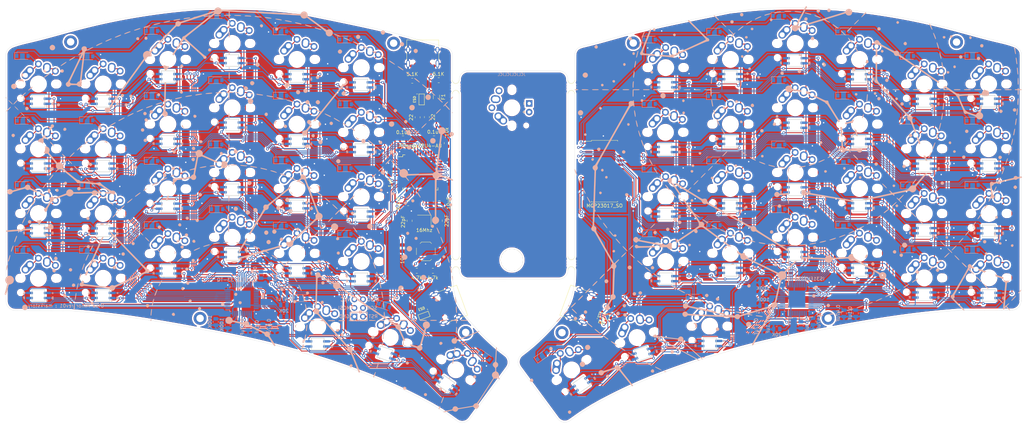
<source format=kicad_pcb>
(kicad_pcb (version 20171130) (host pcbnew 5.1.10)
  (layers (0 F.Cu signal) (31 B.Cu signal) (34 B.Paste user) (35 F.Paste user) (36 B.SilkS user hide) (37 F.SilkS user hide) (38 B.Mask user hide) (39 F.Mask user hide) (44 Edge.Cuts user))
  (net 0 "")
  (net 1 GND)
  (net 2 "Net-(C1-Pad1)")
  (net 3 "Net-(C2-Pad1)")
  (net 4 "Net-(C3-Pad1)")
  (net 5 +5V)
  (net 6 "Net-(D1-Pad2)")
  (net 7 Row0-L)
  (net 8 "Net-(D2-Pad2)")
  (net 9 "Net-(D3-Pad2)")
  (net 10 "Net-(D4-Pad2)")
  (net 11 "Net-(D5-Pad2)")
  (net 12 "Net-(D6-Pad2)")
  (net 13 "Net-(D7-Pad2)")
  (net 14 Row1-L)
  (net 15 "Net-(D8-Pad2)")
  (net 16 "Net-(D9-Pad2)")
  (net 17 "Net-(D10-Pad2)")
  (net 18 "Net-(D11-Pad2)")
  (net 19 "Net-(D12-Pad2)")
  (net 20 "Net-(D13-Pad2)")
  (net 21 Row2-L)
  (net 22 "Net-(D14-Pad2)")
  (net 23 "Net-(D15-Pad2)")
  (net 24 "Net-(D16-Pad2)")
  (net 25 "Net-(D17-Pad2)")
  (net 26 "Net-(D18-Pad2)")
  (net 27 "Net-(D19-Pad2)")
  (net 28 Row3-L)
  (net 29 "Net-(D20-Pad2)")
  (net 30 "Net-(D21-Pad2)")
  (net 31 "Net-(D22-Pad2)")
  (net 32 "Net-(D23-Pad2)")
  (net 33 "Net-(D24-Pad2)")
  (net 34 "Net-(D25-Pad2)")
  (net 35 "Net-(D26-Pad2)")
  (net 36 "Net-(D27-Pad2)")
  (net 37 "Net-(D28-Pad2)")
  (net 38 Row0-R)
  (net 39 "Net-(D29-Pad2)")
  (net 40 "Net-(D30-Pad2)")
  (net 41 "Net-(D31-Pad2)")
  (net 42 "Net-(D32-Pad2)")
  (net 43 "Net-(D33-Pad2)")
  (net 44 "Net-(D34-Pad2)")
  (net 45 Row1-R)
  (net 46 "Net-(D35-Pad2)")
  (net 47 "Net-(D36-Pad2)")
  (net 48 "Net-(D37-Pad2)")
  (net 49 "Net-(D38-Pad2)")
  (net 50 "Net-(D39-Pad2)")
  (net 51 "Net-(D40-Pad2)")
  (net 52 Row2-R)
  (net 53 "Net-(D41-Pad2)")
  (net 54 "Net-(D42-Pad2)")
  (net 55 "Net-(D43-Pad2)")
  (net 56 "Net-(D44-Pad2)")
  (net 57 "Net-(D45-Pad2)")
  (net 58 "Net-(D46-Pad2)")
  (net 59 Row3-R)
  (net 60 "Net-(D47-Pad2)")
  (net 61 "Net-(D48-Pad2)")
  (net 62 "Net-(D49-Pad2)")
  (net 63 "Net-(D50-Pad2)")
  (net 64 "Net-(D51-Pad2)")
  (net 65 "Net-(D52-Pad2)")
  (net 66 Row4-R)
  (net 67 "Net-(D53-Pad2)")
  (net 68 "Net-(D54-Pad2)")
  (net 69 VCC)
  (net 70 "Net-(J1-PadA5)")
  (net 71 "Net-(J1-PadA8)")
  (net 72 "Net-(J1-PadB8)")
  (net 73 "Net-(J1-PadB5)")
  (net 74 SCL-L)
  (net 75 SDA-L)
  (net 76 VBUS)
  (net 77 Col0)
  (net 78 Col1)
  (net 79 Col2)
  (net 80 Col3)
  (net 81 Col4)
  (net 82 Col5)
  (net 83 Col6)
  (net 84 Col7)
  (net 85 Col8)
  (net 86 Col9)
  (net 87 Col10)
  (net 88 Col11)
  (net 89 D-)
  (net 90 D+)
  (net 91 "Net-(R8-Pad2)")
  (net 92 SCL-R)
  (net 93 SDA-R)
  (net 94 "Net-(U1-Pad42)")
  (net 95 "Net-(U1-Pad38)")
  (net 96 "Net-(U1-Pad37)")
  (net 97 "Net-(U1-Pad36)")
  (net 98 "Net-(U1-Pad32)")
  (net 99 "Net-(U1-Pad31)")
  (net 100 Row4-L)
  (net 101 "Net-(U1-Pad22)")
  (net 102 "Net-(U1-Pad12)")
  (net 103 "Net-(U1-Pad8)")
  (net 104 "Net-(U1-Pad1)")
  (net 105 "Net-(U2-Pad28)")
  (net 106 "Net-(U2-Pad27)")
  (net 107 "Net-(U2-Pad20)")
  (net 108 "Net-(U2-Pad19)")
  (net 109 "Net-(U2-Pad14)")
  (net 110 "Net-(U2-Pad11)")
  (net 111 "Net-(U2-Pad8)")
  (net 112 "Net-(U2-Pad7)")
  (net 113 "Net-(U2-Pad6)")
  (net 114 "Net-(U1-Pad25)")
  (net 115 "Net-(U1-Pad21)")
  (net 116 "Net-(U1-Pad20)")
  (net 117 VSS)
  (net 118 "Net-(J2-PadA5)")
  (net 119 "Net-(J2-PadA8)")
  (net 120 "Net-(J2-PadB8)")
  (net 121 "Net-(J2-PadB5)")
  (net 122 "Net-(J3-PadA5)")
  (net 123 "Net-(J3-PadA8)")
  (net 124 "Net-(J3-PadB8)")
  (net 125 "Net-(J3-PadB5)")
  (net 126 Left-SW11)
  (net 127 Left-SW10)
  (net 128 Left-CS1)
  (net 129 Left-SW12)
  (net 130 Left-CS2)
  (net 131 Left-CS3)
  (net 132 Left-CS4)
  (net 133 Left-CS5)
  (net 134 Left-CS6)
  (net 135 Right-SW11)
  (net 136 Right-SW10)
  (net 137 Right-CS1)
  (net 138 Right-SW12)
  (net 139 Right-CS2)
  (net 140 Right-CS3)
  (net 141 Right-CS4)
  (net 142 Right-CS5)
  (net 143 Right-CS6)
  (net 144 Left-SW8)
  (net 145 Left-SW7)
  (net 146 Left-SW9)
  (net 147 Right-SW8)
  (net 148 Right-SW7)
  (net 149 Right-SW9)
  (net 150 Left-SW5)
  (net 151 Left-SW4)
  (net 152 Left-SW6)
  (net 153 Right-SW5)
  (net 154 Right-SW4)
  (net 155 Right-SW6)
  (net 156 Left-SW2)
  (net 157 Left-SW1)
  (net 158 Left-SW3)
  (net 159 Right-SW2)
  (net 160 Right-SW1)
  (net 161 Right-SW3)
  (net 162 Left-CS7)
  (net 163 Left-CS8)
  (net 164 Left-CS9)
  (net 165 Right-CS7)
  (net 166 Right-CS8)
  (net 167 Right-CS9)
  (net 168 "Net-(R9-Pad1)")
  (net 169 "Net-(R10-Pad1)")
  (net 170 "Net-(R11-Pad1)")
  (net 171 "Net-(R12-Pad1)")
  (net 172 "Net-(R13-Pad1)")
  (net 173 "Net-(R14-Pad1)")
  (net 174 "Net-(U3-Pad45)")
  (net 175 "Net-(U3-Pad40)")
  (net 176 "Net-(U3-Pad36)")
  (net 177 "Net-(U3-Pad33)")
  (net 178 "Net-(U3-Pad32)")
  (net 179 "Net-(U3-Pad31)")
  (net 180 "Net-(U3-Pad30)")
  (net 181 "Net-(U3-Pad28)")
  (net 182 "Net-(U3-Pad27)")
  (net 183 "Net-(U3-Pad26)")
  (net 184 "Net-(U3-Pad1)")
  (net 185 "Net-(U4-Pad45)")
  (net 186 "Net-(U4-Pad40)")
  (net 187 "Net-(U4-Pad36)")
  (net 188 "Net-(U4-Pad33)")
  (net 189 "Net-(U4-Pad32)")
  (net 190 "Net-(U4-Pad31)")
  (net 191 "Net-(U4-Pad30)")
  (net 192 "Net-(U4-Pad28)")
  (net 193 "Net-(U4-Pad27)")
  (net 194 "Net-(U4-Pad26)")
  (net 195 "Net-(U4-Pad1)")
  (net 196 "Net-(J4-Pad5)")
  (net 197 DN)
  (net 198 DP)
  (module v01:RGB_3528_Blue_Notch-MX (layer B.Cu) (at 212.2932 124.4219 198.5)
    (fp_text reference D107)
    (fp_text value "6028 LED")
    (fp_line (start 1.9 -3.38) (end 1.9 -6.78) (layer Edge.Cuts) (width 0.15))
    (fp_line (start -1.9 -3.38) (end -1.9 -6.78) (layer Edge.Cuts) (width 0.15))
    (fp_line (start 1.9 -3.38) (end -1.9 -3.38) (layer Edge.Cuts) (width 0.15))
    (fp_line (start 1.9 -6.78) (end -1.9 -6.78) (layer Edge.Cuts) (width 0.15))
    (fp_text user B (at -4.2 -5.83 18.5) (layer B.SilkS) (effects (font (size 0.7 0.7)) (justify mirror)))
    (fp_text user + (at -4.2 -4.33 18.5) (layer B.SilkS) (effects (font (size 0.7 0.7)) (justify mirror)))
    (fp_text user R (at 4.2 -5.83 18.5) (layer B.SilkS) (effects (font (size 0.7 0.7)) (justify mirror)))
    (fp_text user G (at 4.2 -4.33 18.5) (layer B.SilkS) (effects (font (size 0.7 0.7)) (justify mirror)))
    (pad 1 smd rect (at -2.6 -5.83 18.5) (size 2 0.7) (layers B.Cu B.Paste B.Mask) (net 161 Right-SW3))
    (pad 3 smd rect (at -2.6 -4.33 18.5) (size 2 0.7) (layers B.Cu B.Paste B.Mask) (net 166 Right-CS8))
    (pad 4 smd rect (at 2.6 -4.33 18.5) (size 2 0.7) (layers B.Cu B.Paste B.Mask) (net 160 Right-SW1))
    (pad 2 smd rect (at 2.6 -5.83 18.5) (size 2 0.7) (layers B.Cu B.Paste B.Mask) (net 159 Right-SW2))
  )
  (module Keebio-Parts:SOT-143B (layer F.Cu) (at 202.550688 118.164612 340)
    (fp_text reference U7)
    (fp_text value PRTR5V0U2X hide)
    (fp_text user ESD (at 0 2.1 160) (layer F.SilkS) (effects (font (size 0.7 0.7))))
    (pad 4 smd rect (at -0.95 -1 340) (size 0.6 0.7) (layers F.Cu F.Paste F.Mask) (net 117 VSS))
    (pad 3 smd rect (at 0.95 -1 340) (size 0.6 0.7) (layers F.Cu F.Paste F.Mask) (net 92 SCL-R))
    (pad 2 smd rect (at 0.95 1 340) (size 0.6 0.7) (layers F.Cu F.Paste F.Mask) (net 93 SDA-R))
    (pad 1 smd rect (at -0.75 1 340) (size 1 0.7) (layers F.Cu F.Paste F.Mask) (net 76 VBUS))
  )
  (module Keebio-Parts:SOT-143B (layer F.Cu) (at 149.65 118.05 200)
    (fp_text reference U6)
    (fp_text value PRTR5V0U2X hide)
    (fp_text user ESD (at 0 2.1 20) (layer F.SilkS) (effects (font (size 0.7 0.7))))
    (pad 4 smd rect (at -0.95 -1 200) (size 0.6 0.7) (layers F.Cu F.Paste F.Mask) (net 5 +5V))
    (pad 3 smd rect (at 0.95 -1 200) (size 0.6 0.7) (layers F.Cu F.Paste F.Mask) (net 74 SCL-L))
    (pad 2 smd rect (at 0.95 1 200) (size 0.6 0.7) (layers F.Cu F.Paste F.Mask) (net 75 SDA-L))
    (pad 1 smd rect (at -0.75 1 200) (size 1 0.7) (layers F.Cu F.Paste F.Mask) (net 1 GND))
  )
  (module Keebio-Parts:SOT-143B (layer F.Cu) (at 148.95 54.45 270)
    (fp_text reference U5)
    (fp_text value PRTR5V0U2X hide)
    (fp_text user ESD (at 0 2.1 90) (layer F.SilkS) (effects (font (size 0.7 0.7))))
    (pad 4 smd rect (at -0.95 -1 270) (size 0.6 0.7) (layers F.Cu F.Paste F.Mask) (net 69 VCC))
    (pad 3 smd rect (at 0.95 -1 270) (size 0.6 0.7) (layers F.Cu F.Paste F.Mask) (net 197 DN))
    (pad 2 smd rect (at 0.95 1 270) (size 0.6 0.7) (layers F.Cu F.Paste F.Mask) (net 198 DP))
    (pad 1 smd rect (at -0.75 1 270) (size 1 0.7) (layers F.Cu F.Paste F.Mask) (net 1 GND))
  )
  (module Fuse:Fuse_1206_3216Metric_Pad1.42x1.75mm_HandSolder (layer F.Cu) (at 153.289 53.721 90)
    (fp_text reference F1 (at 0 2.011 90) (layer F.SilkS))
    (fp_text value 500mA)
    (pad 2 smd roundrect (at 1.4875 0 90) (size 1.425 1.75) (layers F.Cu F.Paste F.Mask) (roundrect_rratio 0.1754385964912281) (net 69 VCC))
    (pad 1 smd roundrect (at -1.4875 0 90) (size 1.425 1.75) (layers F.Cu F.Paste F.Mask) (roundrect_rratio 0.1754385964912281) (net 5 +5V))
  )
  (module random-keyboard-parts:Reset_Pretty-Mask (layer B.Cu) (at 130.42 115.8 180)
    (fp_text reference J4)
    (fp_text value AVR-ISP-6)
    (fp_text user MISO (at -4.25 2.5) (layer B.SilkS) (effects (justify mirror)))
    (fp_text user VCC (at 4 2.5) (layer B.SilkS) (effects (justify mirror)))
    (fp_text user SCK (at -4 0) (layer B.SilkS) (effects (justify mirror)))
    (fp_text user MOSI (at 4.25 0) (layer B.SilkS) (effects (justify mirror)))
    (fp_text user RST (at -4.25 -2.5) (layer B.SilkS) (effects (justify mirror)))
    (fp_text user GND (at 4.25 -2.5) (layer B.SilkS) (effects (justify mirror)))
    (pad 6 thru_hole rect (at 1.27 -2.54 180) (size 1.7 1.7) (drill 1) (layers *.Cu B.Mask) (net 1 GND))
    (pad 5 thru_hole circle (at -1.27 -2.54 180) (size 1.7 1.7) (drill 1) (layers *.Cu B.Mask) (net 196 "Net-(J4-Pad5)"))
    (pad 4 thru_hole circle (at 1.27 0 180) (size 1.7 1.7) (drill 1) (layers *.Cu B.Mask) (net 78 Col1))
    (pad 3 thru_hole circle (at -1.27 0 180) (size 1.7 1.7) (drill 1) (layers *.Cu B.Mask) (net 21 Row2-L))
    (pad 2 thru_hole circle (at 1.27 2.54 180) (size 1.7 1.7) (drill 1) (layers *.Cu B.Mask) (net 5 +5V))
    (pad 1 thru_hole circle (at -1.27 2.54 180) (size 1.7 1.7) (drill 1) (layers *.Cu B.Mask) (net 77 Col0))
  )
  (module Package_QFP:TQFP-44_10x10mm_P0.8mm (layer F.Cu) (at 148.562 75.916)
    (fp_text reference U1)
    (fp_text value ATmega32U4-AU (at 0.01276 -7.82368) (layer F.SilkS))
    (pad 44 smd rect (at -4 -5.7 90) (size 1.5 0.55) (layers F.Cu F.Paste F.Mask) (net 5 +5V))
    (pad 43 smd rect (at -3.2 -5.7 90) (size 1.5 0.55) (layers F.Cu F.Paste F.Mask) (net 1 GND))
    (pad 42 smd rect (at -2.4 -5.7 90) (size 1.5 0.55) (layers F.Cu F.Paste F.Mask) (net 94 "Net-(U1-Pad42)"))
    (pad 41 smd rect (at -1.6 -5.7 90) (size 1.5 0.55) (layers F.Cu F.Paste F.Mask) (net 80 Col3))
    (pad 40 smd rect (at -0.8 -5.7 90) (size 1.5 0.55) (layers F.Cu F.Paste F.Mask) (net 81 Col4))
    (pad 39 smd rect (at 0 -5.7 90) (size 1.5 0.55) (layers F.Cu F.Paste F.Mask) (net 82 Col5))
    (pad 38 smd rect (at 0.8 -5.7 90) (size 1.5 0.55) (layers F.Cu F.Paste F.Mask) (net 95 "Net-(U1-Pad38)"))
    (pad 37 smd rect (at 1.6 -5.7 90) (size 1.5 0.55) (layers F.Cu F.Paste F.Mask) (net 96 "Net-(U1-Pad37)"))
    (pad 36 smd rect (at 2.4 -5.7 90) (size 1.5 0.55) (layers F.Cu F.Paste F.Mask) (net 97 "Net-(U1-Pad36)"))
    (pad 35 smd rect (at 3.2 -5.7 90) (size 1.5 0.55) (layers F.Cu F.Paste F.Mask) (net 1 GND))
    (pad 34 smd rect (at 4 -5.7 90) (size 1.5 0.55) (layers F.Cu F.Paste F.Mask) (net 5 +5V))
    (pad 33 smd rect (at 5.7 -4) (size 1.5 0.55) (layers F.Cu F.Paste F.Mask) (net 91 "Net-(R8-Pad2)"))
    (pad 32 smd rect (at 5.7 -3.2) (size 1.5 0.55) (layers F.Cu F.Paste F.Mask) (net 98 "Net-(U1-Pad32)"))
    (pad 31 smd rect (at 5.7 -2.4) (size 1.5 0.55) (layers F.Cu F.Paste F.Mask) (net 99 "Net-(U1-Pad31)"))
    (pad 30 smd rect (at 5.7 -1.6) (size 1.5 0.55) (layers F.Cu F.Paste F.Mask) (net 7 Row0-L))
    (pad 29 smd rect (at 5.7 -0.8) (size 1.5 0.55) (layers F.Cu F.Paste F.Mask) (net 14 Row1-L))
    (pad 28 smd rect (at 5.7 0) (size 1.5 0.55) (layers F.Cu F.Paste F.Mask) (net 79 Col2))
    (pad 27 smd rect (at 5.7 0.8) (size 1.5 0.55) (layers F.Cu F.Paste F.Mask) (net 28 Row3-L))
    (pad 26 smd rect (at 5.7 1.6) (size 1.5 0.55) (layers F.Cu F.Paste F.Mask) (net 100 Row4-L))
    (pad 25 smd rect (at 5.7 2.4) (size 1.5 0.55) (layers F.Cu F.Paste F.Mask) (net 114 "Net-(U1-Pad25)"))
    (pad 24 smd rect (at 5.7 3.2) (size 1.5 0.55) (layers F.Cu F.Paste F.Mask) (net 5 +5V))
    (pad 23 smd rect (at 5.7 4) (size 1.5 0.55) (layers F.Cu F.Paste F.Mask) (net 1 GND))
    (pad 22 smd rect (at 4 5.7 90) (size 1.5 0.55) (layers F.Cu F.Paste F.Mask) (net 101 "Net-(U1-Pad22)"))
    (pad 21 smd rect (at 3.2 5.7 90) (size 1.5 0.55) (layers F.Cu F.Paste F.Mask) (net 115 "Net-(U1-Pad21)"))
    (pad 20 smd rect (at 2.4 5.7 90) (size 1.5 0.55) (layers F.Cu F.Paste F.Mask) (net 116 "Net-(U1-Pad20)"))
    (pad 19 smd rect (at 1.6 5.7 90) (size 1.5 0.55) (layers F.Cu F.Paste F.Mask) (net 75 SDA-L))
    (pad 18 smd rect (at 0.8 5.7 90) (size 1.5 0.55) (layers F.Cu F.Paste F.Mask) (net 74 SCL-L))
    (pad 17 smd rect (at 0 5.7 90) (size 1.5 0.55) (layers F.Cu F.Paste F.Mask) (net 2 "Net-(C1-Pad1)"))
    (pad 16 smd rect (at -0.8 5.7 90) (size 1.5 0.55) (layers F.Cu F.Paste F.Mask) (net 3 "Net-(C2-Pad1)"))
    (pad 15 smd rect (at -1.6 5.7 90) (size 1.5 0.55) (layers F.Cu F.Paste F.Mask) (net 1 GND))
    (pad 14 smd rect (at -2.4 5.7 90) (size 1.5 0.55) (layers F.Cu F.Paste F.Mask) (net 5 +5V))
    (pad 13 smd rect (at -3.2 5.7 90) (size 1.5 0.55) (layers F.Cu F.Paste F.Mask) (net 196 "Net-(J4-Pad5)"))
    (pad 12 smd rect (at -4 5.7 90) (size 1.5 0.55) (layers F.Cu F.Paste F.Mask) (net 102 "Net-(U1-Pad12)"))
    (pad 11 smd rect (at -5.7 4) (size 1.5 0.55) (layers F.Cu F.Paste F.Mask) (net 77 Col0))
    (pad 10 smd rect (at -5.7 3.2) (size 1.5 0.55) (layers F.Cu F.Paste F.Mask) (net 78 Col1))
    (pad 9 smd rect (at -5.7 2.4) (size 1.5 0.55) (layers F.Cu F.Paste F.Mask) (net 21 Row2-L))
    (pad 8 smd rect (at -5.7 1.6) (size 1.5 0.55) (layers F.Cu F.Paste F.Mask) (net 103 "Net-(U1-Pad8)"))
    (pad 7 smd rect (at -5.7 0.8) (size 1.5 0.55) (layers F.Cu F.Paste F.Mask) (net 5 +5V))
    (pad 6 smd rect (at -5.7 0) (size 1.5 0.55) (layers F.Cu F.Paste F.Mask) (net 4 "Net-(C3-Pad1)"))
    (pad 5 smd rect (at -5.7 -0.8) (size 1.5 0.55) (layers F.Cu F.Paste F.Mask) (net 1 GND))
    (pad 4 smd rect (at -5.7 -1.6) (size 1.5 0.55) (layers F.Cu F.Paste F.Mask) (net 90 D+))
    (pad 3 smd rect (at -5.7 -2.4) (size 1.5 0.55) (layers F.Cu F.Paste F.Mask) (net 89 D-))
    (pad 2 smd rect (at -5.7 -3.2) (size 1.5 0.55) (layers F.Cu F.Paste F.Mask) (net 5 +5V))
    (pad 1 smd rect (at -5.7 -4) (size 1.5 0.55) (layers F.Cu F.Paste F.Mask) (net 104 "Net-(U1-Pad1)"))
  )
  (module Keebio-Parts:MountingHole (layer F.Cu) (at 175.5 101.7)
    (fp_text reference U4 hide)
    (fp_text value HOLE)
    (pad "" thru_hole circle (at 0 0) (size 6.5 6.5) (drill 6.5) (layers *.Cu *.Mask F.SilkS))
  )
  (module Connector_USB:USB_C_Receptacle_HRO_TYPE-C-31-M-12 (layer F.Cu) (at 157.185796 114.849649 110)
    (fp_text reference J2)
    (fp_text value I2C-L)
    (pad B1 smd rect (at 3.25 -4.045 110) (size 0.6 1.45) (layers F.Cu F.Paste F.Mask) (net 1 GND))
    (pad A9 smd rect (at 2.45 -4.045 110) (size 0.6 1.45) (layers F.Cu F.Paste F.Mask) (net 5 +5V))
    (pad B9 smd rect (at -2.45 -4.045 110) (size 0.6 1.45) (layers F.Cu F.Paste F.Mask) (net 5 +5V))
    (pad B12 smd rect (at -3.25 -4.045 110) (size 0.6 1.45) (layers F.Cu F.Paste F.Mask) (net 1 GND))
    (pad A1 smd rect (at -3.25 -4.045 110) (size 0.6 1.45) (layers F.Cu F.Paste F.Mask) (net 1 GND))
    (pad A4 smd rect (at -2.45 -4.045 110) (size 0.6 1.45) (layers F.Cu F.Paste F.Mask) (net 5 +5V))
    (pad B4 smd rect (at 2.45 -4.045 110) (size 0.6 1.45) (layers F.Cu F.Paste F.Mask) (net 5 +5V))
    (pad A12 smd rect (at 3.25 -4.045 110) (size 0.6 1.45) (layers F.Cu F.Paste F.Mask) (net 1 GND))
    (pad B8 smd rect (at -1.75 -4.045 110) (size 0.3 1.45) (layers F.Cu F.Paste F.Mask) (net 120 "Net-(J2-PadB8)"))
    (pad A5 smd rect (at -1.25 -4.045 110) (size 0.3 1.45) (layers F.Cu F.Paste F.Mask) (net 118 "Net-(J2-PadA5)"))
    (pad B7 smd rect (at -0.75 -4.045 110) (size 0.3 1.45) (layers F.Cu F.Paste F.Mask) (net 74 SCL-L))
    (pad A7 smd rect (at 0.25 -4.045 110) (size 0.3 1.45) (layers F.Cu F.Paste F.Mask) (net 74 SCL-L))
    (pad B6 smd rect (at 0.75 -4.045 110) (size 0.3 1.45) (layers F.Cu F.Paste F.Mask) (net 75 SDA-L))
    (pad A8 smd rect (at 1.25 -4.045 110) (size 0.3 1.45) (layers F.Cu F.Paste F.Mask) (net 119 "Net-(J2-PadA8)"))
    (pad B5 smd rect (at 1.75 -4.045 110) (size 0.3 1.45) (layers F.Cu F.Paste F.Mask) (net 121 "Net-(J2-PadB5)"))
    (pad A6 smd rect (at -0.25 -4.045 110) (size 0.3 1.45) (layers F.Cu F.Paste F.Mask) (net 75 SDA-L))
    (pad S1 thru_hole oval (at 4.32 -3.13 110) (size 1 2.1) (drill oval 0.6 1.7) (layers *.Cu *.Mask) (net 1 GND))
    (pad S1 thru_hole oval (at -4.32 -3.13 110) (size 1 2.1) (drill oval 0.6 1.7) (layers *.Cu *.Mask) (net 1 GND))
    (pad "" np_thru_hole circle (at -2.89 -2.6 110) (size 0.65 0.65) (drill 0.65) (layers *.Cu *.Mask))
    (pad S1 thru_hole oval (at -4.32 1.05 110) (size 1 1.6) (drill oval 0.6 1.2) (layers *.Cu *.Mask) (net 1 GND))
    (pad "" np_thru_hole circle (at 2.89 -2.6 110) (size 0.65 0.65) (drill 0.65) (layers *.Cu *.Mask))
    (pad S1 thru_hole oval (at 4.32 1.05 110) (size 1 1.6) (drill oval 0.6 1.2) (layers *.Cu *.Mask) (net 1 GND))
  )
  (module Connector_USB:USB_C_Receptacle_HRO_TYPE-C-31-M-12 (layer F.Cu) (at 194.85915 114.818593 250)
    (fp_text reference J3)
    (fp_text value I2C-R)
    (pad B1 smd rect (at 3.25 -4.045 250) (size 0.6 1.45) (layers F.Cu F.Paste F.Mask) (net 117 VSS))
    (pad A9 smd rect (at 2.45 -4.045 250) (size 0.6 1.45) (layers F.Cu F.Paste F.Mask) (net 76 VBUS))
    (pad B9 smd rect (at -2.45 -4.045 250) (size 0.6 1.45) (layers F.Cu F.Paste F.Mask) (net 76 VBUS))
    (pad B12 smd rect (at -3.25 -4.045 250) (size 0.6 1.45) (layers F.Cu F.Paste F.Mask) (net 117 VSS))
    (pad A1 smd rect (at -3.25 -4.045 250) (size 0.6 1.45) (layers F.Cu F.Paste F.Mask) (net 117 VSS))
    (pad A4 smd rect (at -2.45 -4.045 250) (size 0.6 1.45) (layers F.Cu F.Paste F.Mask) (net 76 VBUS))
    (pad B4 smd rect (at 2.45 -4.045 250) (size 0.6 1.45) (layers F.Cu F.Paste F.Mask) (net 76 VBUS))
    (pad A12 smd rect (at 3.25 -4.045 250) (size 0.6 1.45) (layers F.Cu F.Paste F.Mask) (net 117 VSS))
    (pad B8 smd rect (at -1.75 -4.045 250) (size 0.3 1.45) (layers F.Cu F.Paste F.Mask) (net 124 "Net-(J3-PadB8)"))
    (pad A5 smd rect (at -1.25 -4.045 250) (size 0.3 1.45) (layers F.Cu F.Paste F.Mask) (net 122 "Net-(J3-PadA5)"))
    (pad B7 smd rect (at -0.75 -4.045 250) (size 0.3 1.45) (layers F.Cu F.Paste F.Mask) (net 92 SCL-R))
    (pad A7 smd rect (at 0.25 -4.045 250) (size 0.3 1.45) (layers F.Cu F.Paste F.Mask) (net 92 SCL-R))
    (pad B6 smd rect (at 0.75 -4.045 250) (size 0.3 1.45) (layers F.Cu F.Paste F.Mask) (net 93 SDA-R))
    (pad A8 smd rect (at 1.25 -4.045 250) (size 0.3 1.45) (layers F.Cu F.Paste F.Mask) (net 123 "Net-(J3-PadA8)"))
    (pad B5 smd rect (at 1.75 -4.045 250) (size 0.3 1.45) (layers F.Cu F.Paste F.Mask) (net 125 "Net-(J3-PadB5)"))
    (pad A6 smd rect (at -0.25 -4.045 250) (size 0.3 1.45) (layers F.Cu F.Paste F.Mask) (net 93 SDA-R))
    (pad S1 thru_hole oval (at 4.32 -3.13 250) (size 1 2.1) (drill oval 0.6 1.7) (layers *.Cu *.Mask) (net 117 VSS))
    (pad S1 thru_hole oval (at -4.32 -3.13 250) (size 1 2.1) (drill oval 0.6 1.7) (layers *.Cu *.Mask) (net 117 VSS))
    (pad "" np_thru_hole circle (at -2.89 -2.6 250) (size 0.65 0.65) (drill 0.65) (layers *.Cu *.Mask))
    (pad S1 thru_hole oval (at -4.32 1.05 250) (size 1 1.6) (drill oval 0.6 1.2) (layers *.Cu *.Mask) (net 117 VSS))
    (pad "" np_thru_hole circle (at 2.89 -2.6 250) (size 0.65 0.65) (drill 0.65) (layers *.Cu *.Mask))
    (pad S1 thru_hole oval (at 4.32 1.05 250) (size 1 1.6) (drill oval 0.6 1.2) (layers *.Cu *.Mask) (net 117 VSS))
  )
  (module Connector_USB:USB_C_Receptacle_HRO_TYPE-C-31-M-12 (layer F.Cu) (at 149.2651 40.8645 180)
    (fp_text reference J1)
    (fp_text value USB_C_Receptacle_USB2.0)
    (pad B1 smd rect (at 3.25 -4.045 180) (size 0.6 1.45) (layers F.Cu F.Paste F.Mask) (net 1 GND))
    (pad A9 smd rect (at 2.45 -4.045 180) (size 0.6 1.45) (layers F.Cu F.Paste F.Mask) (net 69 VCC))
    (pad B9 smd rect (at -2.45 -4.045 180) (size 0.6 1.45) (layers F.Cu F.Paste F.Mask) (net 69 VCC))
    (pad B12 smd rect (at -3.25 -4.045 180) (size 0.6 1.45) (layers F.Cu F.Paste F.Mask) (net 1 GND))
    (pad A1 smd rect (at -3.25 -4.045 180) (size 0.6 1.45) (layers F.Cu F.Paste F.Mask) (net 1 GND))
    (pad A4 smd rect (at -2.45 -4.045 180) (size 0.6 1.45) (layers F.Cu F.Paste F.Mask) (net 69 VCC))
    (pad B4 smd rect (at 2.45 -4.045 180) (size 0.6 1.45) (layers F.Cu F.Paste F.Mask) (net 69 VCC))
    (pad A12 smd rect (at 3.25 -4.045 180) (size 0.6 1.45) (layers F.Cu F.Paste F.Mask) (net 1 GND))
    (pad B8 smd rect (at -1.75 -4.045 180) (size 0.3 1.45) (layers F.Cu F.Paste F.Mask) (net 72 "Net-(J1-PadB8)"))
    (pad A5 smd rect (at -1.25 -4.045 180) (size 0.3 1.45) (layers F.Cu F.Paste F.Mask) (net 70 "Net-(J1-PadA5)"))
    (pad B7 smd rect (at -0.75 -4.045 180) (size 0.3 1.45) (layers F.Cu F.Paste F.Mask) (net 197 DN))
    (pad A7 smd rect (at 0.25 -4.045 180) (size 0.3 1.45) (layers F.Cu F.Paste F.Mask) (net 197 DN))
    (pad B6 smd rect (at 0.75 -4.045 180) (size 0.3 1.45) (layers F.Cu F.Paste F.Mask) (net 198 DP))
    (pad A8 smd rect (at 1.25 -4.045 180) (size 0.3 1.45) (layers F.Cu F.Paste F.Mask) (net 71 "Net-(J1-PadA8)"))
    (pad B5 smd rect (at 1.75 -4.045 180) (size 0.3 1.45) (layers F.Cu F.Paste F.Mask) (net 73 "Net-(J1-PadB5)"))
    (pad A6 smd rect (at -0.25 -4.045 180) (size 0.3 1.45) (layers F.Cu F.Paste F.Mask) (net 198 DP))
    (pad S1 thru_hole oval (at 4.32 -3.13 180) (size 1 2.1) (drill oval 0.6 1.7) (layers *.Cu *.Mask) (net 1 GND))
    (pad S1 thru_hole oval (at -4.32 -3.13 180) (size 1 2.1) (drill oval 0.6 1.7) (layers *.Cu *.Mask) (net 1 GND))
    (pad "" np_thru_hole circle (at -2.89 -2.6 180) (size 0.65 0.65) (drill 0.65) (layers *.Cu *.Mask))
    (pad S1 thru_hole oval (at -4.32 1.05 180) (size 1 1.6) (drill oval 0.6 1.2) (layers *.Cu *.Mask) (net 1 GND))
    (pad "" np_thru_hole circle (at 2.89 -2.6 180) (size 0.65 0.65) (drill 0.65) (layers *.Cu *.Mask))
    (pad S1 thru_hole oval (at 4.32 1.05 180) (size 1 1.6) (drill oval 0.6 1.2) (layers *.Cu *.Mask) (net 1 GND))
  )
  (module MountingHole:MountingHole_2.2mm_M2_DIN965_Pad (layer F.Cu) (at 161.8996 122.9995)
    (fp_text reference REF**)
    (fp_text value MountingHole_2.2mm_M2_DIN965_Pad)
    (pad 1 thru_hole circle (at 0 0) (size 3.8 3.8) (drill 2.2) (layers *.Cu *.Mask))
  )
  (module MountingHole:MountingHole_2.2mm_M2_DIN965_Pad (layer F.Cu) (at 190.2333 123.0503)
    (fp_text reference REF**)
    (fp_text value MountingHole_2.2mm_M2_DIN965_Pad)
    (pad 1 thru_hole circle (at 0 0) (size 3.8 3.8) (drill 2.2) (layers *.Cu *.Mask))
  )
  (module MountingHole:MountingHole_2.2mm_M2_DIN965_Pad (layer F.Cu) (at 211.2 37.85)
    (fp_text reference REF**)
    (fp_text value MountingHole_2.2mm_M2_DIN965_Pad)
    (pad 1 thru_hole circle (at 0 0) (size 3.8 3.8) (drill 2.2) (layers *.Cu *.Mask))
  )
  (module MountingHole:MountingHole_2.2mm_M2_DIN965_Pad (layer F.Cu) (at 140.7 37.9)
    (fp_text reference REF**)
    (fp_text value MountingHole_2.2mm_M2_DIN965_Pad)
    (pad 1 thru_hole circle (at 0 0) (size 3.8 3.8) (drill 2.2) (layers *.Cu *.Mask))
  )
  (module MountingHole:MountingHole_2.2mm_M2_DIN965_Pad (layer F.Cu) (at 268.5288 118.8212)
    (fp_text reference REF**)
    (fp_text value MountingHole_2.2mm_M2_DIN965_Pad)
    (pad 1 thru_hole circle (at 0 0) (size 3.8 3.8) (drill 2.2) (layers *.Cu *.Mask))
  )
  (module MountingHole:MountingHole_2.2mm_M2_DIN965_Pad (layer F.Cu) (at 83.7692 118.8466)
    (fp_text reference REF**)
    (fp_text value MountingHole_2.2mm_M2_DIN965_Pad)
    (pad 1 thru_hole circle (at 0 0) (size 3.8 3.8) (drill 2.2) (layers *.Cu *.Mask))
  )
  (module MountingHole:MountingHole_2.2mm_M2_DIN965_Pad (layer F.Cu) (at 306.2986 37.5793)
    (fp_text reference REF**)
    (fp_text value MountingHole_2.2mm_M2_DIN965_Pad)
    (pad 1 thru_hole circle (at 0 0) (size 3.8 3.8) (drill 2.2) (layers *.Cu *.Mask))
  )
  (module MountingHole:MountingHole_2.2mm_M2_DIN965_Pad (layer F.Cu) (at 45.6819 37.5158)
    (fp_text reference REF**)
    (fp_text value MountingHole_2.2mm_M2_DIN965_Pad)
    (pad 1 thru_hole circle (at 0 0) (size 3.8 3.8) (drill 2.2) (layers *.Cu *.Mask))
  )
  (module v01:RGB_3528_Blue_Notch-MX (layer B.Cu) (at 233.7181 121.1707 180)
    (fp_text reference D108)
    (fp_text value "6028 LED")
    (fp_line (start 1.9 -3.38) (end 1.9 -6.78) (layer Edge.Cuts) (width 0.15))
    (fp_line (start -1.9 -3.38) (end -1.9 -6.78) (layer Edge.Cuts) (width 0.15))
    (fp_line (start 1.9 -3.38) (end -1.9 -3.38) (layer Edge.Cuts) (width 0.15))
    (fp_line (start 1.9 -6.78) (end -1.9 -6.78) (layer Edge.Cuts) (width 0.15))
    (fp_text user B (at -4.2 -5.83) (layer B.SilkS) (effects (font (size 0.7 0.7)) (justify mirror)))
    (fp_text user + (at -4.2 -4.33) (layer B.SilkS) (effects (font (size 0.7 0.7)) (justify mirror)))
    (fp_text user R (at 4.2 -5.83) (layer B.SilkS) (effects (font (size 0.7 0.7)) (justify mirror)))
    (fp_text user G (at 4.2 -4.33) (layer B.SilkS) (effects (font (size 0.7 0.7)) (justify mirror)))
    (pad 1 smd rect (at -2.6 -5.83) (size 2 0.7) (layers B.Cu B.Paste B.Mask) (net 161 Right-SW3))
    (pad 3 smd rect (at -2.6 -4.33) (size 2 0.7) (layers B.Cu B.Paste B.Mask) (net 167 Right-CS9))
    (pad 4 smd rect (at 2.6 -4.33) (size 2 0.7) (layers B.Cu B.Paste B.Mask) (net 160 Right-SW1))
    (pad 2 smd rect (at 2.6 -5.83) (size 2 0.7) (layers B.Cu B.Paste B.Mask) (net 159 Right-SW2))
  )
  (module v01:RGB_3528_Blue_Notch-MX (layer B.Cu) (at 193.0908 134.0866 214.5)
    (fp_text reference D106)
    (fp_text value "6028 LED")
    (fp_line (start 1.9 -3.38) (end 1.9 -6.78) (layer Edge.Cuts) (width 0.15))
    (fp_line (start -1.9 -3.38) (end -1.9 -6.78) (layer Edge.Cuts) (width 0.15))
    (fp_line (start 1.9 -3.38) (end -1.9 -3.38) (layer Edge.Cuts) (width 0.15))
    (fp_line (start 1.9 -6.78) (end -1.9 -6.78) (layer Edge.Cuts) (width 0.15))
    (fp_text user B (at -4.2 -5.83 34.5) (layer B.SilkS) (effects (font (size 0.7 0.7)) (justify mirror)))
    (fp_text user + (at -4.2 -4.33 34.5) (layer B.SilkS) (effects (font (size 0.7 0.7)) (justify mirror)))
    (fp_text user R (at 4.2 -5.83 34.5) (layer B.SilkS) (effects (font (size 0.7 0.7)) (justify mirror)))
    (fp_text user G (at 4.2 -4.33 34.5) (layer B.SilkS) (effects (font (size 0.7 0.7)) (justify mirror)))
    (pad 1 smd rect (at -2.6 -5.83 34.5) (size 2 0.7) (layers B.Cu B.Paste B.Mask) (net 161 Right-SW3))
    (pad 3 smd rect (at -2.6 -4.33 34.5) (size 2 0.7) (layers B.Cu B.Paste B.Mask) (net 165 Right-CS7))
    (pad 4 smd rect (at 2.6 -4.33 34.5) (size 2 0.7) (layers B.Cu B.Paste B.Mask) (net 160 Right-SW1))
    (pad 2 smd rect (at 2.6 -5.83 34.5) (size 2 0.7) (layers B.Cu B.Paste B.Mask) (net 159 Right-SW2))
  )
  (module v01:RGB_3528_Blue_Notch-MX (layer B.Cu) (at 159.0548 133.985 144.5)
    (fp_text reference D105)
    (fp_text value "6028 LED")
    (fp_line (start 1.9 -3.38) (end 1.9 -6.78) (layer Edge.Cuts) (width 0.15))
    (fp_line (start -1.9 -3.38) (end -1.9 -6.78) (layer Edge.Cuts) (width 0.15))
    (fp_line (start 1.9 -3.38) (end -1.9 -3.38) (layer Edge.Cuts) (width 0.15))
    (fp_line (start 1.9 -6.78) (end -1.9 -6.78) (layer Edge.Cuts) (width 0.15))
    (fp_text user B (at -4.2 -5.83 144.5) (layer B.SilkS) (effects (font (size 0.7 0.7)) (justify mirror)))
    (fp_text user + (at -4.2 -4.33 144.5) (layer B.SilkS) (effects (font (size 0.7 0.7)) (justify mirror)))
    (fp_text user R (at 4.2 -5.83 144.5) (layer B.SilkS) (effects (font (size 0.7 0.7)) (justify mirror)))
    (fp_text user G (at 4.2 -4.33 144.5) (layer B.SilkS) (effects (font (size 0.7 0.7)) (justify mirror)))
    (pad 1 smd rect (at -2.6 -5.83 324.5) (size 2 0.7) (layers B.Cu B.Paste B.Mask) (net 158 Left-SW3))
    (pad 3 smd rect (at -2.6 -4.33 324.5) (size 2 0.7) (layers B.Cu B.Paste B.Mask) (net 164 Left-CS9))
    (pad 4 smd rect (at 2.6 -4.33 324.5) (size 2 0.7) (layers B.Cu B.Paste B.Mask) (net 157 Left-SW1))
    (pad 2 smd rect (at 2.6 -5.83 324.5) (size 2 0.7) (layers B.Cu B.Paste B.Mask) (net 156 Left-SW2))
  )
  (module v01:RGB_3528_Blue_Notch-MX (layer B.Cu) (at 139.7381 124.4219 161.5)
    (fp_text reference D104)
    (fp_text value "6028 LED")
    (fp_line (start 1.9 -3.38) (end 1.9 -6.78) (layer Edge.Cuts) (width 0.15))
    (fp_line (start -1.9 -3.38) (end -1.9 -6.78) (layer Edge.Cuts) (width 0.15))
    (fp_line (start 1.9 -3.38) (end -1.9 -3.38) (layer Edge.Cuts) (width 0.15))
    (fp_line (start 1.9 -6.78) (end -1.9 -6.78) (layer Edge.Cuts) (width 0.15))
    (fp_text user B (at -4.2 -5.83 161.5) (layer B.SilkS) (effects (font (size 0.7 0.7)) (justify mirror)))
    (fp_text user + (at -4.2 -4.33 161.5) (layer B.SilkS) (effects (font (size 0.7 0.7)) (justify mirror)))
    (fp_text user R (at 4.2 -5.83 161.5) (layer B.SilkS) (effects (font (size 0.7 0.7)) (justify mirror)))
    (fp_text user G (at 4.2 -4.33 161.5) (layer B.SilkS) (effects (font (size 0.7 0.7)) (justify mirror)))
    (pad 1 smd rect (at -2.6 -5.83 341.5) (size 2 0.7) (layers B.Cu B.Paste B.Mask) (net 158 Left-SW3))
    (pad 3 smd rect (at -2.6 -4.33 341.5) (size 2 0.7) (layers B.Cu B.Paste B.Mask) (net 163 Left-CS8))
    (pad 4 smd rect (at 2.6 -4.33 341.5) (size 2 0.7) (layers B.Cu B.Paste B.Mask) (net 157 Left-SW1))
    (pad 2 smd rect (at 2.6 -5.83 341.5) (size 2 0.7) (layers B.Cu B.Paste B.Mask) (net 156 Left-SW2))
  )
  (module v01:RGB_3528_Blue_Notch-MX (layer B.Cu) (at 118.3513 121.2977 180)
    (fp_text reference D103)
    (fp_text value "6028 LED")
    (fp_line (start 1.9 -3.38) (end 1.9 -6.78) (layer Edge.Cuts) (width 0.15))
    (fp_line (start -1.9 -3.38) (end -1.9 -6.78) (layer Edge.Cuts) (width 0.15))
    (fp_line (start 1.9 -3.38) (end -1.9 -3.38) (layer Edge.Cuts) (width 0.15))
    (fp_line (start 1.9 -6.78) (end -1.9 -6.78) (layer Edge.Cuts) (width 0.15))
    (fp_text user B (at -4.2 -5.83) (layer B.SilkS) (effects (font (size 0.7 0.7)) (justify mirror)))
    (fp_text user + (at -4.2 -4.33) (layer B.SilkS) (effects (font (size 0.7 0.7)) (justify mirror)))
    (fp_text user R (at 4.2 -5.83) (layer B.SilkS) (effects (font (size 0.7 0.7)) (justify mirror)))
    (fp_text user G (at 4.2 -4.33) (layer B.SilkS) (effects (font (size 0.7 0.7)) (justify mirror)))
    (pad 1 smd rect (at -2.6 -5.83) (size 2 0.7) (layers B.Cu B.Paste B.Mask) (net 158 Left-SW3))
    (pad 3 smd rect (at -2.6 -4.33) (size 2 0.7) (layers B.Cu B.Paste B.Mask) (net 162 Left-CS7))
    (pad 4 smd rect (at 2.6 -4.33) (size 2 0.7) (layers B.Cu B.Paste B.Mask) (net 157 Left-SW1))
    (pad 2 smd rect (at 2.6 -5.83) (size 2 0.7) (layers B.Cu B.Paste B.Mask) (net 156 Left-SW2))
  )
  (module v01:RGB_3528_Blue_Notch-MX (layer B.Cu) (at 315.8109 107.0356 180)
    (fp_text reference D102)
    (fp_text value "6028 LED")
    (fp_line (start 1.9 -3.38) (end 1.9 -6.78) (layer Edge.Cuts) (width 0.15))
    (fp_line (start -1.9 -3.38) (end -1.9 -6.78) (layer Edge.Cuts) (width 0.15))
    (fp_line (start 1.9 -3.38) (end -1.9 -3.38) (layer Edge.Cuts) (width 0.15))
    (fp_line (start 1.9 -6.78) (end -1.9 -6.78) (layer Edge.Cuts) (width 0.15))
    (fp_text user B (at -4.2 -5.83) (layer B.SilkS) (effects (font (size 0.7 0.7)) (justify mirror)))
    (fp_text user + (at -4.2 -4.33) (layer B.SilkS) (effects (font (size 0.7 0.7)) (justify mirror)))
    (fp_text user R (at 4.2 -5.83) (layer B.SilkS) (effects (font (size 0.7 0.7)) (justify mirror)))
    (fp_text user G (at 4.2 -4.33) (layer B.SilkS) (effects (font (size 0.7 0.7)) (justify mirror)))
    (pad 1 smd rect (at -2.6 -5.83) (size 2 0.7) (layers B.Cu B.Paste B.Mask) (net 161 Right-SW3))
    (pad 3 smd rect (at -2.6 -4.33) (size 2 0.7) (layers B.Cu B.Paste B.Mask) (net 143 Right-CS6))
    (pad 4 smd rect (at 2.6 -4.33) (size 2 0.7) (layers B.Cu B.Paste B.Mask) (net 160 Right-SW1))
    (pad 2 smd rect (at 2.6 -5.83) (size 2 0.7) (layers B.Cu B.Paste B.Mask) (net 159 Right-SW2))
  )
  (module v01:RGB_3528_Blue_Notch-MX (layer B.Cu) (at 296.7574 106.8966 180)
    (fp_text reference D101)
    (fp_text value "6028 LED")
    (fp_line (start 1.9 -3.38) (end 1.9 -6.78) (layer Edge.Cuts) (width 0.15))
    (fp_line (start -1.9 -3.38) (end -1.9 -6.78) (layer Edge.Cuts) (width 0.15))
    (fp_line (start 1.9 -3.38) (end -1.9 -3.38) (layer Edge.Cuts) (width 0.15))
    (fp_line (start 1.9 -6.78) (end -1.9 -6.78) (layer Edge.Cuts) (width 0.15))
    (fp_text user B (at -4.2 -5.83) (layer B.SilkS) (effects (font (size 0.7 0.7)) (justify mirror)))
    (fp_text user + (at -4.2 -4.33) (layer B.SilkS) (effects (font (size 0.7 0.7)) (justify mirror)))
    (fp_text user R (at 4.2 -5.83) (layer B.SilkS) (effects (font (size 0.7 0.7)) (justify mirror)))
    (fp_text user G (at 4.2 -4.33) (layer B.SilkS) (effects (font (size 0.7 0.7)) (justify mirror)))
    (pad 1 smd rect (at -2.6 -5.83) (size 2 0.7) (layers B.Cu B.Paste B.Mask) (net 161 Right-SW3))
    (pad 3 smd rect (at -2.6 -4.33) (size 2 0.7) (layers B.Cu B.Paste B.Mask) (net 142 Right-CS5))
    (pad 4 smd rect (at 2.6 -4.33) (size 2 0.7) (layers B.Cu B.Paste B.Mask) (net 160 Right-SW1))
    (pad 2 smd rect (at 2.6 -5.83) (size 2 0.7) (layers B.Cu B.Paste B.Mask) (net 159 Right-SW2))
  )
  (module v01:RGB_3528_Blue_Notch-MX (layer B.Cu) (at 277.7582 99.6823 180)
    (fp_text reference D100)
    (fp_text value "6028 LED")
    (fp_line (start 1.9 -3.38) (end 1.9 -6.78) (layer Edge.Cuts) (width 0.15))
    (fp_line (start -1.9 -3.38) (end -1.9 -6.78) (layer Edge.Cuts) (width 0.15))
    (fp_line (start 1.9 -3.38) (end -1.9 -3.38) (layer Edge.Cuts) (width 0.15))
    (fp_line (start 1.9 -6.78) (end -1.9 -6.78) (layer Edge.Cuts) (width 0.15))
    (fp_text user B (at -4.2 -5.83) (layer B.SilkS) (effects (font (size 0.7 0.7)) (justify mirror)))
    (fp_text user + (at -4.2 -4.33) (layer B.SilkS) (effects (font (size 0.7 0.7)) (justify mirror)))
    (fp_text user R (at 4.2 -5.83) (layer B.SilkS) (effects (font (size 0.7 0.7)) (justify mirror)))
    (fp_text user G (at 4.2 -4.33) (layer B.SilkS) (effects (font (size 0.7 0.7)) (justify mirror)))
    (pad 1 smd rect (at -2.6 -5.83) (size 2 0.7) (layers B.Cu B.Paste B.Mask) (net 161 Right-SW3))
    (pad 3 smd rect (at -2.6 -4.33) (size 2 0.7) (layers B.Cu B.Paste B.Mask) (net 141 Right-CS4))
    (pad 4 smd rect (at 2.6 -4.33) (size 2 0.7) (layers B.Cu B.Paste B.Mask) (net 160 Right-SW1))
    (pad 2 smd rect (at 2.6 -5.83) (size 2 0.7) (layers B.Cu B.Paste B.Mask) (net 159 Right-SW2))
  )
  (module v01:RGB_3528_Blue_Notch-MX (layer B.Cu) (at 258.8041 94.9967 180)
    (fp_text reference D99)
    (fp_text value "6028 LED")
    (fp_line (start 1.9 -3.38) (end 1.9 -6.78) (layer Edge.Cuts) (width 0.15))
    (fp_line (start -1.9 -3.38) (end -1.9 -6.78) (layer Edge.Cuts) (width 0.15))
    (fp_line (start 1.9 -3.38) (end -1.9 -3.38) (layer Edge.Cuts) (width 0.15))
    (fp_line (start 1.9 -6.78) (end -1.9 -6.78) (layer Edge.Cuts) (width 0.15))
    (fp_text user B (at -4.2 -5.83) (layer B.SilkS) (effects (font (size 0.7 0.7)) (justify mirror)))
    (fp_text user + (at -4.2 -4.33) (layer B.SilkS) (effects (font (size 0.7 0.7)) (justify mirror)))
    (fp_text user R (at 4.2 -5.83) (layer B.SilkS) (effects (font (size 0.7 0.7)) (justify mirror)))
    (fp_text user G (at 4.2 -4.33) (layer B.SilkS) (effects (font (size 0.7 0.7)) (justify mirror)))
    (pad 1 smd rect (at -2.6 -5.83) (size 2 0.7) (layers B.Cu B.Paste B.Mask) (net 161 Right-SW3))
    (pad 3 smd rect (at -2.6 -4.33) (size 2 0.7) (layers B.Cu B.Paste B.Mask) (net 140 Right-CS3))
    (pad 4 smd rect (at 2.6 -4.33) (size 2 0.7) (layers B.Cu B.Paste B.Mask) (net 160 Right-SW1))
    (pad 2 smd rect (at 2.6 -5.83) (size 2 0.7) (layers B.Cu B.Paste B.Mask) (net 159 Right-SW2))
  )
  (module v01:RGB_3528_Blue_Notch-MX (layer B.Cu) (at 239.7922 99.6576 180)
    (fp_text reference D98)
    (fp_text value "6028 LED")
    (fp_line (start 1.9 -3.38) (end 1.9 -6.78) (layer Edge.Cuts) (width 0.15))
    (fp_line (start -1.9 -3.38) (end -1.9 -6.78) (layer Edge.Cuts) (width 0.15))
    (fp_line (start 1.9 -3.38) (end -1.9 -3.38) (layer Edge.Cuts) (width 0.15))
    (fp_line (start 1.9 -6.78) (end -1.9 -6.78) (layer Edge.Cuts) (width 0.15))
    (fp_text user B (at -4.2 -5.83) (layer B.SilkS) (effects (font (size 0.7 0.7)) (justify mirror)))
    (fp_text user + (at -4.2 -4.33) (layer B.SilkS) (effects (font (size 0.7 0.7)) (justify mirror)))
    (fp_text user R (at 4.2 -5.83) (layer B.SilkS) (effects (font (size 0.7 0.7)) (justify mirror)))
    (fp_text user G (at 4.2 -4.33) (layer B.SilkS) (effects (font (size 0.7 0.7)) (justify mirror)))
    (pad 1 smd rect (at -2.6 -5.83) (size 2 0.7) (layers B.Cu B.Paste B.Mask) (net 161 Right-SW3))
    (pad 3 smd rect (at -2.6 -4.33) (size 2 0.7) (layers B.Cu B.Paste B.Mask) (net 139 Right-CS2))
    (pad 4 smd rect (at 2.6 -4.33) (size 2 0.7) (layers B.Cu B.Paste B.Mask) (net 160 Right-SW1))
    (pad 2 smd rect (at 2.6 -5.83) (size 2 0.7) (layers B.Cu B.Paste B.Mask) (net 159 Right-SW2))
  )
  (module v01:RGB_3528_Blue_Notch-MX (layer B.Cu) (at 220.7295 102.096 180)
    (fp_text reference D97)
    (fp_text value "6028 LED")
    (fp_line (start 1.9 -3.38) (end 1.9 -6.78) (layer Edge.Cuts) (width 0.15))
    (fp_line (start -1.9 -3.38) (end -1.9 -6.78) (layer Edge.Cuts) (width 0.15))
    (fp_line (start 1.9 -3.38) (end -1.9 -3.38) (layer Edge.Cuts) (width 0.15))
    (fp_line (start 1.9 -6.78) (end -1.9 -6.78) (layer Edge.Cuts) (width 0.15))
    (fp_text user B (at -4.2 -5.83) (layer B.SilkS) (effects (font (size 0.7 0.7)) (justify mirror)))
    (fp_text user + (at -4.2 -4.33) (layer B.SilkS) (effects (font (size 0.7 0.7)) (justify mirror)))
    (fp_text user R (at 4.2 -5.83) (layer B.SilkS) (effects (font (size 0.7 0.7)) (justify mirror)))
    (fp_text user G (at 4.2 -4.33) (layer B.SilkS) (effects (font (size 0.7 0.7)) (justify mirror)))
    (pad 1 smd rect (at -2.6 -5.83) (size 2 0.7) (layers B.Cu B.Paste B.Mask) (net 161 Right-SW3))
    (pad 3 smd rect (at -2.6 -4.33) (size 2 0.7) (layers B.Cu B.Paste B.Mask) (net 137 Right-CS1))
    (pad 4 smd rect (at 2.6 -4.33) (size 2 0.7) (layers B.Cu B.Paste B.Mask) (net 160 Right-SW1))
    (pad 2 smd rect (at 2.6 -5.83) (size 2 0.7) (layers B.Cu B.Paste B.Mask) (net 159 Right-SW2))
  )
  (module v01:RGB_3528_Blue_Notch-MX (layer B.Cu) (at 131.191 102.1207 180)
    (fp_text reference D96)
    (fp_text value "6028 LED")
    (fp_line (start 1.9 -3.38) (end 1.9 -6.78) (layer Edge.Cuts) (width 0.15))
    (fp_line (start -1.9 -3.38) (end -1.9 -6.78) (layer Edge.Cuts) (width 0.15))
    (fp_line (start 1.9 -3.38) (end -1.9 -3.38) (layer Edge.Cuts) (width 0.15))
    (fp_line (start 1.9 -6.78) (end -1.9 -6.78) (layer Edge.Cuts) (width 0.15))
    (fp_text user B (at -4.2 -5.83) (layer B.SilkS) (effects (font (size 0.7 0.7)) (justify mirror)))
    (fp_text user + (at -4.2 -4.33) (layer B.SilkS) (effects (font (size 0.7 0.7)) (justify mirror)))
    (fp_text user R (at 4.2 -5.83) (layer B.SilkS) (effects (font (size 0.7 0.7)) (justify mirror)))
    (fp_text user G (at 4.2 -4.33) (layer B.SilkS) (effects (font (size 0.7 0.7)) (justify mirror)))
    (pad 1 smd rect (at -2.6 -5.83) (size 2 0.7) (layers B.Cu B.Paste B.Mask) (net 158 Left-SW3))
    (pad 3 smd rect (at -2.6 -4.33) (size 2 0.7) (layers B.Cu B.Paste B.Mask) (net 134 Left-CS6))
    (pad 4 smd rect (at 2.6 -4.33) (size 2 0.7) (layers B.Cu B.Paste B.Mask) (net 157 Left-SW1))
    (pad 2 smd rect (at 2.6 -5.83) (size 2 0.7) (layers B.Cu B.Paste B.Mask) (net 156 Left-SW2))
  )
  (module v01:RGB_3528_Blue_Notch-MX (layer B.Cu) (at 112.2934 99.7585 180)
    (fp_text reference D95)
    (fp_text value "6028 LED")
    (fp_line (start 1.9 -3.38) (end 1.9 -6.78) (layer Edge.Cuts) (width 0.15))
    (fp_line (start -1.9 -3.38) (end -1.9 -6.78) (layer Edge.Cuts) (width 0.15))
    (fp_line (start 1.9 -3.38) (end -1.9 -3.38) (layer Edge.Cuts) (width 0.15))
    (fp_line (start 1.9 -6.78) (end -1.9 -6.78) (layer Edge.Cuts) (width 0.15))
    (fp_text user B (at -4.2 -5.83) (layer B.SilkS) (effects (font (size 0.7 0.7)) (justify mirror)))
    (fp_text user + (at -4.2 -4.33) (layer B.SilkS) (effects (font (size 0.7 0.7)) (justify mirror)))
    (fp_text user R (at 4.2 -5.83) (layer B.SilkS) (effects (font (size 0.7 0.7)) (justify mirror)))
    (fp_text user G (at 4.2 -4.33) (layer B.SilkS) (effects (font (size 0.7 0.7)) (justify mirror)))
    (pad 1 smd rect (at -2.6 -5.83) (size 2 0.7) (layers B.Cu B.Paste B.Mask) (net 158 Left-SW3))
    (pad 3 smd rect (at -2.6 -4.33) (size 2 0.7) (layers B.Cu B.Paste B.Mask) (net 133 Left-CS5))
    (pad 4 smd rect (at 2.6 -4.33) (size 2 0.7) (layers B.Cu B.Paste B.Mask) (net 157 Left-SW1))
    (pad 2 smd rect (at 2.6 -5.83) (size 2 0.7) (layers B.Cu B.Paste B.Mask) (net 156 Left-SW2))
  )
  (module v01:RGB_3528_Blue_Notch-MX (layer B.Cu) (at 93.2815 95.0087 180)
    (fp_text reference D94)
    (fp_text value "6028 LED")
    (fp_line (start 1.9 -3.38) (end 1.9 -6.78) (layer Edge.Cuts) (width 0.15))
    (fp_line (start -1.9 -3.38) (end -1.9 -6.78) (layer Edge.Cuts) (width 0.15))
    (fp_line (start 1.9 -3.38) (end -1.9 -3.38) (layer Edge.Cuts) (width 0.15))
    (fp_line (start 1.9 -6.78) (end -1.9 -6.78) (layer Edge.Cuts) (width 0.15))
    (fp_text user B (at -4.2 -5.83) (layer B.SilkS) (effects (font (size 0.7 0.7)) (justify mirror)))
    (fp_text user + (at -4.2 -4.33) (layer B.SilkS) (effects (font (size 0.7 0.7)) (justify mirror)))
    (fp_text user R (at 4.2 -5.83) (layer B.SilkS) (effects (font (size 0.7 0.7)) (justify mirror)))
    (fp_text user G (at 4.2 -4.33) (layer B.SilkS) (effects (font (size 0.7 0.7)) (justify mirror)))
    (pad 1 smd rect (at -2.6 -5.83) (size 2 0.7) (layers B.Cu B.Paste B.Mask) (net 158 Left-SW3))
    (pad 3 smd rect (at -2.6 -4.33) (size 2 0.7) (layers B.Cu B.Paste B.Mask) (net 132 Left-CS4))
    (pad 4 smd rect (at 2.6 -4.33) (size 2 0.7) (layers B.Cu B.Paste B.Mask) (net 157 Left-SW1))
    (pad 2 smd rect (at 2.6 -5.83) (size 2 0.7) (layers B.Cu B.Paste B.Mask) (net 156 Left-SW2))
  )
  (module v01:RGB_3528_Blue_Notch-MX (layer B.Cu) (at 74.295 99.822 180)
    (fp_text reference D93)
    (fp_text value "6028 LED")
    (fp_line (start 1.9 -3.38) (end 1.9 -6.78) (layer Edge.Cuts) (width 0.15))
    (fp_line (start -1.9 -3.38) (end -1.9 -6.78) (layer Edge.Cuts) (width 0.15))
    (fp_line (start 1.9 -3.38) (end -1.9 -3.38) (layer Edge.Cuts) (width 0.15))
    (fp_line (start 1.9 -6.78) (end -1.9 -6.78) (layer Edge.Cuts) (width 0.15))
    (fp_text user B (at -4.2 -5.83) (layer B.SilkS) (effects (font (size 0.7 0.7)) (justify mirror)))
    (fp_text user + (at -4.2 -4.33) (layer B.SilkS) (effects (font (size 0.7 0.7)) (justify mirror)))
    (fp_text user R (at 4.2 -5.83) (layer B.SilkS) (effects (font (size 0.7 0.7)) (justify mirror)))
    (fp_text user G (at 4.2 -4.33) (layer B.SilkS) (effects (font (size 0.7 0.7)) (justify mirror)))
    (pad 1 smd rect (at -2.6 -5.83) (size 2 0.7) (layers B.Cu B.Paste B.Mask) (net 158 Left-SW3))
    (pad 3 smd rect (at -2.6 -4.33) (size 2 0.7) (layers B.Cu B.Paste B.Mask) (net 131 Left-CS3))
    (pad 4 smd rect (at 2.6 -4.33) (size 2 0.7) (layers B.Cu B.Paste B.Mask) (net 157 Left-SW1))
    (pad 2 smd rect (at 2.6 -5.83) (size 2 0.7) (layers B.Cu B.Paste B.Mask) (net 156 Left-SW2))
  )
  (module v01:RGB_3528_Blue_Notch-MX (layer B.Cu) (at 55.2704 107.0356 180)
    (fp_text reference D92)
    (fp_text value "6028 LED")
    (fp_line (start 1.9 -3.38) (end 1.9 -6.78) (layer Edge.Cuts) (width 0.15))
    (fp_line (start -1.9 -3.38) (end -1.9 -6.78) (layer Edge.Cuts) (width 0.15))
    (fp_line (start 1.9 -3.38) (end -1.9 -3.38) (layer Edge.Cuts) (width 0.15))
    (fp_line (start 1.9 -6.78) (end -1.9 -6.78) (layer Edge.Cuts) (width 0.15))
    (fp_text user B (at -4.2 -5.83) (layer B.SilkS) (effects (font (size 0.7 0.7)) (justify mirror)))
    (fp_text user + (at -4.2 -4.33) (layer B.SilkS) (effects (font (size 0.7 0.7)) (justify mirror)))
    (fp_text user R (at 4.2 -5.83) (layer B.SilkS) (effects (font (size 0.7 0.7)) (justify mirror)))
    (fp_text user G (at 4.2 -4.33) (layer B.SilkS) (effects (font (size 0.7 0.7)) (justify mirror)))
    (pad 1 smd rect (at -2.6 -5.83) (size 2 0.7) (layers B.Cu B.Paste B.Mask) (net 158 Left-SW3))
    (pad 3 smd rect (at -2.6 -4.33) (size 2 0.7) (layers B.Cu B.Paste B.Mask) (net 130 Left-CS2))
    (pad 4 smd rect (at 2.6 -4.33) (size 2 0.7) (layers B.Cu B.Paste B.Mask) (net 157 Left-SW1))
    (pad 2 smd rect (at 2.6 -5.83) (size 2 0.7) (layers B.Cu B.Paste B.Mask) (net 156 Left-SW2))
  )
  (module v01:RGB_3528_Blue_Notch-MX (layer B.Cu) (at 36.195 107.0483 180)
    (fp_text reference D91)
    (fp_text value "6028 LED")
    (fp_line (start 1.9 -3.38) (end 1.9 -6.78) (layer Edge.Cuts) (width 0.15))
    (fp_line (start -1.9 -3.38) (end -1.9 -6.78) (layer Edge.Cuts) (width 0.15))
    (fp_line (start 1.9 -3.38) (end -1.9 -3.38) (layer Edge.Cuts) (width 0.15))
    (fp_line (start 1.9 -6.78) (end -1.9 -6.78) (layer Edge.Cuts) (width 0.15))
    (fp_text user B (at -4.2 -5.83) (layer B.SilkS) (effects (font (size 0.7 0.7)) (justify mirror)))
    (fp_text user + (at -4.2 -4.33) (layer B.SilkS) (effects (font (size 0.7 0.7)) (justify mirror)))
    (fp_text user R (at 4.2 -5.83) (layer B.SilkS) (effects (font (size 0.7 0.7)) (justify mirror)))
    (fp_text user G (at 4.2 -4.33) (layer B.SilkS) (effects (font (size 0.7 0.7)) (justify mirror)))
    (pad 1 smd rect (at -2.6 -5.83) (size 2 0.7) (layers B.Cu B.Paste B.Mask) (net 158 Left-SW3))
    (pad 3 smd rect (at -2.6 -4.33) (size 2 0.7) (layers B.Cu B.Paste B.Mask) (net 128 Left-CS1))
    (pad 4 smd rect (at 2.6 -4.33) (size 2 0.7) (layers B.Cu B.Paste B.Mask) (net 157 Left-SW1))
    (pad 2 smd rect (at 2.6 -5.83) (size 2 0.7) (layers B.Cu B.Paste B.Mask) (net 156 Left-SW2))
  )
  (module v01:RGB_3528_Blue_Notch-MX (layer B.Cu) (at 277.7744 80.645 180)
    (fp_text reference D90)
    (fp_text value "6028 LED")
    (fp_line (start 1.9 -3.38) (end 1.9 -6.78) (layer Edge.Cuts) (width 0.15))
    (fp_line (start -1.9 -3.38) (end -1.9 -6.78) (layer Edge.Cuts) (width 0.15))
    (fp_line (start 1.9 -3.38) (end -1.9 -3.38) (layer Edge.Cuts) (width 0.15))
    (fp_line (start 1.9 -6.78) (end -1.9 -6.78) (layer Edge.Cuts) (width 0.15))
    (fp_text user B (at -4.2 -5.83) (layer B.SilkS) (effects (font (size 0.7 0.7)) (justify mirror)))
    (fp_text user + (at -4.2 -4.33) (layer B.SilkS) (effects (font (size 0.7 0.7)) (justify mirror)))
    (fp_text user R (at 4.2 -5.83) (layer B.SilkS) (effects (font (size 0.7 0.7)) (justify mirror)))
    (fp_text user G (at 4.2 -4.33) (layer B.SilkS) (effects (font (size 0.7 0.7)) (justify mirror)))
    (pad 1 smd rect (at -2.6 -5.83) (size 2 0.7) (layers B.Cu B.Paste B.Mask) (net 155 Right-SW6))
    (pad 3 smd rect (at -2.6 -4.33) (size 2 0.7) (layers B.Cu B.Paste B.Mask) (net 141 Right-CS4))
    (pad 4 smd rect (at 2.6 -4.33) (size 2 0.7) (layers B.Cu B.Paste B.Mask) (net 154 Right-SW4))
    (pad 2 smd rect (at 2.6 -5.83) (size 2 0.7) (layers B.Cu B.Paste B.Mask) (net 153 Right-SW5))
  )
  (module v01:RGB_3528_Blue_Notch-MX (layer B.Cu) (at 315.7636 88.011 180)
    (fp_text reference D89)
    (fp_text value "6028 LED")
    (fp_line (start 1.9 -3.38) (end 1.9 -6.78) (layer Edge.Cuts) (width 0.15))
    (fp_line (start -1.9 -3.38) (end -1.9 -6.78) (layer Edge.Cuts) (width 0.15))
    (fp_line (start 1.9 -3.38) (end -1.9 -3.38) (layer Edge.Cuts) (width 0.15))
    (fp_line (start 1.9 -6.78) (end -1.9 -6.78) (layer Edge.Cuts) (width 0.15))
    (fp_text user B (at -4.2 -5.83) (layer B.SilkS) (effects (font (size 0.7 0.7)) (justify mirror)))
    (fp_text user + (at -4.2 -4.33) (layer B.SilkS) (effects (font (size 0.7 0.7)) (justify mirror)))
    (fp_text user R (at 4.2 -5.83) (layer B.SilkS) (effects (font (size 0.7 0.7)) (justify mirror)))
    (fp_text user G (at 4.2 -4.33) (layer B.SilkS) (effects (font (size 0.7 0.7)) (justify mirror)))
    (pad 1 smd rect (at -2.6 -5.83) (size 2 0.7) (layers B.Cu B.Paste B.Mask) (net 155 Right-SW6))
    (pad 3 smd rect (at -2.6 -4.33) (size 2 0.7) (layers B.Cu B.Paste B.Mask) (net 143 Right-CS6))
    (pad 4 smd rect (at 2.6 -4.33) (size 2 0.7) (layers B.Cu B.Paste B.Mask) (net 154 Right-SW4))
    (pad 2 smd rect (at 2.6 -5.83) (size 2 0.7) (layers B.Cu B.Paste B.Mask) (net 153 Right-SW5))
  )
  (module v01:RGB_3528_Blue_Notch-MX (layer B.Cu) (at 296.7898 87.9736 180)
    (fp_text reference D88)
    (fp_text value "6028 LED")
    (fp_line (start 1.9 -3.38) (end 1.9 -6.78) (layer Edge.Cuts) (width 0.15))
    (fp_line (start -1.9 -3.38) (end -1.9 -6.78) (layer Edge.Cuts) (width 0.15))
    (fp_line (start 1.9 -3.38) (end -1.9 -3.38) (layer Edge.Cuts) (width 0.15))
    (fp_line (start 1.9 -6.78) (end -1.9 -6.78) (layer Edge.Cuts) (width 0.15))
    (fp_text user B (at -4.2 -5.83) (layer B.SilkS) (effects (font (size 0.7 0.7)) (justify mirror)))
    (fp_text user + (at -4.2 -4.33) (layer B.SilkS) (effects (font (size 0.7 0.7)) (justify mirror)))
    (fp_text user R (at 4.2 -5.83) (layer B.SilkS) (effects (font (size 0.7 0.7)) (justify mirror)))
    (fp_text user G (at 4.2 -4.33) (layer B.SilkS) (effects (font (size 0.7 0.7)) (justify mirror)))
    (pad 1 smd rect (at -2.6 -5.83) (size 2 0.7) (layers B.Cu B.Paste B.Mask) (net 155 Right-SW6))
    (pad 3 smd rect (at -2.6 -4.33) (size 2 0.7) (layers B.Cu B.Paste B.Mask) (net 142 Right-CS5))
    (pad 4 smd rect (at 2.6 -4.33) (size 2 0.7) (layers B.Cu B.Paste B.Mask) (net 154 Right-SW4))
    (pad 2 smd rect (at 2.6 -5.83) (size 2 0.7) (layers B.Cu B.Paste B.Mask) (net 153 Right-SW5))
  )
  (module v01:RGB_3528_Blue_Notch-MX (layer B.Cu) (at 258.8352 75.9848 180)
    (fp_text reference D87)
    (fp_text value "6028 LED")
    (fp_line (start 1.9 -3.38) (end 1.9 -6.78) (layer Edge.Cuts) (width 0.15))
    (fp_line (start -1.9 -3.38) (end -1.9 -6.78) (layer Edge.Cuts) (width 0.15))
    (fp_line (start 1.9 -3.38) (end -1.9 -3.38) (layer Edge.Cuts) (width 0.15))
    (fp_line (start 1.9 -6.78) (end -1.9 -6.78) (layer Edge.Cuts) (width 0.15))
    (fp_text user B (at -4.2 -5.83) (layer B.SilkS) (effects (font (size 0.7 0.7)) (justify mirror)))
    (fp_text user + (at -4.2 -4.33) (layer B.SilkS) (effects (font (size 0.7 0.7)) (justify mirror)))
    (fp_text user R (at 4.2 -5.83) (layer B.SilkS) (effects (font (size 0.7 0.7)) (justify mirror)))
    (fp_text user G (at 4.2 -4.33) (layer B.SilkS) (effects (font (size 0.7 0.7)) (justify mirror)))
    (pad 1 smd rect (at -2.6 -5.83) (size 2 0.7) (layers B.Cu B.Paste B.Mask) (net 155 Right-SW6))
    (pad 3 smd rect (at -2.6 -4.33) (size 2 0.7) (layers B.Cu B.Paste B.Mask) (net 140 Right-CS3))
    (pad 4 smd rect (at 2.6 -4.33) (size 2 0.7) (layers B.Cu B.Paste B.Mask) (net 154 Right-SW4))
    (pad 2 smd rect (at 2.6 -5.83) (size 2 0.7) (layers B.Cu B.Paste B.Mask) (net 153 Right-SW5))
  )
  (module v01:RGB_3528_Blue_Notch-MX (layer B.Cu) (at 239.8014 80.6577 180)
    (fp_text reference D86)
    (fp_text value "6028 LED")
    (fp_line (start 1.9 -3.38) (end 1.9 -6.78) (layer Edge.Cuts) (width 0.15))
    (fp_line (start -1.9 -3.38) (end -1.9 -6.78) (layer Edge.Cuts) (width 0.15))
    (fp_line (start 1.9 -3.38) (end -1.9 -3.38) (layer Edge.Cuts) (width 0.15))
    (fp_line (start 1.9 -6.78) (end -1.9 -6.78) (layer Edge.Cuts) (width 0.15))
    (fp_text user B (at -4.2 -5.83) (layer B.SilkS) (effects (font (size 0.7 0.7)) (justify mirror)))
    (fp_text user + (at -4.2 -4.33) (layer B.SilkS) (effects (font (size 0.7 0.7)) (justify mirror)))
    (fp_text user R (at 4.2 -5.83) (layer B.SilkS) (effects (font (size 0.7 0.7)) (justify mirror)))
    (fp_text user G (at 4.2 -4.33) (layer B.SilkS) (effects (font (size 0.7 0.7)) (justify mirror)))
    (pad 1 smd rect (at -2.6 -5.83) (size 2 0.7) (layers B.Cu B.Paste B.Mask) (net 155 Right-SW6))
    (pad 3 smd rect (at -2.6 -4.33) (size 2 0.7) (layers B.Cu B.Paste B.Mask) (net 139 Right-CS2))
    (pad 4 smd rect (at 2.6 -4.33) (size 2 0.7) (layers B.Cu B.Paste B.Mask) (net 154 Right-SW4))
    (pad 2 smd rect (at 2.6 -5.83) (size 2 0.7) (layers B.Cu B.Paste B.Mask) (net 153 Right-SW5))
  )
  (module v01:RGB_3528_Blue_Notch-MX (layer B.Cu) (at 220.7006 83.0834 180)
    (fp_text reference D85)
    (fp_text value "6028 LED")
    (fp_line (start 1.9 -3.38) (end 1.9 -6.78) (layer Edge.Cuts) (width 0.15))
    (fp_line (start -1.9 -3.38) (end -1.9 -6.78) (layer Edge.Cuts) (width 0.15))
    (fp_line (start 1.9 -3.38) (end -1.9 -3.38) (layer Edge.Cuts) (width 0.15))
    (fp_line (start 1.9 -6.78) (end -1.9 -6.78) (layer Edge.Cuts) (width 0.15))
    (fp_text user B (at -4.2 -5.83) (layer B.SilkS) (effects (font (size 0.7 0.7)) (justify mirror)))
    (fp_text user + (at -4.2 -4.33) (layer B.SilkS) (effects (font (size 0.7 0.7)) (justify mirror)))
    (fp_text user R (at 4.2 -5.83) (layer B.SilkS) (effects (font (size 0.7 0.7)) (justify mirror)))
    (fp_text user G (at 4.2 -4.33) (layer B.SilkS) (effects (font (size 0.7 0.7)) (justify mirror)))
    (pad 1 smd rect (at -2.6 -5.83) (size 2 0.7) (layers B.Cu B.Paste B.Mask) (net 155 Right-SW6))
    (pad 3 smd rect (at -2.6 -4.33) (size 2 0.7) (layers B.Cu B.Paste B.Mask) (net 137 Right-CS1))
    (pad 4 smd rect (at 2.6 -4.33) (size 2 0.7) (layers B.Cu B.Paste B.Mask) (net 154 Right-SW4))
    (pad 2 smd rect (at 2.6 -5.83) (size 2 0.7) (layers B.Cu B.Paste B.Mask) (net 153 Right-SW5))
  )
  (module v01:RGB_3528_Blue_Notch-MX (layer B.Cu) (at 93.2307 75.9333 180)
    (fp_text reference D84)
    (fp_text value "6028 LED")
    (fp_line (start 1.9 -3.38) (end 1.9 -6.78) (layer Edge.Cuts) (width 0.15))
    (fp_line (start -1.9 -3.38) (end -1.9 -6.78) (layer Edge.Cuts) (width 0.15))
    (fp_line (start 1.9 -3.38) (end -1.9 -3.38) (layer Edge.Cuts) (width 0.15))
    (fp_line (start 1.9 -6.78) (end -1.9 -6.78) (layer Edge.Cuts) (width 0.15))
    (fp_text user B (at -4.2 -5.83) (layer B.SilkS) (effects (font (size 0.7 0.7)) (justify mirror)))
    (fp_text user + (at -4.2 -4.33) (layer B.SilkS) (effects (font (size 0.7 0.7)) (justify mirror)))
    (fp_text user R (at 4.2 -5.83) (layer B.SilkS) (effects (font (size 0.7 0.7)) (justify mirror)))
    (fp_text user G (at 4.2 -4.33) (layer B.SilkS) (effects (font (size 0.7 0.7)) (justify mirror)))
    (pad 1 smd rect (at -2.6 -5.83) (size 2 0.7) (layers B.Cu B.Paste B.Mask) (net 152 Left-SW6))
    (pad 3 smd rect (at -2.6 -4.33) (size 2 0.7) (layers B.Cu B.Paste B.Mask) (net 132 Left-CS4))
    (pad 4 smd rect (at 2.6 -4.33) (size 2 0.7) (layers B.Cu B.Paste B.Mask) (net 151 Left-SW4))
    (pad 2 smd rect (at 2.6 -5.83) (size 2 0.7) (layers B.Cu B.Paste B.Mask) (net 150 Left-SW5))
  )
  (module v01:RGB_3528_Blue_Notch-MX (layer B.Cu) (at 131.2037 83.0834 180)
    (fp_text reference D83)
    (fp_text value "6028 LED")
    (fp_line (start 1.9 -3.38) (end 1.9 -6.78) (layer Edge.Cuts) (width 0.15))
    (fp_line (start -1.9 -3.38) (end -1.9 -6.78) (layer Edge.Cuts) (width 0.15))
    (fp_line (start 1.9 -3.38) (end -1.9 -3.38) (layer Edge.Cuts) (width 0.15))
    (fp_line (start 1.9 -6.78) (end -1.9 -6.78) (layer Edge.Cuts) (width 0.15))
    (fp_text user B (at -4.2 -5.83) (layer B.SilkS) (effects (font (size 0.7 0.7)) (justify mirror)))
    (fp_text user + (at -4.2 -4.33) (layer B.SilkS) (effects (font (size 0.7 0.7)) (justify mirror)))
    (fp_text user R (at 4.2 -5.83) (layer B.SilkS) (effects (font (size 0.7 0.7)) (justify mirror)))
    (fp_text user G (at 4.2 -4.33) (layer B.SilkS) (effects (font (size 0.7 0.7)) (justify mirror)))
    (pad 1 smd rect (at -2.6 -5.83) (size 2 0.7) (layers B.Cu B.Paste B.Mask) (net 152 Left-SW6))
    (pad 3 smd rect (at -2.6 -4.33) (size 2 0.7) (layers B.Cu B.Paste B.Mask) (net 134 Left-CS6))
    (pad 4 smd rect (at 2.6 -4.33) (size 2 0.7) (layers B.Cu B.Paste B.Mask) (net 151 Left-SW4))
    (pad 2 smd rect (at 2.6 -5.83) (size 2 0.7) (layers B.Cu B.Paste B.Mask) (net 150 Left-SW5))
  )
  (module v01:RGB_3528_Blue_Notch-MX (layer B.Cu) (at 112.268 80.6577 180)
    (fp_text reference D82)
    (fp_text value "6028 LED")
    (fp_line (start 1.9 -3.38) (end 1.9 -6.78) (layer Edge.Cuts) (width 0.15))
    (fp_line (start -1.9 -3.38) (end -1.9 -6.78) (layer Edge.Cuts) (width 0.15))
    (fp_line (start 1.9 -3.38) (end -1.9 -3.38) (layer Edge.Cuts) (width 0.15))
    (fp_line (start 1.9 -6.78) (end -1.9 -6.78) (layer Edge.Cuts) (width 0.15))
    (fp_text user B (at -4.2 -5.83) (layer B.SilkS) (effects (font (size 0.7 0.7)) (justify mirror)))
    (fp_text user + (at -4.2 -4.33) (layer B.SilkS) (effects (font (size 0.7 0.7)) (justify mirror)))
    (fp_text user R (at 4.2 -5.83) (layer B.SilkS) (effects (font (size 0.7 0.7)) (justify mirror)))
    (fp_text user G (at 4.2 -4.33) (layer B.SilkS) (effects (font (size 0.7 0.7)) (justify mirror)))
    (pad 1 smd rect (at -2.6 -5.83) (size 2 0.7) (layers B.Cu B.Paste B.Mask) (net 152 Left-SW6))
    (pad 3 smd rect (at -2.6 -4.33) (size 2 0.7) (layers B.Cu B.Paste B.Mask) (net 133 Left-CS5))
    (pad 4 smd rect (at 2.6 -4.33) (size 2 0.7) (layers B.Cu B.Paste B.Mask) (net 151 Left-SW4))
    (pad 2 smd rect (at 2.6 -5.83) (size 2 0.7) (layers B.Cu B.Paste B.Mask) (net 150 Left-SW5))
  )
  (module v01:RGB_3528_Blue_Notch-MX (layer B.Cu) (at 74.2788 80.7727 180)
    (fp_text reference D81)
    (fp_text value "6028 LED")
    (fp_line (start 1.9 -3.38) (end 1.9 -6.78) (layer Edge.Cuts) (width 0.15))
    (fp_line (start -1.9 -3.38) (end -1.9 -6.78) (layer Edge.Cuts) (width 0.15))
    (fp_line (start 1.9 -3.38) (end -1.9 -3.38) (layer Edge.Cuts) (width 0.15))
    (fp_line (start 1.9 -6.78) (end -1.9 -6.78) (layer Edge.Cuts) (width 0.15))
    (fp_text user B (at -4.2 -5.83) (layer B.SilkS) (effects (font (size 0.7 0.7)) (justify mirror)))
    (fp_text user + (at -4.2 -4.33) (layer B.SilkS) (effects (font (size 0.7 0.7)) (justify mirror)))
    (fp_text user R (at 4.2 -5.83) (layer B.SilkS) (effects (font (size 0.7 0.7)) (justify mirror)))
    (fp_text user G (at 4.2 -4.33) (layer B.SilkS) (effects (font (size 0.7 0.7)) (justify mirror)))
    (pad 1 smd rect (at -2.6 -5.83) (size 2 0.7) (layers B.Cu B.Paste B.Mask) (net 152 Left-SW6))
    (pad 3 smd rect (at -2.6 -4.33) (size 2 0.7) (layers B.Cu B.Paste B.Mask) (net 131 Left-CS3))
    (pad 4 smd rect (at 2.6 -4.33) (size 2 0.7) (layers B.Cu B.Paste B.Mask) (net 151 Left-SW4))
    (pad 2 smd rect (at 2.6 -5.83) (size 2 0.7) (layers B.Cu B.Paste B.Mask) (net 150 Left-SW5))
  )
  (module v01:RGB_3528_Blue_Notch-MX (layer B.Cu) (at 55.2577 88.0618 180)
    (fp_text reference D80)
    (fp_text value "6028 LED")
    (fp_line (start 1.9 -3.38) (end 1.9 -6.78) (layer Edge.Cuts) (width 0.15))
    (fp_line (start -1.9 -3.38) (end -1.9 -6.78) (layer Edge.Cuts) (width 0.15))
    (fp_line (start 1.9 -3.38) (end -1.9 -3.38) (layer Edge.Cuts) (width 0.15))
    (fp_line (start 1.9 -6.78) (end -1.9 -6.78) (layer Edge.Cuts) (width 0.15))
    (fp_text user B (at -4.2 -5.83) (layer B.SilkS) (effects (font (size 0.7 0.7)) (justify mirror)))
    (fp_text user + (at -4.2 -4.33) (layer B.SilkS) (effects (font (size 0.7 0.7)) (justify mirror)))
    (fp_text user R (at 4.2 -5.83) (layer B.SilkS) (effects (font (size 0.7 0.7)) (justify mirror)))
    (fp_text user G (at 4.2 -4.33) (layer B.SilkS) (effects (font (size 0.7 0.7)) (justify mirror)))
    (pad 1 smd rect (at -2.6 -5.83) (size 2 0.7) (layers B.Cu B.Paste B.Mask) (net 152 Left-SW6))
    (pad 3 smd rect (at -2.6 -4.33) (size 2 0.7) (layers B.Cu B.Paste B.Mask) (net 130 Left-CS2))
    (pad 4 smd rect (at 2.6 -4.33) (size 2 0.7) (layers B.Cu B.Paste B.Mask) (net 151 Left-SW4))
    (pad 2 smd rect (at 2.6 -5.83) (size 2 0.7) (layers B.Cu B.Paste B.Mask) (net 150 Left-SW5))
  )
  (module v01:RGB_3528_Blue_Notch-MX (layer B.Cu) (at 36.195 87.9856 180)
    (fp_text reference D79)
    (fp_text value "6028 LED")
    (fp_line (start 1.9 -3.38) (end 1.9 -6.78) (layer Edge.Cuts) (width 0.15))
    (fp_line (start -1.9 -3.38) (end -1.9 -6.78) (layer Edge.Cuts) (width 0.15))
    (fp_line (start 1.9 -3.38) (end -1.9 -3.38) (layer Edge.Cuts) (width 0.15))
    (fp_line (start 1.9 -6.78) (end -1.9 -6.78) (layer Edge.Cuts) (width 0.15))
    (fp_text user B (at -4.2 -5.83) (layer B.SilkS) (effects (font (size 0.7 0.7)) (justify mirror)))
    (fp_text user + (at -4.2 -4.33) (layer B.SilkS) (effects (font (size 0.7 0.7)) (justify mirror)))
    (fp_text user R (at 4.2 -5.83) (layer B.SilkS) (effects (font (size 0.7 0.7)) (justify mirror)))
    (fp_text user G (at 4.2 -4.33) (layer B.SilkS) (effects (font (size 0.7 0.7)) (justify mirror)))
    (pad 1 smd rect (at -2.6 -5.83) (size 2 0.7) (layers B.Cu B.Paste B.Mask) (net 152 Left-SW6))
    (pad 3 smd rect (at -2.6 -4.33) (size 2 0.7) (layers B.Cu B.Paste B.Mask) (net 128 Left-CS1))
    (pad 4 smd rect (at 2.6 -4.33) (size 2 0.7) (layers B.Cu B.Paste B.Mask) (net 151 Left-SW4))
    (pad 2 smd rect (at 2.6 -5.83) (size 2 0.7) (layers B.Cu B.Paste B.Mask) (net 150 Left-SW5))
  )
  (module v01:RGB_3528_Blue_Notch-MX (layer B.Cu) (at 315.7509 68.9236 180)
    (fp_text reference D78)
    (fp_text value "6028 LED")
    (fp_line (start 1.9 -3.38) (end 1.9 -6.78) (layer Edge.Cuts) (width 0.15))
    (fp_line (start -1.9 -3.38) (end -1.9 -6.78) (layer Edge.Cuts) (width 0.15))
    (fp_line (start 1.9 -3.38) (end -1.9 -3.38) (layer Edge.Cuts) (width 0.15))
    (fp_line (start 1.9 -6.78) (end -1.9 -6.78) (layer Edge.Cuts) (width 0.15))
    (fp_text user B (at -4.2 -5.83) (layer B.SilkS) (effects (font (size 0.7 0.7)) (justify mirror)))
    (fp_text user + (at -4.2 -4.33) (layer B.SilkS) (effects (font (size 0.7 0.7)) (justify mirror)))
    (fp_text user R (at 4.2 -5.83) (layer B.SilkS) (effects (font (size 0.7 0.7)) (justify mirror)))
    (fp_text user G (at 4.2 -4.33) (layer B.SilkS) (effects (font (size 0.7 0.7)) (justify mirror)))
    (pad 1 smd rect (at -2.6 -5.83) (size 2 0.7) (layers B.Cu B.Paste B.Mask) (net 149 Right-SW9))
    (pad 3 smd rect (at -2.6 -4.33) (size 2 0.7) (layers B.Cu B.Paste B.Mask) (net 143 Right-CS6))
    (pad 4 smd rect (at 2.6 -4.33) (size 2 0.7) (layers B.Cu B.Paste B.Mask) (net 148 Right-SW7))
    (pad 2 smd rect (at 2.6 -5.83) (size 2 0.7) (layers B.Cu B.Paste B.Mask) (net 147 Right-SW8))
  )
  (module v01:RGB_3528_Blue_Notch-MX (layer B.Cu) (at 296.8625 68.9991 180)
    (fp_text reference D77)
    (fp_text value "6028 LED")
    (fp_line (start 1.9 -3.38) (end 1.9 -6.78) (layer Edge.Cuts) (width 0.15))
    (fp_line (start -1.9 -3.38) (end -1.9 -6.78) (layer Edge.Cuts) (width 0.15))
    (fp_line (start 1.9 -3.38) (end -1.9 -3.38) (layer Edge.Cuts) (width 0.15))
    (fp_line (start 1.9 -6.78) (end -1.9 -6.78) (layer Edge.Cuts) (width 0.15))
    (fp_text user B (at -4.2 -5.83) (layer B.SilkS) (effects (font (size 0.7 0.7)) (justify mirror)))
    (fp_text user + (at -4.2 -4.33) (layer B.SilkS) (effects (font (size 0.7 0.7)) (justify mirror)))
    (fp_text user R (at 4.2 -5.83) (layer B.SilkS) (effects (font (size 0.7 0.7)) (justify mirror)))
    (fp_text user G (at 4.2 -4.33) (layer B.SilkS) (effects (font (size 0.7 0.7)) (justify mirror)))
    (pad 1 smd rect (at -2.6 -5.83) (size 2 0.7) (layers B.Cu B.Paste B.Mask) (net 149 Right-SW9))
    (pad 3 smd rect (at -2.6 -4.33) (size 2 0.7) (layers B.Cu B.Paste B.Mask) (net 142 Right-CS5))
    (pad 4 smd rect (at 2.6 -4.33) (size 2 0.7) (layers B.Cu B.Paste B.Mask) (net 148 Right-SW7))
    (pad 2 smd rect (at 2.6 -5.83) (size 2 0.7) (layers B.Cu B.Paste B.Mask) (net 147 Right-SW8))
  )
  (module v01:RGB_3528_Blue_Notch-MX (layer B.Cu) (at 277.7617 61.722 180)
    (fp_text reference D76)
    (fp_text value "6028 LED")
    (fp_line (start 1.9 -3.38) (end 1.9 -6.78) (layer Edge.Cuts) (width 0.15))
    (fp_line (start -1.9 -3.38) (end -1.9 -6.78) (layer Edge.Cuts) (width 0.15))
    (fp_line (start 1.9 -3.38) (end -1.9 -3.38) (layer Edge.Cuts) (width 0.15))
    (fp_line (start 1.9 -6.78) (end -1.9 -6.78) (layer Edge.Cuts) (width 0.15))
    (fp_text user B (at -4.2 -5.83) (layer B.SilkS) (effects (font (size 0.7 0.7)) (justify mirror)))
    (fp_text user + (at -4.2 -4.33) (layer B.SilkS) (effects (font (size 0.7 0.7)) (justify mirror)))
    (fp_text user R (at 4.2 -5.83) (layer B.SilkS) (effects (font (size 0.7 0.7)) (justify mirror)))
    (fp_text user G (at 4.2 -4.33) (layer B.SilkS) (effects (font (size 0.7 0.7)) (justify mirror)))
    (pad 1 smd rect (at -2.6 -5.83) (size 2 0.7) (layers B.Cu B.Paste B.Mask) (net 149 Right-SW9))
    (pad 3 smd rect (at -2.6 -4.33) (size 2 0.7) (layers B.Cu B.Paste B.Mask) (net 141 Right-CS4))
    (pad 4 smd rect (at 2.6 -4.33) (size 2 0.7) (layers B.Cu B.Paste B.Mask) (net 148 Right-SW7))
    (pad 2 smd rect (at 2.6 -5.83) (size 2 0.7) (layers B.Cu B.Paste B.Mask) (net 147 Right-SW8))
  )
  (module v01:RGB_3528_Blue_Notch-MX (layer B.Cu) (at 258.7879 56.9722 180)
    (fp_text reference D75)
    (fp_text value "6028 LED")
    (fp_line (start 1.9 -3.38) (end 1.9 -6.78) (layer Edge.Cuts) (width 0.15))
    (fp_line (start -1.9 -3.38) (end -1.9 -6.78) (layer Edge.Cuts) (width 0.15))
    (fp_line (start 1.9 -3.38) (end -1.9 -3.38) (layer Edge.Cuts) (width 0.15))
    (fp_line (start 1.9 -6.78) (end -1.9 -6.78) (layer Edge.Cuts) (width 0.15))
    (fp_text user B (at -4.2 -5.83) (layer B.SilkS) (effects (font (size 0.7 0.7)) (justify mirror)))
    (fp_text user + (at -4.2 -4.33) (layer B.SilkS) (effects (font (size 0.7 0.7)) (justify mirror)))
    (fp_text user R (at 4.2 -5.83) (layer B.SilkS) (effects (font (size 0.7 0.7)) (justify mirror)))
    (fp_text user G (at 4.2 -4.33) (layer B.SilkS) (effects (font (size 0.7 0.7)) (justify mirror)))
    (pad 1 smd rect (at -2.6 -5.83) (size 2 0.7) (layers B.Cu B.Paste B.Mask) (net 149 Right-SW9))
    (pad 3 smd rect (at -2.6 -4.33) (size 2 0.7) (layers B.Cu B.Paste B.Mask) (net 140 Right-CS3))
    (pad 4 smd rect (at 2.6 -4.33) (size 2 0.7) (layers B.Cu B.Paste B.Mask) (net 148 Right-SW7))
    (pad 2 smd rect (at 2.6 -5.83) (size 2 0.7) (layers B.Cu B.Paste B.Mask) (net 147 Right-SW8))
  )
  (module v01:RGB_3528_Blue_Notch-MX (layer B.Cu) (at 239.8268 61.7093 180)
    (fp_text reference D74)
    (fp_text value "6028 LED")
    (fp_line (start 1.9 -3.38) (end 1.9 -6.78) (layer Edge.Cuts) (width 0.15))
    (fp_line (start -1.9 -3.38) (end -1.9 -6.78) (layer Edge.Cuts) (width 0.15))
    (fp_line (start 1.9 -3.38) (end -1.9 -3.38) (layer Edge.Cuts) (width 0.15))
    (fp_line (start 1.9 -6.78) (end -1.9 -6.78) (layer Edge.Cuts) (width 0.15))
    (fp_text user B (at -4.2 -5.83) (layer B.SilkS) (effects (font (size 0.7 0.7)) (justify mirror)))
    (fp_text user + (at -4.2 -4.33) (layer B.SilkS) (effects (font (size 0.7 0.7)) (justify mirror)))
    (fp_text user R (at 4.2 -5.83) (layer B.SilkS) (effects (font (size 0.7 0.7)) (justify mirror)))
    (fp_text user G (at 4.2 -4.33) (layer B.SilkS) (effects (font (size 0.7 0.7)) (justify mirror)))
    (pad 1 smd rect (at -2.6 -5.83) (size 2 0.7) (layers B.Cu B.Paste B.Mask) (net 149 Right-SW9))
    (pad 3 smd rect (at -2.6 -4.33) (size 2 0.7) (layers B.Cu B.Paste B.Mask) (net 139 Right-CS2))
    (pad 4 smd rect (at 2.6 -4.33) (size 2 0.7) (layers B.Cu B.Paste B.Mask) (net 148 Right-SW7))
    (pad 2 smd rect (at 2.6 -5.83) (size 2 0.7) (layers B.Cu B.Paste B.Mask) (net 147 Right-SW8))
  )
  (module v01:RGB_3528_Blue_Notch-MX (layer B.Cu) (at 220.6463 64.1103 180)
    (fp_text reference D73)
    (fp_text value "6028 LED")
    (fp_line (start 1.9 -3.38) (end 1.9 -6.78) (layer Edge.Cuts) (width 0.15))
    (fp_line (start -1.9 -3.38) (end -1.9 -6.78) (layer Edge.Cuts) (width 0.15))
    (fp_line (start 1.9 -3.38) (end -1.9 -3.38) (layer Edge.Cuts) (width 0.15))
    (fp_line (start 1.9 -6.78) (end -1.9 -6.78) (layer Edge.Cuts) (width 0.15))
    (fp_text user B (at -4.2 -5.83) (layer B.SilkS) (effects (font (size 0.7 0.7)) (justify mirror)))
    (fp_text user + (at -4.2 -4.33) (layer B.SilkS) (effects (font (size 0.7 0.7)) (justify mirror)))
    (fp_text user R (at 4.2 -5.83) (layer B.SilkS) (effects (font (size 0.7 0.7)) (justify mirror)))
    (fp_text user G (at 4.2 -4.33) (layer B.SilkS) (effects (font (size 0.7 0.7)) (justify mirror)))
    (pad 1 smd rect (at -2.6 -5.83) (size 2 0.7) (layers B.Cu B.Paste B.Mask) (net 149 Right-SW9))
    (pad 3 smd rect (at -2.6 -4.33) (size 2 0.7) (layers B.Cu B.Paste B.Mask) (net 137 Right-CS1))
    (pad 4 smd rect (at 2.6 -4.33) (size 2 0.7) (layers B.Cu B.Paste B.Mask) (net 148 Right-SW7))
    (pad 2 smd rect (at 2.6 -5.83) (size 2 0.7) (layers B.Cu B.Paste B.Mask) (net 147 Right-SW8))
  )
  (module v01:RGB_3528_Blue_Notch-MX (layer B.Cu) (at 131.2291 64.1223 180)
    (fp_text reference D72)
    (fp_text value "6028 LED")
    (fp_line (start 1.9 -3.38) (end 1.9 -6.78) (layer Edge.Cuts) (width 0.15))
    (fp_line (start -1.9 -3.38) (end -1.9 -6.78) (layer Edge.Cuts) (width 0.15))
    (fp_line (start 1.9 -3.38) (end -1.9 -3.38) (layer Edge.Cuts) (width 0.15))
    (fp_line (start 1.9 -6.78) (end -1.9 -6.78) (layer Edge.Cuts) (width 0.15))
    (fp_text user B (at -4.2 -5.83) (layer B.SilkS) (effects (font (size 0.7 0.7)) (justify mirror)))
    (fp_text user + (at -4.2 -4.33) (layer B.SilkS) (effects (font (size 0.7 0.7)) (justify mirror)))
    (fp_text user R (at 4.2 -5.83) (layer B.SilkS) (effects (font (size 0.7 0.7)) (justify mirror)))
    (fp_text user G (at 4.2 -4.33) (layer B.SilkS) (effects (font (size 0.7 0.7)) (justify mirror)))
    (pad 1 smd rect (at -2.6 -5.83) (size 2 0.7) (layers B.Cu B.Paste B.Mask) (net 146 Left-SW9))
    (pad 3 smd rect (at -2.6 -4.33) (size 2 0.7) (layers B.Cu B.Paste B.Mask) (net 134 Left-CS6))
    (pad 4 smd rect (at 2.6 -4.33) (size 2 0.7) (layers B.Cu B.Paste B.Mask) (net 145 Left-SW7))
    (pad 2 smd rect (at 2.6 -5.83) (size 2 0.7) (layers B.Cu B.Paste B.Mask) (net 144 Left-SW8))
  )
  (module v01:RGB_3528_Blue_Notch-MX (layer B.Cu) (at 112.2645 61.71 180)
    (fp_text reference D71)
    (fp_text value "6028 LED")
    (fp_line (start 1.9 -3.38) (end 1.9 -6.78) (layer Edge.Cuts) (width 0.15))
    (fp_line (start -1.9 -3.38) (end -1.9 -6.78) (layer Edge.Cuts) (width 0.15))
    (fp_line (start 1.9 -3.38) (end -1.9 -3.38) (layer Edge.Cuts) (width 0.15))
    (fp_line (start 1.9 -6.78) (end -1.9 -6.78) (layer Edge.Cuts) (width 0.15))
    (fp_text user B (at -4.2 -5.83) (layer B.SilkS) (effects (font (size 0.7 0.7)) (justify mirror)))
    (fp_text user + (at -4.2 -4.33) (layer B.SilkS) (effects (font (size 0.7 0.7)) (justify mirror)))
    (fp_text user R (at 4.2 -5.83) (layer B.SilkS) (effects (font (size 0.7 0.7)) (justify mirror)))
    (fp_text user G (at 4.2 -4.33) (layer B.SilkS) (effects (font (size 0.7 0.7)) (justify mirror)))
    (pad 1 smd rect (at -2.6 -5.83) (size 2 0.7) (layers B.Cu B.Paste B.Mask) (net 146 Left-SW9))
    (pad 3 smd rect (at -2.6 -4.33) (size 2 0.7) (layers B.Cu B.Paste B.Mask) (net 133 Left-CS5))
    (pad 4 smd rect (at 2.6 -4.33) (size 2 0.7) (layers B.Cu B.Paste B.Mask) (net 145 Left-SW7))
    (pad 2 smd rect (at 2.6 -5.83) (size 2 0.7) (layers B.Cu B.Paste B.Mask) (net 144 Left-SW8))
  )
  (module v01:RGB_3528_Blue_Notch-MX (layer B.Cu) (at 93.2307 56.9087 180)
    (fp_text reference D70)
    (fp_text value "6028 LED")
    (fp_line (start 1.9 -3.38) (end 1.9 -6.78) (layer Edge.Cuts) (width 0.15))
    (fp_line (start -1.9 -3.38) (end -1.9 -6.78) (layer Edge.Cuts) (width 0.15))
    (fp_line (start 1.9 -3.38) (end -1.9 -3.38) (layer Edge.Cuts) (width 0.15))
    (fp_line (start 1.9 -6.78) (end -1.9 -6.78) (layer Edge.Cuts) (width 0.15))
    (fp_text user B (at -4.2 -5.83) (layer B.SilkS) (effects (font (size 0.7 0.7)) (justify mirror)))
    (fp_text user + (at -4.2 -4.33) (layer B.SilkS) (effects (font (size 0.7 0.7)) (justify mirror)))
    (fp_text user R (at 4.2 -5.83) (layer B.SilkS) (effects (font (size 0.7 0.7)) (justify mirror)))
    (fp_text user G (at 4.2 -4.33) (layer B.SilkS) (effects (font (size 0.7 0.7)) (justify mirror)))
    (pad 1 smd rect (at -2.6 -5.83) (size 2 0.7) (layers B.Cu B.Paste B.Mask) (net 146 Left-SW9))
    (pad 3 smd rect (at -2.6 -4.33) (size 2 0.7) (layers B.Cu B.Paste B.Mask) (net 132 Left-CS4))
    (pad 4 smd rect (at 2.6 -4.33) (size 2 0.7) (layers B.Cu B.Paste B.Mask) (net 145 Left-SW7))
    (pad 2 smd rect (at 2.6 -5.83) (size 2 0.7) (layers B.Cu B.Paste B.Mask) (net 144 Left-SW8))
  )
  (module v01:RGB_3528_Blue_Notch-MX (layer B.Cu) (at 74.295 61.6966 180)
    (fp_text reference D69)
    (fp_text value "6028 LED")
    (fp_line (start 1.9 -3.38) (end 1.9 -6.78) (layer Edge.Cuts) (width 0.15))
    (fp_line (start -1.9 -3.38) (end -1.9 -6.78) (layer Edge.Cuts) (width 0.15))
    (fp_line (start 1.9 -3.38) (end -1.9 -3.38) (layer Edge.Cuts) (width 0.15))
    (fp_line (start 1.9 -6.78) (end -1.9 -6.78) (layer Edge.Cuts) (width 0.15))
    (fp_text user B (at -4.2 -5.83) (layer B.SilkS) (effects (font (size 0.7 0.7)) (justify mirror)))
    (fp_text user + (at -4.2 -4.33) (layer B.SilkS) (effects (font (size 0.7 0.7)) (justify mirror)))
    (fp_text user R (at 4.2 -5.83) (layer B.SilkS) (effects (font (size 0.7 0.7)) (justify mirror)))
    (fp_text user G (at 4.2 -4.33) (layer B.SilkS) (effects (font (size 0.7 0.7)) (justify mirror)))
    (pad 1 smd rect (at -2.6 -5.83) (size 2 0.7) (layers B.Cu B.Paste B.Mask) (net 146 Left-SW9))
    (pad 3 smd rect (at -2.6 -4.33) (size 2 0.7) (layers B.Cu B.Paste B.Mask) (net 131 Left-CS3))
    (pad 4 smd rect (at 2.6 -4.33) (size 2 0.7) (layers B.Cu B.Paste B.Mask) (net 145 Left-SW7))
    (pad 2 smd rect (at 2.6 -5.83) (size 2 0.7) (layers B.Cu B.Paste B.Mask) (net 144 Left-SW8))
  )
  (module v01:RGB_3528_Blue_Notch-MX (layer B.Cu) (at 55.2323 68.9737 180)
    (fp_text reference D68)
    (fp_text value "6028 LED")
    (fp_line (start 1.9 -3.38) (end 1.9 -6.78) (layer Edge.Cuts) (width 0.15))
    (fp_line (start -1.9 -3.38) (end -1.9 -6.78) (layer Edge.Cuts) (width 0.15))
    (fp_line (start 1.9 -3.38) (end -1.9 -3.38) (layer Edge.Cuts) (width 0.15))
    (fp_line (start 1.9 -6.78) (end -1.9 -6.78) (layer Edge.Cuts) (width 0.15))
    (fp_text user B (at -4.2 -5.83) (layer B.SilkS) (effects (font (size 0.7 0.7)) (justify mirror)))
    (fp_text user + (at -4.2 -4.33) (layer B.SilkS) (effects (font (size 0.7 0.7)) (justify mirror)))
    (fp_text user R (at 4.2 -5.83) (layer B.SilkS) (effects (font (size 0.7 0.7)) (justify mirror)))
    (fp_text user G (at 4.2 -4.33) (layer B.SilkS) (effects (font (size 0.7 0.7)) (justify mirror)))
    (pad 1 smd rect (at -2.6 -5.83) (size 2 0.7) (layers B.Cu B.Paste B.Mask) (net 146 Left-SW9))
    (pad 3 smd rect (at -2.6 -4.33) (size 2 0.7) (layers B.Cu B.Paste B.Mask) (net 130 Left-CS2))
    (pad 4 smd rect (at 2.6 -4.33) (size 2 0.7) (layers B.Cu B.Paste B.Mask) (net 145 Left-SW7))
    (pad 2 smd rect (at 2.6 -5.83) (size 2 0.7) (layers B.Cu B.Paste B.Mask) (net 144 Left-SW8))
  )
  (module v01:RGB_3528_Blue_Notch-MX (layer B.Cu) (at 36.2042 68.949 180)
    (fp_text reference D67)
    (fp_text value "6028 LED")
    (fp_line (start 1.9 -3.38) (end 1.9 -6.78) (layer Edge.Cuts) (width 0.15))
    (fp_line (start -1.9 -3.38) (end -1.9 -6.78) (layer Edge.Cuts) (width 0.15))
    (fp_line (start 1.9 -3.38) (end -1.9 -3.38) (layer Edge.Cuts) (width 0.15))
    (fp_line (start 1.9 -6.78) (end -1.9 -6.78) (layer Edge.Cuts) (width 0.15))
    (fp_text user B (at -4.2 -5.83) (layer B.SilkS) (effects (font (size 0.7 0.7)) (justify mirror)))
    (fp_text user + (at -4.2 -4.33) (layer B.SilkS) (effects (font (size 0.7 0.7)) (justify mirror)))
    (fp_text user R (at 4.2 -5.83) (layer B.SilkS) (effects (font (size 0.7 0.7)) (justify mirror)))
    (fp_text user G (at 4.2 -4.33) (layer B.SilkS) (effects (font (size 0.7 0.7)) (justify mirror)))
    (pad 1 smd rect (at -2.6 -5.83) (size 2 0.7) (layers B.Cu B.Paste B.Mask) (net 146 Left-SW9))
    (pad 3 smd rect (at -2.6 -4.33) (size 2 0.7) (layers B.Cu B.Paste B.Mask) (net 128 Left-CS1))
    (pad 4 smd rect (at 2.6 -4.33) (size 2 0.7) (layers B.Cu B.Paste B.Mask) (net 145 Left-SW7))
    (pad 2 smd rect (at 2.6 -5.83) (size 2 0.7) (layers B.Cu B.Paste B.Mask) (net 144 Left-SW8))
  )
  (module v01:RGB_3528_Blue_Notch-MX (layer B.Cu) (at 315.7093 49.911 180)
    (fp_text reference D66)
    (fp_text value "6028 LED")
    (fp_line (start 1.9 -3.38) (end 1.9 -6.78) (layer Edge.Cuts) (width 0.15))
    (fp_line (start -1.9 -3.38) (end -1.9 -6.78) (layer Edge.Cuts) (width 0.15))
    (fp_line (start 1.9 -3.38) (end -1.9 -3.38) (layer Edge.Cuts) (width 0.15))
    (fp_line (start 1.9 -6.78) (end -1.9 -6.78) (layer Edge.Cuts) (width 0.15))
    (fp_text user B (at -4.2 -5.83) (layer B.SilkS) (effects (font (size 0.7 0.7)) (justify mirror)))
    (fp_text user + (at -4.2 -4.33) (layer B.SilkS) (effects (font (size 0.7 0.7)) (justify mirror)))
    (fp_text user R (at 4.2 -5.83) (layer B.SilkS) (effects (font (size 0.7 0.7)) (justify mirror)))
    (fp_text user G (at 4.2 -4.33) (layer B.SilkS) (effects (font (size 0.7 0.7)) (justify mirror)))
    (pad 1 smd rect (at -2.6 -5.83) (size 2 0.7) (layers B.Cu B.Paste B.Mask) (net 138 Right-SW12))
    (pad 3 smd rect (at -2.6 -4.33) (size 2 0.7) (layers B.Cu B.Paste B.Mask) (net 143 Right-CS6))
    (pad 4 smd rect (at 2.6 -4.33) (size 2 0.7) (layers B.Cu B.Paste B.Mask) (net 136 Right-SW10))
    (pad 2 smd rect (at 2.6 -5.83) (size 2 0.7) (layers B.Cu B.Paste B.Mask) (net 135 Right-SW11))
  )
  (module v01:RGB_3528_Blue_Notch-MX (layer B.Cu) (at 296.799 49.9364 180)
    (fp_text reference D65)
    (fp_text value "6028 LED")
    (fp_line (start 1.9 -3.38) (end 1.9 -6.78) (layer Edge.Cuts) (width 0.15))
    (fp_line (start -1.9 -3.38) (end -1.9 -6.78) (layer Edge.Cuts) (width 0.15))
    (fp_line (start 1.9 -3.38) (end -1.9 -3.38) (layer Edge.Cuts) (width 0.15))
    (fp_line (start 1.9 -6.78) (end -1.9 -6.78) (layer Edge.Cuts) (width 0.15))
    (fp_text user B (at -4.2 -5.83) (layer B.SilkS) (effects (font (size 0.7 0.7)) (justify mirror)))
    (fp_text user + (at -4.2 -4.33) (layer B.SilkS) (effects (font (size 0.7 0.7)) (justify mirror)))
    (fp_text user R (at 4.2 -5.83) (layer B.SilkS) (effects (font (size 0.7 0.7)) (justify mirror)))
    (fp_text user G (at 4.2 -4.33) (layer B.SilkS) (effects (font (size 0.7 0.7)) (justify mirror)))
    (pad 1 smd rect (at -2.6 -5.83) (size 2 0.7) (layers B.Cu B.Paste B.Mask) (net 138 Right-SW12))
    (pad 3 smd rect (at -2.6 -4.33) (size 2 0.7) (layers B.Cu B.Paste B.Mask) (net 142 Right-CS5))
    (pad 4 smd rect (at 2.6 -4.33) (size 2 0.7) (layers B.Cu B.Paste B.Mask) (net 136 Right-SW10))
    (pad 2 smd rect (at 2.6 -5.83) (size 2 0.7) (layers B.Cu B.Paste B.Mask) (net 135 Right-SW11))
  )
  (module v01:RGB_3528_Blue_Notch-MX (layer B.Cu) (at 277.7236 42.6974 180)
    (fp_text reference D64)
    (fp_text value "6028 LED")
    (fp_line (start 1.9 -3.38) (end 1.9 -6.78) (layer Edge.Cuts) (width 0.15))
    (fp_line (start -1.9 -3.38) (end -1.9 -6.78) (layer Edge.Cuts) (width 0.15))
    (fp_line (start 1.9 -3.38) (end -1.9 -3.38) (layer Edge.Cuts) (width 0.15))
    (fp_line (start 1.9 -6.78) (end -1.9 -6.78) (layer Edge.Cuts) (width 0.15))
    (fp_text user B (at -4.2 -5.83) (layer B.SilkS) (effects (font (size 0.7 0.7)) (justify mirror)))
    (fp_text user + (at -4.2 -4.33) (layer B.SilkS) (effects (font (size 0.7 0.7)) (justify mirror)))
    (fp_text user R (at 4.2 -5.83) (layer B.SilkS) (effects (font (size 0.7 0.7)) (justify mirror)))
    (fp_text user G (at 4.2 -4.33) (layer B.SilkS) (effects (font (size 0.7 0.7)) (justify mirror)))
    (pad 1 smd rect (at -2.6 -5.83) (size 2 0.7) (layers B.Cu B.Paste B.Mask) (net 138 Right-SW12))
    (pad 3 smd rect (at -2.6 -4.33) (size 2 0.7) (layers B.Cu B.Paste B.Mask) (net 141 Right-CS4))
    (pad 4 smd rect (at 2.6 -4.33) (size 2 0.7) (layers B.Cu B.Paste B.Mask) (net 136 Right-SW10))
    (pad 2 smd rect (at 2.6 -5.83) (size 2 0.7) (layers B.Cu B.Paste B.Mask) (net 135 Right-SW11))
  )
  (module v01:RGB_3528_Blue_Notch-MX (layer B.Cu) (at 258.8641 37.9857 180)
    (fp_text reference D63)
    (fp_text value "6028 LED")
    (fp_line (start 1.9 -3.38) (end 1.9 -6.78) (layer Edge.Cuts) (width 0.15))
    (fp_line (start -1.9 -3.38) (end -1.9 -6.78) (layer Edge.Cuts) (width 0.15))
    (fp_line (start 1.9 -3.38) (end -1.9 -3.38) (layer Edge.Cuts) (width 0.15))
    (fp_line (start 1.9 -6.78) (end -1.9 -6.78) (layer Edge.Cuts) (width 0.15))
    (fp_text user B (at -4.2 -5.83) (layer B.SilkS) (effects (font (size 0.7 0.7)) (justify mirror)))
    (fp_text user + (at -4.2 -4.33) (layer B.SilkS) (effects (font (size 0.7 0.7)) (justify mirror)))
    (fp_text user R (at 4.2 -5.83) (layer B.SilkS) (effects (font (size 0.7 0.7)) (justify mirror)))
    (fp_text user G (at 4.2 -4.33) (layer B.SilkS) (effects (font (size 0.7 0.7)) (justify mirror)))
    (pad 1 smd rect (at -2.6 -5.83) (size 2 0.7) (layers B.Cu B.Paste B.Mask) (net 138 Right-SW12))
    (pad 3 smd rect (at -2.6 -4.33) (size 2 0.7) (layers B.Cu B.Paste B.Mask) (net 140 Right-CS3))
    (pad 4 smd rect (at 2.6 -4.33) (size 2 0.7) (layers B.Cu B.Paste B.Mask) (net 136 Right-SW10))
    (pad 2 smd rect (at 2.6 -5.83) (size 2 0.7) (layers B.Cu B.Paste B.Mask) (net 135 Right-SW11))
  )
  (module v01:RGB_3528_Blue_Notch-MX (layer B.Cu) (at 239.8522 42.6593 180)
    (fp_text reference D62)
    (fp_text value "6028 LED")
    (fp_line (start 1.9 -3.38) (end 1.9 -6.78) (layer Edge.Cuts) (width 0.15))
    (fp_line (start -1.9 -3.38) (end -1.9 -6.78) (layer Edge.Cuts) (width 0.15))
    (fp_line (start 1.9 -3.38) (end -1.9 -3.38) (layer Edge.Cuts) (width 0.15))
    (fp_line (start 1.9 -6.78) (end -1.9 -6.78) (layer Edge.Cuts) (width 0.15))
    (fp_text user B (at -4.2 -5.83) (layer B.SilkS) (effects (font (size 0.7 0.7)) (justify mirror)))
    (fp_text user + (at -4.2 -4.33) (layer B.SilkS) (effects (font (size 0.7 0.7)) (justify mirror)))
    (fp_text user R (at 4.2 -5.83) (layer B.SilkS) (effects (font (size 0.7 0.7)) (justify mirror)))
    (fp_text user G (at 4.2 -4.33) (layer B.SilkS) (effects (font (size 0.7 0.7)) (justify mirror)))
    (pad 1 smd rect (at -2.6 -5.83) (size 2 0.7) (layers B.Cu B.Paste B.Mask) (net 138 Right-SW12))
    (pad 3 smd rect (at -2.6 -4.33) (size 2 0.7) (layers B.Cu B.Paste B.Mask) (net 139 Right-CS2))
    (pad 4 smd rect (at 2.6 -4.33) (size 2 0.7) (layers B.Cu B.Paste B.Mask) (net 136 Right-SW10))
    (pad 2 smd rect (at 2.6 -5.83) (size 2 0.7) (layers B.Cu B.Paste B.Mask) (net 135 Right-SW11))
  )
  (module v01:RGB_3528_Blue_Notch-MX (layer B.Cu) (at 220.7133 45.0723 180)
    (fp_text reference D61)
    (fp_text value "6028 LED")
    (fp_line (start 1.9 -3.38) (end 1.9 -6.78) (layer Edge.Cuts) (width 0.15))
    (fp_line (start -1.9 -3.38) (end -1.9 -6.78) (layer Edge.Cuts) (width 0.15))
    (fp_line (start 1.9 -3.38) (end -1.9 -3.38) (layer Edge.Cuts) (width 0.15))
    (fp_line (start 1.9 -6.78) (end -1.9 -6.78) (layer Edge.Cuts) (width 0.15))
    (fp_text user B (at -4.2 -5.83) (layer B.SilkS) (effects (font (size 0.7 0.7)) (justify mirror)))
    (fp_text user + (at -4.2 -4.33) (layer B.SilkS) (effects (font (size 0.7 0.7)) (justify mirror)))
    (fp_text user R (at 4.2 -5.83) (layer B.SilkS) (effects (font (size 0.7 0.7)) (justify mirror)))
    (fp_text user G (at 4.2 -4.33) (layer B.SilkS) (effects (font (size 0.7 0.7)) (justify mirror)))
    (pad 1 smd rect (at -2.6 -5.83) (size 2 0.7) (layers B.Cu B.Paste B.Mask) (net 138 Right-SW12))
    (pad 3 smd rect (at -2.6 -4.33) (size 2 0.7) (layers B.Cu B.Paste B.Mask) (net 137 Right-CS1))
    (pad 4 smd rect (at 2.6 -4.33) (size 2 0.7) (layers B.Cu B.Paste B.Mask) (net 136 Right-SW10))
    (pad 2 smd rect (at 2.6 -5.83) (size 2 0.7) (layers B.Cu B.Paste B.Mask) (net 135 Right-SW11))
  )
  (module v01:RGB_3528_Blue_Notch-MX (layer B.Cu) (at 131.1818 45.0984 180)
    (fp_text reference D60)
    (fp_text value "6028 LED")
    (fp_line (start 1.9 -3.38) (end 1.9 -6.78) (layer Edge.Cuts) (width 0.15))
    (fp_line (start -1.9 -3.38) (end -1.9 -6.78) (layer Edge.Cuts) (width 0.15))
    (fp_line (start 1.9 -3.38) (end -1.9 -3.38) (layer Edge.Cuts) (width 0.15))
    (fp_line (start 1.9 -6.78) (end -1.9 -6.78) (layer Edge.Cuts) (width 0.15))
    (fp_text user B (at -4.2 -5.83) (layer B.SilkS) (effects (font (size 0.7 0.7)) (justify mirror)))
    (fp_text user + (at -4.2 -4.33) (layer B.SilkS) (effects (font (size 0.7 0.7)) (justify mirror)))
    (fp_text user R (at 4.2 -5.83) (layer B.SilkS) (effects (font (size 0.7 0.7)) (justify mirror)))
    (fp_text user G (at 4.2 -4.33) (layer B.SilkS) (effects (font (size 0.7 0.7)) (justify mirror)))
    (pad 1 smd rect (at -2.6 -5.83) (size 2 0.7) (layers B.Cu B.Paste B.Mask) (net 129 Left-SW12))
    (pad 3 smd rect (at -2.6 -4.33) (size 2 0.7) (layers B.Cu B.Paste B.Mask) (net 134 Left-CS6))
    (pad 4 smd rect (at 2.6 -4.33) (size 2 0.7) (layers B.Cu B.Paste B.Mask) (net 127 Left-SW10))
    (pad 2 smd rect (at 2.6 -5.83) (size 2 0.7) (layers B.Cu B.Paste B.Mask) (net 126 Left-SW11))
  )
  (module v01:RGB_3528_Blue_Notch-MX (layer B.Cu) (at 112.2553 42.6847 180)
    (fp_text reference D59)
    (fp_text value "6028 LED")
    (fp_line (start 1.9 -3.38) (end 1.9 -6.78) (layer Edge.Cuts) (width 0.15))
    (fp_line (start -1.9 -3.38) (end -1.9 -6.78) (layer Edge.Cuts) (width 0.15))
    (fp_line (start 1.9 -3.38) (end -1.9 -3.38) (layer Edge.Cuts) (width 0.15))
    (fp_line (start 1.9 -6.78) (end -1.9 -6.78) (layer Edge.Cuts) (width 0.15))
    (fp_text user B (at -4.2 -5.83) (layer B.SilkS) (effects (font (size 0.7 0.7)) (justify mirror)))
    (fp_text user + (at -4.2 -4.33) (layer B.SilkS) (effects (font (size 0.7 0.7)) (justify mirror)))
    (fp_text user R (at 4.2 -5.83) (layer B.SilkS) (effects (font (size 0.7 0.7)) (justify mirror)))
    (fp_text user G (at 4.2 -4.33) (layer B.SilkS) (effects (font (size 0.7 0.7)) (justify mirror)))
    (pad 1 smd rect (at -2.6 -5.83) (size 2 0.7) (layers B.Cu B.Paste B.Mask) (net 129 Left-SW12))
    (pad 3 smd rect (at -2.6 -4.33) (size 2 0.7) (layers B.Cu B.Paste B.Mask) (net 133 Left-CS5))
    (pad 4 smd rect (at 2.6 -4.33) (size 2 0.7) (layers B.Cu B.Paste B.Mask) (net 127 Left-SW10))
    (pad 2 smd rect (at 2.6 -5.83) (size 2 0.7) (layers B.Cu B.Paste B.Mask) (net 126 Left-SW11))
  )
  (module v01:RGB_3528_Blue_Notch-MX (layer B.Cu) (at 93.2307 37.9349 180)
    (fp_text reference D58)
    (fp_text value "6028 LED")
    (fp_line (start 1.9 -3.38) (end 1.9 -6.78) (layer Edge.Cuts) (width 0.15))
    (fp_line (start -1.9 -3.38) (end -1.9 -6.78) (layer Edge.Cuts) (width 0.15))
    (fp_line (start 1.9 -3.38) (end -1.9 -3.38) (layer Edge.Cuts) (width 0.15))
    (fp_line (start 1.9 -6.78) (end -1.9 -6.78) (layer Edge.Cuts) (width 0.15))
    (fp_text user B (at -4.2 -5.83) (layer B.SilkS) (effects (font (size 0.7 0.7)) (justify mirror)))
    (fp_text user + (at -4.2 -4.33) (layer B.SilkS) (effects (font (size 0.7 0.7)) (justify mirror)))
    (fp_text user R (at 4.2 -5.83) (layer B.SilkS) (effects (font (size 0.7 0.7)) (justify mirror)))
    (fp_text user G (at 4.2 -4.33) (layer B.SilkS) (effects (font (size 0.7 0.7)) (justify mirror)))
    (pad 1 smd rect (at -2.6 -5.83) (size 2 0.7) (layers B.Cu B.Paste B.Mask) (net 129 Left-SW12))
    (pad 3 smd rect (at -2.6 -4.33) (size 2 0.7) (layers B.Cu B.Paste B.Mask) (net 132 Left-CS4))
    (pad 4 smd rect (at 2.6 -4.33) (size 2 0.7) (layers B.Cu B.Paste B.Mask) (net 127 Left-SW10))
    (pad 2 smd rect (at 2.6 -5.83) (size 2 0.7) (layers B.Cu B.Paste B.Mask) (net 126 Left-SW11))
  )
  (module v01:RGB_3528_Blue_Notch-MX (layer B.Cu) (at 74.2696 42.6593 180)
    (fp_text reference D57)
    (fp_text value "6028 LED")
    (fp_line (start 1.9 -3.38) (end 1.9 -6.78) (layer Edge.Cuts) (width 0.15))
    (fp_line (start -1.9 -3.38) (end -1.9 -6.78) (layer Edge.Cuts) (width 0.15))
    (fp_line (start 1.9 -3.38) (end -1.9 -3.38) (layer Edge.Cuts) (width 0.15))
    (fp_line (start 1.9 -6.78) (end -1.9 -6.78) (layer Edge.Cuts) (width 0.15))
    (fp_text user B (at -4.2 -5.83) (layer B.SilkS) (effects (font (size 0.7 0.7)) (justify mirror)))
    (fp_text user + (at -4.2 -4.33) (layer B.SilkS) (effects (font (size 0.7 0.7)) (justify mirror)))
    (fp_text user R (at 4.2 -5.83) (layer B.SilkS) (effects (font (size 0.7 0.7)) (justify mirror)))
    (fp_text user G (at 4.2 -4.33) (layer B.SilkS) (effects (font (size 0.7 0.7)) (justify mirror)))
    (pad 1 smd rect (at -2.6 -5.83) (size 2 0.7) (layers B.Cu B.Paste B.Mask) (net 129 Left-SW12))
    (pad 3 smd rect (at -2.6 -4.33) (size 2 0.7) (layers B.Cu B.Paste B.Mask) (net 131 Left-CS3))
    (pad 4 smd rect (at 2.6 -4.33) (size 2 0.7) (layers B.Cu B.Paste B.Mask) (net 127 Left-SW10))
    (pad 2 smd rect (at 2.6 -5.83) (size 2 0.7) (layers B.Cu B.Paste B.Mask) (net 126 Left-SW11))
  )
  (module v01:RGB_3528_Blue_Notch-MX (layer B.Cu) (at 55.2542 49.9244 180)
    (fp_text reference D56)
    (fp_text value "6028 LED")
    (fp_line (start 1.9 -3.38) (end 1.9 -6.78) (layer Edge.Cuts) (width 0.15))
    (fp_line (start -1.9 -3.38) (end -1.9 -6.78) (layer Edge.Cuts) (width 0.15))
    (fp_line (start 1.9 -3.38) (end -1.9 -3.38) (layer Edge.Cuts) (width 0.15))
    (fp_line (start 1.9 -6.78) (end -1.9 -6.78) (layer Edge.Cuts) (width 0.15))
    (fp_text user B (at -4.2 -5.83) (layer B.SilkS) (effects (font (size 0.7 0.7)) (justify mirror)))
    (fp_text user + (at -4.2 -4.33) (layer B.SilkS) (effects (font (size 0.7 0.7)) (justify mirror)))
    (fp_text user R (at 4.2 -5.83) (layer B.SilkS) (effects (font (size 0.7 0.7)) (justify mirror)))
    (fp_text user G (at 4.2 -4.33) (layer B.SilkS) (effects (font (size 0.7 0.7)) (justify mirror)))
    (pad 1 smd rect (at -2.6 -5.83) (size 2 0.7) (layers B.Cu B.Paste B.Mask) (net 129 Left-SW12))
    (pad 3 smd rect (at -2.6 -4.33) (size 2 0.7) (layers B.Cu B.Paste B.Mask) (net 130 Left-CS2))
    (pad 4 smd rect (at 2.6 -4.33) (size 2 0.7) (layers B.Cu B.Paste B.Mask) (net 127 Left-SW10))
    (pad 2 smd rect (at 2.6 -5.83) (size 2 0.7) (layers B.Cu B.Paste B.Mask) (net 126 Left-SW11))
  )
  (module v01:RGB_3528_Blue_Notch-MX (layer B.Cu) (at 36.1731 49.911 180)
    (fp_text reference D55)
    (fp_text value "6028 LED")
    (fp_line (start 1.9 -3.38) (end 1.9 -6.78) (layer Edge.Cuts) (width 0.15))
    (fp_line (start -1.9 -3.38) (end -1.9 -6.78) (layer Edge.Cuts) (width 0.15))
    (fp_line (start 1.9 -3.38) (end -1.9 -3.38) (layer Edge.Cuts) (width 0.15))
    (fp_line (start 1.9 -6.78) (end -1.9 -6.78) (layer Edge.Cuts) (width 0.15))
    (fp_text user B (at -4.2 -5.83) (layer B.SilkS) (effects (font (size 0.7 0.7)) (justify mirror)))
    (fp_text user + (at -4.2 -4.33) (layer B.SilkS) (effects (font (size 0.7 0.7)) (justify mirror)))
    (fp_text user R (at 4.2 -5.83) (layer B.SilkS) (effects (font (size 0.7 0.7)) (justify mirror)))
    (fp_text user G (at 4.2 -4.33) (layer B.SilkS) (effects (font (size 0.7 0.7)) (justify mirror)))
    (pad 1 smd rect (at -2.6 -5.83) (size 2 0.7) (layers B.Cu B.Paste B.Mask) (net 129 Left-SW12))
    (pad 3 smd rect (at -2.6 -4.33) (size 2 0.7) (layers B.Cu B.Paste B.Mask) (net 128 Left-CS1))
    (pad 4 smd rect (at 2.6 -4.33) (size 2 0.7) (layers B.Cu B.Paste B.Mask) (net 127 Left-SW10))
    (pad 2 smd rect (at 2.6 -5.83) (size 2 0.7) (layers B.Cu B.Paste B.Mask) (net 126 Left-SW11))
  )
  (module v01:constellation-right-rgb (layer B.Cu) (at 251.4 88.2 180)
    (fp_text reference G*** hide)
    (fp_text value LOGO hide)
  )
  (module v01:constellation-left-rgb (layer B.Cu) (at 100.5 88.5 180)
    (fp_text reference G*** hide)
    (fp_text value LOGO hide)
  )
  (module Capacitor_SMD:C_0805_2012Metric (layer B.Cu) (at 260.5 120.8024 90)
    (fp_text reference C16)
    (fp_text value 0.1uF (at -0.0127 1.7907 90) (layer B.SilkS) (effects (justify mirror)))
    (pad 2 smd roundrect (at 0.95 0 90) (size 1 1.45) (layers B.Cu B.Paste B.Mask) (net 76 VBUS))
    (pad 1 smd roundrect (at -0.95 0 90) (size 1 1.45) (layers B.Cu B.Paste B.Mask) (net 117 VSS))
  )
  (module Package_QFP:TQFP-48-1EP_7x7mm_P0.5mm_EP5x5mm (layer B.Cu) (at 96.1129 113.2174)
    (fp_text reference U4 hide)
    (fp_text value IS31FL3733-TQ (at -1.4629 -5.7174 180) (layer B.SilkS) (effects (justify mirror)))
    (pad 49 smd rect (at 0 0) (size 5 5) (layers B.Cu B.Mask) (net 1 GND))
    (pad 48 smd roundrect (at -2.75 4.1625) (size 0.3 1.475) (layers B.Cu B.Paste B.Mask) (net 1 GND))
    (pad 47 smd roundrect (at -2.25 4.1625) (size 0.3 1.475) (layers B.Cu B.Paste B.Mask) (net 171 "Net-(R12-Pad1)"))
    (pad 46 smd roundrect (at -1.75 4.1625) (size 0.3 1.475) (layers B.Cu B.Paste B.Mask) (net 170 "Net-(R11-Pad1)"))
    (pad 45 smd roundrect (at -1.25 4.1625) (size 0.3 1.475) (layers B.Cu B.Paste B.Mask) (net 185 "Net-(U4-Pad45)"))
    (pad 44 smd roundrect (at -0.75 4.1625) (size 0.3 1.475) (layers B.Cu B.Paste B.Mask) (net 1 GND))
    (pad 43 smd roundrect (at -0.25 4.1625) (size 0.3 1.475) (layers B.Cu B.Paste B.Mask) (net 1 GND))
    (pad 42 smd roundrect (at 0.25 4.1625) (size 0.3 1.475) (layers B.Cu B.Paste B.Mask) (net 74 SCL-L))
    (pad 41 smd roundrect (at 0.75 4.1625) (size 0.3 1.475) (layers B.Cu B.Paste B.Mask) (net 75 SDA-L))
    (pad 40 smd roundrect (at 1.25 4.1625) (size 0.3 1.475) (layers B.Cu B.Paste B.Mask) (net 186 "Net-(U4-Pad40)"))
    (pad 39 smd roundrect (at 1.75 4.1625) (size 0.3 1.475) (layers B.Cu B.Paste B.Mask) (net 5 +5V))
    (pad 38 smd roundrect (at 2.25 4.1625) (size 0.3 1.475) (layers B.Cu B.Paste B.Mask) (net 5 +5V))
    (pad 37 smd roundrect (at 2.75 4.1625) (size 0.3 1.475) (layers B.Cu B.Paste B.Mask) (net 5 +5V))
    (pad 36 smd roundrect (at 4.1625 2.75) (size 1.475 0.3) (layers B.Cu B.Paste B.Mask) (net 187 "Net-(U4-Pad36)"))
    (pad 35 smd roundrect (at 4.1625 2.25) (size 1.475 0.3) (layers B.Cu B.Paste B.Mask) (net 173 "Net-(R14-Pad1)"))
    (pad 34 smd roundrect (at 4.1625 1.75) (size 1.475 0.3) (layers B.Cu B.Paste B.Mask) (net 1 GND))
    (pad 33 smd roundrect (at 4.1625 1.25) (size 1.475 0.3) (layers B.Cu B.Paste B.Mask) (net 188 "Net-(U4-Pad33)"))
    (pad 32 smd roundrect (at 4.1625 0.75) (size 1.475 0.3) (layers B.Cu B.Paste B.Mask) (net 189 "Net-(U4-Pad32)"))
    (pad 31 smd roundrect (at 4.1625 0.25) (size 1.475 0.3) (layers B.Cu B.Paste B.Mask) (net 190 "Net-(U4-Pad31)"))
    (pad 30 smd roundrect (at 4.1625 -0.25) (size 1.475 0.3) (layers B.Cu B.Paste B.Mask) (net 191 "Net-(U4-Pad30)"))
    (pad 29 smd roundrect (at 4.1625 -0.75) (size 1.475 0.3) (layers B.Cu B.Paste B.Mask) (net 5 +5V))
    (pad 28 smd roundrect (at 4.1625 -1.25) (size 1.475 0.3) (layers B.Cu B.Paste B.Mask) (net 192 "Net-(U4-Pad28)"))
    (pad 27 smd roundrect (at 4.1625 -1.75) (size 1.475 0.3) (layers B.Cu B.Paste B.Mask) (net 193 "Net-(U4-Pad27)"))
    (pad 26 smd roundrect (at 4.1625 -2.25) (size 1.475 0.3) (layers B.Cu B.Paste B.Mask) (net 194 "Net-(U4-Pad26)"))
    (pad 25 smd roundrect (at 4.1625 -2.75) (size 1.475 0.3) (layers B.Cu B.Paste B.Mask) (net 164 Left-CS9))
    (pad 24 smd roundrect (at 2.75 -4.1625) (size 0.3 1.475) (layers B.Cu B.Paste B.Mask) (net 163 Left-CS8))
    (pad 23 smd roundrect (at 2.25 -4.1625) (size 0.3 1.475) (layers B.Cu B.Paste B.Mask) (net 162 Left-CS7))
    (pad 22 smd roundrect (at 1.75 -4.1625) (size 0.3 1.475) (layers B.Cu B.Paste B.Mask) (net 134 Left-CS6))
    (pad 21 smd roundrect (at 1.25 -4.1625) (size 0.3 1.475) (layers B.Cu B.Paste B.Mask) (net 133 Left-CS5))
    (pad 20 smd roundrect (at 0.75 -4.1625) (size 0.3 1.475) (layers B.Cu B.Paste B.Mask) (net 5 +5V))
    (pad 19 smd roundrect (at 0.25 -4.1625) (size 0.3 1.475) (layers B.Cu B.Paste B.Mask) (net 132 Left-CS4))
    (pad 18 smd roundrect (at -0.25 -4.1625) (size 0.3 1.475) (layers B.Cu B.Paste B.Mask) (net 131 Left-CS3))
    (pad 17 smd roundrect (at -0.75 -4.1625) (size 0.3 1.475) (layers B.Cu B.Paste B.Mask) (net 130 Left-CS2))
    (pad 16 smd roundrect (at -1.25 -4.1625) (size 0.3 1.475) (layers B.Cu B.Paste B.Mask) (net 128 Left-CS1))
    (pad 15 smd roundrect (at -1.75 -4.1625) (size 0.3 1.475) (layers B.Cu B.Paste B.Mask) (net 129 Left-SW12))
    (pad 14 smd roundrect (at -2.25 -4.1625) (size 0.3 1.475) (layers B.Cu B.Paste B.Mask) (net 126 Left-SW11))
    (pad 13 smd roundrect (at -2.75 -4.1625) (size 0.3 1.475) (layers B.Cu B.Paste B.Mask) (net 127 Left-SW10))
    (pad 12 smd roundrect (at -4.1625 -2.75) (size 1.475 0.3) (layers B.Cu B.Paste B.Mask) (net 1 GND))
    (pad 11 smd roundrect (at -4.1625 -2.25) (size 1.475 0.3) (layers B.Cu B.Paste B.Mask) (net 146 Left-SW9))
    (pad 10 smd roundrect (at -4.1625 -1.75) (size 1.475 0.3) (layers B.Cu B.Paste B.Mask) (net 144 Left-SW8))
    (pad 9 smd roundrect (at -4.1625 -1.25) (size 1.475 0.3) (layers B.Cu B.Paste B.Mask) (net 145 Left-SW7))
    (pad 8 smd roundrect (at -4.1625 -0.75) (size 1.475 0.3) (layers B.Cu B.Paste B.Mask) (net 152 Left-SW6))
    (pad 7 smd roundrect (at -4.1625 -0.25) (size 1.475 0.3) (layers B.Cu B.Paste B.Mask) (net 150 Left-SW5))
    (pad 6 smd roundrect (at -4.1625 0.25) (size 1.475 0.3) (layers B.Cu B.Paste B.Mask) (net 151 Left-SW4))
    (pad 5 smd roundrect (at -4.1625 0.75) (size 1.475 0.3) (layers B.Cu B.Paste B.Mask) (net 1 GND))
    (pad 4 smd roundrect (at -4.1625 1.25) (size 1.475 0.3) (layers B.Cu B.Paste B.Mask) (net 158 Left-SW3))
    (pad 3 smd roundrect (at -4.1625 1.75) (size 1.475 0.3) (layers B.Cu B.Paste B.Mask) (net 156 Left-SW2))
    (pad 2 smd roundrect (at -4.1625 2.25) (size 1.475 0.3) (layers B.Cu B.Paste B.Mask) (net 157 Left-SW1))
    (pad 1 smd roundrect (at -4.1625 2.75) (size 1.475 0.3) (layers B.Cu B.Paste B.Mask) (net 195 "Net-(U4-Pad1)"))
  )
  (module Package_QFP:TQFP-48-1EP_7x7mm_P0.5mm_EP5x5mm (layer B.Cu) (at 259.3086 113.1951 270)
    (fp_text reference U3)
    (fp_text value IS31FL3733-TQ (at -5.9451 -2.2414) (layer B.SilkS) (effects (justify mirror)))
    (pad 49 smd rect (at 0 0 270) (size 5 5) (layers B.Cu B.Mask) (net 117 VSS))
    (pad 48 smd roundrect (at -2.75 4.1625 270) (size 0.3 1.475) (layers B.Cu B.Paste B.Mask) (net 117 VSS))
    (pad 47 smd roundrect (at -2.25 4.1625 270) (size 0.3 1.475) (layers B.Cu B.Paste B.Mask) (net 169 "Net-(R10-Pad1)"))
    (pad 46 smd roundrect (at -1.75 4.1625 270) (size 0.3 1.475) (layers B.Cu B.Paste B.Mask) (net 168 "Net-(R9-Pad1)"))
    (pad 45 smd roundrect (at -1.25 4.1625 270) (size 0.3 1.475) (layers B.Cu B.Paste B.Mask) (net 174 "Net-(U3-Pad45)"))
    (pad 44 smd roundrect (at -0.75 4.1625 270) (size 0.3 1.475) (layers B.Cu B.Paste B.Mask) (net 117 VSS))
    (pad 43 smd roundrect (at -0.25 4.1625 270) (size 0.3 1.475) (layers B.Cu B.Paste B.Mask) (net 92 SCL-R))
    (pad 42 smd roundrect (at 0.25 4.1625 270) (size 0.3 1.475) (layers B.Cu B.Paste B.Mask) (net 92 SCL-R))
    (pad 41 smd roundrect (at 0.75 4.1625 270) (size 0.3 1.475) (layers B.Cu B.Paste B.Mask) (net 93 SDA-R))
    (pad 40 smd roundrect (at 1.25 4.1625 270) (size 0.3 1.475) (layers B.Cu B.Paste B.Mask) (net 175 "Net-(U3-Pad40)"))
    (pad 39 smd roundrect (at 1.75 4.1625 270) (size 0.3 1.475) (layers B.Cu B.Paste B.Mask) (net 76 VBUS))
    (pad 38 smd roundrect (at 2.25 4.1625 270) (size 0.3 1.475) (layers B.Cu B.Paste B.Mask) (net 76 VBUS))
    (pad 37 smd roundrect (at 2.75 4.1625 270) (size 0.3 1.475) (layers B.Cu B.Paste B.Mask) (net 76 VBUS))
    (pad 36 smd roundrect (at 4.1625 2.75 270) (size 1.475 0.3) (layers B.Cu B.Paste B.Mask) (net 176 "Net-(U3-Pad36)"))
    (pad 35 smd roundrect (at 4.1625 2.25 270) (size 1.475 0.3) (layers B.Cu B.Paste B.Mask) (net 172 "Net-(R13-Pad1)"))
    (pad 34 smd roundrect (at 4.1625 1.75 270) (size 1.475 0.3) (layers B.Cu B.Paste B.Mask) (net 117 VSS))
    (pad 33 smd roundrect (at 4.1625 1.25 270) (size 1.475 0.3) (layers B.Cu B.Paste B.Mask) (net 177 "Net-(U3-Pad33)"))
    (pad 32 smd roundrect (at 4.1625 0.75 270) (size 1.475 0.3) (layers B.Cu B.Paste B.Mask) (net 178 "Net-(U3-Pad32)"))
    (pad 31 smd roundrect (at 4.1625 0.25 270) (size 1.475 0.3) (layers B.Cu B.Paste B.Mask) (net 179 "Net-(U3-Pad31)"))
    (pad 30 smd roundrect (at 4.1625 -0.25 270) (size 1.475 0.3) (layers B.Cu B.Paste B.Mask) (net 180 "Net-(U3-Pad30)"))
    (pad 29 smd roundrect (at 4.1625 -0.75 270) (size 1.475 0.3) (layers B.Cu B.Paste B.Mask) (net 76 VBUS))
    (pad 28 smd roundrect (at 4.1625 -1.25 270) (size 1.475 0.3) (layers B.Cu B.Paste B.Mask) (net 181 "Net-(U3-Pad28)"))
    (pad 27 smd roundrect (at 4.1625 -1.75 270) (size 1.475 0.3) (layers B.Cu B.Paste B.Mask) (net 182 "Net-(U3-Pad27)"))
    (pad 26 smd roundrect (at 4.1625 -2.25 270) (size 1.475 0.3) (layers B.Cu B.Paste B.Mask) (net 183 "Net-(U3-Pad26)"))
    (pad 25 smd roundrect (at 4.1625 -2.75 270) (size 1.475 0.3) (layers B.Cu B.Paste B.Mask) (net 167 Right-CS9))
    (pad 24 smd roundrect (at 2.75 -4.1625 270) (size 0.3 1.475) (layers B.Cu B.Paste B.Mask) (net 166 Right-CS8))
    (pad 23 smd roundrect (at 2.25 -4.1625 270) (size 0.3 1.475) (layers B.Cu B.Paste B.Mask) (net 165 Right-CS7))
    (pad 22 smd roundrect (at 1.75 -4.1625 270) (size 0.3 1.475) (layers B.Cu B.Paste B.Mask) (net 143 Right-CS6))
    (pad 21 smd roundrect (at 1.25 -4.1625 270) (size 0.3 1.475) (layers B.Cu B.Paste B.Mask) (net 142 Right-CS5))
    (pad 20 smd roundrect (at 0.75 -4.1625 270) (size 0.3 1.475) (layers B.Cu B.Paste B.Mask) (net 76 VBUS))
    (pad 19 smd roundrect (at 0.25 -4.1625 270) (size 0.3 1.475) (layers B.Cu B.Paste B.Mask) (net 141 Right-CS4))
    (pad 18 smd roundrect (at -0.25 -4.1625 270) (size 0.3 1.475) (layers B.Cu B.Paste B.Mask) (net 140 Right-CS3))
    (pad 17 smd roundrect (at -0.75 -4.1625 270) (size 0.3 1.475) (layers B.Cu B.Paste B.Mask) (net 139 Right-CS2))
    (pad 16 smd roundrect (at -1.25 -4.1625 270) (size 0.3 1.475) (layers B.Cu B.Paste B.Mask) (net 137 Right-CS1))
    (pad 15 smd roundrect (at -1.75 -4.1625 270) (size 0.3 1.475) (layers B.Cu B.Paste B.Mask) (net 138 Right-SW12))
    (pad 14 smd roundrect (at -2.25 -4.1625 270) (size 0.3 1.475) (layers B.Cu B.Paste B.Mask) (net 135 Right-SW11))
    (pad 13 smd roundrect (at -2.75 -4.1625 270) (size 0.3 1.475) (layers B.Cu B.Paste B.Mask) (net 136 Right-SW10))
    (pad 12 smd roundrect (at -4.1625 -2.75 270) (size 1.475 0.3) (layers B.Cu B.Paste B.Mask) (net 117 VSS))
    (pad 11 smd roundrect (at -4.1625 -2.25 270) (size 1.475 0.3) (layers B.Cu B.Paste B.Mask) (net 149 Right-SW9))
    (pad 10 smd roundrect (at -4.1625 -1.75 270) (size 1.475 0.3) (layers B.Cu B.Paste B.Mask) (net 147 Right-SW8))
    (pad 9 smd roundrect (at -4.1625 -1.25 270) (size 1.475 0.3) (layers B.Cu B.Paste B.Mask) (net 148 Right-SW7))
    (pad 8 smd roundrect (at -4.1625 -0.75 270) (size 1.475 0.3) (layers B.Cu B.Paste B.Mask) (net 155 Right-SW6))
    (pad 7 smd roundrect (at -4.1625 -0.25 270) (size 1.475 0.3) (layers B.Cu B.Paste B.Mask) (net 153 Right-SW5))
    (pad 6 smd roundrect (at -4.1625 0.25 270) (size 1.475 0.3) (layers B.Cu B.Paste B.Mask) (net 154 Right-SW4))
    (pad 5 smd roundrect (at -4.1625 0.75 270) (size 1.475 0.3) (layers B.Cu B.Paste B.Mask) (net 117 VSS))
    (pad 4 smd roundrect (at -4.1625 1.25 270) (size 1.475 0.3) (layers B.Cu B.Paste B.Mask) (net 161 Right-SW3))
    (pad 3 smd roundrect (at -4.1625 1.75 270) (size 1.475 0.3) (layers B.Cu B.Paste B.Mask) (net 159 Right-SW2))
    (pad 2 smd roundrect (at -4.1625 2.25 270) (size 1.475 0.3) (layers B.Cu B.Paste B.Mask) (net 160 Right-SW1))
    (pad 1 smd roundrect (at -4.1625 2.75 270) (size 1.475 0.3) (layers B.Cu B.Paste B.Mask) (net 184 "Net-(U3-Pad1)"))
  )
  (module Resistor_SMD:R_0805_2012Metric (layer B.Cu) (at 108.3818 118.3259)
    (fp_text reference R14)
    (fp_text value 20K (at 0 -1.65) (layer B.SilkS) (effects (justify mirror)))
    (pad 2 smd roundrect (at 0.9125 0) (size 1.025 1.4) (layers B.Cu B.Paste B.Mask) (roundrect_rratio 0.2439004878048781) (net 1 GND))
    (pad 1 smd roundrect (at -0.9125 0) (size 1.025 1.4) (layers B.Cu B.Paste B.Mask) (roundrect_rratio 0.2439004878048781) (net 173 "Net-(R14-Pad1)"))
  )
  (module Resistor_SMD:R_0805_2012Metric (layer B.Cu) (at 253.3875 122 180)
    (fp_text reference R13)
    (fp_text value 20K (at 0 -1.65 180) (layer B.SilkS) (effects (justify mirror)))
    (pad 2 smd roundrect (at 0.9125 0 180) (size 1.025 1.4) (layers B.Cu B.Paste B.Mask) (roundrect_rratio 0.2439004878048781) (net 117 VSS))
    (pad 1 smd roundrect (at -0.9125 0 180) (size 1.025 1.4) (layers B.Cu B.Paste B.Mask) (roundrect_rratio 0.2439004878048781) (net 172 "Net-(R13-Pad1)"))
  )
  (module Resistor_SMD:R_0805_2012Metric (layer B.Cu) (at 88.3793 119.9007 270)
    (fp_text reference R12)
    (fp_text value 100K (at -0.0381 1.7399 270) (layer B.SilkS) (effects (justify mirror)))
    (pad 2 smd roundrect (at 0.9125 0 270) (size 1.025 1.4) (layers B.Cu B.Paste B.Mask) (roundrect_rratio 0.2439004878048781) (net 1 GND))
    (pad 1 smd roundrect (at -0.9125 0 270) (size 1.025 1.4) (layers B.Cu B.Paste B.Mask) (roundrect_rratio 0.2439004878048781) (net 171 "Net-(R12-Pad1)"))
  )
  (module Resistor_SMD:R_0805_2012Metric (layer B.Cu) (at 91.8591 120.7643 270)
    (fp_text reference R11)
    (fp_text value 100K (at -0.0254 1.7272 90) (layer B.SilkS) (effects (justify mirror)))
    (pad 2 smd roundrect (at 0.9125 0 270) (size 1.025 1.4) (layers B.Cu B.Paste B.Mask) (roundrect_rratio 0.2439004878048781) (net 1 GND))
    (pad 1 smd roundrect (at -0.9125 0 270) (size 1.025 1.4) (layers B.Cu B.Paste B.Mask) (roundrect_rratio 0.2439004878048781) (net 170 "Net-(R11-Pad1)"))
  )
  (module Resistor_SMD:R_0805_2012Metric (layer B.Cu) (at 249.3391 108.3437 180)
    (fp_text reference R10)
    (fp_text value 100K (at 0 -1.65) (layer B.SilkS) (effects (justify mirror)))
    (pad 2 smd roundrect (at 0.9125 0 180) (size 1.025 1.4) (layers B.Cu B.Paste B.Mask) (roundrect_rratio 0.2439004878048781) (net 117 VSS))
    (pad 1 smd roundrect (at -0.9125 0 180) (size 1.025 1.4) (layers B.Cu B.Paste B.Mask) (roundrect_rratio 0.2439004878048781) (net 169 "Net-(R10-Pad1)"))
  )
  (module Resistor_SMD:R_0805_2012Metric (layer B.Cu) (at 249.3499 111.6584 180)
    (fp_text reference R9)
    (fp_text value 100K (at 0 -1.65) (layer B.SilkS) (effects (justify mirror)))
    (pad 2 smd roundrect (at 0.9125 0 180) (size 1.025 1.4) (layers B.Cu B.Paste B.Mask) (roundrect_rratio 0.2439004878048781) (net 117 VSS))
    (pad 1 smd roundrect (at -0.9125 0 180) (size 1.025 1.4) (layers B.Cu B.Paste B.Mask) (roundrect_rratio 0.2439004878048781) (net 168 "Net-(R9-Pad1)"))
  )
  (module Capacitor_SMD:C_0805_2012Metric (layer B.Cu) (at 97.8662 121.3612 90)
    (fp_text reference C21)
    (fp_text value 0.47uF (at 0 -1.68 270) (layer B.SilkS) (effects (justify mirror)))
    (pad 2 smd roundrect (at 0.95 0 90) (size 1 1.45) (layers B.Cu B.Paste B.Mask) (net 5 +5V))
    (pad 1 smd roundrect (at -0.95 0 90) (size 1 1.45) (layers B.Cu B.Paste B.Mask) (net 1 GND))
  )
  (module Capacitor_SMD:C_0805_2012Metric (layer B.Cu) (at 249.4 115.1)
    (fp_text reference C20)
    (fp_text value 0.47uF (at 0.0127 1.7399) (layer B.SilkS) (effects (justify mirror)))
    (pad 2 smd roundrect (at 0.95 0) (size 1 1.45) (layers B.Cu B.Paste B.Mask) (net 76 VBUS))
    (pad 1 smd roundrect (at -0.95 0) (size 1 1.45) (layers B.Cu B.Paste B.Mask) (net 117 VSS))
  )
  (module Capacitor_SMD:C_0805_2012Metric (layer B.Cu) (at 108.4047 111.2901 180)
    (fp_text reference C19)
    (fp_text value 0.1uF (at 0.0229 1.778) (layer B.SilkS) (effects (justify mirror)))
    (pad 2 smd roundrect (at 0.95 0 180) (size 1 1.45) (layers B.Cu B.Paste B.Mask) (net 5 +5V))
    (pad 1 smd roundrect (at -0.95 0 180) (size 1 1.45) (layers B.Cu B.Paste B.Mask) (net 1 GND))
  )
  (module Capacitor_SMD:C_0805_2012Metric (layer B.Cu) (at 104.2003 106.1293 270)
    (fp_text reference C18)
    (fp_text value 0.1uF (at 0.0207 -1.6997 90) (layer B.SilkS) (effects (justify mirror)))
    (pad 2 smd roundrect (at 0.95 0 270) (size 1 1.45) (layers B.Cu B.Paste B.Mask) (net 5 +5V))
    (pad 1 smd roundrect (at -0.95 0 270) (size 1 1.45) (layers B.Cu B.Paste B.Mask) (net 1 GND))
  )
  (module Capacitor_SMD:C_0805_2012Metric (layer B.Cu) (at 102.235 121.4501 270)
    (fp_text reference C17)
    (fp_text value 0.1uF (at -0.0127 1.7653 270) (layer B.SilkS) (effects (justify mirror)))
    (pad 2 smd roundrect (at 0.95 0 270) (size 1 1.45) (layers B.Cu B.Paste B.Mask) (net 1 GND))
    (pad 1 smd roundrect (at -0.95 0 270) (size 1 1.45) (layers B.Cu B.Paste B.Mask) (net 5 +5V))
  )
  (module Capacitor_SMD:C_0805_2012Metric (layer B.Cu) (at 276.6499 117.3699 90)
    (fp_text reference C15)
    (fp_text value 0.1uF (at 0 -1.68 90) (layer B.SilkS) (effects (justify mirror)))
    (pad 2 smd roundrect (at 0.95 0 90) (size 1 1.45) (layers B.Cu B.Paste B.Mask) (net 76 VBUS))
    (pad 1 smd roundrect (at -0.95 0 90) (size 1 1.45) (layers B.Cu B.Paste B.Mask) (net 117 VSS))
  )
  (module Capacitor_SMD:C_0805_2012Metric (layer B.Cu) (at 249.0863 121.3203 270)
    (fp_text reference C14)
    (fp_text value 0.1uF (at 0 -1.68 90) (layer B.SilkS) (effects (justify mirror)))
    (pad 2 smd roundrect (at 0.95 0 270) (size 1 1.45) (layers B.Cu B.Paste B.Mask) (net 117 VSS))
    (pad 1 smd roundrect (at -0.95 0 270) (size 1 1.45) (layers B.Cu B.Paste B.Mask) (net 76 VBUS))
  )
  (module Capacitor_SMD:C_0805_2012Metric (layer B.Cu) (at 108.3945 114.9096)
    (fp_text reference C13)
    (fp_text value 0.47uF (at -0.0127 -1.7145) (layer B.SilkS) (effects (justify mirror)))
    (pad 2 smd roundrect (at 0.95 0) (size 1 1.45) (layers B.Cu B.Paste B.Mask) (net 1 GND))
    (pad 1 smd roundrect (at -0.95 0) (size 1 1.45) (layers B.Cu B.Paste B.Mask) (net 5 +5V))
  )
  (module Capacitor_SMD:C_0805_2012Metric (layer B.Cu) (at 101.673 106.1039 270)
    (fp_text reference C12)
    (fp_text value 0.47uF (at -0.0039 1.723 270) (layer B.SilkS) (effects (justify mirror)))
    (pad 2 smd roundrect (at 0.95 0 270) (size 1 1.45) (layers B.Cu B.Paste B.Mask) (net 5 +5V))
    (pad 1 smd roundrect (at -0.95 0 270) (size 1 1.45) (layers B.Cu B.Paste B.Mask) (net 1 GND))
  )
  (module Capacitor_SMD:C_0805_2012Metric (layer B.Cu) (at 105.7148 121.4984 90)
    (fp_text reference C11)
    (fp_text value 0.47uF (at 0 -1.68 270) (layer B.SilkS) (effects (justify mirror)))
    (pad 2 smd roundrect (at 0.95 0 90) (size 1 1.45) (layers B.Cu B.Paste B.Mask) (net 5 +5V))
    (pad 1 smd roundrect (at -0.95 0 90) (size 1 1.45) (layers B.Cu B.Paste B.Mask) (net 1 GND))
  )
  (module Capacitor_SMD:C_0805_2012Metric (layer B.Cu) (at 264.0711 119.7458 270)
    (fp_text reference C10)
    (fp_text value 0.47uF (at 0 -1.68 270) (layer B.SilkS) (effects (justify mirror)))
    (pad 2 smd roundrect (at 0.95 0 270) (size 1 1.45) (layers B.Cu B.Paste B.Mask) (net 117 VSS))
    (pad 1 smd roundrect (at -0.95 0 270) (size 1 1.45) (layers B.Cu B.Paste B.Mask) (net 76 VBUS))
  )
  (module Capacitor_SMD:C_0805_2012Metric (layer B.Cu) (at 273.1701 117.3851 90)
    (fp_text reference C9)
    (fp_text value 0.47uF (at 0 -1.68 90) (layer B.SilkS) (effects (justify mirror)))
    (pad 2 smd roundrect (at 0.95 0 90) (size 1 1.45) (layers B.Cu B.Paste B.Mask) (net 76 VBUS))
    (pad 1 smd roundrect (at -0.95 0 90) (size 1 1.45) (layers B.Cu B.Paste B.Mask) (net 117 VSS))
  )
  (module Capacitor_SMD:C_0805_2012Metric (layer B.Cu) (at 245.6 121.35 90)
    (fp_text reference C8)
    (fp_text value 0.47uF (at 0.0356 1.7526 90) (layer B.SilkS) (effects (justify mirror)))
    (pad 2 smd roundrect (at 0.95 0 90) (size 1 1.45) (layers B.Cu B.Paste B.Mask) (net 76 VBUS))
    (pad 1 smd roundrect (at -0.95 0 90) (size 1 1.45) (layers B.Cu B.Paste B.Mask) (net 117 VSS))
  )
  (module Keebio-Parts:MX-Alps-Choc-1U-NoLED (layer F.Cu) (at 239.776 99.695)
    (fp_text reference MX47 hide)
    (fp_text value K3_7)
    (pad "" np_thru_hole circle (at -5.22 4.2 48.1) (size 1.2 1.2) (drill 1.2) (layers *.Cu *.Mask))
    (pad "" np_thru_hole circle (at 5.5 0 48.1) (size 1.7 1.7) (drill 1.7) (layers *.Cu *.Mask))
    (pad "" np_thru_hole circle (at -5.5 0 48.1) (size 1.7 1.7) (drill 1.7) (layers *.Cu *.Mask))
    (pad 2 thru_hole circle (at 0 -5.9) (size 2 2) (drill 1.2) (layers *.Cu *.Mask) (net 60 "Net-(D47-Pad2)"))
    (pad 1 thru_hole circle (at 5 -3.8) (size 2 2) (drill 1.2) (layers *.Cu *.Mask) (net 84 Col7))
    (pad "" np_thru_hole circle (at 5.08 0 48.0996) (size 1.75 1.75) (drill 1.75) (layers *.Cu *.Mask))
    (pad "" np_thru_hole circle (at -5.08 0 48.0996) (size 1.75 1.75) (drill 1.75) (layers *.Cu *.Mask))
    (pad 2 thru_hole circle (at -2.5 -4) (size 2.25 2.25) (drill 1.47) (layers *.Cu *.Mask) (net 60 "Net-(D47-Pad2)"))
    (pad "" np_thru_hole circle (at 0 0) (size 3.9878 3.9878) (drill 3.9878) (layers *.Cu *.Mask))
    (pad 2 thru_hole oval (at -3.81 -2.54 48.1) (size 4.211556 2.25) (drill 1.47 (offset 0.980778 0)) (layers *.Cu *.Mask) (net 60 "Net-(D47-Pad2)"))
    (pad 1 thru_hole circle (at 2.54 -5.08) (size 2.25 2.25) (drill 1.47) (layers *.Cu *.Mask) (net 84 Col7))
    (pad 1 thru_hole oval (at 2.5 -4.5 86.1) (size 2.831378 2.25) (drill 1.47 (offset 0.290689 0)) (layers *.Cu *.Mask) (net 84 Col7))
  )
  (module Resistor_SMD:R_0805_2012Metric (layer F.Cu) (at 152.25 104.85)
    (fp_text reference R7)
    (fp_text value 4.7k (at 0 2.05) (layer F.SilkS))
    (pad 2 smd roundrect (at 0.9125 0) (size 1.025 1.4) (layers F.Cu F.Paste F.Mask) (roundrect_rratio 0.2439004878048781) (net 74 SCL-L))
    (pad 1 smd roundrect (at -0.9125 0) (size 1.025 1.4) (layers F.Cu F.Paste F.Mask) (roundrect_rratio 0.2439004878048781) (net 5 +5V))
  )
  (module Resistor_SMD:R_0805_2012Metric (layer F.Cu) (at 147.5125 104.85)
    (fp_text reference R6)
    (fp_text value 4.7k (at -0.0125 2.05) (layer F.SilkS))
    (pad 2 smd roundrect (at 0.9125 0) (size 1.025 1.4) (layers F.Cu F.Paste F.Mask) (roundrect_rratio 0.2439004878048781) (net 5 +5V))
    (pad 1 smd roundrect (at -0.9125 0) (size 1.025 1.4) (layers F.Cu F.Paste F.Mask) (roundrect_rratio 0.2439004878048781) (net 75 SDA-L))
  )
  (module Keebio-Parts:MX-Alps-Choc-1U (layer F.Cu) (at 175.5 56.9 90)
    (fp_text reference REF**)
    (fp_text value 1U)
    (fp_text user - (at 1.27 3.5 90) (layer B.SilkS))
    (fp_text user - (at 1.27 3.5 90) (layer F.SilkS))
    (fp_text user + (at -1.27 3.5 90) (layer B.SilkS))
    (fp_text user + (at -1.27 3.5 90) (layer F.SilkS))
    (pad 4 thru_hole rect (at 1.27 5.08 90) (size 1.905 1.905) (drill 0.9906) (layers *.Cu *.Mask))
    (pad 3 thru_hole circle (at -1.27 5.08 90) (size 1.905 1.905) (drill 0.9906) (layers *.Cu *.Mask))
    (pad "" np_thru_hole circle (at -5.22 4.2 138.1) (size 0.8 0.8) (drill 0.8) (layers *.Cu *.Mask))
    (pad "" np_thru_hole circle (at 5.5 0 138.1) (size 1.7 1.7) (drill 1.7) (layers *.Cu *.Mask))
    (pad "" np_thru_hole circle (at -5.5 0 138.1) (size 1.7 1.7) (drill 1.7) (layers *.Cu *.Mask))
    (pad 1 thru_hole circle (at 0 -5.9 90) (size 2 2) (drill 1.2) (layers *.Cu *.Mask))
    (pad 2 thru_hole circle (at 5 -3.8 90) (size 2 2) (drill 1.2) (layers *.Cu *.Mask))
    (pad "" np_thru_hole circle (at 5.08 0 138.0996) (size 1.75 1.75) (drill 1.75) (layers *.Cu *.Mask))
    (pad "" np_thru_hole circle (at -5.08 0 138.0996) (size 1.75 1.75) (drill 1.75) (layers *.Cu *.Mask))
    (pad 1 thru_hole circle (at -2.5 -4 90) (size 2.25 2.25) (drill 1.47) (layers *.Cu *.Mask))
    (pad "" np_thru_hole circle (at 0 0 90) (size 3.9878 3.9878) (drill 3.9878) (layers *.Cu *.Mask))
    (pad 1 thru_hole oval (at -3.81 -2.54 138.1) (size 4.211556 2.25) (drill 1.47 (offset 0.980778 0)) (layers *.Cu *.Mask))
    (pad 2 thru_hole circle (at 2.54 -5.08 90) (size 2.25 2.25) (drill 1.47) (layers *.Cu *.Mask))
    (pad 2 thru_hole oval (at 2.5 -4.5 176.1) (size 2.831378 2.25) (drill 1.47 (offset 0.290689 0)) (layers *.Cu *.Mask))
  )
  (module v01:solar-system (layer B.Cu) (at 175.85 81.7 270)
    (fp_text reference G*** hide)
    (fp_text value LOGO hide)
  )
  (module v01:solar-system (layer F.Cu) (at 175.85 82.25 90)
    (fp_text reference G*** hide)
    (fp_text value LOGO hide)
  )
  (module Diode_SMD:D_SOD-123 (layer B.Cu) (at 228.98 112.776)
    (fp_text reference D54 hide)
    (fp_text value 1N4148W)
    (pad 2 smd rect (at 1.65 0) (size 0.9 1.2) (layers B.Cu B.Paste B.Mask) (net 68 "Net-(D54-Pad2)"))
    (pad 1 smd rect (at -1.65 0) (size 0.9 1.2) (layers B.Cu B.Paste B.Mask) (net 66 Row4-R))
  )
  (module Diode_SMD:D_SOD-123 (layer B.Cu) (at 205.272734 117.967447 18.5)
    (fp_text reference D53 hide)
    (fp_text value 1N4148W)
    (pad 2 smd rect (at 1.65 0 18.5) (size 0.9 1.2) (layers B.Cu B.Paste B.Mask) (net 67 "Net-(D53-Pad2)"))
    (pad 1 smd rect (at -1.65 0 18.5) (size 0.9 1.2) (layers B.Cu B.Paste B.Mask) (net 66 Row4-R))
  )
  (module Diode_SMD:D_SOD-123 (layer B.Cu) (at 184.404 129.921 34.5)
    (fp_text reference D52 hide)
    (fp_text value 1N4148W)
    (pad 2 smd rect (at 1.65 0 34.5) (size 0.9 1.2) (layers B.Cu B.Paste B.Mask) (net 65 "Net-(D52-Pad2)"))
    (pad 1 smd rect (at -1.65 0 34.5) (size 0.9 1.2) (layers B.Cu B.Paste B.Mask) (net 66 Row4-R))
  )
  (module Diode_SMD:D_SOD-123 (layer B.Cu) (at 311.024 98.679)
    (fp_text reference D51 hide)
    (fp_text value 1N4148W)
    (pad 2 smd rect (at 1.65 0) (size 0.9 1.2) (layers B.Cu B.Paste B.Mask) (net 64 "Net-(D51-Pad2)"))
    (pad 1 smd rect (at -1.65 0) (size 0.9 1.2) (layers B.Cu B.Paste B.Mask) (net 59 Row3-R))
  )
  (module Diode_SMD:D_SOD-123 (layer B.Cu) (at 292.099 98.552)
    (fp_text reference D50 hide)
    (fp_text value 1N4148W)
    (pad 2 smd rect (at 1.65 0) (size 0.9 1.2) (layers B.Cu B.Paste B.Mask) (net 63 "Net-(D50-Pad2)"))
    (pad 1 smd rect (at -1.65 0) (size 0.9 1.2) (layers B.Cu B.Paste B.Mask) (net 59 Row3-R))
  )
  (module Diode_SMD:D_SOD-123 (layer B.Cu) (at 273.05 91.313)
    (fp_text reference D49 hide)
    (fp_text value 1N4148W)
    (pad 2 smd rect (at 1.65 0) (size 0.9 1.2) (layers B.Cu B.Paste B.Mask) (net 62 "Net-(D49-Pad2)"))
    (pad 1 smd rect (at -1.65 0) (size 0.9 1.2) (layers B.Cu B.Paste B.Mask) (net 59 Row3-R))
  )
  (module Diode_SMD:D_SOD-123 (layer B.Cu) (at 254.128 86.741)
    (fp_text reference D48 hide)
    (fp_text value 1N4148W)
    (pad 2 smd rect (at 1.65 0) (size 0.9 1.2) (layers B.Cu B.Paste B.Mask) (net 61 "Net-(D48-Pad2)"))
    (pad 1 smd rect (at -1.65 0) (size 0.9 1.2) (layers B.Cu B.Paste B.Mask) (net 59 Row3-R))
  )
  (module Diode_SMD:D_SOD-123 (layer B.Cu) (at 235.076 91.44)
    (fp_text reference D47 hide)
    (fp_text value 1N4148W)
    (pad 2 smd rect (at 1.65 0) (size 0.9 1.2) (layers B.Cu B.Paste B.Mask) (net 60 "Net-(D47-Pad2)"))
    (pad 1 smd rect (at -1.65 0) (size 0.9 1.2) (layers B.Cu B.Paste B.Mask) (net 59 Row3-R))
  )
  (module Diode_SMD:D_SOD-123 (layer B.Cu) (at 216.155 93.853)
    (fp_text reference D46 hide)
    (fp_text value 1N4148W)
    (pad 2 smd rect (at 1.65 0) (size 0.9 1.2) (layers B.Cu B.Paste B.Mask) (net 58 "Net-(D46-Pad2)"))
    (pad 1 smd rect (at -1.65 0) (size 0.9 1.2) (layers B.Cu B.Paste B.Mask) (net 59 Row3-R))
  )
  (module Diode_SMD:D_SOD-123 (layer B.Cu) (at 311.023 79.629)
    (fp_text reference D45 hide)
    (fp_text value 1N4148W)
    (pad 2 smd rect (at 1.65 0) (size 0.9 1.2) (layers B.Cu B.Paste B.Mask) (net 57 "Net-(D45-Pad2)"))
    (pad 1 smd rect (at -1.65 0) (size 0.9 1.2) (layers B.Cu B.Paste B.Mask) (net 52 Row2-R))
  )
  (module Diode_SMD:D_SOD-123 (layer B.Cu) (at 292.101 79.756)
    (fp_text reference D44 hide)
    (fp_text value 1N4148W)
    (pad 2 smd rect (at 1.65 0) (size 0.9 1.2) (layers B.Cu B.Paste B.Mask) (net 56 "Net-(D44-Pad2)"))
    (pad 1 smd rect (at -1.65 0) (size 0.9 1.2) (layers B.Cu B.Paste B.Mask) (net 52 Row2-R))
  )
  (module Diode_SMD:D_SOD-123 (layer B.Cu) (at 273.05 72.517)
    (fp_text reference D43 hide)
    (fp_text value 1N4148W)
    (pad 2 smd rect (at 1.65 0) (size 0.9 1.2) (layers B.Cu B.Paste B.Mask) (net 55 "Net-(D43-Pad2)"))
    (pad 1 smd rect (at -1.65 0) (size 0.9 1.2) (layers B.Cu B.Paste B.Mask) (net 52 Row2-R))
  )
  (module Diode_SMD:D_SOD-123 (layer B.Cu) (at 254.127 67.691)
    (fp_text reference D42 hide)
    (fp_text value 1N4148W)
    (pad 2 smd rect (at 1.65 0) (size 0.9 1.2) (layers B.Cu B.Paste B.Mask) (net 54 "Net-(D42-Pad2)"))
    (pad 1 smd rect (at -1.65 0) (size 0.9 1.2) (layers B.Cu B.Paste B.Mask) (net 52 Row2-R))
  )
  (module Diode_SMD:D_SOD-123 (layer B.Cu) (at 235.077 72.39)
    (fp_text reference D41 hide)
    (fp_text value 1N4148W)
    (pad 2 smd rect (at 1.65 0) (size 0.9 1.2) (layers B.Cu B.Paste B.Mask) (net 53 "Net-(D41-Pad2)"))
    (pad 1 smd rect (at -1.65 0) (size 0.9 1.2) (layers B.Cu B.Paste B.Mask) (net 52 Row2-R))
  )
  (module Diode_SMD:D_SOD-123 (layer B.Cu) (at 216.027 74.803)
    (fp_text reference D40 hide)
    (fp_text value 1N4148W)
    (pad 2 smd rect (at 1.65 0) (size 0.9 1.2) (layers B.Cu B.Paste B.Mask) (net 51 "Net-(D40-Pad2)"))
    (pad 1 smd rect (at -1.65 0) (size 0.9 1.2) (layers B.Cu B.Paste B.Mask) (net 52 Row2-R))
  )
  (module Diode_SMD:D_SOD-123 (layer B.Cu) (at 311.023 60.706)
    (fp_text reference D39 hide)
    (fp_text value 1N4148W)
    (pad 2 smd rect (at 1.65 0) (size 0.9 1.2) (layers B.Cu B.Paste B.Mask) (net 50 "Net-(D39-Pad2)"))
    (pad 1 smd rect (at -1.65 0) (size 0.9 1.2) (layers B.Cu B.Paste B.Mask) (net 45 Row1-R))
  )
  (module Diode_SMD:D_SOD-123 (layer B.Cu) (at 291.973 60.706)
    (fp_text reference D38 hide)
    (fp_text value 1N4148W)
    (pad 2 smd rect (at 1.65 0) (size 0.9 1.2) (layers B.Cu B.Paste B.Mask) (net 49 "Net-(D38-Pad2)"))
    (pad 1 smd rect (at -1.65 0) (size 0.9 1.2) (layers B.Cu B.Paste B.Mask) (net 45 Row1-R))
  )
  (module Diode_SMD:D_SOD-123 (layer B.Cu) (at 273.05 53.34)
    (fp_text reference D37 hide)
    (fp_text value 1N4148W)
    (pad 2 smd rect (at 1.65 0) (size 0.9 1.2) (layers B.Cu B.Paste B.Mask) (net 48 "Net-(D37-Pad2)"))
    (pad 1 smd rect (at -1.65 0) (size 0.9 1.2) (layers B.Cu B.Paste B.Mask) (net 45 Row1-R))
  )
  (module Diode_SMD:D_SOD-123 (layer B.Cu) (at 254.127 48.768)
    (fp_text reference D36 hide)
    (fp_text value 1N4148W)
    (pad 2 smd rect (at 1.65 0) (size 0.9 1.2) (layers B.Cu B.Paste B.Mask) (net 47 "Net-(D36-Pad2)"))
    (pad 1 smd rect (at -1.65 0) (size 0.9 1.2) (layers B.Cu B.Paste B.Mask) (net 45 Row1-R))
  )
  (module Diode_SMD:D_SOD-123 (layer B.Cu) (at 234.95 53.467)
    (fp_text reference D35 hide)
    (fp_text value 1N4148W)
    (pad 2 smd rect (at 1.65 0) (size 0.9 1.2) (layers B.Cu B.Paste B.Mask) (net 46 "Net-(D35-Pad2)"))
    (pad 1 smd rect (at -1.65 0) (size 0.9 1.2) (layers B.Cu B.Paste B.Mask) (net 45 Row1-R))
  )
  (module Diode_SMD:D_SOD-123 (layer B.Cu) (at 216.027 55.753)
    (fp_text reference D34 hide)
    (fp_text value 1N4148W)
    (pad 2 smd rect (at 1.65 0) (size 0.9 1.2) (layers B.Cu B.Paste B.Mask) (net 44 "Net-(D34-Pad2)"))
    (pad 1 smd rect (at -1.65 0) (size 0.9 1.2) (layers B.Cu B.Paste B.Mask) (net 45 Row1-R))
  )
  (module Diode_SMD:D_SOD-123 (layer B.Cu) (at 311.023 41.656)
    (fp_text reference D33 hide)
    (fp_text value 1N4148W)
    (pad 2 smd rect (at 1.65 0) (size 0.9 1.2) (layers B.Cu B.Paste B.Mask) (net 43 "Net-(D33-Pad2)"))
    (pad 1 smd rect (at -1.65 0) (size 0.9 1.2) (layers B.Cu B.Paste B.Mask) (net 38 Row0-R))
  )
  (module Diode_SMD:D_SOD-123 (layer B.Cu) (at 291.973 41.656)
    (fp_text reference D32 hide)
    (fp_text value 1N4148W)
    (pad 2 smd rect (at 1.65 0) (size 0.9 1.2) (layers B.Cu B.Paste B.Mask) (net 42 "Net-(D32-Pad2)"))
    (pad 1 smd rect (at -1.65 0) (size 0.9 1.2) (layers B.Cu B.Paste B.Mask) (net 38 Row0-R))
  )
  (module Diode_SMD:D_SOD-123 (layer B.Cu) (at 273.05 34.417)
    (fp_text reference D31 hide)
    (fp_text value 1N4148W)
    (pad 2 smd rect (at 1.65 0) (size 0.9 1.2) (layers B.Cu B.Paste B.Mask) (net 41 "Net-(D31-Pad2)"))
    (pad 1 smd rect (at -1.65 0) (size 0.9 1.2) (layers B.Cu B.Paste B.Mask) (net 38 Row0-R))
  )
  (module Diode_SMD:D_SOD-123 (layer B.Cu) (at 254 29.845)
    (fp_text reference D30 hide)
    (fp_text value 1N4148W)
    (pad 2 smd rect (at 1.65 0) (size 0.9 1.2) (layers B.Cu B.Paste B.Mask) (net 40 "Net-(D30-Pad2)"))
    (pad 1 smd rect (at -1.65 0) (size 0.9 1.2) (layers B.Cu B.Paste B.Mask) (net 38 Row0-R))
  )
  (module Diode_SMD:D_SOD-123 (layer B.Cu) (at 235.077 34.544)
    (fp_text reference D29 hide)
    (fp_text value 1N4148W)
    (pad 2 smd rect (at 1.65 0) (size 0.9 1.2) (layers B.Cu B.Paste B.Mask) (net 39 "Net-(D29-Pad2)"))
    (pad 1 smd rect (at -1.65 0) (size 0.9 1.2) (layers B.Cu B.Paste B.Mask) (net 38 Row0-R))
  )
  (module Diode_SMD:D_SOD-123 (layer B.Cu) (at 216.027 36.83)
    (fp_text reference D28 hide)
    (fp_text value 1N4148W)
    (pad 2 smd rect (at 1.65 0) (size 0.9 1.2) (layers B.Cu B.Paste B.Mask) (net 37 "Net-(D28-Pad2)"))
    (pad 1 smd rect (at -1.65 0) (size 0.9 1.2) (layers B.Cu B.Paste B.Mask) (net 38 Row0-R))
  )
  (module Diode_SMD:D_SOD-123 (layer B.Cu) (at 167.541309 130.02964 324.5)
    (fp_text reference D27 hide)
    (fp_text value 1N4148W)
    (pad 2 smd rect (at 1.65 0 324.5) (size 0.9 1.2) (layers B.Cu B.Paste B.Mask) (net 36 "Net-(D27-Pad2)"))
    (pad 1 smd rect (at -1.65 0 324.5) (size 0.9 1.2) (layers B.Cu B.Paste B.Mask) (net 100 Row4-L))
  )
  (module Diode_SMD:D_SOD-123 (layer B.Cu) (at 137.922 115.062 341.5)
    (fp_text reference D26 hide)
    (fp_text value 1N4148W)
    (pad 2 smd rect (at 1.65 0 341.5) (size 0.9 1.2) (layers B.Cu B.Paste B.Mask) (net 35 "Net-(D26-Pad2)"))
    (pad 1 smd rect (at -1.65 0 341.5) (size 0.9 1.2) (layers B.Cu B.Paste B.Mask) (net 100 Row4-L))
  )
  (module Diode_SMD:D_SOD-123 (layer B.Cu) (at 113.538 112.903)
    (fp_text reference D25 hide)
    (fp_text value 1N4148W)
    (pad 2 smd rect (at 1.65 0) (size 0.9 1.2) (layers B.Cu B.Paste B.Mask) (net 34 "Net-(D25-Pad2)"))
    (pad 1 smd rect (at -1.65 0) (size 0.9 1.2) (layers B.Cu B.Paste B.Mask) (net 100 Row4-L))
  )
  (module Diode_SMD:D_SOD-123 (layer B.Cu) (at 126.492 93.98)
    (fp_text reference D24 hide)
    (fp_text value 1N4148W)
    (pad 2 smd rect (at 1.65 0) (size 0.9 1.2) (layers B.Cu B.Paste B.Mask) (net 33 "Net-(D24-Pad2)"))
    (pad 1 smd rect (at -1.65 0) (size 0.9 1.2) (layers B.Cu B.Paste B.Mask) (net 28 Row3-L))
  )
  (module Diode_SMD:D_SOD-123 (layer B.Cu) (at 107.569 91.567)
    (fp_text reference D23 hide)
    (fp_text value 1N4148W)
    (pad 2 smd rect (at 1.65 0) (size 0.9 1.2) (layers B.Cu B.Paste B.Mask) (net 32 "Net-(D23-Pad2)"))
    (pad 1 smd rect (at -1.65 0) (size 0.9 1.2) (layers B.Cu B.Paste B.Mask) (net 28 Row3-L))
  )
  (module Diode_SMD:D_SOD-123 (layer B.Cu) (at 88.772 86.741)
    (fp_text reference D22 hide)
    (fp_text value 1N4148W)
    (pad 2 smd rect (at 1.65 0) (size 0.9 1.2) (layers B.Cu B.Paste B.Mask) (net 31 "Net-(D22-Pad2)"))
    (pad 1 smd rect (at -1.65 0) (size 0.9 1.2) (layers B.Cu B.Paste B.Mask) (net 28 Row3-L))
  )
  (module Diode_SMD:D_SOD-123 (layer B.Cu) (at 69.596 91.44)
    (fp_text reference D21 hide)
    (fp_text value 1N4148W)
    (pad 2 smd rect (at 1.65 0) (size 0.9 1.2) (layers B.Cu B.Paste B.Mask) (net 30 "Net-(D21-Pad2)"))
    (pad 1 smd rect (at -1.65 0) (size 0.9 1.2) (layers B.Cu B.Paste B.Mask) (net 28 Row3-L))
  )
  (module Diode_SMD:D_SOD-123 (layer B.Cu) (at 50.546 98.679)
    (fp_text reference D20 hide)
    (fp_text value 1N4148W)
    (pad 2 smd rect (at 1.65 0) (size 0.9 1.2) (layers B.Cu B.Paste B.Mask) (net 29 "Net-(D20-Pad2)"))
    (pad 1 smd rect (at -1.65 0) (size 0.9 1.2) (layers B.Cu B.Paste B.Mask) (net 28 Row3-L))
  )
  (module Diode_SMD:D_SOD-123 (layer B.Cu) (at 31.623 98.679)
    (fp_text reference D19 hide)
    (fp_text value 1N4148W)
    (pad 2 smd rect (at 1.65 0) (size 0.9 1.2) (layers B.Cu B.Paste B.Mask) (net 27 "Net-(D19-Pad2)"))
    (pad 1 smd rect (at -1.65 0) (size 0.9 1.2) (layers B.Cu B.Paste B.Mask) (net 28 Row3-L))
  )
  (module Diode_SMD:D_SOD-123 (layer B.Cu) (at 126.492 74.676)
    (fp_text reference D18 hide)
    (fp_text value 1N4148W)
    (pad 2 smd rect (at 1.65 0) (size 0.9 1.2) (layers B.Cu B.Paste B.Mask) (net 26 "Net-(D18-Pad2)"))
    (pad 1 smd rect (at -1.65 0) (size 0.9 1.2) (layers B.Cu B.Paste B.Mask) (net 21 Row2-L))
  )
  (module Diode_SMD:D_SOD-123 (layer B.Cu) (at 107.696 72.39)
    (fp_text reference D17 hide)
    (fp_text value 1N4148W)
    (pad 2 smd rect (at 1.65 0) (size 0.9 1.2) (layers B.Cu B.Paste B.Mask) (net 25 "Net-(D17-Pad2)"))
    (pad 1 smd rect (at -1.65 0) (size 0.9 1.2) (layers B.Cu B.Paste B.Mask) (net 21 Row2-L))
  )
  (module Diode_SMD:D_SOD-123 (layer B.Cu) (at 88.519 67.691)
    (fp_text reference D16 hide)
    (fp_text value 1N4148W)
    (pad 2 smd rect (at 1.65 0) (size 0.9 1.2) (layers B.Cu B.Paste B.Mask) (net 24 "Net-(D16-Pad2)"))
    (pad 1 smd rect (at -1.65 0) (size 0.9 1.2) (layers B.Cu B.Paste B.Mask) (net 21 Row2-L))
  )
  (module Diode_SMD:D_SOD-123 (layer B.Cu) (at 69.596 72.517)
    (fp_text reference D15 hide)
    (fp_text value 1N4148W)
    (pad 2 smd rect (at 1.65 0) (size 0.9 1.2) (layers B.Cu B.Paste B.Mask) (net 23 "Net-(D15-Pad2)"))
    (pad 1 smd rect (at -1.65 0) (size 0.9 1.2) (layers B.Cu B.Paste B.Mask) (net 21 Row2-L))
  )
  (module Diode_SMD:D_SOD-123 (layer B.Cu) (at 50.673 79.629)
    (fp_text reference D14 hide)
    (fp_text value 1N4148W)
    (pad 2 smd rect (at 1.65 0) (size 0.9 1.2) (layers B.Cu B.Paste B.Mask) (net 22 "Net-(D14-Pad2)"))
    (pad 1 smd rect (at -1.65 0) (size 0.9 1.2) (layers B.Cu B.Paste B.Mask) (net 21 Row2-L))
  )
  (module Diode_SMD:D_SOD-123 (layer B.Cu) (at 31.623 79.629)
    (fp_text reference D13 hide)
    (fp_text value 1N4148W)
    (pad 2 smd rect (at 1.65 0) (size 0.9 1.2) (layers B.Cu B.Paste B.Mask) (net 20 "Net-(D13-Pad2)"))
    (pad 1 smd rect (at -1.65 0) (size 0.9 1.2) (layers B.Cu B.Paste B.Mask) (net 21 Row2-L))
  )
  (module Diode_SMD:D_SOD-123 (layer B.Cu) (at 126.619 55.88)
    (fp_text reference D12 hide)
    (fp_text value 1N4148W)
    (pad 2 smd rect (at 1.65 0) (size 0.9 1.2) (layers B.Cu B.Paste B.Mask) (net 19 "Net-(D12-Pad2)"))
    (pad 1 smd rect (at -1.65 0) (size 0.9 1.2) (layers B.Cu B.Paste B.Mask) (net 14 Row1-L))
  )
  (module Diode_SMD:D_SOD-123 (layer B.Cu) (at 107.568 53.34)
    (fp_text reference D11 hide)
    (fp_text value 1N4148W)
    (pad 2 smd rect (at 1.65 0) (size 0.9 1.2) (layers B.Cu B.Paste B.Mask) (net 18 "Net-(D11-Pad2)"))
    (pad 1 smd rect (at -1.65 0) (size 0.9 1.2) (layers B.Cu B.Paste B.Mask) (net 14 Row1-L))
  )
  (module Diode_SMD:D_SOD-123 (layer B.Cu) (at 88.519 48.768)
    (fp_text reference D10 hide)
    (fp_text value 1N4148W)
    (pad 2 smd rect (at 1.65 0) (size 0.9 1.2) (layers B.Cu B.Paste B.Mask) (net 17 "Net-(D10-Pad2)"))
    (pad 1 smd rect (at -1.65 0) (size 0.9 1.2) (layers B.Cu B.Paste B.Mask) (net 14 Row1-L))
  )
  (module Diode_SMD:D_SOD-123 (layer B.Cu) (at 69.596 53.467)
    (fp_text reference D9 hide)
    (fp_text value 1N4148W)
    (pad 2 smd rect (at 1.65 0) (size 0.9 1.2) (layers B.Cu B.Paste B.Mask) (net 16 "Net-(D9-Pad2)"))
    (pad 1 smd rect (at -1.65 0) (size 0.9 1.2) (layers B.Cu B.Paste B.Mask) (net 14 Row1-L))
  )
  (module Diode_SMD:D_SOD-123 (layer B.Cu) (at 50.545 60.579)
    (fp_text reference D8 hide)
    (fp_text value 1N4148W)
    (pad 2 smd rect (at 1.65 0) (size 0.9 1.2) (layers B.Cu B.Paste B.Mask) (net 15 "Net-(D8-Pad2)"))
    (pad 1 smd rect (at -1.65 0) (size 0.9 1.2) (layers B.Cu B.Paste B.Mask) (net 14 Row1-L))
  )
  (module Diode_SMD:D_SOD-123 (layer B.Cu) (at 31.623 60.706)
    (fp_text reference D7 hide)
    (fp_text value 1N4148W)
    (pad 2 smd rect (at 1.65 0) (size 0.9 1.2) (layers B.Cu B.Paste B.Mask) (net 13 "Net-(D7-Pad2)"))
    (pad 1 smd rect (at -1.65 0) (size 0.9 1.2) (layers B.Cu B.Paste B.Mask) (net 14 Row1-L))
  )
  (module Diode_SMD:D_SOD-123 (layer B.Cu) (at 126.491 36.83)
    (fp_text reference D6 hide)
    (fp_text value 1N4148W)
    (pad 2 smd rect (at 1.65 0) (size 0.9 1.2) (layers B.Cu B.Paste B.Mask) (net 12 "Net-(D6-Pad2)"))
    (pad 1 smd rect (at -1.65 0) (size 0.9 1.2) (layers B.Cu B.Paste B.Mask) (net 7 Row0-L))
  )
  (module Diode_SMD:D_SOD-123 (layer B.Cu) (at 107.565 34.417)
    (fp_text reference D5 hide)
    (fp_text value 1N4148W)
    (pad 2 smd rect (at 1.65 0) (size 0.9 1.2) (layers B.Cu B.Paste B.Mask) (net 11 "Net-(D5-Pad2)"))
    (pad 1 smd rect (at -1.65 0) (size 0.9 1.2) (layers B.Cu B.Paste B.Mask) (net 7 Row0-L))
  )
  (module Diode_SMD:D_SOD-123 (layer B.Cu) (at 88.646 29.638)
    (fp_text reference D4 hide)
    (fp_text value 1N4148W)
    (pad 2 smd rect (at 1.65 0) (size 0.9 1.2) (layers B.Cu B.Paste B.Mask) (net 10 "Net-(D4-Pad2)"))
    (pad 1 smd rect (at -1.65 0) (size 0.9 1.2) (layers B.Cu B.Paste B.Mask) (net 7 Row0-L))
  )
  (module Diode_SMD:D_SOD-123 (layer B.Cu) (at 69.596 34.29)
    (fp_text reference D3 hide)
    (fp_text value 1N4148W)
    (pad 2 smd rect (at 1.65 0) (size 0.9 1.2) (layers B.Cu B.Paste B.Mask) (net 9 "Net-(D3-Pad2)"))
    (pad 1 smd rect (at -1.65 0) (size 0.9 1.2) (layers B.Cu B.Paste B.Mask) (net 7 Row0-L))
  )
  (module Diode_SMD:D_SOD-123 (layer B.Cu) (at 50.545 41.783)
    (fp_text reference D2 hide)
    (fp_text value 1N4148W)
    (pad 2 smd rect (at 1.65 0) (size 0.9 1.2) (layers B.Cu B.Paste B.Mask) (net 8 "Net-(D2-Pad2)"))
    (pad 1 smd rect (at -1.65 0) (size 0.9 1.2) (layers B.Cu B.Paste B.Mask) (net 7 Row0-L))
  )
  (module Diode_SMD:D_SOD-123 (layer B.Cu) (at 31.495 41.656)
    (fp_text reference D1 hide)
    (fp_text value 1N4148W)
    (pad 2 smd rect (at 1.65 0) (size 0.9 1.2) (layers B.Cu B.Paste B.Mask) (net 6 "Net-(D1-Pad2)"))
    (pad 1 smd rect (at -1.65 0) (size 0.9 1.2) (layers B.Cu B.Paste B.Mask) (net 7 Row0-L))
  )
  (module Keebio-Parts:MX-Alps-Choc-1U-NoLED (layer F.Cu) (at 220.726 83.058)
    (fp_text reference MX40 hide)
    (fp_text value K2_6)
    (pad "" np_thru_hole circle (at -5.22 4.2 48.1) (size 1.2 1.2) (drill 1.2) (layers *.Cu *.Mask))
    (pad "" np_thru_hole circle (at 5.5 0 48.1) (size 1.7 1.7) (drill 1.7) (layers *.Cu *.Mask))
    (pad "" np_thru_hole circle (at -5.5 0 48.1) (size 1.7 1.7) (drill 1.7) (layers *.Cu *.Mask))
    (pad 2 thru_hole circle (at 0 -5.9) (size 2 2) (drill 1.2) (layers *.Cu *.Mask) (net 51 "Net-(D40-Pad2)"))
    (pad 1 thru_hole circle (at 5 -3.8) (size 2 2) (drill 1.2) (layers *.Cu *.Mask) (net 83 Col6))
    (pad "" np_thru_hole circle (at 5.08 0 48.0996) (size 1.75 1.75) (drill 1.75) (layers *.Cu *.Mask))
    (pad "" np_thru_hole circle (at -5.08 0 48.0996) (size 1.75 1.75) (drill 1.75) (layers *.Cu *.Mask))
    (pad 2 thru_hole circle (at -2.5 -4) (size 2.25 2.25) (drill 1.47) (layers *.Cu *.Mask) (net 51 "Net-(D40-Pad2)"))
    (pad "" np_thru_hole circle (at 0 0) (size 3.9878 3.9878) (drill 3.9878) (layers *.Cu *.Mask))
    (pad 2 thru_hole oval (at -3.81 -2.54 48.1) (size 4.211556 2.25) (drill 1.47 (offset 0.980778 0)) (layers *.Cu *.Mask) (net 51 "Net-(D40-Pad2)"))
    (pad 1 thru_hole circle (at 2.54 -5.08) (size 2.25 2.25) (drill 1.47) (layers *.Cu *.Mask) (net 83 Col6))
    (pad 1 thru_hole oval (at 2.5 -4.5 86.1) (size 2.831378 2.25) (drill 1.47 (offset 0.290689 0)) (layers *.Cu *.Mask) (net 83 Col6))
  )
  (module Keebio-Parts:MX-Alps-Choc-1U-NoLED (layer F.Cu) (at 55.245 68.961)
    (fp_text reference MX8 hide)
    (fp_text value K1_1)
    (pad "" np_thru_hole circle (at -5.22 4.2 48.1) (size 1.2 1.2) (drill 1.2) (layers *.Cu *.Mask))
    (pad "" np_thru_hole circle (at 5.5 0 48.1) (size 1.7 1.7) (drill 1.7) (layers *.Cu *.Mask))
    (pad "" np_thru_hole circle (at -5.5 0 48.1) (size 1.7 1.7) (drill 1.7) (layers *.Cu *.Mask))
    (pad 2 thru_hole circle (at 0 -5.9) (size 2 2) (drill 1.2) (layers *.Cu *.Mask) (net 15 "Net-(D8-Pad2)"))
    (pad 1 thru_hole circle (at 5 -3.8) (size 2 2) (drill 1.2) (layers *.Cu *.Mask) (net 78 Col1))
    (pad "" np_thru_hole circle (at 5.08 0 48.0996) (size 1.75 1.75) (drill 1.75) (layers *.Cu *.Mask))
    (pad "" np_thru_hole circle (at -5.08 0 48.0996) (size 1.75 1.75) (drill 1.75) (layers *.Cu *.Mask))
    (pad 2 thru_hole circle (at -2.5 -4) (size 2.25 2.25) (drill 1.47) (layers *.Cu *.Mask) (net 15 "Net-(D8-Pad2)"))
    (pad "" np_thru_hole circle (at 0 0) (size 3.9878 3.9878) (drill 3.9878) (layers *.Cu *.Mask))
    (pad 2 thru_hole oval (at -3.81 -2.54 48.1) (size 4.211556 2.25) (drill 1.47 (offset 0.980778 0)) (layers *.Cu *.Mask) (net 15 "Net-(D8-Pad2)"))
    (pad 1 thru_hole circle (at 2.54 -5.08) (size 2.25 2.25) (drill 1.47) (layers *.Cu *.Mask) (net 78 Col1))
    (pad 1 thru_hole oval (at 2.5 -4.5 86.1) (size 2.831378 2.25) (drill 1.47 (offset 0.290689 0)) (layers *.Cu *.Mask) (net 78 Col1))
  )
  (module Keebio-Parts:SW_SPST_TL3342 (layer F.Cu) (at 150.166 99.151)
    (fp_text reference SW1)
    (fp_text value Reset)
    (pad 1 smd rect (at -3.15 -1.9) (size 1.7 1) (layers F.Cu F.Paste F.Mask) (net 1 GND))
    (pad 1 smd rect (at 3.15 -1.9) (size 1.7 1) (layers F.Cu F.Paste F.Mask) (net 1 GND))
    (pad 2 smd rect (at -3.15 1.9) (size 1.7 1) (layers F.Cu F.Paste F.Mask) (net 196 "Net-(J4-Pad5)"))
    (pad 2 smd rect (at 3.15 1.9) (size 1.7 1) (layers F.Cu F.Paste F.Mask) (net 196 "Net-(J4-Pad5)"))
  )
  (module Keebio-Parts:MX-Alps-Choc-1U-NoLED (layer F.Cu) (at 233.68 121.158)
    (fp_text reference MX54 hide)
    (fp_text value K4_8)
    (pad "" np_thru_hole circle (at -5.22 4.2 48.1) (size 1.2 1.2) (drill 1.2) (layers *.Cu *.Mask))
    (pad "" np_thru_hole circle (at 5.5 0 48.1) (size 1.7 1.7) (drill 1.7) (layers *.Cu *.Mask))
    (pad "" np_thru_hole circle (at -5.5 0 48.1) (size 1.7 1.7) (drill 1.7) (layers *.Cu *.Mask))
    (pad 2 thru_hole circle (at 0 -5.9) (size 2 2) (drill 1.2) (layers *.Cu *.Mask) (net 68 "Net-(D54-Pad2)"))
    (pad 1 thru_hole circle (at 5 -3.8) (size 2 2) (drill 1.2) (layers *.Cu *.Mask) (net 85 Col8))
    (pad "" np_thru_hole circle (at 5.08 0 48.0996) (size 1.75 1.75) (drill 1.75) (layers *.Cu *.Mask))
    (pad "" np_thru_hole circle (at -5.08 0 48.0996) (size 1.75 1.75) (drill 1.75) (layers *.Cu *.Mask))
    (pad 2 thru_hole circle (at -2.5 -4) (size 2.25 2.25) (drill 1.47) (layers *.Cu *.Mask) (net 68 "Net-(D54-Pad2)"))
    (pad "" np_thru_hole circle (at 0 0) (size 3.9878 3.9878) (drill 3.9878) (layers *.Cu *.Mask))
    (pad 2 thru_hole oval (at -3.81 -2.54 48.1) (size 4.211556 2.25) (drill 1.47 (offset 0.980778 0)) (layers *.Cu *.Mask) (net 68 "Net-(D54-Pad2)"))
    (pad 1 thru_hole circle (at 2.54 -5.08) (size 2.25 2.25) (drill 1.47) (layers *.Cu *.Mask) (net 85 Col8))
    (pad 1 thru_hole oval (at 2.5 -4.5 86.1) (size 2.831378 2.25) (drill 1.47 (offset 0.290689 0)) (layers *.Cu *.Mask) (net 85 Col8))
  )
  (module Keebio-Parts:MX-Alps-Choc-1U-NoLED (layer F.Cu) (at 212.309166 124.495438 18.5)
    (fp_text reference MX53 hide)
    (fp_text value K4_7)
    (pad "" np_thru_hole circle (at -5.22 4.2 66.6) (size 1.2 1.2) (drill 1.2) (layers *.Cu *.Mask))
    (pad "" np_thru_hole circle (at 5.5 0 66.6) (size 1.7 1.7) (drill 1.7) (layers *.Cu *.Mask))
    (pad "" np_thru_hole circle (at -5.5 0 66.6) (size 1.7 1.7) (drill 1.7) (layers *.Cu *.Mask))
    (pad 2 thru_hole circle (at 0 -5.9 18.5) (size 2 2) (drill 1.2) (layers *.Cu *.Mask) (net 67 "Net-(D53-Pad2)"))
    (pad 1 thru_hole circle (at 5 -3.8 18.5) (size 2 2) (drill 1.2) (layers *.Cu *.Mask) (net 84 Col7))
    (pad "" np_thru_hole circle (at 5.08 0 66.5996) (size 1.75 1.75) (drill 1.75) (layers *.Cu *.Mask))
    (pad "" np_thru_hole circle (at -5.08 0 66.5996) (size 1.75 1.75) (drill 1.75) (layers *.Cu *.Mask))
    (pad 2 thru_hole circle (at -2.5 -4 18.5) (size 2.25 2.25) (drill 1.47) (layers *.Cu *.Mask) (net 67 "Net-(D53-Pad2)"))
    (pad "" np_thru_hole circle (at 0 0 18.5) (size 3.9878 3.9878) (drill 3.9878) (layers *.Cu *.Mask))
    (pad 2 thru_hole oval (at -3.81 -2.54 66.6) (size 4.211556 2.25) (drill 1.47 (offset 0.980778 0)) (layers *.Cu *.Mask) (net 67 "Net-(D53-Pad2)"))
    (pad 1 thru_hole circle (at 2.54 -5.08 18.5) (size 2.25 2.25) (drill 1.47) (layers *.Cu *.Mask) (net 84 Col7))
    (pad 1 thru_hole oval (at 2.5 -4.5 104.6) (size 2.831378 2.25) (drill 1.47 (offset 0.290689 0)) (layers *.Cu *.Mask) (net 84 Col7))
  )
  (module Keebio-Parts:MX-Alps-Choc-1U-NoLED (layer F.Cu) (at 193.062063 134.022233 34.5)
    (fp_text reference MX52 hide)
    (fp_text value K4_6)
    (pad "" np_thru_hole circle (at -5.22 4.2 82.6) (size 1.2 1.2) (drill 1.2) (layers *.Cu *.Mask))
    (pad "" np_thru_hole circle (at 5.5 0 82.6) (size 1.7 1.7) (drill 1.7) (layers *.Cu *.Mask))
    (pad "" np_thru_hole circle (at -5.5 0 82.6) (size 1.7 1.7) (drill 1.7) (layers *.Cu *.Mask))
    (pad 2 thru_hole circle (at 0 -5.9 34.5) (size 2 2) (drill 1.2) (layers *.Cu *.Mask) (net 65 "Net-(D52-Pad2)"))
    (pad 1 thru_hole circle (at 5 -3.8 34.5) (size 2 2) (drill 1.2) (layers *.Cu *.Mask) (net 83 Col6))
    (pad "" np_thru_hole circle (at 5.08 0 82.5996) (size 1.75 1.75) (drill 1.75) (layers *.Cu *.Mask))
    (pad "" np_thru_hole circle (at -5.08 0 82.5996) (size 1.75 1.75) (drill 1.75) (layers *.Cu *.Mask))
    (pad 2 thru_hole circle (at -2.5 -4 34.5) (size 2.25 2.25) (drill 1.47) (layers *.Cu *.Mask) (net 65 "Net-(D52-Pad2)"))
    (pad "" np_thru_hole circle (at 0 0 34.5) (size 3.9878 3.9878) (drill 3.9878) (layers *.Cu *.Mask))
    (pad 2 thru_hole oval (at -3.81 -2.54 82.6) (size 4.211556 2.25) (drill 1.47 (offset 0.980778 0)) (layers *.Cu *.Mask) (net 65 "Net-(D52-Pad2)"))
    (pad 1 thru_hole circle (at 2.54 -5.08 34.5) (size 2.25 2.25) (drill 1.47) (layers *.Cu *.Mask) (net 83 Col6))
    (pad 1 thru_hole oval (at 2.5 -4.5 120.6) (size 2.831378 2.25) (drill 1.47 (offset 0.290689 0)) (layers *.Cu *.Mask) (net 83 Col6))
  )
  (module Keebio-Parts:MX-Alps-Choc-1U-NoLED (layer F.Cu) (at 315.849 106.934)
    (fp_text reference MX51 hide)
    (fp_text value K3_11)
    (pad "" np_thru_hole circle (at -5.22 4.2 48.1) (size 1.2 1.2) (drill 1.2) (layers *.Cu *.Mask))
    (pad "" np_thru_hole circle (at 5.5 0 48.1) (size 1.7 1.7) (drill 1.7) (layers *.Cu *.Mask))
    (pad "" np_thru_hole circle (at -5.5 0 48.1) (size 1.7 1.7) (drill 1.7) (layers *.Cu *.Mask))
    (pad 2 thru_hole circle (at 0 -5.9) (size 2 2) (drill 1.2) (layers *.Cu *.Mask) (net 64 "Net-(D51-Pad2)"))
    (pad 1 thru_hole circle (at 5 -3.8) (size 2 2) (drill 1.2) (layers *.Cu *.Mask) (net 88 Col11))
    (pad "" np_thru_hole circle (at 5.08 0 48.0996) (size 1.75 1.75) (drill 1.75) (layers *.Cu *.Mask))
    (pad "" np_thru_hole circle (at -5.08 0 48.0996) (size 1.75 1.75) (drill 1.75) (layers *.Cu *.Mask))
    (pad 2 thru_hole circle (at -2.5 -4) (size 2.25 2.25) (drill 1.47) (layers *.Cu *.Mask) (net 64 "Net-(D51-Pad2)"))
    (pad "" np_thru_hole circle (at 0 0) (size 3.9878 3.9878) (drill 3.9878) (layers *.Cu *.Mask))
    (pad 2 thru_hole oval (at -3.81 -2.54 48.1) (size 4.211556 2.25) (drill 1.47 (offset 0.980778 0)) (layers *.Cu *.Mask) (net 64 "Net-(D51-Pad2)"))
    (pad 1 thru_hole circle (at 2.54 -5.08) (size 2.25 2.25) (drill 1.47) (layers *.Cu *.Mask) (net 88 Col11))
    (pad 1 thru_hole oval (at 2.5 -4.5 86.1) (size 2.831378 2.25) (drill 1.47 (offset 0.290689 0)) (layers *.Cu *.Mask) (net 88 Col11))
  )
  (module Keebio-Parts:MX-Alps-Choc-1U-NoLED (layer F.Cu) (at 296.799 106.934)
    (fp_text reference MX50 hide)
    (fp_text value K3_10)
    (pad "" np_thru_hole circle (at -5.22 4.2 48.1) (size 1.2 1.2) (drill 1.2) (layers *.Cu *.Mask))
    (pad "" np_thru_hole circle (at 5.5 0 48.1) (size 1.7 1.7) (drill 1.7) (layers *.Cu *.Mask))
    (pad "" np_thru_hole circle (at -5.5 0 48.1) (size 1.7 1.7) (drill 1.7) (layers *.Cu *.Mask))
    (pad 2 thru_hole circle (at 0 -5.9) (size 2 2) (drill 1.2) (layers *.Cu *.Mask) (net 63 "Net-(D50-Pad2)"))
    (pad 1 thru_hole circle (at 5 -3.8) (size 2 2) (drill 1.2) (layers *.Cu *.Mask) (net 87 Col10))
    (pad "" np_thru_hole circle (at 5.08 0 48.0996) (size 1.75 1.75) (drill 1.75) (layers *.Cu *.Mask))
    (pad "" np_thru_hole circle (at -5.08 0 48.0996) (size 1.75 1.75) (drill 1.75) (layers *.Cu *.Mask))
    (pad 2 thru_hole circle (at -2.5 -4) (size 2.25 2.25) (drill 1.47) (layers *.Cu *.Mask) (net 63 "Net-(D50-Pad2)"))
    (pad "" np_thru_hole circle (at 0 0) (size 3.9878 3.9878) (drill 3.9878) (layers *.Cu *.Mask))
    (pad 2 thru_hole oval (at -3.81 -2.54 48.1) (size 4.211556 2.25) (drill 1.47 (offset 0.980778 0)) (layers *.Cu *.Mask) (net 63 "Net-(D50-Pad2)"))
    (pad 1 thru_hole circle (at 2.54 -5.08) (size 2.25 2.25) (drill 1.47) (layers *.Cu *.Mask) (net 87 Col10))
    (pad 1 thru_hole oval (at 2.5 -4.5 86.1) (size 2.831378 2.25) (drill 1.47 (offset 0.290689 0)) (layers *.Cu *.Mask) (net 87 Col10))
  )
  (module Keebio-Parts:MX-Alps-Choc-1U-NoLED (layer F.Cu) (at 277.749 99.695)
    (fp_text reference MX49 hide)
    (fp_text value K3_9)
    (pad "" np_thru_hole circle (at -5.22 4.2 48.1) (size 1.2 1.2) (drill 1.2) (layers *.Cu *.Mask))
    (pad "" np_thru_hole circle (at 5.5 0 48.1) (size 1.7 1.7) (drill 1.7) (layers *.Cu *.Mask))
    (pad "" np_thru_hole circle (at -5.5 0 48.1) (size 1.7 1.7) (drill 1.7) (layers *.Cu *.Mask))
    (pad 2 thru_hole circle (at 0 -5.9) (size 2 2) (drill 1.2) (layers *.Cu *.Mask) (net 62 "Net-(D49-Pad2)"))
    (pad 1 thru_hole circle (at 5 -3.8) (size 2 2) (drill 1.2) (layers *.Cu *.Mask) (net 86 Col9))
    (pad "" np_thru_hole circle (at 5.08 0 48.0996) (size 1.75 1.75) (drill 1.75) (layers *.Cu *.Mask))
    (pad "" np_thru_hole circle (at -5.08 0 48.0996) (size 1.75 1.75) (drill 1.75) (layers *.Cu *.Mask))
    (pad 2 thru_hole circle (at -2.5 -4) (size 2.25 2.25) (drill 1.47) (layers *.Cu *.Mask) (net 62 "Net-(D49-Pad2)"))
    (pad "" np_thru_hole circle (at 0 0) (size 3.9878 3.9878) (drill 3.9878) (layers *.Cu *.Mask))
    (pad 2 thru_hole oval (at -3.81 -2.54 48.1) (size 4.211556 2.25) (drill 1.47 (offset 0.980778 0)) (layers *.Cu *.Mask) (net 62 "Net-(D49-Pad2)"))
    (pad 1 thru_hole circle (at 2.54 -5.08) (size 2.25 2.25) (drill 1.47) (layers *.Cu *.Mask) (net 86 Col9))
    (pad 1 thru_hole oval (at 2.5 -4.5 86.1) (size 2.831378 2.25) (drill 1.47 (offset 0.290689 0)) (layers *.Cu *.Mask) (net 86 Col9))
  )
  (module Keebio-Parts:MX-Alps-Choc-1U-NoLED (layer F.Cu) (at 258.826 94.996)
    (fp_text reference MX48 hide)
    (fp_text value K3_8)
    (pad "" np_thru_hole circle (at -5.22 4.2 48.1) (size 1.2 1.2) (drill 1.2) (layers *.Cu *.Mask))
    (pad "" np_thru_hole circle (at 5.5 0 48.1) (size 1.7 1.7) (drill 1.7) (layers *.Cu *.Mask))
    (pad "" np_thru_hole circle (at -5.5 0 48.1) (size 1.7 1.7) (drill 1.7) (layers *.Cu *.Mask))
    (pad 2 thru_hole circle (at 0 -5.9) (size 2 2) (drill 1.2) (layers *.Cu *.Mask) (net 61 "Net-(D48-Pad2)"))
    (pad 1 thru_hole circle (at 5 -3.8) (size 2 2) (drill 1.2) (layers *.Cu *.Mask) (net 85 Col8))
    (pad "" np_thru_hole circle (at 5.08 0 48.0996) (size 1.75 1.75) (drill 1.75) (layers *.Cu *.Mask))
    (pad "" np_thru_hole circle (at -5.08 0 48.0996) (size 1.75 1.75) (drill 1.75) (layers *.Cu *.Mask))
    (pad 2 thru_hole circle (at -2.5 -4) (size 2.25 2.25) (drill 1.47) (layers *.Cu *.Mask) (net 61 "Net-(D48-Pad2)"))
    (pad "" np_thru_hole circle (at 0 0) (size 3.9878 3.9878) (drill 3.9878) (layers *.Cu *.Mask))
    (pad 2 thru_hole oval (at -3.81 -2.54 48.1) (size 4.211556 2.25) (drill 1.47 (offset 0.980778 0)) (layers *.Cu *.Mask) (net 61 "Net-(D48-Pad2)"))
    (pad 1 thru_hole circle (at 2.54 -5.08) (size 2.25 2.25) (drill 1.47) (layers *.Cu *.Mask) (net 85 Col8))
    (pad 1 thru_hole oval (at 2.5 -4.5 86.1) (size 2.831378 2.25) (drill 1.47 (offset 0.290689 0)) (layers *.Cu *.Mask) (net 85 Col8))
  )
  (module Keebio-Parts:MX-Alps-Choc-1U-NoLED (layer F.Cu) (at 220.726 102.108)
    (fp_text reference MX46 hide)
    (fp_text value K3_6)
    (pad "" np_thru_hole circle (at -5.22 4.2 48.1) (size 1.2 1.2) (drill 1.2) (layers *.Cu *.Mask))
    (pad "" np_thru_hole circle (at 5.5 0 48.1) (size 1.7 1.7) (drill 1.7) (layers *.Cu *.Mask))
    (pad "" np_thru_hole circle (at -5.5 0 48.1) (size 1.7 1.7) (drill 1.7) (layers *.Cu *.Mask))
    (pad 2 thru_hole circle (at 0 -5.9) (size 2 2) (drill 1.2) (layers *.Cu *.Mask) (net 58 "Net-(D46-Pad2)"))
    (pad 1 thru_hole circle (at 5 -3.8) (size 2 2) (drill 1.2) (layers *.Cu *.Mask) (net 83 Col6))
    (pad "" np_thru_hole circle (at 5.08 0 48.0996) (size 1.75 1.75) (drill 1.75) (layers *.Cu *.Mask))
    (pad "" np_thru_hole circle (at -5.08 0 48.0996) (size 1.75 1.75) (drill 1.75) (layers *.Cu *.Mask))
    (pad 2 thru_hole circle (at -2.5 -4) (size 2.25 2.25) (drill 1.47) (layers *.Cu *.Mask) (net 58 "Net-(D46-Pad2)"))
    (pad "" np_thru_hole circle (at 0 0) (size 3.9878 3.9878) (drill 3.9878) (layers *.Cu *.Mask))
    (pad 2 thru_hole oval (at -3.81 -2.54 48.1) (size 4.211556 2.25) (drill 1.47 (offset 0.980778 0)) (layers *.Cu *.Mask) (net 58 "Net-(D46-Pad2)"))
    (pad 1 thru_hole circle (at 2.54 -5.08) (size 2.25 2.25) (drill 1.47) (layers *.Cu *.Mask) (net 83 Col6))
    (pad 1 thru_hole oval (at 2.5 -4.5 86.1) (size 2.831378 2.25) (drill 1.47 (offset 0.290689 0)) (layers *.Cu *.Mask) (net 83 Col6))
  )
  (module Keebio-Parts:MX-Alps-Choc-1U-NoLED (layer F.Cu) (at 315.849 88.011)
    (fp_text reference MX45 hide)
    (fp_text value K2_11)
    (pad "" np_thru_hole circle (at -5.22 4.2 48.1) (size 1.2 1.2) (drill 1.2) (layers *.Cu *.Mask))
    (pad "" np_thru_hole circle (at 5.5 0 48.1) (size 1.7 1.7) (drill 1.7) (layers *.Cu *.Mask))
    (pad "" np_thru_hole circle (at -5.5 0 48.1) (size 1.7 1.7) (drill 1.7) (layers *.Cu *.Mask))
    (pad 2 thru_hole circle (at 0 -5.9) (size 2 2) (drill 1.2) (layers *.Cu *.Mask) (net 57 "Net-(D45-Pad2)"))
    (pad 1 thru_hole circle (at 5 -3.8) (size 2 2) (drill 1.2) (layers *.Cu *.Mask) (net 88 Col11))
    (pad "" np_thru_hole circle (at 5.08 0 48.0996) (size 1.75 1.75) (drill 1.75) (layers *.Cu *.Mask))
    (pad "" np_thru_hole circle (at -5.08 0 48.0996) (size 1.75 1.75) (drill 1.75) (layers *.Cu *.Mask))
    (pad 2 thru_hole circle (at -2.5 -4) (size 2.25 2.25) (drill 1.47) (layers *.Cu *.Mask) (net 57 "Net-(D45-Pad2)"))
    (pad "" np_thru_hole circle (at 0 0) (size 3.9878 3.9878) (drill 3.9878) (layers *.Cu *.Mask))
    (pad 2 thru_hole oval (at -3.81 -2.54 48.1) (size 4.211556 2.25) (drill 1.47 (offset 0.980778 0)) (layers *.Cu *.Mask) (net 57 "Net-(D45-Pad2)"))
    (pad 1 thru_hole circle (at 2.54 -5.08) (size 2.25 2.25) (drill 1.47) (layers *.Cu *.Mask) (net 88 Col11))
    (pad 1 thru_hole oval (at 2.5 -4.5 86.1) (size 2.831378 2.25) (drill 1.47 (offset 0.290689 0)) (layers *.Cu *.Mask) (net 88 Col11))
  )
  (module Keebio-Parts:MX-Alps-Choc-1U-NoLED (layer F.Cu) (at 296.799 88.011)
    (fp_text reference MX44 hide)
    (fp_text value K2_10)
    (pad "" np_thru_hole circle (at -5.22 4.2 48.1) (size 1.2 1.2) (drill 1.2) (layers *.Cu *.Mask))
    (pad "" np_thru_hole circle (at 5.5 0 48.1) (size 1.7 1.7) (drill 1.7) (layers *.Cu *.Mask))
    (pad "" np_thru_hole circle (at -5.5 0 48.1) (size 1.7 1.7) (drill 1.7) (layers *.Cu *.Mask))
    (pad 2 thru_hole circle (at 0 -5.9) (size 2 2) (drill 1.2) (layers *.Cu *.Mask) (net 56 "Net-(D44-Pad2)"))
    (pad 1 thru_hole circle (at 5 -3.8) (size 2 2) (drill 1.2) (layers *.Cu *.Mask) (net 87 Col10))
    (pad "" np_thru_hole circle (at 5.08 0 48.0996) (size 1.75 1.75) (drill 1.75) (layers *.Cu *.Mask))
    (pad "" np_thru_hole circle (at -5.08 0 48.0996) (size 1.75 1.75) (drill 1.75) (layers *.Cu *.Mask))
    (pad 2 thru_hole circle (at -2.5 -4) (size 2.25 2.25) (drill 1.47) (layers *.Cu *.Mask) (net 56 "Net-(D44-Pad2)"))
    (pad "" np_thru_hole circle (at 0 0) (size 3.9878 3.9878) (drill 3.9878) (layers *.Cu *.Mask))
    (pad 2 thru_hole oval (at -3.81 -2.54 48.1) (size 4.211556 2.25) (drill 1.47 (offset 0.980778 0)) (layers *.Cu *.Mask) (net 56 "Net-(D44-Pad2)"))
    (pad 1 thru_hole circle (at 2.54 -5.08) (size 2.25 2.25) (drill 1.47) (layers *.Cu *.Mask) (net 87 Col10))
    (pad 1 thru_hole oval (at 2.5 -4.5 86.1) (size 2.831378 2.25) (drill 1.47 (offset 0.290689 0)) (layers *.Cu *.Mask) (net 87 Col10))
  )
  (module Keebio-Parts:MX-Alps-Choc-1U-NoLED (layer F.Cu) (at 277.749 80.645)
    (fp_text reference MX43 hide)
    (fp_text value K2_9)
    (pad "" np_thru_hole circle (at -5.22 4.2 48.1) (size 1.2 1.2) (drill 1.2) (layers *.Cu *.Mask))
    (pad "" np_thru_hole circle (at 5.5 0 48.1) (size 1.7 1.7) (drill 1.7) (layers *.Cu *.Mask))
    (pad "" np_thru_hole circle (at -5.5 0 48.1) (size 1.7 1.7) (drill 1.7) (layers *.Cu *.Mask))
    (pad 2 thru_hole circle (at 0 -5.9) (size 2 2) (drill 1.2) (layers *.Cu *.Mask) (net 55 "Net-(D43-Pad2)"))
    (pad 1 thru_hole circle (at 5 -3.8) (size 2 2) (drill 1.2) (layers *.Cu *.Mask) (net 86 Col9))
    (pad "" np_thru_hole circle (at 5.08 0 48.0996) (size 1.75 1.75) (drill 1.75) (layers *.Cu *.Mask))
    (pad "" np_thru_hole circle (at -5.08 0 48.0996) (size 1.75 1.75) (drill 1.75) (layers *.Cu *.Mask))
    (pad 2 thru_hole circle (at -2.5 -4) (size 2.25 2.25) (drill 1.47) (layers *.Cu *.Mask) (net 55 "Net-(D43-Pad2)"))
    (pad "" np_thru_hole circle (at 0 0) (size 3.9878 3.9878) (drill 3.9878) (layers *.Cu *.Mask))
    (pad 2 thru_hole oval (at -3.81 -2.54 48.1) (size 4.211556 2.25) (drill 1.47 (offset 0.980778 0)) (layers *.Cu *.Mask) (net 55 "Net-(D43-Pad2)"))
    (pad 1 thru_hole circle (at 2.54 -5.08) (size 2.25 2.25) (drill 1.47) (layers *.Cu *.Mask) (net 86 Col9))
    (pad 1 thru_hole oval (at 2.5 -4.5 86.1) (size 2.831378 2.25) (drill 1.47 (offset 0.290689 0)) (layers *.Cu *.Mask) (net 86 Col9))
  )
  (module Keebio-Parts:MX-Alps-Choc-1U-NoLED (layer F.Cu) (at 258.826 75.946)
    (fp_text reference MX42 hide)
    (fp_text value K2_8)
    (pad "" np_thru_hole circle (at -5.22 4.2 48.1) (size 1.2 1.2) (drill 1.2) (layers *.Cu *.Mask))
    (pad "" np_thru_hole circle (at 5.5 0 48.1) (size 1.7 1.7) (drill 1.7) (layers *.Cu *.Mask))
    (pad "" np_thru_hole circle (at -5.5 0 48.1) (size 1.7 1.7) (drill 1.7) (layers *.Cu *.Mask))
    (pad 2 thru_hole circle (at 0 -5.9) (size 2 2) (drill 1.2) (layers *.Cu *.Mask) (net 54 "Net-(D42-Pad2)"))
    (pad 1 thru_hole circle (at 5 -3.8) (size 2 2) (drill 1.2) (layers *.Cu *.Mask) (net 85 Col8))
    (pad "" np_thru_hole circle (at 5.08 0 48.0996) (size 1.75 1.75) (drill 1.75) (layers *.Cu *.Mask))
    (pad "" np_thru_hole circle (at -5.08 0 48.0996) (size 1.75 1.75) (drill 1.75) (layers *.Cu *.Mask))
    (pad 2 thru_hole circle (at -2.5 -4) (size 2.25 2.25) (drill 1.47) (layers *.Cu *.Mask) (net 54 "Net-(D42-Pad2)"))
    (pad "" np_thru_hole circle (at 0 0) (size 3.9878 3.9878) (drill 3.9878) (layers *.Cu *.Mask))
    (pad 2 thru_hole oval (at -3.81 -2.54 48.1) (size 4.211556 2.25) (drill 1.47 (offset 0.980778 0)) (layers *.Cu *.Mask) (net 54 "Net-(D42-Pad2)"))
    (pad 1 thru_hole circle (at 2.54 -5.08) (size 2.25 2.25) (drill 1.47) (layers *.Cu *.Mask) (net 85 Col8))
    (pad 1 thru_hole oval (at 2.5 -4.5 86.1) (size 2.831378 2.25) (drill 1.47 (offset 0.290689 0)) (layers *.Cu *.Mask) (net 85 Col8))
  )
  (module Keebio-Parts:MX-Alps-Choc-1U-NoLED (layer F.Cu) (at 239.776 80.645)
    (fp_text reference MX41 hide)
    (fp_text value K2_7)
    (pad "" np_thru_hole circle (at -5.22 4.2 48.1) (size 1.2 1.2) (drill 1.2) (layers *.Cu *.Mask))
    (pad "" np_thru_hole circle (at 5.5 0 48.1) (size 1.7 1.7) (drill 1.7) (layers *.Cu *.Mask))
    (pad "" np_thru_hole circle (at -5.5 0 48.1) (size 1.7 1.7) (drill 1.7) (layers *.Cu *.Mask))
    (pad 2 thru_hole circle (at 0 -5.9) (size 2 2) (drill 1.2) (layers *.Cu *.Mask) (net 53 "Net-(D41-Pad2)"))
    (pad 1 thru_hole circle (at 5 -3.8) (size 2 2) (drill 1.2) (layers *.Cu *.Mask) (net 84 Col7))
    (pad "" np_thru_hole circle (at 5.08 0 48.0996) (size 1.75 1.75) (drill 1.75) (layers *.Cu *.Mask))
    (pad "" np_thru_hole circle (at -5.08 0 48.0996) (size 1.75 1.75) (drill 1.75) (layers *.Cu *.Mask))
    (pad 2 thru_hole circle (at -2.5 -4) (size 2.25 2.25) (drill 1.47) (layers *.Cu *.Mask) (net 53 "Net-(D41-Pad2)"))
    (pad "" np_thru_hole circle (at 0 0) (size 3.9878 3.9878) (drill 3.9878) (layers *.Cu *.Mask))
    (pad 2 thru_hole oval (at -3.81 -2.54 48.1) (size 4.211556 2.25) (drill 1.47 (offset 0.980778 0)) (layers *.Cu *.Mask) (net 53 "Net-(D41-Pad2)"))
    (pad 1 thru_hole circle (at 2.54 -5.08) (size 2.25 2.25) (drill 1.47) (layers *.Cu *.Mask) (net 84 Col7))
    (pad 1 thru_hole oval (at 2.5 -4.5 86.1) (size 2.831378 2.25) (drill 1.47 (offset 0.290689 0)) (layers *.Cu *.Mask) (net 84 Col7))
  )
  (module Keebio-Parts:MX-Alps-Choc-1U-NoLED (layer F.Cu) (at 315.722 68.961)
    (fp_text reference MX39 hide)
    (fp_text value K1_11)
    (pad "" np_thru_hole circle (at -5.22 4.2 48.1) (size 1.2 1.2) (drill 1.2) (layers *.Cu *.Mask))
    (pad "" np_thru_hole circle (at 5.5 0 48.1) (size 1.7 1.7) (drill 1.7) (layers *.Cu *.Mask))
    (pad "" np_thru_hole circle (at -5.5 0 48.1) (size 1.7 1.7) (drill 1.7) (layers *.Cu *.Mask))
    (pad 2 thru_hole circle (at 0 -5.9) (size 2 2) (drill 1.2) (layers *.Cu *.Mask) (net 50 "Net-(D39-Pad2)"))
    (pad 1 thru_hole circle (at 5 -3.8) (size 2 2) (drill 1.2) (layers *.Cu *.Mask) (net 88 Col11))
    (pad "" np_thru_hole circle (at 5.08 0 48.0996) (size 1.75 1.75) (drill 1.75) (layers *.Cu *.Mask))
    (pad "" np_thru_hole circle (at -5.08 0 48.0996) (size 1.75 1.75) (drill 1.75) (layers *.Cu *.Mask))
    (pad 2 thru_hole circle (at -2.5 -4) (size 2.25 2.25) (drill 1.47) (layers *.Cu *.Mask) (net 50 "Net-(D39-Pad2)"))
    (pad "" np_thru_hole circle (at 0 0) (size 3.9878 3.9878) (drill 3.9878) (layers *.Cu *.Mask))
    (pad 2 thru_hole oval (at -3.81 -2.54 48.1) (size 4.211556 2.25) (drill 1.47 (offset 0.980778 0)) (layers *.Cu *.Mask) (net 50 "Net-(D39-Pad2)"))
    (pad 1 thru_hole circle (at 2.54 -5.08) (size 2.25 2.25) (drill 1.47) (layers *.Cu *.Mask) (net 88 Col11))
    (pad 1 thru_hole oval (at 2.5 -4.5 86.1) (size 2.831378 2.25) (drill 1.47 (offset 0.290689 0)) (layers *.Cu *.Mask) (net 88 Col11))
  )
  (module Keebio-Parts:MX-Alps-Choc-1U-NoLED (layer F.Cu) (at 296.799 68.961)
    (fp_text reference MX38 hide)
    (fp_text value K1_10)
    (pad "" np_thru_hole circle (at -5.22 4.2 48.1) (size 1.2 1.2) (drill 1.2) (layers *.Cu *.Mask))
    (pad "" np_thru_hole circle (at 5.5 0 48.1) (size 1.7 1.7) (drill 1.7) (layers *.Cu *.Mask))
    (pad "" np_thru_hole circle (at -5.5 0 48.1) (size 1.7 1.7) (drill 1.7) (layers *.Cu *.Mask))
    (pad 2 thru_hole circle (at 0 -5.9) (size 2 2) (drill 1.2) (layers *.Cu *.Mask) (net 49 "Net-(D38-Pad2)"))
    (pad 1 thru_hole circle (at 5 -3.8) (size 2 2) (drill 1.2) (layers *.Cu *.Mask) (net 87 Col10))
    (pad "" np_thru_hole circle (at 5.08 0 48.0996) (size 1.75 1.75) (drill 1.75) (layers *.Cu *.Mask))
    (pad "" np_thru_hole circle (at -5.08 0 48.0996) (size 1.75 1.75) (drill 1.75) (layers *.Cu *.Mask))
    (pad 2 thru_hole circle (at -2.5 -4) (size 2.25 2.25) (drill 1.47) (layers *.Cu *.Mask) (net 49 "Net-(D38-Pad2)"))
    (pad "" np_thru_hole circle (at 0 0) (size 3.9878 3.9878) (drill 3.9878) (layers *.Cu *.Mask))
    (pad 2 thru_hole oval (at -3.81 -2.54 48.1) (size 4.211556 2.25) (drill 1.47 (offset 0.980778 0)) (layers *.Cu *.Mask) (net 49 "Net-(D38-Pad2)"))
    (pad 1 thru_hole circle (at 2.54 -5.08) (size 2.25 2.25) (drill 1.47) (layers *.Cu *.Mask) (net 87 Col10))
    (pad 1 thru_hole oval (at 2.5 -4.5 86.1) (size 2.831378 2.25) (drill 1.47 (offset 0.290689 0)) (layers *.Cu *.Mask) (net 87 Col10))
  )
  (module Keebio-Parts:MX-Alps-Choc-1U-NoLED (layer F.Cu) (at 277.749 61.722)
    (fp_text reference MX37 hide)
    (fp_text value K1_9)
    (pad "" np_thru_hole circle (at -5.22 4.2 48.1) (size 1.2 1.2) (drill 1.2) (layers *.Cu *.Mask))
    (pad "" np_thru_hole circle (at 5.5 0 48.1) (size 1.7 1.7) (drill 1.7) (layers *.Cu *.Mask))
    (pad "" np_thru_hole circle (at -5.5 0 48.1) (size 1.7 1.7) (drill 1.7) (layers *.Cu *.Mask))
    (pad 2 thru_hole circle (at 0 -5.9) (size 2 2) (drill 1.2) (layers *.Cu *.Mask) (net 48 "Net-(D37-Pad2)"))
    (pad 1 thru_hole circle (at 5 -3.8) (size 2 2) (drill 1.2) (layers *.Cu *.Mask) (net 86 Col9))
    (pad "" np_thru_hole circle (at 5.08 0 48.0996) (size 1.75 1.75) (drill 1.75) (layers *.Cu *.Mask))
    (pad "" np_thru_hole circle (at -5.08 0 48.0996) (size 1.75 1.75) (drill 1.75) (layers *.Cu *.Mask))
    (pad 2 thru_hole circle (at -2.5 -4) (size 2.25 2.25) (drill 1.47) (layers *.Cu *.Mask) (net 48 "Net-(D37-Pad2)"))
    (pad "" np_thru_hole circle (at 0 0) (size 3.9878 3.9878) (drill 3.9878) (layers *.Cu *.Mask))
    (pad 2 thru_hole oval (at -3.81 -2.54 48.1) (size 4.211556 2.25) (drill 1.47 (offset 0.980778 0)) (layers *.Cu *.Mask) (net 48 "Net-(D37-Pad2)"))
    (pad 1 thru_hole circle (at 2.54 -5.08) (size 2.25 2.25) (drill 1.47) (layers *.Cu *.Mask) (net 86 Col9))
    (pad 1 thru_hole oval (at 2.5 -4.5 86.1) (size 2.831378 2.25) (drill 1.47 (offset 0.290689 0)) (layers *.Cu *.Mask) (net 86 Col9))
  )
  (module Keebio-Parts:MX-Alps-Choc-1U-NoLED (layer F.Cu) (at 258.826 56.896)
    (fp_text reference MX36 hide)
    (fp_text value K1_8)
    (pad "" np_thru_hole circle (at -5.22 4.2 48.1) (size 1.2 1.2) (drill 1.2) (layers *.Cu *.Mask))
    (pad "" np_thru_hole circle (at 5.5 0 48.1) (size 1.7 1.7) (drill 1.7) (layers *.Cu *.Mask))
    (pad "" np_thru_hole circle (at -5.5 0 48.1) (size 1.7 1.7) (drill 1.7) (layers *.Cu *.Mask))
    (pad 2 thru_hole circle (at 0 -5.9) (size 2 2) (drill 1.2) (layers *.Cu *.Mask) (net 47 "Net-(D36-Pad2)"))
    (pad 1 thru_hole circle (at 5 -3.8) (size 2 2) (drill 1.2) (layers *.Cu *.Mask) (net 85 Col8))
    (pad "" np_thru_hole circle (at 5.08 0 48.0996) (size 1.75 1.75) (drill 1.75) (layers *.Cu *.Mask))
    (pad "" np_thru_hole circle (at -5.08 0 48.0996) (size 1.75 1.75) (drill 1.75) (layers *.Cu *.Mask))
    (pad 2 thru_hole circle (at -2.5 -4) (size 2.25 2.25) (drill 1.47) (layers *.Cu *.Mask) (net 47 "Net-(D36-Pad2)"))
    (pad "" np_thru_hole circle (at 0 0) (size 3.9878 3.9878) (drill 3.9878) (layers *.Cu *.Mask))
    (pad 2 thru_hole oval (at -3.81 -2.54 48.1) (size 4.211556 2.25) (drill 1.47 (offset 0.980778 0)) (layers *.Cu *.Mask) (net 47 "Net-(D36-Pad2)"))
    (pad 1 thru_hole circle (at 2.54 -5.08) (size 2.25 2.25) (drill 1.47) (layers *.Cu *.Mask) (net 85 Col8))
    (pad 1 thru_hole oval (at 2.5 -4.5 86.1) (size 2.831378 2.25) (drill 1.47 (offset 0.290689 0)) (layers *.Cu *.Mask) (net 85 Col8))
  )
  (module Keebio-Parts:MX-Alps-Choc-1U-NoLED (layer F.Cu) (at 239.776 61.722)
    (fp_text reference MX35 hide)
    (fp_text value K1_7)
    (pad "" np_thru_hole circle (at -5.22 4.2 48.1) (size 1.2 1.2) (drill 1.2) (layers *.Cu *.Mask))
    (pad "" np_thru_hole circle (at 5.5 0 48.1) (size 1.7 1.7) (drill 1.7) (layers *.Cu *.Mask))
    (pad "" np_thru_hole circle (at -5.5 0 48.1) (size 1.7 1.7) (drill 1.7) (layers *.Cu *.Mask))
    (pad 2 thru_hole circle (at 0 -5.9) (size 2 2) (drill 1.2) (layers *.Cu *.Mask) (net 46 "Net-(D35-Pad2)"))
    (pad 1 thru_hole circle (at 5 -3.8) (size 2 2) (drill 1.2) (layers *.Cu *.Mask) (net 84 Col7))
    (pad "" np_thru_hole circle (at 5.08 0 48.0996) (size 1.75 1.75) (drill 1.75) (layers *.Cu *.Mask))
    (pad "" np_thru_hole circle (at -5.08 0 48.0996) (size 1.75 1.75) (drill 1.75) (layers *.Cu *.Mask))
    (pad 2 thru_hole circle (at -2.5 -4) (size 2.25 2.25) (drill 1.47) (layers *.Cu *.Mask) (net 46 "Net-(D35-Pad2)"))
    (pad "" np_thru_hole circle (at 0 0) (size 3.9878 3.9878) (drill 3.9878) (layers *.Cu *.Mask))
    (pad 2 thru_hole oval (at -3.81 -2.54 48.1) (size 4.211556 2.25) (drill 1.47 (offset 0.980778 0)) (layers *.Cu *.Mask) (net 46 "Net-(D35-Pad2)"))
    (pad 1 thru_hole circle (at 2.54 -5.08) (size 2.25 2.25) (drill 1.47) (layers *.Cu *.Mask) (net 84 Col7))
    (pad 1 thru_hole oval (at 2.5 -4.5 86.1) (size 2.831378 2.25) (drill 1.47 (offset 0.290689 0)) (layers *.Cu *.Mask) (net 84 Col7))
  )
  (module Keebio-Parts:MX-Alps-Choc-1U-NoLED (layer F.Cu) (at 220.6498 64.1223)
    (fp_text reference MX34 hide)
    (fp_text value K1_6)
    (pad "" np_thru_hole circle (at -5.22 4.2 48.1) (size 1.2 1.2) (drill 1.2) (layers *.Cu *.Mask))
    (pad "" np_thru_hole circle (at 5.5 0 48.1) (size 1.7 1.7) (drill 1.7) (layers *.Cu *.Mask))
    (pad "" np_thru_hole circle (at -5.5 0 48.1) (size 1.7 1.7) (drill 1.7) (layers *.Cu *.Mask))
    (pad 2 thru_hole circle (at 0 -5.9) (size 2 2) (drill 1.2) (layers *.Cu *.Mask) (net 44 "Net-(D34-Pad2)"))
    (pad 1 thru_hole circle (at 5 -3.8) (size 2 2) (drill 1.2) (layers *.Cu *.Mask) (net 83 Col6))
    (pad "" np_thru_hole circle (at 5.08 0 48.0996) (size 1.75 1.75) (drill 1.75) (layers *.Cu *.Mask))
    (pad "" np_thru_hole circle (at -5.08 0 48.0996) (size 1.75 1.75) (drill 1.75) (layers *.Cu *.Mask))
    (pad 2 thru_hole circle (at -2.5 -4) (size 2.25 2.25) (drill 1.47) (layers *.Cu *.Mask) (net 44 "Net-(D34-Pad2)"))
    (pad "" np_thru_hole circle (at 0 0) (size 3.9878 3.9878) (drill 3.9878) (layers *.Cu *.Mask))
    (pad 2 thru_hole oval (at -3.81 -2.54 48.1) (size 4.211556 2.25) (drill 1.47 (offset 0.980778 0)) (layers *.Cu *.Mask) (net 44 "Net-(D34-Pad2)"))
    (pad 1 thru_hole circle (at 2.54 -5.08) (size 2.25 2.25) (drill 1.47) (layers *.Cu *.Mask) (net 83 Col6))
    (pad 1 thru_hole oval (at 2.5 -4.5 86.1) (size 2.831378 2.25) (drill 1.47 (offset 0.290689 0)) (layers *.Cu *.Mask) (net 83 Col6))
  )
  (module Keebio-Parts:MX-Alps-Choc-1U-NoLED (layer F.Cu) (at 315.722 49.911)
    (fp_text reference MX33 hide)
    (fp_text value K0_11)
    (pad "" np_thru_hole circle (at -5.22 4.2 48.1) (size 1.2 1.2) (drill 1.2) (layers *.Cu *.Mask))
    (pad "" np_thru_hole circle (at 5.5 0 48.1) (size 1.7 1.7) (drill 1.7) (layers *.Cu *.Mask))
    (pad "" np_thru_hole circle (at -5.5 0 48.1) (size 1.7 1.7) (drill 1.7) (layers *.Cu *.Mask))
    (pad 2 thru_hole circle (at 0 -5.9) (size 2 2) (drill 1.2) (layers *.Cu *.Mask) (net 43 "Net-(D33-Pad2)"))
    (pad 1 thru_hole circle (at 5 -3.8) (size 2 2) (drill 1.2) (layers *.Cu *.Mask) (net 88 Col11))
    (pad "" np_thru_hole circle (at 5.08 0 48.0996) (size 1.75 1.75) (drill 1.75) (layers *.Cu *.Mask))
    (pad "" np_thru_hole circle (at -5.08 0 48.0996) (size 1.75 1.75) (drill 1.75) (layers *.Cu *.Mask))
    (pad 2 thru_hole circle (at -2.5 -4) (size 2.25 2.25) (drill 1.47) (layers *.Cu *.Mask) (net 43 "Net-(D33-Pad2)"))
    (pad "" np_thru_hole circle (at 0 0) (size 3.9878 3.9878) (drill 3.9878) (layers *.Cu *.Mask))
    (pad 2 thru_hole oval (at -3.81 -2.54 48.1) (size 4.211556 2.25) (drill 1.47 (offset 0.980778 0)) (layers *.Cu *.Mask) (net 43 "Net-(D33-Pad2)"))
    (pad 1 thru_hole circle (at 2.54 -5.08) (size 2.25 2.25) (drill 1.47) (layers *.Cu *.Mask) (net 88 Col11))
    (pad 1 thru_hole oval (at 2.5 -4.5 86.1) (size 2.831378 2.25) (drill 1.47 (offset 0.290689 0)) (layers *.Cu *.Mask) (net 88 Col11))
  )
  (module Keebio-Parts:MX-Alps-Choc-1U-NoLED (layer F.Cu) (at 296.799 49.911)
    (fp_text reference MX32 hide)
    (fp_text value K0_10)
    (pad "" np_thru_hole circle (at -5.22 4.2 48.1) (size 1.2 1.2) (drill 1.2) (layers *.Cu *.Mask))
    (pad "" np_thru_hole circle (at 5.5 0 48.1) (size 1.7 1.7) (drill 1.7) (layers *.Cu *.Mask))
    (pad "" np_thru_hole circle (at -5.5 0 48.1) (size 1.7 1.7) (drill 1.7) (layers *.Cu *.Mask))
    (pad 2 thru_hole circle (at 0 -5.9) (size 2 2) (drill 1.2) (layers *.Cu *.Mask) (net 42 "Net-(D32-Pad2)"))
    (pad 1 thru_hole circle (at 5 -3.8) (size 2 2) (drill 1.2) (layers *.Cu *.Mask) (net 87 Col10))
    (pad "" np_thru_hole circle (at 5.08 0 48.0996) (size 1.75 1.75) (drill 1.75) (layers *.Cu *.Mask))
    (pad "" np_thru_hole circle (at -5.08 0 48.0996) (size 1.75 1.75) (drill 1.75) (layers *.Cu *.Mask))
    (pad 2 thru_hole circle (at -2.5 -4) (size 2.25 2.25) (drill 1.47) (layers *.Cu *.Mask) (net 42 "Net-(D32-Pad2)"))
    (pad "" np_thru_hole circle (at 0 0) (size 3.9878 3.9878) (drill 3.9878) (layers *.Cu *.Mask))
    (pad 2 thru_hole oval (at -3.81 -2.54 48.1) (size 4.211556 2.25) (drill 1.47 (offset 0.980778 0)) (layers *.Cu *.Mask) (net 42 "Net-(D32-Pad2)"))
    (pad 1 thru_hole circle (at 2.54 -5.08) (size 2.25 2.25) (drill 1.47) (layers *.Cu *.Mask) (net 87 Col10))
    (pad 1 thru_hole oval (at 2.5 -4.5 86.1) (size 2.831378 2.25) (drill 1.47 (offset 0.290689 0)) (layers *.Cu *.Mask) (net 87 Col10))
  )
  (module Keebio-Parts:MX-Alps-Choc-1U-NoLED (layer F.Cu) (at 277.749 42.672)
    (fp_text reference MX31 hide)
    (fp_text value K0_9)
    (pad "" np_thru_hole circle (at -5.22 4.2 48.1) (size 1.2 1.2) (drill 1.2) (layers *.Cu *.Mask))
    (pad "" np_thru_hole circle (at 5.5 0 48.1) (size 1.7 1.7) (drill 1.7) (layers *.Cu *.Mask))
    (pad "" np_thru_hole circle (at -5.5 0 48.1) (size 1.7 1.7) (drill 1.7) (layers *.Cu *.Mask))
    (pad 2 thru_hole circle (at 0 -5.9) (size 2 2) (drill 1.2) (layers *.Cu *.Mask) (net 41 "Net-(D31-Pad2)"))
    (pad 1 thru_hole circle (at 5 -3.8) (size 2 2) (drill 1.2) (layers *.Cu *.Mask) (net 86 Col9))
    (pad "" np_thru_hole circle (at 5.08 0 48.0996) (size 1.75 1.75) (drill 1.75) (layers *.Cu *.Mask))
    (pad "" np_thru_hole circle (at -5.08 0 48.0996) (size 1.75 1.75) (drill 1.75) (layers *.Cu *.Mask))
    (pad 2 thru_hole circle (at -2.5 -4) (size 2.25 2.25) (drill 1.47) (layers *.Cu *.Mask) (net 41 "Net-(D31-Pad2)"))
    (pad "" np_thru_hole circle (at 0 0) (size 3.9878 3.9878) (drill 3.9878) (layers *.Cu *.Mask))
    (pad 2 thru_hole oval (at -3.81 -2.54 48.1) (size 4.211556 2.25) (drill 1.47 (offset 0.980778 0)) (layers *.Cu *.Mask) (net 41 "Net-(D31-Pad2)"))
    (pad 1 thru_hole circle (at 2.54 -5.08) (size 2.25 2.25) (drill 1.47) (layers *.Cu *.Mask) (net 86 Col9))
    (pad 1 thru_hole oval (at 2.5 -4.5 86.1) (size 2.831378 2.25) (drill 1.47 (offset 0.290689 0)) (layers *.Cu *.Mask) (net 86 Col9))
  )
  (module Keebio-Parts:MX-Alps-Choc-1U-NoLED (layer F.Cu) (at 258.826 37.973)
    (fp_text reference MX30 hide)
    (fp_text value K0_8)
    (pad "" np_thru_hole circle (at -5.22 4.2 48.1) (size 1.2 1.2) (drill 1.2) (layers *.Cu *.Mask))
    (pad "" np_thru_hole circle (at 5.5 0 48.1) (size 1.7 1.7) (drill 1.7) (layers *.Cu *.Mask))
    (pad "" np_thru_hole circle (at -5.5 0 48.1) (size 1.7 1.7) (drill 1.7) (layers *.Cu *.Mask))
    (pad 2 thru_hole circle (at 0 -5.9) (size 2 2) (drill 1.2) (layers *.Cu *.Mask) (net 40 "Net-(D30-Pad2)"))
    (pad 1 thru_hole circle (at 5 -3.8) (size 2 2) (drill 1.2) (layers *.Cu *.Mask) (net 85 Col8))
    (pad "" np_thru_hole circle (at 5.08 0 48.0996) (size 1.75 1.75) (drill 1.75) (layers *.Cu *.Mask))
    (pad "" np_thru_hole circle (at -5.08 0 48.0996) (size 1.75 1.75) (drill 1.75) (layers *.Cu *.Mask))
    (pad 2 thru_hole circle (at -2.5 -4) (size 2.25 2.25) (drill 1.47) (layers *.Cu *.Mask) (net 40 "Net-(D30-Pad2)"))
    (pad "" np_thru_hole circle (at 0 0) (size 3.9878 3.9878) (drill 3.9878) (layers *.Cu *.Mask))
    (pad 2 thru_hole oval (at -3.81 -2.54 48.1) (size 4.211556 2.25) (drill 1.47 (offset 0.980778 0)) (layers *.Cu *.Mask) (net 40 "Net-(D30-Pad2)"))
    (pad 1 thru_hole circle (at 2.54 -5.08) (size 2.25 2.25) (drill 1.47) (layers *.Cu *.Mask) (net 85 Col8))
    (pad 1 thru_hole oval (at 2.5 -4.5 86.1) (size 2.831378 2.25) (drill 1.47 (offset 0.290689 0)) (layers *.Cu *.Mask) (net 85 Col8))
  )
  (module Keebio-Parts:MX-Alps-Choc-1U-NoLED (layer F.Cu) (at 239.776 42.672)
    (fp_text reference MX29 hide)
    (fp_text value K0_7)
    (pad "" np_thru_hole circle (at -5.22 4.2 48.1) (size 1.2 1.2) (drill 1.2) (layers *.Cu *.Mask))
    (pad "" np_thru_hole circle (at 5.5 0 48.1) (size 1.7 1.7) (drill 1.7) (layers *.Cu *.Mask))
    (pad "" np_thru_hole circle (at -5.5 0 48.1) (size 1.7 1.7) (drill 1.7) (layers *.Cu *.Mask))
    (pad 2 thru_hole circle (at 0 -5.9) (size 2 2) (drill 1.2) (layers *.Cu *.Mask) (net 39 "Net-(D29-Pad2)"))
    (pad 1 thru_hole circle (at 5 -3.8) (size 2 2) (drill 1.2) (layers *.Cu *.Mask) (net 84 Col7))
    (pad "" np_thru_hole circle (at 5.08 0 48.0996) (size 1.75 1.75) (drill 1.75) (layers *.Cu *.Mask))
    (pad "" np_thru_hole circle (at -5.08 0 48.0996) (size 1.75 1.75) (drill 1.75) (layers *.Cu *.Mask))
    (pad 2 thru_hole circle (at -2.5 -4) (size 2.25 2.25) (drill 1.47) (layers *.Cu *.Mask) (net 39 "Net-(D29-Pad2)"))
    (pad "" np_thru_hole circle (at 0 0) (size 3.9878 3.9878) (drill 3.9878) (layers *.Cu *.Mask))
    (pad 2 thru_hole oval (at -3.81 -2.54 48.1) (size 4.211556 2.25) (drill 1.47 (offset 0.980778 0)) (layers *.Cu *.Mask) (net 39 "Net-(D29-Pad2)"))
    (pad 1 thru_hole circle (at 2.54 -5.08) (size 2.25 2.25) (drill 1.47) (layers *.Cu *.Mask) (net 84 Col7))
    (pad 1 thru_hole oval (at 2.5 -4.5 86.1) (size 2.831378 2.25) (drill 1.47 (offset 0.290689 0)) (layers *.Cu *.Mask) (net 84 Col7))
  )
  (module Keebio-Parts:MX-Alps-Choc-1U-NoLED (layer F.Cu) (at 220.726 45.085)
    (fp_text reference MX28 hide)
    (fp_text value K0_6)
    (pad "" np_thru_hole circle (at -5.22 4.2 48.1) (size 1.2 1.2) (drill 1.2) (layers *.Cu *.Mask))
    (pad "" np_thru_hole circle (at 5.5 0 48.1) (size 1.7 1.7) (drill 1.7) (layers *.Cu *.Mask))
    (pad "" np_thru_hole circle (at -5.5 0 48.1) (size 1.7 1.7) (drill 1.7) (layers *.Cu *.Mask))
    (pad 2 thru_hole circle (at 0 -5.9) (size 2 2) (drill 1.2) (layers *.Cu *.Mask) (net 37 "Net-(D28-Pad2)"))
    (pad 1 thru_hole circle (at 5 -3.8) (size 2 2) (drill 1.2) (layers *.Cu *.Mask) (net 83 Col6))
    (pad "" np_thru_hole circle (at 5.08 0 48.0996) (size 1.75 1.75) (drill 1.75) (layers *.Cu *.Mask))
    (pad "" np_thru_hole circle (at -5.08 0 48.0996) (size 1.75 1.75) (drill 1.75) (layers *.Cu *.Mask))
    (pad 2 thru_hole circle (at -2.5 -4) (size 2.25 2.25) (drill 1.47) (layers *.Cu *.Mask) (net 37 "Net-(D28-Pad2)"))
    (pad "" np_thru_hole circle (at 0 0) (size 3.9878 3.9878) (drill 3.9878) (layers *.Cu *.Mask))
    (pad 2 thru_hole oval (at -3.81 -2.54 48.1) (size 4.211556 2.25) (drill 1.47 (offset 0.980778 0)) (layers *.Cu *.Mask) (net 37 "Net-(D28-Pad2)"))
    (pad 1 thru_hole circle (at 2.54 -5.08) (size 2.25 2.25) (drill 1.47) (layers *.Cu *.Mask) (net 83 Col6))
    (pad 1 thru_hole oval (at 2.5 -4.5 86.1) (size 2.831378 2.25) (drill 1.47 (offset 0.290689 0)) (layers *.Cu *.Mask) (net 83 Col6))
  )
  (module Keebio-Parts:MX-Alps-Choc-1U-NoLED (layer F.Cu) (at 159.004 133.985 324.5)
    (fp_text reference MX27 hide)
    (fp_text value K4_5)
    (pad "" np_thru_hole circle (at -5.22 4.2 12.6) (size 1.2 1.2) (drill 1.2) (layers *.Cu *.Mask))
    (pad "" np_thru_hole circle (at 5.5 0 12.6) (size 1.7 1.7) (drill 1.7) (layers *.Cu *.Mask))
    (pad "" np_thru_hole circle (at -5.5 0 12.6) (size 1.7 1.7) (drill 1.7) (layers *.Cu *.Mask))
    (pad 2 thru_hole circle (at 0 -5.9 324.5) (size 2 2) (drill 1.2) (layers *.Cu *.Mask) (net 36 "Net-(D27-Pad2)"))
    (pad 1 thru_hole circle (at 5 -3.8 324.5) (size 2 2) (drill 1.2) (layers *.Cu *.Mask) (net 82 Col5))
    (pad "" np_thru_hole circle (at 5.08 0 12.5996) (size 1.75 1.75) (drill 1.75) (layers *.Cu *.Mask))
    (pad "" np_thru_hole circle (at -5.08 0 12.5996) (size 1.75 1.75) (drill 1.75) (layers *.Cu *.Mask))
    (pad 2 thru_hole circle (at -2.5 -4 324.5) (size 2.25 2.25) (drill 1.47) (layers *.Cu *.Mask) (net 36 "Net-(D27-Pad2)"))
    (pad "" np_thru_hole circle (at 0 0 324.5) (size 3.9878 3.9878) (drill 3.9878) (layers *.Cu *.Mask))
    (pad 2 thru_hole oval (at -3.81 -2.54 12.6) (size 4.211556 2.25) (drill 1.47 (offset 0.980778 0)) (layers *.Cu *.Mask) (net 36 "Net-(D27-Pad2)"))
    (pad 1 thru_hole circle (at 2.54 -5.08 324.5) (size 2.25 2.25) (drill 1.47) (layers *.Cu *.Mask) (net 82 Col5))
    (pad 1 thru_hole oval (at 2.5 -4.5 50.6) (size 2.831378 2.25) (drill 1.47 (offset 0.290689 0)) (layers *.Cu *.Mask) (net 82 Col5))
  )
  (module Keebio-Parts:MX-Alps-Choc-1U-NoLED (layer F.Cu) (at 139.7 124.46 341.5)
    (fp_text reference MX26 hide)
    (fp_text value K4_4)
    (pad "" np_thru_hole circle (at -5.22 4.2 29.6) (size 1.2 1.2) (drill 1.2) (layers *.Cu *.Mask))
    (pad "" np_thru_hole circle (at 5.5 0 29.6) (size 1.7 1.7) (drill 1.7) (layers *.Cu *.Mask))
    (pad "" np_thru_hole circle (at -5.5 0 29.6) (size 1.7 1.7) (drill 1.7) (layers *.Cu *.Mask))
    (pad 2 thru_hole circle (at 0 -5.9 341.5) (size 2 2) (drill 1.2) (layers *.Cu *.Mask) (net 35 "Net-(D26-Pad2)"))
    (pad 1 thru_hole circle (at 5 -3.8 341.5) (size 2 2) (drill 1.2) (layers *.Cu *.Mask) (net 81 Col4))
    (pad "" np_thru_hole circle (at 5.08 0 29.5996) (size 1.75 1.75) (drill 1.75) (layers *.Cu *.Mask))
    (pad "" np_thru_hole circle (at -5.08 0 29.5996) (size 1.75 1.75) (drill 1.75) (layers *.Cu *.Mask))
    (pad 2 thru_hole circle (at -2.5 -4 341.5) (size 2.25 2.25) (drill 1.47) (layers *.Cu *.Mask) (net 35 "Net-(D26-Pad2)"))
    (pad "" np_thru_hole circle (at 0 0 341.5) (size 3.9878 3.9878) (drill 3.9878) (layers *.Cu *.Mask))
    (pad 2 thru_hole oval (at -3.81 -2.54 29.6) (size 4.211556 2.25) (drill 1.47 (offset 0.980778 0)) (layers *.Cu *.Mask) (net 35 "Net-(D26-Pad2)"))
    (pad 1 thru_hole circle (at 2.54 -5.08 341.5) (size 2.25 2.25) (drill 1.47) (layers *.Cu *.Mask) (net 81 Col4))
    (pad 1 thru_hole oval (at 2.5 -4.5 67.6) (size 2.831378 2.25) (drill 1.47 (offset 0.290689 0)) (layers *.Cu *.Mask) (net 81 Col4))
  )
  (module Keebio-Parts:MX-Alps-Choc-1U-NoLED (layer F.Cu) (at 118.364 121.285)
    (fp_text reference MX25 hide)
    (fp_text value K4_3)
    (pad "" np_thru_hole circle (at -5.22 4.2 48.1) (size 1.2 1.2) (drill 1.2) (layers *.Cu *.Mask))
    (pad "" np_thru_hole circle (at 5.5 0 48.1) (size 1.7 1.7) (drill 1.7) (layers *.Cu *.Mask))
    (pad "" np_thru_hole circle (at -5.5 0 48.1) (size 1.7 1.7) (drill 1.7) (layers *.Cu *.Mask))
    (pad 2 thru_hole circle (at 0 -5.9) (size 2 2) (drill 1.2) (layers *.Cu *.Mask) (net 34 "Net-(D25-Pad2)"))
    (pad 1 thru_hole circle (at 5 -3.8) (size 2 2) (drill 1.2) (layers *.Cu *.Mask) (net 80 Col3))
    (pad "" np_thru_hole circle (at 5.08 0 48.0996) (size 1.75 1.75) (drill 1.75) (layers *.Cu *.Mask))
    (pad "" np_thru_hole circle (at -5.08 0 48.0996) (size 1.75 1.75) (drill 1.75) (layers *.Cu *.Mask))
    (pad 2 thru_hole circle (at -2.5 -4) (size 2.25 2.25) (drill 1.47) (layers *.Cu *.Mask) (net 34 "Net-(D25-Pad2)"))
    (pad "" np_thru_hole circle (at 0 0) (size 3.9878 3.9878) (drill 3.9878) (layers *.Cu *.Mask))
    (pad 2 thru_hole oval (at -3.81 -2.54 48.1) (size 4.211556 2.25) (drill 1.47 (offset 0.980778 0)) (layers *.Cu *.Mask) (net 34 "Net-(D25-Pad2)"))
    (pad 1 thru_hole circle (at 2.54 -5.08) (size 2.25 2.25) (drill 1.47) (layers *.Cu *.Mask) (net 80 Col3))
    (pad 1 thru_hole oval (at 2.5 -4.5 86.1) (size 2.831378 2.25) (drill 1.47 (offset 0.290689 0)) (layers *.Cu *.Mask) (net 80 Col3))
  )
  (module Keebio-Parts:MX-Alps-Choc-1U-NoLED (layer F.Cu) (at 131.191 102.108)
    (fp_text reference MX24 hide)
    (fp_text value K3_5)
    (pad "" np_thru_hole circle (at -5.22 4.2 48.1) (size 1.2 1.2) (drill 1.2) (layers *.Cu *.Mask))
    (pad "" np_thru_hole circle (at 5.5 0 48.1) (size 1.7 1.7) (drill 1.7) (layers *.Cu *.Mask))
    (pad "" np_thru_hole circle (at -5.5 0 48.1) (size 1.7 1.7) (drill 1.7) (layers *.Cu *.Mask))
    (pad 2 thru_hole circle (at 0 -5.9) (size 2 2) (drill 1.2) (layers *.Cu *.Mask) (net 33 "Net-(D24-Pad2)"))
    (pad 1 thru_hole circle (at 5 -3.8) (size 2 2) (drill 1.2) (layers *.Cu *.Mask) (net 82 Col5))
    (pad "" np_thru_hole circle (at 5.08 0 48.0996) (size 1.75 1.75) (drill 1.75) (layers *.Cu *.Mask))
    (pad "" np_thru_hole circle (at -5.08 0 48.0996) (size 1.75 1.75) (drill 1.75) (layers *.Cu *.Mask))
    (pad 2 thru_hole circle (at -2.5 -4) (size 2.25 2.25) (drill 1.47) (layers *.Cu *.Mask) (net 33 "Net-(D24-Pad2)"))
    (pad "" np_thru_hole circle (at 0 0) (size 3.9878 3.9878) (drill 3.9878) (layers *.Cu *.Mask))
    (pad 2 thru_hole oval (at -3.81 -2.54 48.1) (size 4.211556 2.25) (drill 1.47 (offset 0.980778 0)) (layers *.Cu *.Mask) (net 33 "Net-(D24-Pad2)"))
    (pad 1 thru_hole circle (at 2.54 -5.08) (size 2.25 2.25) (drill 1.47) (layers *.Cu *.Mask) (net 82 Col5))
    (pad 1 thru_hole oval (at 2.5 -4.5 86.1) (size 2.831378 2.25) (drill 1.47 (offset 0.290689 0)) (layers *.Cu *.Mask) (net 82 Col5))
  )
  (module Keebio-Parts:MX-Alps-Choc-1U-NoLED (layer F.Cu) (at 112.2934 99.7204)
    (fp_text reference MX23 hide)
    (fp_text value K3_4)
    (pad "" np_thru_hole circle (at -5.22 4.2 48.1) (size 1.2 1.2) (drill 1.2) (layers *.Cu *.Mask))
    (pad "" np_thru_hole circle (at 5.5 0 48.1) (size 1.7 1.7) (drill 1.7) (layers *.Cu *.Mask))
    (pad "" np_thru_hole circle (at -5.5 0 48.1) (size 1.7 1.7) (drill 1.7) (layers *.Cu *.Mask))
    (pad 2 thru_hole circle (at 0 -5.9) (size 2 2) (drill 1.2) (layers *.Cu *.Mask) (net 32 "Net-(D23-Pad2)"))
    (pad 1 thru_hole circle (at 5 -3.8) (size 2 2) (drill 1.2) (layers *.Cu *.Mask) (net 81 Col4))
    (pad "" np_thru_hole circle (at 5.08 0 48.0996) (size 1.75 1.75) (drill 1.75) (layers *.Cu *.Mask))
    (pad "" np_thru_hole circle (at -5.08 0 48.0996) (size 1.75 1.75) (drill 1.75) (layers *.Cu *.Mask))
    (pad 2 thru_hole circle (at -2.5 -4) (size 2.25 2.25) (drill 1.47) (layers *.Cu *.Mask) (net 32 "Net-(D23-Pad2)"))
    (pad "" np_thru_hole circle (at 0 0) (size 3.9878 3.9878) (drill 3.9878) (layers *.Cu *.Mask))
    (pad 2 thru_hole oval (at -3.81 -2.54 48.1) (size 4.211556 2.25) (drill 1.47 (offset 0.980778 0)) (layers *.Cu *.Mask) (net 32 "Net-(D23-Pad2)"))
    (pad 1 thru_hole circle (at 2.54 -5.08) (size 2.25 2.25) (drill 1.47) (layers *.Cu *.Mask) (net 81 Col4))
    (pad 1 thru_hole oval (at 2.5 -4.5 86.1) (size 2.831378 2.25) (drill 1.47 (offset 0.290689 0)) (layers *.Cu *.Mask) (net 81 Col4))
  )
  (module Keebio-Parts:MX-Alps-Choc-1U-NoLED (layer F.Cu) (at 93.218 94.996)
    (fp_text reference MX22 hide)
    (fp_text value K3_3)
    (pad "" np_thru_hole circle (at -5.22 4.2 48.1) (size 1.2 1.2) (drill 1.2) (layers *.Cu *.Mask))
    (pad "" np_thru_hole circle (at 5.5 0 48.1) (size 1.7 1.7) (drill 1.7) (layers *.Cu *.Mask))
    (pad "" np_thru_hole circle (at -5.5 0 48.1) (size 1.7 1.7) (drill 1.7) (layers *.Cu *.Mask))
    (pad 2 thru_hole circle (at 0 -5.9) (size 2 2) (drill 1.2) (layers *.Cu *.Mask) (net 31 "Net-(D22-Pad2)"))
    (pad 1 thru_hole circle (at 5 -3.8) (size 2 2) (drill 1.2) (layers *.Cu *.Mask) (net 80 Col3))
    (pad "" np_thru_hole circle (at 5.08 0 48.0996) (size 1.75 1.75) (drill 1.75) (layers *.Cu *.Mask))
    (pad "" np_thru_hole circle (at -5.08 0 48.0996) (size 1.75 1.75) (drill 1.75) (layers *.Cu *.Mask))
    (pad 2 thru_hole circle (at -2.5 -4) (size 2.25 2.25) (drill 1.47) (layers *.Cu *.Mask) (net 31 "Net-(D22-Pad2)"))
    (pad "" np_thru_hole circle (at 0 0) (size 3.9878 3.9878) (drill 3.9878) (layers *.Cu *.Mask))
    (pad 2 thru_hole oval (at -3.81 -2.54 48.1) (size 4.211556 2.25) (drill 1.47 (offset 0.980778 0)) (layers *.Cu *.Mask) (net 31 "Net-(D22-Pad2)"))
    (pad 1 thru_hole circle (at 2.54 -5.08) (size 2.25 2.25) (drill 1.47) (layers *.Cu *.Mask) (net 80 Col3))
    (pad 1 thru_hole oval (at 2.5 -4.5 86.1) (size 2.831378 2.25) (drill 1.47 (offset 0.290689 0)) (layers *.Cu *.Mask) (net 80 Col3))
  )
  (module Keebio-Parts:MX-Alps-Choc-1U-NoLED (layer F.Cu) (at 74.295 99.822)
    (fp_text reference MX21 hide)
    (fp_text value K3_2)
    (pad "" np_thru_hole circle (at -5.22 4.2 48.1) (size 1.2 1.2) (drill 1.2) (layers *.Cu *.Mask))
    (pad "" np_thru_hole circle (at 5.5 0 48.1) (size 1.7 1.7) (drill 1.7) (layers *.Cu *.Mask))
    (pad "" np_thru_hole circle (at -5.5 0 48.1) (size 1.7 1.7) (drill 1.7) (layers *.Cu *.Mask))
    (pad 2 thru_hole circle (at 0 -5.9) (size 2 2) (drill 1.2) (layers *.Cu *.Mask) (net 30 "Net-(D21-Pad2)"))
    (pad 1 thru_hole circle (at 5 -3.8) (size 2 2) (drill 1.2) (layers *.Cu *.Mask) (net 79 Col2))
    (pad "" np_thru_hole circle (at 5.08 0 48.0996) (size 1.75 1.75) (drill 1.75) (layers *.Cu *.Mask))
    (pad "" np_thru_hole circle (at -5.08 0 48.0996) (size 1.75 1.75) (drill 1.75) (layers *.Cu *.Mask))
    (pad 2 thru_hole circle (at -2.5 -4) (size 2.25 2.25) (drill 1.47) (layers *.Cu *.Mask) (net 30 "Net-(D21-Pad2)"))
    (pad "" np_thru_hole circle (at 0 0) (size 3.9878 3.9878) (drill 3.9878) (layers *.Cu *.Mask))
    (pad 2 thru_hole oval (at -3.81 -2.54 48.1) (size 4.211556 2.25) (drill 1.47 (offset 0.980778 0)) (layers *.Cu *.Mask) (net 30 "Net-(D21-Pad2)"))
    (pad 1 thru_hole circle (at 2.54 -5.08) (size 2.25 2.25) (drill 1.47) (layers *.Cu *.Mask) (net 79 Col2))
    (pad 1 thru_hole oval (at 2.5 -4.5 86.1) (size 2.831378 2.25) (drill 1.47 (offset 0.290689 0)) (layers *.Cu *.Mask) (net 79 Col2))
  )
  (module Keebio-Parts:MX-Alps-Choc-1U-NoLED (layer F.Cu) (at 55.245 107.061)
    (fp_text reference MX20 hide)
    (fp_text value K3_1)
    (pad "" np_thru_hole circle (at -5.22 4.2 48.1) (size 1.2 1.2) (drill 1.2) (layers *.Cu *.Mask))
    (pad "" np_thru_hole circle (at 5.5 0 48.1) (size 1.7 1.7) (drill 1.7) (layers *.Cu *.Mask))
    (pad "" np_thru_hole circle (at -5.5 0 48.1) (size 1.7 1.7) (drill 1.7) (layers *.Cu *.Mask))
    (pad 2 thru_hole circle (at 0 -5.9) (size 2 2) (drill 1.2) (layers *.Cu *.Mask) (net 29 "Net-(D20-Pad2)"))
    (pad 1 thru_hole circle (at 5 -3.8) (size 2 2) (drill 1.2) (layers *.Cu *.Mask) (net 78 Col1))
    (pad "" np_thru_hole circle (at 5.08 0 48.0996) (size 1.75 1.75) (drill 1.75) (layers *.Cu *.Mask))
    (pad "" np_thru_hole circle (at -5.08 0 48.0996) (size 1.75 1.75) (drill 1.75) (layers *.Cu *.Mask))
    (pad 2 thru_hole circle (at -2.5 -4) (size 2.25 2.25) (drill 1.47) (layers *.Cu *.Mask) (net 29 "Net-(D20-Pad2)"))
    (pad "" np_thru_hole circle (at 0 0) (size 3.9878 3.9878) (drill 3.9878) (layers *.Cu *.Mask))
    (pad 2 thru_hole oval (at -3.81 -2.54 48.1) (size 4.211556 2.25) (drill 1.47 (offset 0.980778 0)) (layers *.Cu *.Mask) (net 29 "Net-(D20-Pad2)"))
    (pad 1 thru_hole circle (at 2.54 -5.08) (size 2.25 2.25) (drill 1.47) (layers *.Cu *.Mask) (net 78 Col1))
    (pad 1 thru_hole oval (at 2.5 -4.5 86.1) (size 2.831378 2.25) (drill 1.47 (offset 0.290689 0)) (layers *.Cu *.Mask) (net 78 Col1))
  )
  (module Keebio-Parts:MX-Alps-Choc-1U-NoLED (layer F.Cu) (at 36.195 107.061)
    (fp_text reference MX19)
    (fp_text value K3_0)
    (pad "" np_thru_hole circle (at -5.22 4.2 48.1) (size 1.2 1.2) (drill 1.2) (layers *.Cu *.Mask))
    (pad "" np_thru_hole circle (at 5.5 0 48.1) (size 1.7 1.7) (drill 1.7) (layers *.Cu *.Mask))
    (pad "" np_thru_hole circle (at -5.5 0 48.1) (size 1.7 1.7) (drill 1.7) (layers *.Cu *.Mask))
    (pad 2 thru_hole circle (at 0 -5.9) (size 2 2) (drill 1.2) (layers *.Cu *.Mask) (net 27 "Net-(D19-Pad2)"))
    (pad 1 thru_hole circle (at 5 -3.8) (size 2 2) (drill 1.2) (layers *.Cu *.Mask) (net 77 Col0))
    (pad "" np_thru_hole circle (at 5.08 0 48.0996) (size 1.75 1.75) (drill 1.75) (layers *.Cu *.Mask))
    (pad "" np_thru_hole circle (at -5.08 0 48.0996) (size 1.75 1.75) (drill 1.75) (layers *.Cu *.Mask))
    (pad 2 thru_hole circle (at -2.5 -4) (size 2.25 2.25) (drill 1.47) (layers *.Cu *.Mask) (net 27 "Net-(D19-Pad2)"))
    (pad "" np_thru_hole circle (at 0 0) (size 3.9878 3.9878) (drill 3.9878) (layers *.Cu *.Mask))
    (pad 2 thru_hole oval (at -3.81 -2.54 48.1) (size 4.211556 2.25) (drill 1.47 (offset 0.980778 0)) (layers *.Cu *.Mask) (net 27 "Net-(D19-Pad2)"))
    (pad 1 thru_hole circle (at 2.54 -5.08) (size 2.25 2.25) (drill 1.47) (layers *.Cu *.Mask) (net 77 Col0))
    (pad 1 thru_hole oval (at 2.5 -4.5 86.1) (size 2.831378 2.25) (drill 1.47 (offset 0.290689 0)) (layers *.Cu *.Mask) (net 77 Col0))
  )
  (module Keebio-Parts:MX-Alps-Choc-1U-NoLED (layer F.Cu) (at 131.191 83.058)
    (fp_text reference MX18 hide)
    (fp_text value K2_5)
    (pad "" np_thru_hole circle (at -5.22 4.2 48.1) (size 1.2 1.2) (drill 1.2) (layers *.Cu *.Mask))
    (pad "" np_thru_hole circle (at 5.5 0 48.1) (size 1.7 1.7) (drill 1.7) (layers *.Cu *.Mask))
    (pad "" np_thru_hole circle (at -5.5 0 48.1) (size 1.7 1.7) (drill 1.7) (layers *.Cu *.Mask))
    (pad 2 thru_hole circle (at 0 -5.9) (size 2 2) (drill 1.2) (layers *.Cu *.Mask) (net 26 "Net-(D18-Pad2)"))
    (pad 1 thru_hole circle (at 5 -3.8) (size 2 2) (drill 1.2) (layers *.Cu *.Mask) (net 82 Col5))
    (pad "" np_thru_hole circle (at 5.08 0 48.0996) (size 1.75 1.75) (drill 1.75) (layers *.Cu *.Mask))
    (pad "" np_thru_hole circle (at -5.08 0 48.0996) (size 1.75 1.75) (drill 1.75) (layers *.Cu *.Mask))
    (pad 2 thru_hole circle (at -2.5 -4) (size 2.25 2.25) (drill 1.47) (layers *.Cu *.Mask) (net 26 "Net-(D18-Pad2)"))
    (pad "" np_thru_hole circle (at 0 0) (size 3.9878 3.9878) (drill 3.9878) (layers *.Cu *.Mask))
    (pad 2 thru_hole oval (at -3.81 -2.54 48.1) (size 4.211556 2.25) (drill 1.47 (offset 0.980778 0)) (layers *.Cu *.Mask) (net 26 "Net-(D18-Pad2)"))
    (pad 1 thru_hole circle (at 2.54 -5.08) (size 2.25 2.25) (drill 1.47) (layers *.Cu *.Mask) (net 82 Col5))
    (pad 1 thru_hole oval (at 2.5 -4.5 86.1) (size 2.831378 2.25) (drill 1.47 (offset 0.290689 0)) (layers *.Cu *.Mask) (net 82 Col5))
  )
  (module Keebio-Parts:MX-Alps-Choc-1U-NoLED (layer F.Cu) (at 112.268 80.645)
    (fp_text reference MX17 hide)
    (fp_text value K2_4)
    (pad "" np_thru_hole circle (at -5.22 4.2 48.1) (size 1.2 1.2) (drill 1.2) (layers *.Cu *.Mask))
    (pad "" np_thru_hole circle (at 5.5 0 48.1) (size 1.7 1.7) (drill 1.7) (layers *.Cu *.Mask))
    (pad "" np_thru_hole circle (at -5.5 0 48.1) (size 1.7 1.7) (drill 1.7) (layers *.Cu *.Mask))
    (pad 2 thru_hole circle (at 0 -5.9) (size 2 2) (drill 1.2) (layers *.Cu *.Mask) (net 25 "Net-(D17-Pad2)"))
    (pad 1 thru_hole circle (at 5 -3.8) (size 2 2) (drill 1.2) (layers *.Cu *.Mask) (net 81 Col4))
    (pad "" np_thru_hole circle (at 5.08 0 48.0996) (size 1.75 1.75) (drill 1.75) (layers *.Cu *.Mask))
    (pad "" np_thru_hole circle (at -5.08 0 48.0996) (size 1.75 1.75) (drill 1.75) (layers *.Cu *.Mask))
    (pad 2 thru_hole circle (at -2.5 -4) (size 2.25 2.25) (drill 1.47) (layers *.Cu *.Mask) (net 25 "Net-(D17-Pad2)"))
    (pad "" np_thru_hole circle (at 0 0) (size 3.9878 3.9878) (drill 3.9878) (layers *.Cu *.Mask))
    (pad 2 thru_hole oval (at -3.81 -2.54 48.1) (size 4.211556 2.25) (drill 1.47 (offset 0.980778 0)) (layers *.Cu *.Mask) (net 25 "Net-(D17-Pad2)"))
    (pad 1 thru_hole circle (at 2.54 -5.08) (size 2.25 2.25) (drill 1.47) (layers *.Cu *.Mask) (net 81 Col4))
    (pad 1 thru_hole oval (at 2.5 -4.5 86.1) (size 2.831378 2.25) (drill 1.47 (offset 0.290689 0)) (layers *.Cu *.Mask) (net 81 Col4))
  )
  (module Keebio-Parts:MX-Alps-Choc-1U-NoLED (layer F.Cu) (at 93.218 75.946)
    (fp_text reference MX16 hide)
    (fp_text value K2_3)
    (pad "" np_thru_hole circle (at -5.22 4.2 48.1) (size 1.2 1.2) (drill 1.2) (layers *.Cu *.Mask))
    (pad "" np_thru_hole circle (at 5.5 0 48.1) (size 1.7 1.7) (drill 1.7) (layers *.Cu *.Mask))
    (pad "" np_thru_hole circle (at -5.5 0 48.1) (size 1.7 1.7) (drill 1.7) (layers *.Cu *.Mask))
    (pad 2 thru_hole circle (at 0 -5.9) (size 2 2) (drill 1.2) (layers *.Cu *.Mask) (net 24 "Net-(D16-Pad2)"))
    (pad 1 thru_hole circle (at 5 -3.8) (size 2 2) (drill 1.2) (layers *.Cu *.Mask) (net 80 Col3))
    (pad "" np_thru_hole circle (at 5.08 0 48.0996) (size 1.75 1.75) (drill 1.75) (layers *.Cu *.Mask))
    (pad "" np_thru_hole circle (at -5.08 0 48.0996) (size 1.75 1.75) (drill 1.75) (layers *.Cu *.Mask))
    (pad 2 thru_hole circle (at -2.5 -4) (size 2.25 2.25) (drill 1.47) (layers *.Cu *.Mask) (net 24 "Net-(D16-Pad2)"))
    (pad "" np_thru_hole circle (at 0 0) (size 3.9878 3.9878) (drill 3.9878) (layers *.Cu *.Mask))
    (pad 2 thru_hole oval (at -3.81 -2.54 48.1) (size 4.211556 2.25) (drill 1.47 (offset 0.980778 0)) (layers *.Cu *.Mask) (net 24 "Net-(D16-Pad2)"))
    (pad 1 thru_hole circle (at 2.54 -5.08) (size 2.25 2.25) (drill 1.47) (layers *.Cu *.Mask) (net 80 Col3))
    (pad 1 thru_hole oval (at 2.5 -4.5 86.1) (size 2.831378 2.25) (drill 1.47 (offset 0.290689 0)) (layers *.Cu *.Mask) (net 80 Col3))
  )
  (module Keebio-Parts:MX-Alps-Choc-1U-NoLED (layer F.Cu) (at 74.295 80.772)
    (fp_text reference MX15 hide)
    (fp_text value K2_2)
    (pad "" np_thru_hole circle (at -5.22 4.2 48.1) (size 1.2 1.2) (drill 1.2) (layers *.Cu *.Mask))
    (pad "" np_thru_hole circle (at 5.5 0 48.1) (size 1.7 1.7) (drill 1.7) (layers *.Cu *.Mask))
    (pad "" np_thru_hole circle (at -5.5 0 48.1) (size 1.7 1.7) (drill 1.7) (layers *.Cu *.Mask))
    (pad 2 thru_hole circle (at 0 -5.9) (size 2 2) (drill 1.2) (layers *.Cu *.Mask) (net 23 "Net-(D15-Pad2)"))
    (pad 1 thru_hole circle (at 5 -3.8) (size 2 2) (drill 1.2) (layers *.Cu *.Mask) (net 79 Col2))
    (pad "" np_thru_hole circle (at 5.08 0 48.0996) (size 1.75 1.75) (drill 1.75) (layers *.Cu *.Mask))
    (pad "" np_thru_hole circle (at -5.08 0 48.0996) (size 1.75 1.75) (drill 1.75) (layers *.Cu *.Mask))
    (pad 2 thru_hole circle (at -2.5 -4) (size 2.25 2.25) (drill 1.47) (layers *.Cu *.Mask) (net 23 "Net-(D15-Pad2)"))
    (pad "" np_thru_hole circle (at 0 0) (size 3.9878 3.9878) (drill 3.9878) (layers *.Cu *.Mask))
    (pad 2 thru_hole oval (at -3.81 -2.54 48.1) (size 4.211556 2.25) (drill 1.47 (offset 0.980778 0)) (layers *.Cu *.Mask) (net 23 "Net-(D15-Pad2)"))
    (pad 1 thru_hole circle (at 2.54 -5.08) (size 2.25 2.25) (drill 1.47) (layers *.Cu *.Mask) (net 79 Col2))
    (pad 1 thru_hole oval (at 2.5 -4.5 86.1) (size 2.831378 2.25) (drill 1.47 (offset 0.290689 0)) (layers *.Cu *.Mask) (net 79 Col2))
  )
  (module Keebio-Parts:MX-Alps-Choc-1U-NoLED (layer F.Cu) (at 55.245 88.011)
    (fp_text reference MX14 hide)
    (fp_text value K2_1)
    (pad "" np_thru_hole circle (at -5.22 4.2 48.1) (size 1.2 1.2) (drill 1.2) (layers *.Cu *.Mask))
    (pad "" np_thru_hole circle (at 5.5 0 48.1) (size 1.7 1.7) (drill 1.7) (layers *.Cu *.Mask))
    (pad "" np_thru_hole circle (at -5.5 0 48.1) (size 1.7 1.7) (drill 1.7) (layers *.Cu *.Mask))
    (pad 2 thru_hole circle (at 0 -5.9) (size 2 2) (drill 1.2) (layers *.Cu *.Mask) (net 22 "Net-(D14-Pad2)"))
    (pad 1 thru_hole circle (at 5 -3.8) (size 2 2) (drill 1.2) (layers *.Cu *.Mask) (net 78 Col1))
    (pad "" np_thru_hole circle (at 5.08 0 48.0996) (size 1.75 1.75) (drill 1.75) (layers *.Cu *.Mask))
    (pad "" np_thru_hole circle (at -5.08 0 48.0996) (size 1.75 1.75) (drill 1.75) (layers *.Cu *.Mask))
    (pad 2 thru_hole circle (at -2.5 -4) (size 2.25 2.25) (drill 1.47) (layers *.Cu *.Mask) (net 22 "Net-(D14-Pad2)"))
    (pad "" np_thru_hole circle (at 0 0) (size 3.9878 3.9878) (drill 3.9878) (layers *.Cu *.Mask))
    (pad 2 thru_hole oval (at -3.81 -2.54 48.1) (size 4.211556 2.25) (drill 1.47 (offset 0.980778 0)) (layers *.Cu *.Mask) (net 22 "Net-(D14-Pad2)"))
    (pad 1 thru_hole circle (at 2.54 -5.08) (size 2.25 2.25) (drill 1.47) (layers *.Cu *.Mask) (net 78 Col1))
    (pad 1 thru_hole oval (at 2.5 -4.5 86.1) (size 2.831378 2.25) (drill 1.47 (offset 0.290689 0)) (layers *.Cu *.Mask) (net 78 Col1))
  )
  (module Keebio-Parts:MX-Alps-Choc-1U-NoLED (layer F.Cu) (at 36.195 88.011)
    (fp_text reference MX13)
    (fp_text value K2_0)
    (pad "" np_thru_hole circle (at -5.22 4.2 48.1) (size 1.2 1.2) (drill 1.2) (layers *.Cu *.Mask))
    (pad "" np_thru_hole circle (at 5.5 0 48.1) (size 1.7 1.7) (drill 1.7) (layers *.Cu *.Mask))
    (pad "" np_thru_hole circle (at -5.5 0 48.1) (size 1.7 1.7) (drill 1.7) (layers *.Cu *.Mask))
    (pad 2 thru_hole circle (at 0 -5.9) (size 2 2) (drill 1.2) (layers *.Cu *.Mask) (net 20 "Net-(D13-Pad2)"))
    (pad 1 thru_hole circle (at 5 -3.8) (size 2 2) (drill 1.2) (layers *.Cu *.Mask) (net 77 Col0))
    (pad "" np_thru_hole circle (at 5.08 0 48.0996) (size 1.75 1.75) (drill 1.75) (layers *.Cu *.Mask))
    (pad "" np_thru_hole circle (at -5.08 0 48.0996) (size 1.75 1.75) (drill 1.75) (layers *.Cu *.Mask))
    (pad 2 thru_hole circle (at -2.5 -4) (size 2.25 2.25) (drill 1.47) (layers *.Cu *.Mask) (net 20 "Net-(D13-Pad2)"))
    (pad "" np_thru_hole circle (at 0 0) (size 3.9878 3.9878) (drill 3.9878) (layers *.Cu *.Mask))
    (pad 2 thru_hole oval (at -3.81 -2.54 48.1) (size 4.211556 2.25) (drill 1.47 (offset 0.980778 0)) (layers *.Cu *.Mask) (net 20 "Net-(D13-Pad2)"))
    (pad 1 thru_hole circle (at 2.54 -5.08) (size 2.25 2.25) (drill 1.47) (layers *.Cu *.Mask) (net 77 Col0))
    (pad 1 thru_hole oval (at 2.5 -4.5 86.1) (size 2.831378 2.25) (drill 1.47 (offset 0.290689 0)) (layers *.Cu *.Mask) (net 77 Col0))
  )
  (module Keebio-Parts:MX-Alps-Choc-1U-NoLED (layer F.Cu) (at 131.191 64.135)
    (fp_text reference MX12 hide)
    (fp_text value K1_5)
    (pad "" np_thru_hole circle (at -5.22 4.2 48.1) (size 1.2 1.2) (drill 1.2) (layers *.Cu *.Mask))
    (pad "" np_thru_hole circle (at 5.5 0 48.1) (size 1.7 1.7) (drill 1.7) (layers *.Cu *.Mask))
    (pad "" np_thru_hole circle (at -5.5 0 48.1) (size 1.7 1.7) (drill 1.7) (layers *.Cu *.Mask))
    (pad 2 thru_hole circle (at 0 -5.9) (size 2 2) (drill 1.2) (layers *.Cu *.Mask) (net 19 "Net-(D12-Pad2)"))
    (pad 1 thru_hole circle (at 5 -3.8) (size 2 2) (drill 1.2) (layers *.Cu *.Mask) (net 82 Col5))
    (pad "" np_thru_hole circle (at 5.08 0 48.0996) (size 1.75 1.75) (drill 1.75) (layers *.Cu *.Mask))
    (pad "" np_thru_hole circle (at -5.08 0 48.0996) (size 1.75 1.75) (drill 1.75) (layers *.Cu *.Mask))
    (pad 2 thru_hole circle (at -2.5 -4) (size 2.25 2.25) (drill 1.47) (layers *.Cu *.Mask) (net 19 "Net-(D12-Pad2)"))
    (pad "" np_thru_hole circle (at 0 0) (size 3.9878 3.9878) (drill 3.9878) (layers *.Cu *.Mask))
    (pad 2 thru_hole oval (at -3.81 -2.54 48.1) (size 4.211556 2.25) (drill 1.47 (offset 0.980778 0)) (layers *.Cu *.Mask) (net 19 "Net-(D12-Pad2)"))
    (pad 1 thru_hole circle (at 2.54 -5.08) (size 2.25 2.25) (drill 1.47) (layers *.Cu *.Mask) (net 82 Col5))
    (pad 1 thru_hole oval (at 2.5 -4.5 86.1) (size 2.831378 2.25) (drill 1.47 (offset 0.290689 0)) (layers *.Cu *.Mask) (net 82 Col5))
  )
  (module Keebio-Parts:MX-Alps-Choc-1U-NoLED (layer F.Cu) (at 112.268 61.722)
    (fp_text reference MX11 hide)
    (fp_text value K1_4)
    (pad "" np_thru_hole circle (at -5.22 4.2 48.1) (size 1.2 1.2) (drill 1.2) (layers *.Cu *.Mask))
    (pad "" np_thru_hole circle (at 5.5 0 48.1) (size 1.7 1.7) (drill 1.7) (layers *.Cu *.Mask))
    (pad "" np_thru_hole circle (at -5.5 0 48.1) (size 1.7 1.7) (drill 1.7) (layers *.Cu *.Mask))
    (pad 2 thru_hole circle (at 0 -5.9) (size 2 2) (drill 1.2) (layers *.Cu *.Mask) (net 18 "Net-(D11-Pad2)"))
    (pad 1 thru_hole circle (at 5 -3.8) (size 2 2) (drill 1.2) (layers *.Cu *.Mask) (net 81 Col4))
    (pad "" np_thru_hole circle (at 5.08 0 48.0996) (size 1.75 1.75) (drill 1.75) (layers *.Cu *.Mask))
    (pad "" np_thru_hole circle (at -5.08 0 48.0996) (size 1.75 1.75) (drill 1.75) (layers *.Cu *.Mask))
    (pad 2 thru_hole circle (at -2.5 -4) (size 2.25 2.25) (drill 1.47) (layers *.Cu *.Mask) (net 18 "Net-(D11-Pad2)"))
    (pad "" np_thru_hole circle (at 0 0) (size 3.9878 3.9878) (drill 3.9878) (layers *.Cu *.Mask))
    (pad 2 thru_hole oval (at -3.81 -2.54 48.1) (size 4.211556 2.25) (drill 1.47 (offset 0.980778 0)) (layers *.Cu *.Mask) (net 18 "Net-(D11-Pad2)"))
    (pad 1 thru_hole circle (at 2.54 -5.08) (size 2.25 2.25) (drill 1.47) (layers *.Cu *.Mask) (net 81 Col4))
    (pad 1 thru_hole oval (at 2.5 -4.5 86.1) (size 2.831378 2.25) (drill 1.47 (offset 0.290689 0)) (layers *.Cu *.Mask) (net 81 Col4))
  )
  (module Keebio-Parts:MX-Alps-Choc-1U-NoLED (layer F.Cu) (at 93.218 56.896)
    (fp_text reference MX10 hide)
    (fp_text value K1_3)
    (pad "" np_thru_hole circle (at -5.22 4.2 48.1) (size 1.2 1.2) (drill 1.2) (layers *.Cu *.Mask))
    (pad "" np_thru_hole circle (at 5.5 0 48.1) (size 1.7 1.7) (drill 1.7) (layers *.Cu *.Mask))
    (pad "" np_thru_hole circle (at -5.5 0 48.1) (size 1.7 1.7) (drill 1.7) (layers *.Cu *.Mask))
    (pad 2 thru_hole circle (at 0 -5.9) (size 2 2) (drill 1.2) (layers *.Cu *.Mask) (net 17 "Net-(D10-Pad2)"))
    (pad 1 thru_hole circle (at 5 -3.8) (size 2 2) (drill 1.2) (layers *.Cu *.Mask) (net 80 Col3))
    (pad "" np_thru_hole circle (at 5.08 0 48.0996) (size 1.75 1.75) (drill 1.75) (layers *.Cu *.Mask))
    (pad "" np_thru_hole circle (at -5.08 0 48.0996) (size 1.75 1.75) (drill 1.75) (layers *.Cu *.Mask))
    (pad 2 thru_hole circle (at -2.5 -4) (size 2.25 2.25) (drill 1.47) (layers *.Cu *.Mask) (net 17 "Net-(D10-Pad2)"))
    (pad "" np_thru_hole circle (at 0 0) (size 3.9878 3.9878) (drill 3.9878) (layers *.Cu *.Mask))
    (pad 2 thru_hole oval (at -3.81 -2.54 48.1) (size 4.211556 2.25) (drill 1.47 (offset 0.980778 0)) (layers *.Cu *.Mask) (net 17 "Net-(D10-Pad2)"))
    (pad 1 thru_hole circle (at 2.54 -5.08) (size 2.25 2.25) (drill 1.47) (layers *.Cu *.Mask) (net 80 Col3))
    (pad 1 thru_hole oval (at 2.5 -4.5 86.1) (size 2.831378 2.25) (drill 1.47 (offset 0.290689 0)) (layers *.Cu *.Mask) (net 80 Col3))
  )
  (module Keebio-Parts:MX-Alps-Choc-1U-NoLED (layer F.Cu) (at 74.295 61.722)
    (fp_text reference MX9 hide)
    (fp_text value K1_2)
    (pad "" np_thru_hole circle (at -5.22 4.2 48.1) (size 1.2 1.2) (drill 1.2) (layers *.Cu *.Mask))
    (pad "" np_thru_hole circle (at 5.5 0 48.1) (size 1.7 1.7) (drill 1.7) (layers *.Cu *.Mask))
    (pad "" np_thru_hole circle (at -5.5 0 48.1) (size 1.7 1.7) (drill 1.7) (layers *.Cu *.Mask))
    (pad 2 thru_hole circle (at 0 -5.9) (size 2 2) (drill 1.2) (layers *.Cu *.Mask) (net 16 "Net-(D9-Pad2)"))
    (pad 1 thru_hole circle (at 5 -3.8) (size 2 2) (drill 1.2) (layers *.Cu *.Mask) (net 79 Col2))
    (pad "" np_thru_hole circle (at 5.08 0 48.0996) (size 1.75 1.75) (drill 1.75) (layers *.Cu *.Mask))
    (pad "" np_thru_hole circle (at -5.08 0 48.0996) (size 1.75 1.75) (drill 1.75) (layers *.Cu *.Mask))
    (pad 2 thru_hole circle (at -2.5 -4) (size 2.25 2.25) (drill 1.47) (layers *.Cu *.Mask) (net 16 "Net-(D9-Pad2)"))
    (pad "" np_thru_hole circle (at 0 0) (size 3.9878 3.9878) (drill 3.9878) (layers *.Cu *.Mask))
    (pad 2 thru_hole oval (at -3.81 -2.54 48.1) (size 4.211556 2.25) (drill 1.47 (offset 0.980778 0)) (layers *.Cu *.Mask) (net 16 "Net-(D9-Pad2)"))
    (pad 1 thru_hole circle (at 2.54 -5.08) (size 2.25 2.25) (drill 1.47) (layers *.Cu *.Mask) (net 79 Col2))
    (pad 1 thru_hole oval (at 2.5 -4.5 86.1) (size 2.831378 2.25) (drill 1.47 (offset 0.290689 0)) (layers *.Cu *.Mask) (net 79 Col2))
  )
  (module Keebio-Parts:MX-Alps-Choc-1U-NoLED (layer F.Cu) (at 36.195 68.961)
    (fp_text reference MX7 hide)
    (fp_text value K1_0)
    (pad "" np_thru_hole circle (at -5.22 4.2 48.1) (size 1.2 1.2) (drill 1.2) (layers *.Cu *.Mask))
    (pad "" np_thru_hole circle (at 5.5 0 48.1) (size 1.7 1.7) (drill 1.7) (layers *.Cu *.Mask))
    (pad "" np_thru_hole circle (at -5.5 0 48.1) (size 1.7 1.7) (drill 1.7) (layers *.Cu *.Mask))
    (pad 2 thru_hole circle (at 0 -5.9) (size 2 2) (drill 1.2) (layers *.Cu *.Mask) (net 13 "Net-(D7-Pad2)"))
    (pad 1 thru_hole circle (at 5 -3.8) (size 2 2) (drill 1.2) (layers *.Cu *.Mask) (net 77 Col0))
    (pad "" np_thru_hole circle (at 5.08 0 48.0996) (size 1.75 1.75) (drill 1.75) (layers *.Cu *.Mask))
    (pad "" np_thru_hole circle (at -5.08 0 48.0996) (size 1.75 1.75) (drill 1.75) (layers *.Cu *.Mask))
    (pad 2 thru_hole circle (at -2.5 -4) (size 2.25 2.25) (drill 1.47) (layers *.Cu *.Mask) (net 13 "Net-(D7-Pad2)"))
    (pad "" np_thru_hole circle (at 0 0) (size 3.9878 3.9878) (drill 3.9878) (layers *.Cu *.Mask))
    (pad 2 thru_hole oval (at -3.81 -2.54 48.1) (size 4.211556 2.25) (drill 1.47 (offset 0.980778 0)) (layers *.Cu *.Mask) (net 13 "Net-(D7-Pad2)"))
    (pad 1 thru_hole circle (at 2.54 -5.08) (size 2.25 2.25) (drill 1.47) (layers *.Cu *.Mask) (net 77 Col0))
    (pad 1 thru_hole oval (at 2.5 -4.5 86.1) (size 2.831378 2.25) (drill 1.47 (offset 0.290689 0)) (layers *.Cu *.Mask) (net 77 Col0))
  )
  (module Keebio-Parts:MX-Alps-Choc-1U-NoLED (layer F.Cu) (at 131.191 45.085)
    (fp_text reference MX6 hide)
    (fp_text value K0_5)
    (pad "" np_thru_hole circle (at -5.22 4.2 48.1) (size 1.2 1.2) (drill 1.2) (layers *.Cu *.Mask))
    (pad "" np_thru_hole circle (at 5.5 0 48.1) (size 1.7 1.7) (drill 1.7) (layers *.Cu *.Mask))
    (pad "" np_thru_hole circle (at -5.5 0 48.1) (size 1.7 1.7) (drill 1.7) (layers *.Cu *.Mask))
    (pad 2 thru_hole circle (at 0 -5.9) (size 2 2) (drill 1.2) (layers *.Cu *.Mask) (net 12 "Net-(D6-Pad2)"))
    (pad 1 thru_hole circle (at 5 -3.8) (size 2 2) (drill 1.2) (layers *.Cu *.Mask) (net 82 Col5))
    (pad "" np_thru_hole circle (at 5.08 0 48.0996) (size 1.75 1.75) (drill 1.75) (layers *.Cu *.Mask))
    (pad "" np_thru_hole circle (at -5.08 0 48.0996) (size 1.75 1.75) (drill 1.75) (layers *.Cu *.Mask))
    (pad 2 thru_hole circle (at -2.5 -4) (size 2.25 2.25) (drill 1.47) (layers *.Cu *.Mask) (net 12 "Net-(D6-Pad2)"))
    (pad "" np_thru_hole circle (at 0 0) (size 3.9878 3.9878) (drill 3.9878) (layers *.Cu *.Mask))
    (pad 2 thru_hole oval (at -3.81 -2.54 48.1) (size 4.211556 2.25) (drill 1.47 (offset 0.980778 0)) (layers *.Cu *.Mask) (net 12 "Net-(D6-Pad2)"))
    (pad 1 thru_hole circle (at 2.54 -5.08) (size 2.25 2.25) (drill 1.47) (layers *.Cu *.Mask) (net 82 Col5))
    (pad 1 thru_hole oval (at 2.5 -4.5 86.1) (size 2.831378 2.25) (drill 1.47 (offset 0.290689 0)) (layers *.Cu *.Mask) (net 82 Col5))
  )
  (module Keebio-Parts:MX-Alps-Choc-1U-NoLED (layer F.Cu) (at 112.268 42.672)
    (fp_text reference MX5 hide)
    (fp_text value K0_4)
    (pad "" np_thru_hole circle (at -5.22 4.2 48.1) (size 1.2 1.2) (drill 1.2) (layers *.Cu *.Mask))
    (pad "" np_thru_hole circle (at 5.5 0 48.1) (size 1.7 1.7) (drill 1.7) (layers *.Cu *.Mask))
    (pad "" np_thru_hole circle (at -5.5 0 48.1) (size 1.7 1.7) (drill 1.7) (layers *.Cu *.Mask))
    (pad 2 thru_hole circle (at 0 -5.9) (size 2 2) (drill 1.2) (layers *.Cu *.Mask) (net 11 "Net-(D5-Pad2)"))
    (pad 1 thru_hole circle (at 5 -3.8) (size 2 2) (drill 1.2) (layers *.Cu *.Mask) (net 81 Col4))
    (pad "" np_thru_hole circle (at 5.08 0 48.0996) (size 1.75 1.75) (drill 1.75) (layers *.Cu *.Mask))
    (pad "" np_thru_hole circle (at -5.08 0 48.0996) (size 1.75 1.75) (drill 1.75) (layers *.Cu *.Mask))
    (pad 2 thru_hole circle (at -2.5 -4) (size 2.25 2.25) (drill 1.47) (layers *.Cu *.Mask) (net 11 "Net-(D5-Pad2)"))
    (pad "" np_thru_hole circle (at 0 0) (size 3.9878 3.9878) (drill 3.9878) (layers *.Cu *.Mask))
    (pad 2 thru_hole oval (at -3.81 -2.54 48.1) (size 4.211556 2.25) (drill 1.47 (offset 0.980778 0)) (layers *.Cu *.Mask) (net 11 "Net-(D5-Pad2)"))
    (pad 1 thru_hole circle (at 2.54 -5.08) (size 2.25 2.25) (drill 1.47) (layers *.Cu *.Mask) (net 81 Col4))
    (pad 1 thru_hole oval (at 2.5 -4.5 86.1) (size 2.831378 2.25) (drill 1.47 (offset 0.290689 0)) (layers *.Cu *.Mask) (net 81 Col4))
  )
  (module Keebio-Parts:MX-Alps-Choc-1U-NoLED (layer F.Cu) (at 93.218 37.973)
    (fp_text reference MX4 hide)
    (fp_text value K0_3)
    (pad "" np_thru_hole circle (at -5.22 4.2 48.1) (size 1.2 1.2) (drill 1.2) (layers *.Cu *.Mask))
    (pad "" np_thru_hole circle (at 5.5 0 48.1) (size 1.7 1.7) (drill 1.7) (layers *.Cu *.Mask))
    (pad "" np_thru_hole circle (at -5.5 0 48.1) (size 1.7 1.7) (drill 1.7) (layers *.Cu *.Mask))
    (pad 2 thru_hole circle (at 0 -5.9) (size 2 2) (drill 1.2) (layers *.Cu *.Mask) (net 10 "Net-(D4-Pad2)"))
    (pad 1 thru_hole circle (at 5 -3.8) (size 2 2) (drill 1.2) (layers *.Cu *.Mask) (net 80 Col3))
    (pad "" np_thru_hole circle (at 5.08 0 48.0996) (size 1.75 1.75) (drill 1.75) (layers *.Cu *.Mask))
    (pad "" np_thru_hole circle (at -5.08 0 48.0996) (size 1.75 1.75) (drill 1.75) (layers *.Cu *.Mask))
    (pad 2 thru_hole circle (at -2.5 -4) (size 2.25 2.25) (drill 1.47) (layers *.Cu *.Mask) (net 10 "Net-(D4-Pad2)"))
    (pad "" np_thru_hole circle (at 0 0) (size 3.9878 3.9878) (drill 3.9878) (layers *.Cu *.Mask))
    (pad 2 thru_hole oval (at -3.81 -2.54 48.1) (size 4.211556 2.25) (drill 1.47 (offset 0.980778 0)) (layers *.Cu *.Mask) (net 10 "Net-(D4-Pad2)"))
    (pad 1 thru_hole circle (at 2.54 -5.08) (size 2.25 2.25) (drill 1.47) (layers *.Cu *.Mask) (net 80 Col3))
    (pad 1 thru_hole oval (at 2.5 -4.5 86.1) (size 2.831378 2.25) (drill 1.47 (offset 0.290689 0)) (layers *.Cu *.Mask) (net 80 Col3))
  )
  (module Keebio-Parts:MX-Alps-Choc-1U-NoLED (layer F.Cu) (at 74.295 42.672)
    (fp_text reference MX3 hide)
    (fp_text value K0_2)
    (pad "" np_thru_hole circle (at -5.22 4.2 48.1) (size 1.2 1.2) (drill 1.2) (layers *.Cu *.Mask))
    (pad "" np_thru_hole circle (at 5.5 0 48.1) (size 1.7 1.7) (drill 1.7) (layers *.Cu *.Mask))
    (pad "" np_thru_hole circle (at -5.5 0 48.1) (size 1.7 1.7) (drill 1.7) (layers *.Cu *.Mask))
    (pad 2 thru_hole circle (at 0 -5.9) (size 2 2) (drill 1.2) (layers *.Cu *.Mask) (net 9 "Net-(D3-Pad2)"))
    (pad 1 thru_hole circle (at 5 -3.8) (size 2 2) (drill 1.2) (layers *.Cu *.Mask) (net 79 Col2))
    (pad "" np_thru_hole circle (at 5.08 0 48.0996) (size 1.75 1.75) (drill 1.75) (layers *.Cu *.Mask))
    (pad "" np_thru_hole circle (at -5.08 0 48.0996) (size 1.75 1.75) (drill 1.75) (layers *.Cu *.Mask))
    (pad 2 thru_hole circle (at -2.5 -4) (size 2.25 2.25) (drill 1.47) (layers *.Cu *.Mask) (net 9 "Net-(D3-Pad2)"))
    (pad "" np_thru_hole circle (at 0 0) (size 3.9878 3.9878) (drill 3.9878) (layers *.Cu *.Mask))
    (pad 2 thru_hole oval (at -3.81 -2.54 48.1) (size 4.211556 2.25) (drill 1.47 (offset 0.980778 0)) (layers *.Cu *.Mask) (net 9 "Net-(D3-Pad2)"))
    (pad 1 thru_hole circle (at 2.54 -5.08) (size 2.25 2.25) (drill 1.47) (layers *.Cu *.Mask) (net 79 Col2))
    (pad 1 thru_hole oval (at 2.5 -4.5 86.1) (size 2.831378 2.25) (drill 1.47 (offset 0.290689 0)) (layers *.Cu *.Mask) (net 79 Col2))
  )
  (module Keebio-Parts:MX-Alps-Choc-1U-NoLED (layer F.Cu) (at 55.245 49.911)
    (fp_text reference MX2 hide)
    (fp_text value K0_1)
    (pad "" np_thru_hole circle (at -5.22 4.2 48.1) (size 1.2 1.2) (drill 1.2) (layers *.Cu *.Mask))
    (pad "" np_thru_hole circle (at 5.5 0 48.1) (size 1.7 1.7) (drill 1.7) (layers *.Cu *.Mask))
    (pad "" np_thru_hole circle (at -5.5 0 48.1) (size 1.7 1.7) (drill 1.7) (layers *.Cu *.Mask))
    (pad 2 thru_hole circle (at 0 -5.9) (size 2 2) (drill 1.2) (layers *.Cu *.Mask) (net 8 "Net-(D2-Pad2)"))
    (pad 1 thru_hole circle (at 5 -3.8) (size 2 2) (drill 1.2) (layers *.Cu *.Mask) (net 78 Col1))
    (pad "" np_thru_hole circle (at 5.08 0 48.0996) (size 1.75 1.75) (drill 1.75) (layers *.Cu *.Mask))
    (pad "" np_thru_hole circle (at -5.08 0 48.0996) (size 1.75 1.75) (drill 1.75) (layers *.Cu *.Mask))
    (pad 2 thru_hole circle (at -2.5 -4) (size 2.25 2.25) (drill 1.47) (layers *.Cu *.Mask) (net 8 "Net-(D2-Pad2)"))
    (pad "" np_thru_hole circle (at 0 0) (size 3.9878 3.9878) (drill 3.9878) (layers *.Cu *.Mask))
    (pad 2 thru_hole oval (at -3.81 -2.54 48.1) (size 4.211556 2.25) (drill 1.47 (offset 0.980778 0)) (layers *.Cu *.Mask) (net 8 "Net-(D2-Pad2)"))
    (pad 1 thru_hole circle (at 2.54 -5.08) (size 2.25 2.25) (drill 1.47) (layers *.Cu *.Mask) (net 78 Col1))
    (pad 1 thru_hole oval (at 2.5 -4.5 86.1) (size 2.831378 2.25) (drill 1.47 (offset 0.290689 0)) (layers *.Cu *.Mask) (net 78 Col1))
  )
  (module Panelization:mouse-bite-2mm-slot (layer F.Cu) (at 159.015 102.638 90)
    (fp_text reference mouse-bite-2mm-slot hide)
    (fp_text value VAL** hide)
    (pad "" np_thru_hole circle (at 0.75 0.75 90) (size 0.5 0.5) (drill 0.5) (layers *.Cu *.Mask))
    (pad "" np_thru_hole circle (at -0.75 0.75 90) (size 0.5 0.5) (drill 0.5) (layers *.Cu *.Mask))
    (pad "" np_thru_hole circle (at -0.75 -0.75 90) (size 0.5 0.5) (drill 0.5) (layers *.Cu *.Mask))
    (pad "" np_thru_hole circle (at 0.75 -0.75 90) (size 0.5 0.5) (drill 0.5) (layers *.Cu *.Mask))
    (pad "" np_thru_hole circle (at 0 0.75 90) (size 0.5 0.5) (drill 0.5) (layers *.Cu *.Mask))
    (pad "" np_thru_hole circle (at 0 -0.75 90) (size 0.5 0.5) (drill 0.5) (layers *.Cu *.Mask))
  )
  (module Panelization:mouse-bite-2mm-slot (layer F.Cu) (at 192.965 102.638 90)
    (fp_text reference mouse-bite-2mm-slot hide)
    (fp_text value VAL** hide)
    (pad "" np_thru_hole circle (at 0.75 0.75 90) (size 0.5 0.5) (drill 0.5) (layers *.Cu *.Mask))
    (pad "" np_thru_hole circle (at -0.75 0.75 90) (size 0.5 0.5) (drill 0.5) (layers *.Cu *.Mask))
    (pad "" np_thru_hole circle (at -0.75 -0.75 90) (size 0.5 0.5) (drill 0.5) (layers *.Cu *.Mask))
    (pad "" np_thru_hole circle (at 0.75 -0.75 90) (size 0.5 0.5) (drill 0.5) (layers *.Cu *.Mask))
    (pad "" np_thru_hole circle (at 0 0.75 90) (size 0.5 0.5) (drill 0.5) (layers *.Cu *.Mask))
    (pad "" np_thru_hole circle (at 0 -0.75 90) (size 0.5 0.5) (drill 0.5) (layers *.Cu *.Mask))
  )
  (module Panelization:mouse-bite-2mm-slot (layer F.Cu) (at 192.965 50.788 90)
    (fp_text reference mouse-bite-2mm-slot hide)
    (fp_text value VAL** hide)
    (pad "" np_thru_hole circle (at 0.75 0.75 90) (size 0.5 0.5) (drill 0.5) (layers *.Cu *.Mask))
    (pad "" np_thru_hole circle (at -0.75 0.75 90) (size 0.5 0.5) (drill 0.5) (layers *.Cu *.Mask))
    (pad "" np_thru_hole circle (at -0.75 -0.75 90) (size 0.5 0.5) (drill 0.5) (layers *.Cu *.Mask))
    (pad "" np_thru_hole circle (at 0.75 -0.75 90) (size 0.5 0.5) (drill 0.5) (layers *.Cu *.Mask))
    (pad "" np_thru_hole circle (at 0 0.75 90) (size 0.5 0.5) (drill 0.5) (layers *.Cu *.Mask))
    (pad "" np_thru_hole circle (at 0 -0.75 90) (size 0.5 0.5) (drill 0.5) (layers *.Cu *.Mask))
  )
  (module Panelization:mouse-bite-2mm-slot (layer F.Cu) (at 158.965 50.788 90)
    (fp_text reference mouse-bite-2mm-slot hide)
    (fp_text value VAL** hide)
    (pad "" np_thru_hole circle (at 0.75 0.75 90) (size 0.5 0.5) (drill 0.5) (layers *.Cu *.Mask))
    (pad "" np_thru_hole circle (at -0.75 0.75 90) (size 0.5 0.5) (drill 0.5) (layers *.Cu *.Mask))
    (pad "" np_thru_hole circle (at -0.75 -0.75 90) (size 0.5 0.5) (drill 0.5) (layers *.Cu *.Mask))
    (pad "" np_thru_hole circle (at 0.75 -0.75 90) (size 0.5 0.5) (drill 0.5) (layers *.Cu *.Mask))
    (pad "" np_thru_hole circle (at 0 0.75 90) (size 0.5 0.5) (drill 0.5) (layers *.Cu *.Mask))
    (pad "" np_thru_hole circle (at 0 -0.75 90) (size 0.5 0.5) (drill 0.5) (layers *.Cu *.Mask))
  )
  (module Keebio-Parts:MX-Alps-Choc-1U-NoLED (layer F.Cu) (at 36.195 49.911)
    (fp_text reference MX1)
    (fp_text value K0_0)
    (pad "" np_thru_hole circle (at -5.22 4.2 48.1) (size 1.2 1.2) (drill 1.2) (layers *.Cu *.Mask))
    (pad "" np_thru_hole circle (at 5.5 0 48.1) (size 1.7 1.7) (drill 1.7) (layers *.Cu *.Mask))
    (pad "" np_thru_hole circle (at -5.5 0 48.1) (size 1.7 1.7) (drill 1.7) (layers *.Cu *.Mask))
    (pad 2 thru_hole circle (at 0 -5.9) (size 2 2) (drill 1.2) (layers *.Cu *.Mask) (net 6 "Net-(D1-Pad2)"))
    (pad 1 thru_hole circle (at 5 -3.8) (size 2 2) (drill 1.2) (layers *.Cu *.Mask) (net 77 Col0))
    (pad "" np_thru_hole circle (at 5.08 0 48.0996) (size 1.75 1.75) (drill 1.75) (layers *.Cu *.Mask))
    (pad "" np_thru_hole circle (at -5.08 0 48.0996) (size 1.75 1.75) (drill 1.75) (layers *.Cu *.Mask))
    (pad 2 thru_hole circle (at -2.5 -4) (size 2.25 2.25) (drill 1.47) (layers *.Cu *.Mask) (net 6 "Net-(D1-Pad2)"))
    (pad "" np_thru_hole circle (at 0 0) (size 3.9878 3.9878) (drill 3.9878) (layers *.Cu *.Mask))
    (pad 2 thru_hole oval (at -3.81 -2.54 48.1) (size 4.211556 2.25) (drill 1.47 (offset 0.980778 0)) (layers *.Cu *.Mask) (net 6 "Net-(D1-Pad2)"))
    (pad 1 thru_hole circle (at 2.54 -5.08) (size 2.25 2.25) (drill 1.47) (layers *.Cu *.Mask) (net 77 Col0))
    (pad 1 thru_hole oval (at 2.5 -4.5 86.1) (size 2.831378 2.25) (drill 1.47 (offset 0.290689 0)) (layers *.Cu *.Mask) (net 77 Col0))
  )
  (module Crystal:Crystal_SMD_3225-4Pin_3.2x2.5mm (layer F.Cu) (at 149.709 90.128 180)
    (fp_text reference Y1)
    (fp_text value 16Mhz (at 0 -2.794 180) (layer F.SilkS))
    (pad 4 smd rect (at -1.1 -0.85 180) (size 1.4 1.2) (layers F.Cu F.Paste F.Mask) (net 1 GND))
    (pad 3 smd rect (at 1.1 -0.85 180) (size 1.4 1.2) (layers F.Cu F.Paste F.Mask) (net 3 "Net-(C2-Pad1)"))
    (pad 2 smd rect (at 1.1 0.85 180) (size 1.4 1.2) (layers F.Cu F.Paste F.Mask) (net 1 GND))
    (pad 1 smd rect (at -1.1 0.85 180) (size 1.4 1.2) (layers F.Cu F.Paste F.Mask) (net 2 "Net-(C1-Pad1)"))
  )
  (module Package_SO:SOIC-28W_7.5x17.9mm_P1.27mm (layer F.Cu) (at 202.741 75.565)
    (fp_text reference U2)
    (fp_text value MCP23017_SO (at 0 10.16 180) (layer F.SilkS))
    (pad 28 smd roundrect (at 4.65 -8.255) (size 2.05 0.6) (layers F.Cu F.Paste F.Mask) (net 105 "Net-(U2-Pad28)"))
    (pad 27 smd roundrect (at 4.65 -6.985) (size 2.05 0.6) (layers F.Cu F.Paste F.Mask) (net 106 "Net-(U2-Pad27)"))
    (pad 26 smd roundrect (at 4.65 -5.715) (size 2.05 0.6) (layers F.Cu F.Paste F.Mask) (net 88 Col11))
    (pad 25 smd roundrect (at 4.65 -4.445) (size 2.05 0.6) (layers F.Cu F.Paste F.Mask) (net 87 Col10))
    (pad 24 smd roundrect (at 4.65 -3.175) (size 2.05 0.6) (layers F.Cu F.Paste F.Mask) (net 86 Col9))
    (pad 23 smd roundrect (at 4.65 -1.905) (size 2.05 0.6) (layers F.Cu F.Paste F.Mask) (net 85 Col8))
    (pad 22 smd roundrect (at 4.65 -0.635) (size 2.05 0.6) (layers F.Cu F.Paste F.Mask) (net 84 Col7))
    (pad 21 smd roundrect (at 4.65 0.635) (size 2.05 0.6) (layers F.Cu F.Paste F.Mask) (net 83 Col6))
    (pad 20 smd roundrect (at 4.65 1.905) (size 2.05 0.6) (layers F.Cu F.Paste F.Mask) (net 107 "Net-(U2-Pad20)"))
    (pad 19 smd roundrect (at 4.65 3.175) (size 2.05 0.6) (layers F.Cu F.Paste F.Mask) (net 108 "Net-(U2-Pad19)"))
    (pad 18 smd roundrect (at 4.65 4.445) (size 2.05 0.6) (layers F.Cu F.Paste F.Mask) (net 76 VBUS))
    (pad 17 smd roundrect (at 4.65 5.715) (size 2.05 0.6) (layers F.Cu F.Paste F.Mask) (net 117 VSS))
    (pad 16 smd roundrect (at 4.65 6.985) (size 2.05 0.6) (layers F.Cu F.Paste F.Mask) (net 117 VSS))
    (pad 15 smd roundrect (at 4.65 8.255) (size 2.05 0.6) (layers F.Cu F.Paste F.Mask) (net 117 VSS))
    (pad 14 smd roundrect (at -4.65 8.255) (size 2.05 0.6) (layers F.Cu F.Paste F.Mask) (net 109 "Net-(U2-Pad14)"))
    (pad 13 smd roundrect (at -4.65 6.985) (size 2.05 0.6) (layers F.Cu F.Paste F.Mask) (net 93 SDA-R))
    (pad 12 smd roundrect (at -4.65 5.715) (size 2.05 0.6) (layers F.Cu F.Paste F.Mask) (net 92 SCL-R))
    (pad 11 smd roundrect (at -4.65 4.445) (size 2.05 0.6) (layers F.Cu F.Paste F.Mask) (net 110 "Net-(U2-Pad11)"))
    (pad 10 smd roundrect (at -4.65 3.175) (size 2.05 0.6) (layers F.Cu F.Paste F.Mask) (net 117 VSS))
    (pad 9 smd roundrect (at -4.65 1.905) (size 2.05 0.6) (layers F.Cu F.Paste F.Mask) (net 76 VBUS))
    (pad 8 smd roundrect (at -4.65 0.635) (size 2.05 0.6) (layers F.Cu F.Paste F.Mask) (net 111 "Net-(U2-Pad8)"))
    (pad 7 smd roundrect (at -4.65 -0.635) (size 2.05 0.6) (layers F.Cu F.Paste F.Mask) (net 112 "Net-(U2-Pad7)"))
    (pad 6 smd roundrect (at -4.65 -1.905) (size 2.05 0.6) (layers F.Cu F.Paste F.Mask) (net 113 "Net-(U2-Pad6)"))
    (pad 5 smd roundrect (at -4.65 -3.175) (size 2.05 0.6) (layers F.Cu F.Paste F.Mask) (net 66 Row4-R))
    (pad 4 smd roundrect (at -4.65 -4.445) (size 2.05 0.6) (layers F.Cu F.Paste F.Mask) (net 59 Row3-R))
    (pad 3 smd roundrect (at -4.65 -5.715) (size 2.05 0.6) (layers F.Cu F.Paste F.Mask) (net 52 Row2-R))
    (pad 2 smd roundrect (at -4.65 -6.985) (size 2.05 0.6) (layers F.Cu F.Paste F.Mask) (net 45 Row1-R))
    (pad 1 smd roundrect (at -4.65 -8.255) (size 2.05 0.6) (layers F.Cu F.Paste F.Mask) (net 38 Row0-R))
  )
  (module Resistor_SMD:R_0805_2012Metric (layer F.Cu) (at 156.337 67.31 270)
    (fp_text reference R8)
    (fp_text value 10k (at -3.302 0 90) (layer F.SilkS))
    (pad 2 smd roundrect (at 0.9125 0 270) (size 1.025 1.4) (layers F.Cu F.Paste F.Mask) (roundrect_rratio 0.2439004878048781) (net 91 "Net-(R8-Pad2)"))
    (pad 1 smd roundrect (at -0.9125 0 270) (size 1.025 1.4) (layers F.Cu F.Paste F.Mask) (roundrect_rratio 0.2439004878048781) (net 1 GND))
  )
  (module Resistor_SMD:R_0805_2012Metric (layer F.Cu) (at 147.75 59.7125 90)
    (fp_text reference R5)
    (fp_text value 22 (at -0.0375 -1.9 270) (layer F.SilkS))
    (pad 2 smd roundrect (at 0.9125 0 90) (size 1.025 1.4) (layers F.Cu F.Paste F.Mask) (roundrect_rratio 0.2439004878048781) (net 198 DP))
    (pad 1 smd roundrect (at -0.9125 0 90) (size 1.025 1.4) (layers F.Cu F.Paste F.Mask) (roundrect_rratio 0.2439004878048781) (net 90 D+))
  )
  (module Resistor_SMD:R_0805_2012Metric (layer F.Cu) (at 150.5 59.65 270)
    (fp_text reference R4)
    (fp_text value 22 (at 0 -1.8 90) (layer F.SilkS))
    (pad 2 smd roundrect (at 0.9125 0 270) (size 1.025 1.4) (layers F.Cu F.Paste F.Mask) (roundrect_rratio 0.2439004878048781) (net 89 D-))
    (pad 1 smd roundrect (at -0.9125 0 270) (size 1.025 1.4) (layers F.Cu F.Paste F.Mask) (roundrect_rratio 0.2439004878048781) (net 197 DN))
  )
  (module Resistor_SMD:R_0805_2012Metric (layer F.Cu) (at 146.1705 48.931 180)
    (fp_text reference R3)
    (fp_text value 5.1K (at -0.0065 1.9156) (layer F.SilkS))
    (pad 2 smd roundrect (at 0.9125 0 180) (size 1.025 1.4) (layers F.Cu F.Paste F.Mask) (roundrect_rratio 0.2439004878048781) (net 1 GND))
    (pad 1 smd roundrect (at -0.9125 0 180) (size 1.025 1.4) (layers F.Cu F.Paste F.Mask) (roundrect_rratio 0.2439004878048781) (net 73 "Net-(J1-PadB5)"))
  )
  (module Resistor_SMD:R_0805_2012Metric (layer F.Cu) (at 153.9715 48.804 180)
    (fp_text reference R2)
    (fp_text value 5.1K (at 0.0791 1.8244) (layer F.SilkS))
    (pad 2 smd roundrect (at 0.9125 0 180) (size 1.025 1.4) (layers F.Cu F.Paste F.Mask) (roundrect_rratio 0.2439004878048781) (net 70 "Net-(J1-PadA5)"))
    (pad 1 smd roundrect (at -0.9125 0 180) (size 1.025 1.4) (layers F.Cu F.Paste F.Mask) (roundrect_rratio 0.2439004878048781) (net 1 GND))
  )
  (module Resistor_SMD:R_0805_2012Metric (layer F.Cu) (at 143.265 98.1775 270)
    (fp_text reference R1)
    (fp_text value 10k (at 3.2875 0 90) (layer F.SilkS))
    (pad 2 smd roundrect (at 0.9125 0 270) (size 1.025 1.4) (layers F.Cu F.Paste F.Mask) (roundrect_rratio 0.2439004878048781) (net 196 "Net-(J4-Pad5)"))
    (pad 1 smd roundrect (at -0.9125 0 270) (size 1.025 1.4) (layers F.Cu F.Paste F.Mask) (roundrect_rratio 0.2439004878048781) (net 5 +5V))
  )
  (module Capacitor_SMD:C_0805_2012Metric (layer F.Cu) (at 154.117 84.963 180)
    (fp_text reference C7)
    (fp_text value 10uF (at -2.733 0 90) (layer F.SilkS))
    (pad 2 smd roundrect (at 0.95 0 180) (size 1 1.45) (layers F.Cu F.Paste F.Mask) (net 1 GND))
    (pad 1 smd roundrect (at -0.95 0 180) (size 1 1.45) (layers F.Cu F.Paste F.Mask) (net 5 +5V))
  )
  (module Capacitor_SMD:C_0805_2012Metric (layer F.Cu) (at 143.449 65.913)
    (fp_text reference C6)
    (fp_text value 0.1uF (at 0.066 -1.778) (layer F.SilkS))
    (pad 2 smd roundrect (at 0.95 0) (size 1 1.45) (layers F.Cu F.Paste F.Mask) (net 1 GND))
    (pad 1 smd roundrect (at -0.95 0) (size 1 1.45) (layers F.Cu F.Paste F.Mask) (net 5 +5V))
  )
  (module Capacitor_SMD:C_0805_2012Metric (layer F.Cu) (at 144.973 84.963)
    (fp_text reference C5)
    (fp_text value 0.1uF (at -2.9235 -0.0127 90) (layer F.SilkS))
    (pad 2 smd roundrect (at 0.95 0) (size 1 1.45) (layers F.Cu F.Paste F.Mask) (net 1 GND))
    (pad 1 smd roundrect (at -0.95 0) (size 1 1.45) (layers F.Cu F.Paste F.Mask) (net 5 +5V))
  )
  (module Capacitor_SMD:C_0805_2012Metric (layer F.Cu) (at 152.588 65.913)
    (fp_text reference C4)
    (fp_text value 0.1uF (at 0.061 -1.905) (layer F.SilkS))
    (pad 2 smd roundrect (at 0.95 0) (size 1 1.45) (layers F.Cu F.Paste F.Mask) (net 1 GND))
    (pad 1 smd roundrect (at -0.95 0) (size 1 1.45) (layers F.Cu F.Paste F.Mask) (net 5 +5V))
  )
  (module Capacitor_SMD:C_0805_2012Metric (layer F.Cu) (at 139.565 75.738 90)
    (fp_text reference C3)
    (fp_text value 1uF (at -3.25 0.1 270) (layer F.SilkS))
    (pad 2 smd roundrect (at 0.95 0 90) (size 1 1.45) (layers F.Cu F.Paste F.Mask) (net 1 GND))
    (pad 1 smd roundrect (at -0.95 0 90) (size 1 1.45) (layers F.Cu F.Paste F.Mask) (net 4 "Net-(C3-Pad1)"))
  )
  (module Capacitor_SMD:C_0805_2012Metric (layer F.Cu) (at 145.396 90.158 90)
    (fp_text reference C2)
    (fp_text value 22pF (at -0.254 -1.905 270) (layer F.SilkS))
    (pad 2 smd roundrect (at 0.95 0 90) (size 1 1.45) (layers F.Cu F.Paste F.Mask) (net 1 GND))
    (pad 1 smd roundrect (at -0.95 0 90) (size 1 1.45) (layers F.Cu F.Paste F.Mask) (net 3 "Net-(C2-Pad1)"))
  )
  (module Capacitor_SMD:C_0805_2012Metric (layer F.Cu) (at 154.286 90.128 270)
    (fp_text reference C1)
    (fp_text value 22pF (at 0 -2.032 270) (layer F.SilkS))
    (pad 2 smd roundrect (at 0.95 0 270) (size 1 1.45) (layers F.Cu F.Paste F.Mask) (net 1 GND))
    (pad 1 smd roundrect (at -0.95 0 270) (size 1 1.45) (layers F.Cu F.Paste F.Mask) (net 2 "Net-(C1-Pad1)"))
  )
  (gr_text JCLJCLJCLJCL (at 175.4 47.1) (layer B.SilkS) (effects (font (size 0.8 0.8) (thickness 0.1)) (justify mirror)))
  (gr_line (start 159.9946 104.648) (end 159.9946 104.7483) (layer Edge.Cuts) (width 0.05))
  (gr_line (start 191.9732 104.6419) (end 191.9732 104.73) (layer Edge.Cuts) (width 0.05))
  (gr_line (start 159.9946 48.5788) (end 159.9946 48.7664) (layer Edge.Cuts) (width 0.05))
  (gr_line (start 191.9478 48.5788) (end 191.9478 48.7664) (layer Edge.Cuts) (width 0.05))
  (gr_arc (start 192.97 52.8) (end 193.9606 52.8) (angle -179.6) (layer Edge.Cuts) (width 0.05))
  (gr_line (start 191.979419 52.7939) (end 191.9732 100.6287) (layer Edge.Cuts) (width 0.05))
  (gr_line (start 159.9946 100.6348) (end 160.05 52.8) (layer Edge.Cuts) (width 0.05))
  (gr_text "Ursa Minor rev01 : markstory" (at 44.3 115.15) (layer B.SilkS) (effects (font (size 1 1)) (justify mirror)))
  (gr_line (start 162.56 107.3137) (end 189.4078 107.2954) (layer Edge.Cuts) (width 0.05))
  (gr_arc (start 189.4078 104.73) (end 189.4078 107.2954) (angle -90) (layer Edge.Cuts) (width 0.05))
  (gr_arc (start 162.56 104.7483) (end 159.9946 104.7483) (angle -90) (layer Edge.Cuts) (width 0.05))
  (gr_line (start 162.56 46.0134) (end 189.3824 46.0134) (layer Edge.Cuts) (width 0.05))
  (gr_arc (start 189.3824 48.5788) (end 191.9478 48.5788) (angle -90) (layer Edge.Cuts) (width 0.05))
  (gr_arc (start 162.56 48.5788) (end 162.56 46.0134) (angle -90) (layer Edge.Cuts) (width 0.05))
  (gr_arc (start 192.9638 100.6287) (end 191.9732 100.6287) (angle -179.6) (layer Edge.Cuts) (width 0.05))
  (gr_arc (start 192.9638 104.6419) (end 193.9544 104.6419) (angle -180) (layer Edge.Cuts) (width 0.05))
  (gr_line (start 193.950641 41.429874) (end 193.929 48.7664) (layer Edge.Cuts) (width 0.05))
  (gr_arc (start 192.9384 48.7664) (end 191.9478 48.7664) (angle -180) (layer Edge.Cuts) (width 0.05))
  (gr_arc (start 159.004 104.648) (end 159.9946 104.648) (angle -180) (layer Edge.Cuts) (width 0.05))
  (gr_arc (start 159.004 100.6348) (end 158.0134 100.6348) (angle -180) (layer Edge.Cuts) (width 0.05))
  (gr_line (start 158.021411 41.519866) (end 158.0134 48.7664) (layer Edge.Cuts) (width 0.05))
  (gr_arc (start 159.004 48.7664) (end 158.0134 48.7664) (angle -180) (layer Edge.Cuts) (width 0.05))
  (gr_arc (start 159.0294 52.7796) (end 160.05 52.8) (angle -181.1) (layer Edge.Cuts) (width 0.05))
  (gr_curve (pts (xy 192.632322 113.884538) (xy 192.13517 115.100859) (xy 191.418324 116.227538) (xy 190.639411 117.296956)) (layer Edge.Cuts) (width 0.05))
  (gr_curve (pts (xy 193.9544 104.6419) (xy 193.946892 105.130944) (xy 193.943142 105.68554) (xy 193.926584 106.23937)) (layer Edge.Cuts) (width 0.05))
  (gr_curve (pts (xy 325.295202 40.664354) (xy 325.239556 40.432785) (xy 325.14625 40.208548) (xy 325.024445 40.00227)) (layer Edge.Cuts) (width 0.05))
  (gr_curve (pts (xy 325.024445 40.00227) (xy 324.902025 39.79495) (xy 324.750816 39.605772) (xy 324.58151 39.436004)) (layer Edge.Cuts) (width 0.05))
  (gr_curve (pts (xy 324.58151 39.436004) (xy 324.463831 39.318005) (xy 324.33741 39.209384) (xy 324.206165 39.106139)) (layer Edge.Cuts) (width 0.05))
  (gr_curve (pts (xy 324.206165 39.106139) (xy 324.071505 39.000208) (xy 323.931767 38.899938) (xy 323.782388 38.817578)) (layer Edge.Cuts) (width 0.05))
  (gr_curve (pts (xy 196.700641 38.679874) (xy 196.570496 38.710354) (xy 196.44028 38.740573) (xy 196.311105 38.774091)) (layer Edge.Cuts) (width 0.05))
  (gr_curve (pts (xy 317.761745 37.079618) (xy 314.03212 36.200016) (xy 310.357207 35.138909) (xy 306.661667 34.145642)) (layer Edge.Cuts) (width 0.05))
  (gr_line (start 177.79444 133.28282) (end 188.948137 148.402853) (layer Edge.Cuts) (width 0.05))
  (gr_curve (pts (xy 325.386967 41.380548) (xy 325.36917 41.139326) (xy 325.351372 40.898105) (xy 325.295202 40.664354)) (layer Edge.Cuts) (width 0.05))
  (gr_curve (pts (xy 194.044857 40.716185) (xy 193.986775 40.947849) (xy 193.968708 41.188862) (xy 193.950641 41.429874)) (layer Edge.Cuts) (width 0.05))
  (gr_curve (pts (xy 324.496595 115.64655) (xy 324.666406 115.476739) (xy 324.813142 115.283853) (xy 324.934629 115.075276)) (layer Edge.Cuts) (width 0.05))
  (gr_curve (pts (xy 194.318063 40.056606) (xy 194.199415 40.265886) (xy 194.102458 40.486438) (xy 194.044857 40.716185)) (layer Edge.Cuts) (width 0.05))
  (gr_curve (pts (xy 190.639411 117.296956) (xy 189.780843 118.475737) (xy 188.846864 119.584946) (xy 187.882266 120.669157)) (layer Edge.Cuts) (width 0.05))
  (gr_curve (pts (xy 290.008038 118.268509) (xy 291.93364 118.002463) (xy 293.862089 117.756689) (xy 295.793296 117.534946)) (layer Edge.Cuts) (width 0.05))
  (gr_curve (pts (xy 295.793296 117.534946) (xy 297.671056 117.31934) (xy 299.551422 117.126454) (xy 301.433354 116.95117)) (layer Edge.Cuts) (width 0.05))
  (gr_curve (pts (xy 181.931669 126.620457) (xy 181.12757 127.323388) (xy 180.302154 128.002176) (xy 179.458145 128.656527)) (layer Edge.Cuts) (width 0.05))
  (gr_curve (pts (xy 209.894935 35.134928) (xy 205.492527 36.297264) (xy 201.137309 37.640799) (xy 196.700641 38.679874)) (layer Edge.Cuts) (width 0.05))
  (gr_curve (pts (xy 301.433354 116.95117) (xy 303.15762 116.790571) (xy 304.8832 116.644749) (xy 306.60878 116.498927)) (layer Edge.Cuts) (width 0.05))
  (gr_line (start 306.60878 116.498927) (end 322.552053 116.452008) (layer Edge.Cuts) (width 0.05))
  (gr_curve (pts (xy 193.609567 109.97088) (xy 193.418361 111.307965) (xy 193.139799 112.642954) (xy 192.632322 113.884538)) (layer Edge.Cuts) (width 0.05))
  (gr_curve (pts (xy 322.552053 116.452008) (xy 322.792714 116.433676) (xy 323.033375 116.415343) (xy 323.265741 116.357791)) (layer Edge.Cuts) (width 0.05))
  (gr_curve (pts (xy 323.265741 116.357791) (xy 323.496184 116.300715) (xy 323.718469 116.205066) (xy 323.92532 116.084584)) (layer Edge.Cuts) (width 0.05))
  (gr_line (start 325.302052 113.702008) (end 325.386967 41.380548) (layer Edge.Cuts) (width 0.05))
  (gr_curve (pts (xy 179.458145 128.656527) (xy 179.115636 128.92207) (xy 178.770066 129.18359) (xy 178.424495 129.445109)) (layer Edge.Cuts) (width 0.05))
  (gr_line (start 325.302052 113.702008) (end 325.302052 113.702008) (layer Edge.Cuts) (width 0.2))
  (gr_curve (pts (xy 323.92532 116.084584) (xy 324.133898 115.963097) (xy 324.326784 115.816361) (xy 324.496595 115.64655)) (layer Edge.Cuts) (width 0.05))
  (gr_curve (pts (xy 276.982606 120.32988) (xy 281.313482 119.575442) (xy 285.65348 118.870143) (xy 290.008038 118.268509)) (layer Edge.Cuts) (width 0.05))
  (gr_curve (pts (xy 324.934629 115.075276) (xy 325.055111 114.868424) (xy 325.15076 114.64614) (xy 325.207836 114.415697)) (layer Edge.Cuts) (width 0.05))
  (gr_curve (pts (xy 195.44444 146.940219) (xy 197.967948 145.212175) (xy 200.648944 143.701303) (xy 203.371583 142.281063)) (layer Edge.Cuts) (width 0.05))
  (gr_curve (pts (xy 224.739978 31.73144) (xy 219.768907 32.768634) (xy 214.802599 33.839192) (xy 209.894935 35.134928)) (layer Edge.Cuts) (width 0.05))
  (gr_curve (pts (xy 249.943916 27.712582) (xy 246.52237 27.920702) (xy 243.111906 28.299783) (xy 239.701441 28.678864)) (layer Edge.Cuts) (width 0.05))
  (gr_curve (pts (xy 203.371583 142.281063) (xy 207.705517 140.020304) (xy 212.14497 137.989193) (xy 216.66897 136.164571)) (layer Edge.Cuts) (width 0.05))
  (gr_curve (pts (xy 260.198863 27.47955) (xy 256.777831 27.467523) (xy 253.355365 27.505076) (xy 249.943916 27.712582)) (layer Edge.Cuts) (width 0.05))
  (gr_curve (pts (xy 216.66897 136.164571) (xy 220.592602 134.58209) (xy 224.57983 133.154929) (xy 228.595407 131.816623)) (layer Edge.Cuts) (width 0.05))
  (gr_curve (pts (xy 268.798574 27.689777) (xy 265.935784 27.53459) (xy 263.067827 27.489635) (xy 260.198863 27.47955)) (layer Edge.Cuts) (width 0.05))
  (gr_curve (pts (xy 196.311105 38.774091) (xy 196.032014 38.846508) (xy 195.757779 38.934328) (xy 195.489449 39.047297)) (layer Edge.Cuts) (width 0.05))
  (gr_curve (pts (xy 277.203079 28.4233) (xy 274.408812 28.100193) (xy 271.606178 27.841973) (xy 268.798574 27.689777)) (layer Edge.Cuts) (width 0.05))
  (gr_curve (pts (xy 286.848626 29.789016) (xy 283.645118 29.256014) (xy 280.429678 28.796398) (xy 277.203079 28.4233)) (layer Edge.Cuts) (width 0.05))
  (gr_curve (pts (xy 228.595407 131.816623) (xy 232.567354 130.492858) (xy 236.567038 129.256028) (xy 240.597927 128.128616)) (layer Edge.Cuts) (width 0.05))
  (gr_curve (pts (xy 240.597927 128.128616) (xy 244.206243 127.119394) (xy 247.839565 126.197851) (xy 251.490917 125.357196)) (layer Edge.Cuts) (width 0.05))
  (gr_curve (pts (xy 251.490917 125.357196) (xy 255.551351 124.422358) (xy 259.634083 123.587547) (xy 263.723204 122.787429)) (layer Edge.Cuts) (width 0.05))
  (gr_curve (pts (xy 263.723204 122.787429) (xy 268.134867 121.924198) (xy 272.553967 121.101348) (xy 276.982606 120.32988)) (layer Edge.Cuts) (width 0.05))
  (gr_curve (pts (xy 192.8176 148.793048) (xy 193.699261 148.175002) (xy 194.562227 147.54434) (xy 195.44444 146.940219)) (layer Edge.Cuts) (width 0.05))
  (gr_curve (pts (xy 239.701441 28.678864) (xy 234.712691 29.68521) (xy 229.72394 30.691556) (xy 224.739978 31.73144)) (layer Edge.Cuts) (width 0.05))
  (gr_line (start 193.9606 52.8) (end 193.954381 100.6348) (layer Edge.Cuts) (width 0.05))
  (gr_curve (pts (xy 195.489449 39.047297) (xy 195.224737 39.158743) (xy 194.965772 39.294664) (xy 194.756098 39.485331)) (layer Edge.Cuts) (width 0.05))
  (gr_curve (pts (xy 188.948137 148.402853) (xy 189.114575 148.577645) (xy 189.281013 148.752436) (xy 189.47258 148.895993)) (layer Edge.Cuts) (width 0.05))
  (gr_curve (pts (xy 184.90393 123.831409) (xy 183.943177 124.792779) (xy 182.954676 125.726158) (xy 181.931669 126.620457)) (layer Edge.Cuts) (width 0.05))
  (gr_curve (pts (xy 189.47258 148.895993) (xy 189.662562 149.038363) (xy 189.877259 149.150013) (xy 190.101421 149.233997)) (layer Edge.Cuts) (width 0.05))
  (gr_curve (pts (xy 193.926584 106.23937) (xy 193.889301 107.486404) (xy 193.78708 108.729546) (xy 193.609567 109.97088)) (layer Edge.Cuts) (width 0.05))
  (gr_curve (pts (xy 190.101421 149.233997) (xy 190.327452 149.318683) (xy 190.563107 149.375239) (xy 190.802054 149.399341)) (layer Edge.Cuts) (width 0.05))
  (gr_curve (pts (xy 296.031829 31.540227) (xy 292.986138 30.87959) (xy 289.922877 30.300511) (xy 286.848626 29.789016)) (layer Edge.Cuts) (width 0.05))
  (gr_curve (pts (xy 190.802054 149.399341) (xy 191.041002 149.423442) (xy 191.283242 149.415087) (xy 191.521596 149.377206)) (layer Edge.Cuts) (width 0.05))
  (gr_curve (pts (xy 194.756098 39.485331) (xy 194.579396 39.646014) (xy 194.437702 39.845579) (xy 194.318063 40.056606)) (layer Edge.Cuts) (width 0.05))
  (gr_curve (pts (xy 191.521596 149.377206) (xy 191.757977 149.339638) (xy 191.990535 149.273031) (xy 192.205259 149.171555)) (layer Edge.Cuts) (width 0.05))
  (gr_curve (pts (xy 192.205259 149.171555) (xy 192.421775 149.069232) (xy 192.620156 148.931456) (xy 192.8176 148.793048)) (layer Edge.Cuts) (width 0.05))
  (gr_curve (pts (xy 177.454742 132.648127) (xy 177.543509 132.870448) (xy 177.668975 133.076634) (xy 177.79444 133.28282)) (layer Edge.Cuts) (width 0.05))
  (gr_curve (pts (xy 306.661667 34.145642) (xy 303.138911 33.198815) (xy 299.59741 32.313632) (xy 296.031829 31.540227)) (layer Edge.Cuts) (width 0.05))
  (gr_curve (pts (xy 323.300624 38.603928) (xy 321.507767 37.914415) (xy 319.627907 37.519737) (xy 317.761745 37.079618)) (layer Edge.Cuts) (width 0.05))
  (gr_curve (pts (xy 323.782388 38.817578) (xy 323.628836 38.732918) (xy 323.465096 38.667183) (xy 323.300624 38.603928)) (layer Edge.Cuts) (width 0.05))
  (gr_curve (pts (xy 325.207836 114.415697) (xy 325.265388 114.183331) (xy 325.28372 113.94267) (xy 325.302052 113.702008)) (layer Edge.Cuts) (width 0.05))
  (gr_curve (pts (xy 178.424495 129.445109) (xy 178.239692 129.600357) (xy 178.054888 129.755605) (xy 177.899697 129.937874)) (layer Edge.Cuts) (width 0.05))
  (gr_curve (pts (xy 177.899697 129.937874) (xy 177.745791 130.118635) (xy 177.621008 130.325972) (xy 177.523245 130.544479)) (layer Edge.Cuts) (width 0.05))
  (gr_curve (pts (xy 177.523245 130.544479) (xy 177.424666 130.76481) (xy 177.353558 130.996498) (xy 177.314652 131.233474)) (layer Edge.Cuts) (width 0.05))
  (gr_curve (pts (xy 177.314652 131.233474) (xy 177.275746 131.470451) (xy 177.269042 131.712715) (xy 177.292 131.953)) (layer Edge.Cuts) (width 0.05))
  (gr_curve (pts (xy 187.882266 120.669157) (xy 186.920296 121.750414) (xy 185.927872 122.806808) (xy 184.90393 123.831409)) (layer Edge.Cuts) (width 0.05))
  (gr_curve (pts (xy 177.292 131.953) (xy 177.314768 132.191296) (xy 177.366708 132.427646) (xy 177.454742 132.648127)) (layer Edge.Cuts) (width 0.05))
  (gr_curve (pts (xy 159.339729 113.97453) (xy 159.836881 115.190851) (xy 160.553727 116.31753) (xy 161.332641 117.386948)) (layer Edge.Cuts) (width 0.05))
  (gr_curve (pts (xy 100.481135 125.447188) (xy 96.420701 124.51235) (xy 92.337969 123.677539) (xy 88.248848 122.877421)) (layer Edge.Cuts) (width 0.05))
  (gr_curve (pts (xy 167.068121 123.921401) (xy 168.028874 124.882771) (xy 169.017375 125.81615) (xy 170.040382 126.710449)) (layer Edge.Cuts) (width 0.05))
  (gr_curve (pts (xy 173.547558 129.535101) (xy 173.732361 129.690349) (xy 173.917164 129.845597) (xy 174.072355 130.027866)) (layer Edge.Cuts) (width 0.05))
  (gr_curve (pts (xy 172.513907 128.746519) (xy 172.856416 129.012062) (xy 173.201987 129.273582) (xy 173.547558 129.535101)) (layer Edge.Cuts) (width 0.05))
  (gr_curve (pts (xy 174.517309 132.738119) (xy 174.428542 132.96044) (xy 174.303077 133.166626) (xy 174.177612 133.372812)) (layer Edge.Cuts) (width 0.05))
  (gr_curve (pts (xy 56.178756 117.624938) (xy 54.300996 117.409332) (xy 52.42063 117.216446) (xy 50.538698 117.041162)) (layer Edge.Cuts) (width 0.05))
  (gr_curve (pts (xy 50.538698 117.041162) (xy 48.814432 116.880563) (xy 47.088853 116.734741) (xy 45.363273 116.588919)) (layer Edge.Cuts) (width 0.05))
  (gr_curve (pts (xy 45.310385 34.235634) (xy 48.833141 33.288807) (xy 52.374642 32.403624) (xy 55.940223 31.630219)) (layer Edge.Cuts) (width 0.05))
  (gr_line (start 45.363273 116.588919) (end 29.42 116.542) (layer Edge.Cuts) (width 0.05))
  (gr_line (start 174.177612 133.372812) (end 163.023916 148.492845) (layer Edge.Cuts) (width 0.05))
  (gr_curve (pts (xy 65.123426 29.879008) (xy 68.326934 29.346006) (xy 71.542374 28.88639) (xy 74.768973 28.513292)) (layer Edge.Cuts) (width 0.05))
  (gr_curve (pts (xy 161.332641 117.386948) (xy 162.191209 118.565729) (xy 163.125187 119.674938) (xy 164.089786 120.759149)) (layer Edge.Cuts) (width 0.05))
  (gr_curve (pts (xy 158.0134 104.648) (xy 158.025161 105.220936) (xy 158.02891 105.775532) (xy 158.045468 106.329362)) (layer Edge.Cuts) (width 0.05))
  (gr_curve (pts (xy 28.671428 38.69392) (xy 30.464284 38.004407) (xy 32.344145 37.609729) (xy 34.210307 37.16961)) (layer Edge.Cuts) (width 0.05))
  (gr_curve (pts (xy 170.040382 126.710449) (xy 170.844481 127.41338) (xy 171.669897 128.092168) (xy 172.513907 128.746519)) (layer Edge.Cuts) (width 0.05))
  (gr_curve (pts (xy 74.989446 120.419872) (xy 70.65857 119.665434) (xy 66.318572 118.960135) (xy 61.964014 118.358501)) (layer Edge.Cuts) (width 0.05))
  (gr_line (start 26.67 113.792) (end 26.585086 41.47054) (layer Edge.Cuts) (width 0.05))
  (gr_curve (pts (xy 157.215954 39.575323) (xy 157.392656 39.736006) (xy 157.534349 39.935571) (xy 157.653988 40.146598)) (layer Edge.Cuts) (width 0.05))
  (gr_curve (pts (xy 27.390542 39.525996) (xy 27.508221 39.407997) (xy 27.634642 39.299376) (xy 27.765887 39.196131)) (layer Edge.Cuts) (width 0.05))
  (gr_curve (pts (xy 156.482603 39.137289) (xy 156.747315 39.248735) (xy 157.00628 39.384656) (xy 157.215954 39.575323)) (layer Edge.Cuts) (width 0.05))
  (gr_curve (pts (xy 28.046731 116.174576) (xy 27.838154 116.053089) (xy 27.645268 115.906353) (xy 27.475457 115.736542)) (layer Edge.Cuts) (width 0.05))
  (gr_curve (pts (xy 74.768973 28.513292) (xy 77.56324 28.190185) (xy 80.365874 27.931965) (xy 83.173478 27.779769)) (layer Edge.Cuts) (width 0.05))
  (gr_curve (pts (xy 156.527612 147.030211) (xy 154.004103 145.302167) (xy 151.323107 143.791295) (xy 148.600468 142.371055)) (layer Edge.Cuts) (width 0.05))
  (gr_curve (pts (xy 158.362485 110.060872) (xy 158.553691 111.397957) (xy 158.832252 112.732946) (xy 159.339729 113.97453)) (layer Edge.Cuts) (width 0.05))
  (gr_line (start 158.008596 52.7796) (end 158.0134 100.6348) (layer Edge.Cuts) (width 0.05))
  (gr_curve (pts (xy 91.773189 27.569542) (xy 95.194221 27.557515) (xy 98.616686 27.595068) (xy 102.028135 27.802574)) (layer Edge.Cuts) (width 0.05))
  (gr_curve (pts (xy 26.67685 40.754346) (xy 26.732496 40.522777) (xy 26.825802 40.29854) (xy 26.947607 40.092262)) (layer Edge.Cuts) (width 0.05))
  (gr_curve (pts (xy 160.450456 149.467198) (xy 160.214075 149.42963) (xy 159.981517 149.363023) (xy 159.766793 149.261547)) (layer Edge.Cuts) (width 0.05))
  (gr_curve (pts (xy 159.154452 148.88304) (xy 158.27279 148.264994) (xy 157.409825 147.634332) (xy 156.527612 147.030211)) (layer Edge.Cuts) (width 0.05))
  (gr_curve (pts (xy 88.248848 122.877421) (xy 83.837185 122.01419) (xy 79.418085 121.19134) (xy 74.989446 120.419872)) (layer Edge.Cuts) (width 0.05))
  (gr_curve (pts (xy 157.927195 40.806177) (xy 157.985277 41.037841) (xy 158.003344 41.278854) (xy 158.021411 41.519866)) (layer Edge.Cuts) (width 0.05))
  (gr_curve (pts (xy 162.499472 148.985985) (xy 162.30949 149.128355) (xy 162.094793 149.240005) (xy 161.870631 149.323989)) (layer Edge.Cuts) (width 0.05))
  (gr_curve (pts (xy 174.680051 132.042992) (xy 174.657283 132.281288) (xy 174.605343 132.517638) (xy 174.517309 132.738119)) (layer Edge.Cuts) (width 0.05))
  (gr_curve (pts (xy 174.6574 131.323466) (xy 174.696306 131.560443) (xy 174.703009 131.802707) (xy 174.680051 132.042992)) (layer Edge.Cuts) (width 0.05))
  (gr_curve (pts (xy 26.585086 41.47054) (xy 26.602883 41.229318) (xy 26.62068 40.988097) (xy 26.67685 40.754346)) (layer Edge.Cuts) (width 0.05))
  (gr_curve (pts (xy 111.374125 128.218608) (xy 107.765809 127.209386) (xy 104.132487 126.287843) (xy 100.481135 125.447188)) (layer Edge.Cuts) (width 0.05))
  (gr_curve (pts (xy 164.089786 120.759149) (xy 165.051756 121.840406) (xy 166.044179 122.8968) (xy 167.068121 123.921401)) (layer Edge.Cuts) (width 0.05))
  (gr_curve (pts (xy 102.028135 27.802574) (xy 105.449682 28.010694) (xy 108.860147 28.389775) (xy 112.270611 28.768856)) (layer Edge.Cuts) (width 0.05))
  (gr_curve (pts (xy 155.660947 38.864083) (xy 155.940038 38.9365) (xy 156.214273 39.02432) (xy 156.482603 39.137289)) (layer Edge.Cuts) (width 0.05))
  (gr_curve (pts (xy 55.940223 31.630219) (xy 58.985914 30.969582) (xy 62.049175 30.390503) (xy 65.123426 29.879008)) (layer Edge.Cuts) (width 0.05))
  (gr_curve (pts (xy 27.037423 115.165268) (xy 26.916941 114.958416) (xy 26.821292 114.736132) (xy 26.764216 114.505689)) (layer Edge.Cuts) (width 0.05))
  (gr_curve (pts (xy 26.764216 114.505689) (xy 26.706664 114.273323) (xy 26.688332 114.032662) (xy 26.67 113.792)) (layer Edge.Cuts) (width 0.05))
  (gr_curve (pts (xy 27.765887 39.196131) (xy 27.900547 39.0902) (xy 28.040285 38.98993) (xy 28.189664 38.90757)) (layer Edge.Cuts) (width 0.05))
  (gr_curve (pts (xy 155.271411 38.769866) (xy 155.401556 38.800346) (xy 155.531772 38.830565) (xy 155.660947 38.864083)) (layer Edge.Cuts) (width 0.05))
  (gr_curve (pts (xy 161.169997 149.489333) (xy 160.93105 149.513434) (xy 160.68881 149.505079) (xy 160.450456 149.467198)) (layer Edge.Cuts) (width 0.05))
  (gr_curve (pts (xy 83.173478 27.779769) (xy 86.036268 27.624582) (xy 88.904224 27.579627) (xy 91.773189 27.569542)) (layer Edge.Cuts) (width 0.05))
  (gr_curve (pts (xy 159.766793 149.261547) (xy 159.550277 149.159224) (xy 159.351896 149.021448) (xy 159.154452 148.88304)) (layer Edge.Cuts) (width 0.05))
  (gr_curve (pts (xy 158.045468 106.329362) (xy 158.082751 107.576396) (xy 158.184972 108.819538) (xy 158.362485 110.060872)) (layer Edge.Cuts) (width 0.05))
  (gr_curve (pts (xy 174.072355 130.027866) (xy 174.226261 130.208627) (xy 174.351043 130.415964) (xy 174.448807 130.634471)) (layer Edge.Cuts) (width 0.05))
  (gr_curve (pts (xy 28.70631 116.447783) (xy 28.475867 116.390707) (xy 28.253583 116.295058) (xy 28.046731 116.174576)) (layer Edge.Cuts) (width 0.05))
  (gr_curve (pts (xy 112.270611 28.768856) (xy 117.259362 29.775202) (xy 122.248112 30.781548) (xy 127.232073 31.821432)) (layer Edge.Cuts) (width 0.05))
  (gr_curve (pts (xy 174.448807 130.634471) (xy 174.547386 130.854802) (xy 174.618494 131.08649) (xy 174.6574 131.323466)) (layer Edge.Cuts) (width 0.05))
  (gr_curve (pts (xy 148.600468 142.371055) (xy 144.266534 140.110296) (xy 139.827081 138.079185) (xy 135.303082 136.254563)) (layer Edge.Cuts) (width 0.05))
  (gr_curve (pts (xy 34.210307 37.16961) (xy 37.939932 36.290008) (xy 41.614845 35.228901) (xy 45.310385 34.235634)) (layer Edge.Cuts) (width 0.05))
  (gr_curve (pts (xy 26.947607 40.092262) (xy 27.070027 39.884942) (xy 27.221236 39.695764) (xy 27.390542 39.525996)) (layer Edge.Cuts) (width 0.05))
  (gr_curve (pts (xy 28.189664 38.90757) (xy 28.343216 38.82291) (xy 28.506956 38.757175) (xy 28.671428 38.69392)) (layer Edge.Cuts) (width 0.05))
  (gr_curve (pts (xy 142.077117 35.22492) (xy 146.479525 36.387256) (xy 150.834743 37.730791) (xy 155.271411 38.769866)) (layer Edge.Cuts) (width 0.05))
  (gr_curve (pts (xy 135.303082 136.254563) (xy 131.37945 134.672082) (xy 127.392222 133.244921) (xy 123.376645 131.906615)) (layer Edge.Cuts) (width 0.05))
  (gr_curve (pts (xy 123.376645 131.906615) (xy 119.404698 130.58285) (xy 115.405014 129.34602) (xy 111.374125 128.218608)) (layer Edge.Cuts) (width 0.05))
  (gr_curve (pts (xy 157.653988 40.146598) (xy 157.772637 40.355878) (xy 157.869593 40.57643) (xy 157.927195 40.806177)) (layer Edge.Cuts) (width 0.05))
  (gr_curve (pts (xy 61.964014 118.358501) (xy 60.038412 118.092455) (xy 58.109963 117.846681) (xy 56.178756 117.624938)) (layer Edge.Cuts) (width 0.05))
  (gr_curve (pts (xy 27.475457 115.736542) (xy 27.305646 115.566731) (xy 27.15891 115.373845) (xy 27.037423 115.165268)) (layer Edge.Cuts) (width 0.05))
  (gr_curve (pts (xy 163.023916 148.492845) (xy 162.857478 148.667637) (xy 162.691039 148.842428) (xy 162.499472 148.985985)) (layer Edge.Cuts) (width 0.05))
  (gr_curve (pts (xy 29.42 116.542) (xy 29.179338 116.523668) (xy 28.938676 116.505335) (xy 28.70631 116.447783)) (layer Edge.Cuts) (width 0.05))
  (gr_curve (pts (xy 127.232073 31.821432) (xy 132.203145 32.858626) (xy 137.169452 33.929184) (xy 142.077117 35.22492)) (layer Edge.Cuts) (width 0.05))
  (gr_curve (pts (xy 161.870631 149.323989) (xy 161.644599 149.408675) (xy 161.408944 149.465231) (xy 161.169997 149.489333)) (layer Edge.Cuts) (width 0.05))
  (via (at 91.9 109.05) (size 0.8) (drill 0.4) (layers F.Cu B.Cu) (net 1))
  (segment (start 150.909 91.078) (end 150.809 90.978) (width 0.375) (layer F.Cu) (net 1))
  (segment (start 148.509 89.178) (end 148.609 89.278) (width 0.375) (layer F.Cu) (net 1))
  (segment (start 148.811498 89.278) (end 148.609 89.278) (width 0.375) (layer F.Cu) (net 1))
  (segment (start 150.511498 90.978) (end 148.811498 89.278) (width 0.375) (layer F.Cu) (net 1))
  (segment (start 150.809 90.978) (end 150.511498 90.978) (width 0.375) (layer F.Cu) (net 1))
  (segment (start 145.396 89.208) (end 144.126 89.208) (width 0.375) (layer F.Cu) (net 1))
  (segment (start 144.126 89.208) (end 144.126 92.002) (width 0.375) (layer F.Cu) (net 1))
  (segment (start 144.126 92.002) (end 144.253 92.129) (width 0.375) (layer F.Cu) (net 1))
  (segment (start 149.658 92.129) (end 150.809 90.978) (width 0.375) (layer F.Cu) (net 1))
  (segment (start 144.253 92.129) (end 149.658 92.129) (width 0.375) (layer F.Cu) (net 1))
  (segment (start 154.186 90.978) (end 154.286 91.078) (width 0.375) (layer F.Cu) (net 1))
  (segment (start 150.809 90.978) (end 154.186 90.978) (width 0.375) (layer F.Cu) (net 1))
  (segment (start 143.784502 75.116) (end 142.862 75.116) (width 0.375) (layer F.Cu) (net 1))
  (segment (start 146.962 78.293498) (end 143.784502 75.116) (width 0.375) (layer F.Cu) (net 1))
  (segment (start 146.962 81.616) (end 146.962 78.293498) (width 0.375) (layer F.Cu) (net 1))
  (segment (start 146.962 80.491) (end 147.537 79.916) (width 0.375) (layer F.Cu) (net 1))
  (segment (start 146.962 81.616) (end 146.962 80.491) (width 0.375) (layer F.Cu) (net 1))
  (segment (start 145.362 73.538502) (end 143.784502 75.116) (width 0.375) (layer F.Cu) (net 1))
  (segment (start 145.362 70.216) (end 145.362 73.538502) (width 0.375) (layer F.Cu) (net 1))
  (segment (start 149.564498 73.538502) (end 145.362 73.538502) (width 0.375) (layer F.Cu) (net 1))
  (segment (start 151.762 70.216) (end 151.762 71.341) (width 0.375) (layer F.Cu) (net 1))
  (segment (start 145.362 66.876) (end 145.362 70.216) (width 0.375) (layer F.Cu) (net 1))
  (segment (start 144.399 65.913) (end 145.362 66.876) (width 0.375) (layer F.Cu) (net 1))
  (segment (start 154.286 91.748) (end 154.286 91.078) (width 0.375) (layer F.Cu) (net 1))
  (segment (start 139.627 75.116) (end 139.319 74.808) (width 0.375) (layer F.Cu) (net 1))
  (segment (start 142.862 75.116) (end 139.627 75.116) (width 0.375) (layer F.Cu) (net 1))
  (segment (start 151.62 71.483) (end 149.564498 73.538502) (width 0.375) (layer F.Cu) (net 1))
  (segment (start 151.762 71.341) (end 151.62 71.483) (width 0.375) (layer F.Cu) (net 1))
  (segment (start 145.203 89.015) (end 145.396 89.208) (width 0.375) (layer F.Cu) (net 1))
  (segment (start 154.432 65.913) (end 153.538 65.913) (width 0.375) (layer F.Cu) (net 1))
  (segment (start 154.813 66.294) (end 154.432 65.913) (width 0.375) (layer F.Cu) (net 1))
  (segment (start 156.2335 66.294) (end 156.337 66.3975) (width 0.375) (layer F.Cu) (net 1))
  (segment (start 154.813 66.294) (end 156.2335 66.294) (width 0.375) (layer F.Cu) (net 1))
  (segment (start 153.224501 80.074499) (end 153.383 79.916) (width 0.375) (layer F.Cu) (net 1))
  (segment (start 153.383 79.916) (end 154.262 79.916) (width 0.375) (layer F.Cu) (net 1))
  (segment (start 153.224501 80.126501) (end 153.014 79.916) (width 0.375) (layer F.Cu) (net 1))
  (segment (start 153.224501 84.180499) (end 153.224501 80.126501) (width 0.375) (layer F.Cu) (net 1))
  (segment (start 153.167 84.238) (end 153.224501 84.180499) (width 0.375) (layer F.Cu) (net 1))
  (segment (start 153.167 84.963) (end 153.167 84.238) (width 0.375) (layer F.Cu) (net 1))
  (segment (start 153.014 79.916) (end 153.383 79.916) (width 0.375) (layer F.Cu) (net 1))
  (segment (start 147.537 79.916) (end 153.014 79.916) (width 0.375) (layer F.Cu) (net 1))
  (segment (start 146.962 83.924) (end 146.962 81.616) (width 0.375) (layer F.Cu) (net 1))
  (segment (start 145.923 84.963) (end 146.962 83.924) (width 0.375) (layer F.Cu) (net 1))
  (segment (start 145.523 89.081) (end 145.396 89.208) (width 0.375) (layer F.Cu) (net 1))
  (segment (start 154.665 92.054) (end 154.665 93.272) (width 0.375) (layer B.Cu) (net 1))
  (segment (start 154.665 93.272) (end 152.835 93.272) (width 0.375) (layer B.Cu) (net 1))
  (segment (start 152.835 93.272) (end 150.495 90.932) (width 0.375) (layer B.Cu) (net 1))
  (segment (start 154.686 93.345) (end 154.686 93.218) (width 0.375) (layer F.Cu) (net 1))
  (segment (start 154.686 91.278) (end 154.686 93.345) (width 0.375) (layer F.Cu) (net 1))
  (segment (start 151.774501 71.353501) (end 151.762 71.341) (width 0.375) (layer F.Cu) (net 1))
  (segment (start 153.147001 71.353501) (end 151.774501 71.353501) (width 0.375) (layer F.Cu) (net 1))
  (segment (start 154.884 69.616502) (end 153.147001 71.353501) (width 0.375) (layer F.Cu) (net 1))
  (segment (start 154.884 48.804) (end 154.884 69.616502) (width 0.375) (layer F.Cu) (net 1))
  (segment (start 153.167 84.963) (end 153.167 85.476) (width 0.375) (layer F.Cu) (net 1))
  (segment (start 153.167 85.476) (end 153.162 85.481) (width 0.375) (layer F.Cu) (net 1))
  (segment (start 155.39851 87.71751) (end 155.39851 90.62851) (width 0.375) (layer F.Cu) (net 1))
  (segment (start 153.162 85.481) (end 155.39851 87.71751) (width 0.375) (layer F.Cu) (net 1))
  (segment (start 154.94902 91.078) (end 154.286 91.078) (width 0.375) (layer F.Cu) (net 1))
  (segment (start 155.39851 90.62851) (end 154.94902 91.078) (width 0.375) (layer F.Cu) (net 1))
  (segment (start 145.396 88.0046) (end 145.396 89.208) (width 0.375) (layer F.Cu) (net 1))
  (segment (start 145.923 87.4776) (end 145.396 88.0046) (width 0.375) (layer F.Cu) (net 1))
  (segment (start 145.923 86.28) (end 145.915 86.288) (width 0.375) (layer F.Cu) (net 1))
  (segment (start 145.923 84.963) (end 145.923 86.28) (width 0.375) (layer F.Cu) (net 1))
  (segment (start 145.915 87.088) (end 146.265 87.438) (width 0.375) (layer B.Cu) (net 1))
  (segment (start 146.265 87.438) (end 146.865 88.038) (width 0.375) (layer B.Cu) (net 1))
  (segment (start 145.923 87.4776) (end 145.923 87.296) (width 0.375) (layer F.Cu) (net 1))
  (segment (start 145.923 87.296) (end 145.923 87.28) (width 0.375) (layer F.Cu) (net 1))
  (via (at 145.923 87.28) (size 0.8) (drill 0.4) (layers F.Cu B.Cu) (net 1))
  (segment (start 145.923 86.28) (end 145.923 87.28) (width 0.375) (layer F.Cu) (net 1))
  (segment (start 146.958 97.409) (end 147.066 97.301) (width 0.25) (layer F.Cu) (net 1))
  (segment (start 146.9815 97.3855) (end 147.066 97.301) (width 0.25) (layer F.Cu) (net 1))
  (segment (start 147.016 97.251) (end 153.316 97.251) (width 0.375) (layer F.Cu) (net 1))
  (segment (start 153.316 97.251) (end 153.316 93.1792) (width 0.375) (layer F.Cu) (net 1))
  (segment (start 153.316 97.251) (end 154.2142 97.251) (width 0.375) (layer F.Cu) (net 1))
  (segment (start 154.2142 97.251) (end 155.6452 98.682) (width 0.375) (layer F.Cu) (net 1))
  (segment (start 155.6452 98.682) (end 155.6452 105.797) (width 0.3) (layer F.Cu) (net 1))
  (segment (start 155.6452 105.797) (end 155.65 109.65) (width 0.3) (layer F.Cu) (net 1))
  (segment (start 155.65 109.65) (end 156.694946 110.431056) (width 0.3) (layer F.Cu) (net 1))
  (segment (start 109.3547 114.8994) (end 109.3445 114.9096) (width 0.3) (layer B.Cu) (net 1))
  (segment (start 109.3547 111.2901) (end 109.3547 114.8994) (width 0.3) (layer B.Cu) (net 1))
  (segment (start 109.3445 118.2757) (end 109.2943 118.3259) (width 0.3) (layer B.Cu) (net 1))
  (segment (start 107.570254 116.6089) (end 109.3445 116.6089) (width 0.3) (layer B.Cu) (net 1))
  (segment (start 105.928754 114.9674) (end 107.570254 116.6089) (width 0.3) (layer B.Cu) (net 1))
  (segment (start 109.3445 116.6089) (end 109.3445 118.2757) (width 0.3) (layer B.Cu) (net 1))
  (segment (start 109.3445 114.9096) (end 109.3445 116.6089) (width 0.3) (layer B.Cu) (net 1))
  (segment (start 105.6665 122.4001) (end 105.7148 122.4484) (width 0.3) (layer B.Cu) (net 1))
  (segment (start 102.235 122.4001) (end 105.6665 122.4001) (width 0.3) (layer B.Cu) (net 1))
  (segment (start 102.1461 122.3112) (end 102.235 122.4001) (width 0.3) (layer B.Cu) (net 1))
  (segment (start 97.8662 122.3112) (end 102.1461 122.3112) (width 0.3) (layer B.Cu) (net 1))
  (segment (start 89.2429 121.6768) (end 88.3793 120.8132) (width 0.3) (layer B.Cu) (net 1))
  (segment (start 91.8591 121.6768) (end 89.2429 121.6768) (width 0.3) (layer B.Cu) (net 1))
  (segment (start 95.3629 116.541342) (end 95.3629 117.3799) (width 0.3) (layer B.Cu) (net 1))
  (segment (start 95.8629 116.5512) (end 95.8629 117.3799) (width 0.3) (layer B.Cu) (net 1))
  (segment (start 95.853042 116.541342) (end 95.8629 116.5512) (width 0.3) (layer B.Cu) (net 1))
  (segment (start 95.3629 116.541342) (end 95.853042 116.541342) (width 0.3) (layer B.Cu) (net 1))
  (segment (start 97.8629 114.9674) (end 96.1129 113.2174) (width 0.3) (layer B.Cu) (net 1))
  (segment (start 100.2754 114.9674) (end 97.8629 114.9674) (width 0.3) (layer B.Cu) (net 1))
  (segment (start 95.3629 116.541342) (end 95.3629 113.9674) (width 0.3) (layer B.Cu) (net 1))
  (segment (start 95.3629 113.9674) (end 96.1129 113.2174) (width 0.3) (layer B.Cu) (net 1))
  (segment (start 91.9504 113.9674) (end 95.3629 113.9674) (width 0.3) (layer B.Cu) (net 1))
  (segment (start 95.3629 117.3799) (end 95.3629 121.6265) (width 0.3) (layer B.Cu) (net 1))
  (segment (start 96.0476 122.3112) (end 97.8662 122.3112) (width 0.3) (layer B.Cu) (net 1))
  (segment (start 95.4132 121.6768) (end 95.58655 121.85015) (width 0.3) (layer B.Cu) (net 1))
  (segment (start 91.8591 121.6768) (end 95.4132 121.6768) (width 0.3) (layer B.Cu) (net 1))
  (segment (start 95.58655 121.85015) (end 96.0476 122.3112) (width 0.3) (layer B.Cu) (net 1))
  (segment (start 95.3629 121.6265) (end 95.58655 121.85015) (width 0.3) (layer B.Cu) (net 1))
  (segment (start 93.3629 110.4674) (end 96.1129 113.2174) (width 0.3) (layer B.Cu) (net 1))
  (segment (start 91.9504 110.4674) (end 93.3629 110.4674) (width 0.3) (layer B.Cu) (net 1))
  (segment (start 93.3629 115.9674) (end 96.1129 113.2174) (width 0.3) (layer B.Cu) (net 1))
  (segment (start 93.3629 117.3799) (end 93.3629 116.5912) (width 0.3) (layer B.Cu) (net 1))
  (segment (start 93.3629 116.5912) (end 93.3629 115.9674) (width 0.3) (layer B.Cu) (net 1))
  (segment (start 93.3629 116.5912) (end 93.3629 116.2887) (width 0.3) (layer B.Cu) (net 1))
  (segment (start 109.2943 118.3259) (end 109.064098 118.3259) (width 0.3) (layer B.Cu) (net 1))
  (via (at 110.387999 112.3) (size 0.8) (drill 0.4) (layers F.Cu B.Cu) (net 1))
  (segment (start 109.378099 111.2901) (end 110.387999 112.3) (width 0.3) (layer B.Cu) (net 1))
  (segment (start 109.3547 111.2901) (end 109.378099 111.2901) (width 0.3) (layer B.Cu) (net 1))
  (via (at 105.9105 108.7895) (size 0.8) (drill 0.4) (layers F.Cu B.Cu) (net 1))
  (segment (start 109.421 112.3) (end 105.9105 108.7895) (width 0.3) (layer F.Cu) (net 1))
  (segment (start 110.387999 112.3) (end 109.421 112.3) (width 0.3) (layer F.Cu) (net 1))
  (segment (start 101.673 105.1539) (end 104.1749 105.1539) (width 0.3) (layer B.Cu) (net 1))
  (segment (start 105.9105 108.7895) (end 105.9105 106.0105) (width 0.3) (layer B.Cu) (net 1))
  (segment (start 105.0793 105.1793) (end 104.2003 105.1793) (width 0.3) (layer B.Cu) (net 1))
  (segment (start 105.9105 106.0105) (end 105.0793 105.1793) (width 0.3) (layer B.Cu) (net 1))
  (segment (start 152.5151 44.9095) (end 152.5151 46.3177) (width 0.3) (layer F.Cu) (net 1))
  (segment (start 152.5151 46.3177) (end 153.5049 47.3075) (width 0.3) (layer F.Cu) (net 1))
  (segment (start 153.5049 47.3075) (end 154.5082 47.3075) (width 0.3) (layer F.Cu) (net 1))
  (segment (start 154.884 47.6833) (end 154.884 48.804) (width 0.3) (layer F.Cu) (net 1))
  (segment (start 154.5082 47.3075) (end 154.884 47.6833) (width 0.3) (layer F.Cu) (net 1))
  (segment (start 152.6701 44.9095) (end 153.5851 43.9945) (width 0.3) (layer F.Cu) (net 1))
  (segment (start 152.5151 44.9095) (end 152.6701 44.9095) (width 0.3) (layer F.Cu) (net 1))
  (segment (start 146.0151 44.9095) (end 146.0151 46.555) (width 0.3) (layer F.Cu) (net 1))
  (segment (start 145.258 47.3121) (end 145.258 48.931) (width 0.3) (layer F.Cu) (net 1))
  (segment (start 146.0151 46.555) (end 145.258 47.3121) (width 0.3) (layer F.Cu) (net 1))
  (segment (start 145.8601 44.9095) (end 144.9451 43.9945) (width 0.3) (layer F.Cu) (net 1))
  (segment (start 146.0151 44.9095) (end 145.8601 44.9095) (width 0.3) (layer F.Cu) (net 1))
  (segment (start 154.496305 119.287121) (end 155.722085 119.979644) (width 0.3) (layer F.Cu) (net 1))
  (segment (start 152.273174 113.179119) (end 152.767031 111.8607) (width 0.3) (layer F.Cu) (net 1))
  (segment (start 134.565619 110.265619) (end 134.490227 110.265619) (width 0.3) (layer B.Cu) (net 1))
  (segment (start 135.381238 110.25) (end 135.365619 110.265619) (width 0.3) (layer B.Cu) (net 1))
  (segment (start 134.565619 110.265619) (end 135.365619 110.265619) (width 0.3) (layer B.Cu) (net 1))
  (segment (start 136.222063 110.522063) (end 135.95 110.25) (width 0.3) (layer F.Cu) (net 1))
  (segment (start 130.040001 119.540001) (end 133.081763 119.540001) (width 0.3) (layer F.Cu) (net 1))
  (segment (start 129.15 118.65) (end 130.040001 119.540001) (width 0.3) (layer F.Cu) (net 1))
  (segment (start 136.222063 116.399701) (end 136.222063 110.522063) (width 0.3) (layer F.Cu) (net 1))
  (segment (start 129.15 118.34) (end 129.15 118.65) (width 0.3) (layer F.Cu) (net 1))
  (via (at 135.95 110.25) (size 0.8) (drill 0.4) (layers F.Cu B.Cu) (net 1))
  (segment (start 133.081763 119.540001) (end 136.222063 116.399701) (width 0.3) (layer F.Cu) (net 1))
  (segment (start 135.95 110.25) (end 135.381238 110.25) (width 0.3) (layer B.Cu) (net 1))
  (segment (start 148.05 53.7) (end 147.3 53.7) (width 0.3) (layer F.Cu) (net 1))
  (segment (start 145.258 51.658) (end 145.258 48.931) (width 0.3) (layer F.Cu) (net 1))
  (segment (start 147.3 53.7) (end 145.258 51.658) (width 0.3) (layer F.Cu) (net 1))
  (via (at 105.9 31.95) (size 0.8) (drill 0.4) (layers F.Cu B.Cu) (net 1))
  (via (at 103.9 34.6) (size 0.8) (drill 0.4) (layers F.Cu B.Cu) (net 1))
  (via (at 121.3 43.95) (size 0.8) (drill 0.4) (layers F.Cu B.Cu) (net 1))
  (via (at 121.3 47) (size 0.8) (drill 0.4) (layers F.Cu B.Cu) (net 1))
  (via (at 48.85 77.35) (size 0.8) (drill 0.4) (layers F.Cu B.Cu) (net 1))
  (via (at 85.9 101.4) (size 0.8) (drill 0.4) (layers F.Cu B.Cu) (net 1))
  (via (at 105.9 87.35) (size 0.8) (drill 0.4) (layers F.Cu B.Cu) (net 1))
  (via (at 121.1 85.05) (size 0.8) (drill 0.4) (layers F.Cu B.Cu) (net 1))
  (via (at 120.3 76.75) (size 0.8) (drill 0.4) (layers F.Cu B.Cu) (net 1))
  (via (at 120.65 61.75) (size 0.8) (drill 0.4) (layers F.Cu B.Cu) (net 1))
  (via (at 149 126.55) (size 0.8) (drill 0.4) (layers F.Cu B.Cu) (net 1))
  (via (at 60.1 99.95) (size 0.8) (drill 0.4) (layers F.Cu B.Cu) (net 1))
  (via (at 41.25 99.95) (size 0.8) (drill 0.4) (layers F.Cu B.Cu) (net 1))
  (via (at 41.3 81.1) (size 0.8) (drill 0.4) (layers F.Cu B.Cu) (net 1))
  (via (at 60.15 80.05) (size 0.8) (drill 0.4) (layers F.Cu B.Cu) (net 1))
  (via (at 79.55 72.95) (size 0.8) (drill 0.4) (layers F.Cu B.Cu) (net 1))
  (via (at 79.75 92.45) (size 0.8) (drill 0.4) (layers F.Cu B.Cu) (net 1))
  (via (at 98.55 83.4) (size 0.8) (drill 0.4) (layers F.Cu B.Cu) (net 1))
  (via (at 98.45 69.2) (size 0.8) (drill 0.4) (layers F.Cu B.Cu) (net 1))
  (via (at 117.4 73.35) (size 0.8) (drill 0.4) (layers F.Cu B.Cu) (net 1))
  (via (at 117.4 88) (size 0.8) (drill 0.4) (layers F.Cu B.Cu) (net 1))
  (via (at 62.75 111.6) (size 0.8) (drill 0.4) (layers F.Cu B.Cu) (net 1))
  (via (at 100.25 117.5) (size 0.8) (drill 0.4) (layers F.Cu B.Cu) (net 1))
  (via (at 79.05 110) (size 0.8) (drill 0.4) (layers F.Cu B.Cu) (net 1))
  (via (at 149 130.55) (size 0.8) (drill 0.4) (layers F.Cu B.Cu) (net 1))
  (via (at 128.25 125.2) (size 0.8) (drill 0.4) (layers F.Cu B.Cu) (net 1))
  (via (at 132.85 94) (size 0.8) (drill 0.4) (layers F.Cu B.Cu) (net 1))
  (via (at 145.1 75.1) (size 0.8) (drill 0.4) (layers F.Cu B.Cu) (net 1))
  (via (at 149.4 77.7) (size 0.8) (drill 0.4) (layers F.Cu B.Cu) (net 1))
  (via (at 137 93.75) (size 0.8) (drill 0.4) (layers F.Cu B.Cu) (net 1))
  (via (at 105.8 116.75) (size 0.8) (drill 0.4) (layers F.Cu B.Cu) (net 1))
  (via (at 113.55 114.75) (size 0.8) (drill 0.4) (layers F.Cu B.Cu) (net 1))
  (via (at 112.2 91.15) (size 0.8) (drill 0.4) (layers F.Cu B.Cu) (net 1))
  (via (at 93.2 86.3) (size 0.8) (drill 0.4) (layers F.Cu B.Cu) (net 1))
  (via (at 84.3 85) (size 0.8) (drill 0.4) (layers F.Cu B.Cu) (net 1))
  (via (at 101.9 80.3) (size 0.8) (drill 0.4) (layers F.Cu B.Cu) (net 1))
  (via (at 127.7 85.1) (size 0.8) (drill 0.4) (layers F.Cu B.Cu) (net 1))
  (via (at 136.45 85.1) (size 0.8) (drill 0.4) (layers F.Cu B.Cu) (net 1))
  (via (at 136.5 76.75) (size 0.8) (drill 0.4) (layers F.Cu B.Cu) (net 1))
  (via (at 136.45 66.7) (size 0.8) (drill 0.4) (layers F.Cu B.Cu) (net 1))
  (via (at 136.5 57.2) (size 0.8) (drill 0.4) (layers F.Cu B.Cu) (net 1))
  (via (at 136.5 53.1) (size 0.8) (drill 0.4) (layers F.Cu B.Cu) (net 1))
  (via (at 136.5 47.45) (size 0.8) (drill 0.4) (layers F.Cu B.Cu) (net 1))
  (via (at 101.95 61.25) (size 0.8) (drill 0.4) (layers F.Cu B.Cu) (net 1))
  (via (at 121.05 66.05) (size 0.8) (drill 0.4) (layers F.Cu B.Cu) (net 1))
  (via (at 136.45 70.5) (size 0.8) (drill 0.4) (layers F.Cu B.Cu) (net 1))
  (via (at 121.25 92.4) (size 0.8) (drill 0.4) (layers F.Cu B.Cu) (net 1))
  (via (at 124.05 104.1) (size 0.8) (drill 0.4) (layers F.Cu B.Cu) (net 1))
  (via (at 122.5 105.3) (size 0.8) (drill 0.4) (layers F.Cu B.Cu) (net 1))
  (via (at 117.75 105.7) (size 0.8) (drill 0.4) (layers F.Cu B.Cu) (net 1))
  (via (at 123.3 112.4) (size 0.8) (drill 0.4) (layers F.Cu B.Cu) (net 1))
  (via (at 104.8 110.95) (size 0.8) (drill 0.4) (layers F.Cu B.Cu) (net 1))
  (via (at 104.8 113.8) (size 0.8) (drill 0.4) (layers F.Cu B.Cu) (net 1))
  (via (at 168 132.85) (size 0.8) (drill 0.4) (layers F.Cu B.Cu) (net 1))
  (via (at 141.55 137.3) (size 0.8) (drill 0.4) (layers F.Cu B.Cu) (net 1))
  (via (at 54.5 41.25) (size 0.8) (drill 0.4) (layers F.Cu B.Cu) (net 1))
  (via (at 115.85 98.05) (size 0.8) (drill 0.4) (layers F.Cu B.Cu) (net 1))
  (via (at 128.2 104) (size 0.8) (drill 0.4) (layers F.Cu B.Cu) (net 1))
  (via (at 84.75 46.95) (size 0.8) (drill 0.4) (layers F.Cu B.Cu) (net 1))
  (via (at 62.1 54.25) (size 0.8) (drill 0.4) (layers F.Cu B.Cu) (net 1))
  (via (at 45.1 73.25) (size 0.8) (drill 0.4) (layers F.Cu B.Cu) (net 1))
  (via (at 79.55 68.95) (size 0.8) (drill 0.4) (layers F.Cu B.Cu) (net 1))
  (via (at 42.7 54.25) (size 0.8) (drill 0.4) (layers F.Cu B.Cu) (net 1))
  (via (at 45.15 92.3) (size 0.8) (drill 0.4) (layers F.Cu B.Cu) (net 1))
  (via (at 45.3 111.3) (size 0.8) (drill 0.4) (layers F.Cu B.Cu) (net 1))
  (via (at 45.15 97.85) (size 0.8) (drill 0.4) (layers F.Cu B.Cu) (net 1))
  (via (at 65.2 53.2) (size 0.8) (drill 0.4) (layers F.Cu B.Cu) (net 1))
  (via (at 70.2 68.95) (size 0.8) (drill 0.4) (layers F.Cu B.Cu) (net 1))
  (via (at 131.15 36.85) (size 0.8) (drill 0.4) (layers F.Cu B.Cu) (net 1))
  (via (at 124.25 52.45) (size 0.8) (drill 0.4) (layers F.Cu B.Cu) (net 1))
  (via (at 139.2 73.2) (size 0.8) (drill 0.4) (layers F.Cu B.Cu) (net 1))
  (via (at 151.75 72.7) (size 0.8) (drill 0.4) (layers F.Cu B.Cu) (net 1))
  (via (at 102.85 90.65) (size 0.8) (drill 0.4) (layers F.Cu B.Cu) (net 1))
  (via (at 98.4 45.15) (size 0.8) (drill 0.4) (layers F.Cu B.Cu) (net 1))
  (via (at 90.7 103.85) (size 0.8) (drill 0.4) (layers F.Cu B.Cu) (net 1))
  (via (at 104.7 101.1) (size 0.8) (drill 0.4) (layers F.Cu B.Cu) (net 1))
  (via (at 102.3 101.65) (size 0.8) (drill 0.4) (layers F.Cu B.Cu) (net 1))
  (via (at 100.1 102.1) (size 0.8) (drill 0.4) (layers F.Cu B.Cu) (net 1))
  (via (at 138.9 81.85) (size 0.8) (drill 0.4) (layers F.Cu B.Cu) (net 1))
  (segment (start 108.790445 109.509555) (end 106.630555 109.509555) (width 0.3) (layer B.Cu) (net 1))
  (segment (start 109.47499 108.82501) (end 108.790445 109.509555) (width 0.3) (layer B.Cu) (net 1))
  (segment (start 124.253246 108.82501) (end 109.47499 108.82501) (width 0.3) (layer B.Cu) (net 1))
  (segment (start 125.693854 110.265619) (end 124.253246 108.82501) (width 0.3) (layer B.Cu) (net 1))
  (segment (start 106.630555 109.509555) (end 105.9105 108.7895) (width 0.3) (layer B.Cu) (net 1))
  (segment (start 134.565619 110.265619) (end 125.693854 110.265619) (width 0.3) (layer B.Cu) (net 1))
  (via (at 112.55 109.85) (size 0.8) (drill 0.4) (layers F.Cu B.Cu) (net 1))
  (segment (start 91.9504 110.4674) (end 91.0174 110.4674) (width 0.3) (layer B.Cu) (net 1))
  (segment (start 91.0174 110.4674) (end 90.75 110.2) (width 0.3) (layer B.Cu) (net 1))
  (segment (start 90.75 110.2) (end 91.9 109.05) (width 0.3) (layer B.Cu) (net 1))
  (segment (start 104.9326 114.9674) (end 104.9326 113.9326) (width 0.3) (layer B.Cu) (net 1))
  (segment (start 104.9326 113.9326) (end 104.8 113.8) (width 0.3) (layer B.Cu) (net 1))
  (segment (start 100.2754 114.9674) (end 104.9326 114.9674) (width 0.3) (layer B.Cu) (net 1))
  (segment (start 104.9326 114.9674) (end 105.928754 114.9674) (width 0.3) (layer B.Cu) (net 1))
  (via (at 150.1 102.85) (size 0.8) (drill 0.4) (layers F.Cu B.Cu) (net 1))
  (via (at 142.45 69.8) (size 0.8) (drill 0.4) (layers F.Cu B.Cu) (net 1))
  (via (at 156.5 72.9) (size 0.8) (drill 0.4) (layers F.Cu B.Cu) (net 1))
  (via (at 156.5 78.7) (size 0.8) (drill 0.4) (layers F.Cu B.Cu) (net 1))
  (via (at 143.251962 110.023436) (size 0.8) (drill 0.4) (layers F.Cu B.Cu) (net 1))
  (segment (start 143.025398 110.25) (end 143.251962 110.023436) (width 0.3) (layer B.Cu) (net 1))
  (segment (start 135.95 110.25) (end 143.025398 110.25) (width 0.3) (layer B.Cu) (net 1))
  (segment (start 150.8 113.6) (end 152.273174 113.179119) (width 0.3) (layer F.Cu) (net 1))
  (segment (start 147.058402 113.7285) (end 150.8 113.6) (width 0.3) (layer F.Cu) (net 1))
  (segment (start 143.603301 110.273399) (end 147.058402 113.7285) (width 0.3) (layer F.Cu) (net 1))
  (segment (start 143.501925 110.273399) (end 143.603301 110.273399) (width 0.3) (layer F.Cu) (net 1))
  (segment (start 143.251962 110.023436) (end 143.501925 110.273399) (width 0.3) (layer F.Cu) (net 1))
  (segment (start 142.686277 110.023436) (end 142.45 110.259713) (width 0.3) (layer F.Cu) (net 1))
  (segment (start 143.251962 110.023436) (end 142.686277 110.023436) (width 0.3) (layer F.Cu) (net 1))
  (via (at 143.25 112.15) (size 0.8) (drill 0.4) (layers F.Cu B.Cu) (net 1))
  (segment (start 142.45 111.35) (end 143.25 112.15) (width 0.3) (layer F.Cu) (net 1))
  (segment (start 142.45 110.259713) (end 142.45 111.35) (width 0.3) (layer F.Cu) (net 1))
  (segment (start 150.74 89.209) (end 150.809 89.278) (width 0.25) (layer F.Cu) (net 2))
  (segment (start 154.186 89.278) (end 154.286 89.178) (width 0.25) (layer F.Cu) (net 2))
  (segment (start 150.809 89.278) (end 154.186 89.278) (width 0.25) (layer F.Cu) (net 2))
  (segment (start 148.562 87.031) (end 150.809 89.278) (width 0.25) (layer F.Cu) (net 2))
  (segment (start 148.562 81.616) (end 148.562 87.031) (width 0.25) (layer F.Cu) (net 2))
  (segment (start 148.509 91.078) (end 148.609 90.978) (width 0.25) (layer F.Cu) (net 3))
  (segment (start 147.659 90.978) (end 148.609 90.978) (width 0.25) (layer F.Cu) (net 3))
  (segment (start 145.526 90.978) (end 145.396 91.108) (width 0.25) (layer F.Cu) (net 3))
  (segment (start 146.928 90.978) (end 145.526 90.978) (width 0.25) (layer F.Cu) (net 3))
  (segment (start 147.178 87.552) (end 147.178 90.978) (width 0.25) (layer F.Cu) (net 3))
  (segment (start 147.762 86.968) (end 147.178 87.552) (width 0.25) (layer F.Cu) (net 3))
  (segment (start 147.762 81.616) (end 147.762 86.968) (width 0.25) (layer F.Cu) (net 3))
  (segment (start 147.178 90.978) (end 146.928 90.978) (width 0.25) (layer F.Cu) (net 3))
  (segment (start 148.609 90.978) (end 147.178 90.978) (width 0.25) (layer F.Cu) (net 3))
  (segment (start 140.111 75.916) (end 139.319 76.708) (width 0.25) (layer F.Cu) (net 4))
  (segment (start 142.862 75.916) (end 140.111 75.916) (width 0.25) (layer F.Cu) (net 4))
  (segment (start 101.673 107.0539) (end 104.1749 107.0539) (width 0.3) (layer B.Cu) (net 5))
  (segment (start 143.976422 85.09) (end 143.703 85.09) (width 0.375) (layer F.Cu) (net 5))
  (segment (start 143.8038 85.09) (end 143.703 85.09) (width 0.375) (layer F.Cu) (net 5))
  (segment (start 142.862 76.716) (end 141.105 76.716) (width 0.375) (layer F.Cu) (net 5))
  (via (at 141.105 76.716) (size 0.8) (drill 0.4) (layers F.Cu B.Cu) (net 5))
  (segment (start 142.491 65.921) (end 142.499 65.913) (width 0.375) (layer F.Cu) (net 5))
  (segment (start 141.097 76.708) (end 141.105 76.716) (width 0.375) (layer B.Cu) (net 5))
  (via (at 153.289 61.976) (size 0.8) (drill 0.4) (layers F.Cu B.Cu) (net 5))
  (segment (start 153.289 61.976) (end 153.416 62.103) (width 0.375) (layer B.Cu) (net 5))
  (segment (start 151.638 65.913) (end 151.638 67.437) (width 0.375) (layer F.Cu) (net 5))
  (segment (start 151.638 67.437) (end 152.527 68.326) (width 0.375) (layer F.Cu) (net 5))
  (segment (start 152.562 69.25) (end 152.562 70.216) (width 0.375) (layer F.Cu) (net 5))
  (segment (start 152.527 69.215) (end 152.562 69.25) (width 0.375) (layer F.Cu) (net 5))
  (segment (start 152.527 68.326) (end 152.527 69.215) (width 0.375) (layer F.Cu) (net 5))
  (segment (start 151.638 65.913) (end 151.638 64.897) (width 0.375) (layer F.Cu) (net 5))
  (segment (start 153.289 63.246) (end 153.289 61.976) (width 0.375) (layer F.Cu) (net 5))
  (segment (start 155.067 84.963) (end 156.367 84.963) (width 0.375) (layer F.Cu) (net 5))
  (segment (start 155.184502 79.116) (end 154.262 79.116) (width 0.375) (layer F.Cu) (net 5))
  (segment (start 156.065 79.996498) (end 155.184502 79.116) (width 0.375) (layer F.Cu) (net 5))
  (segment (start 156.065 82.865) (end 156.065 79.996498) (width 0.375) (layer F.Cu) (net 5))
  (segment (start 155.067 83.863) (end 156.065 82.865) (width 0.375) (layer F.Cu) (net 5))
  (segment (start 155.067 84.963) (end 155.067 83.863) (width 0.375) (layer F.Cu) (net 5))
  (segment (start 141.105 76.716) (end 141.105 81.825) (width 0.375) (layer B.Cu) (net 5))
  (via (at 141.105 81.825) (size 0.8) (drill 0.4) (layers F.Cu B.Cu) (net 5))
  (segment (start 141.105 81.825) (end 141.105 84.305) (width 0.375) (layer F.Cu) (net 5))
  (segment (start 141.763 84.963) (end 144.023 84.963) (width 0.375) (layer F.Cu) (net 5))
  (segment (start 141.105 84.305) (end 141.763 84.963) (width 0.375) (layer F.Cu) (net 5))
  (segment (start 144.023 84.963) (end 142.465 86.521) (width 0.375) (layer F.Cu) (net 5))
  (segment (start 142.465 86.521) (end 142.465 93.865) (width 0.375) (layer F.Cu) (net 5))
  (segment (start 146.162 82.540798) (end 146.162 81.616) (width 0.375) (layer F.Cu) (net 5))
  (segment (start 144.925289 83.777509) (end 146.162 82.540798) (width 0.375) (layer F.Cu) (net 5))
  (segment (start 144.023 83.77751) (end 144.925289 83.777509) (width 0.375) (layer F.Cu) (net 5))
  (segment (start 144.023 84.963) (end 144.023 83.77751) (width 0.375) (layer F.Cu) (net 5))
  (segment (start 142.499 65.913) (end 142.499 66.699) (width 0.375) (layer F.Cu) (net 5))
  (segment (start 144.562 68.762) (end 144.562 70.216) (width 0.375) (layer F.Cu) (net 5))
  (segment (start 142.499 66.699) (end 144.562 68.762) (width 0.375) (layer F.Cu) (net 5))
  (segment (start 141.105 76.716) (end 141.105 71.305) (width 0.375) (layer B.Cu) (net 5))
  (segment (start 141.105 71.305) (end 141.105 70.505) (width 0.375) (layer B.Cu) (net 5))
  (via (at 141.105 70.505) (size 0.8) (drill 0.4) (layers F.Cu B.Cu) (net 5))
  (segment (start 141.105 70.505) (end 141.105 71.868316) (width 0.375) (layer F.Cu) (net 5))
  (segment (start 141.952684 72.716) (end 142.862 72.716) (width 0.375) (layer F.Cu) (net 5))
  (segment (start 141.105 71.868316) (end 141.952684 72.716) (width 0.375) (layer F.Cu) (net 5))
  (segment (start 141.105 65.425) (end 141.105 70.505) (width 0.375) (layer F.Cu) (net 5))
  (segment (start 142.465 93.865) (end 142.465 94.332) (width 0.375) (layer F.Cu) (net 5))
  (via (at 143.256 95.123) (size 0.8) (drill 0.4) (layers F.Cu B.Cu) (net 5))
  (segment (start 142.465 94.332) (end 143.256 95.123) (width 0.375) (layer F.Cu) (net 5))
  (segment (start 143.256 97.256) (end 143.265 97.265) (width 0.375) (layer F.Cu) (net 5))
  (segment (start 143.256 95.123) (end 143.256 97.256) (width 0.375) (layer F.Cu) (net 5))
  (segment (start 153.289 54.746) (end 153.289 54.737) (width 0.375) (layer F.Cu) (net 5))
  (segment (start 153.289 54.737) (end 153.289 61.976) (width 0.375) (layer F.Cu) (net 5))
  (segment (start 143.256 100.3046) (end 143.256 99.8982) (width 0.375) (layer B.Cu) (net 5))
  (segment (start 143.256 99.8982) (end 143.256 95.123) (width 0.375) (layer B.Cu) (net 5))
  (segment (start 96.8629 108.216342) (end 96.8629 109.0549) (width 0.3) (layer B.Cu) (net 5))
  (segment (start 107.4547 114.8994) (end 107.4445 114.9096) (width 0.3) (layer B.Cu) (net 5))
  (segment (start 107.4547 111.2901) (end 107.4547 114.8994) (width 0.3) (layer B.Cu) (net 5))
  (segment (start 107.4445 114.9096) (end 105.00231 112.46741) (width 0.3) (layer B.Cu) (net 5))
  (segment (start 105.00231 112.46741) (end 101.113968 112.46741) (width 0.3) (layer B.Cu) (net 5))
  (segment (start 101.113958 112.4674) (end 101.113968 112.46741) (width 0.3) (layer B.Cu) (net 5))
  (segment (start 100.2754 112.4674) (end 101.113958 112.4674) (width 0.3) (layer B.Cu) (net 5))
  (segment (start 97.8629 120.4079) (end 97.8662 120.4112) (width 0.3) (layer B.Cu) (net 5))
  (segment (start 98.3629 117.3799) (end 98.3629 118.4035) (width 0.3) (layer B.Cu) (net 5))
  (segment (start 100.4595 120.5001) (end 102.235 120.5001) (width 0.3) (layer B.Cu) (net 5))
  (segment (start 98.8629 118.9035) (end 98.8949 118.9355) (width 0.3) (layer B.Cu) (net 5))
  (segment (start 98.8629 117.3799) (end 98.8629 118.9035) (width 0.3) (layer B.Cu) (net 5))
  (segment (start 98.8949 118.9355) (end 100.4595 120.5001) (width 0.3) (layer B.Cu) (net 5))
  (segment (start 98.3629 118.4035) (end 98.8949 118.9355) (width 0.3) (layer B.Cu) (net 5))
  (segment (start 105.6665 120.5001) (end 105.7148 120.5484) (width 0.3) (layer B.Cu) (net 5))
  (segment (start 102.235 120.5001) (end 105.6665 120.5001) (width 0.3) (layer B.Cu) (net 5))
  (segment (start 96.8629 105.577042) (end 96.8629 107.1371) (width 0.3) (layer B.Cu) (net 5))
  (segment (start 97.286042 105.1539) (end 96.8629 105.577042) (width 0.3) (layer B.Cu) (net 5))
  (segment (start 96.8629 107.1371) (end 96.8629 109.0549) (width 0.3) (layer B.Cu) (net 5))
  (segment (start 96.8629 106.9848) (end 96.8629 107.1371) (width 0.3) (layer B.Cu) (net 5))
  (segment (start 111.475753 110.034247) (end 107.665753 110.034247) (width 0.3) (layer B.Cu) (net 5))
  (segment (start 112.457125 111.015619) (end 111.475753 110.034247) (width 0.3) (layer B.Cu) (net 5))
  (segment (start 107.4547 110.2453) (end 107.4547 111.2901) (width 0.3) (layer B.Cu) (net 5))
  (segment (start 107.665753 110.034247) (end 107.4547 110.2453) (width 0.3) (layer B.Cu) (net 5))
  (segment (start 101.17299 106.227436) (end 101.17299 107.26101) (width 0.3) (layer B.Cu) (net 5))
  (segment (start 100.0461 105.1539) (end 100.099454 105.1539) (width 0.3) (layer B.Cu) (net 5))
  (segment (start 101.17299 107.26101) (end 101.31944 107.40746) (width 0.3) (layer B.Cu) (net 5))
  (segment (start 100.0461 105.1539) (end 97.286042 105.1539) (width 0.3) (layer B.Cu) (net 5))
  (segment (start 104.2003 108.189302) (end 104.2003 107.0793) (width 0.3) (layer B.Cu) (net 5))
  (segment (start 107.665753 110.034247) (end 106.045245 110.034247) (width 0.3) (layer B.Cu) (net 5))
  (via (at 110.387999 113.4) (size 0.8) (drill 0.4) (layers F.Cu B.Cu) (net 5))
  (segment (start 110.387999 118.793247) (end 110.387999 113.4) (width 0.3) (layer B.Cu) (net 5))
  (segment (start 108.632846 120.5484) (end 110.387999 118.793247) (width 0.3) (layer B.Cu) (net 5))
  (segment (start 105.7148 120.5484) (end 108.632846 120.5484) (width 0.3) (layer B.Cu) (net 5))
  (via (at 104.805499 108.794501) (size 0.8) (drill 0.4) (layers F.Cu B.Cu) (net 5))
  (segment (start 109.410998 113.4) (end 104.805499 108.794501) (width 0.3) (layer F.Cu) (net 5))
  (segment (start 110.387999 113.4) (end 109.410998 113.4) (width 0.3) (layer F.Cu) (net 5))
  (segment (start 104.805499 108.794501) (end 104.2003 108.189302) (width 0.3) (layer B.Cu) (net 5))
  (segment (start 106.045245 110.034247) (end 104.805499 108.794501) (width 0.3) (layer B.Cu) (net 5))
  (segment (start 97.8629 118.9035) (end 98.3629 118.4035) (width 0.3) (layer B.Cu) (net 5))
  (segment (start 97.8629 118.9371) (end 97.8629 118.9035) (width 0.3) (layer B.Cu) (net 5))
  (segment (start 97.8629 117.3799) (end 97.8629 118.9371) (width 0.3) (layer B.Cu) (net 5))
  (segment (start 97.8629 118.9371) (end 97.8629 120.4079) (width 0.3) (layer B.Cu) (net 5))
  (segment (start 100.099454 105.1539) (end 101.17299 106.227436) (width 0.3) (layer B.Cu) (net 5))
  (via (at 143.2433 111.0234) (size 0.8) (drill 0.4) (layers F.Cu B.Cu) (net 5))
  (segment (start 143.256 111.0107) (end 143.2433 111.0234) (width 0.3) (layer B.Cu) (net 5))
  (segment (start 143.235519 111.015619) (end 143.2433 111.0234) (width 0.3) (layer F.Cu) (net 5))
  (segment (start 152.54679 113.930874) (end 151.15 114.5) (width 0.3) (layer F.Cu) (net 5))
  (segment (start 151.15 114.5) (end 146.80995 114.59005) (width 0.3) (layer F.Cu) (net 5))
  (segment (start 146.80995 114.59005) (end 143.2433 111.0234) (width 0.3) (layer F.Cu) (net 5))
  (segment (start 154.222689 118.535367) (end 155.168322 118.018322) (width 0.3) (layer F.Cu) (net 5))
  (segment (start 155.168322 118.018322) (end 155.7 117.1) (width 0.3) (layer F.Cu) (net 5))
  (segment (start 155.7 117.1) (end 154.4 113.95) (width 0.3) (layer F.Cu) (net 5))
  (segment (start 154.4 113.95) (end 153.45 113.65) (width 0.3) (layer F.Cu) (net 5))
  (segment (start 153.45 113.65) (end 152.54679 113.930874) (width 0.3) (layer F.Cu) (net 5))
  (segment (start 143.2433 111.0234) (end 146.5766 111.0234) (width 0.3) (layer B.Cu) (net 5))
  (via (at 149.9 107.65) (size 0.8) (drill 0.4) (layers F.Cu B.Cu) (net 5))
  (segment (start 149.9 107.7) (end 149.9 107.65) (width 0.3) (layer B.Cu) (net 5))
  (segment (start 149.9 107.65) (end 148.45 106.2) (width 0.3) (layer F.Cu) (net 5))
  (segment (start 148.45 104.825) (end 148.525 104.75) (width 0.3) (layer F.Cu) (net 5))
  (segment (start 148.45 106.2) (end 148.45 104.825) (width 0.3) (layer F.Cu) (net 5))
  (segment (start 149.9 107.65) (end 151.1 106.45) (width 0.3) (layer F.Cu) (net 5))
  (segment (start 151.1 105.125) (end 151.475 104.75) (width 0.3) (layer F.Cu) (net 5))
  (segment (start 151.1 106.45) (end 151.1 105.125) (width 0.3) (layer F.Cu) (net 5))
  (segment (start 135.034381 111.015619) (end 133.95 111.015619) (width 0.3) (layer B.Cu) (net 5))
  (segment (start 135.315619 111.015619) (end 135.034381 111.015619) (width 0.3) (layer B.Cu) (net 5))
  (segment (start 143.256 100.3046) (end 143.256 103.656) (width 0.3) (layer B.Cu) (net 5))
  (segment (start 148.6 109) (end 149.9 107.7) (width 0.3) (layer B.Cu) (net 5))
  (segment (start 143.256 103.656) (end 148.6 109) (width 0.3) (layer B.Cu) (net 5))
  (segment (start 146.5766 111.0234) (end 148.6 109) (width 0.3) (layer B.Cu) (net 5))
  (segment (start 143.235519 111.015619) (end 143.2433 111.0234) (width 0.3) (layer B.Cu) (net 5))
  (segment (start 135.315619 111.015619) (end 143.235519 111.015619) (width 0.3) (layer B.Cu) (net 5))
  (via (at 128.384381 111.015619) (size 0.8) (drill 0.4) (layers F.Cu B.Cu) (net 5))
  (segment (start 129.15 113.26) (end 129.15 111.781238) (width 0.3) (layer F.Cu) (net 5))
  (segment (start 128.384381 111.015619) (end 112.457125 111.015619) (width 0.3) (layer B.Cu) (net 5))
  (segment (start 129.15 111.781238) (end 128.384381 111.015619) (width 0.3) (layer F.Cu) (net 5))
  (segment (start 135.034381 111.015619) (end 128.384381 111.015619) (width 0.3) (layer B.Cu) (net 5))
  (segment (start 156.367 84.963) (end 157.321411 84.008589) (width 0.375) (layer F.Cu) (net 5))
  (segment (start 157.321411 84.008589) (end 157.321411 82.865) (width 0.375) (layer F.Cu) (net 5))
  (segment (start 157.321411 82.865) (end 157.165 82.865) (width 0.375) (layer F.Cu) (net 5))
  (via (at 157.321411 82.865) (size 0.8) (drill 0.4) (layers F.Cu B.Cu) (net 5))
  (segment (start 157.388223 66.075223) (end 157.388223 81.752777) (width 0.375) (layer B.Cu) (net 5))
  (segment (start 157.388223 82.741777) (end 157.388223 82.798188) (width 0.375) (layer B.Cu) (net 5))
  (segment (start 153.289 61.976) (end 157.388223 66.075223) (width 0.375) (layer B.Cu) (net 5))
  (segment (start 157.388223 81.752777) (end 157.388223 82.741777) (width 0.375) (layer B.Cu) (net 5))
  (segment (start 157.388223 82.798188) (end 157.321411 82.865) (width 0.375) (layer B.Cu) (net 5))
  (segment (start 152.024 64.511) (end 152.2925 64.2425) (width 0.3) (layer F.Cu) (net 5))
  (segment (start 152.2925 64.2425) (end 153.289 63.246) (width 0.375) (layer F.Cu) (net 5))
  (segment (start 151.638 64.897) (end 152.2925 64.2425) (width 0.375) (layer F.Cu) (net 5))
  (segment (start 142.019 64.511) (end 141.105 65.425) (width 0.3) (layer F.Cu) (net 5))
  (segment (start 142.499 65.913) (end 142.499 64.521) (width 0.3) (layer F.Cu) (net 5))
  (segment (start 142.499 64.521) (end 142.489 64.511) (width 0.3) (layer F.Cu) (net 5))
  (segment (start 142.489 64.511) (end 152.024 64.511) (width 0.3) (layer F.Cu) (net 5))
  (segment (start 142.019 64.511) (end 142.489 64.511) (width 0.3) (layer F.Cu) (net 5))
  (segment (start 150.884728 118.664773) (end 151.8 118.35) (width 0.3) (layer F.Cu) (net 5))
  (segment (start 151.8 118.35) (end 153.15 118.9) (width 0.3) (layer F.Cu) (net 5))
  (segment (start 153.15 118.9) (end 154.222689 118.535367) (width 0.3) (layer F.Cu) (net 5))
  (segment (start 33.84 41.656) (end 36.195 44.011) (width 0.25) (layer B.Cu) (net 6))
  (segment (start 34.295 45.911) (end 33.695 45.911) (width 0.25) (layer F.Cu) (net 6))
  (segment (start 36.195 44.011) (end 34.295 45.911) (width 0.25) (layer F.Cu) (net 6))
  (segment (start 33.344 41.656) (end 33.84 41.656) (width 0.25) (layer B.Cu) (net 6))
  (segment (start 48.895 41.783) (end 36.449 41.783) (width 0.25) (layer B.Cu) (net 7))
  (segment (start 105.936 34.417) (end 107.415 32.938) (width 0.25) (layer B.Cu) (net 7))
  (segment (start 107.415 32.938) (end 120.949 32.938) (width 0.25) (layer B.Cu) (net 7))
  (segment (start 120.949 32.938) (end 121.607 33.596) (width 0.25) (layer B.Cu) (net 7))
  (segment (start 123.065 34.988) (end 123.032 35.021) (width 0.25) (layer B.Cu) (net 7))
  (segment (start 123.032 35.021) (end 124.841 36.83) (width 0.25) (layer B.Cu) (net 7))
  (segment (start 121.607 33.596) (end 123.032 35.021) (width 0.25) (layer B.Cu) (net 7))
  (segment (start 129.388 34.988) (end 123.065 34.988) (width 0.25) (layer B.Cu) (net 7))
  (segment (start 129.665 34.988) (end 129.388 34.988) (width 0.25) (layer B.Cu) (net 7))
  (segment (start 36.449 41.783) (end 34.933 40.267) (width 0.25) (layer B.Cu) (net 7))
  (segment (start 69.638 31.838) (end 84.749 31.838) (width 0.25) (layer B.Cu) (net 7))
  (segment (start 63.119 40.005) (end 67.762 35.362) (width 0.25) (layer B.Cu) (net 7))
  (segment (start 84.749 31.838) (end 86.7935 29.7935) (width 0.25) (layer B.Cu) (net 7))
  (segment (start 67.762 35.362) (end 67.762 34.474) (width 0.25) (layer B.Cu) (net 7))
  (segment (start 67.946 33.53) (end 68.738 32.738) (width 0.25) (layer B.Cu) (net 7))
  (segment (start 67.946 34.29) (end 67.946 33.53) (width 0.25) (layer B.Cu) (net 7))
  (segment (start 68.738 32.738) (end 69.638 31.838) (width 0.25) (layer B.Cu) (net 7))
  (segment (start 50.995 40.005) (end 63.119 40.005) (width 0.25) (layer B.Cu) (net 7))
  (segment (start 29.845 41.656) (end 29.845 40.555) (width 0.25) (layer B.Cu) (net 7))
  (segment (start 30.133 40.267) (end 31.533 40.267) (width 0.25) (layer B.Cu) (net 7))
  (segment (start 29.845 40.555) (end 30.133 40.267) (width 0.25) (layer B.Cu) (net 7))
  (segment (start 34.933 40.267) (end 31.533 40.267) (width 0.25) (layer B.Cu) (net 7))
  (segment (start 48.895 41.783) (end 48.895 40.705) (width 0.25) (layer B.Cu) (net 7))
  (segment (start 48.895 40.705) (end 49.595 40.005) (width 0.25) (layer B.Cu) (net 7))
  (segment (start 49.595 40.005) (end 50.995 40.005) (width 0.25) (layer B.Cu) (net 7))
  (segment (start 87.349 28.451) (end 99.949 28.451) (width 0.25) (layer B.Cu) (net 7))
  (segment (start 99.949 28.451) (end 105.915 34.417) (width 0.25) (layer B.Cu) (net 7))
  (segment (start 86.996 28.804) (end 87.349 28.451) (width 0.25) (layer B.Cu) (net 7))
  (segment (start 86.996 29.638) (end 86.996 28.804) (width 0.25) (layer B.Cu) (net 7))
  (via (at 155.808 74.316) (size 0.8) (drill 0.4) (layers F.Cu B.Cu) (net 7))
  (segment (start 154.262 74.316) (end 155.808 74.316) (width 0.25) (layer F.Cu) (net 7))
  (segment (start 129.388 34.988) (end 132.588 34.988) (width 0.25) (layer B.Cu) (net 7))
  (segment (start 132.588 34.988) (end 138.2 40.6) (width 0.25) (layer B.Cu) (net 7))
  (segment (start 138.2 40.6) (end 138.2 55.326998) (width 0.25) (layer B.Cu) (net 7))
  (segment (start 138.2 55.326998) (end 138.236501 55.363499) (width 0.25) (layer B.Cu) (net 7))
  (segment (start 149.8 66.926998) (end 138.236501 55.363499) (width 0.25) (layer B.Cu) (net 7))
  (segment (start 149.8 68.308) (end 149.8 66.926998) (width 0.25) (layer B.Cu) (net 7))
  (segment (start 155.808 74.316) (end 149.8 68.308) (width 0.25) (layer B.Cu) (net 7))
  (segment (start 51.435 47.371) (end 51.885 47.371) (width 0.25) (layer F.Cu) (net 8))
  (segment (start 51.885 47.371) (end 55.245 44.011) (width 0.25) (layer F.Cu) (net 8))
  (segment (start 53.017 41.783) (end 55.245 44.011) (width 0.25) (layer B.Cu) (net 8))
  (segment (start 52.195 41.783) (end 53.017 41.783) (width 0.25) (layer B.Cu) (net 8))
  (segment (start 71.813 34.29) (end 74.295 36.772) (width 0.25) (layer B.Cu) (net 9))
  (segment (start 70.935 40.132) (end 70.485 40.132) (width 0.25) (layer F.Cu) (net 9))
  (segment (start 74.295 36.772) (end 70.935 40.132) (width 0.25) (layer F.Cu) (net 9))
  (segment (start 71.51 34.29) (end 71.813 34.29) (width 0.25) (layer B.Cu) (net 9))
  (segment (start 89.858 35.433) (end 89.408 35.433) (width 0.25) (layer F.Cu) (net 10))
  (segment (start 93.218 32.073) (end 89.858 35.433) (width 0.25) (layer F.Cu) (net 10))
  (segment (start 90.8725 29.7275) (end 93.218 32.073) (width 0.25) (layer B.Cu) (net 10))
  (segment (start 90.8725 29.7275) (end 90.3855 29.7275) (width 0.25) (layer B.Cu) (net 10))
  (segment (start 110.368 38.672) (end 109.768 38.672) (width 0.25) (layer F.Cu) (net 11))
  (segment (start 112.268 36.772) (end 110.368 38.672) (width 0.25) (layer F.Cu) (net 11))
  (segment (start 109.913 34.417) (end 112.268 36.772) (width 0.25) (layer B.Cu) (net 11))
  (segment (start 109.215 34.417) (end 109.913 34.417) (width 0.25) (layer B.Cu) (net 11))
  (segment (start 129.291 41.085) (end 128.691 41.085) (width 0.25) (layer F.Cu) (net 12))
  (segment (start 131.191 39.185) (end 129.291 41.085) (width 0.25) (layer F.Cu) (net 12))
  (segment (start 128.836 36.83) (end 131.191 39.185) (width 0.25) (layer B.Cu) (net 12))
  (segment (start 128.141 36.83) (end 128.836 36.83) (width 0.25) (layer B.Cu) (net 12))
  (segment (start 33.84 60.706) (end 36.195 63.061) (width 0.25) (layer B.Cu) (net 13))
  (segment (start 33.273 60.706) (end 33.84 60.706) (width 0.25) (layer B.Cu) (net 13))
  (segment (start 34.295 64.961) (end 33.695 64.961) (width 0.25) (layer F.Cu) (net 13))
  (segment (start 36.195 63.061) (end 34.295 64.961) (width 0.25) (layer F.Cu) (net 13))
  (segment (start 124.969 55.88) (end 124.969 54.865) (width 0.25) (layer B.Cu) (net 14))
  (segment (start 51.054 58.42) (end 48.895 60.579) (width 0.25) (layer B.Cu) (net 14))
  (segment (start 36.83 60.579) (end 48.895 60.579) (width 0.25) (layer B.Cu) (net 14))
  (segment (start 124.969 54.865) (end 124.552 54.448) (width 0.25) (layer B.Cu) (net 14))
  (segment (start 29.973 60.706) (end 29.973 60.2351) (width 0.25) (layer B.Cu) (net 14))
  (segment (start 29.973 60.2351) (end 31.3182 58.8899) (width 0.25) (layer B.Cu) (net 14))
  (segment (start 35.1409 58.8899) (end 36.83 60.579) (width 0.25) (layer B.Cu) (net 14))
  (segment (start 31.3182 58.8899) (end 35.1409 58.8899) (width 0.25) (layer B.Cu) (net 14))
  (segment (start 121.6787 51.5747) (end 122.7582 52.6542) (width 0.25) (layer B.Cu) (net 14))
  (segment (start 105.918 51.5747) (end 121.6787 51.5747) (width 0.25) (layer B.Cu) (net 14))
  (segment (start 124.552 54.448) (end 122.7582 52.6542) (width 0.25) (layer B.Cu) (net 14))
  (segment (start 105.918 53.34) (end 105.918 51.5747) (width 0.25) (layer B.Cu) (net 14))
  (segment (start 105.918 51.5747) (end 105.8926 51.5747) (width 0.25) (layer B.Cu) (net 14))
  (segment (start 102.160899 47.842999) (end 87.794001 47.842999) (width 0.25) (layer B.Cu) (net 14))
  (segment (start 87.794001 47.842999) (end 86.869 48.768) (width 0.25) (layer B.Cu) (net 14))
  (segment (start 105.8926 51.5747) (end 102.160899 47.842999) (width 0.25) (layer B.Cu) (net 14))
  (segment (start 148.173412 66.2) (end 149.315001 67.341589) (width 0.25) (layer B.Cu) (net 14))
  (segment (start 124.552 54.448) (end 124.8 54.2) (width 0.25) (layer B.Cu) (net 14))
  (segment (start 154.262 75.116) (end 156.520225 75.116) (width 0.25) (layer F.Cu) (net 14))
  (segment (start 156.531315 75.124315) (end 156.531315 75.10491) (width 0.25) (layer B.Cu) (net 14))
  (segment (start 148.173412 66.173412) (end 148.173412 66.2) (width 0.25) (layer B.Cu) (net 14))
  (segment (start 156.520225 75.116) (end 156.531315 75.10491) (width 0.25) (layer F.Cu) (net 14))
  (segment (start 155.523908 75.10491) (end 156.531315 75.10491) (width 0.25) (layer B.Cu) (net 14))
  (segment (start 136.2 54.2) (end 148.173412 66.173412) (width 0.25) (layer B.Cu) (net 14))
  (segment (start 124.8 54.2) (end 136.2 54.2) (width 0.25) (layer B.Cu) (net 14))
  (segment (start 149.315001 68.896003) (end 155.523908 75.10491) (width 0.25) (layer B.Cu) (net 14))
  (segment (start 149.315001 67.341589) (end 149.315001 68.896003) (width 0.25) (layer B.Cu) (net 14))
  (via (at 156.531315 75.10491) (size 0.8) (drill 0.4) (layers F.Cu B.Cu) (net 14))
  (segment (start 67.946 53.467) (end 66.947408 53.467) (width 0.25) (layer B.Cu) (net 14))
  (segment (start 61.994408 58.42) (end 61.58 58.42) (width 0.25) (layer B.Cu) (net 14))
  (segment (start 66.947408 53.467) (end 61.994408 58.42) (width 0.25) (layer B.Cu) (net 14))
  (segment (start 61.58 58.42) (end 51.054 58.42) (width 0.25) (layer B.Cu) (net 14))
  (segment (start 84.1258 51.5112) (end 86.869 48.768) (width 0.25) (layer B.Cu) (net 14))
  (segment (start 68.9388 51.5112) (end 84.1258 51.5112) (width 0.25) (layer B.Cu) (net 14))
  (segment (start 67.946 52.504) (end 68.9388 51.5112) (width 0.25) (layer B.Cu) (net 14))
  (segment (start 67.946 53.467) (end 67.946 52.504) (width 0.25) (layer B.Cu) (net 14))
  (segment (start 53.345 64.961) (end 52.745 64.961) (width 0.25) (layer F.Cu) (net 15))
  (segment (start 55.245 63.061) (end 53.345 64.961) (width 0.25) (layer F.Cu) (net 15))
  (segment (start 52.763 60.579) (end 55.245 63.061) (width 0.25) (layer B.Cu) (net 15))
  (segment (start 52.195 60.579) (end 52.763 60.579) (width 0.25) (layer B.Cu) (net 15))
  (segment (start 73.20859 55.822) (end 70.166795 58.863795) (width 0.25) (layer F.Cu) (net 16))
  (segment (start 74.295 55.822) (end 73.20859 55.822) (width 0.25) (layer F.Cu) (net 16))
  (segment (start 71.94 53.467) (end 74.295 55.822) (width 0.25) (layer B.Cu) (net 16))
  (segment (start 71.246 53.467) (end 71.94 53.467) (width 0.25) (layer B.Cu) (net 16))
  (segment (start 90.99 48.768) (end 93.218 50.996) (width 0.25) (layer B.Cu) (net 17))
  (segment (start 90.169 48.768) (end 90.99 48.768) (width 0.25) (layer B.Cu) (net 17))
  (segment (start 91.318 52.896) (end 90.718 52.896) (width 0.25) (layer F.Cu) (net 17))
  (segment (start 93.218 50.996) (end 91.318 52.896) (width 0.25) (layer F.Cu) (net 17))
  (segment (start 110.368 57.722) (end 109.768 57.722) (width 0.25) (layer F.Cu) (net 18))
  (segment (start 112.268 55.822) (end 110.368 57.722) (width 0.25) (layer F.Cu) (net 18))
  (segment (start 109.786 53.34) (end 112.268 55.822) (width 0.25) (layer B.Cu) (net 18))
  (segment (start 109.218 53.34) (end 109.786 53.34) (width 0.25) (layer B.Cu) (net 18))
  (segment (start 128.872099 60.038099) (end 128.683901 60.038099) (width 0.25) (layer B.Cu) (net 19))
  (segment (start 127.831 61.595) (end 127.381 61.595) (width 0.25) (layer F.Cu) (net 19))
  (segment (start 131.191 58.235) (end 127.831 61.595) (width 0.25) (layer F.Cu) (net 19))
  (segment (start 128.836 55.88) (end 131.191 58.235) (width 0.25) (layer B.Cu) (net 19))
  (segment (start 128.269 55.88) (end 128.836 55.88) (width 0.25) (layer B.Cu) (net 19))
  (segment (start 33.713 79.629) (end 36.195 82.111) (width 0.25) (layer B.Cu) (net 20))
  (segment (start 34.295 84.011) (end 33.695 84.011) (width 0.25) (layer F.Cu) (net 20))
  (segment (start 36.195 82.111) (end 34.295 84.011) (width 0.25) (layer F.Cu) (net 20))
  (via (at 137.223046 107.926954) (size 0.8) (drill 0.4) (layers F.Cu B.Cu) (net 21))
  (segment (start 137.788731 107.926954) (end 138.520001 107.195684) (width 0.25) (layer B.Cu) (net 21))
  (segment (start 137.223046 107.926954) (end 137.788731 107.926954) (width 0.25) (layer B.Cu) (net 21))
  (segment (start 138.520001 92.479999) (end 138.55 92.45) (width 0.25) (layer B.Cu) (net 21))
  (segment (start 138.520001 93.420001) (end 138.520001 92.479999) (width 0.25) (layer B.Cu) (net 21))
  (segment (start 29.973 79.247) (end 31.877 77.343) (width 0.25) (layer B.Cu) (net 21))
  (segment (start 31.877 77.343) (end 34.671 77.343) (width 0.25) (layer B.Cu) (net 21))
  (segment (start 36.957 79.629) (end 49.023 79.629) (width 0.25) (layer B.Cu) (net 21))
  (segment (start 34.671 77.343) (end 36.957 79.629) (width 0.25) (layer B.Cu) (net 21))
  (segment (start 106.046 71.248) (end 106.046 70.486) (width 0.25) (layer B.Cu) (net 21))
  (segment (start 106.046 71.248) (end 106.046 72.39) (width 0.25) (layer B.Cu) (net 21))
  (segment (start 106.046 70.486) (end 120.652 70.486) (width 0.25) (layer B.Cu) (net 21))
  (segment (start 123.583 73.417) (end 124.842 74.676) (width 0.25) (layer B.Cu) (net 21))
  (segment (start 120.652 70.486) (end 121.683 71.517) (width 0.25) (layer B.Cu) (net 21))
  (segment (start 87.505 65.913) (end 101.473 65.913) (width 0.25) (layer B.Cu) (net 21))
  (segment (start 86.869 66.549) (end 87.505 65.913) (width 0.25) (layer B.Cu) (net 21))
  (segment (start 101.473 65.913) (end 106.046 70.486) (width 0.25) (layer B.Cu) (net 21))
  (segment (start 86.869 67.691) (end 86.869 66.549) (width 0.25) (layer B.Cu) (net 21))
  (segment (start 83.7702 70.7898) (end 86.869 67.691) (width 0.25) (layer B.Cu) (net 21))
  (segment (start 69.7992 70.7898) (end 83.7702 70.7898) (width 0.25) (layer B.Cu) (net 21))
  (segment (start 68.072 72.517) (end 69.7992 70.7898) (width 0.25) (layer B.Cu) (net 21))
  (segment (start 121.683 71.517) (end 122.79045 72.62445) (width 0.25) (layer B.Cu) (net 21))
  (segment (start 123.4699 73.3039) (end 123.583 73.417) (width 0.25) (layer B.Cu) (net 21))
  (segment (start 122.79045 72.62445) (end 123.4699 73.3039) (width 0.25) (layer B.Cu) (net 21))
  (segment (start 142.8288 78.2828) (end 142.862 78.316) (width 0.25) (layer F.Cu) (net 21))
  (via (at 140.25 78.25) (size 0.8) (drill 0.4) (layers F.Cu B.Cu) (net 21))
  (segment (start 140.23255 78.23255) (end 140.25 78.25) (width 0.25) (layer B.Cu) (net 21))
  (segment (start 142.796 78.25) (end 142.862 78.316) (width 0.25) (layer F.Cu) (net 21))
  (segment (start 140.25 78.25) (end 142.796 78.25) (width 0.25) (layer F.Cu) (net 21))
  (via (at 138.5 92.3) (size 0.8) (drill 0.4) (layers F.Cu B.Cu) (net 21))
  (segment (start 138.520001 92.320001) (end 138.5 92.3) (width 0.25) (layer B.Cu) (net 21))
  (segment (start 138.520001 93.979999) (end 138.520001 92.320001) (width 0.25) (layer B.Cu) (net 21))
  (segment (start 138.520001 107.195684) (end 138.520001 93.979999) (width 0.25) (layer B.Cu) (net 21))
  (segment (start 138.520001 93.979999) (end 138.520001 93.420001) (width 0.25) (layer B.Cu) (net 21))
  (via (at 139.1 89.6) (size 0.8) (drill 0.4) (layers F.Cu B.Cu) (net 21))
  (segment (start 138.5 90.2) (end 139.1 89.6) (width 0.25) (layer F.Cu) (net 21))
  (segment (start 138.5 92.3) (end 138.5 90.2) (width 0.25) (layer F.Cu) (net 21))
  (segment (start 135.279 73.279) (end 140.25 78.25) (width 0.25) (layer B.Cu) (net 21))
  (segment (start 123.4948 73.279) (end 135.279 73.279) (width 0.25) (layer B.Cu) (net 21))
  (segment (start 123.4699 73.3039) (end 123.4948 73.279) (width 0.25) (layer B.Cu) (net 21))
  (segment (start 139.1 89.6) (end 139.747949 88.952051) (width 0.25) (layer B.Cu) (net 21))
  (segment (start 139.747949 88.952051) (end 139.74795 84.872638) (width 0.25) (layer B.Cu) (net 21))
  (segment (start 140.379999 81.520001) (end 140.59249 81.30751) (width 0.25) (layer B.Cu) (net 21))
  (segment (start 140.379999 84.240589) (end 140.379999 81.520001) (width 0.25) (layer B.Cu) (net 21))
  (segment (start 139.74795 84.872638) (end 140.379999 84.240589) (width 0.25) (layer B.Cu) (net 21))
  (segment (start 140.59249 78.59249) (end 140.25 78.25) (width 0.25) (layer B.Cu) (net 21))
  (segment (start 140.59249 81.30751) (end 140.59249 78.59249) (width 0.25) (layer B.Cu) (net 21))
  (segment (start 62.936398 76) (end 60.121652 76) (width 0.25) (layer B.Cu) (net 21))
  (segment (start 60.121652 76) (end 58.023 78.09865) (width 0.25) (layer B.Cu) (net 21))
  (segment (start 63.190099 76.253701) (end 62.936398 76) (width 0.25) (layer B.Cu) (net 21))
  (segment (start 58.023 78.09865) (end 50.29835 78.09865) (width 0.25) (layer B.Cu) (net 21))
  (segment (start 64.209299 76.253701) (end 63.190099 76.253701) (width 0.25) (layer B.Cu) (net 21))
  (segment (start 50.29835 78.09865) (end 49.023 79.374) (width 0.25) (layer B.Cu) (net 21))
  (segment (start 64.3815 76.0815) (end 64.3815 74.1185) (width 0.25) (layer B.Cu) (net 21))
  (segment (start 64.3815 76.0815) (end 64.209299 76.253701) (width 0.25) (layer B.Cu) (net 21))
  (segment (start 65.983 72.517) (end 67.946 72.517) (width 0.25) (layer B.Cu) (net 21))
  (segment (start 64.3815 74.1185) (end 65.983 72.517) (width 0.25) (layer B.Cu) (net 21))
  (segment (start 131.69 115.77359) (end 133.799991 113.663599) (width 0.25) (layer F.Cu) (net 21))
  (segment (start 131.69 115.8) (end 131.69 115.77359) (width 0.25) (layer F.Cu) (net 21))
  (segment (start 133.799991 113.663599) (end 133.799991 111.350009) (width 0.25) (layer F.Cu) (net 21))
  (segment (start 133.799991 111.350009) (end 136.823047 108.326953) (width 0.25) (layer F.Cu) (net 21))
  (segment (start 136.823047 108.326953) (end 137.223046 107.926954) (width 0.25) (layer F.Cu) (net 21))
  (segment (start 53.345 84.011) (end 52.745 84.011) (width 0.25) (layer F.Cu) (net 22))
  (segment (start 55.245 82.111) (end 53.345 84.011) (width 0.25) (layer F.Cu) (net 22))
  (segment (start 52.763 79.629) (end 55.245 82.111) (width 0.25) (layer B.Cu) (net 22))
  (segment (start 70.935 78.232) (end 70.485 78.232) (width 0.25) (layer F.Cu) (net 23))
  (segment (start 74.295 74.872) (end 70.935 78.232) (width 0.25) (layer F.Cu) (net 23))
  (segment (start 71.94 72.517) (end 74.295 74.872) (width 0.25) (layer B.Cu) (net 23))
  (segment (start 71.246 72.517) (end 71.94 72.517) (width 0.25) (layer B.Cu) (net 23))
  (segment (start 90.863 67.691) (end 93.218 70.046) (width 0.25) (layer B.Cu) (net 24))
  (segment (start 90.169 67.691) (end 90.863 67.691) (width 0.25) (layer B.Cu) (net 24))
  (segment (start 91.318 71.946) (end 90.718 71.946) (width 0.25) (layer F.Cu) (net 24))
  (segment (start 93.218 70.046) (end 91.318 71.946) (width 0.25) (layer F.Cu) (net 24))
  (segment (start 110.368 76.645) (end 109.768 76.645) (width 0.25) (layer F.Cu) (net 25))
  (segment (start 112.268 74.745) (end 110.368 76.645) (width 0.25) (layer F.Cu) (net 25))
  (segment (start 109.913 72.39) (end 112.268 74.745) (width 0.25) (layer B.Cu) (net 25))
  (segment (start 109.346 72.39) (end 109.913 72.39) (width 0.25) (layer B.Cu) (net 25))
  (segment (start 128.709 74.676) (end 131.191 77.158) (width 0.25) (layer B.Cu) (net 26))
  (segment (start 128.142 74.676) (end 128.709 74.676) (width 0.25) (layer B.Cu) (net 26))
  (segment (start 127.831 80.518) (end 127.381 80.518) (width 0.25) (layer F.Cu) (net 26))
  (segment (start 131.191 77.158) (end 127.831 80.518) (width 0.25) (layer F.Cu) (net 26))
  (segment (start 33.713 98.679) (end 36.195 101.161) (width 0.25) (layer B.Cu) (net 27))
  (segment (start 34.295 103.061) (end 33.695 103.061) (width 0.25) (layer F.Cu) (net 27))
  (segment (start 36.195 101.161) (end 34.295 103.061) (width 0.25) (layer F.Cu) (net 27))
  (segment (start 29.973 98.551) (end 31.75 96.774) (width 0.25) (layer B.Cu) (net 28))
  (segment (start 31.75 96.774) (end 36.576 96.774) (width 0.25) (layer B.Cu) (net 28))
  (segment (start 38.481 98.679) (end 48.896 98.679) (width 0.25) (layer B.Cu) (net 28))
  (segment (start 36.576 96.774) (end 38.481 98.679) (width 0.25) (layer B.Cu) (net 28))
  (segment (start 124.842 93.98) (end 117.407 93.98) (width 0.25) (layer B.Cu) (net 28))
  (segment (start 117.407 93.98) (end 113.515 90.088) (width 0.25) (layer B.Cu) (net 28))
  (segment (start 107.398 90.088) (end 105.919 91.567) (width 0.25) (layer B.Cu) (net 28))
  (segment (start 113.515 90.088) (end 107.398 90.088) (width 0.25) (layer B.Cu) (net 28))
  (segment (start 84.52485 89.33815) (end 87.122 86.741) (width 0.25) (layer B.Cu) (net 28))
  (segment (start 70.04685 89.33815) (end 84.52485 89.33815) (width 0.25) (layer B.Cu) (net 28))
  (segment (start 67.946 91.439) (end 70.04685 89.33815) (width 0.25) (layer B.Cu) (net 28))
  (segment (start 140.197959 89.550349) (end 140.197959 88.597959) (width 0.25) (layer B.Cu) (net 28))
  (segment (start 137.510308 92.238) (end 140.197959 89.550349) (width 0.25) (layer B.Cu) (net 28))
  (segment (start 126.584 92.238) (end 137.510308 92.238) (width 0.25) (layer B.Cu) (net 28))
  (segment (start 124.842 93.98) (end 126.584 92.238) (width 0.25) (layer B.Cu) (net 28))
  (segment (start 140.197959 88.597959) (end 140.197959 88.897341) (width 0.25) (layer B.Cu) (net 28))
  (segment (start 140.197959 85.059039) (end 148.54311 76.713888) (width 0.25) (layer B.Cu) (net 28))
  (segment (start 140.197959 88.597959) (end 140.197959 85.059039) (width 0.25) (layer B.Cu) (net 28))
  (segment (start 156.496469 76.716) (end 156.498581 76.713888) (width 0.25) (layer F.Cu) (net 28))
  (segment (start 154.262 76.716) (end 156.496469 76.716) (width 0.25) (layer F.Cu) (net 28))
  (segment (start 148.54311 76.713888) (end 156.498581 76.713888) (width 0.25) (layer B.Cu) (net 28))
  (via (at 156.498581 76.713888) (size 0.8) (drill 0.4) (layers F.Cu B.Cu) (net 28))
  (segment (start 87.503 85.09) (end 87.122 85.471) (width 0.25) (layer B.Cu) (net 28))
  (segment (start 95.29 85.09) (end 87.503 85.09) (width 0.25) (layer B.Cu) (net 28))
  (segment (start 87.122 85.471) (end 87.122 86.741) (width 0.25) (layer B.Cu) (net 28))
  (segment (start 101.767 91.567) (end 95.29 85.09) (width 0.25) (layer B.Cu) (net 28))
  (segment (start 105.919 91.567) (end 101.767 91.567) (width 0.25) (layer B.Cu) (net 28))
  (segment (start 64.80225 94.58375) (end 67.946 91.44) (width 0.25) (layer B.Cu) (net 28))
  (segment (start 64.77585 94.58375) (end 64.80225 94.58375) (width 0.25) (layer B.Cu) (net 28))
  (segment (start 59.4767 97.4733) (end 60.55 96.4) (width 0.25) (layer B.Cu) (net 28))
  (segment (start 59.4767 97.5233) (end 59.4767 97.4733) (width 0.25) (layer B.Cu) (net 28))
  (segment (start 60.55 96.4) (end 62.9596 96.4) (width 0.25) (layer B.Cu) (net 28))
  (segment (start 50.0517 97.5233) (end 59.4767 97.5233) (width 0.25) (layer B.Cu) (net 28))
  (segment (start 62.9596 96.4) (end 64.77585 94.58375) (width 0.25) (layer B.Cu) (net 28))
  (segment (start 48.896 98.679) (end 50.0517 97.5233) (width 0.25) (layer B.Cu) (net 28))
  (segment (start 53.345 103.061) (end 52.745 103.061) (width 0.25) (layer F.Cu) (net 29))
  (segment (start 55.245 101.161) (end 53.345 103.061) (width 0.25) (layer F.Cu) (net 29))
  (segment (start 52.763 98.679) (end 55.245 101.161) (width 0.25) (layer B.Cu) (net 29))
  (segment (start 52.763 98.679) (end 52.196 98.679) (width 0.25) (layer B.Cu) (net 29))
  (segment (start 70.935 97.282) (end 70.485 97.282) (width 0.25) (layer F.Cu) (net 30))
  (segment (start 74.295 93.922) (end 70.935 97.282) (width 0.25) (layer F.Cu) (net 30))
  (segment (start 71.813 91.44) (end 74.295 93.922) (width 0.25) (layer B.Cu) (net 30))
  (segment (start 71.246 91.44) (end 71.813 91.44) (width 0.25) (layer B.Cu) (net 30))
  (segment (start 89.338001 92.525999) (end 89.408 92.456) (width 0.25) (layer F.Cu) (net 31))
  (segment (start 90.863 86.741) (end 93.218 89.096) (width 0.25) (layer B.Cu) (net 31))
  (segment (start 91.318 90.996) (end 90.718 90.996) (width 0.25) (layer F.Cu) (net 31))
  (segment (start 93.218 89.096) (end 91.318 90.996) (width 0.25) (layer F.Cu) (net 31))
  (segment (start 108.236901 97.376099) (end 108.458 97.155) (width 0.25) (layer F.Cu) (net 32))
  (segment (start 110.04 91.567) (end 112.2934 93.8204) (width 0.25) (layer B.Cu) (net 32))
  (segment (start 109.219 91.567) (end 110.04 91.567) (width 0.25) (layer B.Cu) (net 32))
  (segment (start 110.3934 95.7204) (end 109.7934 95.7204) (width 0.25) (layer F.Cu) (net 32))
  (segment (start 112.2934 93.8204) (end 110.3934 95.7204) (width 0.25) (layer F.Cu) (net 32))
  (segment (start 129.291 98.108) (end 128.691 98.108) (width 0.25) (layer F.Cu) (net 33))
  (segment (start 131.191 96.208) (end 129.291 98.108) (width 0.25) (layer F.Cu) (net 33))
  (segment (start 128.963 93.98) (end 131.191 96.208) (width 0.25) (layer B.Cu) (net 33))
  (segment (start 128.142 93.98) (end 128.963 93.98) (width 0.25) (layer B.Cu) (net 33))
  (segment (start 115.882 112.903) (end 118.364 115.385) (width 0.25) (layer B.Cu) (net 34))
  (segment (start 115.188 112.903) (end 115.882 112.903) (width 0.25) (layer B.Cu) (net 34))
  (segment (start 116.464 117.285) (end 115.864 117.285) (width 0.25) (layer F.Cu) (net 34))
  (segment (start 118.364 115.385) (end 116.464 117.285) (width 0.25) (layer F.Cu) (net 34))
  (segment (start 136.844327 120.842327) (end 136.892841 120.842327) (width 0.25) (layer B.Cu) (net 35))
  (segment (start 138.870278 118.86489) (end 136.892841 120.842327) (width 0.25) (layer F.Cu) (net 35))
  (segment (start 141.572097 118.86489) (end 138.870278 118.86489) (width 0.25) (layer F.Cu) (net 35))
  (segment (start 139.486734 116.779527) (end 141.572097 118.86489) (width 0.25) (layer B.Cu) (net 35))
  (segment (start 139.486734 115.585553) (end 139.486734 116.779527) (width 0.25) (layer B.Cu) (net 35))
  (segment (start 161.907197 129.704668) (end 162.430147 129.181718) (width 0.25) (layer F.Cu) (net 36))
  (segment (start 157.377205 129.704668) (end 161.907197 129.704668) (width 0.25) (layer F.Cu) (net 36))
  (segment (start 166.712776 130.9878) (end 168.8846 130.9878) (width 0.25) (layer B.Cu) (net 36))
  (segment (start 164.906694 129.181718) (end 166.712776 130.9878) (width 0.25) (layer B.Cu) (net 36))
  (segment (start 162.430147 129.181718) (end 164.906694 129.181718) (width 0.25) (layer B.Cu) (net 36))
  (segment (start 219.002001 41.455001) (end 219.002001 41.456001) (width 0.25) (layer F.Cu) (net 37))
  (segment (start 218.371 36.83) (end 220.726 39.185) (width 0.25) (layer B.Cu) (net 37))
  (segment (start 217.677 36.83) (end 218.371 36.83) (width 0.25) (layer B.Cu) (net 37))
  (segment (start 217.366 42.545) (end 216.916 42.545) (width 0.25) (layer F.Cu) (net 37))
  (segment (start 220.726 39.185) (end 217.366 42.545) (width 0.25) (layer F.Cu) (net 37))
  (segment (start 198.091 67.31) (end 195.834 67.31) (width 0.25) (layer F.Cu) (net 38))
  (via (at 195.834 67.31) (size 0.8) (drill 0.4) (layers F.Cu B.Cu) (net 38))
  (segment (start 282.158999 33.491999) (end 290.323 41.656) (width 0.25) (layer B.Cu) (net 38))
  (segment (start 272.325001 33.491999) (end 282.158999 33.491999) (width 0.25) (layer B.Cu) (net 38))
  (segment (start 271.4 34.417) (end 272.325001 33.491999) (width 0.25) (layer B.Cu) (net 38))
  (segment (start 233.553 34.544) (end 236.093 32.004) (width 0.25) (layer B.Cu) (net 38))
  (segment (start 250.191 32.004) (end 252.35 29.845) (width 0.25) (layer B.Cu) (net 38))
  (segment (start 236.093 32.004) (end 250.191 32.004) (width 0.25) (layer B.Cu) (net 38))
  (segment (start 214.377 36.83) (end 214.377 35.823) (width 0.25) (layer B.Cu) (net 38))
  (segment (start 214.377 35.823) (end 215 35.2) (width 0.25) (layer B.Cu) (net 38))
  (segment (start 232.771 35.2) (end 233.427 34.544) (width 0.25) (layer B.Cu) (net 38))
  (segment (start 215 35.2) (end 232.771 35.2) (width 0.25) (layer B.Cu) (net 38))
  (segment (start 253.595 28.6) (end 252.35 29.845) (width 0.25) (layer B.Cu) (net 38))
  (segment (start 265 28.6) (end 253.595 28.6) (width 0.25) (layer B.Cu) (net 38))
  (segment (start 271.2465 34.2635) (end 271.4 34.417) (width 0.25) (layer B.Cu) (net 38))
  (segment (start 270.6635 34.2635) (end 271.2465 34.2635) (width 0.25) (layer B.Cu) (net 38))
  (segment (start 270.6635 34.2635) (end 265 28.6) (width 0.25) (layer B.Cu) (net 38))
  (segment (start 302.7045 41.656) (end 309.373 41.656) (width 0.25) (layer B.Cu) (net 38))
  (segment (start 300.9265 39.878) (end 302.7045 41.656) (width 0.25) (layer B.Cu) (net 38))
  (segment (start 292.101 39.878) (end 300.9265 39.878) (width 0.25) (layer B.Cu) (net 38))
  (segment (start 290.323 41.656) (end 292.101 39.878) (width 0.25) (layer B.Cu) (net 38))
  (segment (start 195.834 61.480998) (end 195.834 67.31) (width 0.25) (layer B.Cu) (net 38))
  (segment (start 214.377 42.937998) (end 195.834 61.480998) (width 0.25) (layer B.Cu) (net 38))
  (segment (start 214.377 36.83) (end 214.377 42.937998) (width 0.25) (layer B.Cu) (net 38))
  (segment (start 236.416 40.132) (end 235.966 40.132) (width 0.25) (layer F.Cu) (net 39))
  (segment (start 239.776 36.772) (end 236.416 40.132) (width 0.25) (layer F.Cu) (net 39))
  (segment (start 237.548 34.544) (end 239.776 36.772) (width 0.25) (layer B.Cu) (net 39))
  (segment (start 236.727 34.544) (end 237.548 34.544) (width 0.25) (layer B.Cu) (net 39))
  (segment (start 256.922 34.417) (end 256.922 34.418) (width 0.25) (layer F.Cu) (net 40))
  (segment (start 258.226 32.073) (end 256.326 33.973) (width 0.25) (layer F.Cu) (net 40))
  (segment (start 258.826 32.073) (end 258.226 32.073) (width 0.25) (layer F.Cu) (net 40))
  (segment (start 256.598 29.845) (end 258.826 32.073) (width 0.25) (layer B.Cu) (net 40))
  (segment (start 255.65 29.845) (end 256.598 29.845) (width 0.25) (layer B.Cu) (net 40))
  (segment (start 275.394 34.417) (end 277.749 36.772) (width 0.25) (layer B.Cu) (net 41))
  (segment (start 274.7 34.417) (end 275.394 34.417) (width 0.25) (layer B.Cu) (net 41))
  (segment (start 275.849 38.672) (end 275.249 38.672) (width 0.25) (layer F.Cu) (net 41))
  (segment (start 277.749 36.772) (end 275.849 38.672) (width 0.25) (layer F.Cu) (net 41))
  (segment (start 294.444 41.656) (end 296.799 44.011) (width 0.25) (layer B.Cu) (net 42))
  (segment (start 293.623 41.656) (end 294.444 41.656) (width 0.25) (layer B.Cu) (net 42))
  (segment (start 293.439 47.371) (end 292.989 47.371) (width 0.25) (layer F.Cu) (net 42))
  (segment (start 296.799 44.011) (end 293.439 47.371) (width 0.25) (layer F.Cu) (net 42))
  (segment (start 311.912 47.371) (end 312.039 47.498) (width 0.25) (layer B.Cu) (net 43))
  (segment (start 313.367 41.656) (end 315.722 44.011) (width 0.25) (layer B.Cu) (net 43))
  (segment (start 312.673 41.656) (end 313.367 41.656) (width 0.25) (layer B.Cu) (net 43))
  (segment (start 312.362 47.371) (end 311.912 47.371) (width 0.25) (layer F.Cu) (net 43))
  (segment (start 315.722 44.011) (end 312.362 47.371) (width 0.25) (layer F.Cu) (net 43))
  (segment (start 217.366 61.595) (end 216.916 61.595) (width 0.25) (layer F.Cu) (net 44))
  (segment (start 220.726 58.235) (end 217.366 61.595) (width 0.25) (layer F.Cu) (net 44))
  (segment (start 218.244 55.753) (end 220.726 58.235) (width 0.25) (layer B.Cu) (net 44))
  (segment (start 217.677 55.753) (end 218.244 55.753) (width 0.25) (layer B.Cu) (net 44))
  (segment (start 198.091 68.58) (end 194.945 68.58) (width 0.25) (layer F.Cu) (net 45))
  (via (at 195.072 68.58) (size 0.8) (drill 0.4) (layers F.Cu B.Cu) (net 45))
  (segment (start 233.3 53.467) (end 234.57 52.197) (width 0.25) (layer B.Cu) (net 45))
  (segment (start 249.048 52.197) (end 252.477 48.768) (width 0.25) (layer B.Cu) (net 45))
  (segment (start 234.57 52.197) (end 249.048 52.197) (width 0.25) (layer B.Cu) (net 45))
  (segment (start 252.477 48.768) (end 252.477 47.918) (width 0.25) (layer B.Cu) (net 45))
  (segment (start 252.477 47.918) (end 253.89499 46.50001) (width 0.25) (layer B.Cu) (net 45))
  (segment (start 271.4 52.4) (end 271.4 52.33641) (width 0.25) (layer B.Cu) (net 45))
  (segment (start 271.4 53.34) (end 271.4 52.4) (width 0.25) (layer B.Cu) (net 45))
  (segment (start 195.637002 68.58) (end 195.072 68.58) (width 0.25) (layer B.Cu) (net 45))
  (segment (start 196.596 67.621002) (end 195.637002 68.58) (width 0.25) (layer B.Cu) (net 45))
  (segment (start 202.198408 55.753) (end 196.596 61.355408) (width 0.25) (layer B.Cu) (net 45))
  (segment (start 206.1972 55.753) (end 202.198408 55.753) (width 0.25) (layer B.Cu) (net 45))
  (segment (start 196.596 61.355408) (end 196.596 67.621002) (width 0.25) (layer B.Cu) (net 45))
  (segment (start 309.373 59.72301) (end 309.373 60.706) (width 0.25) (layer B.Cu) (net 45))
  (segment (start 308.3 58.65001) (end 309.373 59.72301) (width 0.25) (layer B.Cu) (net 45))
  (segment (start 290.34999 58.65001) (end 308.3 58.65001) (width 0.25) (layer B.Cu) (net 45))
  (segment (start 290.323 58.677) (end 290.34999 58.65001) (width 0.25) (layer B.Cu) (net 45))
  (segment (start 290.323 60.706) (end 290.323 58.677) (width 0.25) (layer B.Cu) (net 45))
  (segment (start 290.4751 58.65001) (end 286.705841 54.880751) (width 0.25) (layer B.Cu) (net 45))
  (segment (start 286.705841 54.880751) (end 286.269249 54.880751) (width 0.25) (layer B.Cu) (net 45))
  (segment (start 286.269249 54.880751) (end 285.836499 54.448001) (width 0.25) (layer B.Cu) (net 45))
  (segment (start 285.836499 54.448001) (end 285.836499 53.986499) (width 0.25) (layer B.Cu) (net 45))
  (segment (start 285.836499 53.986499) (end 283.30001 51.45001) (width 0.25) (layer B.Cu) (net 45))
  (segment (start 253.746398 46.50001) (end 248.049408 52.197) (width 0.25) (layer B.Cu) (net 45))
  (segment (start 272.54999 51.45001) (end 270.513599 51.450009) (width 0.25) (layer B.Cu) (net 45))
  (segment (start 283.30001 51.45001) (end 272.54999 51.45001) (width 0.25) (layer B.Cu) (net 45))
  (segment (start 272.54999 51.45001) (end 272.34999 51.45001) (width 0.25) (layer B.Cu) (net 45))
  (segment (start 271.4 52.4) (end 271.4 51.45001) (width 0.25) (layer B.Cu) (net 45))
  (segment (start 206.1972 55.753) (end 212.447 55.753) (width 0.25) (layer B.Cu) (net 45))
  (segment (start 212.447 55.753) (end 211.3788 55.753) (width 0.25) (layer B.Cu) (net 45))
  (segment (start 214.377 55.753) (end 212.447 55.753) (width 0.25) (layer B.Cu) (net 45))
  (segment (start 261.84999 46.50001) (end 261.886401 46.500009) (width 0.25) (layer B.Cu) (net 45))
  (segment (start 261.84999 46.50001) (end 253.746398 46.50001) (width 0.25) (layer B.Cu) (net 45))
  (segment (start 263.58641 44.8) (end 263.86359 44.8) (width 0.25) (layer B.Cu) (net 45))
  (segment (start 261.886401 46.500009) (end 263.58641 44.8) (width 0.25) (layer B.Cu) (net 45))
  (segment (start 265.981795 46.918205) (end 265.5636 46.50001) (width 0.25) (layer B.Cu) (net 45))
  (segment (start 263.86359 44.8) (end 265.981795 46.918205) (width 0.25) (layer B.Cu) (net 45))
  (segment (start 270.513599 51.450009) (end 265.981795 46.918205) (width 0.25) (layer B.Cu) (net 45))
  (segment (start 216.663001 53.466999) (end 216.515 53.615) (width 0.25) (layer B.Cu) (net 45))
  (segment (start 233.3 53.467) (end 216.663001 53.466999) (width 0.25) (layer B.Cu) (net 45))
  (segment (start 216.515 53.615) (end 216.663 53.467) (width 0.25) (layer B.Cu) (net 45))
  (segment (start 214.377 55.753) (end 216.515 53.615) (width 0.25) (layer B.Cu) (net 45))
  (segment (start 237.421 53.467) (end 239.776 55.822) (width 0.25) (layer B.Cu) (net 46))
  (segment (start 236.6 53.467) (end 237.421 53.467) (width 0.25) (layer B.Cu) (net 46))
  (segment (start 237.876 57.722) (end 237.276 57.722) (width 0.25) (layer F.Cu) (net 46))
  (segment (start 239.776 55.822) (end 237.876 57.722) (width 0.25) (layer F.Cu) (net 46))
  (segment (start 256.598 48.768) (end 258.826 50.996) (width 0.25) (layer B.Cu) (net 47))
  (segment (start 255.777 48.768) (end 256.598 48.768) (width 0.25) (layer B.Cu) (net 47))
  (segment (start 255.466 54.356) (end 255.016 54.356) (width 0.25) (layer F.Cu) (net 47))
  (segment (start 258.826 50.996) (end 255.466 54.356) (width 0.25) (layer F.Cu) (net 47))
  (segment (start 275.267 53.34) (end 277.749 55.822) (width 0.25) (layer B.Cu) (net 48))
  (segment (start 274.7 53.34) (end 275.267 53.34) (width 0.25) (layer B.Cu) (net 48))
  (segment (start 274.389 59.182) (end 273.939 59.182) (width 0.25) (layer F.Cu) (net 48))
  (segment (start 277.749 55.822) (end 274.389 59.182) (width 0.25) (layer F.Cu) (net 48))
  (segment (start 294.444 60.706) (end 296.799 63.061) (width 0.25) (layer B.Cu) (net 49))
  (segment (start 293.623 60.706) (end 294.444 60.706) (width 0.25) (layer B.Cu) (net 49))
  (segment (start 293.439 66.421) (end 292.989 66.421) (width 0.25) (layer F.Cu) (net 49))
  (segment (start 296.799 63.061) (end 293.439 66.421) (width 0.25) (layer F.Cu) (net 49))
  (segment (start 313.367 60.706) (end 315.722 63.061) (width 0.25) (layer B.Cu) (net 50))
  (segment (start 312.673 60.706) (end 313.367 60.706) (width 0.25) (layer B.Cu) (net 50))
  (segment (start 313.822 64.961) (end 313.222 64.961) (width 0.25) (layer F.Cu) (net 50))
  (segment (start 315.722 63.061) (end 313.822 64.961) (width 0.25) (layer F.Cu) (net 50))
  (segment (start 218.371 74.803) (end 220.726 77.158) (width 0.25) (layer B.Cu) (net 51))
  (segment (start 217.677 74.803) (end 218.371 74.803) (width 0.25) (layer B.Cu) (net 51))
  (segment (start 218.826 79.058) (end 218.226 79.058) (width 0.25) (layer F.Cu) (net 51))
  (segment (start 220.726 77.158) (end 218.826 79.058) (width 0.25) (layer F.Cu) (net 51))
  (segment (start 198.091 69.85) (end 195.961 69.85) (width 0.25) (layer F.Cu) (net 52))
  (via (at 195.834 69.85) (size 0.8) (drill 0.4) (layers F.Cu B.Cu) (net 52))
  (segment (start 195.961 69.85) (end 195.834 69.85) (width 0.25) (layer F.Cu) (net 52))
  (segment (start 265.648999 66.765999) (end 271.4 72.517) (width 0.25) (layer B.Cu) (net 52))
  (segment (start 253.402001 66.765999) (end 265.648999 66.765999) (width 0.25) (layer B.Cu) (net 52))
  (segment (start 252.477 67.691) (end 253.402001 66.765999) (width 0.25) (layer B.Cu) (net 52))
  (segment (start 204.47 69.85) (end 205.359 69.85) (width 0.25) (layer B.Cu) (net 52))
  (segment (start 195.834 69.85) (end 204.47 69.85) (width 0.25) (layer B.Cu) (net 52))
  (segment (start 205.359 69.85) (end 210.185 74.676) (width 0.25) (layer B.Cu) (net 52))
  (segment (start 250.31841 67.691) (end 252.477 67.691) (width 0.25) (layer B.Cu) (net 52))
  (segment (start 214.25 74.676) (end 214.377 74.803) (width 0.25) (layer B.Cu) (net 52))
  (segment (start 211.4931 74.676) (end 214.25 74.676) (width 0.25) (layer B.Cu) (net 52))
  (segment (start 210.185 74.676) (end 211.4931 74.676) (width 0.25) (layer B.Cu) (net 52))
  (segment (start 211.4931 74.676) (end 212.217 74.676) (width 0.25) (layer B.Cu) (net 52))
  (segment (start 234.5585 71.2585) (end 246.75091 71.2585) (width 0.25) (layer B.Cu) (net 52))
  (segment (start 246.75091 71.2585) (end 247.454705 70.554705) (width 0.25) (layer B.Cu) (net 52))
  (segment (start 247.454705 70.554705) (end 250.31841 67.691) (width 0.25) (layer B.Cu) (net 52))
  (segment (start 233.427 72.39) (end 234.5585 71.2585) (width 0.25) (layer B.Cu) (net 52))
  (segment (start 247.016411 70.992999) (end 247.454705 70.554705) (width 0.25) (layer B.Cu) (net 52))
  (segment (start 271.4 72.517) (end 272.2085 71.7085) (width 0.25) (layer B.Cu) (net 52))
  (segment (start 272.2085 71.7085) (end 272.325001 71.591999) (width 0.25) (layer B.Cu) (net 52))
  (segment (start 299.268 81) (end 300.148001 81.000001) (width 0.25) (layer B.Cu) (net 52))
  (segment (start 309.001991 80.000009) (end 309.373 79.629) (width 0.25) (layer B.Cu) (net 52))
  (segment (start 296.584 78.316) (end 299.268 81) (width 0.25) (layer B.Cu) (net 52))
  (segment (start 301.147993 80.000009) (end 309.001991 80.000009) (width 0.25) (layer B.Cu) (net 52))
  (segment (start 292.016 78.316) (end 296.584 78.316) (width 0.25) (layer B.Cu) (net 52))
  (segment (start 300.148001 81.000001) (end 301.147993 80.000009) (width 0.25) (layer B.Cu) (net 52))
  (segment (start 290.576 79.756) (end 292.016 78.316) (width 0.25) (layer B.Cu) (net 52))
  (segment (start 232.567 73.25) (end 233.427 72.39) (width 0.25) (layer B.Cu) (net 52))
  (segment (start 216.63 73.25) (end 232.567 73.25) (width 0.25) (layer B.Cu) (net 52))
  (segment (start 215.077 74.803) (end 216.63 73.25) (width 0.25) (layer B.Cu) (net 52))
  (segment (start 214.377 74.803) (end 215.077 74.803) (width 0.25) (layer B.Cu) (net 52))
  (segment (start 272.308001 71.591999) (end 272.2085 71.6915) (width 0.25) (layer B.Cu) (net 52))
  (segment (start 272.2085 71.6915) (end 272.2085 71.7085) (width 0.25) (layer B.Cu) (net 52))
  (segment (start 279.178089 71.591999) (end 272.308001 71.591999) (width 0.25) (layer B.Cu) (net 52))
  (segment (start 279.186129 71.600039) (end 279.178089 71.591999) (width 0.25) (layer B.Cu) (net 52))
  (segment (start 279.700039 71.600039) (end 279.186129 71.600039) (width 0.25) (layer B.Cu) (net 52))
  (segment (start 280.65 72.55) (end 279.700039 71.600039) (width 0.25) (layer B.Cu) (net 52))
  (segment (start 283.245 72.55) (end 280.65 72.55) (width 0.25) (layer B.Cu) (net 52))
  (segment (start 290.451 79.756) (end 283.245 72.55) (width 0.25) (layer B.Cu) (net 52))
  (segment (start 237.421 72.39) (end 239.776 74.745) (width 0.25) (layer B.Cu) (net 53))
  (segment (start 236.727 72.39) (end 237.421 72.39) (width 0.25) (layer B.Cu) (net 53))
  (segment (start 236.734205 77.786795) (end 236.284205 77.786795) (width 0.25) (layer F.Cu) (net 53))
  (segment (start 239.776 74.745) (end 236.734205 77.786795) (width 0.25) (layer F.Cu) (net 53))
  (segment (start 256.471 67.691) (end 258.826 70.046) (width 0.25) (layer B.Cu) (net 54))
  (segment (start 255.777 67.691) (end 256.471 67.691) (width 0.25) (layer B.Cu) (net 54))
  (segment (start 255.466 73.406) (end 255.016 73.406) (width 0.25) (layer F.Cu) (net 54))
  (segment (start 258.826 70.046) (end 255.466 73.406) (width 0.25) (layer F.Cu) (net 54))
  (segment (start 275.521 72.517) (end 277.749 74.745) (width 0.25) (layer B.Cu) (net 55))
  (segment (start 274.7 72.517) (end 275.521 72.517) (width 0.25) (layer B.Cu) (net 55))
  (segment (start 275.849 76.645) (end 275.249 76.645) (width 0.25) (layer F.Cu) (net 55))
  (segment (start 277.749 74.745) (end 275.849 76.645) (width 0.25) (layer F.Cu) (net 55))
  (segment (start 293.439 85.471) (end 292.989 85.471) (width 0.25) (layer F.Cu) (net 56))
  (segment (start 296.799 82.111) (end 293.439 85.471) (width 0.25) (layer F.Cu) (net 56))
  (segment (start 294.444 79.756) (end 296.799 82.111) (width 0.25) (layer B.Cu) (net 56))
  (segment (start 293.751 79.756) (end 294.444 79.756) (width 0.25) (layer B.Cu) (net 56))
  (segment (start 311.912 85.344) (end 312.039 85.471) (width 0.25) (layer B.Cu) (net 57))
  (segment (start 313.367 79.629) (end 315.849 82.111) (width 0.25) (layer B.Cu) (net 57))
  (segment (start 312.673 79.629) (end 313.367 79.629) (width 0.25) (layer B.Cu) (net 57))
  (segment (start 312.489 85.471) (end 312.039 85.471) (width 0.25) (layer F.Cu) (net 57))
  (segment (start 315.849 82.111) (end 312.489 85.471) (width 0.25) (layer F.Cu) (net 57))
  (segment (start 216.846001 99.637999) (end 216.916 99.568) (width 0.25) (layer B.Cu) (net 58))
  (segment (start 218.826 98.108) (end 218.226 98.108) (width 0.25) (layer F.Cu) (net 58))
  (segment (start 220.726 96.208) (end 218.826 98.108) (width 0.25) (layer F.Cu) (net 58))
  (segment (start 218.371 93.853) (end 220.726 96.208) (width 0.25) (layer B.Cu) (net 58))
  (segment (start 217.805 93.853) (end 218.371 93.853) (width 0.25) (layer B.Cu) (net 58))
  (segment (start 198.091 71.12) (end 194.945 71.12) (width 0.25) (layer F.Cu) (net 59))
  (via (at 195.072 71.12) (size 0.8) (drill 0.4) (layers F.Cu B.Cu) (net 59))
  (segment (start 290.449 98.552) (end 291.973 97.028) (width 0.25) (layer B.Cu) (net 59))
  (segment (start 271.4 91.185) (end 272.197001 90.387999) (width 0.25) (layer B.Cu) (net 59))
  (segment (start 307.723 97.028) (end 308.2935 97.5985) (width 0.25) (layer B.Cu) (net 59))
  (segment (start 308.2935 97.5985) (end 309.374 98.679) (width 0.25) (layer B.Cu) (net 59))
  (via (at 212.688 82.746429) (size 0.8) (drill 0.4) (layers F.Cu B.Cu) (net 59))
  (segment (start 212.688 82.746429) (end 213.087999 83.146428) (width 0.25) (layer F.Cu) (net 59))
  (via (at 213.1187 92.8878) (size 0.8) (drill 0.4) (layers F.Cu B.Cu) (net 59))
  (segment (start 213.087999 92.857099) (end 213.1187 92.8878) (width 0.25) (layer F.Cu) (net 59))
  (segment (start 213.087999 92.118401) (end 213.087999 92.857099) (width 0.25) (layer F.Cu) (net 59))
  (segment (start 213.087999 83.146428) (end 213.087999 92.118401) (width 0.25) (layer F.Cu) (net 59))
  (segment (start 213.087999 92.118401) (end 213.087999 92.880401) (width 0.25) (layer F.Cu) (net 59))
  (segment (start 213.1187 92.8878) (end 213.1187 93.5228) (width 0.25) (layer B.Cu) (net 59))
  (segment (start 213.4489 93.853) (end 214.505 93.853) (width 0.25) (layer B.Cu) (net 59))
  (segment (start 213.1187 93.5228) (end 213.4489 93.853) (width 0.25) (layer B.Cu) (net 59))
  (segment (start 222.051 92.451) (end 222.6 93) (width 0.25) (layer B.Cu) (net 59))
  (segment (start 215.651 92.451) (end 222.051 92.451) (width 0.25) (layer B.Cu) (net 59))
  (segment (start 214.505 93.597) (end 215.651 92.451) (width 0.25) (layer B.Cu) (net 59))
  (segment (start 224.147992 93) (end 225.147992 92) (width 0.25) (layer B.Cu) (net 59))
  (segment (start 222.6 93) (end 224.147992 93) (width 0.25) (layer B.Cu) (net 59))
  (segment (start 232.866 92) (end 233.426 91.44) (width 0.25) (layer B.Cu) (net 59))
  (segment (start 225.147992 92) (end 232.866 92) (width 0.25) (layer B.Cu) (net 59))
  (segment (start 251.479408 86.741) (end 252.478 86.741) (width 0.25) (layer B.Cu) (net 59))
  (segment (start 243.947993 90.900009) (end 247.3204 90.900008) (width 0.25) (layer B.Cu) (net 59))
  (segment (start 247.3204 90.900008) (end 251.479408 86.741) (width 0.25) (layer B.Cu) (net 59))
  (segment (start 242.948001 91.900001) (end 243.947993 90.900009) (width 0.25) (layer B.Cu) (net 59))
  (segment (start 234.696 90.17) (end 237.87 90.17) (width 0.25) (layer B.Cu) (net 59))
  (segment (start 233.426 91.44) (end 234.696 90.17) (width 0.25) (layer B.Cu) (net 59))
  (segment (start 241.649998 91.35) (end 242.199999 91.900001) (width 0.25) (layer B.Cu) (net 59))
  (segment (start 239.05 91.35) (end 241.649998 91.35) (width 0.25) (layer B.Cu) (net 59))
  (segment (start 242.199999 91.900001) (end 242.948001 91.900001) (width 0.25) (layer B.Cu) (net 59))
  (segment (start 237.87 90.17) (end 239.05 91.35) (width 0.25) (layer B.Cu) (net 59))
  (segment (start 252.478 86.741) (end 252.478 85.742408) (width 0.25) (layer B.Cu) (net 59))
  (segment (start 252.934398 85.28601) (end 253.0776 85.28601) (width 0.25) (layer B.Cu) (net 59))
  (segment (start 252.478 85.742408) (end 252.934398 85.28601) (width 0.25) (layer B.Cu) (net 59))
  (segment (start 253.0776 85.28601) (end 260.8 85.28601) (width 0.25) (layer B.Cu) (net 59))
  (segment (start 262.348001 85.816) (end 263.347993 84.816008) (width 0.25) (layer B.Cu) (net 59))
  (segment (start 261.32999 85.816) (end 262.348001 85.816) (width 0.25) (layer B.Cu) (net 59))
  (segment (start 260.8 85.28601) (end 261.32999 85.816) (width 0.25) (layer B.Cu) (net 59))
  (segment (start 265.337692 84.816008) (end 265.216008 84.816008) (width 0.25) (layer B.Cu) (net 59))
  (segment (start 270.909682 90.387998) (end 265.337692 84.816008) (width 0.25) (layer B.Cu) (net 59))
  (segment (start 272.197001 90.387999) (end 272.197002 90.387998) (width 0.25) (layer B.Cu) (net 59))
  (segment (start 272.197002 90.387998) (end 270.909682 90.387998) (width 0.25) (layer B.Cu) (net 59))
  (segment (start 263.347993 84.816008) (end 265.216008 84.816008) (width 0.25) (layer B.Cu) (net 59))
  (segment (start 272.197001 90.387999) (end 283.81518 90.388) (width 0.25) (layer B.Cu) (net 59))
  (segment (start 212.688 82.180744) (end 212.688 82.746429) (width 0.25) (layer B.Cu) (net 59))
  (segment (start 205.099989 70.349989) (end 212.688 77.938) (width 0.25) (layer B.Cu) (net 59))
  (segment (start 196.450011 70.349989) (end 205.099989 70.349989) (width 0.25) (layer B.Cu) (net 59))
  (segment (start 195.68 71.12) (end 196.450011 70.349989) (width 0.25) (layer B.Cu) (net 59))
  (segment (start 212.688 77.938) (end 212.688 82.180744) (width 0.25) (layer B.Cu) (net 59))
  (segment (start 194.945 71.12) (end 195.68 71.12) (width 0.25) (layer B.Cu) (net 59))
  (segment (start 293.578 97.028) (end 293.341589 97.027999) (width 0.25) (layer B.Cu) (net 59))
  (segment (start 291.973 97.028) (end 293.578 97.028) (width 0.25) (layer B.Cu) (net 59))
  (segment (start 293.578 97.028) (end 307.723 97.028) (width 0.25) (layer B.Cu) (net 59))
  (segment (start 289.477202 96.050022) (end 289.36359 95.93641) (width 0.25) (layer B.Cu) (net 59))
  (segment (start 290.45518 97.028) (end 289.21359 95.78641) (width 0.25) (layer B.Cu) (net 59))
  (segment (start 291.973 97.028) (end 290.45518 97.028) (width 0.25) (layer B.Cu) (net 59))
  (segment (start 289.21359 95.78641) (end 289.36359 95.93641) (width 0.25) (layer B.Cu) (net 59))
  (segment (start 283.81518 90.388) (end 289.21359 95.78641) (width 0.25) (layer B.Cu) (net 59))
  (segment (start 237.421 91.44) (end 239.776 93.795) (width 0.25) (layer B.Cu) (net 60))
  (segment (start 236.726 91.44) (end 237.421 91.44) (width 0.25) (layer B.Cu) (net 60))
  (segment (start 237.876 95.695) (end 237.276 95.695) (width 0.25) (layer F.Cu) (net 60))
  (segment (start 239.776 93.795) (end 237.876 95.695) (width 0.25) (layer F.Cu) (net 60))
  (segment (start 256.471 86.741) (end 258.826 89.096) (width 0.25) (layer B.Cu) (net 61))
  (segment (start 255.778 86.741) (end 256.471 86.741) (width 0.25) (layer B.Cu) (net 61))
  (segment (start 255.466 92.456) (end 255.016 92.456) (width 0.25) (layer F.Cu) (net 61))
  (segment (start 258.826 89.096) (end 255.466 92.456) (width 0.25) (layer F.Cu) (net 61))
  (segment (start 275.267 91.313) (end 277.749 93.795) (width 0.25) (layer B.Cu) (net 62))
  (segment (start 274.7 91.313) (end 275.267 91.313) (width 0.25) (layer B.Cu) (net 62))
  (segment (start 274.389 97.155) (end 273.939 97.155) (width 0.25) (layer F.Cu) (net 62))
  (segment (start 277.749 93.795) (end 274.389 97.155) (width 0.25) (layer F.Cu) (net 62))
  (segment (start 294.317 98.552) (end 296.799 101.034) (width 0.25) (layer B.Cu) (net 63))
  (segment (start 293.749 98.552) (end 294.317 98.552) (width 0.25) (layer B.Cu) (net 63))
  (segment (start 294.899 102.934) (end 294.299 102.934) (width 0.25) (layer F.Cu) (net 63))
  (segment (start 296.799 101.034) (end 294.899 102.934) (width 0.25) (layer F.Cu) (net 63))
  (segment (start 313.494 98.679) (end 315.849 101.034) (width 0.25) (layer B.Cu) (net 64))
  (segment (start 312.674 98.679) (end 313.494 98.679) (width 0.25) (layer B.Cu) (net 64))
  (segment (start 312.489 104.394) (end 312.039 104.394) (width 0.25) (layer F.Cu) (net 64))
  (segment (start 315.849 101.034) (end 312.489 104.394) (width 0.25) (layer F.Cu) (net 64))
  (segment (start 189.720266 132.850164) (end 188.48347 134.08696) (width 0.25) (layer F.Cu) (net 65))
  (segment (start 189.720266 129.159888) (end 189.720266 132.850164) (width 0.25) (layer F.Cu) (net 65))
  (segment (start 189.546808 128.98643) (end 189.720266 129.159888) (width 0.25) (layer F.Cu) (net 65))
  (segment (start 185.763808 128.98643) (end 189.546808 128.98643) (width 0.25) (layer B.Cu) (net 65))
  (segment (start 198.091 72.39) (end 195.834 72.39) (width 0.25) (layer F.Cu) (net 66))
  (via (at 195.834 72.39) (size 0.8) (drill 0.4) (layers F.Cu B.Cu) (net 66))
  (segment (start 227.33 112.776) (end 210.82 112.776) (width 0.25) (layer B.Cu) (net 66))
  (segment (start 203.708 118.491) (end 204.287391 118.491) (width 0.25) (layer B.Cu) (net 66))
  (segment (start 210.002391 112.776) (end 210.574 112.776) (width 0.25) (layer B.Cu) (net 66))
  (segment (start 210.82 112.776) (end 210.574 112.776) (width 0.25) (layer B.Cu) (net 66))
  (segment (start 211.45 83.2) (end 210.44351 84.20649) (width 0.25) (layer B.Cu) (net 66))
  (segment (start 211.45 77.4) (end 211.45 83.2) (width 0.25) (layer B.Cu) (net 66))
  (segment (start 210.44351 112.33488) (end 209.764195 113.014195) (width 0.25) (layer B.Cu) (net 66))
  (segment (start 204.85 70.8) (end 211.45 77.4) (width 0.25) (layer B.Cu) (net 66))
  (segment (start 196.85 70.8) (end 204.85 70.8) (width 0.25) (layer B.Cu) (net 66))
  (segment (start 210.44351 84.20649) (end 210.44351 112.33488) (width 0.25) (layer B.Cu) (net 66))
  (segment (start 195.834 71.816) (end 196.85 70.8) (width 0.25) (layer B.Cu) (net 66))
  (segment (start 195.834 72.39) (end 195.834 71.816) (width 0.25) (layer B.Cu) (net 66))
  (segment (start 209.764195 113.014195) (end 210.002391 112.776) (width 0.25) (layer B.Cu) (net 66))
  (segment (start 204.287391 118.491) (end 209.764195 113.014195) (width 0.25) (layer B.Cu) (net 66))
  (segment (start 183.044192 128.791608) (end 183.044192 130.85557) (width 0.25) (layer B.Cu) (net 66))
  (segment (start 190.78575 126.16815) (end 185.66765 126.16815) (width 0.25) (layer B.Cu) (net 66))
  (segment (start 192.9638 123.9901) (end 190.78575 126.16815) (width 0.25) (layer B.Cu) (net 66))
  (segment (start 185.66765 126.16815) (end 183.044192 128.791608) (width 0.25) (layer B.Cu) (net 66))
  (segment (start 201.7099 123.9901) (end 192.9638 123.9901) (width 0.25) (layer B.Cu) (net 66))
  (segment (start 203.708 121.992) (end 201.7099 123.9901) (width 0.25) (layer B.Cu) (net 66))
  (segment (start 203.708 118.491) (end 203.708 121.992) (width 0.25) (layer B.Cu) (net 66))
  (segment (start 207.890099 123.295627) (end 209.773726 121.412) (width 0.25) (layer B.Cu) (net 67))
  (segment (start 208.980635 117.443894) (end 210.437069 118.900328) (width 0.25) (layer B.Cu) (net 67))
  (segment (start 206.837468 117.443894) (end 208.980635 117.443894) (width 0.25) (layer B.Cu) (net 67))
  (segment (start 208.669138 120.668259) (end 208.669138 121.495405) (width 0.25) (layer F.Cu) (net 67))
  (segment (start 210.437069 118.900328) (end 208.669138 120.668259) (width 0.25) (layer F.Cu) (net 67))
  (segment (start 230.32 118.618) (end 229.87 118.618) (width 0.25) (layer F.Cu) (net 68))
  (segment (start 233.68 115.258) (end 230.32 118.618) (width 0.25) (layer F.Cu) (net 68))
  (segment (start 231.198 112.776) (end 233.68 115.258) (width 0.25) (layer B.Cu) (net 68))
  (segment (start 230.63 112.776) (end 231.198 112.776) (width 0.25) (layer B.Cu) (net 68))
  (segment (start 151.7151 47.6495) (end 151.7142 47.6504) (width 0.3) (layer F.Cu) (net 69))
  (via (at 151.7142 47.6504) (size 0.8) (drill 0.4) (layers F.Cu B.Cu) (net 69))
  (segment (start 151.7151 44.9095) (end 151.7151 47.6495) (width 0.3) (layer F.Cu) (net 69))
  (segment (start 146.8151 44.104498) (end 146.8151 44.9095) (width 0.3) (layer F.Cu) (net 69))
  (segment (start 147.795508 43.12409) (end 146.8151 44.104498) (width 0.3) (layer F.Cu) (net 69))
  (segment (start 150.734692 43.12409) (end 147.795508 43.12409) (width 0.3) (layer F.Cu) (net 69))
  (segment (start 151.7151 44.104498) (end 150.734692 43.12409) (width 0.3) (layer F.Cu) (net 69))
  (segment (start 151.7151 44.9095) (end 151.7151 44.104498) (width 0.3) (layer F.Cu) (net 69))
  (segment (start 151.6496 47.6504) (end 151.7142 47.6504) (width 0.3) (layer B.Cu) (net 69))
  (segment (start 151.7142 47.6504) (end 151.15 48.2146) (width 0.3) (layer B.Cu) (net 69))
  (via (at 151.15 51.85) (size 0.8) (drill 0.4) (layers F.Cu B.Cu) (net 69))
  (segment (start 151.15 48.2146) (end 151.15 51.85) (width 0.3) (layer B.Cu) (net 69))
  (segment (start 152.9055 51.85) (end 153.289 52.2335) (width 0.3) (layer F.Cu) (net 69))
  (segment (start 151.15 51.85) (end 152.9055 51.85) (width 0.3) (layer F.Cu) (net 69))
  (segment (start 151.15 52.4) (end 150.05 53.5) (width 0.3) (layer F.Cu) (net 69))
  (segment (start 151.15 51.85) (end 151.15 52.4) (width 0.3) (layer F.Cu) (net 69))
  (segment (start 153.035 48.828) (end 153.059 48.804) (width 0.25) (layer F.Cu) (net 70))
  (segment (start 150.5151 44.9095) (end 150.5151 47.6705) (width 0.25) (layer F.Cu) (net 70))
  (segment (start 151.6486 48.804) (end 153.059 48.804) (width 0.25) (layer F.Cu) (net 70))
  (segment (start 150.5151 47.6705) (end 151.6486 48.804) (width 0.25) (layer F.Cu) (net 70))
  (segment (start 147.5151 44.9095) (end 147.5151 47.0489) (width 0.25) (layer F.Cu) (net 73))
  (segment (start 147.083 47.481) (end 147.083 48.931) (width 0.25) (layer F.Cu) (net 73))
  (segment (start 147.5151 47.0489) (end 147.083 47.481) (width 0.25) (layer F.Cu) (net 73))
  (via (at 149.465 85.265) (size 0.8) (drill 0.4) (layers F.Cu B.Cu) (net 74))
  (segment (start 149.265 85.265) (end 149.465 85.265) (width 0.375) (layer B.Cu) (net 74))
  (segment (start 149.465 81.719) (end 149.362 81.616) (width 0.375) (layer F.Cu) (net 74))
  (segment (start 149.465 85.265) (end 149.465 81.719) (width 0.375) (layer F.Cu) (net 74))
  (segment (start 154.665 85.265) (end 157.04001 87.64001) (width 0.375) (layer B.Cu) (net 74))
  (segment (start 149.465 85.265) (end 154.665 85.265) (width 0.375) (layer B.Cu) (net 74))
  (via (at 96.1129 121.259395) (size 0.8) (drill 0.4) (layers F.Cu B.Cu) (net 74))
  (segment (start 96.1129 118.468458) (end 96.3629 118.218458) (width 0.3) (layer B.Cu) (net 74))
  (segment (start 96.1129 121.259395) (end 96.1129 118.468458) (width 0.3) (layer B.Cu) (net 74))
  (segment (start 96.3629 117.3799) (end 96.3629 118.218458) (width 0.3) (layer B.Cu) (net 74))
  (segment (start 132.061325 133.361325) (end 138.761325 133.361325) (width 0.3) (layer F.Cu) (net 74))
  (segment (start 143.85 138.45) (end 149.25 138.45) (width 0.3) (layer F.Cu) (net 74))
  (segment (start 138.761325 133.361325) (end 143.85 138.45) (width 0.3) (layer F.Cu) (net 74))
  (segment (start 122.828911 124.128911) (end 132.061325 133.361325) (width 0.3) (layer F.Cu) (net 74))
  (segment (start 109.929141 124.128911) (end 122.828911 124.128911) (width 0.3) (layer F.Cu) (net 74))
  (segment (start 108.749885 122.949885) (end 107.36291 121.56291) (width 0.3) (layer F.Cu) (net 74))
  (segment (start 108.750115 122.949885) (end 108.749885 122.949885) (width 0.3) (layer F.Cu) (net 74))
  (segment (start 108.050115 122.249885) (end 108.750115 122.949885) (width 0.3) (layer F.Cu) (net 74))
  (segment (start 108.750115 122.949885) (end 109.929141 124.128911) (width 0.3) (layer F.Cu) (net 74))
  (segment (start 96.65579 121.56291) (end 96.352275 121.259395) (width 0.3) (layer F.Cu) (net 74))
  (segment (start 96.352275 121.259395) (end 96.1129 121.259395) (width 0.3) (layer F.Cu) (net 74))
  (segment (start 107.36291 121.56291) (end 96.65579 121.56291) (width 0.3) (layer F.Cu) (net 74))
  (segment (start 162.40758 125.819265) (end 159.679927 125.819265) (width 0.3) (layer F.Cu) (net 74))
  (segment (start 167.13126 130.542945) (end 162.40758 125.819265) (width 0.3) (layer F.Cu) (net 74))
  (segment (start 167.13126 136.012363) (end 167.13126 130.542945) (width 0.3) (layer F.Cu) (net 74))
  (segment (start 159.435497 143.708126) (end 167.13126 136.012363) (width 0.3) (layer F.Cu) (net 74))
  (segment (start 149.588324 138.45) (end 154.84645 143.708126) (width 0.3) (layer F.Cu) (net 74))
  (segment (start 154.84645 143.708126) (end 159.435497 143.708126) (width 0.3) (layer F.Cu) (net 74))
  (segment (start 143.85 138.45) (end 149.588324 138.45) (width 0.3) (layer F.Cu) (net 74))
  (segment (start 153.641254 116.93789) (end 154.8 116.5) (width 0.25) (layer F.Cu) (net 74))
  (segment (start 154.8 116.5) (end 154.45 115.55) (width 0.25) (layer F.Cu) (net 74))
  (segment (start 154.45 115.55) (end 153.299234 115.998197) (width 0.25) (layer F.Cu) (net 74))
  (via (at 153.75 102.85) (size 0.8) (drill 0.4) (layers F.Cu B.Cu) (net 74))
  (segment (start 153.3 103.3) (end 153.75 102.85) (width 0.25) (layer F.Cu) (net 74))
  (segment (start 153.3 104.75) (end 153.3 103.3) (width 0.25) (layer F.Cu) (net 74))
  (segment (start 157.04001 99.55999) (end 157.04001 96.29001) (width 0.25) (layer B.Cu) (net 74))
  (segment (start 153.75 102.85) (end 157.04001 99.55999) (width 0.25) (layer B.Cu) (net 74))
  (segment (start 157.04001 87.64001) (end 157.04001 96.29001) (width 0.375) (layer B.Cu) (net 74))
  (segment (start 153.1625 105.8875) (end 151.4 107.65) (width 0.25) (layer F.Cu) (net 74))
  (via (at 151.4 107.65) (size 0.8) (drill 0.4) (layers F.Cu B.Cu) (net 74))
  (segment (start 153.1625 104.85) (end 153.1625 105.8875) (width 0.25) (layer F.Cu) (net 74))
  (segment (start 151.4 108.6) (end 149.6 110.4) (width 0.25) (layer B.Cu) (net 74))
  (segment (start 151.4 107.65) (end 151.4 108.6) (width 0.25) (layer B.Cu) (net 74))
  (segment (start 153.641254 116.93789) (end 149.5 118.4) (width 0.25) (layer F.Cu) (net 74))
  (segment (start 149.5 118.4) (end 149.099312 119.314612) (width 0.25) (layer F.Cu) (net 74))
  (segment (start 149.55 110.4) (end 146.65 113.3) (width 0.25) (layer B.Cu) (net 74))
  (segment (start 149.6 110.4) (end 149.55 110.4) (width 0.25) (layer B.Cu) (net 74))
  (segment (start 146.65 113.3) (end 146.65 117.2) (width 0.25) (layer B.Cu) (net 74))
  (segment (start 150 122.75) (end 148.604615 121.395385) (width 0.25) (layer F.Cu) (net 74))
  (segment (start 151.384074 124.174844) (end 150 122.75) (width 0.25) (layer F.Cu) (net 74))
  (segment (start 153.028495 125.819265) (end 151.384074 124.174844) (width 0.25) (layer F.Cu) (net 74))
  (segment (start 159.679927 125.819265) (end 153.028495 125.819265) (width 0.25) (layer F.Cu) (net 74))
  (segment (start 148.604615 121.395385) (end 148.004615 120.795385) (width 0.25) (layer F.Cu) (net 74))
  (via (at 146.65 119) (size 0.8) (drill 0.4) (layers F.Cu B.Cu) (net 74))
  (segment (start 146.65 117.2) (end 146.65 119) (width 0.25) (layer B.Cu) (net 74))
  (segment (start 148.004615 120.795385) (end 146.629615 119.420385) (width 0.25) (layer F.Cu) (net 74))
  (segment (start 146.629615 119.420385) (end 146.65 119) (width 0.25) (layer F.Cu) (net 74))
  (segment (start 146.65 119) (end 148.1 119.75) (width 0.25) (layer F.Cu) (net 74))
  (segment (start 148.1 119.75) (end 149.099312 119.314612) (width 0.25) (layer F.Cu) (net 74))
  (via (at 150.265 86.265) (size 0.8) (drill 0.4) (layers F.Cu B.Cu) (net 75))
  (segment (start 150.162 83.562) (end 150.265 83.665) (width 0.375) (layer F.Cu) (net 75))
  (segment (start 150.265 83.665) (end 150.265 86.265) (width 0.375) (layer F.Cu) (net 75))
  (segment (start 150.162 81.616) (end 150.162 83.562) (width 0.375) (layer F.Cu) (net 75))
  (segment (start 150.265 86.265) (end 154.851814 86.265) (width 0.375) (layer B.Cu) (net 75))
  (segment (start 154.851814 86.265) (end 156.465 87.878186) (width 0.375) (layer B.Cu) (net 75))
  (via (at 96.8629 119.3) (size 0.8) (drill 0.4) (layers F.Cu B.Cu) (net 75))
  (segment (start 96.8629 117.3799) (end 96.8629 119.3) (width 0.3) (layer B.Cu) (net 75))
  (segment (start 96.8629 119.3) (end 96.8629 121.0629) (width 0.3) (layer F.Cu) (net 75))
  (segment (start 107.57025 121.0629) (end 108.257227 121.749877) (width 0.3) (layer F.Cu) (net 75))
  (segment (start 96.8629 121.0629) (end 107.57025 121.0629) (width 0.3) (layer F.Cu) (net 75))
  (segment (start 110.136251 123.628901) (end 123.036021 123.628901) (width 0.3) (layer F.Cu) (net 75))
  (segment (start 108.257227 121.749877) (end 110.136251 123.628901) (width 0.3) (layer F.Cu) (net 75))
  (segment (start 123.036021 123.628901) (end 132.20712 132.8) (width 0.3) (layer F.Cu) (net 75))
  (segment (start 132.20712 132.8) (end 138.90712 132.8) (width 0.3) (layer F.Cu) (net 75))
  (segment (start 149.45711 137.94999) (end 149.457112 137.949992) (width 0.3) (layer F.Cu) (net 75))
  (segment (start 144.05711 137.94999) (end 149.45711 137.94999) (width 0.3) (layer F.Cu) (net 75))
  (segment (start 138.90712 132.8) (end 144.05711 137.94999) (width 0.3) (layer F.Cu) (net 75))
  (segment (start 149.795434 137.94999) (end 155.05356 143.208116) (width 0.3) (layer F.Cu) (net 75))
  (segment (start 149.45711 137.94999) (end 149.795434 137.94999) (width 0.3) (layer F.Cu) (net 75))
  (segment (start 159.228387 143.208116) (end 166.63125 135.805253) (width 0.3) (layer F.Cu) (net 75))
  (segment (start 166.63125 135.805253) (end 166.63125 134.16875) (width 0.3) (layer F.Cu) (net 75))
  (segment (start 155.05356 143.208116) (end 159.228387 143.208116) (width 0.3) (layer F.Cu) (net 75))
  (segment (start 166.63125 134.442877) (end 166.63125 134.16875) (width 0.3) (layer F.Cu) (net 75))
  (segment (start 162.20047 126.319275) (end 159.119275 126.319275) (width 0.3) (layer F.Cu) (net 75))
  (segment (start 166.63125 130.750055) (end 162.20047 126.319275) (width 0.3) (layer F.Cu) (net 75))
  (segment (start 166.63125 134.16875) (end 166.63125 130.750055) (width 0.3) (layer F.Cu) (net 75))
  (segment (start 159.024325 126.319275) (end 158.999325 126.344275) (width 0.25) (layer F.Cu) (net 75))
  (segment (start 159.119275 126.319275) (end 159.024325 126.319275) (width 0.25) (layer F.Cu) (net 75))
  (segment (start 158.999325 126.344275) (end 152.917095 126.344275) (width 0.25) (layer F.Cu) (net 75))
  (segment (start 153.128224 115.528351) (end 151.45 116.15) (width 0.25) (layer F.Cu) (net 75))
  (segment (start 151.45 116.15) (end 151.165051 117.265051) (width 0.25) (layer F.Cu) (net 75))
  (segment (start 153.470244 116.468044) (end 151.165051 117.265051) (width 0.25) (layer F.Cu) (net 75))
  (segment (start 146.7 104.75) (end 146.7 103.25) (width 0.25) (layer F.Cu) (net 75))
  (via (at 147.15 102.8) (size 0.8) (drill 0.4) (layers F.Cu B.Cu) (net 75))
  (segment (start 146.7 103.25) (end 147.15 102.8) (width 0.25) (layer F.Cu) (net 75))
  (segment (start 147.15 102.8) (end 150.45 99.5) (width 0.25) (layer B.Cu) (net 75))
  (segment (start 153.45 99.5) (end 156.465 96.485) (width 0.25) (layer B.Cu) (net 75))
  (segment (start 150.45 99.5) (end 153.45 99.5) (width 0.25) (layer B.Cu) (net 75))
  (segment (start 156.465 87.878186) (end 156.465 96.485) (width 0.375) (layer B.Cu) (net 75))
  (segment (start 146.6 104.85) (end 146.6 105.7) (width 0.25) (layer F.Cu) (net 75))
  (segment (start 146.6 105.7) (end 146.6 106.1) (width 0.25) (layer F.Cu) (net 75))
  (via (at 148.995365 109.665297) (size 0.8) (drill 0.4) (layers F.Cu B.Cu) (net 75))
  (segment (start 148.995365 108.495365) (end 148.995365 109.665297) (width 0.25) (layer F.Cu) (net 75))
  (segment (start 146.6 106.1) (end 148.995365 108.495365) (width 0.25) (layer F.Cu) (net 75))
  (segment (start 151.165051 117.265051) (end 149.35 117.9) (width 0.25) (layer F.Cu) (net 75))
  (segment (start 149.35 117.9) (end 148.415272 117.435227) (width 0.25) (layer F.Cu) (net 75))
  (segment (start 145.86141 119.28859) (end 149.21141 122.63859) (width 0.25) (layer F.Cu) (net 75))
  (segment (start 149.21141 122.63859) (end 149.0091 122.43628) (width 0.25) (layer F.Cu) (net 75))
  (segment (start 152.917095 126.344275) (end 149.21141 122.63859) (width 0.25) (layer F.Cu) (net 75))
  (segment (start 148.995365 109.665297) (end 145.9 112.760662) (width 0.25) (layer B.Cu) (net 75))
  (segment (start 148.415272 117.435227) (end 147.1 117.95) (width 0.25) (layer F.Cu) (net 75))
  (segment (start 147.1 117.95) (end 145.9 117.2) (width 0.25) (layer F.Cu) (net 75))
  (via (at 145.9 117.2) (size 0.8) (drill 0.4) (layers F.Cu B.Cu) (net 75))
  (segment (start 145.9 112.760662) (end 145.9 117.2) (width 0.25) (layer B.Cu) (net 75))
  (segment (start 145.86141 119.28859) (end 145.9 117.2) (width 0.25) (layer F.Cu) (net 75))
  (segment (start 197.993 88.392) (end 207.264 88.392) (width 0.375) (layer B.Cu) (net 76))
  (segment (start 207.264 88.392) (end 206.375 88.392) (width 0.375) (layer B.Cu) (net 76))
  (segment (start 207.645 88.392) (end 207.264 88.392) (width 0.375) (layer B.Cu) (net 76))
  (segment (start 198.091 77.47) (end 195.834 77.47) (width 0.375) (layer F.Cu) (net 76))
  (via (at 195.834 77.47) (size 0.8) (drill 0.4) (layers F.Cu B.Cu) (net 76))
  (segment (start 195.834 86.233) (end 197.993 88.392) (width 0.375) (layer B.Cu) (net 76))
  (segment (start 195.834 77.47) (end 195.834 86.233) (width 0.375) (layer B.Cu) (net 76))
  (segment (start 207.645 88.392) (end 209.931 88.392) (width 0.375) (layer B.Cu) (net 76))
  (segment (start 209.931 88.392) (end 209.931 99.8347) (width 0.375) (layer B.Cu) (net 76))
  (via (at 208.635422 112.538273) (size 0.8) (drill 0.4) (layers F.Cu B.Cu) (net 76))
  (via (at 210.243708 114.430987) (size 0.8) (drill 0.4) (layers F.Cu B.Cu) (net 76))
  (segment (start 208.635422 112.822701) (end 210.243708 114.430987) (width 0.3) (layer F.Cu) (net 76))
  (segment (start 208.635422 112.538273) (end 208.635422 112.822701) (width 0.3) (layer F.Cu) (net 76))
  (via (at 226.7 114.251) (size 0.8) (drill 0.4) (layers F.Cu B.Cu) (net 76))
  (segment (start 226.520013 114.430987) (end 226.7 114.251) (width 0.3) (layer B.Cu) (net 76))
  (segment (start 210.243708 114.430987) (end 226.520013 114.430987) (width 0.3) (layer B.Cu) (net 76))
  (segment (start 226.7 114.251) (end 226.85612 114.251) (width 0.3) (layer F.Cu) (net 76))
  (segment (start 226.85612 114.251) (end 227.80711 113.30001) (width 0.3) (layer F.Cu) (net 76))
  (via (at 243.11913 116.05) (size 0.8) (drill 0.4) (layers F.Cu B.Cu) (net 76))
  (segment (start 243.077129 116.007999) (end 243.11913 116.05) (width 0.3) (layer F.Cu) (net 76))
  (segment (start 238.500879 116.007999) (end 243.077129 116.007999) (width 0.3) (layer F.Cu) (net 76))
  (segment (start 235.79289 113.30001) (end 238.500879 116.007999) (width 0.3) (layer F.Cu) (net 76))
  (segment (start 227.80711 113.30001) (end 235.79289 113.30001) (width 0.3) (layer F.Cu) (net 76))
  (segment (start 243.11913 116.05) (end 243.11913 119.21913) (width 0.3) (layer B.Cu) (net 76))
  (segment (start 244.2753 120.3753) (end 245.3779 120.3753) (width 0.3) (layer B.Cu) (net 76))
  (segment (start 243.11913 119.21913) (end 244.2753 120.3753) (width 0.3) (layer B.Cu) (net 76))
  (segment (start 249.0813 120.3753) (end 249.0863 120.3703) (width 0.3) (layer B.Cu) (net 76))
  (segment (start 252.302985 118.392985) (end 253.1 117.59597) (width 0.3) (layer B.Cu) (net 76))
  (segment (start 251.582983 118.392985) (end 252.302985 118.392985) (width 0.3) (layer B.Cu) (net 76))
  (segment (start 250.35 117.160002) (end 251.582983 118.392985) (width 0.3) (layer B.Cu) (net 76))
  (segment (start 253.1 117.59597) (end 253.1 115.5) (width 0.3) (layer B.Cu) (net 76))
  (segment (start 254.307542 114.9451) (end 255.1461 114.9451) (width 0.3) (layer B.Cu) (net 76))
  (segment (start 254.262442 114.9) (end 254.307542 114.9451) (width 0.3) (layer B.Cu) (net 76))
  (segment (start 253.7 114.9) (end 254.262442 114.9) (width 0.3) (layer B.Cu) (net 76))
  (segment (start 253.1 115.5) (end 253.7 114.9) (width 0.3) (layer B.Cu) (net 76))
  (segment (start 243.31913 116.25) (end 243.11913 116.05) (width 0.3) (layer B.Cu) (net 76))
  (segment (start 250.35 115.1) (end 250.35 116.25) (width 0.3) (layer B.Cu) (net 76))
  (segment (start 250.35 116.25) (end 250.35 117.160002) (width 0.3) (layer B.Cu) (net 76))
  (segment (start 255.1461 115.4451) (end 253.8549 115.4451) (width 0.3) (layer B.Cu) (net 76))
  (segment (start 255.0912 116) (end 255.1461 115.9451) (width 0.3) (layer B.Cu) (net 76))
  (segment (start 255.1461 115.9451) (end 253.8451 115.9451) (width 0.3) (layer B.Cu) (net 76))
  (segment (start 253.8549 115.9353) (end 253.8549 115.4451) (width 0.3) (layer B.Cu) (net 76))
  (segment (start 253.8451 115.9451) (end 253.8549 115.9353) (width 0.3) (layer B.Cu) (net 76))
  (segment (start 253.8451 115.9451) (end 253.8451 117.7549) (width 0.3) (layer B.Cu) (net 76))
  (segment (start 253.8451 117.7549) (end 252.6 119) (width 0.3) (layer B.Cu) (net 76))
  (segment (start 252.6 119) (end 251.5 119) (width 0.3) (layer B.Cu) (net 76))
  (segment (start 251.5 119) (end 250.1297 120.3703) (width 0.3) (layer B.Cu) (net 76))
  (segment (start 249.0863 120.3703) (end 250.1297 120.3703) (width 0.3) (layer B.Cu) (net 76))
  (segment (start 249.0566 120.4) (end 249.0863 120.3703) (width 0.3) (layer B.Cu) (net 76))
  (segment (start 245.6 120.4) (end 249.0566 120.4) (width 0.3) (layer B.Cu) (net 76))
  (via (at 245.062153 116.262153) (size 0.8) (drill 0.4) (layers F.Cu B.Cu) (net 76))
  (segment (start 245.074306 116.25) (end 245.062153 116.262153) (width 0.3) (layer B.Cu) (net 76))
  (segment (start 245.45 116.25) (end 245.074306 116.25) (width 0.3) (layer B.Cu) (net 76))
  (segment (start 250.35 116.25) (end 245.45 116.25) (width 0.3) (layer B.Cu) (net 76))
  (segment (start 245.45 116.25) (end 243.31913 116.25) (width 0.3) (layer B.Cu) (net 76))
  (segment (start 263.4711 113.9451) (end 267.336422 113.9451) (width 0.3) (layer B.Cu) (net 76))
  (segment (start 276.6499 116.4199) (end 273.1853 116.4199) (width 0.3) (layer B.Cu) (net 76))
  (segment (start 260.0586 119.411) (end 260.5 119.8524) (width 0.3) (layer B.Cu) (net 76))
  (segment (start 260.0586 117.3576) (end 260.0586 119.411) (width 0.3) (layer B.Cu) (net 76))
  (via (at 256.3336 119.9896) (size 0.8) (drill 0.4) (layers F.Cu B.Cu) (net 76))
  (segment (start 255.344 119) (end 256.3336 119.9896) (width 0.3) (layer B.Cu) (net 76))
  (segment (start 252.6 119) (end 255.344 119) (width 0.3) (layer B.Cu) (net 76))
  (segment (start 256.3336 119.9896) (end 258.318 119.9896) (width 0.3) (layer F.Cu) (net 76))
  (segment (start 258.318 119.9896) (end 258.572 119.9896) (width 0.3) (layer F.Cu) (net 76))
  (segment (start 264.247007 118.619893) (end 264.0711 118.7958) (width 0.3) (layer B.Cu) (net 76))
  (segment (start 267.336422 113.9451) (end 278.032 113.9451) (width 0.3) (layer B.Cu) (net 76))
  (via (at 279.7556 113.7201) (size 0.8) (drill 0.4) (layers F.Cu B.Cu) (net 76))
  (segment (start 279.5306 113.9451) (end 279.7556 113.7201) (width 0.3) (layer B.Cu) (net 76))
  (segment (start 278.032 113.9451) (end 279.5306 113.9451) (width 0.3) (layer B.Cu) (net 76))
  (via (at 279.7556 116.4463) (size 0.8) (drill 0.4) (layers F.Cu B.Cu) (net 76))
  (segment (start 279.7556 113.7201) (end 279.7556 116.4463) (width 0.3) (layer F.Cu) (net 76))
  (segment (start 279.7429 116.4336) (end 279.7556 116.4463) (width 0.3) (layer B.Cu) (net 76))
  (segment (start 276.6499 116.4199) (end 276.6636 116.4336) (width 0.3) (layer B.Cu) (net 76))
  (segment (start 264.0711 118.7958) (end 264.521508 118.7958) (width 0.3) (layer B.Cu) (net 76))
  (segment (start 264.0711 118.7958) (end 264.45618 118.7958) (width 0.3) (layer B.Cu) (net 76))
  (via (at 262.275559 120.084471) (size 0.8) (drill 0.4) (layers F.Cu B.Cu) (net 76))
  (segment (start 262.180688 119.9896) (end 262.275559 120.084471) (width 0.3) (layer F.Cu) (net 76))
  (segment (start 261.4041 119.9896) (end 262.180688 119.9896) (width 0.3) (layer F.Cu) (net 76))
  (segment (start 258.318 119.9896) (end 261.4041 119.9896) (width 0.3) (layer F.Cu) (net 76))
  (segment (start 262.69428 119.66575) (end 263.20115 119.66575) (width 0.3) (layer B.Cu) (net 76))
  (segment (start 262.275559 120.084471) (end 262.69428 119.66575) (width 0.3) (layer B.Cu) (net 76))
  (segment (start 264.0711 118.7958) (end 263.20115 119.66575) (width 0.3) (layer B.Cu) (net 76))
  (segment (start 262.043488 119.8524) (end 262.275559 120.084471) (width 0.3) (layer B.Cu) (net 76))
  (segment (start 260.5 119.8524) (end 262.043488 119.8524) (width 0.3) (layer B.Cu) (net 76))
  (segment (start 272.54159 115.80659) (end 273.1701 116.4351) (width 0.3) (layer B.Cu) (net 76))
  (segment (start 267.45809 115.80659) (end 272.54159 115.80659) (width 0.3) (layer B.Cu) (net 76))
  (segment (start 265.92139 117.34329) (end 267.45809 115.80659) (width 0.3) (layer B.Cu) (net 76))
  (segment (start 265.52361 117.34329) (end 265.92139 117.34329) (width 0.3) (layer B.Cu) (net 76))
  (segment (start 264.0711 118.7958) (end 265.52361 117.34329) (width 0.3) (layer B.Cu) (net 76))
  (segment (start 279.7292 116.4199) (end 279.7556 116.4463) (width 0.3) (layer B.Cu) (net 76))
  (segment (start 276.6499 116.4199) (end 279.7292 116.4199) (width 0.3) (layer B.Cu) (net 76))
  (segment (start 210.243708 114.712528) (end 210.243708 114.430987) (width 0.3) (layer F.Cu) (net 76))
  (segment (start 208.635422 112.538273) (end 202.6 112.6) (width 0.3) (layer F.Cu) (net 76))
  (segment (start 202.6 112.6) (end 201.05 114.45) (width 0.3) (layer F.Cu) (net 76))
  (segment (start 201.05 114.45) (end 199.498156 113.899818) (width 0.3) (layer F.Cu) (net 76))
  (segment (start 199.498156 113.899818) (end 198.65 113.6) (width 0.3) (layer F.Cu) (net 76))
  (segment (start 198.65 113.6) (end 197.6 114.05) (width 0.3) (layer F.Cu) (net 76))
  (segment (start 197.6 114.05) (end 196.55 117) (width 0.3) (layer F.Cu) (net 76))
  (segment (start 196.55 117) (end 196.9 118.05) (width 0.3) (layer F.Cu) (net 76))
  (segment (start 196.9 118.05) (end 197.822257 118.504311) (width 0.3) (layer F.Cu) (net 76))
  (segment (start 209.95 111.223695) (end 208.635422 112.538273) (width 0.3) (layer B.Cu) (net 76))
  (segment (start 209.95 100.75) (end 209.95 111.223695) (width 0.3) (layer B.Cu) (net 76))
  (segment (start 209.931 100.731) (end 209.95 100.75) (width 0.3) (layer B.Cu) (net 76))
  (segment (start 209.931 99.8347) (end 209.931 100.731) (width 0.3) (layer B.Cu) (net 76))
  (via (at 209.9 83.55) (size 0.8) (drill 0.4) (layers F.Cu B.Cu) (net 76))
  (segment (start 209.931 88.392) (end 209.931 83.581) (width 0.375) (layer B.Cu) (net 76))
  (segment (start 209.931 83.581) (end 209.9 83.55) (width 0.375) (layer B.Cu) (net 76))
  (segment (start 207.391 80.01) (end 209.042 80.01) (width 0.375) (layer F.Cu) (net 76))
  (segment (start 209.042 80.01) (end 209.9 80.868) (width 0.375) (layer F.Cu) (net 76))
  (segment (start 209.9 80.868) (end 209.9 83.55) (width 0.375) (layer F.Cu) (net 76))
  (segment (start 197.822257 118.504311) (end 200.3 119.3) (width 0.3) (layer F.Cu) (net 76))
  (segment (start 200.3 119.3) (end 201.503898 118.84779) (width 0.3) (layer F.Cu) (net 76))
  (segment (start 39.596795 101.662795) (end 39.053205 101.662795) (width 0.25) (layer F.Cu) (net 77))
  (segment (start 41.195 103.261) (end 39.596795 101.662795) (width 0.25) (layer F.Cu) (net 77))
  (segment (start 40.495 83.511) (end 41.195 84.211) (width 0.25) (layer F.Cu) (net 77))
  (segment (start 38.695 83.511) (end 40.495 83.511) (width 0.25) (layer F.Cu) (net 77))
  (segment (start 40.495 64.461) (end 41.195 65.161) (width 0.25) (layer F.Cu) (net 77))
  (segment (start 38.695 64.461) (end 40.495 64.461) (width 0.25) (layer F.Cu) (net 77))
  (segment (start 40.495 45.411) (end 41.195 46.111) (width 0.25) (layer F.Cu) (net 77))
  (segment (start 38.695 45.411) (end 40.495 45.411) (width 0.25) (layer F.Cu) (net 77))
  (segment (start 41.195 46.111) (end 39.3 48.006) (width 0.25) (layer F.Cu) (net 77))
  (segment (start 39.3 63.856) (end 38.695 64.461) (width 0.25) (layer B.Cu) (net 77))
  (segment (start 39.3 48.006) (end 39.3 63.856) (width 0.25) (layer F.Cu) (net 77))
  (segment (start 41.195 65.161) (end 39.3 67.056) (width 0.25) (layer F.Cu) (net 77))
  (segment (start 39.3 82.366) (end 38.735 82.931) (width 0.25) (layer B.Cu) (net 77))
  (segment (start 39.3 67.056) (end 39.3 82.366) (width 0.25) (layer F.Cu) (net 77))
  (segment (start 41.195 84.211) (end 40.074999 85.331001) (width 0.25) (layer F.Cu) (net 77))
  (segment (start 40.068999 85.331001) (end 39.3 86.1) (width 0.25) (layer F.Cu) (net 77))
  (segment (start 39.3 101.416) (end 38.735 101.981) (width 0.25) (layer B.Cu) (net 77))
  (segment (start 39.3 86.1) (end 39.3 101.416) (width 0.25) (layer F.Cu) (net 77))
  (segment (start 142.862 79.916) (end 141.862 79.916) (width 0.25) (layer F.Cu) (net 77))
  (segment (start 140.289 87.361) (end 140.289 81.489) (width 0.25) (layer F.Cu) (net 77))
  (segment (start 141.862 79.916) (end 140.289 81.489) (width 0.25) (layer F.Cu) (net 77))
  (segment (start 140.289 87.361) (end 140.200009 87.449991) (width 0.25) (layer F.Cu) (net 77))
  (segment (start 140.200009 87.449991) (end 136.7663 90.8837) (width 0.25) (layer F.Cu) (net 77))
  (via (at 136.7663 91.2876) (size 0.8) (drill 0.4) (layers F.Cu B.Cu) (net 77))
  (segment (start 136.7663 90.8837) (end 136.7663 91.2876) (width 0.25) (layer F.Cu) (net 77))
  (via (at 39.36281 97.07329) (size 0.8) (drill 0.4) (layers F.Cu B.Cu) (net 77))
  (segment (start 124.228 91.75199) (end 136.30191 91.75199) (width 0.25) (layer B.Cu) (net 77))
  (segment (start 136.30191 91.75199) (end 136.7663 91.2876) (width 0.25) (layer B.Cu) (net 77))
  (segment (start 124.228 91.75199) (end 124.19801 91.75199) (width 0.25) (layer B.Cu) (net 77))
  (via (at 122.65 93.255) (size 0.8) (drill 0.4) (layers F.Cu B.Cu) (net 77))
  (segment (start 122.695 93.255) (end 122.65 93.255) (width 0.25) (layer B.Cu) (net 77))
  (segment (start 124.19801 91.75199) (end 122.695 93.255) (width 0.25) (layer B.Cu) (net 77))
  (segment (start 122.65 93.255) (end 119.94982 95.95518) (width 0.25) (layer F.Cu) (net 77))
  (segment (start 119.94982 95.95518) (end 119.94982 100.81341) (width 0.25) (layer F.Cu) (net 77))
  (segment (start 121.400874 102.264464) (end 121.400874 102.304062) (width 0.25) (layer F.Cu) (net 77))
  (segment (start 119.94982 100.81341) (end 121.400874 102.264464) (width 0.25) (layer F.Cu) (net 77))
  (segment (start 121.400874 102.304062) (end 123.504062 102.304062) (width 0.25) (layer F.Cu) (net 77))
  (segment (start 123.504062 102.304062) (end 128.05 106.85) (width 0.25) (layer F.Cu) (net 77))
  (segment (start 128.05 109.62) (end 128.94 110.51) (width 0.25) (layer F.Cu) (net 77))
  (segment (start 128.94 110.51) (end 128.7 110.27) (width 0.25) (layer F.Cu) (net 77))
  (segment (start 128.05 106.85) (end 128.05 109.62) (width 0.25) (layer F.Cu) (net 77))
  (segment (start 131.69 113.26) (end 128.94 110.51) (width 0.25) (layer F.Cu) (net 77))
  (segment (start 113.7014 89.63799) (end 117.5934 93.52999) (width 0.25) (layer B.Cu) (net 77))
  (segment (start 95.51401 84.63999) (end 100.51201 89.63799) (width 0.25) (layer B.Cu) (net 77))
  (segment (start 39.36281 97.07329) (end 58.87671 97.07329) (width 0.25) (layer B.Cu) (net 77))
  (segment (start 117.5934 93.52999) (end 122.37501 93.52999) (width 0.25) (layer B.Cu) (net 77))
  (segment (start 58.87671 97.07329) (end 60.05 95.9) (width 0.25) (layer B.Cu) (net 77))
  (segment (start 60.05 95.9) (end 62.75 95.9) (width 0.25) (layer B.Cu) (net 77))
  (segment (start 62.75 95.9) (end 63.15 95.5) (width 0.25) (layer B.Cu) (net 77))
  (segment (start 66.61515 90.88485) (end 68.61186 88.88814) (width 0.25) (layer B.Cu) (net 77))
  (segment (start 63.15 95.5) (end 63.22319 95.5) (width 0.25) (layer B.Cu) (net 77))
  (segment (start 64.58945 94.13374) (end 64.61585 94.13374) (width 0.25) (layer B.Cu) (net 77))
  (segment (start 87.27991 84.63999) (end 95.51401 84.63999) (width 0.25) (layer B.Cu) (net 77))
  (segment (start 63.22319 95.5) (end 64.58945 94.13374) (width 0.25) (layer B.Cu) (net 77))
  (segment (start 64.61585 94.13374) (end 66.61515 92.13444) (width 0.25) (layer B.Cu) (net 77))
  (segment (start 100.51201 89.63799) (end 113.7014 89.63799) (width 0.25) (layer B.Cu) (net 77))
  (segment (start 68.61186 88.88814) (end 83.03176 88.88814) (width 0.25) (layer B.Cu) (net 77))
  (segment (start 122.37501 93.52999) (end 122.65 93.255) (width 0.25) (layer B.Cu) (net 77))
  (segment (start 66.61515 92.13444) (end 66.61515 90.88485) (width 0.25) (layer B.Cu) (net 77))
  (segment (start 83.03176 88.88814) (end 87.27991 84.63999) (width 0.25) (layer B.Cu) (net 77))
  (segment (start 59.545 45.411) (end 60.245 46.111) (width 0.25) (layer F.Cu) (net 78))
  (segment (start 57.745 45.411) (end 59.545 45.411) (width 0.25) (layer F.Cu) (net 78))
  (segment (start 59.545 64.461) (end 60.245 65.161) (width 0.25) (layer F.Cu) (net 78))
  (segment (start 57.745 64.461) (end 59.545 64.461) (width 0.25) (layer F.Cu) (net 78))
  (segment (start 58.54141 84.211) (end 60.245 84.211) (width 0.25) (layer F.Cu) (net 78))
  (segment (start 57.84141 83.511) (end 58.54141 84.211) (width 0.25) (layer F.Cu) (net 78))
  (segment (start 57.745 83.511) (end 57.84141 83.511) (width 0.25) (layer F.Cu) (net 78))
  (segment (start 59.545 102.561) (end 60.245 103.261) (width 0.25) (layer F.Cu) (net 78))
  (segment (start 57.745 102.561) (end 59.545 102.561) (width 0.25) (layer F.Cu) (net 78))
  (segment (start 60.245 46.111) (end 58.65 47.706) (width 0.25) (layer F.Cu) (net 78))
  (segment (start 58.65 63.556) (end 57.745 64.461) (width 0.25) (layer B.Cu) (net 78))
  (segment (start 58.65 47.706) (end 58.65 63.556) (width 0.25) (layer F.Cu) (net 78))
  (segment (start 60.245 65.161) (end 58.4 67.006) (width 0.25) (layer F.Cu) (net 78))
  (segment (start 58.4 82.856) (end 57.745 83.511) (width 0.25) (layer B.Cu) (net 78))
  (segment (start 58.4 67.006) (end 58.4 82.856) (width 0.25) (layer F.Cu) (net 78))
  (segment (start 60.245 84.211) (end 58.45 86.006) (width 0.25) (layer F.Cu) (net 78))
  (segment (start 58.45 101.316) (end 57.785 101.981) (width 0.25) (layer B.Cu) (net 78))
  (segment (start 139.75 81.39159) (end 139.75 87.26359) (width 0.25) (layer F.Cu) (net 78))
  (segment (start 142.02559 79.116) (end 139.75 81.39159) (width 0.25) (layer F.Cu) (net 78))
  (segment (start 142.862 79.116) (end 142.02559 79.116) (width 0.25) (layer F.Cu) (net 78))
  (segment (start 116.0018 91.30198) (end 113.887801 89.187981) (width 0.25) (layer B.Cu) (net 78))
  (segment (start 100.698411 89.187981) (end 95.70041 84.18998) (width 0.25) (layer B.Cu) (net 78))
  (segment (start 113.887801 89.187981) (end 100.698411 89.187981) (width 0.25) (layer B.Cu) (net 78))
  (segment (start 58.45 86.006) (end 58.45 94.05) (width 0.25) (layer F.Cu) (net 78))
  (segment (start 137.465345 89.548245) (end 136.316291 90.697299) (width 0.25) (layer F.Cu) (net 78))
  (segment (start 139.75 87.26359) (end 137.465345 89.548245) (width 0.25) (layer F.Cu) (net 78))
  (via (at 135.777167 91.02699) (size 0.8) (drill 0.4) (layers F.Cu B.Cu) (net 78))
  (segment (start 135.827162 90.976995) (end 135.777167 91.02699) (width 0.25) (layer F.Cu) (net 78))
  (segment (start 136.036595 90.976995) (end 135.827162 90.976995) (width 0.25) (layer F.Cu) (net 78))
  (segment (start 137.465345 89.548245) (end 136.036595 90.976995) (width 0.25) (layer F.Cu) (net 78))
  (segment (start 136.036595 90.976995) (end 135.71161 91.30198) (width 0.25) (layer F.Cu) (net 78))
  (segment (start 87.09351 84.18998) (end 87.50132 84.18998) (width 0.25) (layer B.Cu) (net 78))
  (segment (start 68.425459 88.438131) (end 82.845359 88.438131) (width 0.25) (layer B.Cu) (net 78))
  (segment (start 67.846345 89.017245) (end 68.425459 88.438131) (width 0.25) (layer B.Cu) (net 78))
  (segment (start 82.845359 88.438131) (end 87.09351 84.18998) (width 0.25) (layer B.Cu) (net 78))
  (segment (start 95.70041 84.18998) (end 87.50132 84.18998) (width 0.25) (layer B.Cu) (net 78))
  (segment (start 66.493795 90.369795) (end 66.16514 90.69845) (width 0.25) (layer B.Cu) (net 78))
  (segment (start 66.493795 90.369795) (end 67.846345 89.017245) (width 0.25) (layer B.Cu) (net 78))
  (segment (start 58.45 95.6137) (end 58.45 101.316) (width 0.25) (layer F.Cu) (net 78))
  (segment (start 58.45 94.05) (end 58.45 95.6137) (width 0.25) (layer F.Cu) (net 78))
  (via (at 58.45 96.34829) (size 0.8) (drill 0.4) (layers F.Cu B.Cu) (net 78))
  (segment (start 120.950864 105.03859) (end 120.950864 102.490462) (width 0.25) (layer F.Cu) (net 78))
  (segment (start 120.950864 102.450864) (end 119.49981 100.99981) (width 0.25) (layer F.Cu) (net 78))
  (segment (start 120.950864 102.490462) (end 120.950864 102.450864) (width 0.25) (layer F.Cu) (net 78))
  (segment (start 119.49981 100.99981) (end 119.49981 92.85) (width 0.25) (layer F.Cu) (net 78))
  (via (at 119.7748 91.6) (size 0.8) (drill 0.4) (layers F.Cu B.Cu) (net 78))
  (segment (start 119.49981 91.87499) (end 119.7748 91.6) (width 0.25) (layer F.Cu) (net 78))
  (segment (start 119.49981 92.85) (end 119.49981 91.87499) (width 0.25) (layer F.Cu) (net 78))
  (via (at 119.7748 91.6) (size 0.8) (drill 0.4) (layers F.Cu B.Cu) (net 78))
  (segment (start 120.14802 91.30198) (end 120.07282 91.30198) (width 0.25) (layer B.Cu) (net 78))
  (segment (start 135.71161 91.30198) (end 120.14802 91.30198) (width 0.25) (layer B.Cu) (net 78))
  (segment (start 120.07282 91.30198) (end 119.7748 91.6) (width 0.25) (layer B.Cu) (net 78))
  (segment (start 120.14802 91.30198) (end 116.0018 91.30198) (width 0.25) (layer B.Cu) (net 78))
  (segment (start 126.906137 110.993863) (end 127.4 111.487726) (width 0.25) (layer F.Cu) (net 78))
  (segment (start 126.906137 110.993863) (end 120.950864 105.03859) (width 0.25) (layer F.Cu) (net 78))
  (segment (start 127.4 111.487726) (end 127.4 114.05) (width 0.25) (layer F.Cu) (net 78))
  (segment (start 127.4 114.05) (end 128.125 114.775) (width 0.25) (layer F.Cu) (net 78))
  (segment (start 128.125 114.775) (end 127.974999 114.624999) (width 0.25) (layer F.Cu) (net 78))
  (segment (start 129.15 115.8) (end 128.125 114.775) (width 0.25) (layer F.Cu) (net 78))
  (segment (start 66.16514 91.822488) (end 66.16514 91.23486) (width 0.25) (layer B.Cu) (net 78))
  (segment (start 62.537628 95.45) (end 66.16514 91.822488) (width 0.25) (layer B.Cu) (net 78))
  (segment (start 59.34829 95.45) (end 62.537628 95.45) (width 0.25) (layer B.Cu) (net 78))
  (segment (start 58.45 96.34829) (end 59.34829 95.45) (width 0.25) (layer B.Cu) (net 78))
  (segment (start 66.16514 90.69845) (end 66.16514 91.23486) (width 0.25) (layer B.Cu) (net 78))
  (segment (start 78.595 95.322) (end 79.295 96.022) (width 0.25) (layer F.Cu) (net 79))
  (segment (start 76.795 95.322) (end 78.595 95.322) (width 0.25) (layer F.Cu) (net 79))
  (segment (start 78.595 76.272) (end 79.295 76.972) (width 0.25) (layer F.Cu) (net 79))
  (segment (start 76.795 76.272) (end 78.595 76.272) (width 0.25) (layer F.Cu) (net 79))
  (segment (start 78.595 57.222) (end 79.295 57.922) (width 0.25) (layer F.Cu) (net 79))
  (segment (start 76.795 57.222) (end 78.595 57.222) (width 0.25) (layer F.Cu) (net 79))
  (segment (start 78.595 38.172) (end 79.295 38.872) (width 0.25) (layer F.Cu) (net 79))
  (segment (start 76.795 38.172) (end 78.595 38.172) (width 0.25) (layer F.Cu) (net 79))
  (segment (start 79.295 57.922) (end 77.8 59.417) (width 0.25) (layer F.Cu) (net 79))
  (segment (start 77.8 75.267) (end 76.795 76.272) (width 0.25) (layer B.Cu) (net 79))
  (segment (start 79.295 76.972) (end 77.75 78.517) (width 0.25) (layer F.Cu) (net 79))
  (segment (start 77.75 93.827) (end 76.835 94.742) (width 0.25) (layer F.Cu) (net 79))
  (segment (start 77.75 78.517) (end 77.75 93.827) (width 0.25) (layer F.Cu) (net 79))
  (segment (start 77.8 59.417) (end 77.8 66.95) (width 0.25) (layer F.Cu) (net 79))
  (segment (start 77.84341 67.24099) (end 77.8 67.2844) (width 0.25) (layer F.Cu) (net 79))
  (segment (start 101.659401 65.462991) (end 87.318599 65.462991) (width 0.25) (layer B.Cu) (net 79))
  (segment (start 106.2324 70.03599) (end 101.659401 65.462991) (width 0.25) (layer B.Cu) (net 79))
  (segment (start 120.838401 70.035991) (end 106.2324 70.035992) (width 0.25) (layer B.Cu) (net 79))
  (segment (start 77.8 67.2844) (end 77.8 75.267) (width 0.25) (layer F.Cu) (net 79))
  (segment (start 77.8 66.95) (end 77.8 67.2844) (width 0.25) (layer F.Cu) (net 79))
  (segment (start 85.915795 68.007795) (end 83.5838 70.33979) (width 0.25) (layer B.Cu) (net 79))
  (segment (start 85.915795 66.865795) (end 85.915795 68.007795) (width 0.25) (layer B.Cu) (net 79))
  (segment (start 87.318599 65.462991) (end 85.915795 66.865795) (width 0.25) (layer B.Cu) (net 79))
  (via (at 77.8 70.0648) (size 0.8) (drill 0.4) (layers F.Cu B.Cu) (net 79))
  (segment (start 78.07499 70.33979) (end 77.8 70.0648) (width 0.25) (layer B.Cu) (net 79))
  (segment (start 83.5838 70.33979) (end 78.07499 70.33979) (width 0.25) (layer B.Cu) (net 79))
  (segment (start 121.93891 71.1365) (end 121.775155 70.972745) (width 0.25) (layer B.Cu) (net 79))
  (segment (start 121.775155 70.972745) (end 120.838401 70.035991) (width 0.25) (layer B.Cu) (net 79))
  (segment (start 121.775155 70.972745) (end 123.6314 72.82899) (width 0.25) (layer B.Cu) (net 79))
  (segment (start 77.8 40.367) (end 77.8 56.217) (width 0.25) (layer F.Cu) (net 79))
  (segment (start 77.8 56.217) (end 76.795 57.222) (width 0.25) (layer F.Cu) (net 79))
  (segment (start 79.295 38.872) (end 77.8 40.367) (width 0.25) (layer F.Cu) (net 79))
  (segment (start 133.02101 72.82899) (end 133.091901 72.828991) (width 0.25) (layer B.Cu) (net 79))
  (segment (start 123.6314 72.82899) (end 133.02101 72.82899) (width 0.25) (layer B.Cu) (net 79))
  (segment (start 153.56432 75.897322) (end 155.921309 75.897322) (width 0.25) (layer B.Cu) (net 79))
  (segment (start 155.799 75.916) (end 155.91136 75.916) (width 0.25) (layer F.Cu) (net 79))
  (segment (start 145.916009 68.249011) (end 153.56432 75.897322) (width 0.25) (layer B.Cu) (net 79))
  (segment (start 155.884342 75.934289) (end 155.921309 75.897322) (width 0.25) (layer B.Cu) (net 79))
  (segment (start 141.402589 68.249011) (end 145.916009 68.249011) (width 0.25) (layer B.Cu) (net 79))
  (segment (start 155.921309 75.906051) (end 155.921309 75.897322) (width 0.25) (layer F.Cu) (net 79))
  (segment (start 155.91136 75.916) (end 155.921309 75.906051) (width 0.25) (layer F.Cu) (net 79))
  (segment (start 154.262 75.916) (end 155.91136 75.916) (width 0.25) (layer F.Cu) (net 79))
  (segment (start 155.716877 75.934289) (end 155.884342 75.934289) (width 0.25) (layer B.Cu) (net 79))
  (via (at 155.921309 75.897322) (size 0.8) (drill 0.4) (layers F.Cu B.Cu) (net 79))
  (segment (start 133.02101 72.82899) (end 136.82261 72.82899) (width 0.25) (layer B.Cu) (net 79))
  (segment (start 137.7758 71.8758) (end 141.402589 68.249011) (width 0.25) (layer B.Cu) (net 79))
  (segment (start 136.82261 72.82899) (end 137.7758 71.8758) (width 0.25) (layer B.Cu) (net 79))
  (segment (start 137.317599 72.334001) (end 137.7758 71.8758) (width 0.25) (layer B.Cu) (net 79))
  (segment (start 146.962 69.216) (end 146.939 69.193) (width 0.25) (layer F.Cu) (net 80))
  (segment (start 146.962 70.216) (end 146.962 69.216) (width 0.25) (layer F.Cu) (net 80))
  (via (at 146.939 68.199) (size 0.8) (drill 0.4) (layers F.Cu B.Cu) (net 80))
  (segment (start 146.939 69.193) (end 146.939 68.199) (width 0.25) (layer F.Cu) (net 80))
  (segment (start 97.518 33.473) (end 98.218 34.173) (width 0.25) (layer F.Cu) (net 80))
  (segment (start 95.718 33.473) (end 97.518 33.473) (width 0.25) (layer F.Cu) (net 80))
  (segment (start 97.518 52.396) (end 98.218 53.096) (width 0.25) (layer F.Cu) (net 80))
  (segment (start 95.718 52.396) (end 97.518 52.396) (width 0.25) (layer F.Cu) (net 80))
  (segment (start 97.518 90.496) (end 98.218 91.196) (width 0.25) (layer F.Cu) (net 80))
  (segment (start 95.718 90.496) (end 97.518 90.496) (width 0.25) (layer F.Cu) (net 80))
  (segment (start 122.664 116.785) (end 123.364 117.485) (width 0.25) (layer F.Cu) (net 80))
  (segment (start 120.864 116.785) (end 122.664 116.785) (width 0.25) (layer F.Cu) (net 80))
  (segment (start 98.218 34.173) (end 96.65 35.741) (width 0.25) (layer F.Cu) (net 80))
  (segment (start 96.65 51.464) (end 95.718 52.396) (width 0.25) (layer B.Cu) (net 80))
  (segment (start 96.65 35.741) (end 96.65 51.464) (width 0.25) (layer F.Cu) (net 80))
  (segment (start 98.218 53.096) (end 97.097999 54.216001) (width 0.25) (layer F.Cu) (net 80))
  (segment (start 95.718 70.582) (end 95.718 71.446) (width 0.25) (layer B.Cu) (net 80))
  (segment (start 97.097999 69.202001) (end 95.718 70.582) (width 0.25) (layer F.Cu) (net 80))
  (segment (start 97.097999 73.266001) (end 97.097999 88.947999) (width 0.25) (layer F.Cu) (net 80))
  (segment (start 98.218 72.146) (end 97.097999 73.266001) (width 0.25) (layer F.Cu) (net 80))
  (segment (start 96.129998 89.916) (end 95.758 89.916) (width 0.25) (layer B.Cu) (net 80))
  (segment (start 97.097999 88.947999) (end 96.129998 89.916) (width 0.25) (layer F.Cu) (net 80))
  (segment (start 97.518 71.446) (end 98.218 72.146) (width 0.25) (layer F.Cu) (net 80))
  (segment (start 95.718 71.446) (end 97.518 71.446) (width 0.25) (layer F.Cu) (net 80))
  (segment (start 120.864 115.923998) (end 120.864 116.785) (width 0.25) (layer B.Cu) (net 80))
  (via (at 97.097999 64.702001) (size 0.8) (drill 0.4) (layers F.Cu B.Cu) (net 80))
  (segment (start 97.102001 64.702001) (end 97.097999 64.702001) (width 0.25) (layer F.Cu) (net 80))
  (segment (start 97.097999 64.702001) (end 97.097999 69.202001) (width 0.25) (layer F.Cu) (net 80))
  (segment (start 97.097999 54.216001) (end 97.097999 64.702001) (width 0.25) (layer F.Cu) (net 80))
  (segment (start 101.19192 65.012982) (end 101.191919 65.012981) (width 0.25) (layer B.Cu) (net 80))
  (segment (start 101.845801 65.012981) (end 102.07131 65.23849) (width 0.25) (layer B.Cu) (net 80))
  (segment (start 101.191919 65.012981) (end 101.845801 65.012981) (width 0.25) (layer B.Cu) (net 80))
  (segment (start 102.07131 65.23849) (end 101.845802 65.012982) (width 0.25) (layer B.Cu) (net 80))
  (segment (start 97.408979 65.012981) (end 97.097999 64.702001) (width 0.25) (layer B.Cu) (net 80))
  (segment (start 101.191919 65.012981) (end 97.408979 65.012981) (width 0.25) (layer B.Cu) (net 80))
  (segment (start 146.539001 67.799001) (end 146.939 68.199) (width 0.25) (layer B.Cu) (net 80))
  (segment (start 121.0248 69.58598) (end 123.0177 71.57888) (width 0.25) (layer B.Cu) (net 80))
  (segment (start 106.4188 69.58598) (end 121.0248 69.58598) (width 0.25) (layer B.Cu) (net 80))
  (segment (start 102.07131 65.23849) (end 106.4188 69.58598) (width 0.25) (layer B.Cu) (net 80))
  (segment (start 123.03928 71.57888) (end 123.83938 72.37898) (width 0.25) (layer B.Cu) (net 80))
  (segment (start 123.0177 71.57888) (end 123.03928 71.57888) (width 0.25) (layer B.Cu) (net 80))
  (segment (start 141.216189 67.799001) (end 141.662201 67.799001) (width 0.25) (layer B.Cu) (net 80))
  (segment (start 136.63621 72.37898) (end 141.216189 67.799001) (width 0.25) (layer B.Cu) (net 80))
  (segment (start 123.83938 72.37898) (end 136.63621 72.37898) (width 0.25) (layer B.Cu) (net 80))
  (segment (start 141.662201 67.799001) (end 146.539001 67.799001) (width 0.25) (layer B.Cu) (net 80))
  (segment (start 118.040002 113.1) (end 120.864 115.923998) (width 0.25) (layer F.Cu) (net 80))
  (segment (start 112.406198 113.1) (end 118.040002 113.1) (width 0.25) (layer F.Cu) (net 80))
  (segment (start 98.05001 98.743812) (end 112.406198 113.1) (width 0.25) (layer F.Cu) (net 80))
  (segment (start 98.05001 96.85001) (end 98.05001 98.743812) (width 0.25) (layer F.Cu) (net 80))
  (segment (start 96.5 95.3) (end 98.05001 96.85001) (width 0.25) (layer F.Cu) (net 80))
  (segment (start 96.5 92.914) (end 96.5 95.3) (width 0.25) (layer F.Cu) (net 80))
  (segment (start 98.218 91.196) (end 96.5 92.914) (width 0.25) (layer F.Cu) (net 80))
  (segment (start 143.72065 119.819469) (end 143.72065 120.44847) (width 0.25) (layer F.Cu) (net 81))
  (segment (start 147.762 70.216) (end 147.762 67.757) (width 0.25) (layer F.Cu) (net 81))
  (via (at 147.828 67.564) (size 0.8) (drill 0.4) (layers F.Cu B.Cu) (net 81))
  (segment (start 147.828 67.691) (end 147.828 67.564) (width 0.25) (layer F.Cu) (net 81))
  (segment (start 147.762 67.757) (end 147.828 67.691) (width 0.25) (layer F.Cu) (net 81))
  (segment (start 116.568 38.172) (end 117.268 38.872) (width 0.25) (layer F.Cu) (net 81))
  (segment (start 114.768 38.172) (end 116.568 38.172) (width 0.25) (layer F.Cu) (net 81))
  (segment (start 144.190288 120.985805) (end 145.647376 122.442893) (width 0.25) (layer F.Cu) (net 81))
  (segment (start 143.49868 120.985805) (end 144.190288 120.985805) (width 0.25) (layer F.Cu) (net 81))
  (segment (start 116.5934 95.2204) (end 117.2934 95.9204) (width 0.25) (layer F.Cu) (net 81))
  (segment (start 114.7934 95.2204) (end 116.5934 95.2204) (width 0.25) (layer F.Cu) (net 81))
  (segment (start 116.568 76.145) (end 117.268 76.845) (width 0.25) (layer F.Cu) (net 81))
  (segment (start 114.768 76.145) (end 116.568 76.145) (width 0.25) (layer F.Cu) (net 81))
  (segment (start 117.268 38.872) (end 115.35 40.79) (width 0.25) (layer F.Cu) (net 81))
  (segment (start 115.35 56.1) (end 114.808 56.642) (width 0.25) (layer B.Cu) (net 81))
  (segment (start 115.35 40.79) (end 115.35 56.1) (width 0.25) (layer F.Cu) (net 81))
  (segment (start 115.4 74.973) (end 114.808 75.565) (width 0.25) (layer B.Cu) (net 81))
  (segment (start 117.268 57.922) (end 115.4 59.79) (width 0.25) (layer F.Cu) (net 81))
  (segment (start 116.568 57.222) (end 117.268 57.922) (width 0.25) (layer F.Cu) (net 81))
  (segment (start 114.768 57.222) (end 116.568 57.222) (width 0.25) (layer F.Cu) (net 81))
  (segment (start 117.268 76.845) (end 115.4 78.713) (width 0.25) (layer F.Cu) (net 81))
  (segment (start 115.4 94.0738) (end 114.8334 94.6404) (width 0.25) (layer B.Cu) (net 81))
  (segment (start 115.4 78.713) (end 115.4 94.0738) (width 0.25) (layer F.Cu) (net 81))
  (via (at 115.4 68.75) (size 0.8) (drill 0.4) (layers F.Cu B.Cu) (net 81))
  (segment (start 115.4 68.75) (end 115.4 74.973) (width 0.25) (layer F.Cu) (net 81))
  (segment (start 115.4 59.79) (end 115.4 68.75) (width 0.25) (layer F.Cu) (net 81))
  (segment (start 147.428001 67.164001) (end 147.828 67.564) (width 0.25) (layer B.Cu) (net 81))
  (segment (start 115.78597 69.13597) (end 121.2112 69.13597) (width 0.25) (layer B.Cu) (net 81))
  (segment (start 115.4 68.75) (end 115.78597 69.13597) (width 0.25) (layer B.Cu) (net 81))
  (segment (start 121.2112 69.13597) (end 122.163915 70.088685) (width 0.25) (layer B.Cu) (net 81))
  (segment (start 122.163915 70.088685) (end 122.31171 70.23648) (width 0.25) (layer B.Cu) (net 81))
  (segment (start 141.214779 67.164001) (end 145.713501 67.164001) (width 0.25) (layer B.Cu) (net 81))
  (segment (start 124.00421 71.9074) (end 136.47138 71.9074) (width 0.25) (layer B.Cu) (net 81))
  (segment (start 123.225681 71.128871) (end 124.00421 71.9074) (width 0.25) (layer B.Cu) (net 81))
  (segment (start 123.2041 71.12887) (end 123.225681 71.128871) (width 0.25) (layer B.Cu) (net 81))
  (segment (start 122.163915 70.088685) (end 123.2041 71.12887) (width 0.25) (layer B.Cu) (net 81))
  (segment (start 145.713501 67.164001) (end 147.428001 67.164001) (width 0.25) (layer B.Cu) (net 81))
  (segment (start 136.47138 71.9074) (end 141.214779 67.164001) (width 0.25) (layer B.Cu) (net 81))
  (segment (start 114.7934 100.1934) (end 122.11435 107.51435) (width 0.25) (layer F.Cu) (net 81))
  (segment (start 114.7934 95.2204) (end 114.7934 100.1934) (width 0.25) (layer F.Cu) (net 81))
  (segment (start 121.8 107.2) (end 122.11435 107.51435) (width 0.25) (layer F.Cu) (net 81))
  (segment (start 132.659471 123.827681) (end 133.48179 124.65) (width 0.25) (layer B.Cu) (net 81))
  (segment (start 139.742221 120.985805) (end 143.49868 120.985805) (width 0.25) (layer B.Cu) (net 81))
  (segment (start 136.078026 124.65) (end 139.742221 120.985805) (width 0.25) (layer B.Cu) (net 81))
  (segment (start 133.48179 124.65) (end 136.078026 124.65) (width 0.25) (layer B.Cu) (net 81))
  (segment (start 125.531805 122.006814) (end 127.077681 123.55269) (width 0.25) (layer F.Cu) (net 81))
  (segment (start 125.531805 110.931805) (end 125.531805 122.006814) (width 0.25) (layer F.Cu) (net 81))
  (segment (start 122.11435 107.51435) (end 125.531805 110.931805) (width 0.25) (layer F.Cu) (net 81))
  (via (at 127.077681 123.55269) (size 0.8) (drill 0.4) (layers F.Cu B.Cu) (net 81))
  (segment (start 127.352672 123.827681) (end 127.077681 123.55269) (width 0.25) (layer B.Cu) (net 81))
  (segment (start 132.659471 123.827681) (end 127.352672 123.827681) (width 0.25) (layer B.Cu) (net 81))
  (segment (start 135.797 79.756) (end 136.437 79.116) (width 0.25) (layer F.Cu) (net 82))
  (segment (start 148.562 70.216) (end 148.562 68.608) (width 0.25) (layer F.Cu) (net 82))
  (via (at 148.59 68.326) (size 0.8) (drill 0.4) (layers F.Cu B.Cu) (net 82))
  (segment (start 148.59 68.58) (end 148.59 68.326) (width 0.25) (layer F.Cu) (net 82))
  (segment (start 148.562 68.608) (end 148.59 68.58) (width 0.25) (layer F.Cu) (net 82))
  (segment (start 135.491 40.585) (end 136.191 41.285) (width 0.25) (layer F.Cu) (net 82))
  (segment (start 133.691 40.585) (end 135.491 40.585) (width 0.25) (layer F.Cu) (net 82))
  (segment (start 163.652452 132.166079) (end 165.281249 133.794876) (width 0.25) (layer F.Cu) (net 82))
  (segment (start 163.652452 131.773238) (end 163.652452 132.166079) (width 0.25) (layer F.Cu) (net 82))
  (segment (start 135.491 97.608) (end 136.191 98.308) (width 0.25) (layer F.Cu) (net 82))
  (segment (start 133.691 97.608) (end 135.491 97.608) (width 0.25) (layer F.Cu) (net 82))
  (segment (start 135.491 78.558) (end 135.924795 78.991795) (width 0.25) (layer F.Cu) (net 82))
  (segment (start 133.691 78.558) (end 135.491 78.558) (width 0.25) (layer F.Cu) (net 82))
  (segment (start 135.491 59.635) (end 136.191 60.335) (width 0.25) (layer F.Cu) (net 82))
  (segment (start 133.691 59.635) (end 135.491 59.635) (width 0.25) (layer F.Cu) (net 82))
  (segment (start 136.191 60.335) (end 134.55 61.976) (width 0.25) (layer F.Cu) (net 82))
  (segment (start 134.55 77.699) (end 133.691 78.558) (width 0.25) (layer B.Cu) (net 82))
  (segment (start 134.55 96.749) (end 133.691 97.608) (width 0.25) (layer B.Cu) (net 82))
  (segment (start 134.55 80.899) (end 134.55 96.749) (width 0.25) (layer F.Cu) (net 82))
  (segment (start 136.191 79.258) (end 134.55 80.899) (width 0.25) (layer F.Cu) (net 82))
  (segment (start 164.05 131.296103) (end 164.021824 131.324279) (width 0.25) (layer B.Cu) (net 82))
  (segment (start 134.55 66.75) (end 134.55 77.699) (width 0.25) (layer F.Cu) (net 82))
  (segment (start 134.55 61.976) (end 134.55 66.75) (width 0.25) (layer F.Cu) (net 82))
  (segment (start 141.69859 60.335) (end 136.191 60.335) (width 0.25) (layer B.Cu) (net 82))
  (segment (start 147.723403 66.359813) (end 141.69859 60.335) (width 0.25) (layer B.Cu) (net 82))
  (segment (start 147.723403 66.386401) (end 147.723403 66.359813) (width 0.25) (layer B.Cu) (net 82))
  (segment (start 148.59 67.252998) (end 147.723403 66.386401) (width 0.25) (layer B.Cu) (net 82))
  (segment (start 148.59 68.326) (end 148.59 67.252998) (width 0.25) (layer B.Cu) (net 82))
  (segment (start 134.55 42.926) (end 134.55 58.236) (width 0.25) (layer F.Cu) (net 82))
  (segment (start 134.55 58.236) (end 133.731 59.055) (width 0.25) (layer F.Cu) (net 82))
  (segment (start 136.191 41.285) (end 134.55 42.926) (width 0.25) (layer F.Cu) (net 82))
  (segment (start 164.05 128.840569) (end 164.05 131.296103) (width 0.25) (layer F.Cu) (net 82))
  (segment (start 162.003715 126.794285) (end 164.05 128.840569) (width 0.25) (layer F.Cu) (net 82))
  (segment (start 152.730695 126.794285) (end 162.003715 126.794285) (width 0.25) (layer F.Cu) (net 82))
  (segment (start 140.05 109.728602) (end 140.05 114.11359) (width 0.25) (layer F.Cu) (net 82))
  (segment (start 134.75 104.428602) (end 140.05 109.728602) (width 0.25) (layer F.Cu) (net 82))
  (segment (start 140.05 114.11359) (end 152.730695 126.794285) (width 0.25) (layer F.Cu) (net 82))
  (segment (start 134.75 99.749) (end 134.75 104.428602) (width 0.25) (layer F.Cu) (net 82))
  (segment (start 136.191 98.308) (end 134.75 99.749) (width 0.25) (layer F.Cu) (net 82))
  (segment (start 191.68857 128.98643) (end 192.278 128.397) (width 0.25) (layer F.Cu) (net 83))
  (segment (start 194.191222 128.89765) (end 195.03035 128.058522) (width 0.25) (layer F.Cu) (net 83))
  (segment (start 192.57355 128.89765) (end 194.191222 128.89765) (width 0.25) (layer F.Cu) (net 83))
  (segment (start 225.026 97.608) (end 225.726 98.308) (width 0.25) (layer F.Cu) (net 83))
  (segment (start 223.226 97.608) (end 225.026 97.608) (width 0.25) (layer F.Cu) (net 83))
  (segment (start 225.026 78.558) (end 225.726 79.258) (width 0.25) (layer F.Cu) (net 83))
  (segment (start 223.226 78.558) (end 225.026 78.558) (width 0.25) (layer F.Cu) (net 83))
  (segment (start 225.726 79.258) (end 223.8 81.184) (width 0.25) (layer F.Cu) (net 83))
  (segment (start 223.8 97.034) (end 223.226 97.608) (width 0.25) (layer B.Cu) (net 83))
  (segment (start 223.8 81.184) (end 223.8 97.034) (width 0.25) (layer F.Cu) (net 83))
  (segment (start 225.726 60.335) (end 223.8 62.261) (width 0.25) (layer F.Cu) (net 83))
  (segment (start 223.8 77.444) (end 223.266 77.978) (width 0.25) (layer B.Cu) (net 83))
  (segment (start 223.8 62.261) (end 223.8 77.444) (width 0.25) (layer F.Cu) (net 83))
  (segment (start 225.726 41.285) (end 223.8 43.211) (width 0.25) (layer F.Cu) (net 83))
  (segment (start 223.8 58.521) (end 223.266 59.055) (width 0.25) (layer B.Cu) (net 83))
  (segment (start 223.8 43.211) (end 223.8 58.521) (width 0.25) (layer F.Cu) (net 83))
  (segment (start 225.026 59.635) (end 225.726 60.335) (width 0.25) (layer F.Cu) (net 83))
  (segment (start 223.226 59.635) (end 225.026 59.635) (width 0.25) (layer F.Cu) (net 83))
  (segment (start 225.026 40.585) (end 225.726 41.285) (width 0.25) (layer F.Cu) (net 83))
  (segment (start 223.226 40.585) (end 225.026 40.585) (width 0.25) (layer F.Cu) (net 83))
  (segment (start 208.416 76.2) (end 211 78.784) (width 0.25) (layer F.Cu) (net 83))
  (segment (start 207.391 76.2) (end 208.416 76.2) (width 0.25) (layer F.Cu) (net 83))
  (via (at 211.246662 85.432188) (size 0.8) (drill 0.4) (layers F.Cu B.Cu) (net 83))
  (segment (start 211 84.0718) (end 211 85.185526) (width 0.25) (layer F.Cu) (net 83))
  (segment (start 211 85.185526) (end 211.246662 85.432188) (width 0.25) (layer F.Cu) (net 83))
  (segment (start 211 78.784) (end 211 84.0718) (width 0.25) (layer F.Cu) (net 83))
  (segment (start 211.246662 85.432188) (end 212.015482 86.201008) (width 0.25) (layer B.Cu) (net 83))
  (segment (start 212.015482 86.201008) (end 212.015482 88.091702) (width 0.25) (layer B.Cu) (net 83))
  (segment (start 212.015482 86.201008) (end 212.015482 89.015482) (width 0.25) (layer B.Cu) (net 83))
  (segment (start 212.015482 89.015482) (end 214 91) (width 0.25) (layer B.Cu) (net 83))
  (segment (start 214 91) (end 214.363 91.363) (width 0.25) (layer B.Cu) (net 83))
  (segment (start 223.8 109.7) (end 223.8 100.234) (width 0.25) (layer F.Cu) (net 83))
  (segment (start 223.15 110.35) (end 223.8 109.7) (width 0.25) (layer F.Cu) (net 83))
  (segment (start 215.35 110.35) (end 223.15 110.35) (width 0.25) (layer F.Cu) (net 83))
  (segment (start 223.8 100.234) (end 225.726 98.308) (width 0.25) (layer F.Cu) (net 83))
  (segment (start 223.52501 92) (end 223.8 92.27499) (width 0.25) (layer B.Cu) (net 83))
  (via (at 223.8 92.27499) (size 0.8) (drill 0.4) (layers F.Cu B.Cu) (net 83))
  (segment (start 214 91) (end 215 92) (width 0.25) (layer B.Cu) (net 83))
  (segment (start 215 92) (end 223.52501 92) (width 0.25) (layer B.Cu) (net 83))
  (segment (start 212.65599 113.04401) (end 212.65599 114.720405) (width 0.25) (layer F.Cu) (net 83))
  (segment (start 215.35 110.35) (end 212.65599 113.04401) (width 0.25) (layer F.Cu) (net 83))
  (segment (start 212.65599 114.720405) (end 205.918385 121.45801) (width 0.25) (layer F.Cu) (net 83))
  (segment (start 197.391478 128.058522) (end 197.569478 128.058522) (width 0.25) (layer F.Cu) (net 83))
  (segment (start 195.03035 128.058522) (end 197.391478 128.058522) (width 0.25) (layer F.Cu) (net 83))
  (segment (start 203.141478 128.058522) (end 205.918385 125.281615) (width 0.25) (layer F.Cu) (net 83))
  (segment (start 197.391478 128.058522) (end 203.141478 128.058522) (width 0.25) (layer F.Cu) (net 83))
  (segment (start 205.918385 121.45801) (end 205.918385 125.281615) (width 0.25) (layer F.Cu) (net 83))
  (segment (start 215.715592 119.43472) (end 215.845027 119.305285) (width 0.25) (layer F.Cu) (net 84))
  (segment (start 213.252104 119.43472) (end 215.715592 119.43472) (width 0.25) (layer F.Cu) (net 84))
  (segment (start 244.076 76.145) (end 244.776 76.845) (width 0.25) (layer F.Cu) (net 84))
  (segment (start 242.276 76.145) (end 244.076 76.145) (width 0.25) (layer F.Cu) (net 84))
  (segment (start 244.776 76.845) (end 242.6 79.021) (width 0.25) (layer F.Cu) (net 84))
  (segment (start 242.6 94.331) (end 242.316 94.615) (width 0.25) (layer B.Cu) (net 84))
  (segment (start 242.6 79.021) (end 242.6 94.331) (width 0.25) (layer F.Cu) (net 84))
  (segment (start 242.6 75.821) (end 242.276 76.145) (width 0.25) (layer B.Cu) (net 84))
  (segment (start 244.076 57.222) (end 244.776 57.922) (width 0.25) (layer F.Cu) (net 84))
  (segment (start 242.276 57.222) (end 244.076 57.222) (width 0.25) (layer F.Cu) (net 84))
  (segment (start 244.076 38.172) (end 244.776 38.872) (width 0.25) (layer F.Cu) (net 84))
  (segment (start 242.276 38.172) (end 244.076 38.172) (width 0.25) (layer F.Cu) (net 84))
  (segment (start 244.076 95.195) (end 244.776 95.895) (width 0.25) (layer F.Cu) (net 84))
  (segment (start 242.276 95.195) (end 244.076 95.195) (width 0.25) (layer F.Cu) (net 84))
  (segment (start 244.776 38.872) (end 242.8 40.848) (width 0.25) (layer F.Cu) (net 84))
  (segment (start 242.8 56.158) (end 242.316 56.642) (width 0.25) (layer B.Cu) (net 84))
  (segment (start 242.8 40.848) (end 242.8 56.158) (width 0.25) (layer F.Cu) (net 84))
  (segment (start 242.6 89.191) (end 242.6 89.251) (width 0.25) (layer F.Cu) (net 84))
  (segment (start 208.416 74.93) (end 211.45001 77.96401) (width 0.25) (layer F.Cu) (net 84))
  (segment (start 207.391 74.93) (end 208.416 74.93) (width 0.25) (layer F.Cu) (net 84))
  (segment (start 211.45001 84.296364) (end 211.725 84.571354) (width 0.25) (layer F.Cu) (net 84))
  (segment (start 211.45001 77.96401) (end 211.45001 83.54831) (width 0.25) (layer F.Cu) (net 84))
  (via (at 211.732381 84.558071) (size 0.8) (drill 0.4) (layers F.Cu B.Cu) (net 84))
  (segment (start 211.45001 84.2757) (end 211.732381 84.558071) (width 0.25) (layer F.Cu) (net 84))
  (segment (start 211.45001 83.75151) (end 211.45001 84.2757) (width 0.25) (layer F.Cu) (net 84))
  (segment (start 211.45001 83.54831) (end 211.45001 83.75151) (width 0.25) (layer F.Cu) (net 84))
  (segment (start 211.45001 83.75151) (end 211.45001 84.296364) (width 0.25) (layer F.Cu) (net 84))
  (segment (start 211.732381 84.558071) (end 212.46549 85.29118) (width 0.25) (layer B.Cu) (net 84))
  (segment (start 212.46549 85.29118) (end 212.465491 87.365491) (width 0.25) (layer B.Cu) (net 84))
  (segment (start 212.465491 87.365491) (end 212.465491 87.905301) (width 0.25) (layer B.Cu) (net 84))
  (via (at 242.6 91.175) (size 0.8) (drill 0.4) (layers F.Cu B.Cu) (net 84))
  (segment (start 243.655999 74.225001) (end 242.316 75.565) (width 0.25) (layer F.Cu) (net 84))
  (segment (start 243.655999 59.042001) (end 243.655999 74.225001) (width 0.25) (layer F.Cu) (net 84))
  (segment (start 243.799 58.899) (end 243.655999 59.042001) (width 0.25) (layer F.Cu) (net 84))
  (segment (start 244.776 57.922) (end 243.799 58.899) (width 0.25) (layer F.Cu) (net 84))
  (segment (start 242.8 107.4) (end 242.8 97.871) (width 0.25) (layer F.Cu) (net 84))
  (segment (start 242.8 97.871) (end 244.776 95.895) (width 0.25) (layer F.Cu) (net 84))
  (segment (start 241.799846 108.400154) (end 242.8 107.4) (width 0.25) (layer F.Cu) (net 84))
  (segment (start 225.736256 108.400154) (end 241.799846 108.400154) (width 0.25) (layer F.Cu) (net 84))
  (segment (start 223.336401 110.800009) (end 225.736256 108.400154) (width 0.25) (layer F.Cu) (net 84))
  (segment (start 215.5364 110.80001) (end 223.336401 110.800009) (width 0.25) (layer F.Cu) (net 84))
  (segment (start 213.106 113.23041) (end 215.5364 110.80001) (width 0.25) (layer F.Cu) (net 84))
  (segment (start 213.106 118.872) (end 213.106 113.23041) (width 0.25) (layer F.Cu) (net 84))
  (segment (start 231.65001 91.54999) (end 215.1864 91.54999) (width 0.25) (layer B.Cu) (net 84))
  (segment (start 232.34999 90.85001) (end 231.65001 91.54999) (width 0.25) (layer B.Cu) (net 84))
  (segment (start 212.465491 88.829081) (end 212.465491 87.365491) (width 0.25) (layer B.Cu) (net 84))
  (segment (start 233.511008 89.71999) (end 232.380988 90.85001) (width 0.25) (layer B.Cu) (net 84))
  (segment (start 238.0564 89.71999) (end 233.511008 89.71999) (width 0.25) (layer B.Cu) (net 84))
  (segment (start 215.1864 91.54999) (end 212.465491 88.829081) (width 0.25) (layer B.Cu) (net 84))
  (segment (start 239.23641 90.9) (end 238.0564 89.71999) (width 0.25) (layer B.Cu) (net 84))
  (segment (start 232.380988 90.85001) (end 232.34999 90.85001) (width 0.25) (layer B.Cu) (net 84))
  (segment (start 242.6 90.9) (end 239.23641 90.9) (width 0.25) (layer B.Cu) (net 84))
  (segment (start 242.6 91.175) (end 242.6 90.9) (width 0.25) (layer B.Cu) (net 84))
  (segment (start 237.98 116.658) (end 238.68 117.358) (width 0.25) (layer F.Cu) (net 85))
  (segment (start 236.18 116.658) (end 237.98 116.658) (width 0.25) (layer F.Cu) (net 85))
  (segment (start 263.126 33.473) (end 263.826 34.173) (width 0.25) (layer F.Cu) (net 85))
  (segment (start 261.326 33.473) (end 263.126 33.473) (width 0.25) (layer F.Cu) (net 85))
  (segment (start 263.126 52.396) (end 263.826 53.096) (width 0.25) (layer F.Cu) (net 85))
  (segment (start 261.326 52.396) (end 263.126 52.396) (width 0.25) (layer F.Cu) (net 85))
  (segment (start 263.126 71.446) (end 263.826 72.146) (width 0.25) (layer F.Cu) (net 85))
  (segment (start 261.326 71.446) (end 263.126 71.446) (width 0.25) (layer F.Cu) (net 85))
  (segment (start 263.126 90.496) (end 263.826 91.196) (width 0.25) (layer F.Cu) (net 85))
  (segment (start 261.326 90.496) (end 263.126 90.496) (width 0.25) (layer F.Cu) (net 85))
  (segment (start 261.6 52.122) (end 261.326 52.396) (width 0.25) (layer B.Cu) (net 85))
  (segment (start 263.826 34.173) (end 262 35.999) (width 0.25) (layer F.Cu) (net 85))
  (segment (start 262 51.182) (end 261.366 51.816) (width 0.25) (layer B.Cu) (net 85))
  (segment (start 262 35.999) (end 262 51.182) (width 0.25) (layer F.Cu) (net 85))
  (segment (start 263.826 53.096) (end 262 54.922) (width 0.25) (layer F.Cu) (net 85))
  (segment (start 261.326 71.446) (end 261.326 70.674) (width 0.25) (layer B.Cu) (net 85))
  (segment (start 262 70) (end 262 68.2) (width 0.25) (layer F.Cu) (net 85))
  (segment (start 261.326 70.674) (end 262 70) (width 0.25) (layer B.Cu) (net 85))
  (segment (start 262 68.2) (end 262 68) (width 0.25) (layer F.Cu) (net 85))
  (segment (start 262 54.922) (end 262 68.2) (width 0.25) (layer F.Cu) (net 85))
  (segment (start 263.826 72.146) (end 262 73.972) (width 0.25) (layer F.Cu) (net 85))
  (segment (start 262 89.282) (end 261.366 89.916) (width 0.25) (layer B.Cu) (net 85))
  (segment (start 262 73.972) (end 262 89.282) (width 0.25) (layer F.Cu) (net 85))
  (segment (start 262 85.089) (end 262 85.090999) (width 0.25) (layer F.Cu) (net 85))
  (segment (start 261.747 84.836) (end 262 85.089) (width 0.25) (layer F.Cu) (net 85))
  (segment (start 208.416 73.66) (end 211.963 77.207) (width 0.25) (layer F.Cu) (net 85))
  (segment (start 207.391 73.66) (end 208.416 73.66) (width 0.25) (layer F.Cu) (net 85))
  (via (at 262 85.090999) (size 0.8) (drill 0.4) (layers F.Cu B.Cu) (net 85))
  (segment (start 236.18 116.658) (end 236.402 116.658) (width 0.25) (layer B.Cu) (net 85))
  (segment (start 211.963 77.207) (end 211.963 81.2673) (width 0.25) (layer F.Cu) (net 85))
  (via (at 212.18795 83.667869) (size 0.8) (drill 0.4) (layers F.Cu B.Cu) (net 85))
  (segment (start 211.963 83.442919) (end 212.18795 83.667869) (width 0.25) (layer F.Cu) (net 85))
  (segment (start 211.963 82.8294) (end 211.963 83.442919) (width 0.25) (layer F.Cu) (net 85))
  (segment (start 211.963 81.2673) (end 211.963 82.8294) (width 0.25) (layer F.Cu) (net 85))
  (segment (start 211.963 82.8294) (end 211.963 83.4644) (width 0.25) (layer F.Cu) (net 85))
  (segment (start 253.264 84.836) (end 261.747 84.836) (width 0.25) (layer B.Cu) (net 85))
  (segment (start 212.9155 84.395419) (end 212.9155 88.64268) (width 0.25) (layer B.Cu) (net 85))
  (segment (start 212.9155 88.64268) (end 215.3728 91.09998) (width 0.25) (layer B.Cu) (net 85))
  (segment (start 215.3728 91.09998) (end 231.46361 91.09998) (width 0.25) (layer B.Cu) (net 85))
  (segment (start 212.18795 83.667869) (end 212.9155 84.395419) (width 0.25) (layer B.Cu) (net 85))
  (segment (start 231.46361 91.09998) (end 232.616296 89.947294) (width 0.25) (layer B.Cu) (net 85))
  (segment (start 232.647294 89.947294) (end 233.324608 89.26998) (width 0.25) (layer B.Cu) (net 85))
  (segment (start 239.422819 90.449999) (end 247.133999 90.449999) (width 0.25) (layer B.Cu) (net 85))
  (segment (start 232.616296 89.947294) (end 232.647294 89.947294) (width 0.25) (layer B.Cu) (net 85))
  (segment (start 247.133999 90.449999) (end 252.747998 84.836) (width 0.25) (layer B.Cu) (net 85))
  (segment (start 252.747998 84.836) (end 253.264 84.836) (width 0.25) (layer B.Cu) (net 85))
  (segment (start 238.2428 89.26998) (end 237.83002 89.26998) (width 0.25) (layer B.Cu) (net 85))
  (segment (start 238.58641 89.61359) (end 238.2428 89.26998) (width 0.25) (layer B.Cu) (net 85))
  (segment (start 233.324608 89.26998) (end 237.83002 89.26998) (width 0.25) (layer B.Cu) (net 85))
  (segment (start 238.36998 89.39716) (end 238.58641 89.61359) (width 0.25) (layer B.Cu) (net 85))
  (segment (start 238.58641 89.61359) (end 239.422819 90.449999) (width 0.25) (layer B.Cu) (net 85))
  (segment (start 253.651996 106.4995) (end 258.1005 106.4995) (width 0.25) (layer F.Cu) (net 85))
  (segment (start 258.1005 106.4995) (end 262.511 102.089) (width 0.25) (layer F.Cu) (net 85))
  (segment (start 262.511 92.511) (end 263.826 91.196) (width 0.25) (layer F.Cu) (net 85))
  (segment (start 262.511 102.089) (end 262.511 92.511) (width 0.25) (layer F.Cu) (net 85))
  (segment (start 253.274999 106.976297) (end 252.350648 107.900648) (width 0.25) (layer F.Cu) (net 85))
  (segment (start 253.274999 106.876499) (end 253.274999 106.976297) (width 0.25) (layer F.Cu) (net 85))
  (segment (start 253.651996 106.4995) (end 253.274999 106.876499) (width 0.25) (layer F.Cu) (net 85))
  (segment (start 252.350648 107.900648) (end 253.274998 106.976298) (width 0.25) (layer F.Cu) (net 85))
  (segment (start 239.262999 116.775001) (end 238.68 117.358) (width 0.25) (layer F.Cu) (net 85))
  (segment (start 243.476295 116.775001) (end 239.262999 116.775001) (width 0.25) (layer F.Cu) (net 85))
  (segment (start 243.500648 116.750648) (end 243.476295 116.775001) (width 0.25) (layer F.Cu) (net 85))
  (segment (start 243.500648 116.750648) (end 252.350648 107.900648) (width 0.25) (layer F.Cu) (net 85))
  (segment (start 282.049 38.172) (end 282.749 38.872) (width 0.25) (layer F.Cu) (net 86))
  (segment (start 280.249 38.172) (end 282.049 38.172) (width 0.25) (layer F.Cu) (net 86))
  (segment (start 282.049 76.145) (end 282.749 76.845) (width 0.25) (layer F.Cu) (net 86))
  (segment (start 280.249 76.145) (end 282.049 76.145) (width 0.25) (layer F.Cu) (net 86))
  (segment (start 282.049 95.195) (end 282.749 95.895) (width 0.25) (layer F.Cu) (net 86))
  (segment (start 280.249 95.195) (end 282.049 95.195) (width 0.25) (layer F.Cu) (net 86))
  (segment (start 282.049 57.222) (end 282.749 57.922) (width 0.25) (layer F.Cu) (net 86))
  (segment (start 280.249 57.222) (end 282.049 57.222) (width 0.25) (layer F.Cu) (net 86))
  (segment (start 282.749 38.872) (end 281 40.621) (width 0.25) (layer F.Cu) (net 86))
  (segment (start 281 56.471) (end 280.249 57.222) (width 0.25) (layer B.Cu) (net 86))
  (segment (start 281 40.621) (end 281 56.471) (width 0.25) (layer F.Cu) (net 86))
  (segment (start 281 75.394) (end 280.249 76.145) (width 0.25) (layer B.Cu) (net 86))
  (segment (start 281 59.671) (end 281 75.394) (width 0.25) (layer F.Cu) (net 86))
  (segment (start 282.749 57.922) (end 281 59.671) (width 0.25) (layer F.Cu) (net 86))
  (segment (start 282.749 76.845) (end 281 78.594) (width 0.25) (layer F.Cu) (net 86))
  (segment (start 281 78.594) (end 281 93) (width 0.25) (layer F.Cu) (net 86))
  (segment (start 280.289 93.711) (end 280.289 94.615) (width 0.25) (layer B.Cu) (net 86))
  (segment (start 281 93) (end 280.289 93.711) (width 0.25) (layer F.Cu) (net 86))
  (segment (start 207.391 72.39) (end 213.79 72.39) (width 0.25) (layer F.Cu) (net 86))
  (via (at 214.2 72.8) (size 0.8) (drill 0.4) (layers F.Cu B.Cu) (net 86))
  (segment (start 213.79 72.39) (end 214.2 72.8) (width 0.25) (layer F.Cu) (net 86))
  (segment (start 214.2 72.8) (end 216.8 72.8) (width 0.25) (layer B.Cu) (net 86))
  (segment (start 216.8 72.8) (end 216.5767 72.8) (width 0.25) (layer B.Cu) (net 86))
  (segment (start 231.3 72.8) (end 216.8 72.8) (width 0.25) (layer B.Cu) (net 86))
  (via (at 281 71.7) (size 0.8) (drill 0.4) (layers F.Cu B.Cu) (net 86))
  (segment (start 281 71.7) (end 280.450029 71.150029) (width 0.25) (layer B.Cu) (net 86))
  (segment (start 265.959989 66.315989) (end 253.215601 66.315989) (width 0.25) (layer B.Cu) (net 86))
  (segment (start 280.450029 71.150029) (end 279.372529 71.150029) (width 0.25) (layer B.Cu) (net 86))
  (segment (start 279.364489 71.141989) (end 270.741989 71.141989) (width 0.25) (layer B.Cu) (net 86))
  (segment (start 279.372529 71.150029) (end 279.364489 71.141989) (width 0.25) (layer B.Cu) (net 86))
  (segment (start 270.741989 71.097989) (end 265.959989 66.315989) (width 0.25) (layer B.Cu) (net 86))
  (segment (start 251.0365 66.3365) (end 246.56451 70.80849) (width 0.25) (layer B.Cu) (net 86))
  (segment (start 253.215601 66.315989) (end 253.19509 66.3365) (width 0.25) (layer B.Cu) (net 86))
  (segment (start 253.19509 66.3365) (end 251.0365 66.3365) (width 0.25) (layer B.Cu) (net 86))
  (segment (start 270.741989 71.141989) (end 270.741989 71.097989) (width 0.25) (layer B.Cu) (net 86))
  (segment (start 233.29151 70.80849) (end 231.3 72.8) (width 0.25) (layer B.Cu) (net 86))
  (segment (start 246.56451 70.80849) (end 233.29151 70.80849) (width 0.25) (layer B.Cu) (net 86))
  (segment (start 301.099 45.411) (end 301.799 46.111) (width 0.25) (layer F.Cu) (net 87))
  (segment (start 299.299 45.411) (end 301.099 45.411) (width 0.25) (layer F.Cu) (net 87))
  (segment (start 301.099 102.434) (end 301.799 103.134) (width 0.25) (layer F.Cu) (net 87))
  (segment (start 299.299 102.434) (end 301.099 102.434) (width 0.25) (layer F.Cu) (net 87))
  (segment (start 301.099 83.511) (end 301.799 84.211) (width 0.25) (layer F.Cu) (net 87))
  (segment (start 299.299 83.511) (end 301.099 83.511) (width 0.25) (layer F.Cu) (net 87))
  (segment (start 301.099 64.461) (end 301.799 65.161) (width 0.25) (layer F.Cu) (net 87))
  (segment (start 299.299 64.461) (end 301.099 64.461) (width 0.25) (layer F.Cu) (net 87))
  (segment (start 299.8 63.42) (end 299.339 63.881) (width 0.25) (layer B.Cu) (net 87))
  (segment (start 299.8 48.11) (end 299.8 63.42) (width 0.25) (layer F.Cu) (net 87))
  (segment (start 299.8 82.47) (end 299.339 82.931) (width 0.25) (layer B.Cu) (net 87))
  (segment (start 299.8 67.16) (end 299.8 82.47) (width 0.25) (layer F.Cu) (net 87))
  (segment (start 301.799 65.161) (end 299.8 67.16) (width 0.25) (layer F.Cu) (net 87))
  (segment (start 301.799 84.211) (end 299.8 86.21) (width 0.25) (layer F.Cu) (net 87))
  (segment (start 299.8 101.933) (end 299.299 102.434) (width 0.25) (layer B.Cu) (net 87))
  (segment (start 299.8 86.21) (end 299.8 101.933) (width 0.25) (layer F.Cu) (net 87))
  (segment (start 299.8 48.11) (end 301.799 46.111) (width 0.25) (layer F.Cu) (net 87))
  (via (at 214.203725 71.794637) (size 0.8) (drill 0.4) (layers F.Cu B.Cu) (net 87))
  (segment (start 213.529088 71.12) (end 214.203725 71.794637) (width 0.25) (layer F.Cu) (net 87))
  (segment (start 207.391 71.12) (end 213.529088 71.12) (width 0.25) (layer F.Cu) (net 87))
  (segment (start 214.267639 71.794637) (end 214.203725 71.794637) (width 0.25) (layer B.Cu) (net 87))
  (segment (start 217.94999 72.34999) (end 214.822992 72.34999) (width 0.25) (layer B.Cu) (net 87))
  (segment (start 231.1136 72.34999) (end 217.94999 72.34999) (width 0.25) (layer B.Cu) (net 87))
  (segment (start 214.822992 72.34999) (end 214.267639 71.794637) (width 0.25) (layer B.Cu) (net 87))
  (segment (start 217.94999 72.34999) (end 217.199692 72.34999) (width 0.25) (layer B.Cu) (net 87))
  (segment (start 246.43659 70.3) (end 246.768295 69.968295) (width 0.25) (layer B.Cu) (net 87))
  (segment (start 233.16359 70.3) (end 246.43659 70.3) (width 0.25) (layer B.Cu) (net 87))
  (segment (start 232.981795 70.481795) (end 233.16359 70.3) (width 0.25) (layer B.Cu) (net 87))
  (segment (start 246.64361 70.09298) (end 246.768295 69.968295) (width 0.25) (layer B.Cu) (net 87))
  (segment (start 232.981795 70.481795) (end 231.1136 72.34999) (width 0.25) (layer B.Cu) (net 87))
  (segment (start 250.870611 65.865979) (end 266.195983 65.865979) (width 0.25) (layer B.Cu) (net 87))
  (segment (start 266.195983 65.865979) (end 266.465002 66.134998) (width 0.25) (layer B.Cu) (net 87))
  (segment (start 246.768295 69.968295) (end 250.768295 65.968295) (width 0.25) (layer B.Cu) (net 87))
  (segment (start 250.768295 65.968295) (end 250.870611 65.865979) (width 0.25) (layer B.Cu) (net 87))
  (segment (start 269.965002 69.634998) (end 270.472002 70.141998) (width 0.25) (layer B.Cu) (net 87))
  (segment (start 266.465002 66.134998) (end 269.965002 69.634998) (width 0.25) (layer B.Cu) (net 87))
  (via (at 299.8 80.275) (size 0.8) (drill 0.4) (layers F.Cu B.Cu) (net 87))
  (segment (start 297.390991 77.865991) (end 299.8 80.275) (width 0.25) (layer B.Cu) (net 87))
  (segment (start 289.197401 77.865991) (end 297.390991 77.865991) (width 0.25) (layer B.Cu) (net 87))
  (segment (start 279.55893 70.70002) (end 282.03143 70.70002) (width 0.25) (layer B.Cu) (net 87))
  (segment (start 279.550889 70.691979) (end 279.55893 70.70002) (width 0.25) (layer B.Cu) (net 87))
  (segment (start 271.021983 70.691979) (end 279.550889 70.691979) (width 0.25) (layer B.Cu) (net 87))
  (segment (start 282.03143 70.70002) (end 289.197401 77.865991) (width 0.25) (layer B.Cu) (net 87))
  (segment (start 269.965002 69.634998) (end 271.021983 70.691979) (width 0.25) (layer B.Cu) (net 87))
  (segment (start 320.022 45.411) (end 320.722 46.111) (width 0.25) (layer F.Cu) (net 88))
  (segment (start 318.222 45.411) (end 320.022 45.411) (width 0.25) (layer F.Cu) (net 88))
  (segment (start 320.022 64.461) (end 320.722 65.161) (width 0.25) (layer F.Cu) (net 88))
  (segment (start 318.222 64.461) (end 320.022 64.461) (width 0.25) (layer F.Cu) (net 88))
  (segment (start 320.149 102.434) (end 320.849 103.134) (width 0.25) (layer F.Cu) (net 88))
  (segment (start 318.349 102.434) (end 320.149 102.434) (width 0.25) (layer F.Cu) (net 88))
  (segment (start 320.149 83.511) (end 320.849 84.211) (width 0.25) (layer F.Cu) (net 88))
  (segment (start 318.349 83.511) (end 320.149 83.511) (width 0.25) (layer F.Cu) (net 88))
  (segment (start 320.722 46.111) (end 318.8 48.033) (width 0.25) (layer F.Cu) (net 88))
  (segment (start 318.8 63.883) (end 318.222 64.461) (width 0.25) (layer B.Cu) (net 88))
  (segment (start 318.8 48.033) (end 318.8 63.883) (width 0.25) (layer F.Cu) (net 88))
  (segment (start 320.722 65.161) (end 318.8 67.083) (width 0.25) (layer F.Cu) (net 88))
  (segment (start 318.8 82.52) (end 318.389 82.931) (width 0.25) (layer B.Cu) (net 88))
  (segment (start 320.849 84.211) (end 318.8 86.26) (width 0.25) (layer F.Cu) (net 88))
  (segment (start 318.8 101.443) (end 318.389 101.854) (width 0.25) (layer B.Cu) (net 88))
  (segment (start 318.8 86.26) (end 318.8 101.443) (width 0.25) (layer F.Cu) (net 88))
  (via (at 318.8 78.4) (size 0.8) (drill 0.4) (layers F.Cu B.Cu) (net 88))
  (segment (start 318.8 78.4) (end 318.8 82.52) (width 0.25) (layer F.Cu) (net 88))
  (segment (start 318.8 67.083) (end 318.8 78.4) (width 0.25) (layer F.Cu) (net 88))
  (via (at 214.213703 70.779309) (size 0.8) (drill 0.4) (layers F.Cu B.Cu) (net 88))
  (segment (start 213.284394 69.85) (end 214.213703 70.779309) (width 0.25) (layer F.Cu) (net 88))
  (segment (start 207.391 69.85) (end 213.284394 69.85) (width 0.25) (layer F.Cu) (net 88))
  (segment (start 214.213703 70.779309) (end 215.334374 71.89998) (width 0.25) (layer B.Cu) (net 88))
  (segment (start 217.60002 71.89998) (end 216.80002 71.89998) (width 0.25) (layer B.Cu) (net 88))
  (segment (start 215.334374 71.89998) (end 217.60002 71.89998) (width 0.25) (layer B.Cu) (net 88))
  (segment (start 217.60002 71.89998) (end 230.9272 71.89998) (width 0.25) (layer B.Cu) (net 88))
  (segment (start 246.25019 69.84999) (end 246.65009 69.45009) (width 0.25) (layer B.Cu) (net 88))
  (segment (start 232.97719 69.84999) (end 246.25019 69.84999) (width 0.25) (layer B.Cu) (net 88))
  (segment (start 246.50418 69.596) (end 246.65009 69.45009) (width 0.25) (layer B.Cu) (net 88))
  (segment (start 232.91359 69.91359) (end 232.97719 69.84999) (width 0.25) (layer B.Cu) (net 88))
  (segment (start 230.9272 71.89998) (end 232.91359 69.91359) (width 0.25) (layer B.Cu) (net 88))
  (segment (start 308.9 78.4) (end 309 78.4) (width 0.25) (layer B.Cu) (net 88))
  (segment (start 289.383801 77.415981) (end 297.577392 77.415982) (width 0.25) (layer B.Cu) (net 88))
  (segment (start 289.140991 77.173171) (end 289.383801 77.415981) (width 0.25) (layer B.Cu) (net 88))
  (segment (start 297.577392 77.415982) (end 299.711409 79.549999) (width 0.25) (layer B.Cu) (net 88))
  (segment (start 308.4 78.4) (end 309.2 78.4) (width 0.25) (layer B.Cu) (net 88))
  (segment (start 307.250001 79.549999) (end 308.4 78.4) (width 0.25) (layer B.Cu) (net 88))
  (segment (start 309.2 78.4) (end 318.8 78.4) (width 0.25) (layer B.Cu) (net 88))
  (segment (start 309 78.4) (end 309.2 78.4) (width 0.25) (layer B.Cu) (net 88))
  (segment (start 299.711409 79.549999) (end 307.250001 79.549999) (width 0.25) (layer B.Cu) (net 88))
  (segment (start 287.98391 76.01609) (end 289.383801 77.415981) (width 0.25) (layer B.Cu) (net 88))
  (segment (start 279.74533 70.25001) (end 282.21783 70.25001) (width 0.25) (layer B.Cu) (net 88))
  (segment (start 279.73729 70.24197) (end 279.74533 70.25001) (width 0.25) (layer B.Cu) (net 88))
  (segment (start 271.208383 70.241969) (end 279.73729 70.24197) (width 0.25) (layer B.Cu) (net 88))
  (segment (start 282.21783 70.25001) (end 287.98391 76.01609) (width 0.25) (layer B.Cu) (net 88))
  (segment (start 266.382383 65.415969) (end 271.208383 70.241969) (width 0.25) (layer B.Cu) (net 88))
  (segment (start 250.684211 65.415969) (end 266.382383 65.415969) (width 0.25) (layer B.Cu) (net 88))
  (segment (start 246.65009 69.45009) (end 250.684211 65.415969) (width 0.25) (layer B.Cu) (net 88))
  (segment (start 142.862 73.516) (end 142.266 73.516) (width 0.3) (layer F.Cu) (net 89))
  (segment (start 149.4 60.85) (end 149.6875 60.5625) (width 0.25) (layer F.Cu) (net 89))
  (segment (start 149.4 62.103554) (end 149.4 60.85) (width 0.25) (layer F.Cu) (net 89))
  (segment (start 147.553554 63.95) (end 149.4 62.103554) (width 0.25) (layer F.Cu) (net 89))
  (segment (start 149.6875 60.5625) (end 150.5 60.5625) (width 0.25) (layer F.Cu) (net 89))
  (segment (start 141.803554 63.95) (end 147.553554 63.95) (width 0.25) (layer F.Cu) (net 89))
  (segment (start 140.379999 65.373555) (end 141.803554 63.95) (width 0.25) (layer F.Cu) (net 89))
  (segment (start 140.379999 71.868113) (end 140.379999 65.373555) (width 0.25) (layer F.Cu) (net 89))
  (segment (start 141.827887 73.316001) (end 140.379999 71.868113) (width 0.25) (layer F.Cu) (net 89))
  (segment (start 142.862 73.316001) (end 141.827887 73.316001) (width 0.25) (layer F.Cu) (net 89))
  (segment (start 142.862 73.516) (end 142.862 73.316001) (width 0.25) (layer F.Cu) (net 89))
  (segment (start 139.880008 65.166438) (end 141.596446 63.45) (width 0.25) (layer F.Cu) (net 90))
  (segment (start 139.880008 72.075216) (end 139.880008 65.166438) (width 0.25) (layer F.Cu) (net 90))
  (segment (start 141.920793 74.116001) (end 139.880008 72.075216) (width 0.25) (layer F.Cu) (net 90))
  (segment (start 142.662001 74.116001) (end 141.920793 74.116001) (width 0.25) (layer F.Cu) (net 90))
  (segment (start 142.862 74.316) (end 142.662001 74.116001) (width 0.25) (layer F.Cu) (net 90))
  (segment (start 141.596446 63.45) (end 147.346446 63.45) (width 0.25) (layer F.Cu) (net 90))
  (segment (start 147.346446 63.45) (end 148.9 61.896446) (width 0.25) (layer F.Cu) (net 90))
  (segment (start 148.9 61.896446) (end 148.9 61.775) (width 0.25) (layer F.Cu) (net 90))
  (segment (start 148.9 61.896446) (end 148.9 60.95) (width 0.25) (layer F.Cu) (net 90))
  (segment (start 148.575 60.625) (end 147.75 60.625) (width 0.25) (layer F.Cu) (net 90))
  (segment (start 148.9 60.95) (end 148.575 60.625) (width 0.25) (layer F.Cu) (net 90))
  (segment (start 154.262 71.916) (end 155.668 71.916) (width 0.25) (layer F.Cu) (net 91))
  (segment (start 156.337 71.247) (end 156.337 68.2225) (width 0.25) (layer F.Cu) (net 91))
  (segment (start 155.668 71.916) (end 156.337 71.247) (width 0.25) (layer F.Cu) (net 91))
  (segment (start 198.091 81.28) (end 197.066 81.28) (width 0.375) (layer F.Cu) (net 92))
  (segment (start 253.7549 112.9451) (end 255.1461 112.9451) (width 0.3) (layer B.Cu) (net 92))
  (segment (start 253.2549 113.4451) (end 253.7549 112.9451) (width 0.3) (layer B.Cu) (net 92))
  (segment (start 196.1642 81.28) (end 195.25699 82.18721) (width 0.25) (layer F.Cu) (net 92))
  (segment (start 198.091 81.28) (end 196.1642 81.28) (width 0.25) (layer F.Cu) (net 92))
  (segment (start 186.942056 129.940096) (end 186.942056 137.649232) (width 0.3) (layer F.Cu) (net 92))
  (segment (start 189.072265 127.809887) (end 186.942056 129.940096) (width 0.3) (layer F.Cu) (net 92))
  (segment (start 190.682111 127.809887) (end 189.072265 127.809887) (width 0.3) (layer F.Cu) (net 92))
  (segment (start 186.942056 137.649232) (end 191.692824 142.4) (width 0.3) (layer F.Cu) (net 92))
  (segment (start 191.692824 142.4) (end 198.1 142.4) (width 0.3) (layer F.Cu) (net 92))
  (segment (start 207.688656 132.811344) (end 216.788656 132.811344) (width 0.3) (layer F.Cu) (net 92))
  (segment (start 198.1 142.4) (end 207.688656 132.811344) (width 0.3) (layer F.Cu) (net 92))
  (segment (start 239.544154 124.6257) (end 243.899606 124.6257) (width 0.3) (layer F.Cu) (net 92))
  (segment (start 235.794144 128.37571) (end 239.544154 124.6257) (width 0.3) (layer F.Cu) (net 92))
  (segment (start 233.034292 128.37571) (end 235.794144 128.37571) (width 0.3) (layer F.Cu) (net 92))
  (segment (start 219.949999 129.650001) (end 231.760001 129.650001) (width 0.3) (layer F.Cu) (net 92))
  (segment (start 231.760001 129.650001) (end 233.034292 128.37571) (width 0.3) (layer F.Cu) (net 92))
  (segment (start 216.788656 132.811344) (end 219.949999 129.650001) (width 0.3) (layer F.Cu) (net 92))
  (via (at 251.899734 116.643919) (size 0.8) (drill 0.4) (layers F.Cu B.Cu) (net 92))
  (segment (start 251.899734 116.660928) (end 251.899734 116.643919) (width 0.25) (layer F.Cu) (net 92))
  (segment (start 243.934962 124.6257) (end 251.899734 116.660928) (width 0.25) (layer F.Cu) (net 92))
  (segment (start 243.899606 124.6257) (end 243.934962 124.6257) (width 0.25) (layer F.Cu) (net 92))
  (segment (start 198.916722 115.497295) (end 197.8 115.1) (width 0.25) (layer F.Cu) (net 92))
  (segment (start 197.8 115.1) (end 197.460554 116.039446) (width 0.25) (layer F.Cu) (net 92))
  (segment (start 198.574702 116.436988) (end 197.460554 116.039446) (width 0.25) (layer F.Cu) (net 92))
  (via (at 195.9 88.55) (size 0.8) (drill 0.4) (layers F.Cu B.Cu) (net 92))
  (segment (start 195.9 88.485696) (end 195.9 88.55) (width 0.25) (layer F.Cu) (net 92))
  (segment (start 195.25699 87.842686) (end 195.9 88.485696) (width 0.25) (layer F.Cu) (net 92))
  (segment (start 195.25699 83.00699) (end 195.25699 87.842686) (width 0.25) (layer F.Cu) (net 92))
  (segment (start 195.25699 82.18721) (end 195.25699 83.00699) (width 0.25) (layer F.Cu) (net 92))
  (segment (start 253.2549 113.844568) (end 251.899734 115.199734) (width 0.25) (layer B.Cu) (net 92))
  (segment (start 253.2549 113.4451) (end 253.2549 113.844568) (width 0.25) (layer B.Cu) (net 92))
  (segment (start 251.899734 115.199734) (end 251.899734 116.643919) (width 0.25) (layer B.Cu) (net 92))
  (segment (start 255.1461 113.4451) (end 253.2549 113.4451) (width 0.25) (layer B.Cu) (net 92))
  (segment (start 194.570999 123.920999) (end 190.682111 127.809887) (width 0.3) (layer F.Cu) (net 92))
  (segment (start 198.916722 115.497295) (end 200.6 116.1) (width 0.25) (layer F.Cu) (net 92))
  (segment (start 200.6 116.1) (end 200.65 117.25) (width 0.25) (layer F.Cu) (net 92))
  (segment (start 200.65 117.25) (end 202.9 118) (width 0.25) (layer F.Cu) (net 92))
  (segment (start 202.9 118) (end 203.785416 117.549839) (width 0.25) (layer F.Cu) (net 92))
  (segment (start 204.999839 117.549839) (end 203.785416 117.549839) (width 0.25) (layer F.Cu) (net 92))
  (segment (start 202.818986 123.920999) (end 206.35 120.389985) (width 0.25) (layer F.Cu) (net 92))
  (segment (start 206.35 118.9) (end 204.999839 117.549839) (width 0.25) (layer F.Cu) (net 92))
  (segment (start 206.35 120.389985) (end 206.35 118.9) (width 0.25) (layer F.Cu) (net 92))
  (segment (start 194.570999 123.920999) (end 202.818986 123.920999) (width 0.25) (layer F.Cu) (net 92))
  (segment (start 203.55 114.7) (end 203.55 96.2) (width 0.25) (layer B.Cu) (net 92))
  (segment (start 203.55 96.2) (end 195.9 88.55) (width 0.25) (layer B.Cu) (net 92))
  (segment (start 203 115.25) (end 203.55 114.7) (width 0.25) (layer B.Cu) (net 92))
  (via (at 203 115.25) (size 0.8) (drill 0.4) (layers F.Cu B.Cu) (net 92))
  (segment (start 203 115.25) (end 203.9 116.15) (width 0.25) (layer F.Cu) (net 92))
  (segment (start 203.9 117.435255) (end 203.785416 117.549839) (width 0.25) (layer F.Cu) (net 92))
  (segment (start 203.9 116.15) (end 203.9 117.435255) (width 0.25) (layer F.Cu) (net 92))
  (segment (start 198.30711 142.90001) (end 198.307112 142.900008) (width 0.3) (layer F.Cu) (net 93))
  (segment (start 186.442046 137.856342) (end 191.485714 142.90001) (width 0.3) (layer F.Cu) (net 93))
  (segment (start 186.442046 129.732986) (end 186.442046 137.856342) (width 0.3) (layer F.Cu) (net 93))
  (segment (start 188.865155 127.309877) (end 186.442046 129.732986) (width 0.3) (layer F.Cu) (net 93))
  (segment (start 191.485714 142.90001) (end 198.30711 142.90001) (width 0.3) (layer F.Cu) (net 93))
  (segment (start 190.475001 127.309877) (end 188.865155 127.309877) (width 0.3) (layer F.Cu) (net 93))
  (segment (start 216.995766 133.311354) (end 216.995768 133.311352) (width 0.3) (layer F.Cu) (net 93))
  (segment (start 207.895766 133.311354) (end 216.995766 133.311354) (width 0.3) (layer F.Cu) (net 93))
  (segment (start 198.307112 142.900008) (end 207.895766 133.311354) (width 0.3) (layer F.Cu) (net 93))
  (segment (start 231.967111 130.150011) (end 231.967113 130.150009) (width 0.3) (layer F.Cu) (net 93))
  (segment (start 220.157109 130.150011) (end 231.967111 130.150011) (width 0.3) (layer F.Cu) (net 93))
  (segment (start 216.995768 133.311352) (end 220.157109 130.150011) (width 0.3) (layer F.Cu) (net 93))
  (segment (start 236.001254 128.87572) (end 236.001256 128.875718) (width 0.3) (layer F.Cu) (net 93))
  (segment (start 233.241402 128.87572) (end 236.001254 128.87572) (width 0.3) (layer F.Cu) (net 93))
  (segment (start 231.967113 130.150009) (end 233.241402 128.87572) (width 0.3) (layer F.Cu) (net 93))
  (segment (start 244.106716 125.12571) (end 244.106718 125.125708) (width 0.3) (layer F.Cu) (net 93))
  (segment (start 239.751264 125.12571) (end 244.106716 125.12571) (width 0.3) (layer F.Cu) (net 93))
  (segment (start 236.001256 128.875718) (end 239.751264 125.12571) (width 0.3) (layer F.Cu) (net 93))
  (segment (start 198.091 82.55) (end 197.066 82.55) (width 0.375) (layer F.Cu) (net 93))
  (segment (start 198.091 82.55) (end 196.8754 82.55) (width 0.25) (layer F.Cu) (net 93))
  (segment (start 198.091 82.55) (end 196.3293 82.55) (width 0.25) (layer F.Cu) (net 93))
  (segment (start 195.707 83.1723) (end 195.707 85.207) (width 0.25) (layer F.Cu) (net 93))
  (segment (start 195.707 85.207) (end 195.707 87.219694) (width 0.25) (layer F.Cu) (net 93))
  (segment (start 195.707 87.219694) (end 195.993653 87.506347) (width 0.25) (layer F.Cu) (net 93))
  (via (at 195.993653 87.506347) (size 0.8) (drill 0.4) (layers F.Cu B.Cu) (net 93))
  (segment (start 196.3293 82.55) (end 195.707 83.1723) (width 0.25) (layer F.Cu) (net 93))
  (via (at 251.942984 117.642985) (size 0.8) (drill 0.4) (layers F.Cu B.Cu) (net 93))
  (segment (start 251.990899 117.6909) (end 252.333306 117.6909) (width 0.25) (layer B.Cu) (net 93))
  (segment (start 251.942984 117.642985) (end 251.990899 117.6909) (width 0.25) (layer B.Cu) (net 93))
  (segment (start 253.983135 113.9451) (end 254.3549 113.9451) (width 0.25) (layer B.Cu) (net 93))
  (segment (start 252.62499 115.303245) (end 253.983135 113.9451) (width 0.25) (layer B.Cu) (net 93))
  (segment (start 252.62499 117.399216) (end 252.62499 115.303245) (width 0.25) (layer B.Cu) (net 93))
  (segment (start 252.333306 117.6909) (end 252.62499 117.399216) (width 0.25) (layer B.Cu) (net 93))
  (segment (start 255.1461 113.9451) (end 254.3549 113.9451) (width 0.25) (layer B.Cu) (net 93))
  (segment (start 251.942984 117.642985) (end 251.942984 118.446406) (width 0.25) (layer F.Cu) (net 93))
  (segment (start 250.582436 118.64999) (end 249.354463 119.877963) (width 0.25) (layer F.Cu) (net 93))
  (segment (start 251.942984 118.446406) (end 251.7394 118.64999) (width 0.25) (layer F.Cu) (net 93))
  (segment (start 249.354463 119.877963) (end 249.487813 119.744613) (width 0.3) (layer F.Cu) (net 93))
  (segment (start 251.7394 118.64999) (end 250.582436 118.64999) (width 0.25) (layer F.Cu) (net 93))
  (segment (start 244.106718 125.125708) (end 249.354463 119.877963) (width 0.3) (layer F.Cu) (net 93))
  (segment (start 194.167439 123.617439) (end 190.475001 127.309877) (width 0.3) (layer F.Cu) (net 93))
  (segment (start 202.75 118.5) (end 203.101376 119.429224) (width 0.25) (layer F.Cu) (net 93))
  (segment (start 198.745712 115.967141) (end 199.8 116.35) (width 0.25) (layer F.Cu) (net 93))
  (segment (start 199.8 116.35) (end 199.859523 117.440477) (width 0.25) (layer F.Cu) (net 93))
  (segment (start 199.859523 117.440477) (end 202.75 118.5) (width 0.25) (layer F.Cu) (net 93))
  (segment (start 198.403692 116.906834) (end 199.859523 117.440477) (width 0.25) (layer F.Cu) (net 93))
  (segment (start 204.6 120.95) (end 204.6 120.15) (width 0.25) (layer F.Cu) (net 93))
  (segment (start 203.879224 119.429224) (end 203.101376 119.429224) (width 0.25) (layer F.Cu) (net 93))
  (segment (start 202.104009 123.445991) (end 204.6 120.95) (width 0.25) (layer F.Cu) (net 93))
  (segment (start 204.6 120.15) (end 203.879224 119.429224) (width 0.25) (layer F.Cu) (net 93))
  (segment (start 194.338887 123.445991) (end 202.104009 123.445991) (width 0.25) (layer F.Cu) (net 93))
  (segment (start 194.167439 123.617439) (end 194.338887 123.445991) (width 0.25) (layer F.Cu) (net 93))
  (via (at 202.55 120.65) (size 0.8) (drill 0.4) (layers F.Cu B.Cu) (net 93))
  (segment (start 204.45 95.962694) (end 195.993653 87.506347) (width 0.25) (layer B.Cu) (net 93))
  (segment (start 204.45 115) (end 204.45 95.962694) (width 0.25) (layer B.Cu) (net 93))
  (segment (start 201.9 117.55) (end 204.45 115) (width 0.25) (layer B.Cu) (net 93))
  (segment (start 201.9 120) (end 201.9 117.55) (width 0.25) (layer B.Cu) (net 93))
  (segment (start 202.55 120.65) (end 201.9 120) (width 0.25) (layer B.Cu) (net 93))
  (segment (start 202.55 120.65) (end 202.85 120.65) (width 0.25) (layer F.Cu) (net 93))
  (segment (start 202.85 120.65) (end 203.3 120.2) (width 0.25) (layer F.Cu) (net 93))
  (segment (start 203.3 119.627848) (end 203.101376 119.429224) (width 0.25) (layer F.Cu) (net 93))
  (segment (start 203.3 120.2) (end 203.3 119.627848) (width 0.25) (layer F.Cu) (net 93))
  (segment (start 136.357266 114.538447) (end 137.795 113.100713) (width 0.25) (layer B.Cu) (net 100))
  (segment (start 137.795 113.100713) (end 139.592913 113.100713) (width 0.25) (layer B.Cu) (net 100))
  (segment (start 149.99404 123.50184) (end 150.80546 123.50184) (width 0.25) (layer B.Cu) (net 100))
  (segment (start 150.50184 123.50184) (end 150.80546 123.50184) (width 0.25) (layer B.Cu) (net 100))
  (segment (start 147.447 120.9548) (end 149.99404 123.50184) (width 0.25) (layer B.Cu) (net 100))
  (segment (start 147.449848 120.951952) (end 147.447 120.9548) (width 0.25) (layer B.Cu) (net 100))
  (segment (start 111.888 112.903) (end 111.888 112.013) (width 0.25) (layer B.Cu) (net 100))
  (segment (start 133.519319 111.7005) (end 136.357266 114.538447) (width 0.25) (layer B.Cu) (net 100))
  (segment (start 150.80546 123.50184) (end 157.80454 123.50184) (width 0.25) (layer B.Cu) (net 100))
  (segment (start 157.80454 123.50184) (end 158.676709 123.50184) (width 0.25) (layer B.Cu) (net 100))
  (segment (start 165.167938 128.0414) (end 166.198018 129.07148) (width 0.25) (layer B.Cu) (net 100))
  (segment (start 163.250831 128.0414) (end 165.167938 128.0414) (width 0.25) (layer B.Cu) (net 100))
  (segment (start 158.711271 123.50184) (end 163.250831 128.0414) (width 0.25) (layer B.Cu) (net 100))
  (segment (start 157.80454 123.50184) (end 158.711271 123.50184) (width 0.25) (layer B.Cu) (net 100))
  (segment (start 139.592913 113.100713) (end 140.9065 114.4143) (width 0.25) (layer B.Cu) (net 100))
  (segment (start 140.9065 114.4143) (end 147.447 120.9548) (width 0.25) (layer B.Cu) (net 100))
  (via (at 140.92296 87.712739) (size 0.8) (drill 0.4) (layers F.Cu B.Cu) (net 100))
  (segment (start 140.916006 87.705785) (end 140.92296 87.712739) (width 0.25) (layer B.Cu) (net 100))
  (segment (start 140.92296 87.712739) (end 140.92296 104.47704) (width 0.25) (layer F.Cu) (net 100))
  (via (at 140.94 111.85) (size 0.8) (drill 0.4) (layers F.Cu B.Cu) (net 100))
  (segment (start 140.92296 111.83296) (end 140.94 111.85) (width 0.25) (layer F.Cu) (net 100))
  (segment (start 140.92296 104.47704) (end 140.92296 111.83296) (width 0.25) (layer F.Cu) (net 100))
  (segment (start 140.7905 111.7005) (end 140.94 111.85) (width 0.25) (layer B.Cu) (net 100))
  (segment (start 133.519319 111.7005) (end 140.7905 111.7005) (width 0.25) (layer B.Cu) (net 100))
  (segment (start 133.519319 111.7005) (end 128.8995 111.7005) (width 0.25) (layer B.Cu) (net 100))
  (segment (start 127.79062 111.74062) (end 127.540629 111.490629) (width 0.25) (layer B.Cu) (net 100))
  (segment (start 128.85938 111.74062) (end 127.79062 111.74062) (width 0.25) (layer B.Cu) (net 100))
  (segment (start 128.8995 111.7005) (end 128.85938 111.74062) (width 0.25) (layer B.Cu) (net 100))
  (segment (start 112.410371 111.490629) (end 112.0005 111.9005) (width 0.25) (layer B.Cu) (net 100))
  (segment (start 127.540629 111.490629) (end 112.410371 111.490629) (width 0.25) (layer B.Cu) (net 100))
  (segment (start 112.0005 111.9005) (end 112.2005 111.7005) (width 0.25) (layer B.Cu) (net 100))
  (segment (start 111.888 112.013) (end 112.0005 111.9005) (width 0.25) (layer B.Cu) (net 100))
  (via (at 155.85 77.55) (size 0.8) (drill 0.4) (layers F.Cu B.Cu) (net 100))
  (segment (start 154.262 77.516) (end 155.816 77.516) (width 0.25) (layer F.Cu) (net 100))
  (segment (start 155.816 77.516) (end 155.85 77.55) (width 0.25) (layer F.Cu) (net 100))
  (segment (start 140.92296 87.712739) (end 151.085699 77.55) (width 0.25) (layer B.Cu) (net 100))
  (segment (start 151.085699 77.55) (end 155.85 77.55) (width 0.25) (layer B.Cu) (net 100))
  (segment (start 207.342 83.82) (end 206.121 83.82) (width 0.375) (layer F.Cu) (net 117))
  (segment (start 206.121 83.82) (end 205.74 83.439) (width 0.375) (layer F.Cu) (net 117))
  (segment (start 205.74 83.439) (end 205.74 82.677) (width 0.375) (layer F.Cu) (net 117))
  (segment (start 205.867 82.55) (end 207.342 82.55) (width 0.375) (layer F.Cu) (net 117))
  (segment (start 205.74 82.677) (end 205.867 82.55) (width 0.375) (layer F.Cu) (net 117))
  (segment (start 205.74 82.677) (end 205.74 81.661) (width 0.375) (layer F.Cu) (net 117))
  (segment (start 206.121 81.28) (end 207.342 81.28) (width 0.375) (layer F.Cu) (net 117))
  (segment (start 205.74 81.661) (end 206.121 81.28) (width 0.375) (layer F.Cu) (net 117))
  (segment (start 202.819 78.74) (end 205.74 81.661) (width 0.375) (layer F.Cu) (net 117))
  (segment (start 198.091 78.74) (end 202.819 78.74) (width 0.375) (layer F.Cu) (net 117))
  (segment (start 208.661 83.82) (end 209.296 84.455) (width 0.375) (layer F.Cu) (net 117))
  (segment (start 207.391 83.82) (end 208.661 83.82) (width 0.375) (layer F.Cu) (net 117))
  (segment (start 258.5586 109.0326) (end 258.5586 112.4451) (width 0.3) (layer B.Cu) (net 117))
  (segment (start 256.5586 110.4451) (end 259.3086 113.1951) (width 0.3) (layer B.Cu) (net 117))
  (segment (start 255.1461 110.4451) (end 256.5586 110.4451) (width 0.3) (layer B.Cu) (net 117))
  (segment (start 258.5586 112.4451) (end 259.3086 113.1951) (width 0.3) (layer B.Cu) (net 117))
  (segment (start 255.1461 112.4451) (end 258.5586 112.4451) (width 0.3) (layer B.Cu) (net 117))
  (segment (start 257.5586 114.9451) (end 259.3086 113.1951) (width 0.3) (layer B.Cu) (net 117))
  (segment (start 257.5586 117.3576) (end 257.5586 114.9451) (width 0.3) (layer B.Cu) (net 117))
  (segment (start 262.0586 110.4451) (end 259.3086 113.1951) (width 0.3) (layer B.Cu) (net 117))
  (segment (start 262.0586 109.0326) (end 262.0586 110.4451) (width 0.3) (layer B.Cu) (net 117))
  (segment (start 248.4266 111.6476) (end 248.4374 111.6584) (width 0.3) (layer B.Cu) (net 117))
  (segment (start 248.4266 108.3437) (end 248.4266 111.6476) (width 0.3) (layer B.Cu) (net 117))
  (via (at 210.8 113.6) (size 0.8) (drill 0.4) (layers F.Cu B.Cu) (net 117))
  (segment (start 209.296 112.096) (end 210.8 113.6) (width 0.3) (layer F.Cu) (net 117))
  (segment (start 209.296 105.283) (end 209.296 112.096) (width 0.3) (layer F.Cu) (net 117))
  (segment (start 225.501 113.6) (end 225.6 113.501) (width 0.3) (layer B.Cu) (net 117))
  (via (at 225.6 113.501) (size 0.8) (drill 0.4) (layers F.Cu B.Cu) (net 117))
  (segment (start 210.8 113.6) (end 225.501 113.6) (width 0.3) (layer B.Cu) (net 117))
  (segment (start 209.296 105.204) (end 209.296 105.283) (width 0.375) (layer F.Cu) (net 117))
  (segment (start 209.296 104.304) (end 209.296 105.283) (width 0.3) (layer F.Cu) (net 117))
  (segment (start 209.296 84.455) (end 209.296 104.304) (width 0.375) (layer F.Cu) (net 117))
  (segment (start 209.296 104.304) (end 209.296 105.204) (width 0.375) (layer F.Cu) (net 117))
  (segment (start 248.4247 111.6711) (end 248.4374 111.6584) (width 0.3) (layer B.Cu) (net 117))
  (segment (start 249.0813 122.2753) (end 249.0863 122.2703) (width 0.3) (layer B.Cu) (net 117))
  (segment (start 252.2047 122.2703) (end 252.475 122) (width 0.3) (layer B.Cu) (net 117))
  (segment (start 249.0863 122.2703) (end 252.2047 122.2703) (width 0.3) (layer B.Cu) (net 117))
  (segment (start 252.475 122) (end 252.475 122.375) (width 0.3) (layer B.Cu) (net 117))
  (segment (start 263.0145 121.7524) (end 264.0711 120.6958) (width 0.3) (layer B.Cu) (net 117))
  (segment (start 260.5 121.7524) (end 263.0145 121.7524) (width 0.3) (layer B.Cu) (net 117))
  (segment (start 243.9 115.3) (end 245.9 115.3) (width 0.3) (layer B.Cu) (net 117))
  (segment (start 248.4374 112.7626) (end 248.4374 111.6584) (width 0.3) (layer B.Cu) (net 117))
  (segment (start 248.1 113.1) (end 248.4374 112.7626) (width 0.3) (layer B.Cu) (net 117))
  (segment (start 245.9 115.3) (end 248.1 113.1) (width 0.3) (layer B.Cu) (net 117))
  (segment (start 251.9549 112.4451) (end 255.1461 112.4451) (width 0.3) (layer B.Cu) (net 117))
  (segment (start 251.3 113.1) (end 251.9549 112.4451) (width 0.3) (layer B.Cu) (net 117))
  (segment (start 248.45 113.25) (end 248.3 113.1) (width 0.3) (layer B.Cu) (net 117))
  (segment (start 248.45 115.1) (end 248.45 113.25) (width 0.3) (layer B.Cu) (net 117))
  (segment (start 248.3 113.1) (end 251.3 113.1) (width 0.3) (layer B.Cu) (net 117))
  (segment (start 248.1 113.1) (end 248.3 113.1) (width 0.3) (layer B.Cu) (net 117))
  (segment (start 249.0566 122.3) (end 249.0863 122.2703) (width 0.3) (layer B.Cu) (net 117))
  (segment (start 245.6 122.3) (end 249.0566 122.3) (width 0.3) (layer B.Cu) (net 117))
  (segment (start 245.6 122.3) (end 244.875 122.3) (width 0.3) (layer B.Cu) (net 117))
  (segment (start 276.6347 118.3351) (end 276.6499 118.3199) (width 0.3) (layer B.Cu) (net 117))
  (segment (start 273.1701 118.3351) (end 276.6347 118.3351) (width 0.3) (layer B.Cu) (net 117))
  (segment (start 264.0711 120.6958) (end 265.0413 120.6958) (width 0.3) (layer B.Cu) (net 117))
  (segment (start 273.1701 118.3351) (end 271.3828 118.3351) (width 0.3) (layer B.Cu) (net 117))
  (segment (start 209.296 112.096) (end 209.296 112.0521) (width 0.3) (layer F.Cu) (net 117))
  (segment (start 209.032172 111.788272) (end 203.406241 111.788272) (width 0.3) (layer F.Cu) (net 117))
  (segment (start 209.296 112.0521) (end 209.032172 111.788272) (width 0.3) (layer F.Cu) (net 117))
  (segment (start 203.406241 111.788272) (end 199.277915 111.829644) (width 0.3) (layer F.Cu) (net 117))
  (segment (start 199.277915 111.829644) (end 199.771772 113.148063) (width 0.3) (layer F.Cu) (net 117))
  (segment (start 196.322861 119.948588) (end 197.548641 119.256065) (width 0.3) (layer F.Cu) (net 117))
  (via (at 202.4 65.2) (size 0.8) (drill 0.4) (layers F.Cu B.Cu) (net 117))
  (via (at 214.45 53.4) (size 0.8) (drill 0.4) (layers F.Cu B.Cu) (net 117))
  (via (at 195.85 59.7) (size 0.8) (drill 0.4) (layers F.Cu B.Cu) (net 117))
  (via (at 227.6 46.85) (size 0.8) (drill 0.4) (layers F.Cu B.Cu) (net 117))
  (via (at 229.25 51.5) (size 0.8) (drill 0.4) (layers F.Cu B.Cu) (net 117))
  (via (at 215.45 39.3) (size 0.8) (drill 0.4) (layers F.Cu B.Cu) (net 117))
  (via (at 219.55 34.3) (size 0.8) (drill 0.4) (layers F.Cu B.Cu) (net 117))
  (via (at 248.5 47) (size 0.8) (drill 0.4) (layers F.Cu B.Cu) (net 117))
  (via (at 267 44.1) (size 0.8) (drill 0.4) (layers F.Cu B.Cu) (net 117))
  (via (at 288.35 52) (size 0.8) (drill 0.4) (layers F.Cu B.Cu) (net 117))
  (via (at 305.15 54.15) (size 0.8) (drill 0.4) (layers F.Cu B.Cu) (net 117))
  (via (at 310.3 57.4) (size 0.8) (drill 0.4) (layers F.Cu B.Cu) (net 117))
  (via (at 291.6 75.05) (size 0.8) (drill 0.4) (layers F.Cu B.Cu) (net 117))
  (via (at 305.55 73.3) (size 0.8) (drill 0.4) (layers F.Cu B.Cu) (net 117))
  (via (at 311 76.65) (size 0.8) (drill 0.4) (layers F.Cu B.Cu) (net 117))
  (via (at 291.6 81.6) (size 0.8) (drill 0.4) (layers F.Cu B.Cu) (net 117))
  (via (at 293.25 100.7) (size 0.8) (drill 0.4) (layers F.Cu B.Cu) (net 117))
  (via (at 291.6 93.8) (size 0.8) (drill 0.4) (layers F.Cu B.Cu) (net 117))
  (via (at 307.1 111.25) (size 0.8) (drill 0.4) (layers F.Cu B.Cu) (net 117))
  (via (at 286.85 112.55) (size 0.8) (drill 0.4) (layers F.Cu B.Cu) (net 117))
  (via (at 284.5 106.15) (size 0.8) (drill 0.4) (layers F.Cu B.Cu) (net 117))
  (via (at 282.6 108.9) (size 0.8) (drill 0.4) (layers F.Cu B.Cu) (net 117))
  (via (at 263.75 100.9) (size 0.8) (drill 0.4) (layers F.Cu B.Cu) (net 117))
  (via (at 265.4 104.45) (size 0.8) (drill 0.4) (layers F.Cu B.Cu) (net 117))
  (via (at 249 101.95) (size 0.8) (drill 0.4) (layers F.Cu B.Cu) (net 117))
  (via (at 236.25 112.6) (size 0.8) (drill 0.4) (layers F.Cu B.Cu) (net 117))
  (via (at 245.1 118.2) (size 0.8) (drill 0.4) (layers F.Cu B.Cu) (net 117))
  (via (at 296.4 79.5) (size 0.8) (drill 0.4) (layers F.Cu B.Cu) (net 117))
  (via (at 244.7 50.05) (size 0.8) (drill 0.4) (layers F.Cu B.Cu) (net 117))
  (via (at 232.7 48.45) (size 0.8) (drill 0.4) (layers F.Cu B.Cu) (net 117))
  (via (at 229.35 68.55) (size 0.8) (drill 0.4) (layers F.Cu B.Cu) (net 117))
  (via (at 229.35 86.75) (size 0.8) (drill 0.4) (layers F.Cu B.Cu) (net 117))
  (via (at 229.4 83.65) (size 0.8) (drill 0.4) (layers F.Cu B.Cu) (net 117))
  (via (at 211.2 87.25) (size 0.8) (drill 0.4) (layers F.Cu B.Cu) (net 117))
  (via (at 230.8 104.35) (size 0.8) (drill 0.4) (layers F.Cu B.Cu) (net 117))
  (via (at 230.75 99.2) (size 0.8) (drill 0.4) (layers F.Cu B.Cu) (net 117))
  (via (at 220.85 124.2) (size 0.8) (drill 0.4) (layers F.Cu B.Cu) (net 117))
  (via (at 217.6 124.95) (size 0.8) (drill 0.4) (layers F.Cu B.Cu) (net 117))
  (via (at 241.6 126.4) (size 0.8) (drill 0.4) (layers F.Cu B.Cu) (net 117))
  (via (at 195.05 125.65) (size 0.8) (drill 0.4) (layers F.Cu B.Cu) (net 117))
  (via (at 225.75 93.8) (size 0.8) (drill 0.4) (layers F.Cu B.Cu) (net 117))
  (via (at 225.9 74.6) (size 0.8) (drill 0.4) (layers F.Cu B.Cu) (net 117))
  (via (at 245.15 72.75) (size 0.8) (drill 0.4) (layers F.Cu B.Cu) (net 117))
  (via (at 245.2 92.3) (size 0.8) (drill 0.4) (layers F.Cu B.Cu) (net 117))
  (via (at 226.6 105.15) (size 0.8) (drill 0.4) (layers F.Cu B.Cu) (net 117))
  (via (at 255.75 96.3) (size 0.8) (drill 0.4) (layers F.Cu B.Cu) (net 117))
  (via (at 255 108.4) (size 0.8) (drill 0.4) (layers F.Cu B.Cu) (net 117))
  (via (at 320.7 78.4) (size 0.8) (drill 0.4) (layers F.Cu B.Cu) (net 117))
  (via (at 263.9 68.1) (size 0.8) (drill 0.4) (layers F.Cu B.Cu) (net 117))
  (via (at 274.7 62.95) (size 0.8) (drill 0.4) (layers F.Cu B.Cu) (net 117))
  (via (at 264.05 86.2) (size 0.8) (drill 0.4) (layers F.Cu B.Cu) (net 117))
  (via (at 248.75 84.95) (size 0.8) (drill 0.4) (layers F.Cu B.Cu) (net 117))
  (via (at 248.2 65.05) (size 0.8) (drill 0.4) (layers F.Cu B.Cu) (net 117))
  (via (at 267.2 61.3) (size 0.8) (drill 0.4) (layers F.Cu B.Cu) (net 117))
  (via (at 270.85 83.75) (size 0.8) (drill 0.4) (layers F.Cu B.Cu) (net 117))
  (via (at 244.1 88.05) (size 0.8) (drill 0.4) (layers F.Cu B.Cu) (net 117))
  (via (at 229.4 89.5) (size 0.8) (drill 0.4) (layers F.Cu B.Cu) (net 117))
  (via (at 200.05 135.3) (size 0.8) (drill 0.4) (layers F.Cu B.Cu) (net 117))
  (via (at 263.95 117.25) (size 0.8) (drill 0.4) (layers F.Cu B.Cu) (net 117))
  (via (at 255.15 117.6) (size 0.8) (drill 0.4) (layers F.Cu B.Cu) (net 117))
  (via (at 227.15 128.75) (size 0.8) (drill 0.4) (layers F.Cu B.Cu) (net 117))
  (via (at 205.45 119.65) (size 0.8) (drill 0.4) (layers F.Cu B.Cu) (net 117))
  (segment (start 202 116.9) (end 201.8 115.35) (width 0.3) (layer F.Cu) (net 117))
  (via (at 205.7 115.25) (size 0.8) (drill 0.4) (layers F.Cu B.Cu) (net 117))
  (via (at 268.85 108.3) (size 0.8) (drill 0.4) (layers F.Cu B.Cu) (net 117))
  (via (at 271.7 108.35) (size 0.8) (drill 0.4) (layers F.Cu B.Cu) (net 117))
  (via (at 282.75 91.8) (size 0.8) (drill 0.4) (layers F.Cu B.Cu) (net 117))
  (via (at 301.7 98.35) (size 0.8) (drill 0.4) (layers F.Cu B.Cu) (net 117))
  (via (at 301.8 76.55) (size 0.8) (drill 0.4) (layers F.Cu B.Cu) (net 117))
  (via (at 305.5 92.3) (size 0.8) (drill 0.4) (layers F.Cu B.Cu) (net 117))
  (via (at 305.5 95.15) (size 0.8) (drill 0.4) (layers F.Cu B.Cu) (net 117))
  (via (at 320.85 95.9) (size 0.8) (drill 0.4) (layers F.Cu B.Cu) (net 117))
  (via (at 282.85 67.45) (size 0.8) (drill 0.4) (layers F.Cu B.Cu) (net 117))
  (via (at 282.75 53.4) (size 0.8) (drill 0.4) (layers F.Cu B.Cu) (net 117))
  (segment (start 257.5586 117.3576) (end 257.5586 121.2586) (width 0.3) (layer B.Cu) (net 117))
  (via (at 243.15 114.8) (size 0.8) (drill 0.4) (layers F.Cu B.Cu) (net 117))
  (segment (start 243.65 115.3) (end 243.15 114.8) (width 0.3) (layer B.Cu) (net 117))
  (segment (start 243.9 115.3) (end 243.65 115.3) (width 0.3) (layer B.Cu) (net 117))
  (via (at 307.1 114.8) (size 0.8) (drill 0.4) (layers F.Cu B.Cu) (net 117))
  (segment (start 307.1 111.25) (end 307.1 114.8) (width 0.3) (layer F.Cu) (net 117))
  (segment (start 33.5731 56.556699) (end 34.107411 57.09101) (width 0.25) (layer B.Cu) (net 126))
  (segment (start 33.5731 55.741) (end 33.5731 56.556699) (width 0.25) (layer B.Cu) (net 126))
  (segment (start 68.7444 48.4893) (end 71.6696 48.4893) (width 0.25) (layer B.Cu) (net 126))
  (via (at 57.8739 57.695) (size 0.8) (drill 0.4) (layers F.Cu B.Cu) (net 126))
  (segment (start 57.8739 57.695) (end 59.2063 56.3626) (width 0.25) (layer B.Cu) (net 126))
  (segment (start 59.2063 56.3626) (end 62.7888 56.3626) (width 0.25) (layer B.Cu) (net 126))
  (via (at 62.7888 56.4794) (size 0.8) (drill 0.4) (layers F.Cu B.Cu) (net 126))
  (segment (start 62.7888 56.4794) (end 62.7888 56.3626) (width 0.25) (layer B.Cu) (net 126))
  (segment (start 62.7888 56.4794) (end 64.008 55.2602) (width 0.25) (layer F.Cu) (net 126))
  (via (at 64.0334 54.1909) (size 0.8) (drill 0.4) (layers F.Cu B.Cu) (net 126))
  (segment (start 64.008 54.2163) (end 64.0334 54.1909) (width 0.25) (layer F.Cu) (net 126))
  (segment (start 64.008 55.2602) (end 64.008 54.2163) (width 0.25) (layer F.Cu) (net 126))
  (segment (start 64.0334 54.1909) (end 64.0334 53.2003) (width 0.25) (layer B.Cu) (net 126))
  (segment (start 64.0334 53.2003) (end 65.06845 52.16525) (width 0.25) (layer B.Cu) (net 126))
  (segment (start 65.06845 52.16525) (end 68.7444 48.4893) (width 0.25) (layer B.Cu) (net 126))
  (segment (start 64.979499 52.254201) (end 65.06845 52.16525) (width 0.25) (layer B.Cu) (net 126))
  (segment (start 53.5675 57.6823) (end 53.5675 57.695) (width 0.25) (layer F.Cu) (net 126))
  (segment (start 53.5675 57.695) (end 57.8739 57.695) (width 0.25) (layer F.Cu) (net 126))
  (segment (start 52.91455 57.02935) (end 53.5675 57.6823) (width 0.25) (layer F.Cu) (net 126))
  (segment (start 52.4383 56.5531) (end 52.91455 57.02935) (width 0.25) (layer F.Cu) (net 126))
  (segment (start 52.7304 56.8452) (end 52.91455 57.02935) (width 0.25) (layer F.Cu) (net 126))
  (segment (start 34.107411 57.09101) (end 48.45501 57.09101) (width 0.25) (layer B.Cu) (net 126))
  (segment (start 48.45501 57.09101) (end 48.96669 57.09101) (width 0.25) (layer B.Cu) (net 126))
  (via (at 50.2031 55.8546) (size 0.8) (drill 0.4) (layers F.Cu B.Cu) (net 126))
  (segment (start 48.96669 57.09101) (end 50.2031 55.8546) (width 0.25) (layer B.Cu) (net 126))
  (segment (start 52.554 55.8546) (end 52.6542 55.7544) (width 0.25) (layer B.Cu) (net 126))
  (segment (start 50.2031 55.8546) (end 52.554 55.8546) (width 0.25) (layer B.Cu) (net 126))
  (segment (start 50.9016 56.5531) (end 51.2699 56.5531) (width 0.25) (layer F.Cu) (net 126))
  (segment (start 50.2031 55.8546) (end 50.9016 56.5531) (width 0.25) (layer F.Cu) (net 126))
  (segment (start 51.2699 56.5531) (end 52.4383 56.5531) (width 0.25) (layer F.Cu) (net 126))
  (segment (start 50.8889 56.5531) (end 51.2699 56.5531) (width 0.25) (layer F.Cu) (net 126))
  (via (at 71.5518 50.673) (size 0.8) (drill 0.4) (layers F.Cu B.Cu) (net 126))
  (segment (start 71.5518 50.673) (end 70.9295 50.673) (width 0.25) (layer F.Cu) (net 126))
  (via (at 68.7444 48.4893) (size 0.8) (drill 0.4) (layers F.Cu B.Cu) (net 126))
  (segment (start 68.7458 48.4893) (end 68.7444 48.4893) (width 0.25) (layer F.Cu) (net 126))
  (segment (start 70.9295 50.673) (end 68.7458 48.4893) (width 0.25) (layer F.Cu) (net 126))
  (via (at 88.5063 43.7261) (size 0.8) (drill 0.4) (layers F.Cu B.Cu) (net 126))
  (segment (start 88.4929 43.7395) (end 88.5063 43.7261) (width 0.25) (layer B.Cu) (net 126))
  (segment (start 88.4929 43.7649) (end 88.4929 43.7395) (width 0.25) (layer B.Cu) (net 126))
  (segment (start 88.4929 43.7649) (end 90.6307 43.7649) (width 0.25) (layer B.Cu) (net 126))
  (segment (start 88.4301 43.7261) (end 88.3913 43.7649) (width 0.25) (layer B.Cu) (net 126))
  (segment (start 88.5063 43.7261) (end 88.4301 43.7261) (width 0.25) (layer B.Cu) (net 126))
  (segment (start 88.3913 43.7649) (end 88.4929 43.7649) (width 0.25) (layer B.Cu) (net 126))
  (segment (start 87.7309 43.7649) (end 88.3913 43.7649) (width 0.25) (layer B.Cu) (net 126))
  (via (at 95.206434 46.265) (size 0.8) (drill 0.4) (layers F.Cu B.Cu) (net 126))
  (segment (start 91.0452 46.265) (end 95.206434 46.265) (width 0.25) (layer F.Cu) (net 126))
  (segment (start 88.5063 43.7261) (end 91.0452 46.265) (width 0.25) (layer F.Cu) (net 126))
  (segment (start 95.206434 46.265) (end 102.14641 46.265) (width 0.25) (layer B.Cu) (net 126))
  (segment (start 102.14641 46.265) (end 104.39611 48.5147) (width 0.25) (layer B.Cu) (net 126))
  (via (at 107.2896 48.4759) (size 0.8) (drill 0.4) (layers F.Cu B.Cu) (net 126))
  (segment (start 107.3284 48.5147) (end 107.2896 48.4759) (width 0.25) (layer B.Cu) (net 126))
  (segment (start 107.4794 48.5147) (end 107.3284 48.5147) (width 0.25) (layer B.Cu) (net 126))
  (segment (start 104.39611 48.5147) (end 107.4794 48.5147) (width 0.25) (layer B.Cu) (net 126))
  (segment (start 107.4794 48.5147) (end 109.6553 48.5147) (width 0.25) (layer B.Cu) (net 126))
  (segment (start 107.2896 48.4759) (end 107.2515 48.4759) (width 0.25) (layer F.Cu) (net 126))
  (segment (start 107.2515 48.4759) (end 109.7534 50.9778) (width 0.25) (layer F.Cu) (net 126))
  (via (at 109.7534 50.8497) (size 0.8) (drill 0.4) (layers F.Cu B.Cu) (net 126))
  (segment (start 109.7534 50.9778) (end 109.7534 50.8497) (width 0.25) (layer F.Cu) (net 126))
  (segment (start 128.5031 50.8497) (end 128.5818 50.9284) (width 0.25) (layer B.Cu) (net 126))
  (segment (start 109.7534 50.8497) (end 128.5031 50.8497) (width 0.25) (layer B.Cu) (net 126))
  (segment (start 93.8629 108.251698) (end 92.367402 106.7562) (width 0.25) (layer B.Cu) (net 126))
  (segment (start 93.8629 109.0549) (end 93.8629 108.251698) (width 0.25) (layer B.Cu) (net 126))
  (segment (start 92.367402 106.7562) (end 86.945299 106.7562) (width 0.25) (layer B.Cu) (net 126))
  (segment (start 85.15421 43.7649) (end 83.1555 45.76361) (width 0.25) (layer B.Cu) (net 126))
  (segment (start 87.7309 43.7649) (end 85.15421 43.7649) (width 0.25) (layer B.Cu) (net 126))
  (segment (start 81.964038 46.955072) (end 81.951802 46.955072) (width 0.25) (layer B.Cu) (net 126))
  (segment (start 83.1555 45.76361) (end 81.964038 46.955072) (width 0.25) (layer B.Cu) (net 126))
  (via (at 81.964038 46.955072) (size 0.8) (drill 0.4) (layers F.Cu B.Cu) (net 126))
  (via (at 85.9028 106.742803) (size 0.8) (drill 0.4) (layers F.Cu B.Cu) (net 126))
  (segment (start 85.916197 106.7562) (end 85.9028 106.742803) (width 0.25) (layer B.Cu) (net 126))
  (segment (start 86.945299 106.7562) (end 85.916197 106.7562) (width 0.25) (layer B.Cu) (net 126))
  (segment (start 81.964038 46.955072) (end 81.9023 47.01681) (width 0.25) (layer F.Cu) (net 126))
  (segment (start 81.9023 47.01681) (end 81.9023 48.3489) (width 0.25) (layer F.Cu) (net 126))
  (segment (start 82.3468 48.7934) (end 82.3468 48.7807) (width 0.25) (layer F.Cu) (net 126))
  (segment (start 81.9023 48.3489) (end 82.3468 48.7934) (width 0.25) (layer F.Cu) (net 126))
  (segment (start 71.5518 50.673) (end 80.603601 50.673) (width 0.25) (layer B.Cu) (net 126))
  (segment (start 82.455012 48.981633) (end 82.37499 48.901611) (width 0.25) (layer F.Cu) (net 126))
  (via (at 82.37499 48.901611) (size 0.8) (drill 0.4) (layers F.Cu B.Cu) (net 126))
  (segment (start 80.603601 50.673) (end 82.37499 48.901611) (width 0.25) (layer B.Cu) (net 126))
  (segment (start 82.212418 49.064183) (end 82.37499 48.901611) (width 0.25) (layer F.Cu) (net 126))
  (segment (start 82.212418 84.274907) (end 82.212418 66.816994) (width 0.25) (layer F.Cu) (net 126))
  (segment (start 85.9028 106.742803) (end 83.490513 106.742803) (width 0.25) (layer F.Cu) (net 126))
  (segment (start 82.212418 85.936991) (end 82.487409 85.662002) (width 0.25) (layer F.Cu) (net 126))
  (segment (start 83.490513 106.742803) (end 82.487409 105.739699) (width 0.25) (layer F.Cu) (net 126))
  (segment (start 82.487409 85.662002) (end 82.487409 84.549897) (width 0.25) (layer F.Cu) (net 126))
  (segment (start 82.487409 84.549897) (end 82.212418 84.274907) (width 0.25) (layer F.Cu) (net 126))
  (segment (start 82.487409 105.739699) (end 82.487409 103.5605) (width 0.25) (layer F.Cu) (net 126))
  (segment (start 82.455011 66.574401) (end 82.45501 65.505598) (width 0.25) (layer F.Cu) (net 126))
  (segment (start 82.212418 66.816994) (end 82.455011 66.574401) (width 0.25) (layer F.Cu) (net 126))
  (segment (start 82.45501 65.505598) (end 82.212418 65.263005) (width 0.25) (layer F.Cu) (net 126))
  (segment (start 82.487409 103.5605) (end 82.212418 103.285509) (width 0.25) (layer F.Cu) (net 126))
  (segment (start 82.212418 65.263005) (end 82.212418 49.064183) (width 0.25) (layer F.Cu) (net 126))
  (segment (start 82.212418 103.285509) (end 82.212418 85.936991) (width 0.25) (layer F.Cu) (net 126))
  (segment (start 33.5731 54.241) (end 33.1336 54.241) (width 0.25) (layer B.Cu) (net 127))
  (segment (start 34.107411 52.89099) (end 51.27809 52.89099) (width 0.25) (layer B.Cu) (net 127))
  (segment (start 33.1336 53.864801) (end 34.107411 52.89099) (width 0.25) (layer B.Cu) (net 127))
  (segment (start 33.1336 54.241) (end 33.1336 53.864801) (width 0.25) (layer B.Cu) (net 127))
  (segment (start 52.6415 54.2544) (end 52.6542 54.2544) (width 0.25) (layer B.Cu) (net 127))
  (segment (start 51.27809 52.89099) (end 52.6415 54.2544) (width 0.25) (layer B.Cu) (net 127))
  (segment (start 53.863 52.229901) (end 61.892299 52.229901) (width 0.25) (layer B.Cu) (net 127))
  (segment (start 52.6542 53.438701) (end 53.863 52.229901) (width 0.25) (layer B.Cu) (net 127))
  (segment (start 52.6542 54.2544) (end 52.6542 53.438701) (width 0.25) (layer B.Cu) (net 127))
  (segment (start 72.529601 45.3136) (end 72.771 45.3136) (width 0.25) (layer B.Cu) (net 127))
  (segment (start 68.8086 45.3136) (end 68.6308 45.4914) (width 0.25) (layer B.Cu) (net 127))
  (segment (start 61.892299 52.229901) (end 68.6308 45.4914) (width 0.25) (layer B.Cu) (net 127))
  (segment (start 71.6696 46.9893) (end 71.6696 45.4244) (width 0.25) (layer B.Cu) (net 127))
  (segment (start 71.7804 45.3136) (end 68.8086 45.3136) (width 0.25) (layer B.Cu) (net 127))
  (segment (start 71.6696 45.4244) (end 71.7804 45.3136) (width 0.25) (layer B.Cu) (net 127))
  (segment (start 72.771 45.3136) (end 71.7804 45.3136) (width 0.25) (layer B.Cu) (net 127))
  (segment (start 82.4992 45.3136) (end 82.9691 45.3136) (width 0.25) (layer B.Cu) (net 127))
  (segment (start 82.9691 45.3136) (end 87.7443 40.5384) (width 0.25) (layer B.Cu) (net 127))
  (segment (start 100.8126 40.5384) (end 105.3592 45.085) (width 0.25) (layer B.Cu) (net 127))
  (segment (start 105.3592 45.085) (end 108.8136 45.085) (width 0.25) (layer B.Cu) (net 127))
  (segment (start 109.6553 45.9267) (end 109.6553 47.0147) (width 0.25) (layer B.Cu) (net 127))
  (segment (start 90.6307 40.5673) (end 90.6018 40.5384) (width 0.25) (layer B.Cu) (net 127))
  (segment (start 90.6307 42.2649) (end 90.6307 40.5673) (width 0.25) (layer B.Cu) (net 127))
  (segment (start 90.6018 40.5384) (end 100.8126 40.5384) (width 0.25) (layer B.Cu) (net 127))
  (segment (start 87.7443 40.5384) (end 90.6018 40.5384) (width 0.25) (layer B.Cu) (net 127))
  (segment (start 109.3089 45.5803) (end 123.2916 45.5803) (width 0.25) (layer B.Cu) (net 127))
  (segment (start 108.8136 45.085) (end 109.3089 45.5803) (width 0.25) (layer B.Cu) (net 127))
  (segment (start 109.3089 45.5803) (end 109.6553 45.9267) (width 0.25) (layer B.Cu) (net 127))
  (segment (start 125.115201 47.403901) (end 128.036201 47.403901) (width 0.25) (layer B.Cu) (net 127))
  (segment (start 123.2916 45.5803) (end 125.115201 47.403901) (width 0.25) (layer B.Cu) (net 127))
  (segment (start 128.5818 47.9495) (end 128.5818 49.4284) (width 0.25) (layer B.Cu) (net 127))
  (segment (start 128.036201 47.403901) (end 128.5818 47.9495) (width 0.25) (layer B.Cu) (net 127))
  (segment (start 80.9879 45.3136) (end 82.4992 45.3136) (width 0.25) (layer B.Cu) (net 127))
  (via (at 80.952063 46.932157) (size 0.8) (drill 0.4) (layers F.Cu B.Cu) (net 127))
  (segment (start 80.137 46.117094) (end 80.952063 46.932157) (width 0.25) (layer B.Cu) (net 127))
  (segment (start 80.137 45.3136) (end 80.137 46.117094) (width 0.25) (layer B.Cu) (net 127))
  (segment (start 72.771 45.3136) (end 80.137 45.3136) (width 0.25) (layer B.Cu) (net 127))
  (segment (start 80.137 45.3136) (end 80.9879 45.3136) (width 0.25) (layer B.Cu) (net 127))
  (via (at 85.077703 107.467803) (size 0.8) (drill 0.4) (layers F.Cu B.Cu) (net 127))
  (segment (start 86.817603 107.467803) (end 85.077703 107.467803) (width 0.25) (layer B.Cu) (net 127))
  (segment (start 92.187 107.4801) (end 86.8299 107.4801) (width 0.25) (layer B.Cu) (net 127))
  (segment (start 93.3629 108.656) (end 92.187 107.4801) (width 0.25) (layer B.Cu) (net 127))
  (segment (start 86.8299 107.4801) (end 86.817603 107.467803) (width 0.25) (layer B.Cu) (net 127))
  (segment (start 93.3629 109.0549) (end 93.3629 108.656) (width 0.25) (layer B.Cu) (net 127))
  (segment (start 80.952063 48.629153) (end 81.762409 49.439499) (width 0.25) (layer F.Cu) (net 127))
  (segment (start 81.762408 103.471909) (end 82.0374 103.7469) (width 0.25) (layer F.Cu) (net 127))
  (segment (start 82.005001 66.388001) (end 81.762409 66.630593) (width 0.25) (layer F.Cu) (net 127))
  (segment (start 82.0374 103.7469) (end 82.037401 105.926101) (width 0.25) (layer F.Cu) (net 127))
  (segment (start 82.0374 84.736298) (end 82.0374 85.475599) (width 0.25) (layer F.Cu) (net 127))
  (segment (start 81.762408 65.449406) (end 82.005001 65.691999) (width 0.25) (layer F.Cu) (net 127))
  (segment (start 82.005001 65.691999) (end 82.005001 66.388001) (width 0.25) (layer F.Cu) (net 127))
  (segment (start 83.579103 107.467803) (end 85.077703 107.467803) (width 0.25) (layer F.Cu) (net 127))
  (segment (start 82.0374 85.475599) (end 81.762408 85.750591) (width 0.25) (layer F.Cu) (net 127))
  (segment (start 81.762408 84.461307) (end 82.0374 84.736298) (width 0.25) (layer F.Cu) (net 127))
  (segment (start 81.762408 85.750591) (end 81.762408 103.471909) (width 0.25) (layer F.Cu) (net 127))
  (segment (start 82.037401 105.926101) (end 83.579103 107.467803) (width 0.25) (layer F.Cu) (net 127))
  (segment (start 81.762409 66.630593) (end 81.762408 84.461307) (width 0.25) (layer F.Cu) (net 127))
  (segment (start 80.952063 46.932157) (end 80.952063 48.629153) (width 0.25) (layer F.Cu) (net 127))
  (segment (start 81.762409 49.439499) (end 81.762408 65.449406) (width 0.25) (layer F.Cu) (net 127))
  (segment (start 38.7731 54.241) (end 40.8171 54.241) (width 0.25) (layer B.Cu) (net 128))
  (via (at 40.8171 54.241) (size 0.8) (drill 0.4) (layers F.Cu B.Cu) (net 128))
  (segment (start 40.8171 54.241) (end 40.8171 62.1531) (width 0.25) (layer F.Cu) (net 128))
  (segment (start 40.8171 62.1531) (end 43.3705 64.7065) (width 0.25) (layer F.Cu) (net 128))
  (segment (start 38.8169 73.2663) (end 38.8042 73.279) (width 0.25) (layer B.Cu) (net 128))
  (segment (start 43.3705 70.2437) (end 43.3705 111.3409) (width 0.25) (layer F.Cu) (net 128))
  (segment (start 43.3705 64.7065) (end 43.3705 70.2437) (width 0.25) (layer F.Cu) (net 128))
  (segment (start 43.3705 70.2437) (end 43.3705 70.7517) (width 0.25) (layer F.Cu) (net 128))
  (via (at 43.3705 111.3409) (size 0.8) (drill 0.4) (layers F.Cu B.Cu) (net 128))
  (segment (start 38.8324 111.3409) (end 38.795 111.3783) (width 0.25) (layer B.Cu) (net 128))
  (segment (start 43.3705 111.3409) (end 38.8324 111.3409) (width 0.25) (layer B.Cu) (net 128))
  (segment (start 38.795 92.3156) (end 43.3698 92.3156) (width 0.25) (layer B.Cu) (net 128))
  (via (at 43.3698 92.3156) (size 0.8) (drill 0.4) (layers F.Cu B.Cu) (net 128))
  (segment (start 40.8559 73.2663) (end 40.4749 73.2663) (width 0.25) (layer B.Cu) (net 128))
  (segment (start 40.4749 73.2663) (end 38.8169 73.2663) (width 0.25) (layer B.Cu) (net 128))
  (segment (start 42.7482 73.2663) (end 43.3578 73.2663) (width 0.25) (layer B.Cu) (net 128))
  (segment (start 40.4749 73.2663) (end 42.7482 73.2663) (width 0.25) (layer B.Cu) (net 128))
  (segment (start 42.7482 73.2663) (end 43.2435 73.2663) (width 0.25) (layer B.Cu) (net 128))
  (via (at 43.3578 73.2663) (size 0.8) (drill 0.4) (layers F.Cu B.Cu) (net 128))
  (via (at 94.584219 106.8462) (size 0.8) (drill 0.4) (layers F.Cu B.Cu) (net 128))
  (segment (start 94.8629 107.124881) (end 94.584219 106.8462) (width 0.25) (layer B.Cu) (net 128))
  (segment (start 94.8629 109.0549) (end 94.8629 107.124881) (width 0.25) (layer B.Cu) (net 128))
  (segment (start 94.869 112.731) (end 92.9 114.7) (width 0.25) (layer F.Cu) (net 128))
  (segment (start 94.869 112.731) (end 94.869 107.1245) (width 0.25) (layer F.Cu) (net 128))
  (segment (start 46.7296 114.7) (end 43.3705 111.3409) (width 0.25) (layer F.Cu) (net 128))
  (segment (start 92.9 114.7) (end 46.7296 114.7) (width 0.25) (layer F.Cu) (net 128))
  (segment (start 38.7731 55.741) (end 48.7179 55.741) (width 0.25) (layer B.Cu) (net 129))
  (via (at 48.7179 55.741) (size 0.8) (drill 0.4) (layers F.Cu B.Cu) (net 129))
  (segment (start 57.8542 56.570099) (end 57.8542 55.7544) (width 0.25) (layer B.Cu) (net 129))
  (via (at 52.1589 57.695) (size 0.8) (drill 0.4) (layers F.Cu B.Cu) (net 129))
  (segment (start 56.729298 57.695) (end 57.459799 56.964499) (width 0.25) (layer B.Cu) (net 129))
  (segment (start 57.459799 56.964499) (end 57.8542 56.570099) (width 0.25) (layer B.Cu) (net 129))
  (segment (start 52.1589 57.695) (end 56.729298 57.695) (width 0.25) (layer B.Cu) (net 129))
  (segment (start 57.007599 57.4167) (end 57.459799 56.964499) (width 0.25) (layer B.Cu) (net 129))
  (segment (start 76.8696 49.304999) (end 76.8696 49.0636) (width 0.25) (layer B.Cu) (net 129))
  (segment (start 76.8696 49.0636) (end 76.8696 48.4893) (width 0.25) (layer B.Cu) (net 129))
  (segment (start 69.854298 49.9237) (end 76.250899 49.9237) (width 0.25) (layer B.Cu) (net 129))
  (segment (start 76.250899 49.9237) (end 76.8696 49.304999) (width 0.25) (layer B.Cu) (net 129))
  (segment (start 64.023598 55.7544) (end 69.854298 49.9237) (width 0.25) (layer B.Cu) (net 129))
  (segment (start 57.8542 55.7544) (end 64.023598 55.7544) (width 0.25) (layer B.Cu) (net 129))
  (segment (start 50.6719 57.695) (end 52.1589 57.695) (width 0.25) (layer F.Cu) (net 129))
  (segment (start 48.7179 55.741) (end 50.6719 57.695) (width 0.25) (layer F.Cu) (net 129))
  (via (at 104.748608 47.7897) (size 0.8) (drill 0.4) (layers F.Cu B.Cu) (net 129))
  (segment (start 100.723808 43.7649) (end 104.748608 47.7897) (width 0.25) (layer B.Cu) (net 129))
  (segment (start 95.8307 43.7649) (end 100.723808 43.7649) (width 0.25) (layer B.Cu) (net 129))
  (via (at 107.0102 50.0253) (size 0.8) (drill 0.4) (layers F.Cu B.Cu) (net 129))
  (segment (start 106.984208 50.0253) (end 107.0102 50.0253) (width 0.25) (layer F.Cu) (net 129))
  (segment (start 104.748608 47.7897) (end 106.984208 50.0253) (width 0.25) (layer F.Cu) (net 129))
  (segment (start 114.8553 49.330399) (end 114.8553 48.5147) (width 0.25) (layer B.Cu) (net 129))
  (segment (start 114.160399 50.0253) (end 114.8553 49.330399) (width 0.25) (layer B.Cu) (net 129))
  (segment (start 107.0102 50.0253) (end 114.160399 50.0253) (width 0.25) (layer B.Cu) (net 129))
  (via (at 124.2695 50.0126) (size 0.8) (drill 0.4) (layers F.Cu B.Cu) (net 129))
  (segment (start 124.2568 50.0253) (end 124.2695 50.0126) (width 0.25) (layer B.Cu) (net 129))
  (segment (start 114.160399 50.0253) (end 124.2568 50.0253) (width 0.25) (layer B.Cu) (net 129))
  (segment (start 124.2695 50.0126) (end 126.746 52.4891) (width 0.25) (layer F.Cu) (net 129))
  (via (at 126.746 52.4891) (size 0.8) (drill 0.4) (layers F.Cu B.Cu) (net 129))
  (segment (start 133.7818 51.744099) (end 133.7818 50.9284) (width 0.25) (layer B.Cu) (net 129))
  (segment (start 133.036799 52.4891) (end 133.7818 51.744099) (width 0.25) (layer B.Cu) (net 129))
  (segment (start 126.746 52.4891) (end 133.036799 52.4891) (width 0.25) (layer B.Cu) (net 129))
  (segment (start 94.3629 109.0549) (end 94.3629 107.691402) (width 0.25) (layer B.Cu) (net 129))
  (segment (start 94.143999 107.472501) (end 94.137502 107.472501) (width 0.25) (layer B.Cu) (net 129))
  (segment (start 94.3629 107.691402) (end 94.143999 107.472501) (width 0.25) (layer B.Cu) (net 129))
  (segment (start 95.8307 44.580599) (end 94.727702 45.683597) (width 0.25) (layer B.Cu) (net 129))
  (segment (start 95.8307 43.7649) (end 95.8307 44.580599) (width 0.25) (layer B.Cu) (net 129))
  (via (at 82.980808 46.963608) (size 0.8) (drill 0.4) (layers F.Cu B.Cu) (net 129))
  (segment (start 94.727702 45.683597) (end 88.034703 45.683597) (width 0.25) (layer B.Cu) (net 129))
  (segment (start 88.034703 45.683597) (end 86.448613 45.683597) (width 0.25) (layer B.Cu) (net 129))
  (segment (start 81.455116 48.4893) (end 82.980808 46.963608) (width 0.25) (layer B.Cu) (net 129))
  (segment (start 76.8696 48.4893) (end 81.455116 48.4893) (width 0.25) (layer B.Cu) (net 129))
  (via (at 86.558086 105.987419) (size 0.8) (drill 0.4) (layers F.Cu B.Cu) (net 129))
  (segment (start 83.371539 105.987419) (end 86.558086 105.987419) (width 0.25) (layer F.Cu) (net 129))
  (segment (start 86.558086 105.987419) (end 92.652419 105.987419) (width 0.25) (layer B.Cu) (net 129))
  (segment (start 93.0656 106.4006) (end 92.7862 106.121199) (width 0.25) (layer B.Cu) (net 129))
  (segment (start 92.652419 105.987419) (end 93.0656 106.4006) (width 0.25) (layer B.Cu) (net 129))
  (segment (start 94.137502 107.472501) (end 93.0656 106.4006) (width 0.25) (layer B.Cu) (net 129))
  (segment (start 82.937419 104.540119) (end 82.937419 105.553299) (width 0.25) (layer F.Cu) (net 129))
  (segment (start 82.937419 104.540119) (end 82.937419 104.815703) (width 0.25) (layer F.Cu) (net 129))
  (segment (start 82.937419 105.553299) (end 83.371539 105.987419) (width 0.25) (layer F.Cu) (net 129))
  (segment (start 82.662429 49.811271) (end 83.1 49.3737) (width 0.25) (layer F.Cu) (net 129))
  (segment (start 82.662429 65.076605) (end 82.662429 49.811271) (width 0.25) (layer F.Cu) (net 129))
  (segment (start 83.1 49.3737) (end 83.1 47.0828) (width 0.25) (layer F.Cu) (net 129))
  (segment (start 82.90502 65.319197) (end 82.662429 65.076605) (width 0.25) (layer F.Cu) (net 129))
  (segment (start 83.1 47.0828) (end 82.980808 46.963608) (width 0.25) (layer F.Cu) (net 129))
  (segment (start 82.926038 103.362719) (end 82.794438 103.231119) (width 0.25) (layer F.Cu) (net 129))
  (segment (start 82.937419 104.540119) (end 82.93742 103.516771) (width 0.25) (layer F.Cu) (net 129))
  (segment (start 82.662429 67.003393) (end 82.905021 66.7608) (width 0.25) (layer F.Cu) (net 129))
  (segment (start 82.905021 66.7608) (end 82.90502 65.319197) (width 0.25) (layer F.Cu) (net 129))
  (segment (start 82.93742 103.516771) (end 82.937426 103.37412) (width 0.25) (layer F.Cu) (net 129))
  (segment (start 82.937426 103.37412) (end 82.926038 103.36273) (width 0.25) (layer F.Cu) (net 129))
  (segment (start 82.926038 103.36273) (end 82.926038 103.362719) (width 0.25) (layer F.Cu) (net 129))
  (segment (start 82.794438 103.231119) (end 82.66245 103.099119) (width 0.25) (layer F.Cu) (net 129))
  (segment (start 82.66245 103.099119) (end 82.662438 103.099118) (width 0.25) (layer F.Cu) (net 129))
  (segment (start 82.662438 103.099118) (end 82.662429 103.099109) (width 0.25) (layer F.Cu) (net 129))
  (segment (start 82.662429 103.099109) (end 82.662429 86.123391) (width 0.25) (layer F.Cu) (net 129))
  (segment (start 82.662429 86.123391) (end 82.673809 86.112013) (width 0.25) (layer F.Cu) (net 129))
  (segment (start 82.673809 86.112013) (end 82.93742 85.848402) (width 0.25) (layer F.Cu) (net 129))
  (segment (start 82.93742 84.363497) (end 82.662429 84.088506) (width 0.25) (layer F.Cu) (net 129))
  (segment (start 82.93742 85.848402) (end 82.93742 84.363497) (width 0.25) (layer F.Cu) (net 129))
  (segment (start 82.662429 84.088506) (end 82.662429 67.003393) (width 0.25) (layer F.Cu) (net 129))
  (segment (start 82.980808 46.669192) (end 82.980808 46.963608) (width 0.25) (layer B.Cu) (net 129))
  (segment (start 83.966403 45.683597) (end 82.980808 46.669192) (width 0.25) (layer B.Cu) (net 129))
  (segment (start 88.034703 45.683597) (end 83.966403 45.683597) (width 0.25) (layer B.Cu) (net 129))
  (segment (start 57.8542 54.2544) (end 60.0456 54.2544) (width 0.25) (layer B.Cu) (net 130))
  (via (at 60.0456 54.2544) (size 0.8) (drill 0.4) (layers F.Cu B.Cu) (net 130))
  (segment (start 60.0456 54.2544) (end 60.0456 62.4078) (width 0.25) (layer F.Cu) (net 130))
  (segment (start 61.920001 64.282201) (end 61.920001 71.722099) (width 0.25) (layer F.Cu) (net 130))
  (segment (start 60.0456 62.4078) (end 61.920001 64.282201) (width 0.25) (layer F.Cu) (net 130))
  (segment (start 57.8443 73.2917) (end 57.8323 73.3037) (width 0.25) (layer B.Cu) (net 130))
  (segment (start 61.920001 71.722099) (end 61.920001 75.366999) (width 0.25) (layer F.Cu) (net 130))
  (segment (start 61.920001 75.366999) (end 61.920001 74.861301) (width 0.25) (layer F.Cu) (net 130))
  (segment (start 61.920001 90.834199) (end 61.920001 75.366999) (width 0.25) (layer F.Cu) (net 130))
  (segment (start 60.1726 73.2917) (end 61.8744 73.2917) (width 0.25) (layer B.Cu) (net 130))
  (segment (start 60.3504 73.2917) (end 60.1726 73.2917) (width 0.25) (layer B.Cu) (net 130))
  (segment (start 60.1726 73.2917) (end 57.8443 73.2917) (width 0.25) (layer B.Cu) (net 130))
  (via (at 61.8744 73.2917) (size 0.8) (drill 0.4) (layers F.Cu B.Cu) (net 130))
  (segment (start 61.920001 90.834199) (end 61.920001 92.400001) (width 0.25) (layer F.Cu) (net 130))
  (via (at 61.920001 92.400001) (size 0.8) (drill 0.4) (layers F.Cu B.Cu) (net 130))
  (segment (start 61.9118 92.3918) (end 61.920001 92.400001) (width 0.25) (layer B.Cu) (net 130))
  (segment (start 60.0717 92.3918) (end 61.9118 92.3918) (width 0.25) (layer B.Cu) (net 130))
  (segment (start 57.8577 92.3918) (end 60.0717 92.3918) (width 0.25) (layer B.Cu) (net 130))
  (segment (start 60.0717 92.3918) (end 60.3243 92.3918) (width 0.25) (layer B.Cu) (net 130))
  (segment (start 95.3629 108.053) (end 95.3629 109.0549) (width 0.25) (layer B.Cu) (net 130))
  (segment (start 61.920001 92.400001) (end 61.920001 109.818705) (width 0.25) (layer F.Cu) (net 130))
  (via (at 61.920001 109.818705) (size 0.8) (drill 0.4) (layers F.Cu B.Cu) (net 130))
  (segment (start 60.415705 111.323001) (end 61.920001 109.818705) (width 0.25) (layer B.Cu) (net 130))
  (segment (start 57.912999 111.323001) (end 60.415705 111.323001) (width 0.25) (layer B.Cu) (net 130))
  (segment (start 57.8704 111.3656) (end 57.912999 111.323001) (width 0.25) (layer B.Cu) (net 130))
  (via (at 95.189921 106.050506) (size 0.8) (drill 0.4) (layers F.Cu B.Cu) (net 130))
  (segment (start 95.3629 106.223485) (end 95.189921 106.050506) (width 0.25) (layer B.Cu) (net 130))
  (segment (start 95.3629 108.053) (end 95.3629 106.223485) (width 0.25) (layer B.Cu) (net 130))
  (via (at 65.637778 106.100928) (size 0.8) (drill 0.4) (layers F.Cu B.Cu) (net 130))
  (segment (start 65.638706 106.1) (end 61.920001 109.818705) (width 0.25) (layer B.Cu) (net 130))
  (segment (start 65.63685 106.1) (end 65.638706 106.1) (width 0.25) (layer B.Cu) (net 130))
  (segment (start 65.637778 106.100928) (end 65.63685 106.1) (width 0.25) (layer B.Cu) (net 130))
  (segment (start 95.3135 106.1212) (end 94.799298 106.1212) (width 0.25) (layer F.Cu) (net 130))
  (segment (start 88.21521 106.1212) (end 95.3135 106.1212) (width 0.25) (layer F.Cu) (net 130))
  (segment (start 85.632873 108.703537) (end 88.21521 106.1212) (width 0.25) (layer F.Cu) (net 130))
  (segment (start 66.191141 108.703537) (end 85.632873 108.703537) (width 0.25) (layer F.Cu) (net 130))
  (segment (start 65.637778 108.150174) (end 66.191141 108.703537) (width 0.25) (layer F.Cu) (net 130))
  (segment (start 65.637778 106.100928) (end 65.637778 108.150174) (width 0.25) (layer F.Cu) (net 130))
  (segment (start 76.895 66.0266) (end 80.9124 66.0266) (width 0.25) (layer B.Cu) (net 131))
  (via (at 81.28 66.04) (size 0.8) (drill 0.4) (layers F.Cu B.Cu) (net 131))
  (via (at 81.312399 85.084299) (size 0.8) (drill 0.4) (layers F.Cu B.Cu) (net 131))
  (segment (start 76.897201 85.084299) (end 76.8788 85.1027) (width 0.25) (layer B.Cu) (net 131))
  (segment (start 81.312399 85.084299) (end 76.897201 85.084299) (width 0.25) (layer B.Cu) (net 131))
  (segment (start 81.312399 66.426599) (end 81.312399 66.972801) (width 0.25) (layer F.Cu) (net 131))
  (segment (start 81.312399 66.972801) (end 81.312399 85.084299) (width 0.25) (layer F.Cu) (net 131))
  (via (at 79.9465 46.9519) (size 0.8) (drill 0.4) (layers F.Cu B.Cu) (net 131))
  (segment (start 76.907 46.9519) (end 76.8696 46.9893) (width 0.25) (layer B.Cu) (net 131))
  (segment (start 79.9465 46.9519) (end 76.907 46.9519) (width 0.25) (layer B.Cu) (net 131))
  (segment (start 81.312399 85.084299) (end 81.312399 104.094901) (width 0.25) (layer F.Cu) (net 131))
  (via (at 81.312399 104.094901) (size 0.8) (drill 0.4) (layers F.Cu B.Cu) (net 131))
  (segment (start 76.952099 104.094901) (end 76.895 104.152) (width 0.25) (layer B.Cu) (net 131))
  (segment (start 81.312399 104.094901) (end 76.952099 104.094901) (width 0.25) (layer B.Cu) (net 131))
  (segment (start 95.8629 109.0549) (end 95.8629 108.18941) (width 0.25) (layer B.Cu) (net 131))
  (segment (start 81.312399 52.456701) (end 81.312399 49.625899) (width 0.25) (layer F.Cu) (net 131))
  (segment (start 81.312399 66.972801) (end 81.312399 52.456701) (width 0.25) (layer F.Cu) (net 131))
  (segment (start 79.9465 48.26) (end 79.9465 46.9519) (width 0.25) (layer F.Cu) (net 131))
  (segment (start 81.312399 49.625899) (end 79.9465 48.26) (width 0.25) (layer F.Cu) (net 131))
  (segment (start 83.617602 108.192804) (end 81.312399 105.887601) (width 0.25) (layer F.Cu) (net 131))
  (segment (start 85.507196 108.192804) (end 83.617602 108.192804) (width 0.25) (layer F.Cu) (net 131))
  (segment (start 88.393801 105.306199) (end 85.507196 108.192804) (width 0.25) (layer F.Cu) (net 131))
  (segment (start 81.312399 105.887601) (end 81.312399 104.094901) (width 0.25) (layer F.Cu) (net 131))
  (via (at 95.205413 105.050624) (size 0.8) (drill 0.4) (layers F.Cu B.Cu) (net 131))
  (segment (start 95.263041 105.050624) (end 95.205413 105.050624) (width 0.25) (layer B.Cu) (net 131))
  (segment (start 95.914922 105.702505) (end 95.263041 105.050624) (width 0.25) (layer B.Cu) (net 131))
  (segment (start 95.914922 108.137388) (end 95.914922 105.702505) (width 0.25) (layer B.Cu) (net 131))
  (segment (start 95.8629 108.18941) (end 95.914922 108.137388) (width 0.25) (layer B.Cu) (net 131))
  (segment (start 94.993801 105.306199) (end 94.493801 105.306199) (width 0.25) (layer F.Cu) (net 131))
  (segment (start 95.205413 105.094587) (end 94.993801 105.306199) (width 0.25) (layer F.Cu) (net 131))
  (segment (start 95.205413 105.050624) (end 95.205413 105.094587) (width 0.25) (layer F.Cu) (net 131))
  (segment (start 94.493801 105.306199) (end 88.393801 105.306199) (width 0.25) (layer F.Cu) (net 131))
  (segment (start 94.663599 105.306199) (end 94.493801 105.306199) (width 0.25) (layer F.Cu) (net 131))
  (segment (start 95.8307 80.2633) (end 100.1134 80.2633) (width 0.25) (layer B.Cu) (net 132))
  (via (at 100.1134 80.2633) (size 0.8) (drill 0.4) (layers F.Cu B.Cu) (net 132))
  (via (at 100.1134 42.3411) (size 0.8) (drill 0.4) (layers F.Cu B.Cu) (net 132))
  (segment (start 95.9069 42.3411) (end 95.8307 42.2649) (width 0.25) (layer B.Cu) (net 132))
  (segment (start 100.1134 42.3411) (end 95.9069 42.3411) (width 0.25) (layer B.Cu) (net 132))
  (segment (start 100.1134 80.2633) (end 100.1134 99.3641) (width 0.25) (layer F.Cu) (net 132))
  (via (at 100.1134 99.3641) (size 0.8) (drill 0.4) (layers F.Cu B.Cu) (net 132))
  (segment (start 95.9069 99.3641) (end 95.8815 99.3387) (width 0.25) (layer B.Cu) (net 132))
  (segment (start 100.1134 99.3641) (end 95.9069 99.3641) (width 0.25) (layer B.Cu) (net 132))
  (via (at 96.259297 105.021575) (size 0.8) (drill 0.4) (layers F.Cu B.Cu) (net 132))
  (segment (start 96.364932 105.12721) (end 96.259297 105.021575) (width 0.25) (layer B.Cu) (net 132))
  (segment (start 96.364932 109.052868) (end 96.364932 105.12721) (width 0.25) (layer B.Cu) (net 132))
  (segment (start 96.3629 109.0549) (end 96.364932 109.052868) (width 0.25) (layer B.Cu) (net 132))
  (segment (start 96.259297 105.021575) (end 97.6 103.680872) (width 0.25) (layer F.Cu) (net 132))
  (segment (start 97.6 103.680872) (end 97.6 102.3) (width 0.25) (layer F.Cu) (net 132))
  (via (at 98.4 101.2) (size 0.8) (drill 0.4) (layers F.Cu B.Cu) (net 132))
  (segment (start 97.6 102) (end 98.4 101.2) (width 0.25) (layer F.Cu) (net 132))
  (segment (start 97.6 102.3) (end 97.6 102) (width 0.25) (layer F.Cu) (net 132))
  (segment (start 100.1134 99.4866) (end 100.1134 99.3641) (width 0.25) (layer B.Cu) (net 132))
  (segment (start 98.4 101.2) (end 100.1134 99.4866) (width 0.25) (layer B.Cu) (net 132))
  (via (at 100.1134 61.2866) (size 0.8) (drill 0.4) (layers F.Cu B.Cu) (net 132))
  (segment (start 100.0655 61.2387) (end 100.1134 61.2866) (width 0.25) (layer B.Cu) (net 132))
  (segment (start 95.8307 61.2387) (end 100.0655 61.2387) (width 0.25) (layer B.Cu) (net 132))
  (segment (start 100.1134 61.2866) (end 100.1134 42.3411) (width 0.25) (layer F.Cu) (net 132))
  (segment (start 100.1134 80.2633) (end 100.1134 61.2866) (width 0.25) (layer F.Cu) (net 132))
  (segment (start 114.8553 47.0147) (end 118.9997 47.0147) (width 0.25) (layer B.Cu) (net 133))
  (via (at 118.9997 47.0147) (size 0.8) (drill 0.4) (layers F.Cu B.Cu) (net 133))
  (segment (start 118.9997 47.0147) (end 118.9997 66.0153) (width 0.25) (layer F.Cu) (net 133))
  (via (at 118.9997 66.0153) (size 0.8) (drill 0.4) (layers F.Cu B.Cu) (net 133))
  (segment (start 114.8892 66.0153) (end 114.8645 66.04) (width 0.25) (layer B.Cu) (net 133))
  (segment (start 118.9997 66.0153) (end 114.8892 66.0153) (width 0.25) (layer B.Cu) (net 133))
  (segment (start 118.9997 81.152302) (end 119.0498 81.202402) (width 0.25) (layer F.Cu) (net 133))
  (segment (start 118.9997 66.0153) (end 118.9997 81.152302) (width 0.25) (layer F.Cu) (net 133))
  (via (at 119.0498 85.0265) (size 0.8) (drill 0.4) (layers F.Cu B.Cu) (net 133))
  (segment (start 119.0498 81.202402) (end 119.0498 85.0265) (width 0.25) (layer F.Cu) (net 133))
  (segment (start 114.9068 85.0265) (end 114.868 84.9877) (width 0.25) (layer B.Cu) (net 133))
  (segment (start 119.0498 85.0265) (end 114.9068 85.0265) (width 0.25) (layer B.Cu) (net 133))
  (via (at 119.775853 104.150547) (size 0.8) (drill 0.4) (layers F.Cu B.Cu) (net 133))
  (segment (start 114.955447 104.150547) (end 114.8934 104.0885) (width 0.25) (layer B.Cu) (net 133))
  (segment (start 119.775853 104.150547) (end 114.955447 104.150547) (width 0.25) (layer B.Cu) (net 133))
  (segment (start 97.3629 109.0549) (end 97.3629 107.545462) (width 0.25) (layer B.Cu) (net 133))
  (via (at 117.737347 104.162653) (size 0.8) (drill 0.4) (layers F.Cu B.Cu) (net 133))
  (via (at 97.756752 105.9039) (size 0.8) (drill 0.4) (layers F.Cu B.Cu) (net 133))
  (segment (start 97.3629 106.297752) (end 97.756752 105.9039) (width 0.25) (layer B.Cu) (net 133))
  (segment (start 97.3629 107.545462) (end 97.3629 106.297752) (width 0.25) (layer B.Cu) (net 133))
  (segment (start 97.756752 105.9039) (end 97.6 106.060652) (width 0.25) (layer F.Cu) (net 133))
  (segment (start 97.756752 105.338215) (end 98.05001 105.044957) (width 0.25) (layer F.Cu) (net 133))
  (segment (start 97.756752 105.9039) (end 97.756752 105.338215) (width 0.25) (layer F.Cu) (net 133))
  (via (at 99.412654 101.212651) (size 0.8) (drill 0.4) (layers F.Cu B.Cu) (net 133))
  (segment (start 98.05001 102.575295) (end 99.412654 101.212651) (width 0.25) (layer F.Cu) (net 133))
  (segment (start 98.05001 105.044957) (end 98.05001 102.575295) (width 0.25) (layer F.Cu) (net 133))
  (via (at 100.843954 100.046957) (size 0.8) (drill 0.4) (layers F.Cu B.Cu) (net 133))
  (segment (start 99.67826 101.212651) (end 100.843954 100.046957) (width 0.25) (layer B.Cu) (net 133))
  (segment (start 99.412654 101.212651) (end 99.67826 101.212651) (width 0.25) (layer B.Cu) (net 133))
  (segment (start 100.843954 100.046957) (end 105.146957 100.046957) (width 0.25) (layer F.Cu) (net 133))
  (segment (start 116.313184 102.73849) (end 117.737347 104.162653) (width 0.25) (layer F.Cu) (net 133))
  (segment (start 107.83849 102.73849) (end 116.313184 102.73849) (width 0.25) (layer F.Cu) (net 133))
  (segment (start 105.146957 100.046957) (end 107.83849 102.73849) (width 0.25) (layer F.Cu) (net 133))
  (segment (start 119.024998 103.399692) (end 119.775853 104.150547) (width 0.25) (layer F.Cu) (net 133))
  (segment (start 119.0498 102.177196) (end 119.024998 102.201998) (width 0.25) (layer F.Cu) (net 133))
  (segment (start 119.024998 102.201998) (end 119.024998 103.399692) (width 0.25) (layer F.Cu) (net 133))
  (segment (start 119.0498 85.0265) (end 119.0498 102.177196) (width 0.25) (layer F.Cu) (net 133))
  (segment (start 133.7818 49.4284) (end 137.4521 49.4284) (width 0.25) (layer B.Cu) (net 134))
  (via (at 137.4521 49.4284) (size 0.8) (drill 0.4) (layers F.Cu B.Cu) (net 134))
  (segment (start 137.4521 49.4284) (end 137.866001 49.842301) (width 0.25) (layer F.Cu) (net 134))
  (via (at 138.042599 87.382299) (size 0.8) (drill 0.4) (layers F.Cu B.Cu) (net 134))
  (segment (start 133.834801 87.382299) (end 133.8037 87.4134) (width 0.25) (layer B.Cu) (net 134))
  (segment (start 138.042599 87.382299) (end 133.834801 87.382299) (width 0.25) (layer B.Cu) (net 134))
  (segment (start 137.4521 49.4284) (end 138.0363 50.0126) (width 0.25) (layer F.Cu) (net 134))
  (segment (start 138.0363 69.189702) (end 138.042599 69.196001) (width 0.25) (layer F.Cu) (net 134))
  (segment (start 138.042599 69.196001) (end 138.042599 87.382299) (width 0.25) (layer F.Cu) (net 134))
  (segment (start 138.0109 68.4657) (end 138.0363 68.4403) (width 0.25) (layer B.Cu) (net 134))
  (segment (start 133.8425 68.4657) (end 138.0109 68.4657) (width 0.25) (layer B.Cu) (net 134))
  (segment (start 133.8291 68.4523) (end 133.8425 68.4657) (width 0.25) (layer B.Cu) (net 134))
  (via (at 138.0363 68.4403) (size 0.8) (drill 0.4) (layers F.Cu B.Cu) (net 134))
  (segment (start 138.0363 50.0126) (end 138.0363 68.4403) (width 0.25) (layer F.Cu) (net 134))
  (segment (start 138.042599 68.446599) (end 138.0363 68.4403) (width 0.25) (layer F.Cu) (net 134))
  (segment (start 138.042599 69.196001) (end 138.042599 68.446599) (width 0.25) (layer F.Cu) (net 134))
  (segment (start 135.052166 90.372732) (end 135.052166 94.970966) (width 0.25) (layer F.Cu) (net 134))
  (segment (start 138.042599 87.382299) (end 135.052166 90.372732) (width 0.25) (layer F.Cu) (net 134))
  (segment (start 137.866001 97.784801) (end 137.866001 106.329599) (width 0.25) (layer F.Cu) (net 134))
  (segment (start 135.052166 94.970966) (end 137.866001 97.784801) (width 0.25) (layer F.Cu) (net 134))
  (via (at 137.795 106.4006) (size 0.8) (drill 0.4) (layers F.Cu B.Cu) (net 134))
  (segment (start 137.7315 106.4641) (end 137.795 106.4006) (width 0.25) (layer F.Cu) (net 134))
  (segment (start 137.866001 106.329599) (end 137.795 106.4006) (width 0.25) (layer F.Cu) (net 134))
  (segment (start 133.8411 106.4006) (end 133.791 106.4507) (width 0.25) (layer B.Cu) (net 134))
  (via (at 98.756755 105.9039) (size 0.8) (drill 0.4) (layers F.Cu B.Cu) (net 134))
  (segment (start 98.756755 105.976899) (end 98.756755 105.9039) (width 0.25) (layer B.Cu) (net 134))
  (segment (start 97.8629 106.870754) (end 98.756755 105.976899) (width 0.25) (layer B.Cu) (net 134))
  (segment (start 97.8629 109.0549) (end 97.8629 106.870754) (width 0.25) (layer B.Cu) (net 134))
  (segment (start 137.795 106.4006) (end 136.4006 106.4006) (width 0.25) (layer B.Cu) (net 134))
  (segment (start 137.795 106.4006) (end 135.6994 106.4006) (width 0.25) (layer B.Cu) (net 134))
  (segment (start 135.6994 106.4006) (end 133.8411 106.4006) (width 0.25) (layer B.Cu) (net 134))
  (via (at 107.040446 108.759554) (size 0.8) (drill 0.4) (layers F.Cu B.Cu) (net 134))
  (segment (start 103.459791 105.178899) (end 107.040446 108.759554) (width 0.25) (layer F.Cu) (net 134))
  (segment (start 98.916071 105.178899) (end 103.459791 105.178899) (width 0.25) (layer F.Cu) (net 134))
  (segment (start 98.756755 105.338215) (end 98.916071 105.178899) (width 0.25) (layer F.Cu) (net 134))
  (segment (start 98.756755 105.9039) (end 98.756755 105.338215) (width 0.25) (layer F.Cu) (net 134))
  (segment (start 107.040446 108.759554) (end 108.840446 108.759554) (width 0.25) (layer B.Cu) (net 134))
  (segment (start 135.6994 107.977302) (end 135.6994 106.4006) (width 0.25) (layer B.Cu) (net 134))
  (segment (start 133.886093 109.790609) (end 135.6994 107.977302) (width 0.25) (layer B.Cu) (net 134))
  (segment (start 125.890609 109.790609) (end 133.886093 109.790609) (width 0.25) (layer B.Cu) (net 134))
  (segment (start 124.45 108.35) (end 125.890609 109.790609) (width 0.25) (layer B.Cu) (net 134))
  (segment (start 109.25 108.35) (end 124.45 108.35) (width 0.25) (layer B.Cu) (net 134))
  (segment (start 108.840446 108.759554) (end 109.25 108.35) (width 0.25) (layer B.Cu) (net 134))
  (segment (start 256.2641 45.8641) (end 256.0782 46.05) (width 0.25) (layer B.Cu) (net 135))
  (segment (start 256.2641 43.8157) (end 256.2641 45.8641) (width 0.25) (layer B.Cu) (net 135))
  (segment (start 256.0782 46.05) (end 255.95 46.05) (width 0.25) (layer B.Cu) (net 135))
  (segment (start 313.1093 57.1907) (end 313.1093 55.741) (width 0.25) (layer B.Cu) (net 135))
  (segment (start 312.1 58.2) (end 313.1093 57.1907) (width 0.25) (layer B.Cu) (net 135))
  (segment (start 294.199 58.199) (end 294.2 58.2) (width 0.25) (layer B.Cu) (net 135))
  (segment (start 294.199 55.7664) (end 294.199 58.199) (width 0.25) (layer B.Cu) (net 135))
  (segment (start 294.2 58.2) (end 312.1 58.2) (width 0.25) (layer B.Cu) (net 135))
  (segment (start 275.1236 50.9236) (end 275.2 51) (width 0.25) (layer B.Cu) (net 135))
  (segment (start 275.1236 48.5274) (end 275.1236 50.9236) (width 0.25) (layer B.Cu) (net 135))
  (segment (start 237.2522 51.1478) (end 237.25 51.15) (width 0.25) (layer B.Cu) (net 135))
  (segment (start 237.2522 50.2522) (end 237.2522 51.1478) (width 0.25) (layer B.Cu) (net 135))
  (segment (start 237.2522 48.4893) (end 237.2522 50.2522) (width 0.25) (layer B.Cu) (net 135))
  (segment (start 237.2522 50.2522) (end 237.2522 50.5522) (width 0.25) (layer B.Cu) (net 135))
  (via (at 286.130987 110.456293) (size 0.8) (drill 0.4) (layers F.Cu B.Cu) (net 135))
  (via (at 286.5615 54.1) (size 0.8) (drill 0.4) (layers F.Cu B.Cu) (net 135))
  (segment (start 286.5615 110.02578) (end 286.5615 54.1) (width 0.25) (layer F.Cu) (net 135))
  (segment (start 286.130987 110.456293) (end 286.5615 110.02578) (width 0.25) (layer F.Cu) (net 135))
  (segment (start 286.5615 54.1) (end 290.6615 58.2) (width 0.25) (layer B.Cu) (net 135))
  (segment (start 291.5 58.2) (end 294.2 58.2) (width 0.25) (layer B.Cu) (net 135))
  (segment (start 290.6615 58.2) (end 291.5 58.2) (width 0.25) (layer B.Cu) (net 135))
  (segment (start 291.1 58.2) (end 291.5 58.2) (width 0.25) (layer B.Cu) (net 135))
  (segment (start 284.951999 110.625001) (end 285.962279 110.625001) (width 0.25) (layer B.Cu) (net 135))
  (segment (start 285.962279 110.625001) (end 286.130987 110.456293) (width 0.25) (layer B.Cu) (net 135))
  (segment (start 284.726998 110.4) (end 284.951999 110.625001) (width 0.25) (layer B.Cu) (net 135))
  (segment (start 264.6549 110.9451) (end 265.2 110.4) (width 0.25) (layer B.Cu) (net 135))
  (segment (start 265.2 110.4) (end 284.726998 110.4) (width 0.25) (layer B.Cu) (net 135))
  (segment (start 263.4711 110.9451) (end 264.6549 110.9451) (width 0.25) (layer B.Cu) (net 135))
  (segment (start 231.78301 53.01699) (end 219.412291 53.01699) (width 0.25) (layer B.Cu) (net 135))
  (segment (start 219.412291 53.01699) (end 218.1133 51.717999) (width 0.25) (layer B.Cu) (net 135))
  (segment (start 218.1133 51.717999) (end 218.1133 50.9023) (width 0.25) (layer B.Cu) (net 135))
  (segment (start 233.05301 51.74699) (end 232.85 51.95) (width 0.25) (layer B.Cu) (net 135))
  (segment (start 234.55301 51.74699) (end 233.05301 51.74699) (width 0.25) (layer B.Cu) (net 135))
  (segment (start 232.85 51.95) (end 231.78301 53.01699) (width 0.25) (layer B.Cu) (net 135))
  (segment (start 233 51.8) (end 232.85 51.95) (width 0.25) (layer B.Cu) (net 135))
  (segment (start 234.55301 51.74699) (end 234.3836 51.74699) (width 0.25) (layer B.Cu) (net 135))
  (segment (start 237.2522 51.1478) (end 237.2522 51.74618) (width 0.25) (layer B.Cu) (net 135))
  (segment (start 237.2522 51.74618) (end 237.25301 51.74699) (width 0.25) (layer B.Cu) (net 135))
  (segment (start 237.25301 51.74699) (end 234.55301 51.74699) (width 0.25) (layer B.Cu) (net 135))
  (segment (start 253.65 46.05) (end 255.95 46.05) (width 0.25) (layer B.Cu) (net 135))
  (segment (start 253.559998 46.05) (end 253.65 46.05) (width 0.25) (layer B.Cu) (net 135))
  (segment (start 247.863008 51.74699) (end 253.559998 46.05) (width 0.25) (layer B.Cu) (net 135))
  (segment (start 237.25301 51.74699) (end 247.863008 51.74699) (width 0.25) (layer B.Cu) (net 135))
  (segment (start 286.5615 54.075089) (end 286.5615 54.1) (width 0.25) (layer B.Cu) (net 135))
  (segment (start 275.2 51) (end 283.48641 50.999999) (width 0.25) (layer B.Cu) (net 135))
  (segment (start 283.48641 50.999999) (end 286.5615 54.075089) (width 0.25) (layer B.Cu) (net 135))
  (segment (start 270.7 51) (end 275.2 51) (width 0.25) (layer B.Cu) (net 135))
  (segment (start 263.96571 44.26571) (end 270.7 51) (width 0.25) (layer B.Cu) (net 135))
  (segment (start 263.48429 44.26571) (end 263.96571 44.26571) (width 0.25) (layer B.Cu) (net 135))
  (segment (start 261.7 46.05) (end 263.48429 44.26571) (width 0.25) (layer B.Cu) (net 135))
  (segment (start 255.95 46.05) (end 261.7 46.05) (width 0.25) (layer B.Cu) (net 135))
  (segment (start 256.2641 41.06728) (end 256.36569 40.96569) (width 0.25) (layer B.Cu) (net 136))
  (segment (start 256.2641 42.3157) (end 256.2641 41.06728) (width 0.25) (layer B.Cu) (net 136))
  (segment (start 237.2522 45.8522) (end 237 45.6) (width 0.25) (layer B.Cu) (net 136))
  (segment (start 237.2522 46.9893) (end 237.2522 45.8522) (width 0.25) (layer B.Cu) (net 136))
  (via (at 285.3 109.9) (size 0.8) (drill 0.4) (layers F.Cu B.Cu) (net 136))
  (via (at 285.8365 47.0635) (size 0.8) (drill 0.4) (layers F.Cu B.Cu) (net 136))
  (segment (start 285.8365 109.3635) (end 285.8365 47.0635) (width 0.25) (layer F.Cu) (net 136))
  (segment (start 285.3 109.9) (end 285.8365 109.3635) (width 0.25) (layer F.Cu) (net 136))
  (segment (start 263.4711 110.4451) (end 264.4549 110.4451) (width 0.25) (layer B.Cu) (net 136))
  (segment (start 265 109.9) (end 285.3 109.9) (width 0.25) (layer B.Cu) (net 136))
  (segment (start 264.4549 110.4451) (end 265 109.9) (width 0.25) (layer B.Cu) (net 136))
  (segment (start 271.05 45.65) (end 270.45 45.05) (width 0.25) (layer B.Cu) (net 136))
  (segment (start 270.45 45.05) (end 270.8 45.4) (width 0.25) (layer B.Cu) (net 136))
  (segment (start 275.45 45.65) (end 275.6 45.65) (width 0.25) (layer B.Cu) (net 136))
  (segment (start 275.1236 45.8764) (end 275.35 45.65) (width 0.25) (layer B.Cu) (net 136))
  (segment (start 275.1236 47.0274) (end 275.1236 45.8764) (width 0.25) (layer B.Cu) (net 136))
  (segment (start 275.35 45.65) (end 271.05 45.65) (width 0.25) (layer B.Cu) (net 136))
  (segment (start 275.6 45.65) (end 275.35 45.65) (width 0.25) (layer B.Cu) (net 136))
  (segment (start 285.1365 46.3635) (end 285.8365 47.0635) (width 0.25) (layer B.Cu) (net 136))
  (segment (start 282.3135 46.3635) (end 285.1365 46.3635) (width 0.25) (layer B.Cu) (net 136))
  (segment (start 281.6 45.65) (end 282.3135 46.3635) (width 0.25) (layer B.Cu) (net 136))
  (segment (start 275.6 45.65) (end 281.6 45.65) (width 0.25) (layer B.Cu) (net 136))
  (segment (start 313.1093 53.5093) (end 312.45 52.85) (width 0.25) (layer B.Cu) (net 136))
  (segment (start 313.1093 54.241) (end 313.1093 53.5093) (width 0.25) (layer B.Cu) (net 136))
  (segment (start 291.623 52.85) (end 291.2365 52.4635) (width 0.25) (layer B.Cu) (net 136))
  (segment (start 291.2365 52.4635) (end 291.373 52.6) (width 0.25) (layer B.Cu) (net 136))
  (segment (start 285.8365 47.0635) (end 291.2365 52.4635) (width 0.25) (layer B.Cu) (net 136))
  (segment (start 294.199 52.901) (end 294.25 52.85) (width 0.25) (layer B.Cu) (net 136))
  (segment (start 294.199 54.2664) (end 294.199 52.901) (width 0.25) (layer B.Cu) (net 136))
  (segment (start 294.25 52.85) (end 291.623 52.85) (width 0.25) (layer B.Cu) (net 136))
  (segment (start 312.45 52.85) (end 294.25 52.85) (width 0.25) (layer B.Cu) (net 136))
  (segment (start 262.73431 40.96569) (end 262.73431 40.98431) (width 0.25) (layer B.Cu) (net 136))
  (segment (start 256.36569 40.96569) (end 262.73431 40.96569) (width 0.25) (layer B.Cu) (net 136))
  (segment (start 263.275 41.525) (end 266.925 41.525) (width 0.25) (layer B.Cu) (net 136))
  (segment (start 262.73431 40.98431) (end 263.275 41.525) (width 0.25) (layer B.Cu) (net 136))
  (segment (start 266.925 41.525) (end 270.45 45.05) (width 0.25) (layer B.Cu) (net 136))
  (segment (start 245.5 46.1) (end 250.63431 40.96569) (width 0.25) (layer B.Cu) (net 136))
  (segment (start 250.63431 40.96569) (end 256.36569 40.96569) (width 0.25) (layer B.Cu) (net 136))
  (segment (start 243.85 46.1) (end 245.5 46.1) (width 0.25) (layer B.Cu) (net 136))
  (segment (start 243.35 45.6) (end 243.85 46.1) (width 0.25) (layer B.Cu) (net 136))
  (segment (start 237 45.6) (end 243.35 45.6) (width 0.25) (layer B.Cu) (net 136))
  (segment (start 225.05 48.4) (end 230.3 48.4) (width 0.25) (layer B.Cu) (net 136))
  (segment (start 224.65 48) (end 225.05 48.4) (width 0.25) (layer B.Cu) (net 136))
  (segment (start 218.55 48) (end 224.65 48) (width 0.25) (layer B.Cu) (net 136))
  (segment (start 230.3 48.4) (end 233.1 45.6) (width 0.25) (layer B.Cu) (net 136))
  (segment (start 218.1133 48.4367) (end 218.55 48) (width 0.25) (layer B.Cu) (net 136))
  (segment (start 233.1 45.6) (end 237 45.6) (width 0.25) (layer B.Cu) (net 136))
  (segment (start 218.1133 49.4023) (end 218.1133 48.4367) (width 0.25) (layer B.Cu) (net 136))
  (via (at 227.6 106.4) (size 0.8) (drill 0.4) (layers F.Cu B.Cu) (net 137))
  (segment (start 227.574 106.426) (end 227.6 106.4) (width 0.25) (layer B.Cu) (net 137))
  (segment (start 223.3295 106.426) (end 227.574 106.426) (width 0.25) (layer B.Cu) (net 137))
  (via (at 227.6 87.4) (size 0.8) (drill 0.4) (layers F.Cu B.Cu) (net 137))
  (segment (start 227.6 106.4) (end 227.6 87.4) (width 0.25) (layer F.Cu) (net 137))
  (segment (start 223.314 87.4) (end 223.3006 87.4134) (width 0.25) (layer B.Cu) (net 137))
  (segment (start 227.6 87.4) (end 223.314 87.4) (width 0.25) (layer B.Cu) (net 137))
  (via (at 227.6 68.5) (size 0.8) (drill 0.4) (layers F.Cu B.Cu) (net 137))
  (segment (start 227.6 87.4) (end 227.6 68.5) (width 0.25) (layer F.Cu) (net 137))
  (segment (start 223.306 68.5) (end 223.2463 68.4403) (width 0.25) (layer B.Cu) (net 137))
  (segment (start 227.6 68.5) (end 223.306 68.5) (width 0.25) (layer B.Cu) (net 137))
  (via (at 227.6 49.4) (size 0.8) (drill 0.4) (layers F.Cu B.Cu) (net 137))
  (segment (start 227.6 68.5) (end 227.6 49.4) (width 0.25) (layer F.Cu) (net 137))
  (segment (start 223.3156 49.4) (end 223.3133 49.4023) (width 0.25) (layer B.Cu) (net 137))
  (segment (start 227.6 49.4) (end 223.3156 49.4) (width 0.25) (layer B.Cu) (net 137))
  (via (at 265.606708 111.686813) (size 0.8) (drill 0.4) (layers F.Cu B.Cu) (net 137))
  (segment (start 265.348421 111.9451) (end 265.606708 111.686813) (width 0.25) (layer B.Cu) (net 137))
  (segment (start 263.4711 111.9451) (end 265.348421 111.9451) (width 0.25) (layer B.Cu) (net 137))
  (via (at 230.850153 107.675153) (size 0.8) (drill 0.4) (layers F.Cu B.Cu) (net 137))
  (segment (start 229.575 106.4) (end 227.6 106.4) (width 0.25) (layer F.Cu) (net 137))
  (segment (start 230.850153 107.675153) (end 229.575 106.4) (width 0.25) (layer F.Cu) (net 137))
  (via (at 253.347388 107.982208) (size 0.8) (drill 0.4) (layers F.Cu B.Cu) (net 137))
  (segment (start 257.051993 111.686813) (end 253.347388 107.982208) (width 0.25) (layer F.Cu) (net 137))
  (segment (start 265.606708 111.686813) (end 257.051993 111.686813) (width 0.25) (layer F.Cu) (net 137))
  (segment (start 251.409084 106.043904) (end 253.347388 107.982208) (width 0.25) (layer B.Cu) (net 137))
  (segment (start 247.506096 106.043904) (end 251.409084 106.043904) (width 0.25) (layer B.Cu) (net 137))
  (segment (start 245.07499 108.47501) (end 247.506096 106.043904) (width 0.25) (layer B.Cu) (net 137))
  (segment (start 231.65001 108.47501) (end 245.07499 108.47501) (width 0.25) (layer B.Cu) (net 137))
  (segment (start 230.850153 107.675153) (end 231.65001 108.47501) (width 0.25) (layer B.Cu) (net 137))
  (via (at 236.5 49.875) (size 0.8) (drill 0.4) (layers F.Cu B.Cu) (net 138))
  (segment (start 236.225009 50.149991) (end 236.5 49.875) (width 0.25) (layer B.Cu) (net 138))
  (segment (start 224.065609 50.149991) (end 236.225009 50.149991) (width 0.25) (layer B.Cu) (net 138))
  (segment (start 223.3133 50.9023) (end 224.065609 50.149991) (width 0.25) (layer B.Cu) (net 138))
  (via (at 242.075 50.425) (size 0.8) (drill 0.4) (layers F.Cu B.Cu) (net 138))
  (segment (start 241.525 49.875) (end 242.075 50.425) (width 0.25) (layer F.Cu) (net 138))
  (segment (start 236.5 49.875) (end 241.525 49.875) (width 0.25) (layer F.Cu) (net 138))
  (segment (start 242.4522 50.0478) (end 242.4522 48.4893) (width 0.25) (layer B.Cu) (net 138))
  (segment (start 242.075 50.425) (end 242.4522 50.0478) (width 0.25) (layer B.Cu) (net 138))
  (via (at 255.4 45.325) (size 0.8) (drill 0.4) (layers F.Cu B.Cu) (net 138))
  (via (at 261.275 45.325) (size 0.8) (drill 0.4) (layers F.Cu B.Cu) (net 138))
  (segment (start 255.4 45.325) (end 261.275 45.325) (width 0.25) (layer F.Cu) (net 138))
  (segment (start 261.275 44.0048) (end 261.4641 43.8157) (width 0.25) (layer B.Cu) (net 138))
  (segment (start 261.275 45.325) (end 261.275 44.0048) (width 0.25) (layer B.Cu) (net 138))
  (segment (start 261.4641 43.8157) (end 264.15211 43.8157) (width 0.25) (layer B.Cu) (net 138))
  (via (at 274.3986 50.275) (size 0.8) (drill 0.4) (layers F.Cu B.Cu) (net 138))
  (segment (start 270.61141 50.275) (end 274.3986 50.275) (width 0.25) (layer B.Cu) (net 138))
  (segment (start 264.15211 43.8157) (end 270.61141 50.275) (width 0.25) (layer B.Cu) (net 138))
  (via (at 280.275 50.2) (size 0.8) (drill 0.4) (layers F.Cu B.Cu) (net 138))
  (segment (start 280.2 50.275) (end 280.275 50.2) (width 0.25) (layer F.Cu) (net 138))
  (segment (start 274.3986 50.275) (end 280.2 50.275) (width 0.25) (layer F.Cu) (net 138))
  (segment (start 280.275 48.576) (end 280.3236 48.5274) (width 0.25) (layer B.Cu) (net 138))
  (segment (start 280.275 50.2) (end 280.275 48.576) (width 0.25) (layer B.Cu) (net 138))
  (segment (start 291.01141 57.475) (end 293.474 57.475) (width 0.25) (layer B.Cu) (net 138))
  (via (at 293.474 57.475) (size 0.8) (drill 0.4) (layers F.Cu B.Cu) (net 138))
  (via (at 299.075 57.475) (size 0.8) (drill 0.4) (layers F.Cu B.Cu) (net 138))
  (segment (start 293.474 57.475) (end 299.075 57.475) (width 0.25) (layer F.Cu) (net 138))
  (segment (start 299.399 57.151) (end 299.399 55.7664) (width 0.25) (layer B.Cu) (net 138))
  (segment (start 299.075 57.475) (end 299.399 57.151) (width 0.25) (layer B.Cu) (net 138))
  (via (at 311.899847 57.374847) (size 0.8) (drill 0.4) (layers F.Cu B.Cu) (net 138))
  (segment (start 310.2914 55.7664) (end 311.899847 57.374847) (width 0.25) (layer B.Cu) (net 138))
  (segment (start 299.399 55.7664) (end 310.2914 55.7664) (width 0.25) (layer B.Cu) (net 138))
  (via (at 318.075 57.4) (size 0.8) (drill 0.4) (layers F.Cu B.Cu) (net 138))
  (segment (start 318.049847 57.374847) (end 318.075 57.4) (width 0.25) (layer F.Cu) (net 138))
  (segment (start 311.899847 57.374847) (end 318.049847 57.374847) (width 0.25) (layer F.Cu) (net 138))
  (segment (start 318.075 55.9753) (end 318.3093 55.741) (width 0.25) (layer B.Cu) (net 138))
  (segment (start 318.075 57.4) (end 318.075 55.9753) (width 0.25) (layer B.Cu) (net 138))
  (segment (start 287.6 63.349) (end 293.474 57.475) (width 0.25) (layer F.Cu) (net 138))
  (segment (start 287.6 109.9) (end 287.6 63.349) (width 0.25) (layer F.Cu) (net 138))
  (segment (start 287.6 110.060282) (end 287.6 109.9) (width 0.25) (layer F.Cu) (net 138))
  (segment (start 248.6107 48.4893) (end 242.4522 48.4893) (width 0.25) (layer B.Cu) (net 138))
  (segment (start 250.484288 48.4893) (end 248.6107 48.4893) (width 0.25) (layer B.Cu) (net 138))
  (segment (start 253.648588 45.325) (end 250.484288 48.4893) (width 0.25) (layer B.Cu) (net 138))
  (segment (start 255.4 45.325) (end 253.648588 45.325) (width 0.25) (layer B.Cu) (net 138))
  (via (at 286.838095 111.163401) (size 0.8) (drill 0.4) (layers F.Cu B.Cu) (net 138))
  (segment (start 287.6 110.401496) (end 287.6 109.9) (width 0.25) (layer F.Cu) (net 138))
  (segment (start 286.838095 111.163401) (end 287.6 110.401496) (width 0.25) (layer F.Cu) (net 138))
  (segment (start 263.4711 111.4451) (end 264.823115 111.4451) (width 0.25) (layer B.Cu) (net 138))
  (segment (start 284.890588 111.2) (end 286.801496 111.2) (width 0.25) (layer B.Cu) (net 138))
  (segment (start 264.823115 111.4451) (end 265.368215 110.9) (width 0.25) (layer B.Cu) (net 138))
  (segment (start 265.368215 110.9) (end 284.590588 110.9) (width 0.25) (layer B.Cu) (net 138))
  (segment (start 284.590588 110.9) (end 284.890588 111.2) (width 0.25) (layer B.Cu) (net 138))
  (segment (start 286.801496 111.2) (end 286.838095 111.163401) (width 0.25) (layer B.Cu) (net 138))
  (segment (start 282.227995 50.431795) (end 280.3236 48.5274) (width 0.25) (layer B.Cu) (net 138))
  (segment (start 283.968205 50.431795) (end 282.227995 50.431795) (width 0.25) (layer B.Cu) (net 138))
  (segment (start 283.968205 50.431795) (end 291.01141 57.475) (width 0.25) (layer B.Cu) (net 138))
  (segment (start 242.3922 103.9876) (end 246.1876 103.9876) (width 0.25) (layer B.Cu) (net 139))
  (via (at 246.3 104.1) (size 0.8) (drill 0.4) (layers F.Cu B.Cu) (net 139))
  (segment (start 246.1876 103.9876) (end 246.3 104.1) (width 0.25) (layer B.Cu) (net 139))
  (via (at 246.7 85) (size 0.8) (drill 0.4) (layers F.Cu B.Cu) (net 139))
  (segment (start 246.7 103.7) (end 246.7 85) (width 0.25) (layer F.Cu) (net 139))
  (segment (start 246.3 104.1) (end 246.7 103.7) (width 0.25) (layer F.Cu) (net 139))
  (segment (start 242.4137 85) (end 242.4014 84.9877) (width 0.25) (layer B.Cu) (net 139))
  (segment (start 246.7 85) (end 242.4137 85) (width 0.25) (layer B.Cu) (net 139))
  (segment (start 246.7 85) (end 246.7 66.1) (width 0.25) (layer F.Cu) (net 139))
  (via (at 246.7 66.1) (size 0.8) (drill 0.4) (layers F.Cu B.Cu) (net 139))
  (segment (start 242.4268 66.0393) (end 242.7393 66.0393) (width 0.25) (layer B.Cu) (net 139))
  (segment (start 242.8 66.1) (end 246.7 66.1) (width 0.25) (layer B.Cu) (net 139))
  (segment (start 242.7393 66.0393) (end 242.8 66.1) (width 0.25) (layer B.Cu) (net 139))
  (via (at 246.7 47) (size 0.8) (drill 0.4) (layers F.Cu B.Cu) (net 139))
  (segment (start 246.7 66.1) (end 246.7 47) (width 0.25) (layer F.Cu) (net 139))
  (segment (start 242.4629 47) (end 242.4522 46.9893) (width 0.25) (layer B.Cu) (net 139))
  (segment (start 246.7 47) (end 242.4629 47) (width 0.25) (layer B.Cu) (net 139))
  (segment (start 266.604797 111.761726) (end 266.604797 111.625) (width 0.25) (layer B.Cu) (net 139))
  (via (at 266.604797 111.625) (size 0.8) (drill 0.4) (layers F.Cu B.Cu) (net 139))
  (segment (start 265.921423 112.4451) (end 266.604797 111.761726) (width 0.25) (layer B.Cu) (net 139))
  (segment (start 263.4711 112.4451) (end 265.921423 112.4451) (width 0.25) (layer B.Cu) (net 139))
  (segment (start 266.604797 111.625) (end 262.204297 107.2245) (width 0.25) (layer F.Cu) (net 139))
  (segment (start 262.204297 107.2245) (end 254 107.2245) (width 0.25) (layer F.Cu) (net 139))
  (via (at 254 107.2245) (size 0.8) (drill 0.4) (layers F.Cu B.Cu) (net 139))
  (segment (start 252.094402 105.318902) (end 249.031418 105.318902) (width 0.25) (layer B.Cu) (net 139))
  (segment (start 254 107.2245) (end 252.094402 105.318902) (width 0.25) (layer B.Cu) (net 139))
  (segment (start 246.3 104.1) (end 247.812516 104.1) (width 0.25) (layer F.Cu) (net 139))
  (via (at 249.031418 105.318902) (size 0.8) (drill 0.4) (layers F.Cu B.Cu) (net 139))
  (segment (start 247.812516 104.1) (end 249.031418 105.318902) (width 0.25) (layer F.Cu) (net 139))
  (via (at 265.6 99.3) (size 0.8) (drill 0.4) (layers F.Cu B.Cu) (net 140))
  (segment (start 265.5733 99.3267) (end 265.6 99.3) (width 0.25) (layer B.Cu) (net 140))
  (segment (start 261.4041 99.3267) (end 265.5733 99.3267) (width 0.25) (layer B.Cu) (net 140))
  (via (at 265.6 80.3) (size 0.8) (drill 0.4) (layers F.Cu B.Cu) (net 140))
  (segment (start 265.6 99.3) (end 265.6 80.3) (width 0.25) (layer F.Cu) (net 140))
  (segment (start 261.45 80.3) (end 261.4352 80.3148) (width 0.25) (layer B.Cu) (net 140))
  (segment (start 265.6 80.3) (end 261.45 80.3) (width 0.25) (layer B.Cu) (net 140))
  (segment (start 265.6 80.3) (end 265.6 61.3) (width 0.25) (layer F.Cu) (net 140))
  (via (at 265.6 61.3) (size 0.8) (drill 0.4) (layers F.Cu B.Cu) (net 140))
  (segment (start 265.5978 61.3022) (end 265.6 61.3) (width 0.25) (layer B.Cu) (net 140))
  (segment (start 261.3879 61.3022) (end 265.5978 61.3022) (width 0.25) (layer B.Cu) (net 140))
  (via (at 265.6 42.3) (size 0.8) (drill 0.4) (layers F.Cu B.Cu) (net 140))
  (segment (start 265.6 61.3) (end 265.6 42.3) (width 0.25) (layer F.Cu) (net 140))
  (segment (start 261.4798 42.3) (end 261.4641 42.3157) (width 0.25) (layer B.Cu) (net 140))
  (segment (start 265.6 42.3) (end 261.4798 42.3) (width 0.25) (layer B.Cu) (net 140))
  (segment (start 270.3 104) (end 270.3 104.2) (width 0.25) (layer F.Cu) (net 140))
  (via (at 270.325306 102.274694) (size 0.8) (drill 0.4) (layers F.Cu B.Cu) (net 140))
  (segment (start 270.3 102.3) (end 270.325306 102.274694) (width 0.25) (layer F.Cu) (net 140))
  (segment (start 270.3 106.2) (end 270.3 102.3) (width 0.25) (layer F.Cu) (net 140))
  (segment (start 270.3 106.2) (end 270.3 104.2) (width 0.25) (layer F.Cu) (net 140))
  (segment (start 267.350612 99.3) (end 265.6 99.3) (width 0.25) (layer B.Cu) (net 140))
  (segment (start 270.325306 102.274694) (end 267.350612 99.3) (width 0.25) (layer B.Cu) (net 140))
  (via (at 267.6048 111.625) (size 0.8) (drill 0.4) (layers F.Cu B.Cu) (net 140))
  (segment (start 266.357699 112.9451) (end 267.6048 111.697999) (width 0.25) (layer B.Cu) (net 140))
  (segment (start 267.6048 111.697999) (end 267.6048 111.625) (width 0.25) (layer B.Cu) (net 140))
  (segment (start 265.0549 112.9451) (end 266.357699 112.9451) (width 0.25) (layer B.Cu) (net 140))
  (segment (start 263.4711 112.9451) (end 265.0549 112.9451) (width 0.25) (layer B.Cu) (net 140))
  (segment (start 270.3 108.9298) (end 270.3 108.9) (width 0.25) (layer F.Cu) (net 140))
  (segment (start 267.6048 111.625) (end 270.3 108.9298) (width 0.25) (layer F.Cu) (net 140))
  (segment (start 270.3 108.9) (end 270.3 106.2) (width 0.25) (layer F.Cu) (net 140))
  (via (at 284.5 104) (size 0.8) (drill 0.4) (layers F.Cu B.Cu) (net 141))
  (segment (start 284.4877 104.0123) (end 284.5 104) (width 0.25) (layer B.Cu) (net 141))
  (segment (start 280.3582 104.0123) (end 284.4877 104.0123) (width 0.25) (layer B.Cu) (net 141))
  (via (at 284.4 85) (size 0.8) (drill 0.4) (layers F.Cu B.Cu) (net 141))
  (segment (start 284.5 85.1) (end 284.4 85) (width 0.25) (layer F.Cu) (net 141))
  (segment (start 284.5 104) (end 284.5 85.1) (width 0.25) (layer F.Cu) (net 141))
  (segment (start 280.3994 85) (end 280.3744 84.975) (width 0.25) (layer B.Cu) (net 141))
  (segment (start 284.4 85) (end 280.3994 85) (width 0.25) (layer B.Cu) (net 141))
  (segment (start 284.799999 84.600001) (end 284.799999 66.100001) (width 0.25) (layer F.Cu) (net 141))
  (segment (start 284.4 85) (end 284.799999 84.600001) (width 0.25) (layer F.Cu) (net 141))
  (via (at 284.799999 66.100001) (size 0.8) (drill 0.4) (layers F.Cu B.Cu) (net 141))
  (segment (start 284.751998 66.052) (end 284.799999 66.100001) (width 0.25) (layer B.Cu) (net 141))
  (segment (start 280.3617 66.052) (end 284.751998 66.052) (width 0.25) (layer B.Cu) (net 141))
  (segment (start 284.799999 66.100001) (end 284.799999 47.100001) (width 0.25) (layer F.Cu) (net 141))
  (via (at 284.799999 47.100001) (size 0.8) (drill 0.4) (layers F.Cu B.Cu) (net 141))
  (segment (start 280.396201 47.100001) (end 280.3236 47.0274) (width 0.25) (layer B.Cu) (net 141))
  (segment (start 284.799999 47.100001) (end 280.396201 47.100001) (width 0.25) (layer B.Cu) (net 141))
  (via (at 268.631216 111.625) (size 0.8) (drill 0.4) (layers F.Cu B.Cu) (net 141))
  (segment (start 276.875 111.625) (end 268.631216 111.625) (width 0.25) (layer F.Cu) (net 141))
  (segment (start 284.5 104) (end 276.875 111.625) (width 0.25) (layer F.Cu) (net 141))
  (segment (start 266.811116 113.4451) (end 268.631216 111.625) (width 0.25) (layer B.Cu) (net 141))
  (segment (start 263.4711 113.4451) (end 266.3549 113.4451) (width 0.25) (layer B.Cu) (net 141))
  (segment (start 266.3549 113.4451) (end 266.811116 113.4451) (width 0.25) (layer B.Cu) (net 141))
  (segment (start 299.399 54.2664) (end 299.6336 54.2664) (width 0.25) (layer B.Cu) (net 142))
  (via (at 303.3 54.2) (size 0.8) (drill 0.4) (layers F.Cu B.Cu) (net 142))
  (segment (start 299.7 54.2) (end 303.3 54.2) (width 0.25) (layer B.Cu) (net 142))
  (segment (start 299.6336 54.2664) (end 299.7 54.2) (width 0.25) (layer B.Cu) (net 142))
  (via (at 303.7 73.3) (size 0.8) (drill 0.4) (layers F.Cu B.Cu) (net 142))
  (segment (start 303.7 54.6) (end 303.7 73.3) (width 0.25) (layer F.Cu) (net 142))
  (segment (start 303.3 54.2) (end 303.7 54.6) (width 0.25) (layer F.Cu) (net 142))
  (segment (start 299.4916 73.3) (end 299.4625 73.3291) (width 0.25) (layer B.Cu) (net 142))
  (segment (start 303.7 73.3) (end 299.4916 73.3) (width 0.25) (layer B.Cu) (net 142))
  (via (at 303.7 92.3) (size 0.8) (drill 0.4) (layers F.Cu B.Cu) (net 142))
  (segment (start 303.7 73.3) (end 303.7 92.3) (width 0.25) (layer F.Cu) (net 142))
  (segment (start 299.3934 92.3) (end 299.3898 92.3036) (width 0.25) (layer B.Cu) (net 142))
  (segment (start 303.7 92.3) (end 299.3934 92.3) (width 0.25) (layer B.Cu) (net 142))
  (via (at 303.7 111.2) (size 0.8) (drill 0.4) (layers F.Cu B.Cu) (net 142))
  (segment (start 303.7 92.3) (end 303.7 111.2) (width 0.25) (layer F.Cu) (net 142))
  (segment (start 299.384 111.2) (end 299.3574 111.2266) (width 0.25) (layer B.Cu) (net 142))
  (segment (start 303.7 111.2) (end 299.384 111.2) (width 0.25) (layer B.Cu) (net 142))
  (segment (start 303.7 112.273002) (end 300.973001 115.000001) (width 0.25) (layer F.Cu) (net 142))
  (segment (start 290.674695 115.000001) (end 290.437347 114.762653) (width 0.25) (layer F.Cu) (net 142))
  (segment (start 300.973001 115.000001) (end 290.674695 115.000001) (width 0.25) (layer F.Cu) (net 142))
  (segment (start 303.7 111.2) (end 303.7 112.273002) (width 0.25) (layer F.Cu) (net 142))
  (via (at 290.087347 114.412653) (size 0.8) (drill 0.4) (layers F.Cu B.Cu) (net 142))
  (segment (start 290.437347 114.762653) (end 290.087347 114.412653) (width 0.25) (layer F.Cu) (net 142))
  (segment (start 290.0549 114.4451) (end 290.087347 114.412653) (width 0.25) (layer B.Cu) (net 142))
  (segment (start 288.9451 114.4451) (end 290.0549 114.4451) (width 0.25) (layer B.Cu) (net 142))
  (segment (start 263.4711 114.4451) (end 288.9451 114.4451) (width 0.25) (layer B.Cu) (net 142))
  (segment (start 288.9451 114.4451) (end 289.2451 114.4451) (width 0.25) (layer B.Cu) (net 142))
  (segment (start 322.4656 111.3656) (end 322.6 111.5) (width 0.25) (layer B.Cu) (net 143))
  (via (at 322.6 111.5) (size 0.8) (drill 0.4) (layers F.Cu B.Cu) (net 143))
  (segment (start 318.4109 111.3656) (end 322.4656 111.3656) (width 0.25) (layer B.Cu) (net 143))
  (via (at 322.6 92.3) (size 0.8) (drill 0.4) (layers F.Cu B.Cu) (net 143))
  (segment (start 322.6 111.5) (end 322.6 92.3) (width 0.25) (layer F.Cu) (net 143))
  (segment (start 318.4046 92.3) (end 318.3636 92.341) (width 0.25) (layer B.Cu) (net 143))
  (segment (start 322.6 92.3) (end 318.4046 92.3) (width 0.25) (layer B.Cu) (net 143))
  (via (at 322.6 73.3) (size 0.8) (drill 0.4) (layers F.Cu B.Cu) (net 143))
  (segment (start 322.6 92.3) (end 322.6 73.3) (width 0.25) (layer F.Cu) (net 143))
  (segment (start 318.3973 73.3) (end 318.3509 73.2536) (width 0.25) (layer B.Cu) (net 143))
  (segment (start 322.6 73.3) (end 318.3973 73.3) (width 0.25) (layer B.Cu) (net 143))
  (segment (start 322.6 73.3) (end 322.6 54.2) (width 0.25) (layer F.Cu) (net 143))
  (via (at 322.6 54.2) (size 0.8) (drill 0.4) (layers F.Cu B.Cu) (net 143))
  (segment (start 318.3503 54.2) (end 318.3093 54.241) (width 0.25) (layer B.Cu) (net 143))
  (segment (start 322.6 54.2) (end 318.3503 54.2) (width 0.25) (layer B.Cu) (net 143))
  (segment (start 263.49609 114.97009) (end 263.4711 114.9451) (width 0.25) (layer B.Cu) (net 143))
  (segment (start 300.309402 115.45001) (end 290.051702 115.45001) (width 0.25) (layer B.Cu) (net 143))
  (segment (start 308.87662 113.62662) (end 302.132792 113.62662) (width 0.25) (layer B.Cu) (net 143))
  (segment (start 310.775001 115.525001) (end 308.87662 113.62662) (width 0.25) (layer B.Cu) (net 143))
  (segment (start 302.132792 113.62662) (end 300.309402 115.45001) (width 0.25) (layer B.Cu) (net 143))
  (segment (start 317.874999 115.525001) (end 310.775001 115.525001) (width 0.25) (layer B.Cu) (net 143))
  (segment (start 289.546792 114.9451) (end 263.4711 114.9451) (width 0.25) (layer B.Cu) (net 143))
  (segment (start 290.051702 115.45001) (end 289.546792 114.9451) (width 0.25) (layer B.Cu) (net 143))
  (segment (start 321.9 111.5) (end 317.874999 115.525001) (width 0.25) (layer B.Cu) (net 143))
  (segment (start 322.6 111.5) (end 321.9 111.5) (width 0.25) (layer B.Cu) (net 143))
  (segment (start 52.6323 74.8037) (end 50.1516 74.8037) (width 0.25) (layer B.Cu) (net 144))
  (via (at 50.0507 74.9046) (size 0.8) (drill 0.4) (layers F.Cu B.Cu) (net 144))
  (segment (start 50.1516 74.8037) (end 50.0507 74.9046) (width 0.25) (layer B.Cu) (net 144))
  (segment (start 50.0507 74.9046) (end 51.0159 75.8698) (width 0.25) (layer F.Cu) (net 144))
  (segment (start 52.882701 75.8698) (end 54.394001 77.3811) (width 0.25) (layer F.Cu) (net 144))
  (segment (start 51.0159 75.8698) (end 52.882701 75.8698) (width 0.25) (layer F.Cu) (net 144))
  (via (at 57.675 77.37365) (size 0.8) (drill 0.4) (layers F.Cu B.Cu) (net 144))
  (segment (start 57.66755 77.3811) (end 57.675 77.37365) (width 0.25) (layer F.Cu) (net 144))
  (segment (start 54.394001 77.3811) (end 57.66755 77.3811) (width 0.25) (layer F.Cu) (net 144))
  (segment (start 70.664988 67.5266) (end 71.695 67.5266) (width 0.25) (layer B.Cu) (net 144))
  (segment (start 71.695 68.342299) (end 72.631201 69.2785) (width 0.25) (layer B.Cu) (net 144))
  (segment (start 71.695 67.5266) (end 71.695 68.342299) (width 0.25) (layer B.Cu) (net 144))
  (via (at 74.8919 69.2785) (size 0.8) (drill 0.4) (layers F.Cu B.Cu) (net 144))
  (segment (start 72.631201 69.2785) (end 74.8919 69.2785) (width 0.25) (layer B.Cu) (net 144))
  (segment (start 90.6307 63.3949) (end 90.6307 62.7387) (width 0.25) (layer B.Cu) (net 144))
  (via (at 90.0176 64.0207) (size 0.8) (drill 0.4) (layers F.Cu B.Cu) (net 144))
  (segment (start 90.6307 63.4076) (end 90.0176 64.0207) (width 0.25) (layer B.Cu) (net 144))
  (segment (start 90.6307 63.3949) (end 90.6307 63.4076) (width 0.25) (layer B.Cu) (net 144))
  (via (at 96.3168 66.638) (size 0.8) (drill 0.4) (layers F.Cu B.Cu) (net 144))
  (segment (start 92.6349 66.638) (end 96.3168 66.638) (width 0.25) (layer F.Cu) (net 144))
  (segment (start 90.0176 64.0207) (end 92.6349 66.638) (width 0.25) (layer F.Cu) (net 144))
  (via (at 103.576547 69.041853) (size 0.8) (drill 0.4) (layers F.Cu B.Cu) (net 144))
  (via (at 107.1245 67.6402) (size 0.8) (drill 0.4) (layers F.Cu B.Cu) (net 144))
  (segment (start 109.5643 67.6402) (end 109.6645 67.54) (width 0.25) (layer B.Cu) (net 144))
  (segment (start 107.1245 67.6402) (end 109.5643 67.6402) (width 0.25) (layer B.Cu) (net 144))
  (segment (start 111.991153 69.041853) (end 114.1603 71.211) (width 0.25) (layer F.Cu) (net 144))
  (via (at 114.1603 71.211) (size 0.8) (drill 0.4) (layers F.Cu B.Cu) (net 144))
  (via (at 123.8504 69.977) (size 0.8) (drill 0.4) (layers F.Cu B.Cu) (net 144))
  (segment (start 128.6044 69.977) (end 128.6291 69.9523) (width 0.25) (layer B.Cu) (net 144))
  (segment (start 123.8504 69.977) (end 128.6044 69.977) (width 0.25) (layer B.Cu) (net 144))
  (segment (start 120.351694 71.211) (end 120.354797 71.214103) (width 0.25) (layer B.Cu) (net 144))
  (segment (start 114.1603 71.211) (end 120.351694 71.211) (width 0.25) (layer B.Cu) (net 144))
  (via (at 120.354797 71.214103) (size 0.8) (drill 0.4) (layers F.Cu B.Cu) (net 144))
  (segment (start 122.613297 71.214103) (end 123.8504 69.977) (width 0.25) (layer F.Cu) (net 144))
  (segment (start 120.354797 71.214103) (end 122.613297 71.214103) (width 0.25) (layer F.Cu) (net 144))
  (segment (start 108.526153 69.041853) (end 111.991153 69.041853) (width 0.25) (layer F.Cu) (net 144))
  (segment (start 107.1245 67.6402) (end 108.526153 69.041853) (width 0.25) (layer F.Cu) (net 144))
  (via (at 77.075 64.9478) (size 0.8) (drill 0.4) (layers F.Cu B.Cu) (net 144))
  (segment (start 77.075 68.162299) (end 77.075 64.9478) (width 0.25) (layer F.Cu) (net 144))
  (segment (start 75.958799 69.2785) (end 77.075 68.162299) (width 0.25) (layer F.Cu) (net 144))
  (segment (start 75.7047 69.2785) (end 75.958799 69.2785) (width 0.25) (layer F.Cu) (net 144))
  (segment (start 74.8919 69.2785) (end 75.7047 69.2785) (width 0.25) (layer F.Cu) (net 144))
  (segment (start 75.7047 69.2785) (end 76.0095 69.2785) (width 0.25) (layer F.Cu) (net 144))
  (segment (start 63.3621 75.7047) (end 63.5381 75.5287) (width 0.25) (layer B.Cu) (net 144))
  (via (at 63.5381 75.5287) (size 0.8) (drill 0.4) (layers F.Cu B.Cu) (net 144))
  (segment (start 63.5381 75.5287) (end 63.5381 76.633832) (width 0.25) (layer F.Cu) (net 144))
  (segment (start 62.8269 77.345032) (end 62.8269 89.108288) (width 0.25) (layer F.Cu) (net 144))
  (segment (start 63.5381 76.633832) (end 62.8269 77.345032) (width 0.25) (layer F.Cu) (net 144))
  (segment (start 65.036873 94.335427) (end 64.46184 94.91046) (width 0.25) (layer F.Cu) (net 144))
  (segment (start 65.036873 91.318261) (end 65.036873 94.335427) (width 0.25) (layer F.Cu) (net 144))
  (segment (start 62.8269 89.108288) (end 65.036873 91.318261) (width 0.25) (layer F.Cu) (net 144))
  (segment (start 64.46184 94.91046) (end 64.46184 108.247057) (width 0.25) (layer F.Cu) (net 144))
  (via (at 68.236659 110.135646) (size 0.8) (drill 0.4) (layers F.Cu B.Cu) (net 144))
  (segment (start 68.218766 110.117753) (end 68.236659 110.135646) (width 0.25) (layer F.Cu) (net 144))
  (segment (start 68.236659 110.135646) (end 69.568413 111.4674) (width 0.25) (layer B.Cu) (net 144))
  (segment (start 90.7156 111.4674) (end 88.499598 111.4674) (width 0.25) (layer B.Cu) (net 144))
  (segment (start 69.568413 111.4674) (end 90.7156 111.4674) (width 0.25) (layer B.Cu) (net 144))
  (segment (start 91.9504 111.4674) (end 90.7156 111.4674) (width 0.25) (layer B.Cu) (net 144))
  (segment (start 66.332536 110.117753) (end 64.46184 108.247057) (width 0.25) (layer F.Cu) (net 144))
  (segment (start 66.798053 110.117753) (end 66.332536 110.117753) (width 0.25) (layer F.Cu) (net 144))
  (segment (start 66.602746 110.117753) (end 66.798053 110.117753) (width 0.25) (layer F.Cu) (net 144))
  (segment (start 66.798053 110.117753) (end 68.218766 110.117753) (width 0.25) (layer F.Cu) (net 144))
  (segment (start 71.695 67.5266) (end 71.1447 67.5266) (width 0.25) (layer B.Cu) (net 144))
  (via (at 63.484809 72.004901) (size 0.8) (drill 0.4) (layers F.Cu B.Cu) (net 144))
  (segment (start 65.103109 72.004901) (end 63.484809 72.004901) (width 0.25) (layer B.Cu) (net 144))
  (segment (start 69.58141 67.5266) (end 65.103109 72.004901) (width 0.25) (layer B.Cu) (net 144))
  (segment (start 71.695 67.5266) (end 69.58141 67.5266) (width 0.25) (layer B.Cu) (net 144))
  (segment (start 63.484809 75.475409) (end 63.5381 75.5287) (width 0.25) (layer F.Cu) (net 144))
  (segment (start 63.484809 72.004901) (end 63.484809 75.475409) (width 0.25) (layer F.Cu) (net 144))
  (segment (start 103.576547 69.041853) (end 104.9184 67.7) (width 0.25) (layer F.Cu) (net 144))
  (segment (start 107.0647 67.7) (end 107.1245 67.6402) (width 0.25) (layer F.Cu) (net 144))
  (segment (start 104.9184 67.7) (end 107.0647 67.7) (width 0.25) (layer F.Cu) (net 144))
  (segment (start 103.576547 68.652957) (end 103.576547 69.041853) (width 0.25) (layer B.Cu) (net 144))
  (segment (start 101.2866 66.36301) (end 103.576547 68.652957) (width 0.25) (layer B.Cu) (net 144))
  (segment (start 96.53699 66.36301) (end 101.2866 66.36301) (width 0.25) (layer B.Cu) (net 144))
  (segment (start 96.3168 66.5832) (end 96.53699 66.36301) (width 0.25) (layer B.Cu) (net 144))
  (segment (start 96.3168 66.638) (end 96.3168 66.5832) (width 0.25) (layer B.Cu) (net 144))
  (segment (start 89.462629 64.562971) (end 86.945799 64.562971) (width 0.25) (layer B.Cu) (net 144))
  (segment (start 90.6307 63.3949) (end 89.462629 64.562971) (width 0.25) (layer B.Cu) (net 144))
  (segment (start 86.193771 65.314999) (end 86.279385 65.229385) (width 0.25) (layer B.Cu) (net 144))
  (segment (start 77.075 64.9478) (end 77.442199 65.314999) (width 0.25) (layer B.Cu) (net 144))
  (segment (start 86.279385 65.229385) (end 85.629385 65.879385) (width 0.25) (layer B.Cu) (net 144))
  (segment (start 86.945799 64.562971) (end 86.279385 65.229385) (width 0.25) (layer B.Cu) (net 144))
  (segment (start 81.664999 65.314999) (end 81.664999 65.351997) (width 0.25) (layer B.Cu) (net 144))
  (segment (start 77.442199 65.314999) (end 81.664999 65.314999) (width 0.25) (layer B.Cu) (net 144))
  (segment (start 81.664999 65.351997) (end 83.389592 67.07659) (width 0.25) (layer B.Cu) (net 144))
  (segment (start 84.45877 67.05) (end 86.829385 64.679385) (width 0.25) (layer B.Cu) (net 144))
  (segment (start 83.416182 67.05) (end 84.45877 67.05) (width 0.25) (layer B.Cu) (net 144))
  (segment (start 83.389592 67.07659) (end 83.416182 67.05) (width 0.25) (layer B.Cu) (net 144))
  (segment (start 63.3094 75.3) (end 63.5381 75.5287) (width 0.25) (layer B.Cu) (net 144))
  (segment (start 59.74865 75.3) (end 63.3094 75.3) (width 0.25) (layer B.Cu) (net 144))
  (segment (start 57.675 77.37365) (end 59.74865 75.3) (width 0.25) (layer B.Cu) (net 144))
  (segment (start 33.6042 75.594699) (end 33.6042 74.779) (width 0.25) (layer B.Cu) (net 144))
  (segment (start 40.32099 75.22901) (end 39.35 76.2) (width 0.25) (layer B.Cu) (net 144))
  (segment (start 39.35 76.2) (end 34.209501 76.2) (width 0.25) (layer B.Cu) (net 144))
  (segment (start 47.57901 75.22901) (end 40.32099 75.22901) (width 0.25) (layer B.Cu) (net 144))
  (segment (start 48.55 76.2) (end 47.57901 75.22901) (width 0.25) (layer B.Cu) (net 144))
  (segment (start 51.9049 76.2) (end 48.55 76.2) (width 0.25) (layer B.Cu) (net 144))
  (segment (start 34.209501 76.2) (end 33.6042 75.594699) (width 0.25) (layer B.Cu) (net 144))
  (segment (start 52.6323 75.4726) (end 51.9049 76.2) (width 0.25) (layer B.Cu) (net 144))
  (segment (start 52.6323 74.8037) (end 52.6323 75.4726) (width 0.25) (layer B.Cu) (net 144))
  (segment (start 33.6042 72.463301) (end 34.138511 71.92899) (width 0.25) (layer B.Cu) (net 145))
  (segment (start 33.6042 73.279) (end 33.6042 72.463301) (width 0.25) (layer B.Cu) (net 145))
  (segment (start 52.93229 73.26761) (end 52.93229 72.188011) (width 0.25) (layer B.Cu) (net 145))
  (segment (start 52.8962 73.3037) (end 52.93229 73.26761) (width 0.25) (layer B.Cu) (net 145))
  (segment (start 52.6323 73.3037) (end 52.8962 73.3037) (width 0.25) (layer B.Cu) (net 145))
  (segment (start 71.695 65.210901) (end 72.694701 64.2112) (width 0.25) (layer B.Cu) (net 145))
  (segment (start 71.695 66.0266) (end 71.695 65.210901) (width 0.25) (layer B.Cu) (net 145))
  (segment (start 89.3807 61.2387) (end 90.6307 61.2387) (width 0.25) (layer B.Cu) (net 145))
  (segment (start 86.4082 64.2112) (end 89.3807 61.2387) (width 0.25) (layer B.Cu) (net 145))
  (segment (start 90.6307 60.423001) (end 91.338301 59.7154) (width 0.25) (layer B.Cu) (net 145))
  (segment (start 90.6307 61.2387) (end 90.6307 60.423001) (width 0.25) (layer B.Cu) (net 145))
  (segment (start 91.338301 59.7154) (end 102.235 59.7154) (width 0.25) (layer B.Cu) (net 145))
  (segment (start 102.235 59.7154) (end 107.061 64.5414) (width 0.25) (layer B.Cu) (net 145))
  (segment (start 107.061 64.5414) (end 109.6264 64.5414) (width 0.25) (layer B.Cu) (net 145))
  (segment (start 109.6645 64.5795) (end 109.6645 66.04) (width 0.25) (layer B.Cu) (net 145))
  (segment (start 109.6264 64.5414) (end 109.6645 64.5795) (width 0.25) (layer B.Cu) (net 145))
  (segment (start 109.6264 64.5414) (end 123.7869 64.5414) (width 0.25) (layer B.Cu) (net 145))
  (segment (start 123.7869 64.5414) (end 126.3269 67.0814) (width 0.25) (layer B.Cu) (net 145))
  (segment (start 126.3269 67.0814) (end 128.5748 67.0814) (width 0.25) (layer B.Cu) (net 145))
  (segment (start 128.6291 67.1357) (end 128.6291 68.4523) (width 0.25) (layer B.Cu) (net 145))
  (segment (start 128.5748 67.0814) (end 128.6291 67.1357) (width 0.25) (layer B.Cu) (net 145))
  (segment (start 84.6328 64.2112) (end 84.621448 64.2112) (width 0.25) (layer B.Cu) (net 145))
  (segment (start 72.694701 64.2112) (end 84.6328 64.2112) (width 0.25) (layer B.Cu) (net 145))
  (segment (start 84.6328 64.2112) (end 86.4082 64.2112) (width 0.25) (layer B.Cu) (net 145))
  (segment (start 91.3807 111.9674) (end 91.3638 111.9505) (width 0.25) (layer B.Cu) (net 145))
  (segment (start 91.9504 111.9674) (end 91.3807 111.9674) (width 0.25) (layer B.Cu) (net 145))
  (via (at 67.529551 110.842754) (size 0.8) (drill 0.4) (layers F.Cu B.Cu) (net 145))
  (segment (start 68.654197 111.9674) (end 67.529551 110.842754) (width 0.25) (layer B.Cu) (net 145))
  (segment (start 88.7264 111.9674) (end 68.654197 111.9674) (width 0.25) (layer B.Cu) (net 145))
  (segment (start 91.9504 111.9674) (end 88.7264 111.9674) (width 0.25) (layer B.Cu) (net 145))
  (segment (start 88.7264 111.9674) (end 88.363188 111.9674) (width 0.25) (layer B.Cu) (net 145))
  (via (at 62.645001 71.279901) (size 0.8) (drill 0.4) (layers F.Cu B.Cu) (net 145))
  (segment (start 62.370011 77.165511) (end 62.645001 76.890521) (width 0.25) (layer F.Cu) (net 145))
  (segment (start 62.370011 89.287809) (end 62.370011 77.165511) (width 0.25) (layer F.Cu) (net 145))
  (segment (start 64.586863 91.504661) (end 62.370011 89.287809) (width 0.25) (layer F.Cu) (net 145))
  (segment (start 64.586863 94.048837) (end 64.586863 91.504661) (width 0.25) (layer F.Cu) (net 145))
  (segment (start 62.645001 76.890521) (end 62.645001 71.279901) (width 0.25) (layer F.Cu) (net 145))
  (segment (start 64.01183 94.62387) (end 64.586863 94.048837) (width 0.25) (layer F.Cu) (net 145))
  (segment (start 64.01183 108.433457) (end 64.01183 94.62387) (width 0.25) (layer F.Cu) (net 145))
  (segment (start 66.421127 110.842754) (end 64.01183 108.433457) (width 0.25) (layer F.Cu) (net 145))
  (segment (start 67.529551 110.842754) (end 66.421127 110.842754) (width 0.25) (layer F.Cu) (net 145))
  (segment (start 53.12899 71.92899) (end 53.16015 71.96015) (width 0.25) (layer B.Cu) (net 145))
  (segment (start 52.93229 72.188011) (end 53.16015 71.96015) (width 0.25) (layer B.Cu) (net 145))
  (segment (start 34.138511 71.92899) (end 49.77101 71.92899) (width 0.25) (layer B.Cu) (net 145))
  (segment (start 49.77101 71.92899) (end 53.12899 71.92899) (width 0.25) (layer B.Cu) (net 145))
  (segment (start 49.77101 71.92899) (end 51.25759 71.92899) (width 0.25) (layer B.Cu) (net 145))
  (segment (start 62.289751 71.635151) (end 62.645001 71.279901) (width 0.25) (layer B.Cu) (net 145))
  (segment (start 53.485151 71.635151) (end 62.289751 71.635151) (width 0.25) (layer B.Cu) (net 145))
  (segment (start 53.16015 71.96015) (end 53.485151 71.635151) (width 0.25) (layer B.Cu) (net 145))
  (segment (start 70.445 66.0266) (end 71.695 66.0266) (width 0.25) (layer B.Cu) (net 145))
  (segment (start 65.191699 71.279901) (end 70.445 66.0266) (width 0.25) (layer B.Cu) (net 145))
  (segment (start 62.645001 71.279901) (end 65.191699 71.279901) (width 0.25) (layer B.Cu) (net 145))
  (segment (start 76.895 68.8248) (end 75.5142 70.2056) (width 0.25) (layer B.Cu) (net 146))
  (segment (start 76.895 67.5266) (end 76.895 68.8248) (width 0.25) (layer B.Cu) (net 146))
  (segment (start 52.4609 76.7616) (end 52.4891 76.7334) (width 0.25) (layer F.Cu) (net 146))
  (segment (start 52.2633 76.7616) (end 52.4609 76.7616) (width 0.25) (layer F.Cu) (net 146))
  (via (at 52.4891 76.7334) (size 0.8) (drill 0.4) (layers F.Cu B.Cu) (net 146))
  (segment (start 52.2633 76.7616) (end 52.4482 76.7616) (width 0.25) (layer F.Cu) (net 146))
  (segment (start 84.0874 67.5266) (end 84.0987 67.5266) (width 0.25) (layer B.Cu) (net 146))
  (segment (start 76.895 67.5266) (end 84.0874 67.5266) (width 0.25) (layer B.Cu) (net 146))
  (segment (start 84.0987 67.5266) (end 84.0994 67.5259) (width 0.25) (layer B.Cu) (net 146))
  (segment (start 57.8323 76.0257) (end 57.8323 74.8037) (width 0.25) (layer B.Cu) (net 146))
  (segment (start 57.1246 76.7334) (end 57.8323 76.0257) (width 0.25) (layer B.Cu) (net 146))
  (segment (start 52.4891 76.7334) (end 57.1246 76.7334) (width 0.25) (layer B.Cu) (net 146))
  (via (at 64.3382 72.729901) (size 0.8) (drill 0.4) (layers F.Cu B.Cu) (net 146))
  (segment (start 62.264401 74.8037) (end 64.3382 72.729901) (width 0.25) (layer B.Cu) (net 146))
  (segment (start 59.2194 74.8037) (end 62.264401 74.8037) (width 0.25) (layer B.Cu) (net 146))
  (segment (start 59.2194 74.8037) (end 57.8323 74.8037) (width 0.25) (layer B.Cu) (net 146))
  (segment (start 64.3382 72.729901) (end 65.014519 72.729901) (width 0.25) (layer B.Cu) (net 146))
  (segment (start 65.014519 72.729901) (end 67.53882 70.2056) (width 0.25) (layer B.Cu) (net 146))
  (segment (start 67.53882 70.2056) (end 68.9864 70.2056) (width 0.25) (layer B.Cu) (net 146))
  (segment (start 68.9864 70.2056) (end 68.622398 70.2056) (width 0.25) (layer B.Cu) (net 146))
  (segment (start 75.5142 70.2056) (end 68.9864 70.2056) (width 0.25) (layer B.Cu) (net 146))
  (via (at 68.943767 109.428538) (size 0.8) (drill 0.4) (layers F.Cu B.Cu) (net 146))
  (segment (start 68.943767 109.428538) (end 70.532619 111.01739) (width 0.25) (layer B.Cu) (net 146))
  (segment (start 91.097208 111.01739) (end 91.147198 110.9674) (width 0.25) (layer B.Cu) (net 146))
  (segment (start 91.147198 110.9674) (end 91.9504 110.9674) (width 0.25) (layer B.Cu) (net 146))
  (segment (start 70.532619 111.01739) (end 91.097208 111.01739) (width 0.25) (layer B.Cu) (net 146))
  (segment (start 66.251194 109.4) (end 68.915229 109.4) (width 0.25) (layer F.Cu) (net 146))
  (segment (start 64.91185 108.060657) (end 66.251194 109.4) (width 0.25) (layer F.Cu) (net 146))
  (segment (start 65.486882 94.521828) (end 64.91185 95.09686) (width 0.25) (layer F.Cu) (net 146))
  (segment (start 68.915229 109.4) (end 68.943767 109.428538) (width 0.25) (layer F.Cu) (net 146))
  (segment (start 63.27691 88.921888) (end 65.486883 91.131861) (width 0.25) (layer F.Cu) (net 146))
  (segment (start 63.27691 77.531432) (end 63.27691 88.921888) (width 0.25) (layer F.Cu) (net 146))
  (segment (start 64.91185 95.09686) (end 64.91185 108.060657) (width 0.25) (layer F.Cu) (net 146))
  (segment (start 65.486883 91.131861) (end 65.486882 94.521828) (width 0.25) (layer F.Cu) (net 146))
  (segment (start 64.3382 76.470142) (end 63.27691 77.531432) (width 0.25) (layer F.Cu) (net 146))
  (segment (start 64.3382 72.729901) (end 64.3382 76.470142) (width 0.25) (layer F.Cu) (net 146))
  (segment (start 133.8291 69.9523) (end 133.8291 70.767999) (width 0.25) (layer B.Cu) (net 146))
  (segment (start 127.10739 71.45739) (end 133.139708 71.45739) (width 0.25) (layer B.Cu) (net 146))
  (segment (start 124.18322 71.45) (end 127.1 71.45) (width 0.25) (layer B.Cu) (net 146))
  (segment (start 114.8645 67.54) (end 114.9139 67.5894) (width 0.25) (layer B.Cu) (net 146))
  (segment (start 133.139708 71.45739) (end 133.598549 70.998549) (width 0.25) (layer B.Cu) (net 146))
  (segment (start 127.1 71.45) (end 127.10739 71.45739) (width 0.25) (layer B.Cu) (net 146))
  (segment (start 133.8291 70.767999) (end 133.598549 70.998549) (width 0.25) (layer B.Cu) (net 146))
  (segment (start 116.1145 67.54) (end 117.26046 68.68596) (width 0.25) (layer B.Cu) (net 146))
  (segment (start 114.8645 67.54) (end 116.1145 67.54) (width 0.25) (layer B.Cu) (net 146))
  (segment (start 121.41918 68.68596) (end 121.89161 69.15839) (width 0.25) (layer B.Cu) (net 146))
  (segment (start 117.26046 68.68596) (end 121.41918 68.68596) (width 0.25) (layer B.Cu) (net 146))
  (segment (start 121.89161 69.15839) (end 124.18322 71.45) (width 0.25) (layer B.Cu) (net 146))
  (segment (start 114.330189 68.89001) (end 114.6683 68.551899) (width 0.25) (layer B.Cu) (net 146))
  (segment (start 114.6683 67.7362) (end 114.8645 67.54) (width 0.25) (layer B.Cu) (net 146))
  (segment (start 102.032202 64.562972) (end 106.35924 68.89001) (width 0.25) (layer B.Cu) (net 146))
  (segment (start 98.062972 64.562972) (end 102.032202 64.562972) (width 0.25) (layer B.Cu) (net 146))
  (segment (start 106.35924 68.89001) (end 114.330189 68.89001) (width 0.25) (layer B.Cu) (net 146))
  (segment (start 97.477 63.977) (end 98.062972 64.562972) (width 0.25) (layer B.Cu) (net 146))
  (segment (start 96.73935 63.977) (end 97.477 63.977) (width 0.25) (layer B.Cu) (net 146))
  (segment (start 114.6683 68.551899) (end 114.6683 67.7362) (width 0.25) (layer B.Cu) (net 146))
  (segment (start 87.132199 65.012981) (end 95.703369 65.012981) (width 0.25) (layer B.Cu) (net 146))
  (segment (start 95.703369 65.012981) (end 96.73935 63.977) (width 0.25) (layer B.Cu) (net 146))
  (segment (start 84.61858 67.5266) (end 87.132199 65.012981) (width 0.25) (layer B.Cu) (net 146))
  (segment (start 84.0874 67.5266) (end 84.61858 67.5266) (width 0.25) (layer B.Cu) (net 146))
  (segment (start 96.73935 63.977) (end 96.377 63.977) (width 0.25) (layer B.Cu) (net 146))
  (segment (start 95.8307 63.4307) (end 95.8307 62.7387) (width 0.25) (layer B.Cu) (net 146))
  (segment (start 96.377 63.977) (end 95.8307 63.4307) (width 0.25) (layer B.Cu) (net 146))
  (segment (start 95.8307 63.5307) (end 95.8307 63.4307) (width 0.25) (layer B.Cu) (net 146))
  (segment (start 38.8042 74.779) (end 48.6396 74.779) (width 0.25) (layer B.Cu) (net 146))
  (via (at 48.8303 74.9697) (size 0.8) (drill 0.4) (layers F.Cu B.Cu) (net 146))
  (segment (start 50.6222 76.7616) (end 48.8303 74.9697) (width 0.25) (layer F.Cu) (net 146))
  (segment (start 48.6396 74.779) (end 48.8303 74.9697) (width 0.25) (layer B.Cu) (net 146))
  (segment (start 52.2633 76.7616) (end 50.6222 76.7616) (width 0.25) (layer F.Cu) (net 146))
  (segment (start 217.34612 70.09298) (end 217.326468 70.09298) (width 0.25) (layer B.Cu) (net 147))
  (segment (start 218.39031 71.29031) (end 230.90046 71.29031) (width 0.25) (layer B.Cu) (net 147))
  (segment (start 218.0463 70.9463) (end 218.39031 71.29031) (width 0.25) (layer B.Cu) (net 147))
  (segment (start 218.0463 69.9403) (end 218.0463 70.9463) (width 0.25) (layer B.Cu) (net 147))
  (segment (start 313.2 76.7) (end 313.2 74.8027) (width 0.25) (layer B.Cu) (net 147))
  (segment (start 311.95001 77.94999) (end 313.2 76.7) (width 0.25) (layer B.Cu) (net 147))
  (segment (start 313.2 74.8027) (end 313.1509 74.7536) (width 0.25) (layer B.Cu) (net 147))
  (segment (start 232.745385 69.445385) (end 232.79079 69.39998) (width 0.25) (layer B.Cu) (net 147))
  (segment (start 230.90046 71.29031) (end 232.745385 69.445385) (width 0.25) (layer B.Cu) (net 147))
  (segment (start 237.2268 69.37316) (end 237.19998 69.39998) (width 0.25) (layer B.Cu) (net 147))
  (segment (start 237.2268 67.5393) (end 237.2268 69.37316) (width 0.25) (layer B.Cu) (net 147))
  (segment (start 237.19998 69.39998) (end 246.06379 69.39998) (width 0.25) (layer B.Cu) (net 147))
  (segment (start 232.79079 69.39998) (end 237.19998 69.39998) (width 0.25) (layer B.Cu) (net 147))
  (segment (start 266.568781 64.965959) (end 266.851411 65.248589) (width 0.25) (layer B.Cu) (net 147))
  (segment (start 250.381886 65.081886) (end 250.497811 64.965959) (width 0.25) (layer B.Cu) (net 147))
  (segment (start 246.06379 69.39998) (end 250.381886 65.081886) (width 0.25) (layer B.Cu) (net 147))
  (segment (start 256.199999 64.931919) (end 256.165959 64.965959) (width 0.25) (layer B.Cu) (net 147))
  (segment (start 256.199999 62.814299) (end 256.199999 64.931919) (width 0.25) (layer B.Cu) (net 147))
  (segment (start 256.1879 62.8022) (end 256.199999 62.814299) (width 0.25) (layer B.Cu) (net 147))
  (segment (start 256.165959 64.965959) (end 266.568781 64.965959) (width 0.25) (layer B.Cu) (net 147))
  (segment (start 250.497811 64.965959) (end 256.165959 64.965959) (width 0.25) (layer B.Cu) (net 147))
  (segment (start 271.394783 69.791961) (end 270.651411 69.048589) (width 0.25) (layer B.Cu) (net 147))
  (segment (start 270.651411 69.048589) (end 270.844802 69.241979) (width 0.25) (layer B.Cu) (net 147))
  (segment (start 266.851411 65.248589) (end 270.651411 69.048589) (width 0.25) (layer B.Cu) (net 147))
  (segment (start 275.1617 69.7617) (end 275.191961 69.791961) (width 0.25) (layer B.Cu) (net 147))
  (segment (start 275.1617 67.552) (end 275.1617 69.7617) (width 0.25) (layer B.Cu) (net 147))
  (segment (start 309.0864 77.94999) (end 310.85001 77.94999) (width 0.25) (layer B.Cu) (net 147))
  (segment (start 310.85001 77.94999) (end 311.95001 77.94999) (width 0.25) (layer B.Cu) (net 147))
  (segment (start 294.2 76.965972) (end 294.2 74.8916) (width 0.25) (layer B.Cu) (net 147))
  (segment (start 294.2 74.8916) (end 294.2625 74.8291) (width 0.25) (layer B.Cu) (net 147))
  (segment (start 297.763793 76.965973) (end 299.897809 79.099989) (width 0.25) (layer B.Cu) (net 147))
  (segment (start 294.2 76.965972) (end 297.763793 76.965973) (width 0.25) (layer B.Cu) (net 147))
  (segment (start 308.2136 77.94999) (end 308.64999 77.94999) (width 0.25) (layer B.Cu) (net 147))
  (segment (start 307.063601 79.099989) (end 308.2136 77.94999) (width 0.25) (layer B.Cu) (net 147))
  (segment (start 299.897809 79.099989) (end 307.063601 79.099989) (width 0.25) (layer B.Cu) (net 147))
  (segment (start 310.85001 77.94999) (end 308.64999 77.94999) (width 0.25) (layer B.Cu) (net 147))
  (via (at 268.82041 103.845716) (size 0.8) (drill 0.4) (layers F.Cu B.Cu) (net 147))
  (segment (start 261.0586 108.092988) (end 261.0586 109.0326) (width 0.25) (layer B.Cu) (net 147))
  (segment (start 262.107599 107.043989) (end 261.0586 108.092988) (width 0.25) (layer B.Cu) (net 147))
  (segment (start 266.719601 107.043989) (end 262.107599 107.043989) (width 0.25) (layer B.Cu) (net 147))
  (segment (start 268.82041 103.845716) (end 268.82041 73.196541) (width 0.25) (layer F.Cu) (net 147))
  (via (at 272.5 69.516969) (size 0.8) (drill 0.4) (layers F.Cu B.Cu) (net 147))
  (segment (start 271.808475 70.208475) (end 271.808494 70.208475) (width 0.25) (layer F.Cu) (net 147))
  (segment (start 271.808494 70.208475) (end 272.5 69.516969) (width 0.25) (layer F.Cu) (net 147))
  (segment (start 268.82041 73.196541) (end 271.808475 70.208475) (width 0.25) (layer F.Cu) (net 147))
  (segment (start 272.774992 69.791961) (end 272.5 69.516969) (width 0.25) (layer B.Cu) (net 147))
  (segment (start 273.091961 69.791961) (end 272.774992 69.791961) (width 0.25) (layer B.Cu) (net 147))
  (segment (start 275.191961 69.791961) (end 273.091961 69.791961) (width 0.25) (layer B.Cu) (net 147))
  (segment (start 273.091961 69.791961) (end 271.394783 69.791961) (width 0.25) (layer B.Cu) (net 147))
  (segment (start 268.82041 103.845716) (end 268.294696 104.37143) (width 0.25) (layer B.Cu) (net 147))
  (segment (start 268.294696 105.468894) (end 268.156795 105.606795) (width 0.25) (layer B.Cu) (net 147))
  (segment (start 268.294696 104.37143) (end 268.294696 105.468894) (width 0.25) (layer B.Cu) (net 147))
  (segment (start 268.156795 105.606795) (end 266.719601 107.043989) (width 0.25) (layer B.Cu) (net 147))
  (segment (start 279.923691 69.791961) (end 275.191961 69.791961) (width 0.25) (layer B.Cu) (net 147))
  (segment (start 282.43641 69.8) (end 279.93173 69.8) (width 0.25) (layer B.Cu) (net 147))
  (segment (start 289.591 76.95459) (end 282.43641 69.8) (width 0.25) (layer B.Cu) (net 147))
  (segment (start 279.93173 69.8) (end 279.923691 69.791961) (width 0.25) (layer B.Cu) (net 147))
  (segment (start 289.85459 76.95459) (end 289.591 76.95459) (width 0.25) (layer B.Cu) (net 147))
  (segment (start 289.865972 76.965972) (end 289.85459 76.95459) (width 0.25) (layer B.Cu) (net 147))
  (segment (start 294.2 76.965972) (end 289.865972 76.965972) (width 0.25) (layer B.Cu) (net 147))
  (segment (start 237.2268 64.8268) (end 237.2268 66.0393) (width 0.25) (layer B.Cu) (net 148))
  (segment (start 237.08929 64.68929) (end 237.2268 64.8268) (width 0.25) (layer B.Cu) (net 148))
  (segment (start 237.08929 64.68929) (end 246.91071 64.68929) (width 0.25) (layer B.Cu) (net 148))
  (segment (start 246.91071 64.68929) (end 252 59.6) (width 0.25) (layer B.Cu) (net 148))
  (segment (start 252 59.6) (end 256.1 59.6) (width 0.25) (layer B.Cu) (net 148))
  (segment (start 256.1879 59.6879) (end 256.1879 61.3022) (width 0.25) (layer B.Cu) (net 148))
  (segment (start 256.1 59.6) (end 256.1879 59.6879) (width 0.25) (layer B.Cu) (net 148))
  (segment (start 256.1 59.6) (end 267.7 59.6) (width 0.25) (layer B.Cu) (net 148))
  (segment (start 275.1 64.8) (end 275.1 66.4) (width 0.25) (layer B.Cu) (net 148))
  (segment (start 294.3 73.2916) (end 294.2625 73.3291) (width 0.25) (layer B.Cu) (net 148))
  (segment (start 294.3 72) (end 294.3 73.2916) (width 0.25) (layer B.Cu) (net 148))
  (via (at 272.1 64) (size 0.8) (drill 0.4) (layers F.Cu B.Cu) (net 148))
  (segment (start 267.7 59.6) (end 272.1 64) (width 0.25) (layer B.Cu) (net 148))
  (via (at 267.844686 103.62671) (size 0.8) (drill 0.4) (layers F.Cu B.Cu) (net 148))
  (segment (start 260.58359 107.931588) (end 260.58359 109.01641) (width 0.25) (layer B.Cu) (net 148))
  (segment (start 261.921199 106.593979) (end 260.58359 107.931588) (width 0.25) (layer B.Cu) (net 148))
  (segment (start 260.5674 109.0326) (end 260.5586 109.0326) (width 0.25) (layer B.Cu) (net 148))
  (segment (start 266.533201 106.593979) (end 261.921199 106.593979) (width 0.25) (layer B.Cu) (net 148))
  (segment (start 267.844686 105.282494) (end 266.533201 106.593979) (width 0.25) (layer B.Cu) (net 148))
  (segment (start 260.58359 109.01641) (end 260.5674 109.0326) (width 0.25) (layer B.Cu) (net 148))
  (segment (start 267.844686 103.62671) (end 267.844686 105.282494) (width 0.25) (layer B.Cu) (net 148))
  (segment (start 267.844686 103.62671) (end 267.844686 72.555314) (width 0.25) (layer F.Cu) (net 148))
  (segment (start 267.844686 72.555314) (end 271.5 68.9) (width 0.25) (layer F.Cu) (net 148))
  (segment (start 271.5 64.6) (end 272.1 64) (width 0.25) (layer F.Cu) (net 148))
  (segment (start 271.5 68.9) (end 271.5 64.6) (width 0.25) (layer F.Cu) (net 148))
  (segment (start 272.1 64) (end 272.5 64.4) (width 0.25) (layer B.Cu) (net 148))
  (segment (start 272.5 64.4) (end 272.7 64.6) (width 0.25) (layer B.Cu) (net 148))
  (segment (start 272.80199 64.70199) (end 272.5 64.4) (width 0.25) (layer B.Cu) (net 148))
  (segment (start 275.696011 64.70199) (end 276.00199 64.70199) (width 0.25) (layer B.Cu) (net 148))
  (segment (start 276.00199 64.70199) (end 272.80199 64.70199) (width 0.25) (layer B.Cu) (net 148))
  (segment (start 312.55 71.95) (end 292.45 71.95) (width 0.25) (layer B.Cu) (net 148))
  (segment (start 292.45 71.95) (end 291.425 70.925) (width 0.25) (layer B.Cu) (net 148))
  (segment (start 313.1 72.5) (end 312.55 71.95) (width 0.25) (layer B.Cu) (net 148))
  (segment (start 313.1 73.2027) (end 313.1 72.5) (width 0.25) (layer B.Cu) (net 148))
  (segment (start 313.1509 73.2536) (end 313.1 73.2027) (width 0.25) (layer B.Cu) (net 148))
  (segment (start 291.425 70.925) (end 291.75 71.25) (width 0.25) (layer B.Cu) (net 148))
  (segment (start 281.59602 65.2) (end 281.09801 64.70199) (width 0.25) (layer B.Cu) (net 148))
  (segment (start 285.7 65.2) (end 281.59602 65.2) (width 0.25) (layer B.Cu) (net 148))
  (segment (start 276.00199 64.70199) (end 281.09801 64.70199) (width 0.25) (layer B.Cu) (net 148))
  (segment (start 285.7 65.2) (end 291.425 70.925) (width 0.25) (layer B.Cu) (net 148))
  (segment (start 233.73929 64.68929) (end 237.08929 64.68929) (width 0.25) (layer B.Cu) (net 148))
  (segment (start 230.92858 67.5) (end 233.73929 64.68929) (width 0.25) (layer B.Cu) (net 148))
  (segment (start 224.4 67.05) (end 224.85 67.5) (width 0.25) (layer B.Cu) (net 148))
  (segment (start 218.35 67.05) (end 224.4 67.05) (width 0.25) (layer B.Cu) (net 148))
  (segment (start 224.85 67.5) (end 230.92858 67.5) (width 0.25) (layer B.Cu) (net 148))
  (segment (start 217.65 67.75) (end 218.35 67.05) (width 0.25) (layer B.Cu) (net 148))
  (segment (start 217.65 68.044) (end 217.65 67.75) (width 0.25) (layer B.Cu) (net 148))
  (segment (start 218.0463 68.4403) (end 217.65 68.044) (width 0.25) (layer B.Cu) (net 148))
  (via (at 314.1 76.5) (size 0.8) (drill 0.4) (layers F.Cu B.Cu) (net 149))
  (segment (start 317.420199 76.5) (end 314.1 76.5) (width 0.25) (layer B.Cu) (net 149))
  (segment (start 318.3509 75.569299) (end 317.420199 76.5) (width 0.25) (layer B.Cu) (net 149))
  (segment (start 318.3509 74.7536) (end 318.3509 75.569299) (width 0.25) (layer B.Cu) (net 149))
  (segment (start 314.1 76.5) (end 313 76.5) (width 0.25) (layer F.Cu) (net 149))
  (via (at 311 74.9) (size 0.8) (drill 0.4) (layers F.Cu B.Cu) (net 149))
  (segment (start 312.6 76.5) (end 311 74.9) (width 0.25) (layer F.Cu) (net 149))
  (segment (start 313 76.5) (end 312.6 76.5) (width 0.25) (layer F.Cu) (net 149))
  (segment (start 299.5334 74.9) (end 299.4625 74.8291) (width 0.25) (layer B.Cu) (net 149))
  (segment (start 311 74.9) (end 299.5334 74.9) (width 0.25) (layer B.Cu) (net 149))
  (segment (start 223.2463 69.9403) (end 231.61406 69.9403) (width 0.25) (layer B.Cu) (net 149))
  (via (at 235.5 68.67498) (size 0.8) (drill 0.4) (layers F.Cu B.Cu) (net 149))
  (segment (start 235.3478 68.82718) (end 235.5 68.67498) (width 0.25) (layer B.Cu) (net 149))
  (segment (start 232.72718 68.82718) (end 235.3478 68.82718) (width 0.25) (layer B.Cu) (net 149))
  (segment (start 231.61406 69.9403) (end 232.72718 68.82718) (width 0.25) (layer B.Cu) (net 149))
  (via (at 242.4 68.67498) (size 0.8) (drill 0.4) (layers F.Cu B.Cu) (net 149))
  (segment (start 242.000001 69.074979) (end 242.4 68.67498) (width 0.25) (layer F.Cu) (net 149))
  (segment (start 235.899999 69.074979) (end 242.000001 69.074979) (width 0.25) (layer F.Cu) (net 149))
  (segment (start 235.5 68.67498) (end 235.899999 69.074979) (width 0.25) (layer F.Cu) (net 149))
  (segment (start 242.4 67.5661) (end 242.4268 67.5393) (width 0.25) (layer B.Cu) (net 149))
  (segment (start 242.4 68.67498) (end 242.4 67.5661) (width 0.25) (layer B.Cu) (net 149))
  (segment (start 242.4268 67.5393) (end 247.28806 67.5393) (width 0.25) (layer B.Cu) (net 149))
  (via (at 255.474999 64.240959) (size 0.8) (drill 0.4) (layers F.Cu B.Cu) (net 149))
  (segment (start 255.200009 64.515949) (end 255.474999 64.240959) (width 0.25) (layer B.Cu) (net 149))
  (segment (start 250.16368 64.66368) (end 250.311411 64.515949) (width 0.25) (layer B.Cu) (net 149))
  (segment (start 250.311411 64.515949) (end 255.200009 64.515949) (width 0.25) (layer B.Cu) (net 149))
  (segment (start 247.28806 67.5393) (end 250.16368 64.66368) (width 0.25) (layer B.Cu) (net 149))
  (via (at 261.275 64.240959) (size 0.8) (drill 0.4) (layers F.Cu B.Cu) (net 149))
  (segment (start 255.474999 64.240959) (end 261.275 64.240959) (width 0.25) (layer F.Cu) (net 149))
  (segment (start 261.275 62.9151) (end 261.3879 62.8022) (width 0.25) (layer B.Cu) (net 149))
  (segment (start 261.275 64.240959) (end 261.275 62.9151) (width 0.25) (layer B.Cu) (net 149))
  (segment (start 261.275 64.240959) (end 266.480192 64.240959) (width 0.25) (layer B.Cu) (net 149))
  (segment (start 270.369617 68.130383) (end 271.581183 69.341951) (width 0.25) (layer B.Cu) (net 149))
  (segment (start 266.480192 64.240959) (end 270.369617 68.130383) (width 0.25) (layer B.Cu) (net 149))
  (segment (start 270.369617 68.130383) (end 270.756212 68.516979) (width 0.25) (layer B.Cu) (net 149))
  (via (at 274.4367 69.066961) (size 0.8) (drill 0.4) (layers F.Cu B.Cu) (net 149))
  (segment (start 280.3617 67.552) (end 280.82482 67.552) (width 0.25) (layer B.Cu) (net 149))
  (segment (start 280.82482 67.552) (end 289.238799 75.965979) (width 0.25) (layer B.Cu) (net 149))
  (segment (start 289.265979 75.965979) (end 289.80458 76.50458) (width 0.25) (layer B.Cu) (net 149))
  (segment (start 289.238799 75.965979) (end 289.265979 75.965979) (width 0.25) (layer B.Cu) (net 149))
  (via (at 293.475 76.240972) (size 0.8) (drill 0.4) (layers F.Cu B.Cu) (net 149))
  (segment (start 293.211392 76.50458) (end 293.475 76.240972) (width 0.25) (layer B.Cu) (net 149))
  (segment (start 289.80458 76.50458) (end 293.211392 76.50458) (width 0.25) (layer B.Cu) (net 149))
  (via (at 299.075 76.6) (size 0.8) (drill 0.4) (layers F.Cu B.Cu) (net 149))
  (segment (start 298.715972 76.240972) (end 299.075 76.6) (width 0.25) (layer F.Cu) (net 149))
  (segment (start 293.475 76.240972) (end 298.715972 76.240972) (width 0.25) (layer F.Cu) (net 149))
  (segment (start 299.4625 76.2125) (end 299.4625 74.8291) (width 0.25) (layer B.Cu) (net 149))
  (segment (start 299.075 76.6) (end 299.4625 76.2125) (width 0.25) (layer B.Cu) (net 149))
  (segment (start 261.5586 109.0326) (end 261.5586 108.229398) (width 0.25) (layer B.Cu) (net 149))
  (segment (start 261.5586 108.229398) (end 262.293999 107.493999) (width 0.25) (layer B.Cu) (net 149))
  (via (at 269.575 104.635) (size 0.8) (drill 0.4) (layers F.Cu B.Cu) (net 149))
  (segment (start 262.293999 107.493999) (end 266.606001 107.493999) (width 0.25) (layer B.Cu) (net 149))
  (segment (start 266.606001 107.493999) (end 266.906001 107.493999) (width 0.25) (layer B.Cu) (net 149))
  (segment (start 269.575 73.928662) (end 273.451831 70.051831) (width 0.25) (layer F.Cu) (net 149))
  (segment (start 269.575 104.635) (end 269.575 73.928662) (width 0.25) (layer F.Cu) (net 149))
  (segment (start 273.451831 70.051831) (end 274.4367 69.066961) (width 0.25) (layer F.Cu) (net 149))
  (segment (start 272.848001 68.791968) (end 273.397984 69.341951) (width 0.25) (layer B.Cu) (net 149))
  (segment (start 272.131166 68.791968) (end 272.848001 68.791968) (width 0.25) (layer B.Cu) (net 149))
  (segment (start 271.581183 69.341951) (end 272.131166 68.791968) (width 0.25) (layer B.Cu) (net 149))
  (segment (start 274.16171 69.341951) (end 274.4367 69.066961) (width 0.25) (layer B.Cu) (net 149))
  (segment (start 273.397984 69.341951) (end 274.16171 69.341951) (width 0.25) (layer B.Cu) (net 149))
  (segment (start 269.54 104.6) (end 269.575 104.635) (width 0.25) (layer B.Cu) (net 149))
  (segment (start 266.906002 107.493998) (end 268.744706 105.655294) (width 0.25) (layer B.Cu) (net 149))
  (segment (start 266.606001 107.493999) (end 266.906002 107.493998) (width 0.25) (layer B.Cu) (net 149))
  (segment (start 268.744706 105.655294) (end 268.744706 105.055294) (width 0.25) (layer B.Cu) (net 149))
  (segment (start 269.165 104.635) (end 269.575 104.635) (width 0.25) (layer B.Cu) (net 149))
  (segment (start 268.744706 105.055294) (end 269.165 104.635) (width 0.25) (layer B.Cu) (net 149))
  (segment (start 274.4367 69.066961) (end 280.266971 69.066961) (width 0.25) (layer F.Cu) (net 149))
  (via (at 280.275 69.07499) (size 0.8) (drill 0.4) (layers F.Cu B.Cu) (net 149))
  (segment (start 280.266971 69.066961) (end 280.275 69.07499) (width 0.25) (layer F.Cu) (net 149))
  (segment (start 280.3617 67.552) (end 280.3617 68.98829) (width 0.25) (layer B.Cu) (net 149))
  (segment (start 280.3617 68.98829) (end 280.275 69.07499) (width 0.25) (layer B.Cu) (net 149))
  (segment (start 71.6788 86.6027) (end 69.9756 86.6027) (width 0.25) (layer B.Cu) (net 150))
  (via (at 69.5452 87.0331) (size 0.8) (drill 0.4) (layers F.Cu B.Cu) (net 150))
  (segment (start 69.9756 86.6027) (end 69.5452 87.0331) (width 0.25) (layer B.Cu) (net 150))
  (segment (start 69.5452 86.420601) (end 72.234701 83.7311) (width 0.25) (layer F.Cu) (net 150))
  (segment (start 69.5452 87.0331) (end 69.5452 86.420601) (width 0.25) (layer F.Cu) (net 150))
  (segment (start 76.724799 83.7311) (end 76.8096 83.815901) (width 0.25) (layer F.Cu) (net 150))
  (via (at 76.8096 83.815901) (size 0.8) (drill 0.4) (layers F.Cu B.Cu) (net 150))
  (segment (start 72.234701 83.7311) (end 76.724799 83.7311) (width 0.25) (layer F.Cu) (net 150))
  (via (at 50.165 93.8403) (size 0.8) (drill 0.4) (layers F.Cu B.Cu) (net 150))
  (segment (start 50.2165 93.8918) (end 50.165 93.8403) (width 0.25) (layer B.Cu) (net 150))
  (segment (start 52.6577 93.8918) (end 50.2165 93.8918) (width 0.25) (layer B.Cu) (net 150))
  (segment (start 50.165 93.8403) (end 51.262189 94.937489) (width 0.25) (layer F.Cu) (net 150))
  (segment (start 52.88769 94.937489) (end 53.644701 95.6945) (width 0.25) (layer F.Cu) (net 150))
  (segment (start 51.262189 94.937489) (end 52.88769 94.937489) (width 0.25) (layer F.Cu) (net 150))
  (segment (start 53.644701 95.6945) (end 53.7083 95.6945) (width 0.25) (layer F.Cu) (net 150))
  (via (at 57.4294 96.34829) (size 0.8) (drill 0.4) (layers F.Cu B.Cu) (net 150))
  (segment (start 54.36209 96.34829) (end 57.4294 96.34829) (width 0.25) (layer F.Cu) (net 150))
  (segment (start 53.7083 95.6945) (end 54.36209 96.34829) (width 0.25) (layer F.Cu) (net 150))
  (segment (start 90.6307 81.7633) (end 88.5324 81.7633) (width 0.25) (layer B.Cu) (net 150))
  (via (at 88.5324 81.7633) (size 0.8) (drill 0.4) (layers F.Cu B.Cu) (net 150))
  (segment (start 84.789002 81.7633) (end 82.736401 83.815901) (width 0.25) (layer B.Cu) (net 150))
  (segment (start 88.5324 81.7633) (end 84.789002 81.7633) (width 0.25) (layer B.Cu) (net 150))
  (segment (start 76.8096 83.815901) (end 82.736401 83.815901) (width 0.25) (layer B.Cu) (net 150))
  (segment (start 88.5324 81.7633) (end 90.4875 83.7184) (width 0.25) (layer F.Cu) (net 150))
  (via (at 96.2787 83.7184) (size 0.8) (drill 0.4) (layers F.Cu B.Cu) (net 150))
  (segment (start 90.4875 83.7184) (end 96.2787 83.7184) (width 0.25) (layer F.Cu) (net 150))
  (segment (start 107.417729 88.737971) (end 109.668 86.4877) (width 0.25) (layer B.Cu) (net 150))
  (segment (start 128.6256 88.9353) (end 128.6037 88.9134) (width 0.25) (layer B.Cu) (net 150))
  (segment (start 128.6256 90.85197) (end 128.6256 88.9353) (width 0.25) (layer B.Cu) (net 150))
  (segment (start 116.1882 90.85197) (end 128.6256 90.85197) (width 0.25) (layer B.Cu) (net 150))
  (segment (start 114.074201 88.737971) (end 116.1882 90.85197) (width 0.25) (layer B.Cu) (net 150))
  (segment (start 107.417729 88.737971) (end 114.074201 88.737971) (width 0.25) (layer B.Cu) (net 150))
  (segment (start 91.2129 112.9674) (end 91.212 112.9665) (width 0.25) (layer B.Cu) (net 150))
  (segment (start 91.9504 112.9674) (end 91.2129 112.9674) (width 0.25) (layer B.Cu) (net 150))
  (segment (start 79.336 112.9674) (end 79.28601 113.01739) (width 0.25) (layer B.Cu) (net 150))
  (segment (start 88.6723 112.9674) (end 79.336 112.9674) (width 0.25) (layer B.Cu) (net 150))
  (segment (start 91.9504 112.9674) (end 88.6723 112.9674) (width 0.25) (layer B.Cu) (net 150))
  (segment (start 88.6723 112.9674) (end 88.0627 112.9674) (width 0.25) (layer B.Cu) (net 150))
  (via (at 67.047953 112.7424) (size 0.8) (drill 0.4) (layers F.Cu B.Cu) (net 150))
  (segment (start 67.322943 113.01739) (end 67.047953 112.7424) (width 0.25) (layer B.Cu) (net 150))
  (segment (start 79.28601 113.01739) (end 67.322943 113.01739) (width 0.25) (layer B.Cu) (net 150))
  (segment (start 67.047953 112.7424) (end 63.11181 108.806257) (width 0.25) (layer F.Cu) (net 150))
  (via (at 63.403357 93.511269) (size 0.8) (drill 0.4) (layers F.Cu B.Cu) (net 150))
  (segment (start 63.11181 93.802816) (end 63.403357 93.511269) (width 0.25) (layer F.Cu) (net 150))
  (segment (start 63.11181 108.806257) (end 63.11181 93.802816) (width 0.25) (layer F.Cu) (net 150))
  (segment (start 63.403357 93.511269) (end 63.4365 93.544412) (width 0.25) (layer B.Cu) (net 150))
  (segment (start 71.142879 87.988121) (end 71.6788 87.4522) (width 0.25) (layer B.Cu) (net 150))
  (segment (start 68.239059 87.988121) (end 71.142879 87.988121) (width 0.25) (layer B.Cu) (net 150))
  (segment (start 71.6788 87.4522) (end 71.6788 86.6027) (width 0.25) (layer B.Cu) (net 150))
  (segment (start 65.715131 91.199495) (end 63.403357 93.511269) (width 0.25) (layer B.Cu) (net 150))
  (segment (start 65.715131 90.512049) (end 65.715131 91.199495) (width 0.25) (layer B.Cu) (net 150))
  (segment (start 65.88984 90.33734) (end 65.715131 90.512049) (width 0.25) (layer B.Cu) (net 150))
  (segment (start 65.88984 90.33734) (end 68.239059 87.988121) (width 0.25) (layer B.Cu) (net 150))
  (segment (start 100.887971 88.737971) (end 107.417729 88.737971) (width 0.25) (layer B.Cu) (net 150))
  (segment (start 96.2787 84.1287) (end 100.887971 88.737971) (width 0.25) (layer B.Cu) (net 150))
  (segment (start 96.2787 83.7184) (end 96.2787 84.1287) (width 0.25) (layer B.Cu) (net 150))
  (segment (start 48.13439 95.16561) (end 48.83969 95.16561) (width 0.25) (layer B.Cu) (net 150))
  (segment (start 47.81878 94.85) (end 48.13439 95.16561) (width 0.25) (layer B.Cu) (net 150))
  (segment (start 38.49501 94.85) (end 47.81878 94.85) (width 0.25) (layer B.Cu) (net 150))
  (segment (start 48.83969 95.16561) (end 50.165 93.8403) (width 0.25) (layer B.Cu) (net 150))
  (segment (start 38.260689 95.16561) (end 38.49501 94.931289) (width 0.25) (layer B.Cu) (net 150))
  (segment (start 33.89499 94.931289) (end 34.129311 95.16561) (width 0.25) (layer B.Cu) (net 150))
  (segment (start 33.89499 94.6) (end 33.89499 94.931289) (width 0.25) (layer B.Cu) (net 150))
  (segment (start 33.626299 94.6) (end 33.89499 94.6) (width 0.25) (layer B.Cu) (net 150))
  (segment (start 38.49501 94.931289) (end 38.49501 94.85) (width 0.25) (layer B.Cu) (net 150))
  (segment (start 34.129311 95.16561) (end 38.260689 95.16561) (width 0.25) (layer B.Cu) (net 150))
  (segment (start 33.595 94.631299) (end 33.626299 94.6) (width 0.25) (layer B.Cu) (net 150))
  (segment (start 33.595 93.8156) (end 33.595 94.631299) (width 0.25) (layer B.Cu) (net 150))
  (segment (start 61.914626 95) (end 63.403357 93.511269) (width 0.25) (layer B.Cu) (net 150))
  (segment (start 58.725288 95) (end 61.914626 95) (width 0.25) (layer B.Cu) (net 150))
  (segment (start 57.724999 96.000289) (end 58.725288 95) (width 0.25) (layer B.Cu) (net 150))
  (segment (start 57.724999 96.160901) (end 57.724999 96.000289) (width 0.25) (layer B.Cu) (net 150))
  (segment (start 57.53761 96.34829) (end 57.724999 96.160901) (width 0.25) (layer B.Cu) (net 150))
  (segment (start 57.4294 96.34829) (end 57.53761 96.34829) (width 0.25) (layer B.Cu) (net 150))
  (segment (start 52.95769 91.276111) (end 53.581201 90.6526) (width 0.25) (layer B.Cu) (net 151))
  (segment (start 52.8454 92.3918) (end 52.95769 92.27951) (width 0.25) (layer B.Cu) (net 151))
  (segment (start 52.95769 92.27951) (end 52.95769 91.276111) (width 0.25) (layer B.Cu) (net 151))
  (segment (start 52.6577 92.3918) (end 52.8454 92.3918) (width 0.25) (layer B.Cu) (net 151))
  (segment (start 63.537224 90.6526) (end 67.918724 86.2711) (width 0.25) (layer B.Cu) (net 151))
  (segment (start 70.4288 85.1027) (end 71.6788 85.1027) (width 0.25) (layer B.Cu) (net 151))
  (segment (start 69.2604 86.2711) (end 70.4288 85.1027) (width 0.25) (layer B.Cu) (net 151))
  (segment (start 67.918724 86.2711) (end 69.2604 86.2711) (width 0.25) (layer B.Cu) (net 151))
  (segment (start 71.6788 84.287001) (end 72.8749 83.090901) (width 0.25) (layer B.Cu) (net 151))
  (segment (start 71.6788 85.1027) (end 71.6788 84.287001) (width 0.25) (layer B.Cu) (net 151))
  (segment (start 90.6307 79.447601) (end 91.503401 78.5749) (width 0.25) (layer B.Cu) (net 151))
  (segment (start 90.6307 80.2633) (end 90.6307 79.447601) (width 0.25) (layer B.Cu) (net 151))
  (segment (start 109.018 84.9877) (end 109.668 84.9877) (width 0.25) (layer B.Cu) (net 151))
  (segment (start 91.8718 78.5749) (end 87.162402 78.5749) (width 0.25) (layer B.Cu) (net 151))
  (segment (start 72.8749 83.090901) (end 82.646401 83.090901) (width 0.25) (layer B.Cu) (net 151))
  (segment (start 91.503401 78.5749) (end 91.8718 78.5749) (width 0.25) (layer B.Cu) (net 151))
  (segment (start 87.162402 78.5749) (end 82.646401 83.090901) (width 0.25) (layer B.Cu) (net 151))
  (segment (start 91.8718 78.5749) (end 102.6052 78.5749) (width 0.25) (layer B.Cu) (net 151))
  (segment (start 127.9537 87.4134) (end 128.6037 87.4134) (width 0.25) (layer B.Cu) (net 151))
  (segment (start 123.9974 83.4571) (end 127.9537 87.4134) (width 0.25) (layer B.Cu) (net 151))
  (segment (start 107.4874 83.4571) (end 123.9974 83.4571) (width 0.25) (layer B.Cu) (net 151))
  (segment (start 102.6052 78.5749) (end 107.4874 83.4571) (width 0.25) (layer B.Cu) (net 151))
  (segment (start 107.4874 83.4571) (end 109.018 84.9877) (width 0.25) (layer B.Cu) (net 151))
  (via (at 62.6618 90.6526) (size 0.8) (drill 0.4) (layers F.Cu B.Cu) (net 151))
  (segment (start 62.6618 90.6526) (end 63.537224 90.6526) (width 0.25) (layer B.Cu) (net 151))
  (segment (start 53.581201 90.6526) (end 62.6618 90.6526) (width 0.25) (layer B.Cu) (net 151))
  (via (at 65.989104 112.708856) (size 0.8) (drill 0.4) (layers F.Cu B.Cu) (net 151))
  (segment (start 66.7456 113.465352) (end 65.989104 112.708856) (width 0.25) (layer B.Cu) (net 151))
  (segment (start 66.7456 113.4674) (end 66.7456 113.465352) (width 0.25) (layer B.Cu) (net 151))
  (segment (start 91.9504 113.4674) (end 66.7456 113.4674) (width 0.25) (layer B.Cu) (net 151))
  (segment (start 62.6618 109.381552) (end 62.6618 108.5596) (width 0.25) (layer F.Cu) (net 151))
  (segment (start 65.989104 112.708856) (end 62.6618 109.381552) (width 0.25) (layer F.Cu) (net 151))
  (segment (start 62.6618 90.6526) (end 62.6618 108.5596) (width 0.25) (layer F.Cu) (net 151))
  (segment (start 49.3 91.05) (end 51.3159 91.05) (width 0.25) (layer B.Cu) (net 151))
  (segment (start 48.95 91.4) (end 49.3 91.05) (width 0.25) (layer B.Cu) (net 151))
  (segment (start 40.4 91.4) (end 48.95 91.4) (width 0.25) (layer B.Cu) (net 151))
  (segment (start 39.96559 90.96559) (end 40.4 91.4) (width 0.25) (layer B.Cu) (net 151))
  (segment (start 34.129311 90.96559) (end 39.96559 90.96559) (width 0.25) (layer B.Cu) (net 151))
  (segment (start 33.595 91.499901) (end 34.129311 90.96559) (width 0.25) (layer B.Cu) (net 151))
  (segment (start 51.3159 91.05) (end 52.6577 92.3918) (width 0.25) (layer B.Cu) (net 151))
  (segment (start 33.595 92.3156) (end 33.595 91.499901) (width 0.25) (layer B.Cu) (net 151))
  (via (at 67.931003 87.331823) (size 0.8) (drill 0.4) (layers F.Cu B.Cu) (net 152))
  (segment (start 67.931003 87.659767) (end 67.931003 87.331823) (width 0.25) (layer B.Cu) (net 152))
  (via (at 76.9112 87.5919) (size 0.8) (drill 0.4) (layers F.Cu B.Cu) (net 152))
  (segment (start 76.55039 87.95271) (end 76.9112 87.5919) (width 0.25) (layer F.Cu) (net 152))
  (segment (start 68.55189 87.95271) (end 76.55039 87.95271) (width 0.25) (layer F.Cu) (net 152))
  (segment (start 67.931003 87.331823) (end 68.55189 87.95271) (width 0.25) (layer F.Cu) (net 152))
  (segment (start 76.9112 86.6351) (end 76.8788 86.6027) (width 0.25) (layer B.Cu) (net 152))
  (segment (start 76.9112 87.5919) (end 76.9112 86.6351) (width 0.25) (layer B.Cu) (net 152))
  (segment (start 95.8307 82.9091) (end 95.8307 81.7633) (width 0.25) (layer B.Cu) (net 152))
  (segment (start 94.99983 83.73997) (end 95.8307 82.9091) (width 0.25) (layer B.Cu) (net 152))
  (segment (start 86.90711 83.73997) (end 94.99983 83.73997) (width 0.25) (layer B.Cu) (net 152))
  (segment (start 83.05518 87.5919) (end 86.90711 83.73997) (width 0.25) (layer B.Cu) (net 152))
  (segment (start 76.9112 87.5919) (end 83.05518 87.5919) (width 0.25) (layer B.Cu) (net 152))
  (segment (start 38.795 93.8156) (end 48.5782 93.8156) (width 0.25) (layer B.Cu) (net 152))
  (via (at 48.5782 93.8156) (size 0.8) (drill 0.4) (layers F.Cu B.Cu) (net 152))
  (segment (start 48.5782 93.8156) (end 50.5587 95.7961) (width 0.25) (layer F.Cu) (net 152))
  (via (at 52.0573 95.7072) (size 0.8) (drill 0.4) (layers F.Cu B.Cu) (net 152))
  (segment (start 51.9684 95.7961) (end 52.0573 95.7072) (width 0.25) (layer F.Cu) (net 152))
  (segment (start 50.5587 95.7961) (end 51.9684 95.7961) (width 0.25) (layer F.Cu) (net 152))
  (segment (start 57.8577 94.707499) (end 57.8577 93.8918) (width 0.25) (layer B.Cu) (net 152))
  (segment (start 56.857999 95.7072) (end 57.8577 94.707499) (width 0.25) (layer B.Cu) (net 152))
  (segment (start 52.0573 95.7072) (end 56.857999 95.7072) (width 0.25) (layer B.Cu) (net 152))
  (via (at 107.801397 87.328997) (size 0.8) (drill 0.4) (layers F.Cu B.Cu) (net 152))
  (segment (start 102.2357 81.7633) (end 107.801397 87.328997) (width 0.25) (layer B.Cu) (net 152))
  (segment (start 95.8307 81.7633) (end 102.2357 81.7633) (width 0.25) (layer B.Cu) (net 152))
  (via (at 109.7661 88.012971) (size 0.8) (drill 0.4) (layers F.Cu B.Cu) (net 152))
  (segment (start 109.590271 88.1888) (end 109.7661 88.012971) (width 0.25) (layer F.Cu) (net 152))
  (via (at 127.6985 90.12697) (size 0.8) (drill 0.4) (layers F.Cu B.Cu) (net 152))
  (segment (start 128.14851 90.57698) (end 129.4638 90.57698) (width 0.25) (layer F.Cu) (net 152))
  (via (at 129.4638 90.57698) (size 0.8) (drill 0.4) (layers F.Cu B.Cu) (net 152))
  (segment (start 127.6985 90.12697) (end 128.14851 90.57698) (width 0.25) (layer F.Cu) (net 152))
  (segment (start 133.8037 89.729099) (end 133.8037 88.9134) (width 0.25) (layer B.Cu) (net 152))
  (segment (start 132.955819 90.57698) (end 133.8037 89.729099) (width 0.25) (layer B.Cu) (net 152))
  (segment (start 129.4638 90.57698) (end 132.955819 90.57698) (width 0.25) (layer B.Cu) (net 152))
  (segment (start 63.56182 94.425808) (end 63.56182 95.3135) (width 0.25) (layer F.Cu) (net 152))
  (segment (start 64.128358 93.85927) (end 63.56182 94.425808) (width 0.25) (layer F.Cu) (net 152))
  (segment (start 64.128358 92.829698) (end 64.128358 93.85927) (width 0.25) (layer F.Cu) (net 152))
  (segment (start 63.861862 92.563202) (end 64.128358 92.829698) (width 0.25) (layer F.Cu) (net 152))
  (segment (start 63.56182 95.3135) (end 63.56182 108.619857) (width 0.25) (layer F.Cu) (net 152))
  (via (at 67.052479 111.72162) (size 0.8) (drill 0.4) (layers F.Cu B.Cu) (net 152))
  (segment (start 66.663583 111.72162) (end 67.052479 111.72162) (width 0.25) (layer F.Cu) (net 152))
  (segment (start 63.56182 108.619857) (end 66.663583 111.72162) (width 0.25) (layer F.Cu) (net 152))
  (segment (start 67.052479 111.72162) (end 67.898239 112.56738) (width 0.25) (layer B.Cu) (net 152))
  (segment (start 79.19959 112.4674) (end 88.9546 112.4674) (width 0.25) (layer B.Cu) (net 152))
  (segment (start 79.09961 112.56738) (end 79.19959 112.4674) (width 0.25) (layer B.Cu) (net 152))
  (segment (start 67.898239 112.56738) (end 79.09961 112.56738) (width 0.25) (layer B.Cu) (net 152))
  (segment (start 88.9546 112.4674) (end 88.2231 112.4674) (width 0.25) (layer B.Cu) (net 152))
  (segment (start 91.9504 112.4674) (end 88.9546 112.4674) (width 0.25) (layer B.Cu) (net 152))
  (segment (start 61.949824 93.8918) (end 57.8577 93.8918) (width 0.25) (layer B.Cu) (net 152))
  (segment (start 63.278422 92.563202) (end 61.949824 93.8918) (width 0.25) (layer B.Cu) (net 152))
  (via (at 63.4111 92.1131) (size 0.8) (drill 0.4) (layers F.Cu B.Cu) (net 152))
  (segment (start 63.861202 92.563202) (end 63.4111 92.1131) (width 0.25) (layer F.Cu) (net 152))
  (segment (start 63.861862 92.563202) (end 63.861202 92.563202) (width 0.25) (layer F.Cu) (net 152))
  (segment (start 63.278422 92.245778) (end 63.278422 92.563202) (width 0.25) (layer B.Cu) (net 152))
  (segment (start 63.4111 92.1131) (end 63.278422 92.245778) (width 0.25) (layer B.Cu) (net 152))
  (segment (start 67.931003 87.593197) (end 67.931003 87.331823) (width 0.25) (layer B.Cu) (net 152))
  (segment (start 63.4111 92.1131) (end 67.931003 87.593197) (width 0.25) (layer B.Cu) (net 152))
  (segment (start 108.485371 88.012971) (end 107.801397 87.328997) (width 0.25) (layer F.Cu) (net 152))
  (segment (start 109.7661 88.012971) (end 108.485371 88.012971) (width 0.25) (layer F.Cu) (net 152))
  (segment (start 127.42547 90.4) (end 127.6985 90.12697) (width 0.25) (layer B.Cu) (net 152))
  (segment (start 110.012971 88.012971) (end 110.287961 88.287961) (width 0.25) (layer B.Cu) (net 152))
  (segment (start 109.7661 88.012971) (end 110.012971 88.012971) (width 0.25) (layer B.Cu) (net 152))
  (segment (start 116.37264 90.4) (end 117.45 90.4) (width 0.25) (layer B.Cu) (net 152))
  (segment (start 114.260602 88.287962) (end 116.37264 90.4) (width 0.25) (layer B.Cu) (net 152))
  (segment (start 110.287961 88.287961) (end 114.260602 88.287962) (width 0.25) (layer B.Cu) (net 152))
  (segment (start 117.45 90.4) (end 127.42547 90.4) (width 0.25) (layer B.Cu) (net 152))
  (segment (start 116.545458 90.4) (end 117.45 90.4) (width 0.25) (layer B.Cu) (net 152))
  (segment (start 114.868 87.680564) (end 114.260602 88.287962) (width 0.25) (layer B.Cu) (net 152))
  (segment (start 114.868 86.4877) (end 114.868 87.680564) (width 0.25) (layer B.Cu) (net 152))
  (segment (start 218.1006 90.2006) (end 218.54997 90.64997) (width 0.25) (layer B.Cu) (net 153))
  (segment (start 218.1006 88.9134) (end 218.1006 90.2006) (width 0.25) (layer B.Cu) (net 153))
  (segment (start 218.54997 90.64997) (end 231.27721 90.64997) (width 0.25) (layer B.Cu) (net 153))
  (segment (start 233.01359 88.91359) (end 233.044588 88.91359) (width 0.25) (layer B.Cu) (net 153))
  (segment (start 231.27721 90.64997) (end 233.01359 88.91359) (width 0.25) (layer B.Cu) (net 153))
  (segment (start 233.044588 88.91359) (end 233.158178 88.8) (width 0.25) (layer B.Cu) (net 153))
  (segment (start 237.1 86.5891) (end 237.2014 86.4877) (width 0.25) (layer B.Cu) (net 153))
  (segment (start 237.1 88.8) (end 237.1 86.5891) (width 0.25) (layer B.Cu) (net 153))
  (segment (start 252.561598 84.38599) (end 253.0776 84.38599) (width 0.25) (layer B.Cu) (net 153))
  (segment (start 248.147588 88.8) (end 252.561598 84.38599) (width 0.25) (layer B.Cu) (net 153))
  (segment (start 233.158178 88.8) (end 236.6 88.8) (width 0.25) (layer B.Cu) (net 153))
  (segment (start 236.6 88.8) (end 237.1 88.8) (width 0.25) (layer B.Cu) (net 153))
  (segment (start 256.2352 84.13678) (end 255.98599 84.38599) (width 0.25) (layer B.Cu) (net 153))
  (segment (start 256.2352 81.8148) (end 256.2352 84.13678) (width 0.25) (layer B.Cu) (net 153))
  (segment (start 255.98599 84.38599) (end 257.6 84.38599) (width 0.25) (layer B.Cu) (net 153))
  (segment (start 253.0776 84.38599) (end 255.98599 84.38599) (width 0.25) (layer B.Cu) (net 153))
  (segment (start 237.4 88.8) (end 238.40923 88.8) (width 0.25) (layer B.Cu) (net 153))
  (segment (start 239.50923 89.9) (end 247.047588 89.9) (width 0.25) (layer B.Cu) (net 153))
  (segment (start 247.047588 89.9) (end 252.58159 84.365998) (width 0.25) (layer B.Cu) (net 153))
  (segment (start 236.6 88.8) (end 237.4 88.8) (width 0.25) (layer B.Cu) (net 153))
  (segment (start 238.40923 88.8) (end 239.50923 89.9) (width 0.25) (layer B.Cu) (net 153))
  (segment (start 275.062011 86.587389) (end 275.1744 86.475) (width 0.25) (layer B.Cu) (net 153))
  (segment (start 275.062011 89.937989) (end 275.062011 86.587389) (width 0.25) (layer B.Cu) (net 153))
  (segment (start 308.32201 96.57799) (end 312.02201 96.57799) (width 0.25) (layer B.Cu) (net 153))
  (segment (start 308.32201 96.57799) (end 308.907992 96.57799) (width 0.25) (layer B.Cu) (net 153))
  (segment (start 313.1636 95.4364) (end 313.1636 93.841) (width 0.25) (layer B.Cu) (net 153))
  (segment (start 312.02201 96.57799) (end 313.1636 95.4364) (width 0.25) (layer B.Cu) (net 153))
  (segment (start 259.5586 107.683758) (end 259.5586 109.0326) (width 0.25) (layer B.Cu) (net 153))
  (segment (start 261.548399 105.693959) (end 259.5586 107.683758) (width 0.25) (layer B.Cu) (net 153))
  (segment (start 266.160401 105.693959) (end 261.548399 105.693959) (width 0.25) (layer B.Cu) (net 153))
  (segment (start 266.4 105.4) (end 266.4 105.45436) (width 0.25) (layer B.Cu) (net 153))
  (segment (start 266.394685 104.068867) (end 266.394685 105.394685) (width 0.25) (layer B.Cu) (net 153))
  (segment (start 266.4 105.45436) (end 266.160401 105.693959) (width 0.25) (layer B.Cu) (net 153))
  (segment (start 266.394685 105.394685) (end 266.4 105.4) (width 0.25) (layer B.Cu) (net 153))
  (via (at 266.394686 103.62671) (size 0.8) (drill 0.4) (layers F.Cu B.Cu) (net 153))
  (segment (start 266.394685 103.626711) (end 266.394686 103.62671) (width 0.25) (layer B.Cu) (net 153))
  (segment (start 266.394685 104.068867) (end 266.394685 103.626711) (width 0.25) (layer B.Cu) (net 153))
  (via (at 266.394686 84.8) (size 0.8) (drill 0.4) (layers F.Cu B.Cu) (net 153))
  (segment (start 266.394686 103.62671) (end 266.394686 84.8) (width 0.25) (layer F.Cu) (net 153))
  (segment (start 265.960684 84.365998) (end 266.394686 84.8) (width 0.25) (layer B.Cu) (net 153))
  (segment (start 265.734002 84.365998) (end 265.960684 84.365998) (width 0.25) (layer B.Cu) (net 153))
  (segment (start 252.58159 84.365998) (end 265.734002 84.365998) (width 0.25) (layer B.Cu) (net 153))
  (segment (start 266.394686 85.236592) (end 266.394686 84.8) (width 0.25) (layer B.Cu) (net 153))
  (segment (start 271.096083 89.937989) (end 266.394686 85.236592) (width 0.25) (layer B.Cu) (net 153))
  (segment (start 275.062011 89.937989) (end 271.096083 89.937989) (width 0.25) (layer B.Cu) (net 153))
  (segment (start 308.32201 96.57799) (end 293.52799 96.57799) (width 0.25) (layer B.Cu) (net 153))
  (segment (start 294.025001 93.968399) (end 294.1898 93.8036) (width 0.25) (layer B.Cu) (net 153))
  (segment (start 294.025001 96.080979) (end 294.025001 93.968399) (width 0.25) (layer B.Cu) (net 153))
  (segment (start 293.52799 96.57799) (end 294.025001 96.080979) (width 0.25) (layer B.Cu) (net 153))
  (segment (start 284.00158 89.93799) (end 275.062011 89.937989) (width 0.25) (layer B.Cu) (net 153))
  (segment (start 287.707199 93.64361) (end 284.00158 89.93799) (width 0.25) (layer B.Cu) (net 153))
  (segment (start 287.74361 93.64361) (end 287.707199 93.64361) (width 0.25) (layer B.Cu) (net 153))
  (segment (start 290.67799 96.57799) (end 287.74361 93.64361) (width 0.25) (layer B.Cu) (net 153))
  (segment (start 293.52799 96.57799) (end 290.67799 96.57799) (width 0.25) (layer B.Cu) (net 153))
  (segment (start 219.3214 85.376901) (end 232.423099 85.376901) (width 0.25) (layer B.Cu) (net 154))
  (segment (start 218.1006 86.597701) (end 219.3214 85.376901) (width 0.25) (layer B.Cu) (net 154))
  (segment (start 218.1006 87.4134) (end 218.1006 86.597701) (width 0.25) (layer B.Cu) (net 154))
  (segment (start 232.423099 85.376901) (end 234.4 83.4) (width 0.25) (layer B.Cu) (net 154))
  (segment (start 234.4 83.4) (end 237.1 83.4) (width 0.25) (layer B.Cu) (net 154))
  (segment (start 237.2014 83.5014) (end 237.2014 84.9877) (width 0.25) (layer B.Cu) (net 154))
  (segment (start 237.1 83.4) (end 237.2014 83.5014) (width 0.25) (layer B.Cu) (net 154))
  (segment (start 237.1 83.4) (end 247.7 83.4) (width 0.25) (layer B.Cu) (net 154))
  (segment (start 275.1744 83.6744) (end 275.1744 84.975) (width 0.25) (layer B.Cu) (net 154))
  (segment (start 275 83.5) (end 275.1744 83.6744) (width 0.25) (layer B.Cu) (net 154))
  (segment (start 294.2 92.2934) (end 294.1898 92.3036) (width 0.25) (layer B.Cu) (net 154))
  (via (at 258.7836 104.566906) (size 0.8) (drill 0.4) (layers F.Cu B.Cu) (net 154))
  (segment (start 259.0586 104.841906) (end 258.7836 104.566906) (width 0.25) (layer B.Cu) (net 154))
  (segment (start 259.0586 109.0326) (end 259.0586 104.841906) (width 0.25) (layer B.Cu) (net 154))
  (via (at 251.5 79.6) (size 0.8) (drill 0.4) (layers F.Cu B.Cu) (net 154))
  (segment (start 251.474999 101.373001) (end 251.474999 79.625001) (width 0.25) (layer F.Cu) (net 154))
  (segment (start 254.668904 104.566906) (end 251.474999 101.373001) (width 0.25) (layer F.Cu) (net 154))
  (segment (start 258.7836 104.566906) (end 254.668904 104.566906) (width 0.25) (layer F.Cu) (net 154))
  (segment (start 251.474999 79.625001) (end 251.5 79.6) (width 0.25) (layer F.Cu) (net 154))
  (segment (start 247.7 83.4) (end 251.5 79.6) (width 0.25) (layer B.Cu) (net 154))
  (segment (start 273.2 83.5) (end 275 83.5) (width 0.25) (layer B.Cu) (net 154))
  (segment (start 251.5 79.6) (end 252.15 78.95) (width 0.25) (layer B.Cu) (net 154))
  (segment (start 256.3 80.25) (end 256.2352 80.3148) (width 0.25) (layer B.Cu) (net 154))
  (segment (start 252.15 78.95) (end 256.3 78.95) (width 0.25) (layer B.Cu) (net 154))
  (segment (start 256.3 78.95) (end 256.3 80.25) (width 0.25) (layer B.Cu) (net 154))
  (segment (start 263.2 79.55) (end 262.6 78.95) (width 0.25) (layer B.Cu) (net 154))
  (segment (start 269.25 79.55) (end 263.2 79.55) (width 0.25) (layer B.Cu) (net 154))
  (segment (start 256.3 78.95) (end 262.6 78.95) (width 0.25) (layer B.Cu) (net 154))
  (segment (start 269.25 79.55) (end 273.2 83.5) (width 0.25) (layer B.Cu) (net 154))
  (segment (start 312.7 90.9) (end 313.1636 91.3636) (width 0.25) (layer B.Cu) (net 154))
  (segment (start 313.1636 91.3636) (end 313.1636 92.341) (width 0.25) (layer B.Cu) (net 154))
  (segment (start 294.3 90.9) (end 312.7 90.9) (width 0.25) (layer B.Cu) (net 154))
  (segment (start 294.3 92.1934) (end 294.1898 92.3036) (width 0.25) (layer B.Cu) (net 154))
  (segment (start 294.3 90.9) (end 294.3 92.1934) (width 0.25) (layer B.Cu) (net 154))
  (segment (start 284.636501 84.163499) (end 291.373002 90.9) (width 0.25) (layer B.Cu) (net 154))
  (segment (start 282.013499 84.163499) (end 284.636501 84.163499) (width 0.25) (layer B.Cu) (net 154))
  (segment (start 291.373002 90.9) (end 294.3 90.9) (width 0.25) (layer B.Cu) (net 154))
  (segment (start 281.35 83.5) (end 282.013499 84.163499) (width 0.25) (layer B.Cu) (net 154))
  (segment (start 275 83.5) (end 281.35 83.5) (width 0.25) (layer B.Cu) (net 154))
  (segment (start 236.10001 88.34999) (end 236.375 88.075) (width 0.25) (layer B.Cu) (net 155))
  (via (at 236.375 88.075) (size 0.8) (drill 0.4) (layers F.Cu B.Cu) (net 155))
  (segment (start 223.86401 88.34999) (end 236.10001 88.34999) (width 0.25) (layer B.Cu) (net 155))
  (segment (start 223.3006 88.9134) (end 223.86401 88.34999) (width 0.25) (layer B.Cu) (net 155))
  (segment (start 236.375 88.075) (end 239.775 88.075) (width 0.25) (layer F.Cu) (net 155))
  (via (at 241.800795 88.105342) (size 0.8) (drill 0.4) (layers F.Cu B.Cu) (net 155))
  (segment (start 241.770453 88.075) (end 241.800795 88.105342) (width 0.25) (layer F.Cu) (net 155))
  (segment (start 239.775 88.075) (end 241.770453 88.075) (width 0.25) (layer F.Cu) (net 155))
  (segment (start 242.4014 87.504737) (end 242.4014 86.4877) (width 0.25) (layer B.Cu) (net 155))
  (segment (start 241.800795 88.105342) (end 242.4014 87.504737) (width 0.25) (layer B.Cu) (net 155))
  (via (at 255.5102 83.640998) (size 0.8) (drill 0.4) (layers F.Cu B.Cu) (net 155))
  (segment (start 252.67018 83.640998) (end 255.5102 83.640998) (width 0.25) (layer B.Cu) (net 155))
  (segment (start 249.823478 86.4877) (end 252.67018 83.640998) (width 0.25) (layer B.Cu) (net 155))
  (segment (start 242.4014 86.4877) (end 249.823478 86.4877) (width 0.25) (layer B.Cu) (net 155))
  (via (at 261.275 83.6) (size 0.8) (drill 0.4) (layers F.Cu B.Cu) (net 155))
  (segment (start 261.234002 83.640998) (end 261.275 83.6) (width 0.25) (layer F.Cu) (net 155))
  (segment (start 255.5102 83.640998) (end 261.234002 83.640998) (width 0.25) (layer F.Cu) (net 155))
  (segment (start 261.275 81.975) (end 261.4352 81.8148) (width 0.25) (layer B.Cu) (net 155))
  (segment (start 261.275 83.6) (end 261.275 81.975) (width 0.25) (layer B.Cu) (net 155))
  (via (at 274.337011 89.212989) (size 0.8) (drill 0.4) (layers F.Cu B.Cu) (net 155))
  (via (at 280.275 89.212989) (size 0.8) (drill 0.4) (layers F.Cu B.Cu) (net 155))
  (segment (start 274.337011 89.212989) (end 280.275 89.212989) (width 0.25) (layer F.Cu) (net 155))
  (segment (start 280.275 86.5744) (end 280.3744 86.475) (width 0.25) (layer B.Cu) (net 155))
  (segment (start 280.275 89.212989) (end 280.275 86.5744) (width 0.25) (layer B.Cu) (net 155))
  (via (at 311.7 95.85299) (size 0.8) (drill 0.4) (layers F.Cu B.Cu) (net 155))
  (segment (start 309.65061 93.8036) (end 311.7 95.85299) (width 0.25) (layer B.Cu) (net 155))
  (segment (start 299.3898 93.8036) (end 309.65061 93.8036) (width 0.25) (layer B.Cu) (net 155))
  (via (at 318.075 95.9) (size 0.8) (drill 0.4) (layers F.Cu B.Cu) (net 155))
  (segment (start 318.02799 95.85299) (end 318.075 95.9) (width 0.25) (layer F.Cu) (net 155))
  (segment (start 311.7 95.85299) (end 318.02799 95.85299) (width 0.25) (layer F.Cu) (net 155))
  (segment (start 318.075 95.9) (end 318.6 95.375) (width 0.25) (layer B.Cu) (net 155))
  (segment (start 318.6 94.0774) (end 318.3636 93.841) (width 0.25) (layer B.Cu) (net 155))
  (segment (start 318.6 95.375) (end 318.6 94.0774) (width 0.25) (layer B.Cu) (net 155))
  (segment (start 260.0586 107.820168) (end 261.734799 106.143969) (width 0.25) (layer B.Cu) (net 155))
  (segment (start 260.0586 109.0326) (end 260.0586 107.820168) (width 0.25) (layer B.Cu) (net 155))
  (segment (start 261.734799 106.143969) (end 266.346801 106.143969) (width 0.25) (layer B.Cu) (net 155))
  (via (at 267.119686 104.416868) (size 0.8) (drill 0.4) (layers F.Cu B.Cu) (net 155))
  (segment (start 267.119686 105.371084) (end 267.119686 104.416868) (width 0.25) (layer B.Cu) (net 155))
  (segment (start 266.346801 106.143969) (end 267.119686 105.371084) (width 0.25) (layer B.Cu) (net 155))
  (via (at 267.119686 83.8) (size 0.8) (drill 0.4) (layers F.Cu B.Cu) (net 155))
  (segment (start 267.119686 104.416868) (end 267.119686 83.8) (width 0.25) (layer F.Cu) (net 155))
  (segment (start 266.919686 83.6) (end 267.119686 83.8) (width 0.25) (layer B.Cu) (net 155))
  (segment (start 266 83.6) (end 266.919686 83.6) (width 0.25) (layer B.Cu) (net 155))
  (segment (start 261.275 83.6) (end 266 83.6) (width 0.25) (layer B.Cu) (net 155))
  (segment (start 266 83.6) (end 266.309022 83.6) (width 0.25) (layer B.Cu) (net 155))
  (segment (start 267.119686 83.8) (end 267.119686 85.319686) (width 0.25) (layer B.Cu) (net 155))
  (segment (start 267.325 85.525) (end 267.65 85.85) (width 0.25) (layer B.Cu) (net 155))
  (segment (start 267.119686 85.319686) (end 267.325 85.525) (width 0.25) (layer B.Cu) (net 155))
  (segment (start 280.3744 86.475) (end 280.3744 87.075) (width 0.25) (layer B.Cu) (net 155))
  (segment (start 274.062021 89.487979) (end 274.337011 89.212989) (width 0.25) (layer B.Cu) (net 155))
  (segment (start 271.282483 89.487979) (end 274.062021 89.487979) (width 0.25) (layer B.Cu) (net 155))
  (segment (start 268.509022 86.714518) (end 271.282483 89.487979) (width 0.25) (layer B.Cu) (net 155))
  (segment (start 268.509022 86.709022) (end 268.509022 86.714518) (width 0.25) (layer B.Cu) (net 155))
  (segment (start 267.325 85.525) (end 268.509022 86.709022) (width 0.25) (layer B.Cu) (net 155))
  (via (at 298.85 95.600002) (size 0.8) (drill 0.4) (layers F.Cu B.Cu) (net 155))
  (segment (start 299.3898 93.8036) (end 299.3898 95.060202) (width 0.25) (layer B.Cu) (net 155))
  (segment (start 299.3898 95.060202) (end 298.85 95.600002) (width 0.25) (layer B.Cu) (net 155))
  (segment (start 293.399998 95.600002) (end 293.15 95.85) (width 0.25) (layer F.Cu) (net 155))
  (segment (start 298.85 95.600002) (end 293.399998 95.600002) (width 0.25) (layer F.Cu) (net 155))
  (via (at 293.15 95.85) (size 0.8) (drill 0.4) (layers F.Cu B.Cu) (net 155))
  (segment (start 287.930011 93.193601) (end 290.86439 96.12798) (width 0.25) (layer B.Cu) (net 155))
  (segment (start 287.893599 93.193599) (end 287.930011 93.193601) (width 0.25) (layer B.Cu) (net 155))
  (segment (start 284.187979 89.487979) (end 287.893599 93.193599) (width 0.25) (layer B.Cu) (net 155))
  (segment (start 290.86439 96.12798) (end 292.87202 96.12798) (width 0.25) (layer B.Cu) (net 155))
  (segment (start 280.54999 89.487979) (end 284.187979 89.487979) (width 0.25) (layer B.Cu) (net 155))
  (segment (start 292.87202 96.12798) (end 293.15 95.85) (width 0.25) (layer B.Cu) (net 155))
  (segment (start 280.275 89.212989) (end 280.54999 89.487979) (width 0.25) (layer B.Cu) (net 155))
  (segment (start 104.9909 103.9114) (end 106.668 105.5885) (width 0.25) (layer B.Cu) (net 156))
  (via (at 107.8357 105.6132) (size 0.8) (drill 0.4) (layers F.Cu B.Cu) (net 156))
  (segment (start 107.8364 105.6125) (end 107.8357 105.6132) (width 0.25) (layer B.Cu) (net 156))
  (segment (start 107.8364 105.5885) (end 107.8364 105.6125) (width 0.25) (layer B.Cu) (net 156))
  (segment (start 106.668 105.5885) (end 107.8364 105.5885) (width 0.25) (layer B.Cu) (net 156))
  (segment (start 107.8364 105.5885) (end 109.6934 105.5885) (width 0.25) (layer B.Cu) (net 156))
  (segment (start 107.8357 105.6132) (end 107.8357 105.8545) (width 0.25) (layer F.Cu) (net 156))
  (via (at 108.9914 107.66351) (size 0.8) (drill 0.4) (layers F.Cu B.Cu) (net 156))
  (segment (start 107.8357 106.50781) (end 108.9914 107.66351) (width 0.25) (layer F.Cu) (net 156))
  (segment (start 107.8357 105.6132) (end 107.8357 106.50781) (width 0.25) (layer F.Cu) (net 156))
  (segment (start 128.30381 107.66351) (end 128.591 107.9507) (width 0.25) (layer B.Cu) (net 156))
  (segment (start 108.9914 107.66351) (end 128.30381 107.66351) (width 0.25) (layer B.Cu) (net 156))
  (segment (start 130.436904 128.47771) (end 131.821347 129.862153) (width 0.25) (layer B.Cu) (net 156))
  (via (at 131.821347 129.862153) (size 0.8) (drill 0.4) (layers F.Cu B.Cu) (net 156))
  (segment (start 116.285611 128.47771) (end 130.436904 128.47771) (width 0.25) (layer B.Cu) (net 156))
  (segment (start 115.7513 127.943399) (end 116.285611 128.47771) (width 0.25) (layer B.Cu) (net 156))
  (segment (start 115.7513 127.1277) (end 115.7513 127.943399) (width 0.25) (layer B.Cu) (net 156))
  (via (at 132.5372 128.3335) (size 0.8) (drill 0.4) (layers F.Cu B.Cu) (net 156))
  (segment (start 131.821347 129.049353) (end 132.5372 128.3335) (width 0.25) (layer F.Cu) (net 156))
  (segment (start 131.821347 129.862153) (end 131.821347 129.049353) (width 0.25) (layer F.Cu) (net 156))
  (segment (start 133.329335 129.125635) (end 135.422572 129.125635) (width 0.25) (layer B.Cu) (net 156))
  (segment (start 132.5372 128.3335) (end 133.329335 129.125635) (width 0.25) (layer B.Cu) (net 156))
  (segment (start 153.552601 137.221466) (end 151.954876 137.221466) (width 0.25) (layer B.Cu) (net 156))
  (via (at 143.4719 131.161324) (size 0.8) (drill 0.4) (layers F.Cu B.Cu) (net 156))
  (segment (start 145.894734 131.161324) (end 143.4719 131.161324) (width 0.25) (layer B.Cu) (net 156))
  (segment (start 151.954876 137.221466) (end 145.894734 131.161324) (width 0.25) (layer B.Cu) (net 156))
  (via (at 141.5542 132.611324) (size 0.8) (drill 0.4) (layers F.Cu B.Cu) (net 156))
  (segment (start 142.0219 132.611324) (end 141.5542 132.611324) (width 0.25) (layer F.Cu) (net 156))
  (segment (start 143.4719 131.161324) (end 142.0219 132.611324) (width 0.25) (layer F.Cu) (net 156))
  (segment (start 134.570518 132.611324) (end 131.821347 129.862153) (width 0.25) (layer B.Cu) (net 156))
  (segment (start 141.5542 132.611324) (end 134.570518 132.611324) (width 0.25) (layer B.Cu) (net 156))
  (segment (start 113.417698 127.1277) (end 115.7513 127.1277) (width 0.25) (layer B.Cu) (net 156))
  (segment (start 111.112999 124.823001) (end 113.417698 127.1277) (width 0.25) (layer B.Cu) (net 156))
  (segment (start 52.6704 113.6296) (end 52.6704 112.8656) (width 0.25) (layer B.Cu) (net 156))
  (segment (start 52.07169 114.22831) (end 52.6704 113.6296) (width 0.25) (layer B.Cu) (net 156))
  (segment (start 88.583192 100.8387) (end 90.6815 100.8387) (width 0.25) (layer B.Cu) (net 156))
  (segment (start 82.419882 107.00201) (end 88.583192 100.8387) (width 0.25) (layer B.Cu) (net 156))
  (segment (start 71.695 105.652) (end 69.748 105.652) (width 0.25) (layer B.Cu) (net 156))
  (segment (start 71.695 106.467699) (end 71.695 105.652) (width 0.25) (layer B.Cu) (net 156))
  (segment (start 72.39799 107.00201) (end 72.229311 107.00201) (width 0.25) (layer B.Cu) (net 156))
  (segment (start 72.229311 107.00201) (end 71.695 106.467699) (width 0.25) (layer B.Cu) (net 156))
  (segment (start 72.39799 107.00201) (end 82.419882 107.00201) (width 0.25) (layer B.Cu) (net 156))
  (segment (start 69.748 105.652) (end 67.248 105.652) (width 0.25) (layer B.Cu) (net 156))
  (segment (start 61.125001 113.331619) (end 60.22831 114.22831) (width 0.25) (layer B.Cu) (net 156))
  (segment (start 61.125001 111.774999) (end 61.125001 113.331619) (width 0.25) (layer B.Cu) (net 156))
  (segment (start 67.248 105.652) (end 61.125001 111.774999) (width 0.25) (layer B.Cu) (net 156))
  (segment (start 54.12831 114.22831) (end 60.22831 114.22831) (width 0.25) (layer B.Cu) (net 156))
  (segment (start 52.07169 114.22831) (end 54.12831 114.22831) (width 0.25) (layer B.Cu) (net 156))
  (segment (start 111.112999 110.787001) (end 111.115752 110.784248) (width 0.25) (layer B.Cu) (net 156))
  (via (at 111.115752 110.784248) (size 0.8) (drill 0.4) (layers F.Cu B.Cu) (net 156))
  (segment (start 111.112999 111.112999) (end 111.112999 110.787001) (width 0.25) (layer B.Cu) (net 156))
  (segment (start 111.112999 111.112999) (end 111.112999 124.823001) (width 0.25) (layer B.Cu) (net 156))
  (segment (start 108.9914 108.659896) (end 108.9914 107.66351) (width 0.25) (layer F.Cu) (net 156))
  (segment (start 111.115752 110.784248) (end 108.9914 108.659896) (width 0.25) (layer F.Cu) (net 156))
  (via (at 90.7 102.3482) (size 0.8) (drill 0.4) (layers F.Cu B.Cu) (net 156))
  (segment (start 90.6815 102.3297) (end 90.7 102.3482) (width 0.25) (layer B.Cu) (net 156))
  (segment (start 90.6815 100.8387) (end 90.6815 102.3297) (width 0.25) (layer B.Cu) (net 156))
  (segment (start 90.7 102.3482) (end 92.2632 103.9114) (width 0.25) (layer F.Cu) (net 156))
  (segment (start 95.6614 103.9114) (end 104.9909 103.9114) (width 0.25) (layer B.Cu) (net 156))
  (via (at 95.2 103.9) (size 0.8) (drill 0.4) (layers F.Cu B.Cu) (net 156))
  (segment (start 95.2114 103.9114) (end 95.2 103.9) (width 0.25) (layer B.Cu) (net 156))
  (segment (start 95.6614 103.9114) (end 95.2114 103.9114) (width 0.25) (layer B.Cu) (net 156))
  (segment (start 92.2746 103.9) (end 92.2632 103.9114) (width 0.25) (layer F.Cu) (net 156))
  (segment (start 95.2 103.9) (end 92.2746 103.9) (width 0.25) (layer F.Cu) (net 156))
  (segment (start 33.595 113.693999) (end 33.595 112.8783) (width 0.25) (layer B.Cu) (net 156))
  (segment (start 34.129311 114.22831) (end 33.595 113.693999) (width 0.25) (layer B.Cu) (net 156))
  (segment (start 39.7 114.22831) (end 34.129311 114.22831) (width 0.25) (layer B.Cu) (net 156))
  (segment (start 40.6 113.32831) (end 39.7 114.22831) (width 0.25) (layer B.Cu) (net 156))
  (segment (start 49.22831 113.32831) (end 40.6 113.32831) (width 0.25) (layer B.Cu) (net 156))
  (segment (start 50.12831 114.22831) (end 49.22831 113.32831) (width 0.25) (layer B.Cu) (net 156))
  (segment (start 52.07169 114.22831) (end 50.12831 114.22831) (width 0.25) (layer B.Cu) (net 156))
  (segment (start 91.2326 114.9674) (end 91.9504 114.9674) (width 0.25) (layer B.Cu) (net 156))
  (segment (start 91.010788 114.9674) (end 91.2326 114.9674) (width 0.25) (layer B.Cu) (net 156))
  (segment (start 54.12831 114.22831) (end 54.12831 114.355308) (width 0.25) (layer B.Cu) (net 156))
  (segment (start 54.12831 114.355308) (end 54.723002 114.95) (width 0.25) (layer B.Cu) (net 156))
  (segment (start 54.723002 114.95) (end 91.2152 114.95) (width 0.25) (layer B.Cu) (net 156))
  (segment (start 91.2152 114.95) (end 91.2326 114.9674) (width 0.25) (layer B.Cu) (net 156))
  (segment (start 51.33309 110.02829) (end 52.6704 111.3656) (width 0.25) (layer B.Cu) (net 157))
  (segment (start 53.192011 110.02829) (end 53.225601 109.9947) (width 0.25) (layer B.Cu) (net 157))
  (segment (start 51.33309 110.02829) (end 53.192011 110.02829) (width 0.25) (layer B.Cu) (net 157))
  (segment (start 53.225601 109.9947) (end 60.7187 109.9947) (width 0.25) (layer B.Cu) (net 157))
  (segment (start 82.51641 102.80199) (end 87.7189 97.5995) (width 0.25) (layer B.Cu) (net 157))
  (segment (start 90.6815 97.8443) (end 90.6815 99.3387) (width 0.25) (layer B.Cu) (net 157))
  (segment (start 90.4367 97.5995) (end 90.6815 97.8443) (width 0.25) (layer B.Cu) (net 157))
  (segment (start 87.7189 97.5995) (end 89.2429 97.5995) (width 0.25) (layer B.Cu) (net 157))
  (segment (start 89.2429 97.5995) (end 90.4367 97.5995) (width 0.25) (layer B.Cu) (net 157))
  (segment (start 115.7513 124.812001) (end 116.285611 124.27769) (width 0.25) (layer B.Cu) (net 157))
  (segment (start 115.7513 125.6277) (end 115.7513 124.812001) (width 0.25) (layer B.Cu) (net 157))
  (segment (start 139.188364 127.380338) (end 147.293938 127.380338) (width 0.25) (layer B.Cu) (net 157))
  (segment (start 134.29809 126.10271) (end 137.910736 126.10271) (width 0.25) (layer B.Cu) (net 157))
  (segment (start 137.910736 126.10271) (end 139.188364 127.380338) (width 0.25) (layer B.Cu) (net 157))
  (segment (start 132.47307 124.27769) (end 134.29809 126.10271) (width 0.25) (layer B.Cu) (net 157))
  (segment (start 134.29809 126.10271) (end 135.898529 127.703149) (width 0.25) (layer B.Cu) (net 157))
  (segment (start 154.423656 134.510056) (end 154.423656 136.000293) (width 0.25) (layer B.Cu) (net 157))
  (segment (start 147.293938 127.380338) (end 154.423656 134.510056) (width 0.25) (layer B.Cu) (net 157))
  (segment (start 67.1567 103.5567) (end 67.1567 103.5433) (width 0.25) (layer B.Cu) (net 157))
  (segment (start 60.7187 109.9947) (end 67.1567 103.5567) (width 0.25) (layer B.Cu) (net 157))
  (segment (start 67.1567 103.5567) (end 67.616401 103.096999) (width 0.25) (layer B.Cu) (net 157))
  (segment (start 67.1567 103.5433) (end 67.89801 102.80199) (width 0.25) (layer B.Cu) (net 157))
  (segment (start 71.99801 102.80199) (end 82.51641 102.80199) (width 0.25) (layer B.Cu) (net 157))
  (segment (start 71.807108 102.80199) (end 71.99801 102.80199) (width 0.25) (layer B.Cu) (net 157))
  (segment (start 71.695 102.895) (end 71.60199 102.80199) (width 0.25) (layer B.Cu) (net 157))
  (segment (start 71.695 104.152) (end 71.695 102.895) (width 0.25) (layer B.Cu) (net 157))
  (segment (start 71.60199 102.80199) (end 71.99801 102.80199) (width 0.25) (layer B.Cu) (net 157))
  (segment (start 67.89801 102.80199) (end 71.60199 102.80199) (width 0.25) (layer B.Cu) (net 157))
  (segment (start 91.147198 115.4674) (end 91.9504 115.4674) (width 0.25) (layer B.Cu) (net 157))
  (segment (start 116.285611 124.27769) (end 125.22231 124.27769) (width 0.25) (layer B.Cu) (net 157))
  (segment (start 125.22231 124.27769) (end 132.47307 124.27769) (width 0.25) (layer B.Cu) (net 157))
  (segment (start 125.22231 124.27769) (end 125.22231 124.17769) (width 0.25) (layer B.Cu) (net 157))
  (via (at 126.256805 112.4255) (size 0.8) (drill 0.4) (layers F.Cu B.Cu) (net 157))
  (segment (start 126.256805 123.143195) (end 126.256805 112.4255) (width 0.25) (layer B.Cu) (net 157))
  (segment (start 125.22231 124.17769) (end 126.256805 123.143195) (width 0.25) (layer B.Cu) (net 157))
  (segment (start 33.595 110.562601) (end 33.595 111.3783) (width 0.25) (layer B.Cu) (net 157))
  (segment (start 39.49342 110.35) (end 39.17171 110.02829) (width 0.25) (layer B.Cu) (net 157))
  (segment (start 48.4 110.35) (end 39.49342 110.35) (width 0.25) (layer B.Cu) (net 157))
  (segment (start 39.17171 110.02829) (end 34.129311 110.02829) (width 0.25) (layer B.Cu) (net 157))
  (segment (start 48.72171 110.02829) (end 48.4 110.35) (width 0.25) (layer B.Cu) (net 157))
  (segment (start 34.129311 110.02829) (end 33.595 110.562601) (width 0.25) (layer B.Cu) (net 157))
  (segment (start 51.33309 110.02829) (end 48.72171 110.02829) (width 0.25) (layer B.Cu) (net 157))
  (segment (start 32.1183 113.4491) (end 32.1183 111.605) (width 0.25) (layer B.Cu) (net 157))
  (segment (start 33.401 114.7318) (end 32.1183 113.4491) (width 0.25) (layer B.Cu) (net 157))
  (segment (start 91.9504 115.4674) (end 90.874378 115.4674) (width 0.25) (layer B.Cu) (net 157))
  (segment (start 90.874378 115.4674) (end 90.806978 115.4) (width 0.25) (layer B.Cu) (net 157))
  (segment (start 90.806978 115.4) (end 54.909412 115.4) (width 0.25) (layer B.Cu) (net 157))
  (segment (start 54.909412 115.4) (end 54.909403 115.400009) (width 0.25) (layer B.Cu) (net 157))
  (segment (start 54.909403 115.400009) (end 54.536601 115.400009) (width 0.25) (layer B.Cu) (net 157))
  (segment (start 53.868392 114.7318) (end 49.99539 114.7318) (width 0.25) (layer B.Cu) (net 157))
  (segment (start 49.99539 114.7318) (end 49.04191 113.77832) (width 0.25) (layer B.Cu) (net 157))
  (segment (start 32.1183 111.605) (end 32.345 111.3783) (width 0.25) (layer B.Cu) (net 157))
  (segment (start 49.04191 113.77832) (end 40.7864 113.77832) (width 0.25) (layer B.Cu) (net 157))
  (segment (start 39.7682 114.7318) (end 33.401 114.7318) (width 0.25) (layer B.Cu) (net 157))
  (segment (start 40.7864 113.77832) (end 39.886401 114.678319) (width 0.25) (layer B.Cu) (net 157))
  (segment (start 32.345 111.3783) (end 33.595 111.3783) (width 0.25) (layer B.Cu) (net 157))
  (segment (start 54.536601 115.400009) (end 53.868392 114.7318) (width 0.25) (layer B.Cu) (net 157))
  (segment (start 39.886401 114.678319) (end 39.82168 114.67832) (width 0.25) (layer B.Cu) (net 157))
  (segment (start 39.82168 114.67832) (end 39.7682 114.7318) (width 0.25) (layer B.Cu) (net 157))
  (segment (start 95.9995 97.5995) (end 96.2495 97.5995) (width 0.25) (layer B.Cu) (net 157))
  (segment (start 89.2429 97.5995) (end 95.9995 97.5995) (width 0.25) (layer B.Cu) (net 157))
  (segment (start 100.422302 98.6) (end 100.711151 98.888849) (width 0.25) (layer B.Cu) (net 157))
  (segment (start 97.25 98.6) (end 100.422302 98.6) (width 0.25) (layer B.Cu) (net 157))
  (segment (start 100.711151 98.888849) (end 104.209702 102.3874) (width 0.25) (layer B.Cu) (net 157))
  (segment (start 96.2495 97.5995) (end 97.25 98.6) (width 0.25) (layer B.Cu) (net 157))
  (segment (start 104.9374 102.396399) (end 104.9374 102.3874) (width 0.25) (layer B.Cu) (net 157))
  (segment (start 104.209702 102.3874) (end 104.9374 102.3874) (width 0.25) (layer B.Cu) (net 157))
  (segment (start 105.245501 102.704499) (end 104.9374 102.396399) (width 0.25) (layer B.Cu) (net 157))
  (segment (start 126.582999 105.382999) (end 123.667001 105.382999) (width 0.25) (layer B.Cu) (net 157))
  (segment (start 126.625 105.425) (end 126.582999 105.382999) (width 0.25) (layer B.Cu) (net 157))
  (segment (start 126.625 105.425) (end 127.6 106.4) (width 0.25) (layer B.Cu) (net 157))
  (segment (start 128.5403 106.4) (end 128.591 106.4507) (width 0.25) (layer B.Cu) (net 157))
  (segment (start 127.6 106.4) (end 128.5403 106.4) (width 0.25) (layer B.Cu) (net 157))
  (segment (start 108.8385 104.0885) (end 107.454499 102.704499) (width 0.25) (layer B.Cu) (net 157))
  (segment (start 109.6934 104.0885) (end 108.8385 104.0885) (width 0.25) (layer B.Cu) (net 157))
  (segment (start 105.245501 102.704499) (end 107.454499 102.704499) (width 0.25) (layer B.Cu) (net 157))
  (segment (start 119.745501 102.704499) (end 119.75 102.7) (width 0.25) (layer B.Cu) (net 157))
  (segment (start 107.454499 102.704499) (end 119.745501 102.704499) (width 0.25) (layer B.Cu) (net 157))
  (segment (start 120.500854 105.264444) (end 120.500854 103.450854) (width 0.25) (layer F.Cu) (net 157))
  (segment (start 126.256805 111.020395) (end 120.500854 105.264444) (width 0.25) (layer F.Cu) (net 157))
  (segment (start 120.500854 103.450854) (end 119.75 102.7) (width 0.25) (layer F.Cu) (net 157))
  (segment (start 126.256805 112.4255) (end 126.256805 111.020395) (width 0.25) (layer F.Cu) (net 157))
  (via (at 119.75 102.7) (size 0.8) (drill 0.4) (layers F.Cu B.Cu) (net 157))
  (segment (start 120.984002 102.7) (end 121.192001 102.907999) (width 0.25) (layer B.Cu) (net 157))
  (segment (start 119.75 102.7) (end 120.984002 102.7) (width 0.25) (layer B.Cu) (net 157))
  (segment (start 123.667001 105.382999) (end 121.192001 102.907999) (width 0.25) (layer B.Cu) (net 157))
  (segment (start 38.795 112.8783) (end 50.3421 112.8783) (width 0.25) (layer B.Cu) (net 158))
  (segment (start 95.8815 101.654399) (end 95.8815 100.8387) (width 0.25) (layer B.Cu) (net 158))
  (segment (start 94.462699 103.0732) (end 95.8815 101.654399) (width 0.25) (layer B.Cu) (net 158))
  (via (at 104.6226 103.1124) (size 0.8) (drill 0.4) (layers F.Cu B.Cu) (net 158))
  (segment (start 104.5834 103.0732) (end 104.6226 103.1124) (width 0.25) (layer B.Cu) (net 158))
  (segment (start 94.2721 103.0732) (end 104.5834 103.0732) (width 0.25) (layer B.Cu) (net 158))
  (segment (start 94.2721 103.0732) (end 94.462699 103.0732) (width 0.25) (layer B.Cu) (net 158))
  (via (at 106.6927 106.3135) (size 0.8) (drill 0.4) (layers F.Cu B.Cu) (net 158))
  (segment (start 104.6226 104.2434) (end 106.6927 106.3135) (width 0.25) (layer F.Cu) (net 158))
  (segment (start 104.6226 103.1124) (end 104.6226 104.2434) (width 0.25) (layer F.Cu) (net 158))
  (segment (start 107.31771 106.93851) (end 114.70189 106.93851) (width 0.25) (layer B.Cu) (net 158))
  (segment (start 106.6927 106.3135) (end 107.31771 106.93851) (width 0.25) (layer B.Cu) (net 158))
  (segment (start 114.8934 106.747) (end 114.8934 105.5885) (width 0.25) (layer B.Cu) (net 158))
  (segment (start 114.70189 106.93851) (end 114.8934 106.747) (width 0.25) (layer B.Cu) (net 158))
  (segment (start 123.99829 106.93851) (end 124.0663 106.8705) (width 0.25) (layer B.Cu) (net 158))
  (via (at 124.0663 106.8705) (size 0.8) (drill 0.4) (layers F.Cu B.Cu) (net 158))
  (via (at 126.2126 108.9406) (size 0.8) (drill 0.4) (layers F.Cu B.Cu) (net 158))
  (segment (start 126.1364 108.9406) (end 126.2126 108.9406) (width 0.25) (layer F.Cu) (net 158))
  (segment (start 124.0663 106.8705) (end 126.1364 108.9406) (width 0.25) (layer F.Cu) (net 158))
  (segment (start 133.791 108.766399) (end 133.791 107.9507) (width 0.25) (layer B.Cu) (net 158))
  (segment (start 133.2168 109.340599) (end 133.791 108.766399) (width 0.25) (layer B.Cu) (net 158))
  (segment (start 126.612599 109.340599) (end 133.2168 109.340599) (width 0.25) (layer B.Cu) (net 158))
  (segment (start 126.2126 108.9406) (end 126.612599 109.340599) (width 0.25) (layer B.Cu) (net 158))
  (segment (start 120.9513 127.1277) (end 130.1122 127.1277) (width 0.25) (layer B.Cu) (net 158))
  (segment (start 130.1122 127.1277) (end 134.870824 131.886324) (width 0.25) (layer B.Cu) (net 158))
  (segment (start 156.997214 141.029909) (end 157.786002 140.241121) (width 0.25) (layer B.Cu) (net 158))
  (segment (start 155.165009 141.029909) (end 155.126909 141.029909) (width 0.25) (layer B.Cu) (net 158))
  (segment (start 155.165009 141.029909) (end 156.997214 141.029909) (width 0.25) (layer B.Cu) (net 158))
  (segment (start 155.126909 141.029909) (end 145.983324 131.886324) (width 0.25) (layer B.Cu) (net 158))
  (segment (start 139.646024 131.886324) (end 140.084176 131.886324) (width 0.25) (layer B.Cu) (net 158))
  (segment (start 134.870824 131.886324) (end 139.646024 131.886324) (width 0.25) (layer B.Cu) (net 158))
  (segment (start 140.261976 130.867498) (end 140.353855 130.775619) (width 0.25) (layer B.Cu) (net 158))
  (segment (start 145.983324 131.886324) (end 140.261976 131.886324) (width 0.25) (layer B.Cu) (net 158))
  (segment (start 140.261976 131.886324) (end 140.261976 130.867498) (width 0.25) (layer B.Cu) (net 158))
  (segment (start 140.261976 131.886324) (end 139.646024 131.886324) (width 0.25) (layer B.Cu) (net 158))
  (segment (start 120.30259 106.93851) (end 120.3198 106.9213) (width 0.25) (layer B.Cu) (net 158))
  (segment (start 119.81999 106.93851) (end 120.30259 106.93851) (width 0.25) (layer B.Cu) (net 158))
  (segment (start 114.70189 106.93851) (end 119.81999 106.93851) (width 0.25) (layer B.Cu) (net 158))
  (via (at 120.3198 106.9213) (size 0.8) (drill 0.4) (layers F.Cu B.Cu) (net 158))
  (segment (start 119.81999 106.93851) (end 123.99829 106.93851) (width 0.25) (layer B.Cu) (net 158))
  (segment (start 120.3198 106.9213) (end 120.88489 106.9213) (width 0.25) (layer F.Cu) (net 158))
  (segment (start 91.92541 114.49239) (end 91.9504 114.4674) (width 0.25) (layer B.Cu) (net 158))
  (segment (start 91.0105 114.4674) (end 91.9504 114.4674) (width 0.25) (layer B.Cu) (net 158))
  (via (at 50.3 112.9) (size 0.8) (drill 0.4) (layers F.Cu B.Cu) (net 158))
  (segment (start 50.3217 112.8783) (end 50.3 112.9) (width 0.25) (layer B.Cu) (net 158))
  (segment (start 50.3421 112.8783) (end 50.3217 112.8783) (width 0.25) (layer B.Cu) (net 158))
  (segment (start 78.752 105.652) (end 79.048 105.652) (width 0.25) (layer B.Cu) (net 158))
  (segment (start 78.752 105.652) (end 76.895 105.652) (width 0.25) (layer B.Cu) (net 158))
  (segment (start 60.5344 112.8656) (end 59.5344 112.8656) (width 0.25) (layer B.Cu) (net 158))
  (segment (start 59.5344 112.8656) (end 59.946108 112.8656) (width 0.25) (layer B.Cu) (net 158))
  (segment (start 57.8704 112.8656) (end 59.5344 112.8656) (width 0.25) (layer B.Cu) (net 158))
  (via (at 60.4 112.9) (size 0.8) (drill 0.4) (layers F.Cu B.Cu) (net 158))
  (segment (start 60.4344 112.8656) (end 60.4 112.9) (width 0.25) (layer B.Cu) (net 158))
  (segment (start 60.5344 112.8656) (end 60.4344 112.8656) (width 0.25) (layer B.Cu) (net 158))
  (via (at 65.982528 113.727585) (size 0.8) (drill 0.4) (layers F.Cu B.Cu) (net 158))
  (segment (start 60.4 112.9) (end 65.154943 112.9) (width 0.25) (layer F.Cu) (net 158))
  (segment (start 51.61561 114.21561) (end 59.08439 114.21561) (width 0.25) (layer F.Cu) (net 158))
  (segment (start 59.08439 114.21561) (end 60.4 112.9) (width 0.25) (layer F.Cu) (net 158))
  (segment (start 50.3 112.9) (end 51.61561 114.21561) (width 0.25) (layer F.Cu) (net 158))
  (segment (start 65.154943 112.9) (end 65.377472 113.122528) (width 0.25) (layer F.Cu) (net 158))
  (segment (start 65.377472 113.122528) (end 65.982528 113.727585) (width 0.25) (layer F.Cu) (net 158))
  (via (at 79.1 107.72701) (size 0.8) (drill 0.4) (layers F.Cu B.Cu) (net 158))
  (via (at 79.048 105.652) (size 0.8) (drill 0.4) (layers F.Cu B.Cu) (net 158))
  (segment (start 79.1 105.704) (end 79.048 105.652) (width 0.25) (layer F.Cu) (net 158))
  (segment (start 79.1 107.72701) (end 79.1 105.704) (width 0.25) (layer F.Cu) (net 158))
  (segment (start 65.264103 112.0352) (end 65.264103 113.00916) (width 0.25) (layer B.Cu) (net 158))
  (segment (start 65.264103 113.00916) (end 65.982528 113.727585) (width 0.25) (layer B.Cu) (net 158))
  (segment (start 69.572293 107.72701) (end 65.264103 112.0352) (width 0.25) (layer B.Cu) (net 158))
  (segment (start 79.1 107.72701) (end 69.572293 107.72701) (width 0.25) (layer B.Cu) (net 158))
  (via (at 128.227095 127.122905) (size 0.8) (drill 0.4) (layers F.Cu B.Cu) (net 158))
  (segment (start 125.081795 111.118205) (end 125.081795 123.977605) (width 0.25) (layer F.Cu) (net 158))
  (segment (start 125.081795 123.977605) (end 128.227095 127.122905) (width 0.25) (layer F.Cu) (net 158))
  (segment (start 120.88489 106.9213) (end 125.081795 111.118205) (width 0.25) (layer F.Cu) (net 158))
  (segment (start 65.982528 113.727585) (end 66.722343 114.4674) (width 0.25) (layer B.Cu) (net 158))
  (segment (start 66.722343 114.4674) (end 91.9504 114.4674) (width 0.25) (layer B.Cu) (net 158))
  (segment (start 90.3732 103.0732) (end 94.462699 103.0732) (width 0.25) (layer B.Cu) (net 158))
  (segment (start 88.458302 101.6) (end 88.9 101.6) (width 0.25) (layer B.Cu) (net 158))
  (segment (start 88.9 101.6) (end 90.3732 103.0732) (width 0.25) (layer B.Cu) (net 158))
  (segment (start 82.331292 107.72701) (end 88.458302 101.6) (width 0.25) (layer B.Cu) (net 158))
  (segment (start 79.1 107.72701) (end 82.331292 107.72701) (width 0.25) (layer B.Cu) (net 158))
  (segment (start 218.1295 108.741699) (end 218.663811 109.27601) (width 0.25) (layer B.Cu) (net 159))
  (segment (start 218.1295 107.926) (end 218.1295 108.741699) (width 0.25) (layer B.Cu) (net 159))
  (segment (start 235.7798 106.9) (end 237.1922 105.4876) (width 0.25) (layer B.Cu) (net 159))
  (segment (start 230.6 106.9) (end 234.8 106.9) (width 0.25) (layer B.Cu) (net 159))
  (segment (start 234.8 106.9) (end 235.7798 106.9) (width 0.25) (layer B.Cu) (net 159))
  (segment (start 256 101.0308) (end 256.2041 100.8267) (width 0.25) (layer B.Cu) (net 159))
  (segment (start 255.8 102.7) (end 256.276701 103.176701) (width 0.25) (layer B.Cu) (net 159))
  (segment (start 257.922992 102.90171) (end 268.90171 102.90171) (width 0.25) (layer B.Cu) (net 159))
  (segment (start 257.648001 103.176701) (end 257.922992 102.90171) (width 0.25) (layer B.Cu) (net 159))
  (segment (start 271.5123 105.5123) (end 275.1582 105.5123) (width 0.25) (layer B.Cu) (net 159))
  (segment (start 268.90171 102.90171) (end 271.4 105.4) (width 0.25) (layer B.Cu) (net 159))
  (segment (start 271.4 105.4) (end 271.5123 105.5123) (width 0.25) (layer B.Cu) (net 159))
  (segment (start 294.1574 114.9426) (end 294.1574 112.7266) (width 0.25) (layer B.Cu) (net 159))
  (segment (start 294.1 115) (end 294.1574 114.9426) (width 0.25) (layer B.Cu) (net 159))
  (segment (start 293.8 115) (end 294.1 115) (width 0.25) (layer B.Cu) (net 159))
  (segment (start 212.419078 131.886324) (end 217.013676 131.886324) (width 0.25) (layer B.Cu) (net 159))
  (segment (start 211.677445 131.144691) (end 212.419078 131.886324) (width 0.25) (layer B.Cu) (net 159))
  (segment (start 211.677445 130.775619) (end 211.677445 131.144691) (width 0.25) (layer B.Cu) (net 159))
  (segment (start 217.013676 131.886324) (end 220.2 128.7) (width 0.25) (layer B.Cu) (net 159))
  (segment (start 256.2041 102.2959) (end 255.8 102.7) (width 0.25) (layer B.Cu) (net 159))
  (segment (start 256.2041 100.8267) (end 256.2041 102.2959) (width 0.25) (layer B.Cu) (net 159))
  (segment (start 257.5586 109.0326) (end 257.5586 103.2586) (width 0.25) (layer B.Cu) (net 159))
  (segment (start 257.476701 103.176701) (end 257.648001 103.176701) (width 0.25) (layer B.Cu) (net 159))
  (segment (start 257.5586 103.2586) (end 257.476701 103.176701) (width 0.25) (layer B.Cu) (net 159))
  (segment (start 256.276701 103.176701) (end 257.476701 103.176701) (width 0.25) (layer B.Cu) (net 159))
  (segment (start 218.663811 109.27601) (end 228.07601 109.27601) (width 0.25) (layer B.Cu) (net 159))
  (segment (start 228.07601 109.27601) (end 228.22399 109.27601) (width 0.25) (layer B.Cu) (net 159))
  (via (at 219.424947 124.963776) (size 0.8) (drill 0.4) (layers F.Cu B.Cu) (net 159))
  (via (at 220.9 126.425) (size 0.8) (drill 0.4) (layers F.Cu B.Cu) (net 159))
  (segment (start 219.438776 124.963776) (end 220.9 126.425) (width 0.25) (layer F.Cu) (net 159))
  (segment (start 219.424947 124.963776) (end 219.438776 124.963776) (width 0.25) (layer F.Cu) (net 159))
  (segment (start 220.9 126.425) (end 221.4757 127.0007) (width 0.25) (layer B.Cu) (net 159))
  (segment (start 228.105001 109.305001) (end 228.07601 109.27601) (width 0.25) (layer B.Cu) (net 159))
  (segment (start 219.149957 118.550043) (end 221.1 116.6) (width 0.25) (layer B.Cu) (net 159))
  (segment (start 219.149957 124.688786) (end 219.149957 118.550043) (width 0.25) (layer B.Cu) (net 159))
  (segment (start 219.424947 124.963776) (end 219.149957 124.688786) (width 0.25) (layer B.Cu) (net 159))
  (segment (start 221.5 116.6) (end 226.1 116.6) (width 0.25) (layer B.Cu) (net 159))
  (segment (start 221.1 116.6) (end 221.5 116.6) (width 0.25) (layer B.Cu) (net 159))
  (segment (start 221.5 116.6) (end 225.141002 116.6) (width 0.25) (layer B.Cu) (net 159))
  (segment (start 229.15 113.55) (end 229.15 108.35) (width 0.25) (layer B.Cu) (net 159))
  (segment (start 229.15 108.35) (end 230.6 106.9) (width 0.25) (layer B.Cu) (net 159))
  (segment (start 226.1 116.6) (end 229.15 113.55) (width 0.25) (layer B.Cu) (net 159))
  (segment (start 228.22399 109.27601) (end 229.15 108.35) (width 0.25) (layer B.Cu) (net 159))
  (segment (start 211.053064 131.4) (end 211.677445 130.775619) (width 0.25) (layer B.Cu) (net 159))
  (segment (start 209.1 131.4) (end 211.053064 131.4) (width 0.25) (layer B.Cu) (net 159))
  (segment (start 202.4 138.1) (end 209.1 131.4) (width 0.25) (layer B.Cu) (net 159))
  (segment (start 200.1 138.1) (end 202.4 138.1) (width 0.25) (layer B.Cu) (net 159))
  (segment (start 195.06016 141.173852) (end 197.026148 141.173852) (width 0.25) (layer B.Cu) (net 159))
  (segment (start 197.026148 141.173852) (end 200.1 138.1) (width 0.25) (layer B.Cu) (net 159))
  (segment (start 194.25022 140.363912) (end 195.06016 141.173852) (width 0.25) (layer B.Cu) (net 159))
  (via (at 224.3 128.7) (size 0.8) (drill 0.4) (layers F.Cu B.Cu) (net 159))
  (segment (start 220.2 128.7) (end 224.3 128.7) (width 0.25) (layer B.Cu) (net 159))
  (segment (start 224.3 128.1014) (end 225.4007 127.0007) (width 0.25) (layer F.Cu) (net 159))
  (segment (start 224.3 128.7) (end 224.3 128.1014) (width 0.25) (layer F.Cu) (net 159))
  (via (at 225.4007 127.0007) (size 0.8) (drill 0.4) (layers F.Cu B.Cu) (net 159))
  (segment (start 225.4007 127.0007) (end 231.1181 127.0007) (width 0.25) (layer B.Cu) (net 159))
  (segment (start 221.4757 127.0007) (end 225.4007 127.0007) (width 0.25) (layer B.Cu) (net 159))
  (segment (start 291.7 115) (end 293.8 115) (width 0.25) (layer B.Cu) (net 159))
  (segment (start 284.65 107.95) (end 291.7 115) (width 0.25) (layer B.Cu) (net 159))
  (segment (start 273.95 107.95) (end 284.65 107.95) (width 0.25) (layer B.Cu) (net 159))
  (segment (start 271.4 105.4) (end 273.95 107.95) (width 0.25) (layer B.Cu) (net 159))
  (segment (start 250.175 102.7) (end 255.8 102.7) (width 0.25) (layer B.Cu) (net 159))
  (segment (start 244.875 108) (end 250.175 102.7) (width 0.25) (layer B.Cu) (net 159))
  (segment (start 236 108) (end 244.875 108) (width 0.25) (layer B.Cu) (net 159))
  (segment (start 234.9 106.9) (end 236 108) (width 0.25) (layer B.Cu) (net 159))
  (segment (start 234.8 106.9) (end 234.9 106.9) (width 0.25) (layer B.Cu) (net 159))
  (segment (start 293.8 115) (end 299.7 115) (width 0.25) (layer B.Cu) (net 159))
  (segment (start 311.100001 115.000001) (end 312.2 115) (width 0.25) (layer B.Cu) (net 159))
  (segment (start 309.27661 113.17661) (end 311.100001 115.000001) (width 0.25) (layer B.Cu) (net 159))
  (segment (start 313.2109 113.9891) (end 313.2109 112.8656) (width 0.25) (layer B.Cu) (net 159))
  (segment (start 312.2 115) (end 313.2109 113.9891) (width 0.25) (layer B.Cu) (net 159))
  (segment (start 301.946392 113.17661) (end 309.27661 113.17661) (width 0.25) (layer B.Cu) (net 159))
  (segment (start 300.123001 115.000001) (end 301.946392 113.17661) (width 0.25) (layer B.Cu) (net 159))
  (segment (start 299.7 115) (end 300.123001 115.000001) (width 0.25) (layer B.Cu) (net 159))
  (segment (start 313.2109 111.3656) (end 313.2109 111.0109) (width 0.25) (layer B.Cu) (net 160))
  (segment (start 312.07659 109.87659) (end 294.22341 109.87659) (width 0.25) (layer B.Cu) (net 160))
  (segment (start 313.2109 111.0109) (end 312.07659 109.87659) (width 0.25) (layer B.Cu) (net 160))
  (segment (start 294.1574 109.9426) (end 294.1574 111.2266) (width 0.25) (layer B.Cu) (net 160))
  (segment (start 294.22341 109.87659) (end 294.1574 109.9426) (width 0.25) (layer B.Cu) (net 160))
  (segment (start 294.22341 109.87659) (end 292.27659 109.87659) (width 0.25) (layer B.Cu) (net 160))
  (segment (start 285.06229 102.66229) (end 275.03771 102.66229) (width 0.25) (layer B.Cu) (net 160))
  (segment (start 292.27659 109.87659) (end 285.06229 102.66229) (width 0.25) (layer B.Cu) (net 160))
  (segment (start 275.1582 102.78278) (end 275.1582 104.0123) (width 0.25) (layer B.Cu) (net 160))
  (segment (start 275.03771 102.66229) (end 275.1582 102.78278) (width 0.25) (layer B.Cu) (net 160))
  (segment (start 256.2041 98.511001) (end 256.2041 99.3267) (width 0.25) (layer B.Cu) (net 160))
  (segment (start 256.915101 97.8) (end 256.2041 98.511001) (width 0.25) (layer B.Cu) (net 160))
  (segment (start 257.1 97.8) (end 256.915101 97.8) (width 0.25) (layer B.Cu) (net 160))
  (segment (start 237.1922 103.9876) (end 236.5124 103.9876) (width 0.25) (layer B.Cu) (net 160))
  (segment (start 210.924946 129.076592) (end 210.924946 128.258226) (width 0.25) (layer B.Cu) (net 160))
  (segment (start 211.201488 129.353134) (end 210.924946 129.076592) (width 0.25) (layer B.Cu) (net 160))
  (segment (start 210.924946 128.258226) (end 208.141774 128.258226) (width 0.25) (layer B.Cu) (net 160))
  (segment (start 208.141774 128.258226) (end 201.9 134.5) (width 0.25) (layer B.Cu) (net 160))
  (segment (start 196.01627 134.5) (end 192.6 137.91627) (width 0.25) (layer B.Cu) (net 160))
  (segment (start 201.9 134.5) (end 196.01627 134.5) (width 0.25) (layer B.Cu) (net 160))
  (segment (start 192.6 138.327112) (end 193.400611 139.127723) (width 0.25) (layer B.Cu) (net 160))
  (segment (start 192.6 137.91627) (end 192.6 138.327112) (width 0.25) (layer B.Cu) (net 160))
  (via (at 254.6 103.425) (size 0.8) (drill 0.4) (layers F.Cu B.Cu) (net 160))
  (via (at 252.2 97.8) (size 0.8) (drill 0.4) (layers F.Cu B.Cu) (net 160))
  (segment (start 252.2 101.025) (end 252.2 97.8) (width 0.25) (layer F.Cu) (net 160))
  (segment (start 254.6 103.425) (end 252.2 101.025) (width 0.25) (layer F.Cu) (net 160))
  (segment (start 257.1 97.8) (end 252.2 97.8) (width 0.25) (layer B.Cu) (net 160))
  (segment (start 218.1295 106.426) (end 216.8795 106.426) (width 0.25) (layer B.Cu) (net 160))
  (segment (start 216.8795 106.426) (end 216.40275 106.90275) (width 0.25) (layer B.Cu) (net 160))
  (segment (start 218.699947 118.363643) (end 220.9136 116.14999) (width 0.25) (layer B.Cu) (net 160))
  (segment (start 217.45501 109.75501) (end 216.40275 108.70275) (width 0.25) (layer B.Cu) (net 160))
  (segment (start 220.9136 116.14999) (end 225.85001 116.14999) (width 0.25) (layer B.Cu) (net 160))
  (segment (start 228.69999 110.09999) (end 228.32602 109.72602) (width 0.25) (layer B.Cu) (net 160))
  (segment (start 228.32602 109.72602) (end 228.29703 109.75501) (width 0.25) (layer B.Cu) (net 160))
  (segment (start 216.40275 108.70275) (end 216.40275 106.90275) (width 0.25) (layer B.Cu) (net 160))
  (segment (start 228.69999 113.30001) (end 228.69999 110.09999) (width 0.25) (layer B.Cu) (net 160))
  (segment (start 225.85001 116.14999) (end 228.69999 113.30001) (width 0.25) (layer B.Cu) (net 160))
  (segment (start 228.29703 109.75501) (end 217.45501 109.75501) (width 0.25) (layer B.Cu) (net 160))
  (segment (start 218.699946 125.311777) (end 218.699947 125.100053) (width 0.25) (layer B.Cu) (net 160))
  (segment (start 218.699947 125.100053) (end 218.699947 118.363643) (width 0.25) (layer B.Cu) (net 160))
  (segment (start 218.7 125.7) (end 218.699947 125.700053) (width 0.25) (layer B.Cu) (net 160))
  (segment (start 225.8 125.7) (end 218.7 125.7) (width 0.25) (layer B.Cu) (net 160))
  (segment (start 226.383001 126.283001) (end 225.8 125.7) (width 0.25) (layer B.Cu) (net 160))
  (segment (start 230.335799 126.283001) (end 226.383001 126.283001) (width 0.25) (layer B.Cu) (net 160))
  (segment (start 231.1181 125.5007) (end 230.335799 126.283001) (width 0.25) (layer B.Cu) (net 160))
  (segment (start 218.699947 125.100053) (end 218.699947 125.700053) (width 0.25) (layer B.Cu) (net 160))
  (segment (start 211.279824 127.903348) (end 210.924946 128.258226) (width 0.25) (layer B.Cu) (net 160))
  (segment (start 215.197706 126.592444) (end 211.279824 127.903348) (width 0.25) (layer B.Cu) (net 160))
  (segment (start 217.807556 126.592444) (end 215.197706 126.592444) (width 0.25) (layer B.Cu) (net 160))
  (segment (start 218.699947 125.700053) (end 217.807556 126.592444) (width 0.25) (layer B.Cu) (net 160))
  (segment (start 275.03771 102.66229) (end 271.76229 102.66229) (width 0.25) (layer B.Cu) (net 160))
  (segment (start 262.8 98.55) (end 262.05 97.8) (width 0.25) (layer B.Cu) (net 160))
  (segment (start 267.65 98.55) (end 262.8 98.55) (width 0.25) (layer B.Cu) (net 160))
  (segment (start 262.05 97.8) (end 257.1 97.8) (width 0.25) (layer B.Cu) (net 160))
  (segment (start 271.76229 102.66229) (end 267.65 98.55) (width 0.25) (layer B.Cu) (net 160))
  (segment (start 218.1295 105.610301) (end 218.1295 106.426) (width 0.25) (layer B.Cu) (net 160))
  (segment (start 218.939801 104.8) (end 218.1295 105.610301) (width 0.25) (layer B.Cu) (net 160))
  (segment (start 227.473002 102.6) (end 225.273002 104.8) (width 0.25) (layer B.Cu) (net 160))
  (segment (start 225.273002 104.8) (end 218.939801 104.8) (width 0.25) (layer B.Cu) (net 160))
  (segment (start 250.3 97.8) (end 245.5 102.6) (width 0.25) (layer B.Cu) (net 160))
  (segment (start 252.2 97.8) (end 250.3 97.8) (width 0.25) (layer B.Cu) (net 160))
  (segment (start 237.1922 103.9876) (end 237.1922 102.9578) (width 0.25) (layer B.Cu) (net 160))
  (segment (start 237.1922 102.9578) (end 237.55 102.6) (width 0.25) (layer B.Cu) (net 160))
  (segment (start 237.55 102.6) (end 227.473002 102.6) (width 0.25) (layer B.Cu) (net 160))
  (segment (start 245.5 102.6) (end 237.55 102.6) (width 0.25) (layer B.Cu) (net 160))
  (segment (start 254.6 103.425) (end 255.63359 103.425) (width 0.25) (layer B.Cu) (net 160))
  (segment (start 257.0586 104.85001) (end 257.0586 106.4914) (width 0.25) (layer B.Cu) (net 160))
  (segment (start 255.63359 103.425) (end 257.0586 104.85001) (width 0.25) (layer B.Cu) (net 160))
  (segment (start 257.0586 109.0326) (end 257.0586 106.4914) (width 0.25) (layer B.Cu) (net 160))
  (via (at 234.2 106.175) (size 0.8) (drill 0.4) (layers F.Cu B.Cu) (net 161))
  (segment (start 230.68859 106.175) (end 234.2 106.175) (width 0.25) (layer B.Cu) (net 161))
  (segment (start 228.93759 107.926) (end 230.68859 106.175) (width 0.25) (layer B.Cu) (net 161))
  (segment (start 223.3295 107.926) (end 228.93759 107.926) (width 0.25) (layer B.Cu) (net 161))
  (via (at 254.6 101.975) (size 0.8) (drill 0.4) (layers F.Cu B.Cu) (net 161))
  (via (at 257.3 102.4517) (size 0.8) (drill 0.4) (layers F.Cu B.Cu) (net 161))
  (segment (start 255.0767 102.4517) (end 257.3 102.4517) (width 0.25) (layer F.Cu) (net 161))
  (segment (start 254.6 101.975) (end 255.0767 102.4517) (width 0.25) (layer F.Cu) (net 161))
  (segment (start 257.3 102.4517) (end 261.0483 102.4517) (width 0.25) (layer B.Cu) (net 161))
  (segment (start 261.4041 102.0959) (end 261.4041 100.8267) (width 0.25) (layer B.Cu) (net 161))
  (segment (start 261.0483 102.4517) (end 261.4041 102.0959) (width 0.25) (layer B.Cu) (net 161))
  (via (at 271.312653 104.287347) (size 0.8) (drill 0.4) (layers F.Cu B.Cu) (net 161))
  (segment (start 269.477006 102.4517) (end 271.312653 104.287347) (width 0.25) (layer B.Cu) (net 161))
  (segment (start 261.0483 102.4517) (end 269.477006 102.4517) (width 0.25) (layer B.Cu) (net 161))
  (via (at 277 107.1373) (size 0.8) (drill 0.4) (layers F.Cu B.Cu) (net 161))
  (segment (start 274.162606 107.1373) (end 277 107.1373) (width 0.25) (layer F.Cu) (net 161))
  (segment (start 271.312653 104.287347) (end 274.162606 107.1373) (width 0.25) (layer F.Cu) (net 161))
  (segment (start 277 107.1373) (end 280.6627 107.1373) (width 0.25) (layer B.Cu) (net 161))
  (segment (start 280.3582 106.8328) (end 280.3582 105.5123) (width 0.25) (layer B.Cu) (net 161))
  (segment (start 280.6627 107.1373) (end 280.3582 106.8328) (width 0.25) (layer B.Cu) (net 161))
  (via (at 311.5 114.275) (size 0.8) (drill 0.4) (layers F.Cu B.Cu) (net 161))
  (segment (start 309.9516 112.7266) (end 311.5 114.275) (width 0.25) (layer B.Cu) (net 161))
  (via (at 292.012653 114.275) (size 0.8) (drill 0.4) (layers F.Cu B.Cu) (net 161))
  (segment (start 284.874953 107.1373) (end 292.012653 114.275) (width 0.25) (layer B.Cu) (net 161))
  (segment (start 280.6627 107.1373) (end 284.874953 107.1373) (width 0.25) (layer B.Cu) (net 161))
  (segment (start 301.2734 112.7266) (end 309.9516 112.7266) (width 0.25) (layer B.Cu) (net 161))
  (segment (start 299.3574 112.7266) (end 301.2734 112.7266) (width 0.25) (layer B.Cu) (net 161))
  (via (at 207.887347 131.587347) (size 0.8) (drill 0.4) (layers F.Cu B.Cu) (net 161))
  (segment (start 202.056095 137.418599) (end 207.887347 131.587347) (width 0.25) (layer B.Cu) (net 161))
  (segment (start 198.535676 137.418599) (end 202.056095 137.418599) (width 0.25) (layer B.Cu) (net 161))
  (via (at 217.2 130.6) (size 0.8) (drill 0.4) (layers F.Cu B.Cu) (net 161))
  (segment (start 216.456933 130.6) (end 217.2 130.6) (width 0.25) (layer F.Cu) (net 161))
  (segment (start 212.612509 131.886324) (end 216.456933 130.6) (width 0.25) (layer F.Cu) (net 161))
  (segment (start 208.186324 131.886324) (end 212.612509 131.886324) (width 0.25) (layer F.Cu) (net 161))
  (segment (start 207.887347 131.587347) (end 208.186324 131.886324) (width 0.25) (layer F.Cu) (net 161))
  (segment (start 217.2 129.716907) (end 216.608728 129.125635) (width 0.25) (layer B.Cu) (net 161))
  (segment (start 217.2 130.6) (end 217.2 129.716907) (width 0.25) (layer B.Cu) (net 161))
  (segment (start 236.3 127.0188) (end 236.3181 127.0007) (width 0.25) (layer B.Cu) (net 161))
  (via (at 258.2836 103.62671) (size 0.8) (drill 0.4) (layers F.Cu B.Cu) (net 161))
  (segment (start 257.3 102.64311) (end 258.2836 103.62671) (width 0.25) (layer F.Cu) (net 161))
  (segment (start 257.3 102.4517) (end 257.3 102.64311) (width 0.25) (layer F.Cu) (net 161))
  (segment (start 258.0586 103.95169) (end 258.0586 109.0326) (width 0.25) (layer B.Cu) (net 161))
  (segment (start 235.94929 128.35071) (end 236.3 128) (width 0.25) (layer B.Cu) (net 161))
  (segment (start 236.3 128) (end 236.3 127.0188) (width 0.25) (layer B.Cu) (net 161))
  (via (at 244.5 107) (size 0.8) (drill 0.4) (layers F.Cu B.Cu) (net 161))
  (segment (start 244.5 105.8) (end 244.1876 105.4876) (width 0.25) (layer B.Cu) (net 161))
  (segment (start 244.5 107) (end 244.5 105.8) (width 0.25) (layer B.Cu) (net 161))
  (segment (start 242.3922 105.4876) (end 244.1876 105.4876) (width 0.25) (layer B.Cu) (net 161))
  (via (at 242.2 109.3) (size 0.8) (drill 0.4) (layers F.Cu B.Cu) (net 161))
  (segment (start 240.355001 111.144999) (end 242.2 109.3) (width 0.25) (layer B.Cu) (net 161))
  (segment (start 242.2 109.3) (end 244.5 107) (width 0.25) (layer F.Cu) (net 161))
  (segment (start 240.355001 116.544999) (end 240.355001 111.144999) (width 0.25) (layer B.Cu) (net 161))
  (segment (start 240.355001 116.544999) (end 240.355001 116.055001) (width 0.25) (layer B.Cu) (net 161))
  (segment (start 236.411957 127.094557) (end 236.3181 127.0007) (width 0.25) (layer B.Cu) (net 161))
  (segment (start 239.978002 127.094557) (end 236.411957 127.094557) (width 0.25) (layer B.Cu) (net 161))
  (segment (start 240.355002 126.717557) (end 239.978002 127.094557) (width 0.25) (layer B.Cu) (net 161))
  (segment (start 240.355001 116.544999) (end 240.355002 126.717557) (width 0.25) (layer B.Cu) (net 161))
  (segment (start 216.608728 129.125635) (end 217.759363 127.975) (width 0.25) (layer B.Cu) (net 161))
  (segment (start 232.24929 128.35071) (end 235.94929 128.35071) (width 0.25) (layer B.Cu) (net 161))
  (segment (start 229.47571 128.35071) (end 232.24929 128.35071) (width 0.25) (layer B.Cu) (net 161))
  (segment (start 229.1 127.975) (end 229.47571 128.35071) (width 0.25) (layer B.Cu) (net 161))
  (segment (start 217.759363 127.975) (end 229.1 127.975) (width 0.25) (layer B.Cu) (net 161))
  (segment (start 231.94929 128.35071) (end 232.24929 128.35071) (width 0.25) (layer B.Cu) (net 161))
  (segment (start 234.2 106.175) (end 235.29999 107.27499) (width 0.25) (layer F.Cu) (net 161))
  (segment (start 242.3922 106.5922) (end 241.70941 107.27499) (width 0.25) (layer B.Cu) (net 161))
  (segment (start 235.29999 107.27499) (end 238.2 107.27499) (width 0.25) (layer F.Cu) (net 161))
  (segment (start 242.3922 105.4876) (end 242.3922 106.5922) (width 0.25) (layer B.Cu) (net 161))
  (via (at 238.2 107.27499) (size 0.8) (drill 0.4) (layers F.Cu B.Cu) (net 161))
  (segment (start 241.70941 107.27499) (end 238.2 107.27499) (width 0.25) (layer B.Cu) (net 161))
  (segment (start 244.1876 105.4876) (end 246.75099 105.4876) (width 0.25) (layer B.Cu) (net 161))
  (segment (start 250.26359 101.975) (end 254.6 101.975) (width 0.25) (layer B.Cu) (net 161))
  (segment (start 246.75099 105.4876) (end 250.26359 101.975) (width 0.25) (layer B.Cu) (net 161))
  (via (at 314.15 114.490612) (size 0.8) (drill 0.4) (layers F.Cu B.Cu) (net 161))
  (segment (start 311.5 114.275) (end 313.934388 114.275) (width 0.25) (layer F.Cu) (net 161))
  (segment (start 313.934388 114.275) (end 314.15 114.490612) (width 0.25) (layer F.Cu) (net 161))
  (segment (start 317.709388 114.490612) (end 317.809388 114.490612) (width 0.25) (layer B.Cu) (net 161))
  (segment (start 317.709388 114.490612) (end 314.15 114.490612) (width 0.25) (layer B.Cu) (net 161))
  (segment (start 318.4109 113.8891) (end 318.4109 112.8656) (width 0.25) (layer B.Cu) (net 161))
  (segment (start 317.809388 114.490612) (end 318.4109 113.8891) (width 0.25) (layer B.Cu) (net 161))
  (via (at 299.775 114.275) (size 0.8) (drill 0.4) (layers F.Cu B.Cu) (net 161))
  (segment (start 292.012653 114.275) (end 299.775 114.275) (width 0.25) (layer F.Cu) (net 161))
  (segment (start 301.2734 112.7266) (end 301.2734 112.7766) (width 0.25) (layer B.Cu) (net 161))
  (segment (start 301.2734 112.7766) (end 299.775 114.275) (width 0.25) (layer B.Cu) (net 161))
  (via (at 99.756758 105.9039) (size 0.8) (drill 0.4) (layers F.Cu B.Cu) (net 162))
  (segment (start 99.756758 105.976899) (end 99.756758 105.9039) (width 0.25) (layer B.Cu) (net 162))
  (segment (start 98.3629 107.370757) (end 99.756758 105.976899) (width 0.25) (layer B.Cu) (net 162))
  (segment (start 98.3629 109.0549) (end 98.3629 107.370757) (width 0.25) (layer B.Cu) (net 162))
  (via (at 123 125.6) (size 0.8) (drill 0.4) (layers F.Cu B.Cu) (net 162))
  (segment (start 120.979 125.6) (end 120.9513 125.6277) (width 0.25) (layer B.Cu) (net 162))
  (segment (start 123 125.6) (end 120.979 125.6) (width 0.25) (layer B.Cu) (net 162))
  (segment (start 123 125.894699) (end 123 125.6) (width 0.25) (layer F.Cu) (net 162))
  (segment (start 120.416989 128.47771) (end 123 125.894699) (width 0.25) (layer F.Cu) (net 162))
  (segment (start 113.605946 128.47771) (end 120.416989 128.47771) (width 0.25) (layer F.Cu) (net 162))
  (segment (start 107.166156 122.03792) (end 113.605946 128.47771) (width 0.25) (layer F.Cu) (net 162))
  (segment (start 95.818423 122.03792) (end 107.166156 122.03792) (width 0.25) (layer F.Cu) (net 162))
  (segment (start 95.387899 110.298061) (end 95.387899 121.607396) (width 0.25) (layer F.Cu) (net 162))
  (segment (start 99.481756 106.204204) (end 95.387899 110.298061) (width 0.25) (layer F.Cu) (net 162))
  (segment (start 95.387899 121.607396) (end 95.818423 122.03792) (width 0.25) (layer F.Cu) (net 162))
  (segment (start 99.481756 106.118244) (end 99.481756 106.204204) (width 0.25) (layer F.Cu) (net 162))
  (segment (start 99.6961 105.9039) (end 99.481756 106.118244) (width 0.25) (layer F.Cu) (net 162))
  (segment (start 99.756758 105.9039) (end 99.6961 105.9039) (width 0.25) (layer F.Cu) (net 162))
  (via (at 99.771618 106.987344) (size 0.8) (drill 0.4) (layers F.Cu B.Cu) (net 163))
  (segment (start 98.8629 107.896062) (end 99.771618 106.987344) (width 0.25) (layer B.Cu) (net 163))
  (segment (start 98.8629 109.0549) (end 98.8629 107.896062) (width 0.25) (layer B.Cu) (net 163))
  (via (at 142.2 131.161324) (size 0.8) (drill 0.4) (layers F.Cu B.Cu) (net 163))
  (segment (start 142.2 130.723322) (end 142.2 131.161324) (width 0.25) (layer B.Cu) (net 163))
  (segment (start 140.829812 129.353134) (end 142.2 130.723322) (width 0.25) (layer B.Cu) (net 163))
  (segment (start 140.292494 131.161324) (end 142.2 131.161324) (width 0.25) (layer F.Cu) (net 163))
  (segment (start 132.403874 132.32499) (end 139.103875 132.32499) (width 0.25) (layer F.Cu) (net 163))
  (segment (start 139.103875 132.32499) (end 139.116351 132.337466) (width 0.25) (layer F.Cu) (net 163))
  (segment (start 121.5 122.3) (end 122.353891 123.153891) (width 0.25) (layer F.Cu) (net 163))
  (segment (start 121.5 120.1) (end 121.5 122.3) (width 0.25) (layer F.Cu) (net 163))
  (segment (start 139.116351 132.337466) (end 140.292494 131.161324) (width 0.25) (layer F.Cu) (net 163))
  (segment (start 120.1 118.7) (end 121.5 120.1) (width 0.25) (layer F.Cu) (net 163))
  (segment (start 115.2 122.1) (end 115.2 120.7) (width 0.25) (layer F.Cu) (net 163))
  (segment (start 114.146109 123.153891) (end 115.2 122.1) (width 0.25) (layer F.Cu) (net 163))
  (segment (start 99.771618 106.987344) (end 99.771618 108.971618) (width 0.25) (layer F.Cu) (net 163))
  (segment (start 99.771618 108.971618) (end 100.9 110.1) (width 0.25) (layer F.Cu) (net 163))
  (segment (start 100.9 110.1) (end 102.473002 110.1) (width 0.25) (layer F.Cu) (net 163))
  (segment (start 117.2 118.7) (end 120.1 118.7) (width 0.25) (layer F.Cu) (net 163))
  (segment (start 103.025001 110.651999) (end 103.025001 111.348001) (width 0.25) (layer F.Cu) (net 163))
  (segment (start 102.75001 115.2136) (end 107.211409 119.674999) (width 0.25) (layer F.Cu) (net 163))
  (segment (start 103.025001 111.348001) (end 102.75001 111.622992) (width 0.25) (layer F.Cu) (net 163))
  (segment (start 115.2 120.7) (end 117.2 118.7) (width 0.25) (layer F.Cu) (net 163))
  (segment (start 102.473002 110.1) (end 103.025001 110.651999) (width 0.25) (layer F.Cu) (net 163))
  (segment (start 102.75001 111.622992) (end 102.75001 115.2136) (width 0.25) (layer F.Cu) (net 163))
  (segment (start 122.953891 123.153891) (end 123.232776 123.153891) (width 0.25) (layer F.Cu) (net 163))
  (segment (start 123.232776 123.153891) (end 132.403875 132.32499) (width 0.25) (layer F.Cu) (net 163))
  (segment (start 122.353891 123.153891) (end 122.953891 123.153891) (width 0.25) (layer F.Cu) (net 163))
  (segment (start 122.953891 123.153891) (end 123.146109 123.153891) (width 0.25) (layer F.Cu) (net 163))
  (segment (start 110.636 119.674999) (end 111.2 120.238999) (width 0.25) (layer F.Cu) (net 163))
  (segment (start 107.211409 119.674999) (end 110.636 119.674999) (width 0.25) (layer F.Cu) (net 163))
  (segment (start 111.2 122.207782) (end 112.146109 123.153891) (width 0.25) (layer F.Cu) (net 163))
  (segment (start 111.2 120.238999) (end 111.2 122.207782) (width 0.25) (layer F.Cu) (net 163))
  (segment (start 112.146109 123.153891) (end 114.146109 123.153891) (width 0.25) (layer F.Cu) (net 163))
  (segment (start 159.373995 140.589275) (end 158.46327 141.5) (width 0.25) (layer B.Cu) (net 164))
  (segment (start 159.373995 139.736886) (end 159.373995 140.589275) (width 0.25) (layer B.Cu) (net 164))
  (segment (start 158.657057 139.019948) (end 159.373995 139.736886) (width 0.25) (layer B.Cu) (net 164))
  (segment (start 158.46327 141.5) (end 154.96059 141.5) (width 0.25) (layer B.Cu) (net 164))
  (segment (start 141.236325 133.336325) (end 140.961334 133.061334) (width 0.25) (layer B.Cu) (net 164))
  (segment (start 146.796915 133.336325) (end 141.236325 133.336325) (width 0.25) (layer B.Cu) (net 164))
  (segment (start 154.96059 141.5) (end 146.796915 133.336325) (width 0.25) (layer B.Cu) (net 164))
  (segment (start 133.947526 133.061334) (end 129.813912 128.92772) (width 0.25) (layer B.Cu) (net 164))
  (segment (start 140.961334 133.061334) (end 133.947526 133.061334) (width 0.25) (layer B.Cu) (net 164))
  (segment (start 113.456289 127.802701) (end 110.662989 125.009401) (width 0.25) (layer B.Cu) (net 164))
  (segment (start 114.974192 127.802701) (end 113.456289 127.802701) (width 0.25) (layer B.Cu) (net 164))
  (segment (start 116.09921 128.927719) (end 114.974192 127.802701) (width 0.25) (layer B.Cu) (net 164))
  (segment (start 129.813912 128.92772) (end 116.09921 128.927719) (width 0.25) (layer B.Cu) (net 164))
  (segment (start 100.79239 110.49239) (end 101.79239 110.49239) (width 0.25) (layer B.Cu) (net 164))
  (segment (start 100.7674 110.4674) (end 100.79239 110.49239) (width 0.25) (layer B.Cu) (net 164))
  (segment (start 100.2754 110.4674) (end 100.7674 110.4674) (width 0.25) (layer B.Cu) (net 164))
  (via (at 102.3 111) (size 0.8) (drill 0.4) (layers F.Cu B.Cu) (net 164))
  (segment (start 101.79239 110.49239) (end 102.3 111) (width 0.25) (layer B.Cu) (net 164))
  (segment (start 110.662989 123.437011) (end 110.662989 123.4) (width 0.25) (layer B.Cu) (net 164))
  (segment (start 110.662989 125.009401) (end 110.662989 123.437011) (width 0.25) (layer B.Cu) (net 164))
  (via (at 110.387999 120.5) (size 0.8) (drill 0.4) (layers F.Cu B.Cu) (net 164))
  (segment (start 110.662989 120.77499) (end 110.387999 120.5) (width 0.25) (layer B.Cu) (net 164))
  (segment (start 110.662989 123.237011) (end 110.662989 120.77499) (width 0.25) (layer B.Cu) (net 164))
  (segment (start 110.662989 123.437011) (end 110.662989 123.237011) (width 0.25) (layer B.Cu) (net 164))
  (segment (start 110.662989 123.237011) (end 110.662989 122.962989) (width 0.25) (layer B.Cu) (net 164))
  (segment (start 110.287999 120.4) (end 110.387999 120.5) (width 0.25) (layer F.Cu) (net 164))
  (segment (start 107.3 120.4) (end 110.287999 120.4) (width 0.25) (layer F.Cu) (net 164))
  (segment (start 102.3 115.4) (end 107.3 120.4) (width 0.25) (layer F.Cu) (net 164))
  (segment (start 102.3 111) (end 102.3 115.4) (width 0.25) (layer F.Cu) (net 164))
  (via (at 206.224694 132.224694) (size 0.8) (drill 0.4) (layers F.Cu B.Cu) (net 165))
  (segment (start 202.266978 136.18241) (end 206.224694 132.224694) (width 0.25) (layer B.Cu) (net 165))
  (segment (start 197.686067 136.18241) (end 202.266978 136.18241) (width 0.25) (layer B.Cu) (net 165))
  (via (at 266.4 115.6701) (size 0.8) (drill 0.4) (layers F.Cu B.Cu) (net 165))
  (segment (start 266.175 115.4451) (end 266.4 115.6701) (width 0.25) (layer B.Cu) (net 165))
  (segment (start 265.4451 115.4451) (end 266.175 115.4451) (width 0.25) (layer B.Cu) (net 165))
  (segment (start 263.4711 115.4451) (end 265.4451 115.4451) (width 0.25) (layer B.Cu) (net 165))
  (segment (start 265.4451 115.4451) (end 265.6451 115.4451) (width 0.25) (layer B.Cu) (net 165))
  (segment (start 252 115.5) (end 266.2299 115.5) (width 0.25) (layer F.Cu) (net 165))
  (segment (start 266.2299 115.5) (end 266.4 115.6701) (width 0.25) (layer F.Cu) (net 165))
  (segment (start 243.230751 124.15069) (end 243.04931 124.15069) (width 0.25) (layer F.Cu) (net 165))
  (segment (start 227.14931 124.15069) (end 243.04931 124.15069) (width 0.25) (layer F.Cu) (net 165))
  (segment (start 221.122992 127.75001) (end 223.54999 127.75001) (width 0.25) (layer F.Cu) (net 165))
  (segment (start 216.536668 132.336334) (end 221.122992 127.75001) (width 0.25) (layer F.Cu) (net 165))
  (segment (start 206.336334 132.336334) (end 216.536668 132.336334) (width 0.25) (layer F.Cu) (net 165))
  (segment (start 223.54999 127.75001) (end 227.14931 124.15069) (width 0.25) (layer F.Cu) (net 165))
  (segment (start 206.224694 132.224694) (end 206.336334 132.336334) (width 0.25) (layer F.Cu) (net 165))
  (segment (start 243.74931 124.15069) (end 244.25 123.65) (width 0.25) (layer F.Cu) (net 165))
  (segment (start 243.04931 124.15069) (end 243.74931 124.15069) (width 0.25) (layer F.Cu) (net 165))
  (segment (start 244.25 123.65) (end 244.274252 123.65) (width 0.25) (layer F.Cu) (net 165))
  (segment (start 244.274252 123.65) (end 251.15 116.774252) (width 0.25) (layer F.Cu) (net 165))
  (segment (start 251.15 116.35) (end 252 115.5) (width 0.25) (layer F.Cu) (net 165))
  (segment (start 251.15 116.774252) (end 251.15 116.35) (width 0.25) (layer F.Cu) (net 165))
  (segment (start 265.2451 115.9451) (end 265.8 116.5) (width 0.25) (layer B.Cu) (net 166))
  (segment (start 218.2 127.25) (end 217.45 127.25) (width 0.25) (layer B.Cu) (net 166))
  (segment (start 216.996851 127.703149) (end 216.132771 127.703149) (width 0.25) (layer B.Cu) (net 166))
  (segment (start 217.45 127.25) (end 216.996851 127.703149) (width 0.25) (layer B.Cu) (net 166))
  (via (at 220.3 127.25) (size 0.8) (drill 0.4) (layers F.Cu B.Cu) (net 166))
  (segment (start 218.2 127.25) (end 220.3 127.25) (width 0.25) (layer B.Cu) (net 166))
  (via (at 265.61355 116.31355) (size 0.8) (drill 0.4) (layers F.Cu B.Cu) (net 166))
  (segment (start 264.9288 115.9451) (end 265.2451 115.9451) (width 0.25) (layer B.Cu) (net 166))
  (segment (start 265.2451 115.9451) (end 265.61355 116.31355) (width 0.25) (layer B.Cu) (net 166))
  (segment (start 263.4711 115.9451) (end 264.9288 115.9451) (width 0.25) (layer B.Cu) (net 166))
  (segment (start 250.69999 116.5636) (end 243.56291 123.70068) (width 0.25) (layer F.Cu) (net 166))
  (segment (start 223.36359 127.3) (end 220.35 127.3) (width 0.25) (layer F.Cu) (net 166))
  (segment (start 226.96291 123.70068) (end 223.36359 127.3) (width 0.25) (layer F.Cu) (net 166))
  (segment (start 243.56291 123.70068) (end 226.96291 123.70068) (width 0.25) (layer F.Cu) (net 166))
  (segment (start 266.748001 114.945099) (end 251.904901 114.945099) (width 0.25) (layer F.Cu) (net 166))
  (segment (start 251.904901 114.945099) (end 250.69999 116.15001) (width 0.25) (layer F.Cu) (net 166))
  (segment (start 267.125001 115.322099) (end 266.748001 114.945099) (width 0.25) (layer F.Cu) (net 166))
  (segment (start 250.69999 116.15001) (end 250.69999 116.5636) (width 0.25) (layer F.Cu) (net 166))
  (segment (start 267.125001 116.018101) (end 267.125001 115.322099) (width 0.25) (layer F.Cu) (net 166))
  (segment (start 266.429553 116.713549) (end 267.125001 116.018101) (width 0.25) (layer F.Cu) (net 166))
  (segment (start 266.013549 116.713549) (end 266.429553 116.713549) (width 0.25) (layer F.Cu) (net 166))
  (segment (start 220.35 127.3) (end 220.3 127.25) (width 0.25) (layer F.Cu) (net 166))
  (segment (start 265.61355 116.31355) (end 266.013549 116.713549) (width 0.25) (layer F.Cu) (net 166))
  (segment (start 236.3181 125.5007) (end 237.104981 125.5007) (width 0.25) (layer B.Cu) (net 167))
  (via (at 239.630001 126.369556) (size 0.8) (drill 0.4) (layers F.Cu B.Cu) (net 167))
  (segment (start 238.761145 125.5007) (end 239.630001 126.369556) (width 0.25) (layer B.Cu) (net 167))
  (segment (start 236.3181 125.5007) (end 238.761145 125.5007) (width 0.25) (layer B.Cu) (net 167))
  (via (at 262.1 119.1) (size 0.8) (drill 0.4) (layers F.Cu B.Cu) (net 167))
  (segment (start 262.1 117.399) (end 262.0586 117.3576) (width 0.25) (layer B.Cu) (net 167))
  (segment (start 262.1 119.1) (end 262.1 117.399) (width 0.25) (layer B.Cu) (net 167))
  (segment (start 240.398837 125.60072) (end 239.630001 126.369556) (width 0.25) (layer F.Cu) (net 167))
  (segment (start 244.303471 125.60072) (end 240.398837 125.60072) (width 0.25) (layer F.Cu) (net 167))
  (segment (start 250.80419 119.1) (end 244.303471 125.60072) (width 0.25) (layer F.Cu) (net 167))
  (segment (start 262.1 119.1) (end 250.80419 119.1) (width 0.25) (layer F.Cu) (net 167))
  (segment (start 250.4757 111.4451) (end 250.2624 111.6584) (width 0.25) (layer B.Cu) (net 168))
  (segment (start 255.1461 111.4451) (end 250.4757 111.4451) (width 0.25) (layer B.Cu) (net 168))
  (segment (start 252.853 110.9451) (end 250.2516 108.3437) (width 0.25) (layer B.Cu) (net 169))
  (segment (start 255.1461 110.9451) (end 252.853 110.9451) (width 0.25) (layer B.Cu) (net 169))
  (segment (start 94.3629 117.3799) (end 94.3629 119.0225) (width 0.25) (layer B.Cu) (net 170))
  (segment (start 93.5336 119.8518) (end 91.8591 119.8518) (width 0.25) (layer B.Cu) (net 170))
  (segment (start 94.3629 119.0225) (end 93.5336 119.8518) (width 0.25) (layer B.Cu) (net 170))
  (segment (start 93.8629 118.233082) (end 93.8629 117.3799) (width 0.25) (layer B.Cu) (net 171))
  (segment (start 93.107782 118.9882) (end 93.8629 118.233082) (width 0.25) (layer B.Cu) (net 171))
  (segment (start 88.3793 118.9882) (end 93.107782 118.9882) (width 0.25) (layer B.Cu) (net 171))
  (segment (start 257.0586 120.8414) (end 257.0586 117.3576) (width 0.25) (layer B.Cu) (net 172))
  (segment (start 255.9 122) (end 257.0586 120.8414) (width 0.25) (layer B.Cu) (net 172))
  (segment (start 254.3 122) (end 255.9 122) (width 0.25) (layer B.Cu) (net 172))
  (segment (start 100.2754 115.4674) (end 105.75699 115.4674) (width 0.25) (layer B.Cu) (net 173))
  (segment (start 107.4693 117.17971) (end 107.4693 118.3259) (width 0.25) (layer B.Cu) (net 173))
  (segment (start 105.75699 115.4674) (end 107.4693 117.17971) (width 0.25) (layer B.Cu) (net 173))
  (segment (start 145.362 82.616) (end 144.713 83.265) (width 0.25) (layer F.Cu) (net 196))
  (segment (start 145.362 81.616) (end 145.362 82.616) (width 0.25) (layer F.Cu) (net 196))
  (via (at 143.065 83.265) (size 0.8) (drill 0.4) (layers F.Cu B.Cu) (net 196))
  (segment (start 144.713 83.265) (end 143.065 83.265) (width 0.25) (layer F.Cu) (net 196))
  (segment (start 143.065 83.265) (end 141.665 84.665) (width 0.25) (layer B.Cu) (net 196))
  (segment (start 142.09 99.09) (end 143.265 99.09) (width 0.25) (layer F.Cu) (net 196))
  (segment (start 141.665 98.665) (end 142.09 99.09) (width 0.25) (layer F.Cu) (net 196))
  (segment (start 143.265 99.09) (end 143.84 99.09) (width 0.25) (layer F.Cu) (net 196))
  (segment (start 143.265 99.09) (end 143.317 99.09) (width 0.25) (layer F.Cu) (net 196))
  (segment (start 145.278 101.051) (end 147.016 101.051) (width 0.25) (layer F.Cu) (net 196))
  (segment (start 143.317 99.09) (end 145.278 101.051) (width 0.25) (layer F.Cu) (net 196))
  (segment (start 147.016 101.051) (end 153.316 101.051) (width 0.25) (layer F.Cu) (net 196))
  (via (at 141.7 85.85) (size 0.8) (drill 0.4) (layers F.Cu B.Cu) (net 196))
  (segment (start 141.665 85.815) (end 141.7 85.85) (width 0.25) (layer B.Cu) (net 196))
  (segment (start 141.665 84.665) (end 141.665 85.815) (width 0.25) (layer B.Cu) (net 196))
  (segment (start 141.7 95.58) (end 141.665 95.615) (width 0.25) (layer F.Cu) (net 196))
  (segment (start 141.7 85.85) (end 141.7 95.58) (width 0.25) (layer F.Cu) (net 196))
  (segment (start 141.665 95.615) (end 141.665 98.665) (width 0.25) (layer F.Cu) (net 196))
  (segment (start 141.665 95.123) (end 141.665 95.615) (width 0.25) (layer F.Cu) (net 196))
  (segment (start 141.665 98.665) (end 141.665 112.235) (width 0.25) (layer F.Cu) (net 196))
  (via (at 141.65 112.8) (size 0.8) (drill 0.4) (layers F.Cu B.Cu) (net 196))
  (segment (start 141.665 112.785) (end 141.65 112.8) (width 0.25) (layer F.Cu) (net 196))
  (segment (start 141.665 112.235) (end 141.665 112.785) (width 0.25) (layer F.Cu) (net 196))
  (via (at 135.472062 112.627938) (size 0.8) (drill 0.4) (layers F.Cu B.Cu) (net 196))
  (segment (start 141.477938 112.627938) (end 135.472062 112.627938) (width 0.25) (layer B.Cu) (net 196))
  (segment (start 141.65 112.8) (end 141.477938 112.627938) (width 0.25) (layer B.Cu) (net 196))
  (segment (start 133.15 114.95) (end 133.15 117.88) (width 0.25) (layer F.Cu) (net 196))
  (segment (start 135.472062 112.627938) (end 133.15 114.95) (width 0.25) (layer F.Cu) (net 196))
  (segment (start 133.15 117.88) (end 133.12 117.88) (width 0.25) (layer F.Cu) (net 196))
  (segment (start 132.66 118.34) (end 131.69 118.34) (width 0.25) (layer F.Cu) (net 196))
  (segment (start 133.12 117.88) (end 132.66 118.34) (width 0.25) (layer F.Cu) (net 196))
  (segment (start 150.05 55.4) (end 149.9552 55.4) (width 0.25) (layer F.Cu) (net 197))
  (segment (start 150.05 58.2875) (end 150.5 58.7375) (width 0.3) (layer F.Cu) (net 197))
  (segment (start 150.05 55.4) (end 150.05 58.2875) (width 0.3) (layer F.Cu) (net 197))
  (segment (start 149.925101 45.959501) (end 150.0151 45.869502) (width 0.25) (layer F.Cu) (net 197))
  (segment (start 150.0151 45.869502) (end 150.0151 44.9095) (width 0.25) (layer F.Cu) (net 197))
  (segment (start 149.0151 45.869502) (end 149.105099 45.959501) (width 0.25) (layer F.Cu) (net 197))
  (segment (start 149.0151 44.9095) (end 149.0151 45.869502) (width 0.25) (layer F.Cu) (net 197))
  (segment (start 149.105099 45.959501) (end 149.259501 45.959501) (width 0.25) (layer F.Cu) (net 197))
  (segment (start 149.259501 45.959501) (end 149.925101 45.959501) (width 0.25) (layer F.Cu) (net 197))
  (segment (start 149.274999 45.974999) (end 149.259501 45.959501) (width 0.25) (layer F.Cu) (net 197))
  (segment (start 149.274999 54.724999) (end 149.274999 45.974999) (width 0.25) (layer F.Cu) (net 197))
  (segment (start 149.95 55.4) (end 149.274999 54.724999) (width 0.25) (layer F.Cu) (net 197))
  (segment (start 148 55.45) (end 148.05 55.4) (width 0.3) (layer F.Cu) (net 198))
  (segment (start 148.05 58.5) (end 147.75 58.8) (width 0.3) (layer F.Cu) (net 198))
  (segment (start 148.05 55.4) (end 148.05 58.5) (width 0.3) (layer F.Cu) (net 198))
  (segment (start 149.5151 43.949498) (end 149.5151 44.9095) (width 0.25) (layer F.Cu) (net 198))
  (segment (start 149.425101 43.859499) (end 149.5151 43.949498) (width 0.25) (layer F.Cu) (net 198))
  (segment (start 148.605099 43.859499) (end 149.425101 43.859499) (width 0.25) (layer F.Cu) (net 198))
  (segment (start 148.5151 43.949498) (end 148.605099 43.859499) (width 0.25) (layer F.Cu) (net 198))
  (segment (start 148.5151 44.9095) (end 148.5151 43.949498) (width 0.25) (layer F.Cu) (net 198))
  (segment (start 148.2 55.4) (end 147.95 55.4) (width 0.25) (layer F.Cu) (net 198))
  (segment (start 148.824989 54.775011) (end 148.2 55.4) (width 0.25) (layer F.Cu) (net 198))
  (segment (start 148.824989 46.315801) (end 148.824989 54.775011) (width 0.25) (layer F.Cu) (net 198))
  (segment (start 148.5151 46.005912) (end 148.824989 46.315801) (width 0.25) (layer F.Cu) (net 198))
  (segment (start 148.5151 44.9095) (end 148.5151 46.005912) (width 0.25) (layer F.Cu) (net 198))
  (zone (net 1) (net_name GND) (layer F.Cu) (connect_pads (clearance 0.508)) (min_thickness 0.254) (fill yes (arc_segments 32) (thermal_gap 0.508) (thermal_bridge_width 0.508))
    (polygon (pts (xy 156.445 93.907) (xy 143.11 93.907) (xy 143.11 86.795) (xy 156.445 86.795)))
  )
  (zone (net 117) (net_name VSS) (layer F.Cu) (connect_pads (clearance 0.508)) (min_thickness 0.254) (fill yes (arc_segments 32) (thermal_gap 0.508) (thermal_bridge_width 0.508))
    (polygon (pts (xy 207.137 84.709) (xy 198.501 84.709) (xy 198.501 66.421) (xy 207.137 66.421)))
  )
  (zone (net 1) (net_name GND) (layer F.Cu) (connect_pads (clearance 0.508)) (min_thickness 0.254) (fill yes (arc_segments 32) (thermal_gap 0.508) (thermal_bridge_width 0.508))
    (polygon (pts (xy 153.865 81.065) (xy 143.665 80.865) (xy 143.665 71.065) (xy 153.665 71.065)))
  )
  (zone (net 1) (net_name GND) (layer B.Cu) (connect_pads (clearance 0.508)) (min_thickness 0.254) (fill yes (arc_segments 32) (thermal_gap 0.508) (thermal_bridge_width 0.508))
    (polygon (pts (xy 156.21 86.868) (xy 156.21 93.853) (xy 143.129 93.98) (xy 143.129 86.741)))
  )
  (zone (net 0) (net_name "") (layer F.Cu) (connect_pads (clearance 0.508)) (min_thickness 0.254) (fill yes (arc_segments 32) (thermal_gap 0.508) (thermal_bridge_width 0.508))
    (polygon (pts (xy 192.2 107.55) (xy 159.75 107.9) (xy 159.65 47.35) (xy 159.75 45.85) (xy 192.2 45.7)))
  )
  (zone (net 0) (net_name "") (layer B.Cu) (connect_pads (clearance 0.508)) (min_thickness 0.254) (fill yes (arc_segments 32) (thermal_gap 0.508) (thermal_bridge_width 0.508))
    (polygon (pts (xy 192.1 107.55) (xy 159.75 107.75) (xy 159.65 46.9) (xy 159.8 45.75) (xy 192.1 45.65)))
  )
  (zone (net 1) (net_name GND) (layer F.Cu) (connect_pads (clearance 0.508)) (min_thickness 0.254) (fill yes (arc_segments 32) (thermal_gap 0.508) (thermal_bridge_width 0.508))
    (polygon (pts (xy 154.2669 38.8239) (xy 154.305 45.2882) (xy 144.2466 45.212) (xy 144.2212 39.3954) (xy 144.2339 38.7604)))
  )
  (zone (net 1) (net_name GND) (layer B.Cu) (connect_pads (clearance 0.508)) (min_thickness 0.254) (fill yes (arc_segments 32) (thermal_gap 0.508) (thermal_bridge_width 0.508))
    (polygon (pts (xy 154.2923 38.7858) (xy 154.2796 45.3136) (xy 144.2085 45.2247) (xy 144.2466 39.2176) (xy 144.2466 38.7477)))
  )
  (zone (net 117) (net_name VSS) (layer F.Cu) (connect_pads (clearance 0.508)) (min_thickness 0.254) (fill yes (arc_segments 32) (thermal_gap 0.508) (thermal_bridge_width 0.508))
    (polygon (pts (xy 200.65 111.6) (xy 197.25 121.05) (xy 190.1 118) (xy 192.85 112.85) (xy 193.7 109.35)))
  )
  (zone (net 117) (net_name VSS) (layer B.Cu) (connect_pads (clearance 0.508)) (min_thickness 0.254) (fill yes (arc_segments 32) (thermal_gap 0.508) (thermal_bridge_width 0.508))
    (polygon (pts (xy 200.8 111.6) (xy 197.25 121.05) (xy 190.1 118.1) (xy 192.7 112.95) (xy 193.7 109.4)))
  )
  (zone (net 1) (net_name GND) (layer F.Cu) (connect_pads (clearance 0.508)) (min_thickness 0.254) (fill yes (arc_segments 32) (thermal_gap 0.508) (thermal_bridge_width 0.508))
    (polygon (pts (xy 162.1 118.2) (xy 155.05 120.75) (xy 151.85 113.2) (xy 150.75 111.75) (xy 158.15 109.2)))
  )
  (zone (net 1) (net_name GND) (layer B.Cu) (connect_pads (clearance 0.508)) (min_thickness 0.254) (fill yes (arc_segments 32) (thermal_gap 0.508) (thermal_bridge_width 0.508))
    (polygon (pts (xy 162.2 118.35) (xy 154.9 121) (xy 153.25 116.45) (xy 151.2 111.8) (xy 158.2 109.1)))
  )
  (zone (net 1) (net_name GND) (layer B.Cu) (connect_pads (clearance 0.508)) (min_thickness 0.254) (fill yes (arc_segments 32) (thermal_gap 0.508) (thermal_bridge_width 0.508))
    (polygon (pts (xy 110.2 26.25) (xy 146.65 35.95) (xy 158.45 39.7) (xy 157.8 108.7) (xy 161.2 117.35) (xy 170 127.3) (xy 175.55 130.55) (xy 170.4 139.35) (xy 161.45 150.25) (xy 126.65 133.05) (xy 82.3 121.9) (xy 40.1 116.6) (xy 26.8 116.75) (xy 24.9 46.05) (xy 25.15 38.2) (xy 79.05 25.5)))
  )
  (zone (net 1) (net_name GND) (layer F.Cu) (connect_pads (clearance 0.508)) (min_thickness 0.254) (fill yes (arc_segments 32) (thermal_gap 0.508) (thermal_bridge_width 0.508))
    (polygon (pts (xy 109.9 26.5) (xy 158.55 38.85) (xy 159.2 109.85) (xy 167 123.55) (xy 176.1 130.45) (xy 161.8 151.65) (xy 119.7 131.25) (xy 64.3 119.1) (xy 26.55 117.75) (xy 25 46.8) (xy 25.45 38.2) (xy 79.5 25.2)))
  )
  (zone (net 117) (net_name VSS) (layer F.Cu) (connect_pads (clearance 0.508)) (min_thickness 0.254) (fill yes (arc_segments 32) (thermal_gap 0.508) (thermal_bridge_width 0.508))
    (polygon (pts (xy 280.2 27.25) (xy 325.65 37.35) (xy 325.25 116.75) (xy 278.95 120.55) (xy 224.5 133.4) (xy 189.75 150.6) (xy 176.75 131.2) (xy 182.9 124.85) (xy 193.2 107.1) (xy 193.4 38.9) (xy 202.05 36.1) (xy 240.6 26.55)))
  )
  (zone (net 117) (net_name VSS) (layer B.Cu) (connect_pads (clearance 0.508)) (min_thickness 0.254) (fill yes (arc_segments 32) (thermal_gap 0.508) (thermal_bridge_width 0.508))
    (polygon (pts (xy 280.35 27.25) (xy 326.15 37.3) (xy 325.4 116.85) (xy 279.25 119.9) (xy 222.55 133.8) (xy 189.6 150.65) (xy 176.8 131.4) (xy 193.25 108.75) (xy 193.25 39.65) (xy 193.45 38.65) (xy 239.1 26.4)))
  )
)
</source>
